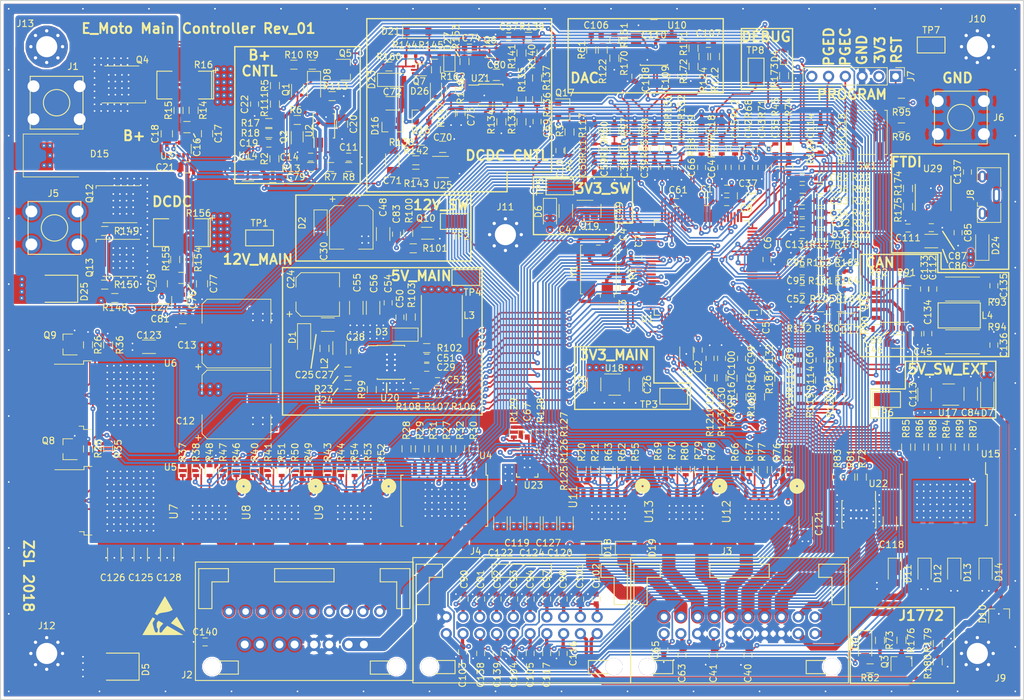
<source format=kicad_pcb>
(kicad_pcb (version 20211014) (generator pcbnew)
  (layers (0 "F.Cu" signal) (1 "In1.Cu" power) (2 "In2.Cu" power) (31 "B.Cu" signal) (35 "F.Paste" user) (37 "F.SilkS" user "F.Silkscreen") (38 "B.Mask" user) (39 "F.Mask" user) (44 "Edge.Cuts" user))
  (net 0 "")
  (net 1 "+3V3")
  (net 2 "Net-(C3-Pad1)")
  (net 3 "Net-(C4-Pad1)")
  (net 4 "+3.3VA")
  (net 5 "Net-(C9-Pad1)")
  (net 6 "Net-(C11-Pad1)")
  (net 7 "Net-(C14-Pad2)")
  (net 8 "Net-(C16-Pad1)")
  (net 9 "Net-(C16-Pad2)")
  (net 10 "Net-(C19-Pad1)")
  (net 11 "+12P")
  (net 12 "+3.3VP")
  (net 13 "+5V")
  (net 14 "/TopLevel/PowerRails/buck_input")
  (net 15 "/TopLevel/PowerRails/buck_ss")
  (net 16 "Net-(C30-Pad1)")
  (net 17 "RADIATOR_OUTPUT_TEMP_AI")
  (net 18 "RADIATOR_INPUT_TEMP_AI")
  (net 19 "RADIATOR_OUTPUT_TEMP_OUT")
  (net 20 "RADIATOR_INPUT_TEMP_OUT")
  (net 21 "/TopLevel/PowerRails/buck_bt")
  (net 22 "Net-(C50-Pad1)")
  (net 23 "Net-(C51-Pad2)")
  (net 24 "/TopLevel/PowerRails/buck_fb")
  (net 25 "Net-(C53-Pad1)")
  (net 26 "FAN_SPEED_1_OUT")
  (net 27 "PUMP_SPEED_1_OUT")
  (net 28 "Net-(C67-Pad1)")
  (net 29 "Net-(C69-Pad1)")
  (net 30 "Net-(C71-Pad1)")
  (net 31 "Net-(C71-Pad2)")
  (net 32 "/TopLevel/DCDC/ChargePump")
  (net 33 "Net-(C73-Pad1)")
  (net 34 "Net-(C74-Pad2)")
  (net 35 "Net-(C76-Pad1)")
  (net 36 "Net-(C76-Pad2)")
  (net 37 "DIVIDER_EN")
  (net 38 "USB_5V")
  (net 39 "+12V")
  (net 40 "/TopLevel/PowerRails/buck_sw")
  (net 41 "HORN_OUT")
  (net 42 "PUMP_1_OUT")
  (net 43 "Net-(D8-Pad2)")
  (net 44 "STEERING_COLUMN_LOCK_OUT")
  (net 45 "CHARGE_PORT_RELEASE_OUT")
  (net 46 "CHARGER_CONTACTOR_OUT")
  (net 47 "PRECHARGE_RELAY_OUT")
  (net 48 "BATTERY_CONTACTOR_OUT")
  (net 49 "DCDC_CONTACTOR_OUT")
  (net 50 "+BATT")
  (net 51 "FAN_1_OUT")
  (net 52 "Net-(D21-Pad1)")
  (net 53 "Net-(D21-Pad2)")
  (net 54 "DCDC")
  (net 55 "USB_D-")
  (net 56 "USB_D+")
  (net 57 "Net-(J8-Pad4)")
  (net 58 "AUX_PORT_EN")
  (net 59 "Net-(Q8-Pad3)")
  (net 60 "HORN_EN")
  (net 61 "Net-(Q9-Pad3)")
  (net 62 "BATT_EN")
  (net 63 "Net-(R12-Pad1)")
  (net 64 "Net-(R20-Pad1)")
  (net 65 "Net-(R21-Pad1)")
  (net 66 "DIAG_SELECT")
  (net 67 "Net-(R22-Pad1)")
  (net 68 "/TopLevel/PowerRails/buck_uvlo")
  (net 69 "Net-(R27-Pad1)")
  (net 70 "TURN_SIGNAL_RR_EN")
  (net 71 "Net-(R28-Pad1)")
  (net 72 "TURN_SIGNAL_RL_EN")
  (net 73 "Net-(R29-Pad1)")
  (net 74 "TURN_SIGNAL_L_STATUS")
  (net 75 "Net-(R30-Pad1)")
  (net 76 "TURN_SIGNAL_FR_EN")
  (net 77 "Net-(R31-Pad1)")
  (net 78 "TURN_SGINAL_FL_EN")
  (net 79 "Net-(R32-Pad1)")
  (net 80 "TURN_SIGNAL_R_STATUS")
  (net 81 "Net-(R33-Pad1)")
  (net 82 "Net-(R34-Pad1)")
  (net 83 "Net-(R37-Pad1)")
  (net 84 "BRAKE_LIGHT_EN")
  (net 85 "Net-(R38-Pad1)")
  (net 86 "Net-(R39-Pad1)")
  (net 87 "Net-(R40-Pad1)")
  (net 88 "HEADLIGHT_LO_EN")
  (net 89 "Net-(R41-Pad1)")
  (net 90 "Net-(R42-Pad1)")
  (net 91 "Net-(R43-Pad1)")
  (net 92 "HEATED_SEAT_EN")
  (net 93 "Net-(R44-Pad1)")
  (net 94 "Net-(R45-Pad1)")
  (net 95 "Net-(R46-Pad1)")
  (net 96 "TAILLIGHT_EN")
  (net 97 "Net-(R47-Pad1)")
  (net 98 "DIAG_EN")
  (net 99 "Net-(R49-Pad1)")
  (net 100 "HEADLIGHT_HI_EN")
  (net 101 "Net-(R50-Pad1)")
  (net 102 "Net-(R52-Pad1)")
  (net 103 "HEATED_GRIPS_EN")
  (net 104 "Net-(R53-Pad1)")
  (net 105 "Net-(R55-Pad1)")
  (net 106 "FAN_1_EN")
  (net 107 "PUMP_1_EN")
  (net 108 "Net-(R62-Pad1)")
  (net 109 "Net-(R66-Pad1)")
  (net 110 "J1772_CONTROLLER_EN")
  (net 111 "Net-(R67-Pad1)")
  (net 112 "Net-(R68-Pad1)")
  (net 113 "Net-(R69-Pad1)")
  (net 114 "CHARGE_CONTROLLER_EN")
  (net 115 "Net-(R70-Pad1)")
  (net 116 "Net-(R71-Pad1)")
  (net 117 "Net-(R72-Pad1)")
  (net 118 "STEERING_COLUMN_LOCK_EN")
  (net 119 "Net-(R74-Pad1)")
  (net 120 "Net-(R75-Pad1)")
  (net 121 "BMS_CONTROLLER_EN")
  (net 122 "Net-(R76-Pad1)")
  (net 123 "Net-(R78-Pad1)")
  (net 124 "MOTOR_CONTROLLER_EN")
  (net 125 "Net-(R79-Pad1)")
  (net 126 "Net-(R81-Pad1)")
  (net 127 "CHARGE_PORT_RELEASE_EN")
  (net 128 "Net-(R84-Pad1)")
  (net 129 "BATTERY_CONTACTOR_EN")
  (net 130 "Net-(R85-Pad1)")
  (net 131 "CHARGER_CONTACTOR_EN")
  (net 132 "Net-(R86-Pad1)")
  (net 133 "CONTACT_3_4_STATUS")
  (net 134 "Net-(R87-Pad1)")
  (net 135 "DCDC_CONTACTOR_EN")
  (net 136 "Net-(R88-Pad1)")
  (net 137 "PRECHARGE_RELAY_EN")
  (net 138 "Net-(R89-Pad1)")
  (net 139 "CONTACT_1_2_STATUS")
  (net 140 "Net-(R90-Pad1)")
  (net 141 "CAN_RX")
  (net 142 "Net-(R91-Pad1)")
  (net 143 "CAN_SLEEP")
  (net 144 "Net-(R92-Pad1)")
  (net 145 "CAN_TX")
  (net 146 "CAN_P")
  (net 147 "CAN_N")
  (net 148 "~{RESET}")
  (net 149 "Net-(R96-Pad1)")
  (net 150 "/TopLevel/PowerRails/buck_freq")
  (net 151 "BATT_~{FAULT}")
  (net 152 "FAN_SPEED_1_PWM")
  (net 153 "PUMP_SPEED_1_PWM")
  (net 154 "Net-(R125-Pad1)")
  (net 155 "Net-(R126-Pad1)")
  (net 156 "Net-(R128-Pad2)")
  (net 157 "Net-(R129-Pad2)")
  (net 158 "IC_CONTROLLER_SLEEP")
  (net 159 "IC_CONTROLLER_~{FLT}")
  (net 160 "Net-(R133-Pad2)")
  (net 161 "Net-(R135-Pad1)")
  (net 162 "DCDC_EN")
  (net 163 "DCDC_~{FAULT}")
  (net 164 "Net-(R142-Pad2)")
  (net 165 "Net-(R143-Pad2)")
  (net 166 "Net-(R148-Pad2)")
  (net 167 "Net-(R152-Pad1)")
  (net 168 "UART_TX")
  (net 169 "UART_RX")
  (net 170 "Net-(U1-Pad54)")
  (net 171 "PGED")
  (net 172 "PGEC")
  (net 173 "SW_EN")
  (net 174 "TURN_SIGNAL_RL_OUT")
  (net 175 "TURN_SIGNAL_FL_OUT")
  (net 176 "TURN_SIGNAL_RR_OUT")
  (net 177 "TURN_SIGNAL_FR_OUT")
  (net 178 "AUX_PORT_OUT")
  (net 179 "TAILLIGHT_OUT")
  (net 180 "Net-(U7-Pad11)")
  (net 181 "BRAKE_LIGHT_OUT")
  (net 182 "Net-(U7-Pad7)")
  (net 183 "HEADLIGHT_HI_OUT")
  (net 184 "Net-(U8-Pad11)")
  (net 185 "HEADLIGHT_LO_OUT")
  (net 186 "Net-(U8-Pad7)")
  (net 187 "HEATED_GRIPS_OUT")
  (net 188 "Net-(U9-Pad11)")
  (net 189 "HEATED_SEAT_OUT")
  (net 190 "Net-(U9-Pad7)")
  (net 191 "Net-(U11-Pad11)")
  (net 192 "Net-(U11-Pad7)")
  (net 193 "BMS_CONTROLLER_OUT")
  (net 194 "Net-(U12-Pad11)")
  (net 195 "J1772_CONTROLLER_OUT")
  (net 196 "Net-(U12-Pad7)")
  (net 197 "MOTOR_CONTROLLER_OUT")
  (net 198 "Net-(U13-Pad11)")
  (net 199 "CHARGE_CONTROLLER_OUT")
  (net 200 "Net-(U13-Pad7)")
  (net 201 "Net-(U23-Pad2)")
  (net 202 "IC_CONTROLLER_OUT")
  (net 203 "Net-(U29-Pad2)")
  (net 204 "Net-(U29-Pad6)")
  (net 205 "Net-(U29-Pad7)")
  (net 206 "Net-(U29-Pad14)")
  (net 207 "Net-(U29-Pad15)")
  (net 208 "Net-(U29-Pad16)")
  (net 209 "GND")
  (net 210 "Net-(Q2-Pad5)")
  (net 211 "Net-(Q6-Pad5)")
  (net 212 "Net-(Q12-Pad4)")
  (net 213 "Net-(Q13-Pad4)")
  (net 214 "Net-(Q10-Pad6)")
  (net 215 "/TopLevel/PowerRails/buck_holdup")
  (net 216 "Net-(J7-Pad6)")
  (net 217 "Net-(D26-Pad1)")
  (net 218 "Net-(D26-Pad2)")
  (net 219 "Net-(D27-Pad1)")
  (net 220 "Net-(D27-Pad2)")
  (net 221 "Net-(Q16-Pad2)")
  (net 222 "Net-(C22-Pad2)")
  (net 223 "Net-(C57-Pad2)")
  (net 224 "TURN_LEFT_SWITCH_IN")
  (net 225 "TURN_RIGHT_SWITCH_IN")
  (net 226 "BRIGHTS_SWITCH_IN")
  (net 227 "HORN_SWITCH_IN")
  (net 228 "Net-(Q1-Pad5)")
  (net 229 "Net-(Q1-Pad6)")
  (net 230 "TURN_LEFT_SWITCH")
  (net 231 "TURN_RIGHT_SWITCH")
  (net 232 "BRIGHTS_SWITCH")
  (net 233 "HORN_SWITCH")
  (net 234 "KICKSTAND_SWITCH")
  (net 235 "KICKSTAND_SWITCH_IN")
  (net 236 "SPARE_SWITCH_1")
  (net 237 "SPARE_SWITCH_1_IN")
  (net 238 "SPARE_SWITCH_2_IN")
  (net 239 "KILL_SWITCH_IN")
  (net 240 "IGNITION_SWITCH_IN")
  (net 241 "Net-(U2-Pad7)")
  (net 242 "SPARE_SWITCH_2")
  (net 243 "INGITION_SWITCH")
  (net 244 "KILL_SWITCH")
  (net 245 "12V_MONITOR_AI")
  (net 246 "BATT_ISENSE_AI")
  (net 247 "AUX_PORT_ISENSE_AI")
  (net 248 "HORN_ISENSE_AI")
  (net 249 "TAILLIGHT_ISENSE_AI")
  (net 250 "HEADLIGHT_ISENSE_AI")
  (net 251 "HEATER_ISENSE_AI")
  (net 252 "ECU_1_ISENSE_AI")
  (net 253 "ECU_2_ISENSE_AI")
  (net 254 "LOCK_ISENSE_AI")
  (net 255 "12P_MONITOR_AI")
  (net 256 "IC_CONTROLLER_ISENSE_AI")
  (net 257 "DCDC_ISENSE_AI")
  (net 258 "/TopLevel/PowerInput/BATT_SHUNT")
  (net 259 "THROTTLE_SIGNAL_MONITOR_AI")
  (net 260 "FAN_ISENSE_AI")
  (net 261 "BRAKE_SWITCH_1_IN")
  (net 262 "BRAKE_SWITCH_2_IN")
  (net 263 "THROTTLE_SIGNAL")
  (net 264 "BRAKE_SWITCH_1")
  (net 265 "BRAKE_SWITCH_2")
  (net 266 "Net-(Q2-Pad2)")
  (net 267 "Net-(C106-Pad2)")
  (net 268 "DAC_OUT_1")
  (net 269 "Net-(C107-Pad2)")
  (net 270 "DAC_OUT_2")
  (net 271 "Net-(C108-Pad1)")
  (net 272 "Net-(C109-Pad1)")
  (net 273 "DAC_PWM_1")
  (net 274 "DAC_PWM_2")
  (net 275 "Net-(R151-Pad1)")
  (net 276 "Net-(R171-Pad1)")
  (net 277 "Net-(NT1-Pad2)")
  (net 278 "Net-(NT2-Pad2)")
  (net 279 "Net-(NT4-Pad2)")
  (net 280 "Net-(NT3-Pad2)")
  (net 281 "Net-(C111-Pad1)")
  (net 282 "Net-(C112-Pad1)")
  (net 283 "Net-(D4-Pad1)")
  (net 284 "DEBUG_LED")
  (net 285 "Net-(R174-Pad2)")
  (net 286 "Net-(R175-Pad2)")
  (net 287 "Net-(Q17-Pad3)")
  (net 288 "+5VP")
  (net 289 "Net-(C114-Pad1)")
  (net 290 "Net-(C115-Pad1)")
  (net 291 "Net-(C47-Pad1)")
  (net 292 "Net-(C84-Pad1)")
  (net 293 "/TopLevel/DCDC/DCDC_SHUNT")
  (net 294 "PILOT_MONITOR_AI")
  (net 295 "PROXIMITY_MONITOR_AI")
  (net 296 "Net-(D9-Pad1)")
  (net 297 "Net-(Q3-Pad1)")
  (net 298 "Net-(Q3-Pad3)")
  (net 299 "PILOT_EN")
  (net 300 "1V65_REF")
  (net 301 "PILOT")
  (net 302 "PROXIMITY")
  (net 303 "/TopLevel/Communication/CAN_FILT_P")
  (net 304 "/TopLevel/Communication/CAN_FILT_N")
  (net 305 "Net-(C137-Pad1)")
  (net 306 "Net-(Q5-Pad3)")
  (net 307 "DEBUG_PIN")
  (footprint "Capacitors_SMD:C_0603" (layer "F.Cu") (at 141.986 87.5)
    (fp_text reference "C1")
    (fp_text value "100nF")
  )
  (footprint "Capacitors_SMD:C_0603" (layer "F.Cu") (at 140.716 110 -90)
    (fp_text reference "C2")
    (fp_text value "100nF")
  )
  (footprint "Capacitors_SMD:C_0603" (layer "F.Cu") (at 129.394 100.584 -90)
    (fp_text reference "C3")
    (fp_text value "18pF")
  )
  (footprint "Capacitors_SMD:C_0603" (layer "F.Cu") (at 129.394 94.996 90)
    (fp_text reference "C4")
    (fp_text value "18pF")
  )
  (footprint "Capacitors_SMD:C_0603" (layer "F.Cu") (at 150.876 104.25 -90)
    (fp_text reference "C5")
    (fp_text value "100nF")
  )
  (footprint "Capacitors_SMD:C_0603" (layer "F.Cu") (at 151.13 96.266 -90)
    (fp_text reference "C6")
    (fp_text value "100nF")
  )
  (footprint "Capacitors_SMD:C_0603" (layer "F.Cu") (at 131.572 96.012 90)
    (fp_text reference "C7")
    (fp_text value "100nF")
  )
  (footprint "Capacitors_SMD:C_0603" (layer "F.Cu") (at 145.034 87.5 180)
    (fp_text reference "C8")
    (fp_text value "100nF")
  )
  (footprint "Capacitors_SMD:C_1206" (layer "F.Cu") (at 138.938 110.5 -90)
    (fp_text reference "C9")
    (fp_text value "10uF")
  )
  (footprint "Capacitors_SMD:C_0603" (layer "F.Cu") (at 119.75 79.75 -90)
    (fp_text reference "C10")
    (fp_text value "10nF")
  )
  (footprint "Capacitors_SMD:C_0603" (layer "F.Cu") (at 87.75 80.75)
    (fp_text reference "C11")
    (fp_text value "10nF")
  )
  (footprint "Capacitors_SMD:C_0603" (layer "F.Cu") (at 82 80.75)
    (fp_text reference "C14")
    (fp_text value "1nF")
  )
  (footprint "Capacitors_SMD:C_0603" (layer "F.Cu") (at 146.304 82.296 -90)
    (fp_text reference "C15")
    (fp_text value "10nF")
  )
  (footprint "Capacitors_SMD:C_0805" (layer "F.Cu") (at 63.246 76.2)
    (fp_text reference "C16")
    (fp_text value "1uF")
  )
  (footprint "Capacitors_SMD:C_0805" (layer "F.Cu") (at 66.294 77.2 -90)
    (fp_text reference "C17")
    (fp_text value "1uF")
  )
  (footprint "Capacitors_SMD:C_0805" (layer "F.Cu") (at 60.198 77.216 -90)
    (fp_text reference "C18")
    (fp_text value "1uF")
  )
  (footprint "Capacitors_SMD:C_0603" (layer "F.Cu") (at 75.648 78.63)
    (fp_text reference "C19")
    (fp_text value "10nF")
  )
  (footprint "Capacitors_SMD:C_0805" (layer "F.Cu") (at 63.23 82.296)
    (fp_text reference "C21")
    (fp_text value "1uF")
  )
  (footprint "Capacitors_SMD:C_0603" (layer "F.Cu") (at 73.5 72.7 90)
    (fp_text reference "C22")
    (fp_text value "1nF")
  )
  (footprint "Capacitors_SMD:C_1206" (layer "F.Cu") (at 124.932 115.208 -90)
    (fp_text reference "C23")
    (fp_text value "4u7")
  )
  (footprint "Capacitors_SMD:CP_Elec_6.3x7.7" (layer "F.Cu") (at 83.066 101.568)
    (fp_text reference "C24")
    (fp_text value "47uF")
  )
  (footprint "Capacitors_SMD:C_1206" (layer "F.Cu") (at 84.59 106.14)
    (fp_text reference "C25")
    (fp_text value "4u7")
  )
  (footprint "Capacitors_SMD:C_1206" (layer "F.Cu") (at 131.282 115.232 -90)
    (fp_text reference "C26")
    (fp_text value "10uF")
  )
  (footprint "Capacitors_SMD:C_1206" (layer "F.Cu") (at 86.368 109.696 90)
    (fp_text reference "C27")
    (fp_text value "4u7")
  )
  (footprint "Capacitors_SMD:C_0603" (layer "F.Cu") (at 88.654 110.204 90)
    (fp_text reference "C28")
    (fp_text value "10nF")
  )
  (footprint "Capacitors_SMD:C_0603" (layer "F.Cu") (at 99.576 112.617)
    (fp_text reference "C29")
    (fp_text value "10nF")
  )
  (footprint "Capacitors_SMD:CP_Elec_6.3x7.7" (layer "F.Cu") (at 88.142 91.396 -90)
    (fp_text reference "C30")
    (fp_text value "47uF")
  )
  (footprint "Capacitors_SMD:C_0603" (layer "F.Cu") (at 156.464 92.484 180)
    (fp_text reference "C31")
    (fp_text value "10nF")
  )
  (footprint "Capacitors_SMD:C_0603" (layer "F.Cu") (at 156.464 90.706 180)
    (fp_text reference "C32")
    (fp_text value "10nF")
  )
  (footprint "Capacitors_SMD:C_0603" (layer "F.Cu") (at 156.464 87.4 180)
    (fp_text reference "C33")
    (fp_text value "10nF")
  )
  (footprint "Capacitors_SMD:C_0603" (layer "F.Cu") (at 156.464 89.178 180)
    (fp_text reference "C34")
    (fp_text value "10nF")
  )
  (footprint "Capacitors_SMD:C_0603" (layer "F.Cu") (at 152.4 82.296 -90)
    (fp_text reference "C35")
    (fp_text value "10nF")
  )
  (footprint "Capacitors_SMD:C_0603" (layer "F.Cu") (at 156.464 85.622 180)
    (fp_text reference "C36")
    (fp_text value "10nF")
  )
  (footprint "Capacitors_SMD:C_0603" (layer "F.Cu") (at 145.034 85.598 180)
    (fp_text reference "C37")
    (fp_text value "100nF")
  )
  (footprint "Capacitors_SMD:C_0603" (layer "F.Cu") (at 131.064 82.308 -90)
    (fp_text reference "C38")
    (fp_text value "10nF")
  )
  (footprint "Capacitors_SMD:C_0603" (layer "F.Cu") (at 134.112 82.296 -90)
    (fp_text reference "C39")
    (fp_text value "10nF")
  )
  (footprint "Capacitors_SMD:C_0603" (layer "F.Cu") (at 148.25 156.25 -90)
    (fp_text reference "C40")
    (fp_text value "10nF")
  )
  (footprint "Capacitors_SMD:C_0603" (layer "F.Cu") (at 143 156.25 -90)
    (fp_text reference "C41")
    (fp_text value "10nF")
  )
  (footprint "Capacitors_SMD:C_0603" (layer "F.Cu") (at 148.336 82.296 -90)
    (fp_text reference "C42")
    (fp_text value "10nF")
  )
  (footprint "Capacitors_SMD:C_0603" (layer "F.Cu") (at 150.368 82.296 -90)
    (fp_text reference "C43")
    (fp_text value "10nF")
  )
  (footprint "Capacitors_SMD:C_0603" (layer "F.Cu") (at 154.432 82.284 -90)
    (fp_text reference "C44")
    (fp_text value "10nF")
  )
  (footprint "Capacitors_SMD:C_0603" (layer "F.Cu") (at 173.95 107.548999 -90)
    (fp_text reference "C45")
    (fp_text value "10nF")
  )
  (footprint "Capacitors_SMD:C_1206" (layer "F.Cu") (at 171 108.708999)
    (fp_text reference "C46")
    (fp_text value "10uF")
  )
  (footprint "Capacitors_SMD:C_1206" (layer "F.Cu") (at 120.65 88.9 -90)
    (fp_text reference "C47")
    (fp_text value "4u7")
  )
  (footprint "Capacitors_SMD:C_1206" (layer "F.Cu") (at 92.968 92.412 -90)
    (fp_text reference "C48")
    (fp_text value "4u7")
  )
  (footprint "Capacitors_SMD:C_1206" (layer "F.Cu") (at 127 88.9 -90)
    (fp_text reference "C49")
    (fp_text value "10uF")
  )
  (footprint "Capacitors_SMD:C_0603" (layer "F.Cu") (at 95.512 105.009 -90)
    (fp_text reference "C50")
    (fp_text value "100nF")
  )
  (footprint "Capacitors_SMD:C_0603" (layer "F.Cu") (at 99.576 111.22)
    (fp_text reference "C51")
    (fp_text value "10nF")
  )
  (footprint "Capacitors_SMD:C_0603" (layer "F.Cu") (at 156.5 103.5 180)
    (fp_text reference "C52")
    (fp_text value "10nF")
  )
  (footprint "Capacitors_SMD:C_0603" (layer "F.Cu") (at 101.215 114.776 180)
    (fp_text reference "C53")
    (fp_text value "18pF")
  )
  (footprint "Capacitors_SMD:C_0603" (layer "F.Cu") (at 93.734 102.838 -90)
    (fp_text reference "C54")
    (fp_text value "10nF")
  )
  (footprint "Capacitors_SMD:C_1206" (layer "F.Cu") (at 88.908 103.6 -90)
    (fp_text reference "C55")
    (fp_text value "10uF")
  )
  (footprint "Capacitors_SMD:C_1206" (layer "F.Cu") (at 91.448 103.6 -90)
    (fp_text reference "C56")
    (fp_text value "10uF")
  )
  (footprint "Capacitors_SMD:C_0603" (layer "F.Cu") (at 112 62.5)
    (fp_text reference "C57")
    (fp_text value "1nF")
  )
  (footprint "Capacitors_SMD:C_0603" (layer "F.Cu") (at 159.17 111.494 90)
    (fp_text reference "C60")
    (fp_text value "10nF")
  )
  (footprint "Capacitors_SMD:C_0603" (layer "F.Cu") (at 137.414 87.63)
    (fp_text reference "C61")
    (fp_text value "100nF")
  )
  (footprint "Capacitors_SMD:C_0603" (layer "F.Cu") (at 156.464 83.844 180)
    (fp_text reference "C62")
    (fp_text value "10nF")
  )
  (footprint "Capacitors_SMD:C_0603" (layer "F.Cu") (at 138.25 156.25 -90)
    (fp_text reference "C63")
    (fp_text value "10nF")
  )
  (footprint "Capacitors_SMD:C_0603" (layer "F.Cu") (at 144.272 82.296 -90)
    (fp_text reference "C64")
    (fp_text value "10nF")
  )
  (footprint "Capacitors_SMD:C_0603" (layer "F.Cu") (at 135.5 155.5 -90)
    (fp_text reference "C65")
    (fp_text value "10nF")
  )
  (footprint "Capacitors_SMD:C_0603" (layer "F.Cu") (at 141.224 82.308 -90)
    (fp_text reference "C66")
    (fp_text value "10nF")
  )
  (footprint "Capacitors_SMD:C_0603" (layer "F.Cu") (at 114.808 122.44 90)
    (fp_text reference "C67")
    (fp_text value "10nF")
  )
  (footprint "Capacitors_SMD:C_0603" (layer "F.Cu") (at 136.144 82.296 -90)
    (fp_text reference "C68")
    (fp_text value "10nF")
  )
  (footprint "Capacitors_SMD:C_0603" (layer "F.Cu") (at 116.299126 75.353412 -90)
    (fp_text reference "C69")
    (fp_text value "1nF")
  )
  (footprint "Capacitors_SMD:C_1206" (layer "F.Cu") (at 94.373 81.228 -90)
    (fp_text reference "C71")
    (fp_text value "4u7")
  )
  (footprint "Capacitors_SMD:C_1206" (layer "F.Cu") (at 94.373 72.592)
    (fp_text reference "C72")
    (fp_text value "4u7")
  )
  (footprint "Capacitors_SMD:C_0603" (layer "F.Cu") (at 104.787 74.116 -90)
    (fp_text reference "C73")
    (fp_text value "10nF")
  )
  (footprint "Capacitors_SMD:C_0603" (layer "F.Cu") (at 106.057 64.21 180)
    (fp_text reference "C74")
    (fp_text value "1nF")
  )
  (footprint "Capacitors_SMD:C_0603" (layer "F.Cu") (at 138.176 82.296 -90)
    (fp_text reference "C75")
    (fp_text value "10nF")
  )
  (footprint "Capacitors_SMD:C_0805" (layer "F.Cu") (at 62.484 99.06)
    (fp_text reference "C76")
    (fp_text value "1uF")
  )
  (footprint "Capacitors_SMD:C_0805" (layer "F.Cu") (at 65.532 99.949 -90)
    (fp_text reference "C77")
    (fp_text value "1uF")
  )
  (footprint "Capacitors_SMD:C_0805" (layer "F.Cu") (at 59.436 99.949 -90)
    (fp_text reference "C78")
    (fp_text value "1uF")
  )
  (footprint "Capacitors_SMD:C_0805" (layer "F.Cu") (at 62.611 105.156)
    (fp_text reference "C81")
    (fp_text value "1uF")
  )
  (footprint "Capacitors_SMD:C_0603" (layer "F.Cu") (at 162.206 111.494 90)
    (fp_text reference "C82")
    (fp_text value "10nF")
  )
  (footprint "Capacitors_SMD:C_0603" (layer "F.Cu") (at 95 92.424 -90)
    (fp_text reference "C83")
    (fp_text value "100nF")
  )
  (footprint "Capacitors_SMD:C_0603" (layer "F.Cu") (at 180.086 92.202 -90)
    (fp_text reference "C85")
    (fp_text value "10nF")
  )
  (footprint "Capacitors_SMD:C_1206" (layer "F.Cu") (at 176.022 93.472)
    (fp_text reference "C86")
    (fp_text value "4u7")
  )
  (footprint "Capacitors_SMD:C_0603" (layer "F.Cu") (at 176.022 91.44)
    (fp_text reference "C87")
    (fp_text value "100nF")
  )
  (footprint "Capacitors_SMD:C_0603" (layer "F.Cu") (at 170.885 106.676999)
    (fp_text reference "C88")
    (fp_text value "10nF")
  )
  (footprint "Diodes_SMD:D_SOD-123" (layer "F.Cu") (at 81 108.25 -90)
    (fp_text reference "D1")
    (fp_text value "D_Schottky")
  )
  (footprint "Diodes_SMD:D_SOD-123" (layer "F.Cu") (at 83.5 91 -90)
    (fp_text reference "D2")
    (fp_text value "D_Schottky")
  )
  (footprint "Diodes_SMD:D_SOD-123" (layer "F.Cu") (at 82.5 70 -90)
    (fp_text reference "D8")
    (fp_text value "D_Zener_15V")
  )
  (footprint "Diodes_SMD:D_SMC" (layer "F.Cu") (at 43.25 80.5)
    (fp_text reference "D15")
    (fp_text value "D_TVS")
  )
  (footprint "TO_SOT_Packages_SMD:SOT-23" (layer "F.Cu") (at 94.373 76.148 -90)
    (fp_text reference "D16")
    (fp_text value "D_Schottky_x2_Serial_AKC")
  )
  (footprint "Diodes_SMD:D_SOD-123" (layer "F.Cu") (at 98.183 61.67)
    (fp_text reference "D21")
    (fp_text value "D_Zener_15V")
  )
  (footprint "Diodes_SMD:D_SOD-123" (layer "F.Cu") (at 94.373 69.036)
    (fp_text reference "D23")
    (fp_text value "D_Zener_15V")
  )
  (footprint "Diodes_SMD:D_SOD-123" (layer "F.Cu") (at 183.75 94.15 90)
    (fp_text reference "D24")
    (fp_text value "D_Schottky")
  )
  (footprint "Inductors_SMD:L_0603" (layer "F.Cu") (at 147.32 86.614 90)
    (fp_text reference "L1")
    (fp_text value "Ferrite_Bead")
  )
  (footprint "Inductors_SMD:L_0603" (layer "F.Cu") (at 84.082 109.75 90)
    (fp_text reference "L2")
    (fp_text value "Ferrite_Bead")
  )
  (footprint "Inductors:Inductor_Taiyo-Yuden_NR-60xx" (layer "F.Cu") (at 101.862 104.87 90)
    (fp_text reference "L3")
    (fp_text value "10uH")
  )
  (footprint "TO_SOT_Packages_SMD:SOT-23" (layer "F.Cu") (at 45.228 125.034 180)
    (fp_text reference "Q8")
    (fp_text value "2N7002")
  )
  (footprint "TO_SOT_Packages_SMD:SOT-23" (layer "F.Cu") (at 45.228 109.154 180)
    (fp_text reference "Q9")
    (fp_text value "2N7002")
  )
  (footprint "Resistors_SMD:R_0603" (layer "F.Cu") (at 129.394 97.79 90)
    (fp_text reference "R1")
    (fp_text value "1M")
  )
  (footprint "Resistors_SMD:R_0603" (layer "F.Cu") (at 76.5 81 -90)
    (fp_text reference "R2")
    (fp_text value "100R")
  )
  (footprint "Resistors_SMD:R_0603" (layer "F.Cu") (at 121.208 76.931999 -90)
    (fp_text reference "R3")
    (fp_text value "34k")
  )
  (footprint "Resistors_SMD:R_0603" (layer "F.Cu") (at 121.208 79.75 -90)
    (fp_text reference "R4")
    (fp_text value "4k7")
  )
  (footprint "Resistors_SMD:R_0603" (layer "F.Cu") (at 76.58 69.906 -90)
    (fp_text reference "R5")
    (fp_text value "10k")
  )
  (footprint "Resistors_SMD:R_0603" (layer "F.Cu") (at 79.966 75.118 180)
    (fp_text reference "R6")
    (fp_text value "10k")
  )
  (footprint "Resistors_SMD:R_0603" (layer "F.Cu") (at 85 82.25)
    (fp_text reference "R7")
    (fp_text value "10k")
  )
  (footprint "Resistors_SMD:R_0603" (layer "F.Cu") (at 87.75 82.25)
    (fp_text reference "R8")
    (fp_text value "100k")
  )
  (footprint "Resistors_SMD:R_0603" (layer "F.Cu") (at 82.24 66.736 180)
    (fp_text reference "R9")
    (fp_text value "100k")
  )
  (footprint "Resistors_SMD:R_0603" (layer "F.Cu") (at 79.446 66.736 180)
    (fp_text reference "R10")
    (fp_text value "10k")
  )
  (footprint "Resistors_SMD:R_0603" (layer "F.Cu") (at 124.968 79.502 -90)
    (fp_text reference "R11")
    (fp_text value "10k")
  )
  (footprint "Resistors_SMD:R_0603" (layer "F.Cu") (at 146.304 79.502 -90)
    (fp_text reference "R12")
    (fp_text value "10k")
  )
  (footprint "Resistors_SMD:R_0603" (layer "F.Cu") (at 82 82.25)
    (fp_text reference "R13")
    (fp_text value "10k")
  )
  (footprint "Resistors_SMD:R_0603" (layer "F.Cu") (at 64.262 73.648 -90)
    (fp_text reference "R14")
    (fp_text value "3R0")
  )
  (footprint "Resistors_SMD:R_0603" (layer "F.Cu") (at 61.976 73.66 -90)
    (fp_text reference "R15")
    (fp_text value "3R0")
  )
  (footprint "Resistors_SMD:R_0603" (layer "F.Cu") (at 75.648 75.582 180)
    (fp_text reference "R17")
    (fp_text value "10k")
  )
  (footprint "Resistors_SMD:R_0603" (layer "F.Cu") (at 75.648 77.106)
    (fp_text reference "R18")
    (fp_text value "10k")
  )
  (footprint "Resistors_SMD:R_0603" (layer "F.Cu") (at 128.016 79.502 -90)
    (fp_text reference "R19")
    (fp_text value "10k")
  )
  (footprint "Resistors_SMD:R_0603" (layer "F.Cu") (at 123.063 128.155 90)
    (fp_text reference "R20")
    (fp_text value "100R")
  )
  (footprint "Resistors_SMD:R_0603" (layer "F.Cu") (at 125.095 128.143 -90)
    (fp_text reference "R21")
    (fp_text value "100R")
  )
  (footprint "Resistors_SMD:R_0603" (layer "F.Cu") (at 159.27 83.844 180)
    (fp_text reference "R22")
    (fp_text value "10k")
  )
  (footprint "Resistors_SMD:R_0603" (layer "F.Cu") (at 87.638 113.252)
    (fp_text reference "R23")
    (fp_text value "560k")
  )
  (footprint "Resistors_SMD:R_0603" (layer "F.Cu") (at 87.638 115.284 180)
    (fp_text reference "R24")
    (fp_text value "150k")
  )
  (footprint "Resistors_SMD:R_0603" (layer "F.Cu") (at 48.26 124.98 90)
    (fp_text reference "R25")
    (fp_text value "100k")
  )
  (footprint "Resistors_SMD:R_0603" (layer "F.Cu") (at 48.26 109.22 90)
    (fp_text reference "R26")
    (fp_text value "100k")
  )
  (footprint "Resistors_SMD:R_0603" (layer "F.Cu") (at 102.616 124.98 90)
    (fp_text reference "R27")
    (fp_text value "100R")
  )
  (footprint "Resistors_SMD:R_0603" (layer "F.Cu") (at 96.52 124.968 90)
    (fp_text reference "R28")
    (fp_text value "100R")
  )
  (footprint "Resistors_SMD:R_0603" (layer "F.Cu") (at 98.552 124.98 90)
    (fp_text reference "R29")
    (fp_text value "10k")
  )
  (footprint "Resistors_SMD:R_0603" (layer "F.Cu") (at 106.68 124.968 90)
    (fp_text reference "R30")
    (fp_text value "100R")
  )
  (footprint "Resistors_SMD:R_0603" (layer "F.Cu") (at 100.584 124.968 90)
    (fp_text reference "R31")
    (fp_text value "100R")
  )
  (footprint "Resistors_SMD:R_0603" (layer "F.Cu") (at 104.648 124.956 90)
    (fp_text reference "R32")
    (fp_text value "10k")
  )
  (footprint "Resistors_SMD:R_0603" (layer "F.Cu") (at 159.246 92.484 180)
    (fp_text reference "R33")
    (fp_text value "10K")
  )
  (footprint "Resistors_SMD:R_0603" (layer "F.Cu") (at 159.258 90.706 180)
    (fp_text reference "R34")
    (fp_text value "10K")
  )
  (footprint "Resistors_SMD:R_0603" (layer "F.Cu") (at 51.308 124.968 -90)
    (fp_text reference "R35")
    (fp_text value "4k7")
  )
  (footprint "Resistors_SMD:R_0603" (layer "F.Cu") (at 51.308 109.22 -90)
    (fp_text reference "R36")
    (fp_text value "4k7")
  )
  (footprint "Resistors_SMD:R_0603" (layer "F.Cu") (at 62.611 128.27 90)
    (fp_text reference "R37")
    (fp_text value "100R")
  )
  (footprint "Resistors_SMD:R_0603" (layer "F.Cu") (at 64.643 128.27 -90)
    (fp_text reference "R38")
    (fp_text value "100R")
  )
  (footprint "Resistors_SMD:R_0603" (layer "F.Cu") (at 159.27 87.4 180)
    (fp_text reference "R39")
    (fp_text value "10k")
  )
  (footprint "Resistors_SMD:R_0603" (layer "F.Cu") (at 73.533 128.282 90)
    (fp_text reference "R40")
    (fp_text value "100R")
  )
  (footprint "Resistors_SMD:R_0603" (layer "F.Cu") (at 75.565 128.27 -90)
    (fp_text reference "R41")
    (fp_text value "100R")
  )
  (footprint "Resistors_SMD:R_0603" (layer "F.Cu") (at 159.258 89.178 180)
    (fp_text reference "R42")
    (fp_text value "10k")
  )
  (footprint "Resistors_SMD:R_0603" (layer "F.Cu") (at 84.582 128.27 90)
    (fp_text reference "R43")
    (fp_text value "100R")
  )
  (footprint "Resistors_SMD:R_0603" (layer "F.Cu") (at 86.614 128.27 -90)
    (fp_text reference "R44")
    (fp_text value "100R")
  )
  (footprint "Resistors_SMD:R_0603" (layer "F.Cu") (at 152.4 79.49 -90)
    (fp_text reference "R45")
    (fp_text value "10k")
  )
  (footprint "Resistors_SMD:R_0603" (layer "F.Cu") (at 70.739 128.27 90)
    (fp_text reference "R46")
    (fp_text value "100R")
  )
  (footprint "Resistors_SMD:R_0603" (layer "F.Cu") (at 68.707 128.27 -90)
    (fp_text reference "R47")
    (fp_text value "100R")
  )
  (footprint "Resistors_SMD:R_0603" (layer "F.Cu") (at 66.675 128.27 -90)
    (fp_text reference "R48")
    (fp_text value "4k7")
  )
  (footprint "Resistors_SMD:R_0603" (layer "F.Cu") (at 81.661 128.27 90)
    (fp_text reference "R49")
    (fp_text value "100R")
  )
  (footprint "Resistors_SMD:R_0603" (layer "F.Cu") (at 79.629 128.27 -90)
    (fp_text reference "R50")
    (fp_text value "100R")
  )
  (footprint "Resistors_SMD:R_0603" (layer "F.Cu") (at 77.597 128.27 -90)
    (fp_text reference "R51")
    (fp_text value "4k7")
  )
  (footprint "Resistors_SMD:R_0603" (layer "F.Cu") (at 92.71 128.27 90)
    (fp_text reference "R52")
    (fp_text value "100R")
  )
  (footprint "Resistors_SMD:R_0603" (layer "F.Cu") (at 90.678 128.27 -90)
    (fp_text reference "R53")
    (fp_text value "100R")
  )
  (footprint "Resistors_SMD:R_0603" (layer "F.Cu") (at 88.646 128.27 -90)
    (fp_text reference "R54")
    (fp_text value "4k7")
  )
  (footprint "Resistors_SMD:R_0603" (layer "F.Cu") (at 131.191 128.143 90)
    (fp_text reference "R55")
    (fp_text value "100R")
  )
  (footprint "Resistors_SMD:R_0603" (layer "F.Cu") (at 159.246 85.622 180)
    (fp_text reference "R56")
    (fp_text value "10k")
  )
  (footprint "Resistors_SMD:R_0603" (layer "F.Cu") (at 144.272 79.49 -90)
    (fp_text reference "R57")
    (fp_text value "10k")
  )
  (footprint "Resistors_SMD:R_0603" (layer "F.Cu") (at 141.224 79.514 -90)
    (fp_text reference "R58")
    (fp_text value "10k")
  )
  (footprint "Resistors_SMD:R_0603" (layer "F.Cu") (at 141.224 76.72 -90)
    (fp_text reference "R59")
    (fp_text value "100k")
  )
  (footprint "Resistors_SMD:R_0603" (layer "F.Cu") (at 129.159 128.143 -90)
    (fp_text reference "R62")
    (fp_text value "100R")
  )
  (footprint "Resistors_SMD:R_0603" (layer "F.Cu") (at 127.127 128.143 -90)
    (fp_text reference "R63")
    (fp_text value "4k7")
  )
  (footprint "Resistors_SMD:R_0603" (layer "F.Cu") (at 131.064 79.502 -90)
    (fp_text reference "R64")
    (fp_text value "10k")
  )
  (footprint "Resistors_SMD:R_0603" (layer "F.Cu") (at 134.112 79.502 -90)
    (fp_text reference "R65")
    (fp_text value "10k")
  )
  (footprint "Resistors_SMD:R_0603" (layer "F.Cu") (at 146.431 128.143 90)
    (fp_text reference "R66")
    (fp_text value "100R")
  )
  (footprint "Resistors_SMD:R_0603" (layer "F.Cu") (at 148.463 128.131 -90)
    (fp_text reference "R67")
    (fp_text value "100R")
  )
  (footprint "Resistors_SMD:R_0603" (layer "F.Cu") (at 148.336 79.502 -90)
    (fp_text reference "R68")
    (fp_text value "10k")
  )
  (footprint "Resistors_SMD:R_0603" (layer "F.Cu") (at 134.747 128.143 90)
    (fp_text reference "R69")
    (fp_text value "100R")
  )
  (footprint "Resistors_SMD:R_0603" (layer "F.Cu") (at 136.779 128.143 -90)
    (fp_text reference "R70")
    (fp_text value "100R")
  )
  (footprint "Resistors_SMD:R_0603" (layer "F.Cu") (at 150.368 79.49 -90)
    (fp_text reference "R71")
    (fp_text value "10k")
  )
  (footprint "Resistors_SMD:R_0603" (layer "F.Cu") (at 165.5 129.25 90)
    (fp_text reference "R72")
    (fp_text value "100R")
  )
  (footprint "Resistors_SMD:R_0603" (layer "F.Cu") (at 154.432 79.49 -90)
    (fp_text reference "R74")
    (fp_text value "10k")
  )
  (footprint "Resistors_SMD:R_0603" (layer "F.Cu") (at 154.559 128.143 90)
    (fp_text reference "R75")
    (fp_text value "100R")
  )
  (footprint "Resistors_SMD:R_0603" (layer "F.Cu") (at 152.527 128.143 -90)
    (fp_text reference "R76")
    (fp_text value "100R")
  )
  (footprint "Resistors_SMD:R_0603" (layer "F.Cu") (at 150.495 128.143 -90)
    (fp_text reference "R77")
    (fp_text value "4k7")
  )
  (footprint "Resistors_SMD:R_0603" (layer "F.Cu") (at 142.875 128.143 90)
    (fp_text reference "R78")
    (fp_text value "100R")
  )
  (footprint "Resistors_SMD:R_0603" (layer "F.Cu") (at 140.843 128.143 -90)
    (fp_text reference "R79")
    (fp_text value "100R")
  )
  (footprint "Resistors_SMD:R_0603" (layer "F.Cu") (at 138.811 128.143 -90)
    (fp_text reference "R80")
    (fp_text value "4k7")
  )
  (footprint "Resistors_SMD:R_0603" (layer "F.Cu") (at 163.75 129.25 90)
    (fp_text reference "R81")
    (fp_text value "100R")
  )
  (footprint "Resistors_SMD:R_0603" (layer "F.Cu") (at 161.75 129.25 -90)
    (fp_text reference "R83")
    (fp_text value "4k7")
  )
  (footprint "Resistors_SMD:R_0603" (layer "F.Cu") (at 178.308 124.714 90)
    (fp_text reference "R84")
    (fp_text value "100R")
  )
  (footprint "Resistors_SMD:R_0603" (layer "F.Cu") (at 172.212 124.714 90)
    (fp_text reference "R85")
    (fp_text value "100R")
  )
  (footprint "Resistors_SMD:R_0603" (layer "F.Cu") (at 174.244 124.714 90)
    (fp_text reference "R86")
    (fp_text value "10k")
  )
  (footprint "Resistors_SMD:R_0603" (layer "F.Cu") (at 182.372 124.714 90)
    (fp_text reference "R87")
    (fp_text value "100R")
  )
  (footprint "Resistors_SMD:R_0603" (layer "F.Cu") (at 176.276 124.714 90)
    (fp_text reference "R88")
    (fp_text value "100R")
  )
  (footprint "Resistors_SMD:R_0603" (layer "F.Cu") (at 180.34 124.714 90)
    (fp_text reference "R89")
    (fp_text value "10k")
  )
  (footprint "Resistors_SMD:R_0603" (layer "F.Cu") (at 167.95 106.798999 180)
    (fp_text reference "R90")
    (fp_text value "100R")
  )
  (footprint "Resistors_SMD:R_0603" (layer "F.Cu") (at 172.45 99.548999 180)
    (fp_text reference "R91")
    (fp_text value "100R")
  )
  (footprint "Resistors_SMD:R_0603" (layer "F.Cu") (at 167.95 99.798999 180)
    (fp_text reference "R92")
    (fp_text value "100R")
  )
  (footprint "Resistors_SMD:R_0603" (layer "F.Cu") (at 171.5 72.5 180)
    (fp_text reference "R95")
    (fp_text value "10k")
  )
  (footprint "Resistors_SMD:R_0603" (layer "F.Cu") (at 171.5 76.25 180)
    (fp_text reference "R96")
    (fp_text value "10k")
  )
  (footprint "Resistors_SMD:R_0603" (layer "F.Cu") (at 131.064 76.708 90)
    (fp_text reference "R97")
    (fp_text value "10k")
  )
  (footprint "Resistors_SMD:R_0603" (layer "F.Cu") (at 134.112 76.72 90)
    (fp_text reference "R98")
    (fp_text value "10k")
  )
  (footprint "Resistors_SMD:R_0603" (layer "F.Cu") (at 91.25 116 -90)
    (fp_text reference "R99")
    (fp_text value "49k9")
  )
  (footprint "Resistors_SMD:R_0603" (layer "F.Cu") (at 96.778 92.273 -90)
    (fp_text reference "R100")
    (fp_text value "100k")
  )
  (footprint "Resistors_SMD:R_0603" (layer "F.Cu") (at 97.528 94.571)
    (fp_text reference "R101")
    (fp_text value "10k")
  )
  (footprint "Resistors_SMD:R_0603" (layer "F.Cu") (at 99.576 109.696 180)
    (fp_text reference "R102")
    (fp_text value "3R0")
  )
  (footprint "Resistors_SMD:R_0603" (layer "F.Cu") (at 97.163 104.997 90)
    (fp_text reference "R103")
    (fp_text value "3R0")
  )
  (footprint "Resistors_SMD:R_0603" (layer "F.Cu") (at 162.25 103.5 180)
    (fp_text reference "R104")
    (fp_text value "34k")
  )
  (footprint "Resistors_SMD:R_0603" (layer "F.Cu") (at 159.25 103.5 180)
    (fp_text reference "R105")
    (fp_text value "4k7")
  )
  (footprint "Resistors_SMD:R_0603" (layer "F.Cu") (at 104.529 116.554 180)
    (fp_text reference "R106")
    (fp_text value "22R")
  )
  (footprint "Resistors_SMD:R_0603" (layer "F.Cu") (at 101.227 116.554 180)
    (fp_text reference "R107")
    (fp_text value "845k")
  )
  (footprint "Resistors_SMD:R_0603" (layer "F.Cu") (at 97.925 116.554 180)
    (fp_text reference "R108")
    (fp_text value "150k")
  )
  (footprint "Resistors_SMD:R_0603" (layer "F.Cu") (at 76.58 72.7 -90)
    (fp_text reference "R111")
    (fp_text value "100k")
  )
  (footprint "Resistors_SMD:R_0603" (layer "F.Cu") (at 85.25 71.5)
    (fp_text reference "R113")
    (fp_text value "10k")
  )
  (footprint "Resistors_SMD:R_0603" (layer "F.Cu") (at 159.17 114.542 90)
    (fp_text reference "R114")
    (fp_text value "10k")
  )
  (footprint "Resistors_SMD:R_0603" (layer "F.Cu") (at 162.218 114.542 90)
    (fp_text reference "R115")
    (fp_text value "10k")
  )
  (footprint "Resistors_SMD:R_0603" (layer "F.Cu") (at 156.122 114.542 90)
    (fp_text reference "R116")
    (fp_text value "10k")
  )
  (footprint "Resistors_SMD:R_0603" (layer "F.Cu") (at 124.968 76.708 -90)
    (fp_text reference "R117")
    (fp_text value "100k")
  )
  (footprint "Resistors_SMD:R_0603" (layer "F.Cu") (at 144.272 76.72 -90)
    (fp_text reference "R118")
    (fp_text value "100k")
  )
  (footprint "Resistors_SMD:R_0603" (layer "F.Cu") (at 159.17 117.336 90)
    (fp_text reference "R119")
    (fp_text value "100k")
  )
  (footprint "Resistors_SMD:R_0603" (layer "F.Cu") (at 162.218 117.336 90)
    (fp_text reference "R120")
    (fp_text value "100k")
  )
  (footprint "Resistors_SMD:R_0603" (layer "F.Cu") (at 142.5 114.214 90)
    (fp_text reference "R121")
    (fp_text value "10k")
  )
  (footprint "Resistors_SMD:R_0603" (layer "F.Cu") (at 144.25 114.214 90)
    (fp_text reference "R123")
    (fp_text value "10k")
  )
  (footprint "Resistors_SMD:R_0603" (layer "F.Cu") (at 118.745 128.016 -90)
    (fp_text reference "R125")
    (fp_text value "560k")
  )
  (footprint "Resistors_SMD:R_0603" (layer "F.Cu") (at 118.745 125.222 -90)
    (fp_text reference "R126")
    (fp_text value "100k")
  )
  (footprint "Resistors_SMD:R_0603" (layer "F.Cu") (at 118.745 122.428 -90)
    (fp_text reference "R127")
    (fp_text value "34k")
  )
  (footprint "Resistors_SMD:R_0603" (layer "F.Cu") (at 116.84 122.428 -90)
    (fp_text reference "R128")
    (fp_text value "22k")
  )
  (footprint "Resistors_SMD:R_0603" (layer "F.Cu") (at 112.776 122.44 -90)
    (fp_text reference "R129")
    (fp_text value "10k")
  )
  (footprint "Resistors_SMD:R_0603" (layer "F.Cu") (at 160.286 105.25)
    (fp_text reference "R130")
    (fp_text value "100k")
  )
  (footprint "Resistors_SMD:R_0603" (layer "F.Cu") (at 136.144 79.49 -90)
    (fp_text reference "R131")
    (fp_text value "10k")
  )
  (footprint "Resistors_SMD:R_0603" (layer "F.Cu") (at 157 105.25 180)
    (fp_text reference "R132")
    (fp_text value "100k")
  )
  (footprint "Resistors_SMD:R_0603" (layer "F.Cu") (at 113.931 75.386 90)
    (fp_text reference "R133")
    (fp_text value "100k")
  )
  (footprint "Resistors_SMD:R_0603" (layer "F.Cu") (at 110.883 75.386 -90)
    (fp_text reference "R134")
    (fp_text value "100k")
  )
  (footprint "Resistors_SMD:R_0603" (layer "F.Cu") (at 113.931 72.072 -90)
    (fp_text reference "R135")
    (fp_text value "100k")
  )
  (footprint "Resistors_SMD:R_0603" (layer "F.Cu") (at 116.299126 72.039412 -90)
    (fp_text reference "R136")
    (fp_text value "100k")
  )
  (footprint "Resistors_SMD:R_0603" (layer "F.Cu") (at 116.299126 68.749412 -90)
    (fp_text reference "R137")
    (fp_text value "10k")
  )
  (footprint "Resistors_SMD:R_0603" (layer "F.Cu") (at 98.75 78.25 180)
    (fp_text reference "R138")
    (fp_text value "100R")
  )
  (footprint "Resistors_SMD:R_0603" (layer "F.Cu") (at 115 62.5)
    (fp_text reference "R139")
    (fp_text value "100k")
  )
  (footprint "Resistors_SMD:R_0603" (layer "F.Cu") (at 116.979 64.96 90)
    (fp_text reference "R140")
    (fp_text value "10k")
  )
  (footprint "Resistors_SMD:R_0603" (layer "F.Cu") (at 113.931 64.96 90)
    (fp_text reference "R141")
    (fp_text value "10k")
  )
  (footprint "Resistors_SMD:R_0603" (layer "F.Cu") (at 97.929 81.228)
    (fp_text reference "R142")
    (fp_text value "3R0")
  )
  (footprint "Resistors_SMD:R_0603" (layer "F.Cu") (at 97.929 83.26)
    (fp_text reference "R143")
    (fp_text value "3R0")
  )
  (footprint "Resistors_SMD:R_0603" (layer "F.Cu") (at 97.155 65.226)
    (fp_text reference "R144")
    (fp_text value "100k")
  )
  (footprint "Resistors_SMD:R_0603" (layer "F.Cu") (at 100.711 65.226)
    (fp_text reference "R145")
    (fp_text value "10k")
  )
  (footprint "Resistors_SMD:R_0603" (layer "F.Cu") (at 103.263 70.572 -90)
    (fp_text reference "R146")
    (fp_text value "10k")
  )
  (footprint "Resistors_SMD:R_0603" (layer "F.Cu") (at 103.263 74.128 -90)
    (fp_text reference "R147")
    (fp_text value "100k")
  )
  (footprint "Resistors_SMD:R_0603" (layer "F.Cu") (at 52.324 102.108 180)
    (fp_text reference "R148")
    (fp_text value "3R0")
  )
  (footprint "Resistors_SMD:R_0603" (layer "F.Cu") (at 50.788 91.948 180)
    (fp_text reference "R149")
    (fp_text value "3R0")
  )
  (footprint "Resistors_SMD:R_0603" (layer "F.Cu") (at 50.788 100.076 180)
    (fp_text reference "R150")
    (fp_text value "3R0")
  )
  (footprint "Resistors_SMD:R_0603" (layer "F.Cu") (at 138.176 79.49 -90)
    (fp_text reference "R152")
    (fp_text value "10k")
  )
  (footprint "Resistors_SMD:R_0603" (layer "F.Cu") (at 105.295 66.242 90)
    (fp_text reference "R153")
    (fp_text value "10k")
  )
  (footprint "Resistors_SMD:R_0603" (layer "F.Cu") (at 63.5 96.266 -90)
    (fp_text reference "R154")
    (fp_text value "3R0")
  )
  (footprint "Resistors_SMD:R_0603" (layer "F.Cu") (at 61.468 96.266 -90)
    (fp_text reference "R155")
    (fp_text value "3R0")
  )
  (footprint "Resistors_SMD:R_0603" (layer "F.Cu") (at 156.122 117.336 90)
    (fp_text reference "R159")
    (fp_text value "100k")
  )
  (footprint "Resistors_SMD:R_0603" (layer "F.Cu") (at 93.853 67.004)
    (fp_text reference "R160")
    (fp_text value "4k7")
  )
  (footprint "TO_SOT_Packages_SMD:SOT-363_SC-70-6" (layer "F.Cu") (at 62.738 79.502 90)
    (fp_text reference "U3")
    (fp_text value "INA21x")
  )
  (footprint "Housings_SOIC:SOIC-20W_7.5x12.8mm_Pitch1.27mm" (layer "F.Cu") (at 102.235 132.841 -90)
    (fp_text reference "U4")
    (fp_text value "BTS716G")
  )
  (footprint "TO_SOT_Packages_SMD:TO-220-7Lead_TabPin8" (layer "F.Cu") (at 51.308 132.842)
    (fp_text reference "U5")
    (fp_text value "BTS500801TMAATMA1")
  )
  (footprint "TO_SOT_Packages_SMD:TO-220-7Lead_TabPin8" (layer "F.Cu") (at 51.241 116.84)
    (fp_text reference "U6")
    (fp_text value "BTS500801TMAATMA1")
  )
  (footprint "Footprints:PG_DSO_14_40_EP" (layer "F.Cu") (at 66.675 134.62 180)
    (fp_text reference "U7")
    (fp_text value "BTS50202EKAXUMA2")
  )
  (footprint "Footprints:PG_DSO_14_40_EP" (layer "F.Cu") (at 77.597 134.62 180)
    (fp_text reference "U8")
    (fp_text value "BTS50202EKAXUMA2")
  )
  (footprint "Footprints:PG_DSO_14_40_EP" (layer "F.Cu") (at 88.646 134.62 180)
    (fp_text reference "U9")
    (fp_text value "BTS50202EKAXUMA2")
  )
  (footprint "Footprints:PG_DSO_14_40_EP" (layer "F.Cu") (at 127.127 134.595 180)
    (fp_text reference "U11")
    (fp_text value "BTS50202EKAXUMA2")
  )
  (footprint "Footprints:PG_DSO_14_40_EP" (layer "F.Cu") (at 150.52 134.595 180)
    (fp_text reference "U12")
    (fp_text value "BTS50202EKAXUMA2")
  )
  (footprint "Footprints:PG_DSO_14_40_EP" (layer "F.Cu") (at 138.811 134.595 180)
    (fp_text reference "U13")
    (fp_text value "BTS50202EKAXUMA2")
  )
  (footprint "Housings_SOIC:SOIC-20W_7.5x12.8mm_Pitch1.27mm" (layer "F.Cu") (at 177.927 132.716 -90)
    (fp_text reference "U15")
    (fp_text value "BTS716G")
  )
  (footprint "Housings_SOIC:SOIC-8_3.9x4.9mm_Pitch1.27mm" (layer "F.Cu") (at 170.45 103.212998)
    (fp_text reference "U16")
    (fp_text value "TCAN1051GVDRQ1")
  )
  (footprint "TO_SOT_Packages_SMD:SOT-23-5" (layer "F.Cu") (at 128.064 115.232)
    (fp_text reference "U18")
    (fp_text value "TPS70933QDBVRQ1")
  )
  (footprint "TO_SOT_Packages_SMD:SOT-23-5" (layer "F.Cu") (at 123.868 88.9)
    (fp_text reference "U19")
    (fp_text value "TPS70933QDBVRQ1")
  )
  (footprint "Housings_DFN_QFN:QFN-20-1EP_3x4mm_Pitch0.5mm" (layer "F.Cu") (at 114.805 127.131)
    (fp_text reference "U23")
    (fp_text value "tps25940-q1")
  )
  (footprint "TO_SOT_Packages_SMD:SOT-23-6" (layer "F.Cu") (at 101.993 82.244)
    (fp_text reference "U25")
    (fp_text value "UCC27511A-Q1")
  )
  (footprint "TO_SOT_Packages_SMD:SOT-363_SC-70-6" (layer "F.Cu") (at 62.103 102.55 90)
    (fp_text reference "U27")
    (fp_text value "INA21x")
  )
  (footprint "Housings_SSOP:SSOP-16_3.9x4.9mm_Pitch0.635mm" (layer "F.Cu") (at 176.276 86.868 -90)
    (fp_text reference "U29")
    (fp_text value "FT230X")
  )
  (footprint "Crystals:Crystal_SMD_7050-4pin_7.0x5.0mm" (layer "F.Cu") (at 125.584 97.79 90)
    (fp_text reference "Y1")
    (fp_text value "8MHz")
  )
  (footprint "TO_SOT_Packages_SMD:SOT-666" (layer "F.Cu") (at 80 70.5 90)
    (fp_text reference "Q1")
    (fp_text value "NX1029X,115")
  )
  (footprint "TO_SOT_Packages_SMD:SOT-666" (layer "F.Cu") (at 79.954 77.658 90)
    (fp_text reference "Q2")
    (fp_text value "NX1029X,115")
  )
  (footprint "TO_SOT_Packages_SMD:SOT-666" (layer "F.Cu") (at 109.193 64.7475)
    (fp_text reference "Q6")
    (fp_text value "NX1029X,115")
  )
  (footprint "TO_SOT_Packages_SMD:SOT-666" (layer "F.Cu") (at 98.437 67.512 180)
    (fp_text reference "Q7")
    (fp_text value "NX1029X,115")
  )
  (footprint "TO_SOT_Packages_SMD:TDSON-8-1" (layer "F.Cu") (at 53.086 87.884)
    (fp_text reference "Q12")
    (fp_text value "BUK7J1R4-40HX")
  )
  (footprint "TO_SOT_Packages_SMD:TDSON-8-1" (layer "F.Cu") (at 53.094 96.012)
    (fp_text reference "Q13")
    (fp_text value "BUK7J1R4-40HX")
  )
  (footprint "TO_SOT_Packages_SMD:SOT-666" (layer "F.Cu") (at 99.572 92.285 180)
    (fp_text reference "Q10")
    (fp_text value "NX1029X,115")
  )
  (footprint "Pin_Headers:Pin_Header_Straight_1x06_Pitch2.54mm" (layer "F.Cu") (at 170.62 68.5 -90)
    (fp_text reference "J7")
    (fp_text value "CONN_01X06")
  )
  (footprint "Diodes_SMD:D_SOD-123" (layer "F.Cu") (at 96.02 107.664 180)
    (fp_text reference "D3")
    (fp_text value "D_Schottky")
  )
  (footprint "Diodes_SMD:D_SOD-323" (layer "F.Cu") (at 100.977 70.56 90)
    (fp_text reference "D26")
    (fp_text value "D_Schottky")
  )
  (footprint "Diodes_SMD:D_SOD-323" (layer "F.Cu") (at 103.009 66.242 90)
    (fp_text reference "D27")
    (fp_text value "D_Schottky")
  )
  (footprint "TO_SOT_Packages_SMD:SOT-23" (layer "F.Cu") (at 98.945 74.37 90)
    (fp_text reference "Q16")
    (fp_text value "2N7002")
  )
  (footprint "Resistors_SMD:R_0603" (layer "F.Cu") (at 159.246 100.806 180)
    (fp_text reference "R161")
    (fp_text value "10k")
  )
  (footprint "Resistors_SMD:R_0603" (layer "F.Cu") (at 100.977 67.5 -90)
    (fp_text reference "R162")
    (fp_text value "10k")
  )
  (footprint "Capacitors_SMD:C_0603" (layer "F.Cu") (at 156.122 111.494 90)
    (fp_text reference "C89")
    (fp_text value "10nF")
  )
  (footprint "Capacitors_SMD:C_0603" (layer "F.Cu") (at 105.25 147.75 90)
    (fp_text reference "C90")
    (fp_text value "10nF")
  )
  (footprint "Capacitors_SMD:C_0603" (layer "F.Cu") (at 107.75 147.75 90)
    (fp_text reference "C91")
    (fp_text value "10nF")
  )
  (footprint "Capacitors_SMD:C_0603" (layer "F.Cu") (at 110.25 147.75 90)
    (fp_text reference "C92")
    (fp_text value "10nF")
  )
  (footprint "Capacitors_SMD:C_0603" (layer "F.Cu") (at 112.75 147.75 90)
    (fp_text reference "C93")
    (fp_text value "10nF")
  )
  (footprint "Capacitors_SMD:C_0603" (layer "F.Cu") (at 115.25 147.75 90)
    (fp_text reference "C94")
    (fp_text value "10nF")
  )
  (footprint "Capacitors_SMD:C_0603" (layer "F.Cu") (at 156.476 100.806 180)
    (fp_text reference "C95")
    (fp_text value "10nF")
  )
  (footprint "Capacitors_SMD:C_0603" (layer "F.Cu") (at 156.464 98.008 180)
    (fp_text reference "C96")
    (fp_text value "10nF")
  )
  (footprint "Capacitors_SMD:C_0603" (layer "F.Cu") (at 117.75 147.75 90)
    (fp_text reference "C97")
    (fp_text value "10nF")
  )
  (footprint "Capacitors_SMD:C_0603" (layer "F.Cu") (at 120.25 147.75 90)
    (fp_text reference "C98")
    (fp_text value "10nF")
  )
  (footprint "Capacitors_SMD:C_0603" (layer "F.Cu") (at 150.074 111.244 90)
    (fp_text reference "C99")
    (fp_text value "10nF")
  )
  (footprint "Capacitors_SMD:C_0603" (layer "F.Cu") (at 147.276 111.256 90)
    (fp_text reference "C100")
    (fp_text value "10nF")
  )
  (footprint "Capacitors_SMD:C_0603" (layer "F.Cu") (at 122.75 147.75 90)
    (fp_text reference "C101")
    (fp_text value "10nF")
  )
  (footprint "Capacitors_SMD:C_0603" (layer "F.Cu") (at 125.25 147.75 90)
    (fp_text reference "C102")
    (fp_text value "10nF")
  )
  (footprint "Resistors_SMD:R_0603" (layer "F.Cu") (at 159.246 98.008 180)
    (fp_text reference "R163")
    (fp_text value "10k")
  )
  (footprint "Resistors_SMD:R_0603" (layer "F.Cu") (at 162.052 100.806 180)
    (fp_text reference "R164")
    (fp_text value "100k")
  )
  (footprint "Resistors_SMD:R_0603" (layer "F.Cu") (at 162.04 98.008 180)
    (fp_text reference "R165")
    (fp_text value "100k")
  )
  (footprint "Resistors_SMD:R_0603" (layer "F.Cu") (at 150.074 114.292 90)
    (fp_text reference "R166")
    (fp_text value "10k")
  )
  (footprint "Resistors_SMD:R_0603" (layer "F.Cu") (at 147.276 114.28 90)
    (fp_text reference "R167")
    (fp_text value "10k")
  )
  (footprint "Resistors_SMD:R_0603" (layer "F.Cu") (at 150.074 117.086 90)
    (fp_text reference "R168")
    (fp_text value "100k")
  )
  (footprint "Resistors_SMD:R_0603" (layer "F.Cu") (at 147.276 117.086 90)
    (fp_text reference "R169")
    (fp_text value "100k")
  )
  (footprint "Capacitors_SMD:C_0603" (layer "F.Cu") (at 124.968 82.284 -90)
    (fp_text reference "C58")
    (fp_text value "10nF")
  )
  (footprint "Capacitors_SMD:C_0603" (layer "F.Cu") (at 128.016 82.296 -90)
    (fp_text reference "C59")
    (fp_text value "10nF")
  )
  (footprint "TO_SOT_Packages_SMD:TDSON-8-1" (layer "F.Cu") (at 53.384 69.728 180)
    (fp_text reference "Q4")
    (fp_text value "SQJ423EP-T1_GE3")
  )
  (footprint "Capacitors_SMD:C_0603" (layer "F.Cu") (at 105 155.75 -90)
    (fp_text reference "C103")
    (fp_text value "10nF")
  )
  (footprint "Capacitors_SMD:C_0603" (layer "F.Cu") (at 112.75 156 -90)
    (fp_text reference "C104")
    (fp_text value "10nF")
  )
  (footprint "Capacitors_SMD:C_0603" (layer "F.Cu") (at 115.25 156 -90)
    (fp_text reference "C105")
    (fp_text value "10nF")
  )
  (footprint "Resistors_SMD:R_0603" (layer "F.Cu") (at 128.016 76.72 -90)
    (fp_text reference "R60")
    (fp_text value "100k")
  )
  (footprint "Footprints:7796" (layer "F.Cu") (at 43.5 72.5)
    (fp_text reference "J1")
    (fp_text value "7796")
  )
  (footprint "Footprints:7796" (layer "F.Cu") (at 43.18 91.48)
    (fp_text reference "J5")
    (fp_text value "7796")
  )
  (footprint "Capacitors_SMD:C_0603" (layer "F.Cu") (at 125.25 62.25 180)
    (fp_text reference "C106")
    (fp_text value "10nF")
  )
  (footprint "Capacitors_SMD:C_0603" (layer "F.Cu") (at 142.25 63.5)
    (fp_text reference "C107")
    (fp_text value "10nF")
  )
  (footprint "Capacitors_SMD:C_0603" (layer "F.Cu") (at 131.25 68.5 -90)
    (fp_text reference "C108")
    (fp_text value "10nF")
  )
  (footprint "Capacitors_SMD:C_0603" (layer "F.Cu") (at 137 68.5 -90)
    (fp_text reference "C109")
    (fp_text value "10nF")
  )
  (footprint "Resistors_SMD:R_0603" (layer "F.Cu") (at 124.5 64.5 90)
    (fp_text reference "R61")
    (fp_text value "150k")
  )
  (footprint "Resistors_SMD:R_0603" (layer "F.Cu") (at 143.25 65.5 90)
    (fp_text reference "R112")
    (fp_text value "150k")
  )
  (footprint "Resistors_SMD:R_0603" (layer "F.Cu") (at 126.25 64.5 -90)
    (fp_text reference "R122")
    (fp_text value "150k")
  )
  (footprint "Resistors_SMD:R_0603" (layer "F.Cu") (at 141.5 65.5 -90)
    (fp_text reference "R124")
    (fp_text value "150k")
  )
  (footprint "Resistors_SMD:R_0603" (layer "F.Cu") (at 128 63 90)
    (fp_text reference "R151")
    (fp_text value "10k")
  )
  (footprint "Resistors_SMD:R_0603" (layer "F.Cu") (at 128 65.75 90)
    (fp_text reference "R170")
    (fp_text value "22k")
  )
  (footprint "Resistors_SMD:R_0603" (layer "F.Cu") (at 140 64.25 90)
    (fp_text reference "R171")
    (fp_text value "10k")
  )
  (footprint "Resistors_SMD:R_0603" (layer "F.Cu") (at 140 67 90)
    (fp_text reference "R172")
    (fp_text value "22k")
  )
  (footprint "Housings_SOIC:SOIC-8_3.9x4.9mm_Pitch1.27mm" (layer "F.Cu") (at 134 64.25)
    (fp_text reference "U10")
    (fp_text value "LM2904AVQDRQ1")
  )
  (footprint "Footprints:Net_Tie-0.5mm" (layer "F.Cu") (at 61 69.75)
    (fp_text reference "NT1" hide)
    (fp_text value "Net_Tie-0.5mm" hide)
  )
  (footprint "Footprints:Net_Tie-0.5mm" (layer "F.Cu") (at 65 69.75 180)
    (fp_text reference "NT2" hide)
    (fp_text value "Net_Tie-0.5mm" hide)
  )
  (footprint "Footprints:Net_Tie-0.5mm" (layer "F.Cu") (at 60.5 92.25)
    (fp_text reference "NT3" hide)
    (fp_text value "Net_Tie-0.5mm" hide)
  )
  (footprint "Footprints:Net_Tie-0.5mm" (layer "F.Cu") (at 64.5 92.25 180)
    (fp_text reference "NT4" hide)
    (fp_text value "Net_Tie-0.5mm" hide)
  )
  (footprint "Capacitors_SMD:CP_Elec_10x10" (layer "F.Cu") (at 70.75 118.25)
    (fp_text reference "C12")
    (fp_text value "470uF")
  )
  (footprint "Capacitors_SMD:CP_Elec_10x10" (layer "F.Cu") (at 70.75 107.5)
    (fp_text reference "C13")
    (fp_text value "470uF")
  )
  (footprint "Capacitors_SMD:C_0603" (layer "F.Cu") (at 172.5 91.5 180)
    (fp_text reference "C111")
    (fp_text value "100nF")
  )
  (footprint "Capacitors_SMD:C_0603" (layer "F.Cu") (at 176.25 100.75 90)
    (fp_text reference "C112")
    (fp_text value "10nF")
  )
  (footprint "Diodes_SMD:D_0603" (layer "F.Cu") (at 153.725 65.4 90)
    (fp_text reference "D4")
    (fp_text value "D_LED")
  )
  (footprint "Resistors_SMD:R_0603" (layer "F.Cu") (at 153.725 68.4 90)
    (fp_text reference "R173")
    (fp_text value "100R")
  )
  (footprint "Resistors_SMD:R_0603" (layer "F.Cu") (at 172.5 85.5 90)
    (fp_text reference "R174")
    (fp_text value "22R")
  )
  (footprint "Resistors_SMD:R_0603" (layer "F.Cu") (at 172.5 88.25 -90)
    (fp_text reference "R175")
    (fp_text value "22R")
  )
  (footprint "Diodes_SMD:D_PowerDI-123" (layer "F.Cu") (at 170.5 143.75 -90)
    (fp_text reference "D11")
    (fp_text value "D")
  )
  (footprint "Diodes_SMD:D_PowerDI-123" (layer "F.Cu") (at 175 143.75 -90)
    (fp_text reference "D12")
    (fp_text value "D")
  )
  (footprint "Diodes_SMD:D_PowerDI-123" (layer "F.Cu") (at 179.5 143.75 -90)
    (fp_text reference "D13")
    (fp_text value "D")
  )
  (footprint "Diodes_SMD:D_PowerDI-123" (layer "F.Cu") (at 184.25 143.75 -90)
    (fp_text reference "D14")
    (fp_text value "D")
  )
  (footprint "Diodes_SMD:D_PowerDI-123" (layer "F.Cu") (at 123.9 140 180)
    (fp_text reference "D18")
    (fp_text value "D")
  )
  (footprint "Diodes_SMD:D_PowerDI-123" (layer "F.Cu") (at 130.35 140)
    (fp_text reference "D19")
    (fp_text value "D")
  )
  (footprint "Footprints:MountingHole_3.2mm_M3_Pad_Via" (layer "F.Cu") (at 183 156)
    (fp_text reference "J9")
    (fp_text value "Conn_01x01")
  )
  (footprint "Footprints:MountingHole_3.2mm_M3_Pad_Via" (layer "F.Cu") (at 183 64)
    (fp_text reference "J10")
    (fp_text value "Conn_01x01")
  )
  (footprint "Footprints:MountingHole_3.2mm_M3_Pad_Via" (layer "F.Cu") (at 111.5 92.5)
    (fp_text reference "J11")
    (fp_text value "Conn_01x01")
  )
  (footprint "Footprints:MountingHole_3.2mm_M3_Pad_Via" (layer "F.Cu") (at 42 156)
    (fp_text reference "J12")
    (fp_text value "Conn_01x01")
  )
  (footprint "Footprints:MountingHole_3.2mm_M3_Pad_Via" (layer "F.Cu") (at 42 64)
    (fp_text reference "J13")
    (fp_text value "Conn_01x01")
  )
  (footprint "Buttons_Switches_SMD:SW_SPST_EVQP0" (layer "F.Cu") (at 166.25 77 90)
    (fp_text reference "SW1")
    (fp_text value "PTS645SM43SMTR92 LFS")
  )
  (footprint "TO_SOT_Packages_SMD:SOT-23" (layer "F.Cu") (at 120.5 73.5)
    (fp_text reference "Q17")
    (fp_text value "Q_PMOS_GSD")
  )
  (footprint "Capacitors_SMD:C_1206" (layer "F.Cu") (at 182 116.65 90)
    (fp_text reference "C84")
    (fp_text value "4u7")
  )
  (footprint "Capacitors_SMD:C_1206" (layer "F.Cu") (at 175 116.75 90)
    (fp_text reference "C113")
    (fp_text value "10uF")
  )
  (footprint "TO_SOT_Packages_SMD:SOT-23-5" (layer "F.Cu") (at 178.65 116.75 180)
    (fp_text reference "U17")
    (fp_text value "TPS70950QDBVRQ1")
  )
  (footprint "Footprints:34690-0200" (layer "F.Cu") (at 146.97 150.46)
    (fp_text reference "J3")
    (fp_text value "Conn_02x10_Top_Bottom" hide)
  )
  (footprint "Footprints:34690-0200" (layer "F.Cu") (at 113.97 150.46)
    (fp_text reference "J4")
    (fp_text value "Conn_02x10_Top_Bottom" hide)
  )
  (footprint "Capacitors_SMD:C_0805" (layer "F.Cu") (at 86.75 75.75 90)
    (fp_text reference "C20")
    (fp_text value "1uF")
  )
  (footprint "Capacitors_SMD:C_0805" (layer "F.Cu") (at 101.993 79.196 180)
    (fp_text reference "C70")
    (fp_text value "1uF")
  )
  (footprint "Capacitors_SMD:C_0805" (layer "F.Cu") (at 110.133 68.274)
    (fp_text reference "C80")
    (fp_text value "1uF")
  )
  (footprint "Capacitors_SMD:C_0805" (layer "F.Cu") (at 134 60.75 180)
    (fp_text reference "C110")
    (fp_text value "1uF")
  )
  (footprint "Capacitors_SMD:C_0603" (layer "F.Cu") (at 159.25 76.5 90)
    (fp_text reference "C114")
    (fp_text value "10nF")
  )
  (footprint "Capacitors_SMD:C_0603" (layer "F.Cu") (at 161 76.5 90)
    (fp_text reference "C115")
    (fp_text value "10nF")
  )
  (footprint "Capacitors_SMD:C_0603" (layer "F.Cu") (at 120.25 156 -90)
    (fp_text reference "C116")
    (fp_text value "10nF")
  )
  (footprint "Capacitors_SMD:C_0603" (layer "F.Cu") (at 117.75 156 -90)
    (fp_text reference "C117")
    (fp_text value "10nF")
  )
  (footprint "Capacitors_SMD:C_1206" (layer "F.Cu") (at 169.75 136.25 90)
    (fp_text reference "C118")
    (fp_text value "10uF")
  )
  (footprint "Capacitors_SMD:C_1206" (layer "F.Cu") (at 113.25 136.25 -90)
    (fp_text reference "C119")
    (fp_text value "10uF")
  )
  (footprint "Capacitors_SMD:C_1206" (layer "F.Cu") (at 120.75 136.25 -90)
    (fp_text reference "C120")
    (fp_text value "10uF")
  )
  (footprint "Capacitors_SMD:C_1206" (layer "F.Cu") (at 157 136.25 -90)
    (fp_text reference "C121")
    (fp_text value "10uF")
  )
  (footprint "Capacitors_SMD:C_1206" (layer "F.Cu") (at 110.75 136.25 -90)
    (fp_text reference "C122")
    (fp_text value "10uF")
  )
  (footprint "Capacitors_SMD:C_1206" (layer "F.Cu") (at 57.5 109.5 180)
    (fp_text reference "C123")
    (fp_text value "10uF")
  )
  (footprint "Capacitors_SMD:C_1206" (layer "F.Cu") (at 115.75 136.25 -90)
    (fp_text reference "C124")
    (fp_text value "10uF")
  )
  (footprint "Capacitors_SMD:C_1206" (layer "F.Cu") (at 56.25 141 -90)
    (fp_text reference "C125")
    (fp_text value "10uF")
  )
  (footprint "Capacitors_SMD:C_1206" (layer "F.Cu") (at 52.25 141 -90)
    (fp_text reference "C126")
    (fp_text value "10uF")
  )
  (footprint "Capacitors_SMD:C_1206" (layer "F.Cu") (at 118.25 136.25 -90)
    (fp_text reference "C127")
    (fp_text value "10uF")
  )
  (footprint "Capacitors_SMD:C_1206" (layer "F.Cu") (at 60.25 141 -90)
    (fp_text reference "C128")
    (fp_text value "10uF")
  )
  (footprint "Resistors_SMD:R_0603" (layer "F.Cu") (at 159.25 79.25 -90)
    (fp_text reference "R109")
    (fp_text value "100R")
  )
  (footprint "Resistors_SMD:R_0603" (layer "F.Cu") (at 161 79.25 -90)
    (fp_text reference "R110")
    (fp_text value "100R")
  )
  (footprint "Housings_QFP:TQFP-100_14x14mm_Pitch0.5mm" (layer "F.Cu") (at 141.224 97.536 180)
    (fp_text reference "U1")
    (fp_text value "PIC33EPxxxMU810")
  )
  (footprint "Housings_SOIC:HTSOP-8-1EP_3.9x4.9mm_Pitch1.27mm_ThermalVias" (layer "F.Cu") (at 94.155 111.866)
    (fp_text reference "U20")
    (fp_text value "LMR140x0")
  )
  (footprint "Housings_SOIC:HTSOP-8-1EP_3.9x4.9mm_Pitch1.27mm_ThermalVias" (layer "F.Cu") (at 165.05 134.9 -90)
    (fp_text reference "U22")
    (fp_text value "DRV8872DDARQ1")
  )
  (footprint "Capacitors_SMD:C_0603" (layer "F.Cu") (at 142.5 111.25 90)
    (fp_text reference "C129")
    (fp_text value "10nF")
  )
  (footprint "Capacitors_SMD:C_0603" (layer "F.Cu") (at 144.25 111.25 90)
    (fp_text reference "C130")
    (fp_text value "10nF")
  )
  (footprint "Diodes_SMD:D_SOD-123" (layer "F.Cu") (at 118.25 89.25 -90)
    (fp_text reference "D6")
    (fp_text value "D_Schottky")
  )
  (footprint "Diodes_SMD:D_SOD-123" (layer "F.Cu") (at 184.5 116.5 90)
    (fp_text reference "D7")
    (fp_text value "D_Schottky")
  )
  (footprint "Capacitors_SMD:C_0603" (layer "F.Cu") (at 156.5 95.25 180)
    (fp_text reference "C131")
    (fp_text value "10nF")
  )
  (footprint "Capacitors_SMD:C_0603" (layer "F.Cu") (at 153 111.25 90)
    (fp_text reference "C132")
    (fp_text value "10nF")
  )
  (footprint "Diodes_SMD:D_SOD-123" (layer "F.Cu") (at 166 154.75 -90)
    (fp_text reference "D9")
    (fp_text value "D_Schottky")
  )
  (footprint "TO_SOT_Packages_SMD:SOT-23" (layer "F.Cu") (at 171.5 157.25 90)
    (fp_text reference "Q3")
    (fp_text value "2N7002")
  )
  (footprint "Resistors_SMD:R_0603" (layer "F.Cu") (at 168.25 154 -90)
    (fp_text reference "R73")
    (fp_text value "2k74")
  )
  (footprint "Resistors_SMD:R_0603" (layer "F.Cu") (at 166.75 158.25 180)
    (fp_text reference "R82")
    (fp_text value "100R")
  )
  (footprint "Resistors_SMD:R_0603" (layer "F.Cu") (at 171.5 154 -90)
    (fp_text reference "R176")
    (fp_text value "1k3")
  )
  (footprint "Resistors_SMD:R_0603" (layer "F.Cu") (at 159.25 95.25)
    (fp_text reference "R177")
    (fp_text value "560k")
  )
  (footprint "Resistors_SMD:R_0603" (layer "F.Cu") (at 162 95.25)
    (fp_text reference "R178")
    (fp_text value "100k")
  )
  (footprint "Resistors_SMD:R_0603" (layer "F.Cu") (at 177 154.5 -90)
    (fp_text reference "R179")
    (fp_text value "330R")
  )
  (footprint "Resistors_SMD:R_0603" (layer "F.Cu") (at 177 157.25 -90)
    (fp_text reference "R180")
    (fp_text value "330R")
  )
  (footprint "Resistors_SMD:R_0603" (layer "F.Cu") (at 153 114.25 -90)
    (fp_text reference "R181")
    (fp_text value "10k")
  )
  (footprint "Footprints:SOT1289" (layer "F.Cu") (at 53 158 -90)
    (fp_text reference "D5")
    (fp_text value "D" hide)
  )
  (footprint "Footprints:SOT1289" (layer "F.Cu") (at 43.7 100.7 -90)
    (fp_text reference "D25")
    (fp_text value "D" hide)
  )
  (footprint "Footprints:34772-0140" (layer "F.Cu") (at 81.03 149.64)
    (fp_text reference "J2")
    (fp_text value "Conn_01x14")
  )
  (footprint "Measurement_Points:Test_Point_Keystone_5019_Minature" (layer "F.Cu") (at 74.25 93)
    (fp_text reference "TP1")
    (fp_text value "TEST_1P")
  )
  (footprint "Measurement_Points:Test_Point_Keystone_5019_Minature" (layer "F.Cu") (at 103.75 90.5)
    (fp_text reference "TP2")
    (fp_text value "TEST_1P")
  )
  (footprint "Measurement_Points:Test_Point_Keystone_5019_Minature" (layer "F.Cu") (at 137 117)
    (fp_text reference "TP3")
    (fp_text value "TEST_1P")
  )
  (footprint "Measurement_Points:Test_Point_Keystone_5019_Minature" (layer "F.Cu") (at 105.5 99)
    (fp_text reference "TP4")
    (fp_text value "TEST_1P")
  )
  (footprint "Measurement_Points:Test_Point_Keystone_5019_Minature" (layer "F.Cu") (at 119.75 85.25)
    (fp_text reference "TP5")
    (fp_text value "TEST_1P")
  )
  (footprint "Measurement_Points:Test_Point_Keystone_5019_Minature" (layer "F.Cu") (at 169.25 117.5)
    (fp_text reference "TP6")
    (fp_text value "TEST_1P")
  )
  (footprint "Measurement_Points:Test_Point_Keystone_5019_Minature" (layer "F.Cu") (at 176 63.75)
    (fp_text reference "TP7")
    (fp_text value "TEST_1P")
  )
  (footprint "Capacitors_SMD:C_0805" (layer "F.Cu") (at 76.25 83.75 180)
    (fp_text reference "C79")
    (fp_text value "1uF")
  )
  (footprint "TO_SOT_Packages_SMD:SOT-23-5" (layer "F.Cu") (at 72.5 82.75)
    (fp_text reference "U14")
    (fp_text value "OPA320-Q1")
  )
  (footprint "Resistors_SMD:R_2512" (layer "F.Cu") (at 180.75 100.75)
    (fp_text reference "R93")
    (fp_text value "60R")
  )
  (footprint "Resistors_SMD:R_2512" (layer "F.Cu") (at 180.75 108.75 180)
    (fp_text reference "R94")
    (fp_text value "60R")
  )
  (footprint "Connectors_USB:USB_Micro-B_Vertical_Molex-105133-0001" (layer "F.Cu") (at 184.825 86.5 90)
    (fp_text reference "J8")
    (fp_text value "USB_OTG")
  )
  (footprint "Capacitors_SMD:C_0603" (layer "F.Cu") (at 175 100.75 -90)
    (fp_text reference "C133")
    (fp_text value "18pF")
  )
  (footprint "Capacitors_SMD:C_0603" (layer "F.Cu") (at 175.5 107.5 90)
    (fp_text reference "C134")
    (fp_text value "18pF")
  )
  (footprint "Capacitors_SMD:C_0603" (layer "F.Cu") (at 185.5 100.25 90)
    (fp_text reference "C135")
    (fp_text value "18pF")
  )
  (footprint "Capacitors_SMD:C_0603" (layer "F.Cu") (at 185.5 109.25 -90)
    (fp_text reference "C136")
    (fp_text value "18pF")
  )
  (footprint "Footprints:ACT45B" (layer "F.Cu") (at 180.25 104.75)
    (fp_text reference "L4")
    (fp_text value "EMI_Filter_CommonMode" hide)
  )
  (footprint "Footprints:7796" (layer "F.Cu") (at 180.5 74.75)
    (fp_text reference "J6")
    (fp_text value "7796")
  )
  (footprint "Footprints:D_SOT-23_ANK" (layer "F.Cu") (at 186.3 150 90)
    (fp_text reference "D10")
    (fp_text value "D_Schottky_x2_ACom_AKK")
  )
  (footprint "Symbols:ESD-Logo_6.6x6mm_SilkScreen" (layer "F.Cu") (at 59.75 150.25)
    (fp_text reference "REF***" hide)
    (fp_text value "ESD-Logo_6.6x6mm_SilkScreen" hide)
  )
  (footprint "Capacitors_SMD:C_0603" (layer "F.Cu") (at 181.5 83 90)
    (fp_text reference "C137")
    (fp_text value "10nF")
  )
  (footprint "Diodes_SMD:D_SOD-323" (layer "F.Cu") (at 163.5 105.25)
    (fp_text reference "D17")
    (fp_text value "D_Schottky")
  )
  (footprint "TO_SOT_Packages_SMD:SOT-23" (layer "F.Cu") (at 87.25 67.5)
    (fp_text reference "Q5")
    (fp_text value "Q_PMOS_GSD")
  )
  (footprint "SMD_Packages:SMD-2512_Pol" (layer "F.Cu") (at 62.992 69.8246 180)
    (fp_text reference "R16")
    (fp_text value "R0005")
  )
  (footprint "SMD_Packages:SMD-2512_Pol" (layer "F.Cu") (at 62.484 92.202 180)
    (fp_text reference "R156")
    (fp_text value "R0003")
  )
  (footprint "Footprints:TSSOP-8_3x4.4mm_Pitch0.65mm" (layer "F.Cu") (at 84 76 90)
    (fp_text reference "U2")
    (fp_text value "LM2903QDRQ1")
  )
  (footprint "Footprints:TSSOP-8_3x4.4mm_Pitch0.65mm" (layer "F.Cu") (at 109.25 71.322)
    (fp_text reference "U21")
    (fp_text value "LM2903QDRQ1")
  )
  (footprint "Capacitors_SMD:C_0603" (layer "F.Cu") (at 107.75 156 -90)
    (fp_text reference "C138")
    (fp_text value "10nF")
  )
  (footprint "Capacitors_SMD:C_0603" (layer "F.Cu") (at 110.25 156 -90)
    (fp_text reference "C139")
    (fp_text value "10nF")
  )
  (footprint "Capacitors_SMD:C_0603" (layer "F.Cu") (at 66 154.25 180)
    (fp_text reference "C140")
    (fp_text value "10nF")
  )
  (footprint "Measurement_Points:Test_Point_Keystone_5019_Minature" (layer "F.Cu") (at 149.475 67.85 90)
    (fp_text reference "TP8")
    (fp_text value "TEST_1P")
  )
  (gr_line (start 85.606 112.998) (end 86.241 112.236) (layer "F.SilkS") (width 0.2))
  (gr_line (start 82.05 112.744) (end 82.812 107.664) (layer "F.SilkS") (width 0.2))
  (gr_line (start 79.75 96.5) (end 106.25 96.5) (layer "F.SilkS") (width 0.2))
  (gr_line (start 179.5 149) (end 163.75 149) (layer "F.SilkS") (width 0.2))
  (gr_line (start 130.75 83.75) (end 115.75 83.75) (layer "F.SilkS") (width 0.2))
  (gr_line (start 165.25 111) (end 187.75 111) (layer "F.SilkS") (width 0.2))
  (gr_line (start 134 115) (end 134 109.5) (layer "F.SilkS") (width 0.2))
  (gr_line (start 177.5 97.75) (end 187.75 97.75) (layer "F.SilkS") (width 0.2))
  (gr_line (start 147.25 61.25) (end 147.25 70.5) (layer "F.SilkS") (width 0.2))
  (gr_line (start 77.732 119.856) (end 77.732 97.504) (layer "F.SilkS") (width 0.2))
  (gr_line (start 89.5 64) (end 70.5 64) (layer "F.SilkS") (width 0.2))
  (gr_line (start 185.8 111.7) (end 172.1 111.7) (layer "F.SilkS") (width 0.2))
  (gr_line (start 163.75 160.5) (end 179.5 160.5) (layer "F.SilkS") (width 0.2))
  (gr_line (start 187.75 111) (end 187.75 98.25) (layer "F.SilkS") (width 0.2))
  (gr_line (start 178.5 96.75) (end 177.75 94.75) (layer "F.SilkS") (width 0.2))
  (gr_line (start 166.8 120.3) (end 185.8 120.3) (layer "F.SilkS") (width 0.2))
  (gr_line (start 70.5 84.75) (end 89.5 84.75) (layer "F.SilkS") (width 0.2))
  (gr_line (start 163.75 149) (end 163.75 160.5) (layer "F.SilkS") (width 0.2))
  (gr_line (start 165.25 95.5) (end 165.25 111) (layer "F.SilkS") (width 0.2))
  (gr_line (start 134 109.5) (end 122 109.5) (layer "F.SilkS") (width 0.2))
  (gr_line (start 179.5 160.5) (end 179.5 149) (layer "F.SilkS") (width 0.2))
  (gr_line (start 172.1 115.9) (end 172.1 111.7) (layer "F.SilkS") (width 0.2))
  (gr_line (start 118.5 59.75) (end 118.5 83) (layer "F.SilkS") (width 0.2))
  (gr_line (start 64.008 100.965) (end 63.373 100.076) (layer "F.SilkS") (width 0.2))
  (gr_line (start 187.75 80.25) (end 170 80.25) (layer "F.SilkS") (width 0.2))
  (gr_line (start 89.5 84.75) (end 89.5 64) (layer "F.SilkS") (width 0.2))
  (gr_line (start 122 119) (end 139.5 119) (layer "F.SilkS") (width 0.2))
  (gr_line (start 106.25 86.5) (end 79.75 86.5) (layer "F.SilkS") (width 0.2))
  (gr_line (start 187.75 98.25) (end 177 98.25) (layer "F.SilkS") (width 0.2))
  (gr_line (start 70.5 64) (end 70.5 84.75) (layer "F.SilkS") (width 0.2))
  (gr_line (start 111.75 83) (end 118.5 83) (layer "F.SilkS") (width 0.2))
  (gr_line (start 166.8 115.9) (end 166.8 120.3) (layer "F.SilkS") (width 0.2))
  (gr_line (start 139.5 119) (end 139.5 115) (layer "F.SilkS") (width 0.2))
  (gr_line (start 107.958 119.856) (end 77.732 119.856) (layer "F.SilkS") (width 0.2))
  (gr_line (start 104 64.75) (end 104.5 65.5) (layer "F.SilkS") (width 0.2))
  (gr_line (start 121 71) (end 144.5 71) (layer "F.SilkS") (width 0.2))
  (gr_line (start 128.25 92.5) (end 128.25 90.75) (layer "F.SilkS") (width 0.2))
  (gr_line (start 90.5 86) (end 90.5 59.75) (layer "F.SilkS") (width 0.2))
  (gr_line (start 177 98.25) (end 177 95.5) (layer "F.SilkS") (width 0.2))
  (gr_line (start 107.958 97.504) (end 107.958 119.856) (layer "F.SilkS") (width 0.2))
  (gr_line (start 170 80.25) (end 170 95.25) (layer "F.SilkS") (width 0.2))
  (gr_line (start 77.732 97.504) (end 107.958 97.504) (layer "F.SilkS") (width 0.2))
  (gr_line (start 168.75 107.75) (end 169.5 107.25) (layer "F.SilkS") (width 0.2))
  (gr_line (start 115.75 83.75) (end 115.75 92.5) (layer "F.SilkS") (width 0.2))
  (gr_line (start 85.352 115.03) (end 86.114 114.014) (layer "F.SilkS") (width 0.2))
  (gr_line (start 144.5 59.75) (end 121 59.75) (layer "F.SilkS") (width 0.2))
  (gr_line (start 115.75 92.5) (end 128.25 92.5) (layer "F.SilkS") (width 0.2))
  (gr_line (start 155 61.25) (end 147.25 61.25) (layer "F.SilkS") (width 0.2))
  (gr_line (start 106.25 96.5) (end 106.25 86.5) (layer "F.SilkS") (width 0.2))
  (gr_line (start 144.5 71) (end 144.5 59.75) (layer "F.SilkS") (width 0.2))
  (gr_line (start 85.352 116.808) (end 86.114 115.792) (layer "F.SilkS") (width 0.2))
  (gr_line (start 179.5 94.75) (end 177.75 92) (layer "F.SilkS") (width 0.2))
  (gr_line (start 139.5 115) (end 134 115) (layer "F.SilkS") (width 0.2))
  (gr_line (start 172.05 115.9) (end 166.8 115.9) (layer "F.SilkS") (width 0.2))
  (gr_line (start 177.5 95.25) (end 170 95.25) (layer "F.SilkS") (width 0.2))
  (gr_line (start 90.5 59.75) (end 118.5 59.75) (layer "F.SilkS") (width 0.2))
  (gr_line (start 122 109.5) (end 122 119) (layer "F.SilkS") (width 0.2))
  (gr_line (start 64.516 77.724) (end 64.262 77.216) (layer "F.SilkS") (width 0.2))
  (gr_line (start 128.25 90.75) (end 130.75 90.75) (layer "F.SilkS") (width 0.2))
  (gr_line (start 187.75 97.75) (end 187.75 80.25) (layer "F.SilkS") (width 0.2))
  (gr_line (start 177 95.5) (end 165.25 95.5) (layer "F.SilkS") (width 0.2))
  (gr_line (start 155 70.5) (end 155 61.25) (layer "F.SilkS") (width 0.2))
  (gr_line (start 121 59.75) (end 121 71) (layer "F.SilkS") (width 0.2))
  (gr_line (start 177.5 97.75) (end 177.5 95.25) (layer "F.SilkS") (width 0.2))
  (gr_line (start 79.75 86.5) (end 79.75 96.5) (layer "F.SilkS") (width 0.2))
  (gr_line (start 185.8 120.3) (end 185.8 111.7) (layer "F.SilkS") (width 0.2))
  (gr_line (start 147.25 70.5) (end 155 70.5) (layer "F.SilkS") (width 0.2))
  (gr_line (start 111.75 86) (end 111.75 83) (layer "F.SilkS") (width 0.2))
  (gr_line (start 130.75 90.75) (end 130.75 83.75) (layer "F.SilkS") (width 0.2))
  (gr_line (start 93.5 116.5) (end 93.5 115) (layer "F.SilkS") (width 0.2))
  (gr_line (start 111.75 86) (end 90.5 86) (layer "F.SilkS") (width 0.2))
  (gr_line (start 35 57) (end 35 163) (layer "Edge.Cuts") (width 0.15))
  (gr_line (start 190 57) (end 190 163) (layer "Edge.Cuts") (width 0.15))
  (gr_line (start 190 163) (end 35 163) (layer "Edge.Cuts") (width 0.15))
  (gr_line (start 35 57) (end 190 57) (layer "Edge.Cuts") (width 0.15))
  (gr_text "DCDC" (at 61 87.5) (layer "F.SilkS") (effects (font (size 1.5 1.5) (thickness 0.3))))
  (gr_text "ZSL 2018" (at 39.25 144.25 270) (layer "F.SilkS") (effects (font (size 1.5 1.5) (thickness 0.3))))
  (gr_text "PGED" (at 160.5 64 90) (layer "F.SilkS") (effects (font (size 1.5 1.5) (thickness 0.3))))
  (gr_text "12V_MAIN" (at 74 96.25) (layer "F.SilkS") (effects (font (size 1.5 1.5) (thickness 0.3))))
  (gr_text "DEBUG" (at 151 62.5) (layer "F.SilkS") (effects (font (size 1.5 1.5) (thickness 0.3))))
  (gr_text "3V3" (at 168.25 64.5 90) (layer "F.SilkS") (effects (font (size 1.5 1.5) (thickness 0.3))))
  (gr_text "RST" (at 170.75 64.5 90) (layer "F.SilkS") (effects (font (size 1.5 1.5) (thickness 0.3))))
  (gr_text "CAN" (at 168.25 96.75) (layer "F.SilkS") (effects (font (size 1.5 1.5) (thickness 0.3))))
  (gr_text "PROGRAM" (at 164 71.25) (layer "F.SilkS") (effects (font (size 1.5 1.5) (thickness 0.3))))
  (gr_text "PGEC" (at 163 64 90) (layer "F.SilkS") (effects (font (size 1.5 1.5) (thickness 0.3))))
  (gr_text "FTDI" (at 172.25 81.5) (layer "F.SilkS") (effects (font (size 1.5 1.5) (thickness 0.3))))
  (gr_text "B+\nCNTL" (at 74.25 66.5) (layer "F.SilkS") (effects (font (size 1.5 1.5) (thickness 0.3))))
  (gr_text "GND" (at 165.5 64.5 90) (layer "F.SilkS") (effects (font (size 1.5 1.5) (thickness 0.3))))
  (gr_text "E_Moto Main Controller Rev_01" (at 65 61.25) (layer "F.SilkS") (effects (font (size 1.5 1.5) (thickness 0.3))))
  (gr_text "DAC" (at 123.5 68.75) (layer "F.SilkS") (effects (font (size 1.5 1.5) (thickness 0.3))))
  (gr_text "3V3_SW" (at 126.25 85.5) (layer "F.SilkS") (effects (font (size 1.5 1.5) (thickness 0.3))))
  (gr_text "DCDC CNTL" (at 111.75 80.5) (layer "F.SilkS") (effects (font (size 1.5 1.5) (thickness 0.3))))
  (gr_text "J1772" (at 174.5 150.25) (layer "F.SilkS") (effects (font (size 1.5 1.5) (thickness 0.3))))
  (gr_text "3V3_MAIN" (at 128 110.75) (layer "F.SilkS") (effects (font (size 1.5 1.5) (thickness 0.3))))
  (gr_text "B+" (at 55.25 77.5) (layer "F.SilkS") (effects (font (size 1.5 1.5) (thickness 0.3))))
  (gr_text "5V_MAIN" (at 98.75 98.75) (layer "F.SilkS") (effects (font (size 1.5 1.5) (thickness 0.3))))
  (gr_text "GND" (at 180 68.75) (layer "F.SilkS") (effects (font (size 1.5 1.5) (thickness 0.3))))
  (gr_text "5V_SW_EXT" (at 178.5 112.9) (layer "F.SilkS") (effects (font (size 1.5 1.5) (thickness 0.3))))
  (gr_text "12V_SW" (at 101.75 88) (layer "F.SilkS") (effects (font (size 1.5 1.5) (thickness 0.3))))
  (segment (start 173.95 105.210905) (end 173.857093 105.117998) (width 0.5) (layer "F.Cu") (net 1))
  (segment (start 134.709626 93.536) (end 134.716788 93.543162) (width 0.25) (layer "F.Cu") (net 1))
  (segment (start 172.855633 114.421614) (end 172.307984 114.969263) (width 0.5) (layer "F.Cu") (net 1))
  (segment (start 172.25 72.5) (end 173.25 72.5) (width 0.25) (layer "F.Cu") (net 1))
  (segment (start 145.784 84.645642) (end 145.754686 84.616328) (width 0.25) (layer "F.Cu") (net 1))
  (segment (start 140.224 107.711719) (end 140.334792 107.822511) (width 0.25) (layer "F.Cu") (net 1))
  (segment (start 132.909588 113.732) (end 136.176253 116.998665) (width 1) (layer "F.Cu") (net 1))
  (segment (start 167.7258 114.969263) (end 167.19547 114.969263) (width 0.5) (layer "F.Cu") (net 1))
  (segment (start 136.176253 116.998665) (end 137.006982 116.998665) (width 1) (layer "F.Cu") (net 1))
  (segment (start 141.207577 86.953877) (end 141.207577 86.423547) (width 0.5) (layer "F.Cu") (net 1))
  (segment (start 159.536 105.25) (end 158.5 105.25) (width 0.25) (layer "F.Cu") (net 1))
  (segment (start 147.276 117.836) (end 146.15816 117.836) (width 0.25) (layer "F.Cu") (net 1))
  (segment (start 131.75 113.264) (end 131.282 113.732) (width 0.25) (layer "F.Cu") (net 1))
  (segment (start 150.251 103.5) (end 150 103.249) (width 0.25) (layer "F.Cu") (net 1))
  (segment (start 173.023999 106.798999) (end 172.8 106.575) (width 0.5) (layer "F.Cu") (net 1))
  (segment (start 131.75 112.75) (end 131.75 113.264) (width 0.25) (layer "F.Cu") (net 1))
  (segment (start 150.074 117.836) (end 148.833272 117.836) (width 0.25) (layer "F.Cu") (net 1))
  (segment (start 140.716 109.25) (end 140.716 108.203719) (width 0.25) (layer "F.Cu") (net 1))
  (segment (start 140.716 108.203719) (end 140.709791 108.19751) (width 0.25) (layer "F.Cu") (net 1))
  (segment (start 132.25 96.762) (end 131.572 96.762) (width 0.25) (layer "F.Cu") (net 1))
  (segment (start 132.524 97.036) (end 132.25 96.762) (width 0.25) (layer "F.Cu") (net 1))
  (segment (start 130.75 112.75) (end 129.75 112.75) (width 0.25) (layer "F.Cu") (net 1))
  (segment (start 133.524 93.536) (end 134.709626 93.536) (width 0.25) (layer "F.Cu") (net 1))
  (segment (start 131.282 113.732) (end 132.909588 113.732) (width 1) (layer "F.Cu") (net 1))
  (segment (start 150 103.249) (end 150 103.112) (width 0.25) (layer "F.Cu") (net 1))
  (segment (start 131.75 112.75) (end 130.75 112.75) (width 0.25) (layer "F.Cu") (net 1))
  (segment (start 146.05 85.864) (end 145.784 85.598) (width 0.5) (layer "F.Cu") (net 1))
  (segment (start 148.924 103.036) (end 148.948999 103.011001) (width 0.25) (layer "F.Cu") (net 1))
  (segment (start 137.224 89.836) (end 137.224 88.19) (width 0.25) (layer "F.Cu") (net 1))
  (segment (start 141.207577 87.601577) (end 141.207577 86.953877) (width 0.5) (layer "F.Cu") (net 1))
  (segment (start 149.924 103.036) (end 148.924 103.036) (width 0.25) (layer "F.Cu") (net 1))
  (segment (start 140.334792 107.822511) (end 140.709791 108.19751) (width 0.25) (layer "F.Cu") (net 1))
  (segment (start 137.224 88.19) (end 136.664 87.63) (width 0.25) (layer "F.Cu") (net 1))
  (segment (start 147.308 85.852) (end 147.32 85.864) (width 0.25) (layer "F.Cu") (net 1))
  (segment (start 150.61 96.036) (end 151.13 95.516) (width 0.25) (layer "F.Cu") (net 1))
  (segment (start 151.580014 103.5) (end 151.844004 103.23601) (width 0.5) (layer "F.Cu") (net 1))
  (segment (start 141.724 88.118) (end 141.236 87.63) (width 0.25) (layer "F.Cu") (net 1))
  (segment (start 134.716788 93.543162) (end 135.091787 93.918161) (width 0.25) (layer "F.Cu") (net 1))
  (segment (start 173.857093 105.117998) (end 173.422858 105.117998) (width 0.5) (layer "F.Cu") (net 1))
  (segment (start 130.505581 96.263077) (end 130.505581 95.299946) (width 0.5) (layer "F.Cu") (net 1))
  (segment (start 148.833272 117.836) (end 148.818666 117.850606) (width 0.25) (layer "F.Cu") (net 1))
  (segment (start 150 103.112) (end 149.924 103.036) (width 0.25) (layer "F.Cu") (net 1))
  (segment (start 136.664 87.63) (end 136.664 86.626) (width 0.5) (layer "F.Cu") (net 1))
  (segment (start 150.876 103.5) (end 150.251 103.5) (width 0.25) (layer "F.Cu") (net 1))
  (segment (start 152.08799 95.516) (end 152.09999 95.504) (width 0.5) (layer "F.Cu") (net 1))
  (segment (start 148.924 96.036) (end 150.61 96.036) (width 0.25) (layer "F.Cu") (net 1))
  (segment (start 150.876 103.5) (end 151.580014 103.5) (width 0.5) (layer "F.Cu") (net 1))
  (segment (start 173.95 106.798999) (end 173.023999 106.798999) (width 0.5) (layer "F.Cu") (net 1))
  (segment (start 131.572 96.762) (end 131.004504 96.762) (width 0.5) (layer "F.Cu") (net 1))
  (segment (start 141.236 87.63) (end 141.207577 87.601577) (width 0.5) (layer "F.Cu") (net 1))
  (segment (start 146.15816 117.836) (end 146.148929 117.826769) (width 0.25) (layer "F.Cu") (net 1))
  (segment (start 133.524 97.036) (end 132.524 97.036) (width 0.25) (layer "F.Cu") (net 1))
  (segment (start 151.13 95.516) (end 152.08799 95.516) (width 0.5) (layer "F.Cu") (net 1))
  (segment (start 141.724 89.836) (end 141.724 88.118) (width 0.25) (layer "F.Cu") (net 1))
  (segment (start 131.004504 96.762) (end 130.505581 96.263077) (width 0.5) (layer "F.Cu") (net 1))
  (segment (start 145.784 85.598) (end 145.784 84.645642) (width 0.5) (layer "F.Cu") (net 1))
  (segment (start 140.224 105.236) (end 140.224 107.711719) (width 0.25) (layer "F.Cu") (net 1))
  (segment (start 157.75 105.25) (end 158.5 105.25) (width 0.25) (layer "F.Cu") (net 1))
  (segment (start 173.95 106.798999) (end 173.95 105.210905) (width 0.5) (layer "F.Cu") (net 1))
  (segment (start 147.32 85.864) (end 146.05 85.864) (width 0.5) (layer "F.Cu") (net 1))
  (segment (start 172.307984 114.969263) (end 167.7258 114.969263) (width 0.5) (layer "F.Cu") (net 1))
  (via (at 130.75 112.65) (size 0.75) (drill 0.25) (layers "F.Cu" "B.Cu") (net 1))
  (via (at 129.75 112.65) (size 0.75) (drill 0.25) (layers "F.Cu" "B.Cu") (net 1))
  (via (at 151.844004 103.23601) (size 0.75) (drill 0.25) (layers "F.Cu" "B.Cu") (net 1))
  (via (at 130.505581 95.299946) (size 0.75) (drill 0.25) (layers "F.Cu" "B.Cu") (net 1))
  (via (at 172.8 106.575) (size 0.75) (drill 0.25) (layers "F.Cu" "B.Cu") (net 1))
  (via (at 158.5 105.25) (size 0.75) (drill 0.25) (layers "F.Cu" "B.Cu") (net 1))
  (via (at 141.207577 86.423547) (size 0.75) (drill 0.25) (layers "F.Cu" "B.Cu") (net 1))
  (via (at 152.09999 95.504) (size 0.75) (drill 0.25) (layers "F.Cu" "B.Cu") (net 1))
  (via (at 140.709791 108.19751) (size 0.75) (drill 0.25) (layers "F.Cu" "B.Cu") (net 1))
  (via (at 136.664 86.626) (size 0.75) (drill 0.25) (layers "F.Cu" "B.Cu") (net 1))
  (via (at 172.855633 114.421614) (size 0.75) (drill 0.25) (layers "F.Cu" "B.Cu") (net 1))
  (via (at 173.25 72.5) (size 0.75) (drill 0.25) (layers "F.Cu" "B.Cu") (net 1))
  (via (at 146.148929 117.826769) (size 0.75) (drill 0.25) (layers "F.Cu" "B.Cu") (net 1))
  (via (at 145.754686 84.616328) (size 0.75) (drill 0.25) (layers "F.Cu" "B.Cu") (net 1))
  (via (at 148.818666 117.850606) (size 0.75) (drill 0.25) (layers "F.Cu" "B.Cu") (net 1))
  (via (at 167.19547 114.969263) (size 0.75) (drill 0.25) (layers "F.Cu" "B.Cu") (net 1))
  (via (at 131.75 112.65) (size 0.75) (drill 0.25) (layers "F.Cu" "B.Cu") (net 1))
  (via (at 135.091787 93.918161) (size 0.75) (drill 0.25) (layers "F.Cu" "B.Cu") (net 1))
  (segment (start 173.525 112.993195) (end 172.855633 113.662562) (width 0.5) (layer "B.Cu") (net 1))
  (segment (start 173.525 110.05) (end 173.525 112.993195) (width 0.5) (layer "B.Cu") (net 1))
  (segment (start 172.855633 113.662562) (end 172.855633 113.891284) (width 0.5) (layer "B.Cu") (net 1))
  (segment (start 172.8 109.325) (end 173.525 110.05) (width 0.5) (layer "B.Cu") (net 1))
  (segment (start 172.855633 113.891284) (end 172.855633 114.421614) (width 0.5) (layer "B.Cu") (net 1))
  (segment (start 172.8 106.575) (end 172.8 109.325) (width 0.5) (layer "B.Cu") (net 1))
  (segment (start 129.394 98.54) (end 129.394 99.834) (width 0.5) (layer "F.Cu") (net 2))
  (segment (start 126.854 99.314) (end 127.628 98.54) (width 0.5) (layer "F.Cu") (net 2))
  (segment (start 126.934 100.54) (end 126.854 100.46) (width 0.5) (layer "F.Cu") (net 2))
  (segment (start 129.994 98.54) (end 129.394 98.54) (width 0.25) (layer "F.Cu") (net 2))
  (segment (start 133.524 98.036) (end 130.498 98.036) (width 0.25) (layer "F.Cu") (net 2))
  (segment (start 126.934 100.74) (end 126.934 100.54) (width 0.5) (layer "F.Cu") (net 2))
  (segment (start 126.934 100.74) (end 126.934 100.156) (width 0.25) (layer "F.Cu") (net 2))
  (segment (start 126.854 100.46) (end 126.854 99.314) (width 0.5) (layer "F.Cu") (net 2))
  (segment (start 127.628 98.54) (end 129.394 98.54) (width 0.5) (layer "F.Cu") (net 2))
  (segment (start 130.498 98.036) (end 129.994 98.54) (width 0.25) (layer "F.Cu") (net 2))
  (segment (start 129.594 98.54) (end 129.394 98.54) (width 0.25) (layer "F.Cu") (net 2))
  (segment (start 129.66 97.04) (end 129.394 97.04) (width 0.25) (layer "F.Cu") (net 3))
  (segment (start 124.234 95.04) (end 124.234 94.84) (width 0.25) (layer "F.Cu") (net 3))
  (segment (start 124.234 95.424) (end 124.234 94.84) (width 0.25) (layer "F.Cu") (net 3))
  (segment (start 128.444 97.04) (end 129.394 97.04) (width 0.5) (layer "F.Cu") (net 3))
  (segment (start 124.234 94.84) (end 124.234 96.39) (width 0.5) (layer "F.Cu") (net 3))
  (segment (start 124.234 96.39) (end 124.884 97.04) (width 0.5) (layer "F.Cu") (net 3))
  (segment (start 124.884 97.04) (end 128.444 97.04) (width 0.5) (layer "F.Cu") (net 3))
  (segment (start 130.556 97.536) (end 130.06 97.04) (width 0.25) (layer "F.Cu") (net 3))
  (segment (start 130.06 97.04) (end 129.394 97.04) (width 0.25) (layer "F.Cu") (net 3))
  (segment (start 133.524 97.536) (end 130.556 97.536) (width 0.25) (layer "F.Cu") (net 3))
  (segment (start 129.394 96.025) (end 129.394 96) (width 0.25) (layer "F.Cu") (net 3))
  (segment (start 129.394 97.04) (end 129.394 95.746) (width 0.5) (layer "F.Cu") (net 3))
  (segment (start 145.754137 88.304827) (end 145.754137 87.529863) (width 0.5) (layer "F.Cu") (net 4))
  (segment (start 147.32 87.364) (end 145.92 87.364) (width 0.5) (layer "F.Cu") (net 4))
  (segment (start 145.750739 87.533261) (end 145.784 87.5) (width 0.5) (layer "F.Cu") (net 4))
  (segment (start 145.224 88.834964) (end 145.754137 88.304827) (width 0.25) (layer "F.Cu") (net 4))
  (segment (start 145.92 87.364) (end 145.784 87.5) (width 0.5) (layer "F.Cu") (net 4))
  (segment (start 145.754137 87.529863) (end 145.784 87.5) (width 0.5) (layer "F.Cu") (net 4))
  (segment (start 145.750739 87.663261) (end 145.750739 87.533261) (width 0.5) (layer "F.Cu") (net 4))
  (segment (start 145.224 89.836) (end 145.224 88.834964) (width 0.25) (layer "F.Cu") (net 4))
  (segment (start 138.938 107.966907) (end 138.938 109) (width 0.25) (layer "F.Cu") (net 5))
  (segment (start 139.724 107.180907) (end 138.938 107.966907) (width 0.25) (layer "F.Cu") (net 5))
  (segment (start 139.724 105.236) (end 139.724 107.180907) (width 0.25) (layer "F.Cu") (net 5))
  (segment (start 86.875 80) (end 87 80.125) (width 0.25) (layer "F.Cu") (net 6))
  (segment (start 87 80.125) (end 87 80.75) (width 0.25) (layer "F.Cu") (net 6))
  (segment (start 84.325 79.825) (end 84.5 80) (width 0.25) (layer "F.Cu") (net 6))
  (segment (start 87 82.25) (end 85.75 82.25) (width 0.25) (layer "F.Cu") (net 6))
  (segment (start 87 82.25) (end 87 80.75) (width 0.25) (layer "F.Cu") (net 6))
  (segment (start 84.325 78.95) (end 84.325 78.15) (width 0.25) (layer "F.Cu") (net 6))
  (segment (start 84.5 80) (end 86.875 80) (width 0.25) (layer "F.Cu") (net 6))
  (segment (start 84.325 78.55) (end 84.325 79.825) (width 0.25) (layer "F.Cu") (net 6))
  (segment (start 82.75 81.75) (end 82.75 82.25) (width 0.25) (layer "F.Cu") (net 7))
  (segment (start 82.875 80) (end 83.5 80) (width 0.25) (layer "F.Cu") (net 7))
  (segment (start 83.5 80) (end 83.675 79.825) (width 0.25) (layer "F.Cu") (net 7))
  (segment (start 82.874484 79.999484) (end 82.875 80) (width 0.25) (layer "F.Cu") (net 7))
  (segment (start 82.723929 79.999484) (end 82.874484 79.999484) (width 0.25) (layer "F.Cu") (net 7))
  (segment (start 82.75 81.75) (end 82.75 80.75) (width 0.25) (layer "F.Cu") (net 7))
  (segment (start 81.008 78.508) (end 80.4915 78.508) (width 0.25) (layer "F.Cu") (net 7))
  (segment (start 83.675 78.95) (end 83.675 78.15) (width 0.25) (layer "F.Cu") (net 7))
  (segment (start 82.5 80) (end 81.008 78.508) (width 0.25) (layer "F.Cu") (net 7))
  (segment (start 83.675 79.825) (end 83.675 78.55) (width 0.25) (layer "F.Cu") (net 7))
  (segment (start 82.875 80) (end 82.5 80) (width 0.25) (layer "F.Cu") (net 7))
  (segment (start 82.75 80.75) (end 82.75 80.025555) (width 0.25) (layer "F.Cu") (net 7))
  (segment (start 82.75 80.025555) (end 82.723929 79.999484) (width 0.25) (layer "F.Cu") (net 7))
  (segment (start 61.976 75.93) (end 62.246 76.2) (width 0.5) (layer "F.Cu") (net 8))
  (segment (start 62.738 78.552) (end 62.738 77.724) (width 0.25) (layer "F.Cu") (net 8))
  (segment (start 62.246 76.2) (end 60.214 76.2) (width 0.5) (layer "F.Cu") (net 8))
  (segment (start 61.976 74.41) (end 61.976 75.93) (width 0.5) (layer "F.Cu") (net 8))
  (segment (start 60.214 76.2) (end 60.198 76.216) (width 0.5) (layer "F.Cu") (net 8))
  (segment (start 62.738 77.724) (end 62.246 77.232) (width 0.25) (layer "F.Cu") (net 8))
  (segment (start 62.246 77.232) (end 62.246 76.2) (width 0.25) (layer "F.Cu") (net 8))
  (segment (start 63.388 77.836) (end 64.008 77.216) (width 0.25) (layer "F.Cu") (net 9))
  (segment (start 64.008 76.438) (end 64.246 76.2) (width 0.25) (layer "F.Cu") (net 9))
  (segment (start 63.388 78.552) (end 63.388 77.836) (width 0.25) (layer "F.Cu") (net 9))
  (segment (start 64.262 74.398) (end 64.262 76.184) (width 0.5) (layer "F.Cu") (net 9))
  (segment (start 64.262 76.184) (end 64.246 76.2) (width 0.5) (layer "F.Cu") (net 9))
  (segment (start 64.246 76.2) (end 66.294 76.2) (width 0.5) (layer "F.Cu") (net 9))
  (segment (start 64.008 77.216) (end 64.008 76.438) (width 0.25) (layer "F.Cu") (net 9))
  (segment (start 74.898 77.106) (end 74.898 75.582) (width 0.25) (layer "F.Cu") (net 10))
  (segment (start 72.18 83.7) (end 72.513047 83.366953) (width 0.25) (layer "F.Cu") (net 10))
  (segment (start 74 79.5) (end 74.028 79.5) (width 0.25) (layer "F.Cu") (net 10))
  (segment (start 71.4 83.7) (end 72.18 83.7) (width 0.25) (layer "F.Cu") (net 10))
  (segment (start 72.513047 83.366953) (end 72.513047 81.477959) (width 0.25) (layer "F.Cu") (net 10))
  (segment (start 74.898 78.63) (end 74.898 77.106) (width 0.25) (layer "F.Cu") (net 10))
  (segment (start 74.028 79.5) (end 74.898 78.63) (width 0.25) (layer "F.Cu") (net 10))
  (segment (start 72.128933 81.093845) (end 71.753934 80.718846) (width 0.25) (layer "F.Cu") (net 10))
  (segment (start 72.513047 81.477959) (end 72.128933 81.093845) (width 0.25) (layer "F.Cu") (net 10))
  (via (at 74 79.5) (size 0.75) (drill 0.25) (layers "F.Cu" "B.Cu") (net 10))
  (via (at 71.753934 80.718846) (size 0.75) (drill 0.25) (layers "F.Cu" "B.Cu") (net 10))
  (segment (start 74 79.5) (end 72.97278 79.5) (width 0.25) (layer "B.Cu") (net 10))
  (segment (start 72.97278 79.5) (end 72.128933 80.343847) (width 0.25) (layer "B.Cu") (net 10))
  (segment (start 72.128933 80.343847) (end 71.753934 80.718846) (width 0.25) (layer "B.Cu") (net 10))
  (segment (start 83.864052 75.739052) (end 83.375 75.25) (width 0.5) (layer "F.Cu") (net 11))
  (segment (start 101.243 79.196) (end 101.243 78.058045) (width 0.5) (layer "F.Cu") (net 11))
  (segment (start 64.611 102.023622) (end 64.335389 101.748011) (width 0.5) (layer "F.Cu") (net 11))
  (segment (start 88.747999 76.247999) (end 87.25 74.75) (width 0.5) (layer "F.Cu") (net 11))
  (segment (start 100.422 90.5) (end 100.422 85.828) (width 0.5) (layer "F.Cu") (net 11))
  (segment (start 100.422 91.172) (end 100.422 90.5) (width 0.5) (layer "F.Cu") (net 11))
  (segment (start 111.720055 69.723468) (end 111.329564 69.332977) (width 0.25) (layer "F.Cu") (net 11))
  (segment (start 95.786 72.679) (end 95.873 72.592) (width 0.5) (layer "F.Cu") (net 11))
  (segment (start 101.243 78.058045) (end 102.301045 77) (width 0.5) (layer "F.Cu") (net 11))
  (segment (start 101.923 81.294) (end 100.893 81.294) (width 0.5) (layer "F.Cu") (net 11))
  (segment (start 64.23 82.171) (end 64.23 82.296) (width 0.25) (layer "F.Cu") (net 11))
  (segment (start 63.611 105.156) (end 63.611 104.031) (width 0.5) (layer "F.Cu") (net 11))
  (segment (start 112.25 68.25) (end 111.157 68.25) (width 0.5) (layer "F.Cu") (net 11))
  (segment (start 63.611 104.104706) (end 64.611 103.104706) (width 0.5) (layer "F.Cu") (net 11))
  (segment (start 64.335389 101.748011) (end 63.96039 101.373012) (width 0.5) (layer "F.Cu") (net 11))
  (segment (start 63.611 104.031) (end 63.08 103.5) (width 0.5) (layer "F.Cu") (net 11))
  (segment (start 96.786 79.196) (end 95.323 77.733) (width 0.5) (layer "F.Cu") (net 11))
  (segment (start 87.25 74.75) (end 86.75 74.75) (width 0.5) (layer "F.Cu") (net 11))
  (segment (start 95.873 72.592) (end 95.873 69.186) (width 0.5) (layer "F.Cu") (net 11))
  (segment (start 95.323 75.148) (end 95.323 76.247999) (width 0.5) (layer "F.Cu") (net 11))
  (segment (start 102.301045 77) (end 105.5 77) (width 0.5) (layer "F.Cu") (net 11))
  (segment (start 63.388 80.452) (end 63.388 81.329) (width 0.25) (layer "F.Cu") (net 11))
  (segment (start 83.375 75.375) (end 82.75 76) (width 0.5) (layer "F.Cu") (net 11))
  (segment (start 83.375 75.25) (end 83.375 75.375) (width 0.5) (layer "F.Cu") (net 11))
  (segment (start 136.7 62.345) (end 136.7 61.545) (width 0.5) (layer "F.Cu") (net 11))
  (segment (start 111.720055 70.347) (end 111.720055 69.723468) (width 0.25) (layer "F.Cu") (net 11))
  (segment (start 134.25 64) (end 134.25 63.25) (width 0.5) (layer "F.Cu") (net 11))
  (segment (start 136.7 61.545) (end 135.905 60.75) (width 0.5) (layer "F.Cu") (net 11))
  (segment (start 100.422 91.7475) (end 100.422 91.172) (width 0.25) (layer "F.Cu") (net 11))
  (segment (start 86.75 74.75) (end 86.458726 74.75) (width 0.5) (layer "F.Cu") (net 11))
  (segment (start 95.323 76.247999) (end 88.747999 76.247999) (width 0.5) (layer "F.Cu") (net 11))
  (segment (start 135.905 60.75) (end 134.75 60.75) (width 0.5) (layer "F.Cu") (net 11))
  (segment (start 83.025 74.9) (end 83.025 73.85) (width 0.25) (layer "F.Cu") (net 11))
  (segment (start 95.786 73.735) (end 95.786 72.679) (width 0.5) (layer "F.Cu") (net 11))
  (segment (start 109.228514 73.271486) (end 109.228514 70.303486) (width 0.5) (layer "F.Cu") (net 11))
  (segment (start 95.323 77.733) (end 95.323 75.148) (width 0.5) (layer "F.Cu") (net 11))
  (segment (start 63.611 105.156) (end 63.611 104.104706) (width 0.5) (layer "F.Cu") (net 11))
  (segment (start 102 81.371) (end 101.923 81.294) (width 0.5) (layer "F.Cu") (net 11))
  (segment (start 86.458726 74.75) (end 85.469674 75.739052) (width 0.5) (layer "F.Cu") (net 11))
  (segment (start 109.228514 70.303486) (end 111.133 68.399) (width 0.5) (layer "F.Cu") (net 11))
  (segment (start 101.243 80.119) (end 101.243 79.196) (width 0.5) (layer "F.Cu") (net 11))
  (segment (start 100.422 90.5) (end 103.75 90.5) (width 0.5) (layer "F.Cu") (net 11))
  (segment (start 111.133 68.399) (end 111.133 68.274) (width 0.5) (layer "F.Cu") (net 11))
  (segment (start 105.5 77) (end 109.228514 73.271486) (width 0.5) (layer "F.Cu") (net 11))
  (segment (start 100.893 80.469) (end 101.243 80.119) (width 0.5) (layer "F.Cu") (net 11))
  (segment (start 101.243 79.196) (end 96.786 79.196) (width 0.5) (layer "F.Cu") (net 11))
  (segment (start 100.422 85.828) (end 102 84.25) (width 0.5) (layer "F.Cu") (net 11))
  (segment (start 111.329564 68.470564) (end 111.133 68.274) (width 0.5) (layer "F.Cu") (net 11))
  (segment (start 95.873 69.186) (end 96.023 69.036) (width 0.5) (layer "F.Cu") (net 11))
  (segment (start 64.611 103.104706) (end 64.611 102.023622) (width 0.5) (layer "F.Cu") (net 11))
  (segment (start 111.329564 69.332977) (end 111.329564 68.470564) (width 0.5) (layer "F.Cu") (net 11))
  (segment (start 95.323 74.198) (end 95.786 73.735) (width 0.5) (layer "F.Cu") (net 11))
  (segment (start 95.323 75.148) (end 95.323 74.198) (width 0.5) (layer "F.Cu") (net 11))
  (segment (start 64.25 82.316) (end 64.23 82.296) (width 0.5) (layer "F.Cu") (net 11))
  (segment (start 134.25 63.25) (end 135.155 62.345) (width 0.5) (layer "F.Cu") (net 11))
  (segment (start 111.157 68.25) (end 111.133 68.274) (width 0.5) (layer "F.Cu") (net 11))
  (segment (start 63.08 103.5) (end 62.80301 103.5) (width 0.5) (layer "F.Cu") (net 11))
  (segment (start 83.375 75.25) (end 83.025 74.9) (width 0.5) (layer "F.Cu") (net 11))
  (segment (start 64.25 83.75) (end 64.25 82.316) (width 0.5) (layer "F.Cu") (net 11))
  (segment (start 135.155 62.345) (end 136.7 62.345) (width 0.5) (layer "F.Cu") (net 11))
  (segment (start 85.469674 75.739052) (end 83.864052 75.739052) (width 0.5) (layer "F.Cu") (net 11))
  (segment (start 63.388 81.329) (end 64.23 82.171) (width 0.25) (layer "F.Cu") (net 11))
  (segment (start 100.893 81.294) (end 100.893 80.469) (width 0.5) (layer "F.Cu") (net 11))
  (segment (start 102 84.25) (end 102 81.371) (width 0.5) (layer "F.Cu") (net 11))
  (via (at 63.96039 101.373012) (size 0.75) (drill 0.25) (layers "F.Cu" "B.Cu") (net 11))
  (via (at 134.25 64) (size 0.75) (drill 0.25) (layers "F.Cu" "B.Cu") (net 11))
  (via (at 64.25 83.75) (size 0.75) (drill 0.25) (layers "F.Cu" "B.Cu") (net 11))
  (via (at 112.25 68.25) (size 0.75) (drill 0.25) (layers "F.Cu" "B.Cu") (net 11))
  (via (at 82.75 76) (size 0.75) (drill 0.25) (layers "F.Cu" "B.Cu") (net 11))
  (segment (start 113.813188 68.25) (end 118.259311 63.803877) (width 0.5) (layer "B.Cu") (net 11))
  (segment (start 63.834327 101.246949) (end 63.96039 101.373012) (width 0.5) (layer "B.Cu") (net 11))
  (segment (start 118.259311 63.803877) (end 133.700324 63.803877) (width 0.5) (layer "B.Cu") (net 11))
  (segment (start 64.25 83.75) (end 63.834327 84.165673) (width 0.5) (layer "B.Cu") (net 11))
  (segment (start 112.25 68.25) (end 113.813188 68.25) (width 0.5) (layer "B.Cu") (net 11))
  (segment (start 83.399285 76.649285) (end 83.399285 82.472382) (width 0.5) (layer "B.Cu") (net 11))
  (segment (start 133.896447 64) (end 134.25 64) (width 0.5) (layer "B.Cu") (net 11))
  (segment (start 133.700324 63.803877) (end 133.896447 64) (width 0.5) (layer "B.Cu") (net 11))
  (segment (start 77.602429 83.75) (end 64.78033 83.75) (width 0.5) (layer "B.Cu") (net 11))
  (segment (start 78.617149 84.76472) (end 77.602429 83.75) (width 0.5) (layer "B.Cu") (net 11))
  (segment (start 64.78033 83.75) (end 64.25 83.75) (width 0.5) (layer "B.Cu") (net 11))
  (segment (start 82.75 76) (end 83.399285 76.649285) (width 0.5) (layer "B.Cu") (net 11))
  (segment (start 63.834327 84.165673) (end 63.834327 101.246949) (width 0.5) (layer "B.Cu") (net 11))
  (segment (start 81.106947 84.76472) (end 78.617149 84.76472) (width 0.5) (layer "B.Cu") (net 11))
  (segment (start 83.399285 82.472382) (end 81.106947 84.76472) (width 0.5) (layer "B.Cu") (net 11))
  (segment (start 134.1 75.958) (end 134.112 75.97) (width 0.5) (layer "F.Cu") (net 12))
  (segment (start 75.25 83.75) (end 75.25 85.180956) (width 0.5) (layer "F.Cu") (net 12))
  (segment (start 116.299126 65.754874) (end 116.344 65.71) (width 0.5) (layer "F.Cu") (net 12))
  (segment (start 123.343 85) (end 123.343 75.5) (width 1) (layer "F.Cu") (net 12))
  (segment (start 124.968 75.208) (end 125 75.176) (width 0.5) (layer "F.Cu") (net 12))
  (segment (start 76.58 69.156) (end 77.406 69.156) (width 0.25) (layer "F.Cu") (net 12))
  (segment (start 141.224 75.97) (end 141.224 73.884252) (width 0.5) (layer "F.Cu") (net 12))
  (segment (start 125 75.176) (end 125 74.943) (width 0.5) (layer "F.Cu") (net 12))
  (segment (start 131.1 75.922) (end 131.064 75.958) (width 0.5) (layer "F.Cu") (net 12))
  (segment (start 80.716 74.168) (end 80.599999 74.051999) (width 0.5) (layer "F.Cu") (net 12))
  (segment (start 163.919268 98.008) (end 163.92488 98.013612) (width 0.5) (layer "F.Cu") (net 12))
  (segment (start 75.25 85.180956) (end 74.96047 85.470486) (width 0.5) (layer "F.Cu") (net 12))
  (segment (start 159.17 118.086) (end 156.122 118.086) (width 0.5) (layer "F.Cu") (net 12))
  (segment (start 104.428 69.822) (end 104.5 69.75) (width 0.5) (layer "F.Cu") (net 12))
  (segment (start 125 74.943) (end 124.9 74.843) (width 0.5) (layer "F.Cu") (net 12))
  (segment (start 110.405499 65.844501) (end 110 66.25) (width 0.5) (layer "F.Cu") (net 12))
  (segment (start 128.016 74.859) (end 128 74.843) (width 0.5) (layer "F.Cu") (net 12))
  (segment (start 77.148 75.582) (end 76.398 75.582) (width 0.5) (layer "F.Cu") (net 12))
  (segment (start 124.968 75.958) (end 124.968 75.208) (width 0.5) (layer "F.Cu") (net 12))
  (segment (start 163.522413 118.212389) (end 163.897412 118.587388) (width 0.5) (layer "F.Cu") (net 12))
  (segment (start 123.093 85.25) (end 119.75 85.25) (width 1) (layer "F.Cu") (net 12))
  (segment (start 162.218 118.086) (end 159.17 118.086) (width 0.5) (layer "F.Cu") (net 12))
  (segment (start 84.272682 82.227318) (end 84.25 82.25) (width 0.5) (layer "F.Cu") (net 12))
  (segment (start 80 70.75) (end 80 71.425) (width 0.25) (layer "F.Cu") (net 12))
  (segment (start 124.968 86.625) (end 124.968 85.813358) (width 1) (layer "F.Cu") (net 12))
  (segment (start 114.295 77.25) (end 113.931 76.886) (width 0.5) (layer "F.Cu") (net 12))
  (segment (start 81.253463 74.003463) (end 81.5 74.25) (width 0.5) (layer "F.Cu") (net 12))
  (segment (start 80.548 74) (end 80 74) (width 0.5) (layer "F.Cu") (net 12))
  (segment (start 124.40816 85.253518) (end 123.089482 85.253518) (width 1) (layer "F.Cu") (net 12))
  (segment (start 161.75 128.5) (end 161.95 128.5) (width 0.25) (layer "F.Cu") (net 12))
  (segment (start 162.802 100.806) (end 163.849979 100.806) (width 0.5) (layer "F.Cu") (net 12))
  (segment (start 162.795634 127.654366) (end 162.795634 127.583686) (width 0.25) (layer "F.Cu") (net 12))
  (segment (start 77.406 69.156) (end 78.75 70.5) (width 0.25) (layer "F.Cu") (net 12))
  (segment (start 100.170617 66.648428) (end 99.795618 66.273429) (width 0.25) (layer "F.Cu") (net 12))
  (segment (start 162.218 118.086) (end 160.806429 118.086) (width 0.5) (layer "F.Cu") (net 12))
  (segment (start 85.175 73.25) (end 84.975 73.45) (width 0.25) (layer "F.Cu") (net 12))
  (segment (start 80 72.5) (end 80 74) (width 0.5) (layer "F.Cu") (net 12))
  (segment (start 78.73 74) (end 77.148 75.582) (width 0.5) (layer "F.Cu") (net 12))
  (segment (start 128.016 75.97) (end 128.016 74.859) (width 0.5) (layer "F.Cu") (net 12))
  (segment (start 80.599999 74.051999) (end 80.599999 74.003463) (width 0.5) (layer "F.Cu") (net 12))
  (segment (start 113.931 65.71) (end 110.405499 65.71) (width 0.5) (layer "F.Cu") (net 12))
  (segment (start 78.75 70.5) (end 79.75 70.5) (width 0.25) (layer "F.Cu") (net 12))
  (segment (start 75.25 83.75) (end 75.25 83.420732) (width 0.5) (layer "F.Cu") (net 12))
  (segment (start 86 73.25) (end 85.175 73.25) (width 0.25) (layer "F.Cu") (net 12))
  (segment (start 160.806429 118.086) (end 160.788057 118.067628) (width 0.5) (layer "F.Cu") (net 12))
  (segment (start 80.4915 76.808) (end 80.4915 75.3425) (width 0.25) (layer "F.Cu") (net 12))
  (segment (start 116.299126 67.999412) (end 116.299126 65.754874) (width 0.5) (layer "F.Cu") (net 12))
  (segment (start 117.249412 67.999412) (end 117.75 68.5) (width 0.5) (layer "F.Cu") (net 12))
  (segment (start 73.629268 81.8) (end 73.6 81.8) (width 0.5) (layer "F.Cu") (net 12))
  (segment (start 80 74) (end 78.73 74) (width 0.5) (layer "F.Cu") (net 12))
  (segment (start 134.1 74.843) (end 134.1 75.958) (width 0.5) (layer "F.Cu") (net 12))
  (segment (start 110.405499 65.71) (end 110.405499 65.844501) (width 0.5) (layer "F.Cu") (net 12))
  (segment (start 97.995 75.37) (end 96.494126 75.37) (width 0.25) (layer "F.Cu") (net 12))
  (segment (start 141.224 73.884252) (end 141.206385 73.866637) (width 0.5) (layer "F.Cu") (net 12))
  (segment (start 117.75 68.5) (end 117.75 76.75) (width 0.5) (layer "F.Cu") (net 12))
  (segment (start 116.299126 67.999412) (end 117.249412 67.999412) (width 0.5) (layer "F.Cu") (net 12))
  (segment (start 80 71.425) (end 80 72.5) (width 0.25) (layer "F.Cu") (net 12))
  (segment (start 96.494126 75.37) (end 96.487235 75.363109) (width 0.25) (layer "F.Cu") (net 12))
  (segment (start 110.405499 65.71) (end 110.043 65.347501) (width 0.5) (layer "F.Cu") (net 12))
  (segment (start 117.75 76.75) (end 117.25 77.25) (width 0.5) (layer "F.Cu") (net 12))
  (segment (start 113.931 65.71) (end 116.344 65.71) (width 0.5) (layer "F.Cu") (net 12))
  (segment (start 116.344 65.71) (end 116.979 65.71) (width 0.5) (layer "F.Cu") (net 12))
  (segment (start 80.716 74.168) (end 80.548 74) (width 0.5) (layer "F.Cu") (net 12))
  (segment (start 131 75.894) (end 131.064 75.958) (width 0.5) (layer "F.Cu") (net 12))
  (segment (start 162.79 98.008) (end 163.919268 98.008) (width 0.5) (layer "F.Cu") (net 12))
  (segment (start 75.25 83.420732) (end 73.629268 81.8) (width 0.5) (layer "F.Cu") (net 12))
  (segment (start 80.599999 74.003463) (end 81.253463 74.003463) (width 0.5) (layer "F.Cu") (net 12))
  (segment (start 117.25 77.25) (end 114.295 77.25) (width 0.5) (layer "F.Cu") (net 12))
  (segment (start 100.170617 67.113385) (end 100.170617 66.648428) (width 0.25) (layer "F.Cu") (net 12))
  (segment (start 144.272 75.97) (end 144.272 73.917965) (width 0.5) (layer "F.Cu") (net 12))
  (segment (start 80.4915 75.3425) (end 80.716 75.118) (width 0.25) (layer "F.Cu") (net 12))
  (segment (start 123.343 75.5) (end 123.343 74.843) (width 1) (layer "F.Cu") (net 12))
  (segment (start 162.218 118.086) (end 163.396024 118.086) (width 0.5) (layer "F.Cu") (net 12))
  (segment (start 163.396024 118.086) (end 163.522413 118.212389) (width 0.5) (layer "F.Cu") (net 12))
  (segment (start 84.272682 80.82604) (end 84.272682 82.227318) (width 0.5) (layer "F.Cu") (net 12))
  (segment (start 161.95 128.5) (end 162.795634 127.654366) (width 0.25) (layer "F.Cu") (net 12))
  (segment (start 99.362 67.512) (end 99.772002 67.512) (width 0.25) (layer "F.Cu") (net 12))
  (segment (start 131.1 74.843) (end 131.1 75.922) (width 0.5) (layer "F.Cu") (net 12))
  (segment (start 123.343 85) (end 123.093 85.25) (width 1) (layer "F.Cu") (net 12))
  (segment (start 113.931 76.886) (end 113.931 76.136) (width 0.5) (layer "F.Cu") (net 12))
  (segment (start 103.263 69.822) (end 104.428 69.822) (width 0.5) (layer "F.Cu") (net 12))
  (segment (start 124.968 87.95) (end 124.968 86.625) (width 0.25) (layer "F.Cu") (net 12))
  (segment (start 124.968 85.813358) (end 124.40816 85.253518) (width 1) (layer "F.Cu") (net 12))
  (segment (start 80.716 75.118) (end 80.716 74.168) (width 0.5) (layer "F.Cu") (net 12))
  (segment (start 79.75 70.5) (end 80 70.75) (width 0.25) (layer "F.Cu") (net 12))
  (segment (start 123.089482 85.253518) (end 123.343 85) (width 1) (layer "F.Cu") (net 12))
  (segment (start 99.772002 67.512) (end 100.170617 67.113385) (width 0.25) (layer "F.Cu") (net 12))
  (segment (start 144.272 73.917965) (end 144.305173 73.884792) (width 0.5) (layer "F.Cu") (net 12))
  (via (at 163.849979 100.806) (size 0.75) (drill 0.25) (layers "F.Cu" "B.Cu") (net 12))
  (via (at 128 74.843) (size 0.75) (drill 0.25) (layers "F.Cu" "B.Cu") (net 12))
  (via (at 124.9 74.843) (size 0.75) (drill 0.25) (layers "F.Cu" "B.Cu") (net 12))
  (via (at 163.810129 98.014099) (size 0.75) (drill 0.25) (layers "F.Cu" "B.Cu") (net 12))
  (via (at 110 66.25) (size 0.75) (drill 0.25) (layers "F.Cu" "B.Cu") (net 12))
  (via (at 117.75 76.75) (size 0.75) (drill 0.25) (layers "F.Cu" "B.Cu") (net 12))
  (via (at 144.305173 73.884792) (size 0.75) (drill 0.25) (layers "F.Cu" "B.Cu") (net 12))
  (via (at 163.897412 118.587388) (size 0.75) (drill 0.25) (layers "F.Cu" "B.Cu") (net 12))
  (via (at 160.788057 118.067628) (size 0.75) (drill 0.25) (layers "F.Cu" "B.Cu") (net 12))
  (via (at 141.206385 73.866637) (size 0.75) (drill 0.25) (layers "F.Cu" "B.Cu") (net 12))
  (via (at 86 73.25) (size 0.75) (drill 0.25) (layers "F.Cu" "B.Cu") (net 12))
  (via (at 84.272682 80.82604) (size 0.75) (drill 0.25) (layers "F.Cu" "B.Cu") (net 12))
  (via (at 81.5 74.25) (size 0.75) (drill 0.25) (layers "F.Cu" "B.Cu") (net 12))
  (via (at 134.1 74.843) (size 0.75) (drill 0.25) (layers "F.Cu" "B.Cu") (net 12))
  (via (at 99.795618 66.273429) (size 0.75) (drill 0.25) (layers "F.Cu" "B.Cu") (net 12))
  (via (at 74.96047 85.470486) (size 0.75) (drill 0.25) (layers "F.Cu" "B.Cu") (net 12))
  (via (at 104.5 69.75) (size 0.75) (drill 0.25) (layers "F.Cu" "B.Cu") (net 12))
  (via (at 162.795634 127.583686) (size 0.75) (drill 0.25) (layers "F.Cu" "B.Cu") (net 12))
  (via (at 123.343 74.843) (size 0.75) (drill 0.25) (layers "F.Cu" "B.Cu") (net 12))
  (via (at 96.487235 75.363109) (size 0.75) (drill 0.25) (layers "F.Cu" "B.Cu") (net 12))
  (via (at 131.1 74.843) (size 0.75) (drill 0.25) (layers "F.Cu" "B.Cu") (net 12))
  (segment (start 96.395827 75.271701) (end 96.487235 75.363109) (width 0.5) (layer "B.Cu") (net 12))
  (segment (start 163.855934 97.144066) (end 164.524944 96.475056) (width 0.5) (layer "B.Cu") (net 12))
  (segment (start 164.524944 79.593291) (end 160.406585 75.474932) (width 0.5) (layer "B.Cu") (net 12))
  (segment (start 162.232549 100.8) (end 162.238549 100.806) (width 0.5) (layer "B.Cu") (net 12))
  (segment (start 163.855934 97.144066) (end 163.810129 97.189871) (width 0.5) (layer "B.Cu") (net 12))
  (segment (start 84.272682 80.472487) (end 84.272682 80.82604) (width 0.5) (layer "B.Cu") (net 12))
  (segment (start 163.897412 126.488514) (end 162.80224 127.583686) (width 0.25) (layer "B.Cu") (net 12))
  (segment (start 99.817615 64.932385) (end 99.75 65) (width 0.5) (layer "B.Cu") (net 12))
  (segment (start 134.1 74.843) (end 131.1 74.843) (width 0.5) (layer "B.Cu") (net 12))
  (segment (start 99.795618 65.045618) (end 99.795618 65.743099) (width 0.5) (layer "B.Cu") (net 12))
  (segment (start 99.795618 66.273429) (end 99.719491 66.273429) (width 0.5) (layer "B.Cu") (net 12))
  (segment (start 118.721416 74.863883) (end 117.75 75.835299) (width 0.5) (layer "B.Cu") (net 12))
  (segment (start 143.930174 74.259791) (end 144.305173 73.884792) (width 0.5) (layer "B.Cu") (net 12))
  (segment (start 163.897412 118.587388) (end 163.897412 126.488514) (width 0.25) (layer "B.Cu") (net 12))
  (segment (start 84.272682 82.58895) (end 81.391146 85.470486) (width 0.5) (layer "B.Cu") (net 12))
  (segment (start 99.67525 64.92525) (end 94.32475 64.92525) (width 0.5) (layer "B.Cu") (net 12))
  (segment (start 84.272682 80.82604) (end 84.272682 82.58895) (width 0.5) (layer "B.Cu") (net 12))
  (segment (start 131.1 74.843) (end 128 74.843) (width 0.5) (layer "B.Cu") (net 12))
  (segment (start 134.1 74.843) (end 140.230022 74.843) (width 0.5) (layer "B.Cu") (net 12))
  (segment (start 140.831386 74.241636) (end 141.206385 73.866637) (width 0.5) (layer "B.Cu") (net 12))
  (segment (start 163.228886 97.144066) (end 162.232549 98.140403) (width 0.5) (layer "B.Cu") (net 12))
  (segment (start 104.5 69.75) (end 103.134573 69.75) (width 0.5) (layer "B.Cu") (net 12))
  (segment (start 164.524944 96.475056) (end 164.524944 79.593291) (width 0.5) (layer "B.Cu") (net 12))
  (segment (start 81.5 74.25) (end 82.5 74.25) (width 0.5) (layer "B.Cu") (net 12))
  (segment (start 162.232549 98.140403) (end 162.232549 100.8) (width 0.5) (layer "B.Cu") (net 12))
  (segment (start 162.622707 116.232978) (end 161.163056 117.692629) (width 0.5) (layer "B.Cu") (net 12))
  (segment (start 141.599539 74.259791) (end 143.930174 74.259791) (width 0.5) (layer "B.Cu") (net 12))
  (segment (start 161.163056 117.692629) (end 160.788057 118.067628) (width 0.5) (layer "B.Cu") (net 12))
  (segment (start 96.493938 75.356406) (end 96.487235 75.363109) (width 0.5) (layer "B.Cu") (net 12))
  (segment (start 145.895313 75.474932) (end 144.680172 74.259791) (width 0.5) (layer "B.Cu") (net 12))
  (segment (start 163.810129 97.483769) (end 163.810129 98.014099) (width 0.5) (layer "B.Cu") (net 12))
  (segment (start 141.206385 73.866637) (end 141.599539 74.259791) (width 0.5) (layer "B.Cu") (net 12))
  (segment (start 81.391146 85.470486) (end 75.4908 85.470486) (width 0.5) (layer "B.Cu") (net 12))
  (segment (start 162.238549 100.806) (end 163.319649 100.806) (width 0.5) (layer "B.Cu") (net 12))
  (segment (start 117.75 75.835299) (end 117.75 76.75) (width 0.5) (layer "B.Cu") (net 12))
  (segment (start 108.682385 64.932385) (end 99.817615 64.932385) (width 0.5) (layer "B.Cu") (net 12))
  (segment (start 162.232549 100.8) (end 162.622707 101.190158) (width 0.5) (layer "B.Cu") (net 12))
  (segment (start 94.32475 64.92525) (end 88.625451 70.624549) (width 0.5) (layer "B.Cu") (net 12))
  (segment (start 128 74.843) (end 124.9 74.843) (width 0.5) (layer "B.Cu") (net 12))
  (segment (start 162.622707 101.190158) (end 162.622707 116.232978) (width 0.5) (layer "B.Cu") (net 12))
  (segment (start 163.810129 97.189871) (end 163.810129 97.483769) (width 0.5) (layer "B.Cu") (net 12))
  (segment (start 96.395827 69.597093) (end 96.395827 75.271701) (width 0.5) (layer "B.Cu") (net 12))
  (segment (start 144.680172 74.259791) (end 144.305173 73.884792) (width 0.5) (layer "B.Cu") (net 12))
  (segment (start 97.528167 75.356406) (end 96.493938 75.356406) (width 0.5) (layer "B.Cu") (net 12))
  (segment (start 99.75 65) (end 99.795618 65.045618) (width 0.5) (layer "B.Cu") (net 12))
  (segment (start 99.75 65) (end 99.67525 64.92525) (width 0.5) (layer "B.Cu") (net 12))
  (segment (start 99.719491 66.273429) (end 96.395827 69.597093) (width 0.5) (layer "B.Cu") (net 12))
  (segment (start 84.25175 76.00175) (end 84.272682 76.022682) (width 0.5) (layer "B.Cu") (net 12))
  (segment (start 124.9 74.843) (end 123.343 74.843) (width 0.5) (layer "B.Cu") (net 12))
  (segment (start 86 76.00175) (end 84.25175 76.00175) (width 0.5) (layer "B.Cu") (net 12))
  (segment (start 162.80224 127.583686) (end 162.795634 127.583686) (width 0.25) (layer "B.Cu") (net 12))
  (segment (start 88.625451 70.624549) (end 88.625451 73.376299) (width 0.5) (layer "B.Cu") (net 12))
  (segment (start 84.272682 76.022682) (end 84.272682 80.472487) (width 0.5) (layer "B.Cu") (net 12))
  (segment (start 75.4908 85.470486) (end 74.96047 85.470486) (width 0.5) (layer "B.Cu") (net 12))
  (segment (start 160.406585 75.474932) (end 145.895313 75.474932) (width 0.5) (layer "B.Cu") (net 12))
  (segment (start 103.134573 69.75) (end 97.528167 75.356406) (width 0.5) (layer "B.Cu") (net 12))
  (segment (start 123.334252 74.863883) (end 118.721416 74.863883) (width 0.5) (layer "B.Cu") (net 12))
  (segment (start 88.625451 73.376299) (end 86 76.00175) (width 0.5) (layer "B.Cu") (net 12))
  (segment (start 82.5 74.25) (end 84.25175 76.00175) (width 0.5) (layer "B.Cu") (net 12))
  (segment (start 110 66.25) (end 108.682385 64.932385) (width 0.5) (layer "B.Cu") (net 12))
  (segment (start 163.855934 97.144066) (end 163.228886 97.144066) (width 0.5) (layer "B.Cu") (net 12))
  (segment (start 99.795618 65.743099) (end 99.795618 66.273429) (width 0.5) (layer "B.Cu") (net 12))
  (segment (start 163.319649 100.806) (end 163.849979 100.806) (width 0.5) (layer "B.Cu") (net 12))
  (segment (start 86 76.00175) (end 86 73.25) (width 0.25) (layer "B.Cu") (net 12))
  (segment (start 140.230022 74.843) (end 140.831386 74.241636) (width 0.5) (layer "B.Cu") (net 12))
  (segment (start 182 96.876521) (end 181.999341 96.87718) (width 1) (layer "F.Cu") (net 13))
  (segment (start 101.862 102.52) (end 101.862 101.47) (width 0.25) (layer "F.Cu") (net 13))
  (segment (start 124.932 113.708) (end 124.932 113.432) (width 0.25) (layer "F.Cu") (net 13))
  (segment (start 169.385 108.708999) (end 169.385 107.426999) (width 0.5) (layer "F.Cu") (net 13))
  (segment (start 125.25 112.75) (end 126.25 112.75) (width 0.25) (layer "F.Cu") (net 13))
  (segment (start 102.568403 100.815994) (end 103.679413 100.815994) (width 0.25) (layer "F.Cu") (net 13))
  (segment (start 124.932 113.432) (end 124.25 112.75) (width 0.25) (layer "F.Cu") (net 13))
  (segment (start 104.874989 111.538626) (end 104.49999 111.163627) (width 0.25) (layer "F.Cu") (net 13))
  (segment (start 169.332286 103.847998) (end 168.772858 103.847998) (width 0.5) (layer "F.Cu") (net 13))
  (segment (start 124.25 112.75) (end 125.25 112.75) (width 0.25) (layer "F.Cu") (net 13))
  (segment (start 105.279 111.942637) (end 104.874989 111.538626) (width 0.25) (layer "F.Cu") (net 13))
  (segment (start 104.766091 100.848432) (end 104.766093 100.84843) (width 0.25) (layer "F.Cu") (net 13))
  (segment (start 168.772858 103.847998) (end 167.75 103.847998) (width 0.5) (layer "F.Cu") (net 13))
  (segment (start 102.516006 100.815994) (end 102.568403 100.815994) (width 0.25) (layer "F.Cu") (net 13))
  (segment (start 105.279 116.554) (end 105.279 111.942637) (width 0.25) (layer "F.Cu") (net 13))
  (segment (start 127.792 114.282) (end 126.964 114.282) (width 0.25) (layer "F.Cu") (net 13))
  (segment (start 100.273399 100.783556) (end 100.289618 100.799775) (width 0.25) (layer "F.Cu") (net 13))
  (segment (start 127.98 114.47) (end 127.792 114.282) (width 0.25) (layer "F.Cu") (net 13))
  (segment (start 127.744 116.182) (end 127.98 115.946) (width 0.25) (layer "F.Cu") (net 13))
  (segment (start 102.552184 100.799775) (end 102.568403 100.815994) (width 0.25) (layer "F.Cu") (net 13))
  (segment (start 127.98 115.946) (end 127.98 114.47) (width 0.25) (layer "F.Cu") (net 13))
  (segment (start 103.711851 100.848432) (end 104.766091 100.848432) (width 0.25) (layer "F.Cu") (net 13))
  (segment (start 101.862 101.47) (end 102.516006 100.815994) (width 0.25) (layer "F.Cu") (net 13))
  (segment (start 100.289618 100.799775) (end 101.392517 100.799775) (width 0.25) (layer "F.Cu") (net 13))
  (segment (start 182 95.95) (end 182 96.876521) (width 1) (layer "F.Cu") (net 13))
  (segment (start 99.251594 100.783556) (end 100.273399 100.783556) (width 0.25) (layer "F.Cu") (net 13))
  (segment (start 170.135 106.676999) (end 170.135 104.650712) (width 0.5) (layer "F.Cu") (net 13))
  (segment (start 103.679413 100.815994) (end 103.711851 100.848432) (width 0.25) (layer "F.Cu") (net 13))
  (segment (start 170.135 104.650712) (end 169.332286 103.847998) (width 0.5) (layer "F.Cu") (net 13))
  (segment (start 182 95.012982) (end 181.994557 95.007539) (width 1) (layer "F.Cu") (net 13))
  (segment (start 101.392517 100.799775) (end 102.552184 100.799775) (width 0.25) (layer "F.Cu") (net 13))
  (segment (start 183.75 95.8) (end 182.15 95.8) (width 1) (layer "F.Cu") (net 13))
  (segment (start 182.15 95.8) (end 182 95.95) (width 1) (layer "F.Cu") (net 13))
  (segment (start 169.385 107.426999) (end 170.135 106.676999) (width 0.5) (layer "F.Cu") (net 13))
  (segment (start 182 95.95) (end 182 95.012982) (width 1) (layer "F.Cu") (net 13))
  (segment (start 126.964 116.182) (end 127.744 116.182) (width 0.25) (layer "F.Cu") (net 13))
  (segment (start 169.385 108.708999) (end 170.885 108.708999) (width 0.5) (layer "F.Cu") (net 13))
  (via (at 125.25 112.65) (size 0.75) (drill 0.25) (layers "F.Cu" "B.Cu") (net 13))
  (via (at 126.25 112.65) (size 0.75) (drill 0.25) (layers "F.Cu" "B.Cu") (net 13))
  (via (at 103.711851 100.848432) (size 0.75) (drill 0.25) (layers "F.Cu" "B.Cu") (net 13))
  (via (at 104.766093 100.84843) (size 0.75) (drill 0.25) (layers "F.Cu" "B.Cu") (net 13))
  (via (at 102.568403 100.815994) (size 0.75) (drill 0.25) (layers "F.Cu" "B.Cu") (net 13))
  (via (at 170.885 108.708999) (size 0.75) (drill 0.25) (layers "F.Cu" "B.Cu") (net 13))
  (via (at 99.251594 100.783556) (size 0.75) (drill 0.25) (layers "F.Cu" "B.Cu") (net 13))
  (via (at 181.994557 95.007539) (size 0.75) (drill 0.25) (layers "F.Cu" "B.Cu") (net 13))
  (via (at 124.25 112.65) (size 0.75) (drill 0.25) (layers "F.Cu" "B.Cu") (net 13))
  (via (at 182 95.95) (size 0.75) (drill 0.25) (layers "F.Cu" "B.Cu") (net 13))
  (via (at 181.999341 96.87718) (size 0.75) (drill 0.25) (layers "F.Cu" "B.Cu") (net 13))
  (via (at 101.392517 100.799775) (size 0.75) (drill 0.25) (layers "F.Cu" "B.Cu") (net 13))
  (via (at 104.49999 111.163627) (size 0.75) (drill 0.25) (layers "F.Cu" "B.Cu") (net 13))
  (via (at 100.289618 100.799775) (size 0.75) (drill 0.25) (layers "F.Cu" "B.Cu") (net 13))
  (segment (start 86.888 111.716) (end 86.368 111.196) (width 0.25) (layer "F.Cu") (net 14))
  (segment (start 96.971 112.617) (end 96.855 112.501) (width 0.25) (layer "F.Cu") (net 15))
  (segment (start 98.826 112.617) (end 96.971 112.617) (width 0.25) (layer "F.Cu") (net 15))
  (segment (start 138.813021 91.861537) (end 139.343351 91.861537) (width 0.25) (layer "F.Cu") (net 17))
  (segment (start 131.795586 84.467666) (end 132.100546 84.772626) (width 0.25) (layer "F.Cu") (net 17))
  (segment (start 138.224 89.836) (end 138.224 91.272516) (width 0.25) (layer "F.Cu") (net 17))
  (segment (start 131.064 81.558) (end 131.064 81.583) (width 0.25) (layer "F.Cu") (net 17))
  (segment (start 131.064 81.583) (end 131.795586 82.314586) (width 0.25) (layer "F.Cu") (net 17))
  (segment (start 131.795586 82.314586) (end 131.795586 84.467666) (width 0.25) (layer "F.Cu") (net 17))
  (segment (start 138.224 91.272516) (end 138.813021 91.861537) (width 0.25) (layer "F.Cu") (net 17))
  (segment (start 131.064 81.558) (end 131.064 80.252) (width 0.25) (layer "F.Cu") (net 17))
  (via (at 132.100546 84.772626) (size 0.75) (drill 0.25) (layers "F.Cu" "B.Cu") (net 17))
  (via (at 139.343351 91.861537) (size 0.75) (drill 0.25) (layers "F.Cu" "B.Cu") (net 17))
  (segment (start 132.100546 84.772626) (end 139.189457 91.861537) (width 0.25) (layer "B.Cu") (net 17))
  (segment (start 139.189457 91.861537) (end 139.343351 91.861537) (width 0.25) (layer "B.Cu") (net 17))
  (segment (start 135.25 84.75) (end 135.25 82.059) (width 0.25) (layer "F.Cu") (net 18))
  (segment (start 134.737 81.546) (end 134.112 81.546) (width 0.25) (layer "F.Cu") (net 18))
  (segment (start 134.112 81.546) (end 134.112 80.252) (width 0.25) (layer "F.Cu") (net 18))
  (segment (start 140.160857 91.161535) (end 140.350208 91.350886) (width 0.25) (layer "F.Cu") (net 18))
  (segment (start 139.049535 91.161535) (end 140.160857 91.161535) (width 0.25) (layer "F.Cu") (net 18))
  (segment (start 135.25 82.059) (end 134.737 81.546) (width 0.25) (layer "F.Cu") (net 18))
  (segment (start 138.724 90.836) (end 139.049535 91.161535) (width 0.25) (layer "F.Cu") (net 18))
  (segment (start 138.724 89.836) (end 138.724 90.836) (width 0.25) (layer "F.Cu") (net 18))
  (via (at 135.25 84.75) (size 0.75) (drill 0.25) (layers "F.Cu" "B.Cu") (net 18))
  (via (at 140.350208 91.350886) (size 0.75) (drill 0.25) (layers "F.Cu" "B.Cu") (net 18))
  (segment (start 135.25 84.75) (end 135.25 86.250678) (width 0.25) (layer "B.Cu") (net 18))
  (segment (start 139.975209 90.975887) (end 140.350208 91.350886) (width 0.25) (layer "B.Cu") (net 18))
  (segment (start 135.25 86.250678) (end 139.975209 90.975887) (width 0.25) (layer "B.Cu") (net 18))
  (segment (start 130.150011 72.750011) (end 130.150011 76.744011) (width 0.25) (layer "F.Cu") (net 19))
  (segment (start 128.9 71.5) (end 130.150011 72.750011) (width 0.25) (layer "F.Cu") (net 19))
  (segment (start 148.875 155.5) (end 149.6 154.775) (width 0.25) (layer "F.Cu") (net 19))
  (segment (start 148.25 153.01) (end 148.24 153) (width 0.5) (layer "F.Cu") (net 19))
  (segment (start 148.25 155.5) (end 148.875 155.5) (width 0.25) (layer "F.Cu") (net 19))
  (segment (start 131.064 78.752) (end 131.064 77.458) (width 0.25) (layer "F.Cu") (net 19))
  (segment (start 148.25 155.5) (end 148.25 153.01) (width 0.5) (layer "F.Cu") (net 19))
  (segment (start 130.150011 76.744011) (end 130.864 77.458) (width 0.25) (layer "F.Cu") (net 19))
  (segment (start 130.864 77.458) (end 131.064 77.458) (width 0.25) (layer "F.Cu") (net 19))
  (via (at 149.6 154.775) (size 0.75) (drill 0.25) (layers "F.Cu" "B.Cu") (net 19))
  (via (at 128.9 71.5) (size 0.75) (drill 0.25) (layers "F.Cu" "B.Cu") (net 19))
  (segment (start 142.624502 68.502789) (end 131.897211 68.502789) (width 0.25) (layer "B.Cu") (net 19))
  (segment (start 143.799415 69.677702) (end 142.624502 68.502789) (width 0.25) (layer "B.Cu") (net 19))
  (segment (start 168.901669 125.087083) (end 168.901669 108.471154) (width 0.25) (layer "B.Cu") (net 19))
  (segment (start 149.6 154.775) (end 162.274464 154.775) (width 0.25) (layer "B.Cu") (net 19))
  (segment (start 169.170314 92.168835) (end 169.170314 76.452855) (width 0.25) (layer "B.Cu") (net 19))
  (segment (start 162.395161 69.677702) (end 143.799415 69.677702) (width 0.25) (layer "B.Cu") (net 19))
  (segment (start 162.274464 154.775) (end 171.176411 145.873053) (width 0.25) (layer "B.Cu") (net 19))
  (segment (start 129.274999 71.125001) (end 128.9 71.5) (width 0.25) (layer "B.Cu") (net 19))
  (segment (start 170.200022 93.198542) (end 169.170314 92.168835) (width 0.25) (layer "B.Cu") (net 19))
  (segment (start 171.176411 145.873053) (end 171.176411 127.361825) (width 0.25) (layer "B.Cu") (net 19))
  (segment (start 171.176411 127.361825) (end 168.901669 125.087083) (width 0.25) (layer "B.Cu") (net 19))
  (segment (start 169.170314 76.452855) (end 162.395161 69.677702) (width 0.25) (layer "B.Cu") (net 19))
  (segment (start 168.901669 108.471154) (end 170.200022 107.172801) (width 0.25) (layer "B.Cu") (net 19))
  (segment (start 170.200022 107.172801) (end 170.200022 93.198542) (width 0.25) (layer "B.Cu") (net 19))
  (segment (start 131.897211 68.502789) (end 129.274999 71.125001) (width 0.25) (layer "B.Cu") (net 19))
  (segment (start 134.312 77.47) (end 135.2 76.582) (width 0.25) (layer "F.Cu") (net 20))
  (segment (start 134.112 78.752) (end 134.112 77.585549) (width 0.25) (layer "F.Cu") (net 20))
  (segment (start 143 155.5) (end 143 153.16) (width 0.5) (layer "F.Cu") (net 20))
  (segment (start 140.327584 71.3) (end 141.929641 69.697943) (width 0.25) (layer "F.Cu") (net 20))
  (segment (start 134.112 78.752) (end 134.112 77.47) (width 0.25) (layer "F.Cu") (net 20))
  (segment (start 136 71.3) (end 140.327584 71.3) (width 0.25) (layer "F.Cu") (net 20))
  (segment (start 143.625 155.5) (end 144.4 154.725) (width 0.25) (layer "F.Cu") (net 20))
  (segment (start 141.929641 69.697943) (end 142.30464 69.322944) (width 0.25) (layer "F.Cu") (net 20))
  (segment (start 143 155.5) (end 143.625 155.5) (width 0.25) (layer "F.Cu") (net 20))
  (segment (start 135.2 76.582) (end 135.2 72.1) (width 0.25) (layer "F.Cu") (net 20))
  (segment (start 134.112 77.47) (end 134.312 77.47) (width 0.25) (layer "F.Cu") (net 20))
  (segment (start 135.2 72.1) (end 136 71.3) (width 0.25) (layer "F.Cu") (net 20))
  (segment (start 143 153.16) (end 143.16 153) (width 0.5) (layer "F.Cu") (net 20))
  (via (at 144.4 154.725) (size 0.75) (drill 0.25) (layers "F.Cu" "B.Cu") (net 20))
  (via (at 142.30464 69.322944) (size 0.75) (drill 0.25) (layers "F.Cu" "B.Cu") (net 20))
  (segment (start 143.109409 70.127713) (end 142.679639 69.697943) (width 0.25) (layer "B.Cu") (net 20))
  (segment (start 170.7264 127.548225) (end 168.451658 125.273483) (width 0.25) (layer "B.Cu") (net 20))
  (segment (start 144.4 154.725) (end 144.4 149.8) (width 0.25) (layer "B.Cu") (net 20))
  (segment (start 144.4 149.8) (end 145.233797 148.966203) (width 0.25) (layer "B.Cu") (net 20))
  (segment (start 168.451658 125.273483) (end 168.451658 108.284754) (width 0.25) (layer "B.Cu") (net 20))
  (segment (start 159.370208 148.966203) (end 170.7264 137.610011) (width 0.25) (layer "B.Cu") (net 20))
  (segment (start 145.233797 148.966203) (end 159.370208 148.966203) (width 0.25) (layer "B.Cu") (net 20))
  (segment (start 168.451658 108.284754) (end 169.750011 106.986401) (width 0.25) (layer "B.Cu") (net 20))
  (segment (start 170.7264 137.610011) (end 170.7264 127.548225) (width 0.25) (layer "B.Cu") (net 20))
  (segment (start 142.679639 69.697943) (end 142.30464 69.322944) (width 0.25) (layer "B.Cu") (net 20))
  (segment (start 162.208761 70.127713) (end 143.109409 70.127713) (width 0.25) (layer "B.Cu") (net 20))
  (segment (start 168.720303 76.639255) (end 162.208761 70.127713) (width 0.25) (layer "B.Cu") (net 20))
  (segment (start 168.720303 92.355235) (end 168.720303 76.639255) (width 0.25) (layer "B.Cu") (net 20))
  (segment (start 169.750011 106.986401) (end 169.750011 93.384943) (width 0.25) (layer "B.Cu") (net 20))
  (segment (start 169.750011 93.384943) (end 168.720303 92.355235) (width 0.25) (layer "B.Cu") (net 20))
  (segment (start 91.394 109.9) (end 91.455 109.961) (width 0.25) (layer "F.Cu") (net 21))
  (segment (start 89.8 109.9) (end 91.394 109.9) (width 0.25) (layer "F.Cu") (net 21))
  (segment (start 94.887 105.759) (end 94.369 105.759) (width 0.25) (layer "F.Cu") (net 21))
  (segment (start 95.512 105.759) (end 94.887 105.759) (width 0.25) (layer "F.Cu") (net 21))
  (via (at 89.8 109.9) (size 0.75) (drill 0.25) (layers "F.Cu" "B.Cu") (net 21))
  (via (at 94.369 105.759) (size 0.75) (drill 0.25) (layers "F.Cu" "B.Cu") (net 21))
  (segment (start 94.369 105.759) (end 94.369 108.492705) (width 0.25) (layer "B.Cu") (net 21))
  (segment (start 94.369 108.492705) (end 93.911695 108.95001) (width 0.25) (layer "B.Cu") (net 21))
  (segment (start 93.911695 108.95001) (end 91.484463 108.95001) (width 0.25) (layer "B.Cu") (net 21))
  (segment (start 91.484463 108.95001) (end 90.84999 108.95001) (width 0.25) (layer "B.Cu") (net 21))
  (segment (start 90.84999 108.95001) (end 89.9 109.9) (width 0.25) (layer "B.Cu") (net 21))
  (segment (start 89.9 109.9) (end 89.8 109.9) (width 0.25) (layer "B.Cu") (net 21))
  (segment (start 95.524 104.247) (end 95.512 104.259) (width 0.25) (layer "F.Cu") (net 22))
  (segment (start 97.163 104.247) (end 95.524 104.247) (width 0.25) (layer "F.Cu") (net 22))
  (segment (start 100.326 109.696) (end 100.326 111.22) (width 0.5) (layer "F.Cu") (net 23))
  (segment (start 100.477 114.788) (end 100.465 114.776) (width 0.25) (layer "F.Cu") (net 24))
  (segment (start 100.477 116.554) (end 98.675 116.554) (width 0.25) (layer "F.Cu") (net 24))
  (segment (start 98.19 113.771) (end 96.855 113.771) (width 0.25) (layer "F.Cu") (net 24))
  (segment (start 98.675 116.554) (end 98.675 114.256) (width 0.25) (layer "F.Cu") (net 24))
  (segment (start 98.675 114.256) (end 98.19 113.771) (width 0.25) (layer "F.Cu") (net 24))
  (segment (start 100.477 116.554) (end 100.477 114.788) (width 0.25) (layer "F.Cu") (net 24))
  (segment (start 101.977 116.554) (end 103.779 116.554) (width 0.25) (layer "F.Cu") (net 25))
  (segment (start 101.977 116.554) (end 101.977 114.788) (width 0.25) (layer "F.Cu") (net 25))
  (segment (start 101.977 114.788) (end 101.965 114.776) (width 0.25) (layer "F.Cu") (net 25))
  (segment (start 138.25 155.5) (end 138.25 153.17) (width 0.5) (layer "F.Cu") (net 26))
  (segment (start 167.245276 121.969008) (end 167.620275 121.594009) (width 0.25) (layer "F.Cu") (net 26))
  (segment (start 145.430535 119.030535) (end 153.066236 119.030535) (width 0.25) (layer "F.Cu") (net 26))
  (segment (start 142.5 114.964) (end 142.5 116.1) (width 0.25) (layer "F.Cu") (net 26))
  (segment (start 138.25 153.17) (end 138.08 153) (width 0.5) (layer "F.Cu") (net 26))
  (segment (start 153.066236 119.030535) (end 154.888143 120.852442) (width 0.25) (layer "F.Cu") (net 26))
  (segment (start 154.888143 120.852442) (end 158.428048 120.852442) (width 0.25) (layer "F.Cu") (net 26))
  (segment (start 138.76782 155.5) (end 139.349614 154.918206) (width 0.25) (layer "F.Cu") (net 26))
  (segment (start 167.111585 122.102699) (end 167.245276 121.969008) (width 0.25) (layer "F.Cu") (net 26))
  (segment (start 158.428048 120.852442) (end 159.678305 122.102699) (width 0.25) (layer "F.Cu") (net 26))
  (segment (start 159.678305 122.102699) (end 167.111585 122.102699) (width 0.25) (layer "F.Cu") (net 26))
  (segment (start 138.25 155.5) (end 138.76782 155.5) (width 0.25) (layer "F.Cu") (net 26))
  (segment (start 142.5 116.1) (end 145.430535 119.030535) (width 0.25) (layer "F.Cu") (net 26))
  (segment (start 139.349614 154.918206) (end 139.349614 154.224677) (width 0.25) (layer "F.Cu") (net 26))
  (via (at 167.620275 121.594009) (size 0.75) (drill 0.25) (layers "F.Cu" "B.Cu") (net 26))
  (via (at 139.349614 154.224677) (size 0.75) (drill 0.25) (layers "F.Cu" "B.Cu") (net 26))
  (segment (start 140.083808 148.516192) (end 158.993041 148.516192) (width 0.25) (layer "B.Cu") (net 26))
  (segment (start 167.620275 122.124339) (end 167.620275 121.594009) (width 0.25) (layer "B.Cu") (net 26))
  (segment (start 170.276389 127.734625) (end 167.620275 125.078511) (width 0.25) (layer "B.Cu") (net 26))
  (segment (start 139.349614 149.250386) (end 140.083808 148.516192) (width 0.25) (layer "B.Cu") (net 26))
  (segment (start 158.993041 148.516192) (end 170.276389 137.232844) (width 0.25) (layer "B.Cu") (net 26))
  (segment (start 139.349614 154.224677) (end 139.349614 149.250386) (width 0.25) (layer "B.Cu") (net 26))
  (segment (start 170.276389 137.232844) (end 170.276389 127.734625) (width 0.25) (layer "B.Cu") (net 26))
  (segment (start 167.620275 125.078511) (end 167.620275 122.124339) (width 0.25) (layer "B.Cu") (net 26))
  (segment (start 145.680524 118.580524) (end 153.252636 118.580524) (width 0.25) (layer "F.Cu") (net 27))
  (segment (start 144.25 117.15) (end 145.680524 118.580524) (width 0.25) (layer "F.Cu") (net 27))
  (segment (start 135.5 154.75) (end 136.17167 154.75) (width 0.25) (layer "F.Cu") (net 27))
  (segment (start 155.074543 120.402431) (end 158.614447 120.402431) (width 0.25) (layer "F.Cu") (net 27))
  (segment (start 135.5 153.04) (end 135.54 153) (width 0.5) (layer "F.Cu") (net 27))
  (segment (start 136.408052 154.513618) (end 136.783051 154.138619) (width 0.25) (layer "F.Cu") (net 27))
  (segment (start 135.5 154.75) (end 135.5 153.04) (width 0.5) (layer "F.Cu") (net 27))
  (segment (start 144.25 114.964) (end 144.25 117.15) (width 0.25) (layer "F.Cu") (net 27))
  (segment (start 153.252636 118.580524) (end 155.074543 120.402431) (width 0.25) (layer "F.Cu") (net 27))
  (segment (start 158.614447 120.402431) (end 159.864704 121.652688) (width 0.25) (layer "F.Cu") (net 27))
  (segment (start 167.176237 120.918706) (end 167.551236 120.543707) (width 0.25) (layer "F.Cu") (net 27))
  (segment (start 144.45 114.964) (end 144.25 114.964) (width 0.25) (layer "F.Cu") (net 27))
  (segment (start 159.864704 121.652688) (end 166.442255 121.652688) (width 0.25) (layer "F.Cu") (net 27))
  (segment (start 136.17167 154.75) (end 136.408052 154.513618) (width 0.25) (layer "F.Cu") (net 27))
  (segment (start 166.442255 121.652688) (end 167.176237 120.918706) (width 0.25) (layer "F.Cu") (net 27))
  (via (at 167.551236 120.543707) (size 0.75) (drill 0.25) (layers "F.Cu" "B.Cu") (net 27))
  (via (at 136.783051 154.138619) (size 0.75) (drill 0.25) (layers "F.Cu" "B.Cu") (net 27))
  (segment (start 169.826378 127.921025) (end 169.826378 137.046444) (width 0.25) (layer "B.Cu") (net 27))
  (segment (start 136.783051 153.608289) (end 136.783051 154.138619) (width 0.25) (layer "B.Cu") (net 27))
  (segment (start 169.826378 137.046444) (end 158.806641 148.066181) (width 0.25) (layer "B.Cu") (net 27))
  (segment (start 167.551236 120.543707) (end 166.901545 121.193398) (width 0.25) (layer "B.Cu") (net 27))
  (segment (start 158.806641 148.066181) (end 138.533899 148.066181) (width 0.25) (layer "B.Cu") (net 27))
  (segment (start 138.533899 148.066181) (end 136.783051 149.817029) (width 0.25) (layer "B.Cu") (net 27))
  (segment (start 166.901545 124.996192) (end 169.826378 127.921025) (width 0.25) (layer "B.Cu") (net 27))
  (segment (start 136.783051 149.817029) (end 136.783051 153.608289) (width 0.25) (layer "B.Cu") (net 27))
  (segment (start 166.901545 121.193398) (end 166.901545 124.996192) (width 0.25) (layer "B.Cu") (net 27))
  (segment (start 114.808 123.19) (end 115.055 123.437) (width 0.25) (layer "F.Cu") (net 28))
  (segment (start 115.055 123.437) (end 115.055 125.231) (width 0.25) (layer "F.Cu") (net 28))
  (segment (start 116.299126 73.575412) (end 116.299126 74.603412) (width 0.25) (layer "F.Cu") (net 29))
  (segment (start 116.299126 72.789412) (end 116.099126 72.789412) (width 0.25) (layer "F.Cu") (net 29))
  (segment (start 115.341463 72.031749) (end 113.281749 72.031749) (width 0.25) (layer "F.Cu") (net 29))
  (segment (start 116.299126 72.789412) (end 116.299126 73.575412) (width 0.25) (layer "F.Cu") (net 29))
  (segment (start 116.099126 72.789412) (end 115.341463 72.031749) (width 0.25) (layer "F.Cu") (net 29))
  (segment (start 112.897 71.647) (end 111.8 71.647) (width 0.25) (layer "F.Cu") (net 29))
  (segment (start 113.281749 72.031749) (end 112.897 71.647) (width 0.25) (layer "F.Cu") (net 29))
  (segment (start 94.373 79.728) (end 94.373 77.148) (width 0.5) (layer "F.Cu") (net 30))
  (segment (start 97.155 82.728) (end 97.179 82.752) (width 0.5) (layer "F.Cu") (net 31))
  (segment (start 97.179 81.228) (end 97.179 82.752) (width 0.5) (layer "F.Cu") (net 31))
  (segment (start 94.373 82.728) (end 97.155 82.728) (width 0.5) (layer "F.Cu") (net 31))
  (segment (start 97.179 82.752) (end 97.179 83.26) (width 0.5) (layer "F.Cu") (net 31))
  (segment (start 93.423 75.148) (end 93.423 74.198) (width 0.5) (layer "F.Cu") (net 32))
  (segment (start 92.849 73.624) (end 92.849 72.616) (width 0.5) (layer "F.Cu") (net 32))
  (segment (start 92.723 67.384) (end 93.103 67.004) (width 0.5) (layer "F.Cu") (net 32))
  (segment (start 92.873 72.592) (end 92.873 69.186) (width 0.5) (layer "F.Cu") (net 32))
  (segment (start 92.849 72.616) (end 92.873 72.592) (width 0.5) (layer "F.Cu") (net 32))
  (segment (start 92.723 69.036) (end 92.723 67.384) (width 0.5) (layer "F.Cu") (net 32))
  (segment (start 93.423 74.198) (end 92.849 73.624) (width 0.5) (layer "F.Cu") (net 32))
  (segment (start 92.873 69.186) (end 92.723 69.036) (width 0.5) (layer "F.Cu") (net 32))
  (segment (start 103.275 73.366) (end 103.263 73.378) (width 0.25) (layer "F.Cu") (net 33))
  (segment (start 104.787 73.366) (end 103.275 73.366) (width 0.25) (layer "F.Cu") (net 33))
  (segment (start 104.787 71.322) (end 103.263 71.322) (width 0.25) (layer "F.Cu") (net 33))
  (segment (start 105.112 71.647) (end 104.787 71.322) (width 0.25) (layer "F.Cu") (net 33))
  (segment (start 105.112 71.647) (end 106.701 71.647) (width 0.25) (layer "F.Cu") (net 33))
  (segment (start 103.263 73.378) (end 103.263 71.322) (width 0.25) (layer "F.Cu") (net 33))
  (segment (start 105.744923 70.997) (end 105.549 70.801077) (width 0.25) (layer "F.Cu") (net 34))
  (segment (start 105.549 68.65359) (end 106.299 67.90359) (width 0.25) (layer "F.Cu") (net 34))
  (segment (start 108.343 65.285) (end 106.506 65.285) (width 0.25) (layer "F.Cu") (net 34))
  (segment (start 105.295 64.222) (end 105.307 64.21) (width 0.25) (layer "F.Cu") (net 34))
  (segment (start 106.701 70.997) (end 105.744923 70.997) (width 0.25) (layer "F.Cu") (net 34))
  (segment (start 106.299 65.492) (end 105.295 65.492) (width 0.25) (layer "F.Cu") (net 34))
  (segment (start 106.506 65.285) (end 106.299 65.492) (width 0.25) (layer "F.Cu") (net 34))
  (segment (start 105.549 70.801077) (end 105.549 68.65359) (width 0.25) (layer "F.Cu") (net 34))
  (segment (start 106.299 67.90359) (end 106.299 65.492) (width 0.25) (layer "F.Cu") (net 34))
  (segment (start 105.295 65.492) (end 105.295 64.222) (width 0.25) (layer "F.Cu") (net 34))
  (segment (start 62.103 101.6) (end 62.103 100.647271) (width 0.25) (layer "F.Cu") (net 35))
  (segment (start 61.468 99.044) (end 61.484 99.06) (width 0.25) (layer "F.Cu") (net 35))
  (segment (start 62.103 100.647271) (end 61.484 100.028271) (width 0.25) (layer "F.Cu") (net 35))
  (segment (start 61.484 99.06) (end 59.547 99.06) (width 0.5) (layer "F.Cu") (net 35))
  (segment (start 61.468 97.016) (end 61.468 99.044) (width 0.5) (layer "F.Cu") (net 35))
  (segment (start 61.484 100.028271) (end 61.484 99.06) (width 0.25) (layer "F.Cu") (net 35))
  (segment (start 59.547 99.06) (end 59.436 98.949) (width 0.5) (layer "F.Cu") (net 35))
  (segment (start 62.738 101.46) (end 62.738 100.674557) (width 0.25) (layer "F.Cu") (net 36))
  (segment (start 63.5 97.016) (end 63.5 99.044) (width 0.5) (layer "F.Cu") (net 36))
  (segment (start 63.387 100.025557) (end 63.387 99.157) (width 0.25) (layer "F.Cu") (net 36))
  (segment (start 63.387 99.157) (end 63.484 99.06) (width 0.25) (layer "F.Cu") (net 36))
  (segment (start 63.484 99.06) (end 65.421 99.06) (width 0.5) (layer "F.Cu") (net 36))
  (segment (start 62.753 101.475) (end 62.738 101.46) (width 0.25) (layer "F.Cu") (net 36))
  (segment (start 63.5 99.044) (end 63.484 99.06) (width 0.25) (layer "F.Cu") (net 36))
  (segment (start 63.484 99.185) (end 63.484 99.06) (width 0.25) (layer "F.Cu") (net 36))
  (segment (start 65.421 99.06) (end 65.532 98.949) (width 0.5) (layer "F.Cu") (net 36))
  (segment (start 62.738 100.674557) (end 63.387 100.025557) (width 0.25) (layer "F.Cu") (net 36))
  (segment (start 62.753 101.6) (end 62.753 101.475) (width 0.25) (layer "F.Cu") (net 36))
  (segment (start 97.75 92.751) (end 97.75 92.5) (width 0.25) (layer "F.Cu") (net 37))
  (segment (start 96.778 93.023) (end 97.478 93.023) (width 0.25) (layer "F.Cu") (net 37))
  (segment (start 119.5 72.55) (end 119.5 71.9) (width 0.25) (layer "F.Cu") (net 37))
  (segment (start 96.778 94.571) (end 96.778 93.023) (width 0.25) (layer "F.Cu") (net 37))
  (segment (start 118.8 72.55) (end 118.5 72.85) (width 0.25) (layer "F.Cu") (net 37))
  (segment (start 86.25 65.9) (end 86.25 66.55) (width 0.25) (layer "F.Cu") (net 37))
  (segment (start 119.5 72.55) (end 118.8 72.55) (width 0.25) (layer "F.Cu") (net 37))
  (segment (start 119.5 71.9) (end 119 71.4) (width 0.25) (layer "F.Cu") (net 37))
  (segment (start 89.5 65) (end 87.15 65) (width 0.25) (layer "F.Cu") (net 37))
  (segment (start 119 71.4) (end 119 62.25) (width 0.25) (layer "F.Cu") (net 37))
  (segment (start 119 62.25) (end 118 61.25) (width 0.25) (layer "F.Cu") (net 37))
  (segment (start 96.627 93.174) (end 96.778 93.023) (width 0.25) (layer "F.Cu") (net 37))
  (segment (start 87.15 65) (end 86.25 65.9) (width 0.25) (layer "F.Cu") (net 37))
  (segment (start 118.5 72.85) (end 118.5 77.75) (width 0.25) (layer "F.Cu") (net 37))
  (segment (start 95 93.174) (end 96.627 93.174) (width 0.25) (layer "F.Cu") (net 37))
  (segment (start 97.965 92.285) (end 98.647 92.285) (width 0.25) (layer "F.Cu") (net 37))
  (segment (start 97.75 92.5) (end 97.965 92.285) (width 0.25) (layer "F.Cu") (net 37))
  (segment (start 97.478 93.023) (end 97.75 92.751) (width 0.25) (layer "F.Cu") (net 37))
  (segment (start 95 94.5) (end 95 93.174) (width 0.25) (layer "F.Cu") (net 37))
  (via (at 95 94.5) (size 0.75) (drill 0.25) (layers "F.Cu" "B.Cu") (net 37))
  (via (at 118.5 77.75) (size 0.75) (drill 0.25) (layers "F.Cu" "B.Cu") (net 37))
  (via (at 89.5 65) (size 0.75) (drill 0.25) (layers "F.Cu" "B.Cu") (net 37))
  (via (at 118 61.25) (size 0.75) (drill 0.25) (layers "F.Cu" "B.Cu") (net 37))
  (segment (start 115.584133 80.665867) (end 118.5 77.75) (width 0.25) (layer "B.Cu") (net 37))
  (segment (start 89.5 64.613328) (end 89.5 65) (width 0.25) (layer "B.Cu") (net 37))
  (segment (start 118 61.25) (end 117.772284 61.022284) (width 0.25) (layer "B.Cu") (net 37))
  (segment (start 95 94.5) (end 95 93.925898) (width 0.25) (layer "B.Cu") (net 37))
  (segment (start 108.260031 80.665867) (end 115.584133 80.665867) (width 0.25) (layer "B.Cu") (net 37))
  (segment (start 93.091044 61.022284) (end 89.5 64.613328) (width 0.25) (layer "B.Cu") (net 37))
  (segment (start 95 93.925898) (end 108.260031 80.665867) (width 0.25) (layer "B.Cu") (net 37))
  (segment (start 117.772284 61.022284) (end 93.091044 61.022284) (width 0.25) (layer "B.Cu") (net 37))
  (segment (start 181.598159 91.452) (end 181.74822 91.301939) (width 1) (layer "F.Cu") (net 38))
  (segment (start 180.086 91.452) (end 179.845337 91.452) (width 0.5) (layer "F.Cu") (net 38))
  (segment (start 174.522 94.641878) (end 174.522 93.472) (width 0.5) (layer "F.Cu") (net 38))
  (segment (start 182.008049 88.241951) (end 182.45 87.8) (width 0.25) (layer "F.Cu") (net 38))
  (segment (start 182.643459 92.4973) (end 183.7473 92.4973) (width 1) (layer "F.Cu") (net 38))
  (segment (start 175.9585 90.7535) (end 175.9585 89.468) (width 0.25) (layer "F.Cu") (net 38))
  (segment (start 178.836987 94.565516) (end 178.402503 95) (width 0.5) (layer "F.Cu") (net 38))
  (segment (start 181.74822 88.241951) (end 182.008049 88.241951) (width 0.25) (layer "F.Cu") (net 38))
  (segment (start 179.845337 91.452) (end 178.836987 92.46035) (width 0.5) (layer "F.Cu") (net 38))
  (segment (start 175.272 91.44) (end 175.9585 90.7535) (width 0.25) (layer "F.Cu") (net 38))
  (segment (start 174.880122 95) (end 174.522 94.641878) (width 0.5) (layer "F.Cu") (net 38))
  (segment (start 174.513646 92.198354) (end 175.272 91.44) (width 0.5) (layer "F.Cu") (net 38))
  (segment (start 178.402503 95) (end 174.880122 95) (width 0.5) (layer "F.Cu") (net 38))
  (segment (start 174.513646 93.463646) (end 174.513646 92.198354) (width 0.5) (layer "F.Cu") (net 38))
  (segment (start 182.45 87.8) (end 184 87.8) (width 0.25) (layer "F.Cu") (net 38))
  (segment (start 180.086 91.452) (end 181.598159 91.452) (width 1) (layer "F.Cu") (net 38))
  (segment (start 181.598159 91.452) (end 182.643459 92.4973) (width 1) (layer "F.Cu") (net 38))
  (segment (start 174.522 93.472) (end 174.513646 93.463646) (width 0.5) (layer "F.Cu") (net 38))
  (segment (start 178.836987 92.46035) (end 178.836987 94.565516) (width 0.5) (layer "F.Cu") (net 38))
  (segment (start 181.74822 91.301939) (end 181.74822 88.241951) (width 1) (layer "F.Cu") (net 38))
  (segment (start 183.7473 92.4973) (end 183.75 92.5) (width 1) (layer "F.Cu") (net 38))
  (segment (start 174.733856 91.978144) (end 175.272 91.44) (width 0.5) (layer "F.Cu") (net 38))
  (segment (start 102.369 135.147) (end 103.369 135.147) (width 0.25) (layer "F.Cu") (net 39))
  (segment (start 103.369 134.147) (end 102.369 134.147) (width 0.25) (layer "F.Cu") (net 39))
  (segment (start 102.369 134.147) (end 101.369 134.147) (width 0.25) (layer "F.Cu") (net 39))
  (segment (start 102.369 135.147) (end 101.369 135.147) (width 0.25) (layer "F.Cu") (net 39))
  (segment (start 103.369 135.147) (end 104.369 135.147) (width 0.25) (layer "F.Cu") (net 39))
  (segment (start 104.369 135.147) (end 105.369 135.147) (width 0.25) (layer "F.Cu") (net 39))
  (segment (start 105.369 135.147) (end 105.369 134.147) (width 0.25) (layer "F.Cu") (net 39))
  (segment (start 105.369 134.147) (end 104.369 134.147) (width 0.25) (layer "F.Cu") (net 39))
  (segment (start 104.369 134.147) (end 103.369 134.147) (width 0.25) (layer "F.Cu") (net 39))
  (segment (start 101.369 134.147) (end 100.369 134.147) (width 0.25) (layer "F.Cu") (net 39))
  (segment (start 100.369 134.147) (end 99.369 134.147) (width 0.25) (layer "F.Cu") (net 39))
  (segment (start 101.369 135.147) (end 100.369 135.147) (width 0.25) (layer "F.Cu") (net 39))
  (segment (start 100.369 135.147) (end 99.369 135.147) (width 0.25) (layer "F.Cu") (net 39))
  (segment (start 99.369 133.147) (end 100.369 133.147) (width 0.25) (layer "F.Cu") (net 39))
  (segment (start 100.369 133.147) (end 101.369 133.147) (width 0.25) (layer "F.Cu") (net 39))
  (segment (start 100.369 132.147) (end 99.369 132.147) (width 0.25) (layer "F.Cu") (net 39))
  (segment (start 105.369 134.147) (end 105.369 133.147) (width 0.25) (layer "F.Cu") (net 39))
  (segment (start 99.369 131.147) (end 100.369 131.147) (width 0.25) (layer "F.Cu") (net 39))
  (segment (start 100.369 130.147) (end 99.369 130.147) (width 0.25) (layer "F.Cu") (net 39))
  (segment (start 102.369 133.147) (end 103.369 133.147) (width 0.25) (layer "F.Cu") (net 39))
  (segment (start 103.369 133.147) (end 104.369 133.147) (width 0.25) (layer "F.Cu") (net 39))
  (segment (start 104.369 133.147) (end 105.369 133.147) (width 0.25) (layer "F.Cu") (net 39))
  (segment (start 104.369 132.147) (end 103.369 132.147) (width 0.25) (layer "F.Cu") (net 39))
  (segment (start 105.369 133.147) (end 105.369 132.147) (width 0.25) (layer "F.Cu") (net 39))
  (segment (start 101.369 133.147) (end 102.369 133.147) (width 0.25) (layer "F.Cu") (net 39))
  (segment (start 103.369 132.147) (end 102.369 132.147) (width 0.25) (layer "F.Cu") (net 39))
  (segment (start 102.369 132.147) (end 101.369 132.147) (width 0.25) (layer "F.Cu") (net 39))
  (segment (start 102.369 131.147) (end 103.369 131.147) (width 0.25) (layer "F.Cu") (net 39))
  (segment (start 105.369 132.147) (end 104.369 132.147) (width 0.25) (layer "F.Cu") (net 39))
  (segment (start 103.369 131.147) (end 104.369 131.147) (width 0.25) (layer "F.Cu") (net 39))
  (segment (start 104.369 131.147) (end 105.369 131.147) (width 0.25) (layer "F.Cu") (net 39))
  (segment (start 105.369 130.147) (end 104.369 130.147) (width 0.25) (layer "F.Cu") (net 39))
  (segment (start 104.369 130.147) (end 103.369 130.147) (width 0.25) (layer "F.Cu") (net 39))
  (segment (start 102.369 130.147) (end 103.369 130.147) (width 0.25) (layer "F.Cu") (net 39))
  (segment (start 105.369 132.147) (end 105.369 131.147) (width 0.25) (layer "F.Cu") (net 39))
  (segment (start 105.369 131.147) (end 105.369 130.147) (width 0.25) (layer "F.Cu") (net 39))
  (segment (start 101.369 132.147) (end 100.369 132.147) (width 0.25) (layer "F.Cu") (net 39))
  (segment (start 69.369 89.647) (end 69.369 90.647) (width 0.25) (layer "F.Cu") (net 39))
  (segment (start 69.369 90.647) (end 69.369 91.647) (width 0.25) (layer "F.Cu") (net 39))
  (segment (start 68.369 91.647) (end 68.369 90.647) (width 0.25) (layer "F.Cu") (net 39))
  (segment (start 68.369 90.647) (end 68.369 89.647) (width 0.25) (layer "F.Cu") (net 39))
  (segment (start 68.369 89.647) (end 69.369 89.647) (width 0.25) (layer "F.Cu") (net 39))
  (segment (start 69.369 92.647) (end 69.369 93.647) (width 0.25) (layer "F.Cu") (net 39))
  (segment (start 67.369 94.647) (end 68.369 94.647) (width 0.25) (layer "F.Cu") (net 39))
  (segment (start 69.369 93.647) (end 69.369 94.647) (width 0.25) (layer "F.Cu") (net 39))
  (segment (start 67.369 93.647) (end 67.369 94.647) (width 0.25) (layer "F.Cu") (net 39))
  (segment (start 69.369 91.647) (end 69.369 92.647) (width 0.25) (layer "F.Cu") (net 39))
  (segment (start 68.369 94.647) (end 68.369 93.647) (width 0.25) (layer "F.Cu") (net 39))
  (segment (start 68.369 93.647) (end 68.369 92.647) (width 0.25) (layer "F.Cu") (net 39))
  (segment (start 67.369 92.647) (end 67.369 93.647) (width 0.25) (layer "F.Cu") (net 39))
  (segment (start 67.369 91.647) (end 67.369 90.647) (width 0.25) (layer "F.Cu") (net 39))
  (segment (start 68.369 92.647) (end 68.369 91.647) (width 0.25) (layer "F.Cu") (net 39))
  (segment (start 67.369 90.647) (end 67.369 89.647) (width 0.25) (layer "F.Cu") (net 39))
  (segment (start 66.9414 92.0746) (end 67.369 91.647) (width 0.25) (layer "F.Cu") (net 39))
  (segment (start 67.369 91.647) (end 67.369 92.647) (width 0.25) (layer "F.Cu") (net 39))
  (segment (start 181.869 133.397) (end 181.869 132.397) (width 0.25) (layer "F.Cu") (net 39))
  (segment (start 67.869 71.397) (end 67.869 72.397) (width 0.25) (layer "F.Cu") (net 39))
  (segment (start 102.369 130.147) (end 102.369 130.67733) (width 0.25) (layer "F.Cu") (net 39))
  (segment (start 176.869 135.397) (end 175.869 135.397) (width 0.25) (layer "F.Cu") (net 39))
  (segment (start 66.5 116.5) (end 65.5 116.5) (width 0.25) (layer "F.Cu") (net 39))
  (segment (start 173.869 133.397) (end 174.869 133.397) (width 0.25) (layer "F.Cu") (net 39))
  (segment (start 176.869 131.397) (end 177.869 131.397) (width 0.25) (layer "F.Cu") (net 39))
  (segment (start 177.869 132.397) (end 176.869 132.397) (width 0.25) (layer "F.Cu") (net 39))
  (segment (start 119.5 75.75) (end 119.531594 75.781594) (width 0.25) (layer "F.Cu") (net 39))
  (segment (start 174.869 135.397) (end 173.869 135.397) (width 0.25) (layer "F.Cu") (net 39))
  (segment (start 175.869 135.397) (end 174.869 135.397) (width 0.25) (layer "F.Cu") (net 39))
  (segment (start 180.869 130.397) (end 179.869 130.397) (width 0.25) (layer "F.Cu") (net 39))
  (segment (start 67.869 69.397) (end 67.869 68.397) (width 0.25) (layer "F.Cu") (net 39))
  (segment (start 65.584 92.202) (end 65.325001 92.202) (width 0.25) (layer "F.Cu") (net 39))
  (segment (start 66.75 118.25) (end 66.75 116.75) (width 0.25) (layer "F.Cu") (net 39))
  (segment (start 69.869 69.397) (end 69.869 70.397) (width 0.25) (layer "F.Cu") (net 39))
  (segment (start 174.869 134.397) (end 173.869 134.397) (width 0.25) (layer "F.Cu") (net 39))
  (segment (start 177.869 130.397) (end 176.869 130.397) (width 0.25) (layer "F.Cu") (net 39))
  (segment (start 102.369 130.67733) (end 101.896827 131.149503) (width 0.25) (layer "F.Cu") (net 39))
  (segment (start 118.25 90.9) (end 118.243225 90.906775) (width 1) (layer "F.Cu") (net 39))
  (segment (start 177.869 133.397) (end 178.869 133.397) (width 0.25) (layer "F.Cu") (net 39))
  (segment (start 118.25 90.5) (end 118.75 90) (width 0.5) (layer "F.Cu") (net 39))
  (segment (start 69.869 68.397) (end 69.869 69.397) (width 0.25) (layer "F.Cu") (net 39))
  (segment (start 179.869 135.397) (end 180.869 135.397) (width 0.25) (layer "F.Cu") (net 39))
  (segment (start 100.841173 131.149503) (end 101.368919 131.149503) (width 0.25) (layer "F.Cu") (net 39))
  (segment (start 176.869 132.397) (end 175.869 132.397) (width 0.25) (layer "F.Cu") (net 39))
  (segment (start 118.243225 91.400432) (end 118.243225 91.753985) (width 1) (layer "F.Cu") (net 39))
  (segment (start 66.75 92.618) (end 66.75 106) (width 0.25) (layer "F.Cu") (net 39))
  (segment (start 115.055 129.031) (end 115.555 129.031) (width 0.15) (layer "F.Cu") (net 39))
  (segment (start 67.869 70.397) (end 67.869 71.397) (width 0.25) (layer "F.Cu") (net 39))
  (segment (start 115.93 129.031) (end 115.555 129.031) (width 0.25) (layer "F.Cu") (net 39))
  (segment (start 179.869 132.397) (end 178.869 132.397) (width 0.25) (layer "F.Cu") (net 39))
  (segment (start 177.292 135.974) (end 177.869 135.397) (width 0.25) (layer "F.Cu") (net 39))
  (segment (start 65.584 92.202) (end 66.334 92.202) (width 0.25) (layer "F.Cu") (net 39))
  (segment (start 181.869 132.397) (end 180.869 132.397) (width 0.25) (layer "F.Cu") (net 39))
  (segment (start 119.5 74.45) (end 119.5 75.75) (width 0.25) (layer "F.Cu") (net 39))
  (segment (start 102.369 135.147) (end 101.6 135.916) (width 0.25) (layer "F.Cu") (net 39))
  (segment (start 173.869 131.397) (end 174.869 131.397) (width 0.25) (layer "F.Cu") (net 39))
  (segment (start 184.5 114.85) (end 184.5 114.25) (width 1.25) (layer "F.Cu") (net 39))
  (segment (start 178.869 131.397) (end 179.869 131.397) (width 0.25) (layer "F.Cu") (net 39))
  (segment (start 69.869 67.397) (end 69.869 68.397) (width 0.25) (layer "F.Cu") (net 39))
  (segment (start 69.869 70.397) (end 69.869 71.397) (width 0.25) (layer "F.Cu") (net 39))
  (segment (start 45.466 116.84) (end 48.41 116.84) (width 0.5) (layer "F.Cu") (net 39))
  (segment (start 66.75 115.5) (end 65.5 115.5) (width 0.25) (layer "F.Cu") (net 39))
  (segment (start 178.869 130.397) (end 179.869 130.397) (width 0.25) (layer "F.Cu") (net 39))
  (segment (start 180.869 135.397) (end 181.869 135.397) (width 0.25) (layer "F.Cu") (net 39))
  (segment (start 101.896827 131.149503) (end 101.368919 131.149503) (width 0.25) (layer "F.Cu") (net 39))
  (segment (start 65.5 109.25) (end 65.5 110.25) (width 0.25) (layer "F.Cu") (net 39))
  (segment (start 66.75 109.25) (end 67.73294 110.23294) (width 1) (layer "F.Cu") (net 39))
  (segment (start 66.334 92.202) (end 66.814 92.202) (width 0.25) (layer "F.Cu") (net 39))
  (segment (start 81 109.9) (end 68.349766 109.9) (width 1) (layer "F.Cu") (net 39))
  (segment (start 68.869 72.397) (end 68.869 71.397) (width 0.25) (layer "F.Cu") (net 39))
  (segment (start 180.869 132.397) (end 179.869 132.397) (width 0.25) (layer "F.Cu") (net 39))
  (segment (start 176.869 134.397) (end 175.869 134.397) (width 0.25) (layer "F.Cu") (net 39))
  (segment (start 176.869 130.397) (end 175.869 130.397) (width 0.25) (layer "F.Cu") (net 39))
  (segment (start 118.25 90.9) (end 118.25 90.5) (width 0.5) (layer "F.Cu") (net 39))
  (segment (start 178.869 135.397) (end 179.869 135.397) (width 0.25) (layer "F.Cu") (net 39))
  (segment (start 83.5 92.65) (end 74.1 92.65) (width 1) (layer "F.Cu") (net 39))
  (segment (start 116.205 128.381) (end 117.381 128.381) (width 0.25) (layer "F.Cu") (net 39))
  (segment (start 101.6 135.916) (end 101.6 137.541) (width 0.25) (layer "F.Cu") (net 39))
  (segment (start 68.869 69.397) (end 68.869 68.397) (width 0.25) (layer "F.Cu") (net 39))
  (segment (start 178.869 135.397) (end 177.869 135.397) (width 0.25) (layer "F.Cu") (net 39))
  (segment (start 116.205 127.881) (end 116.205 128.381) (width 0.25) (layer "F.Cu") (net 39))
  (segment (start 181.869 134.397) (end 181.869 133.397) (width 0.25) (layer "F.Cu") (net 39))
  (segment (start 178.869 134.397) (end 177.869 134.397) (width 0.25) (layer "F.Cu") (net 39))
  (segment (start 68 116.5) (end 68 115.5) (width 0.25) (layer "F.Cu") (net 39))
  (segment (start 67.73294 110.23294) (end 68.016826 110.23294) (width 1) (layer "F.Cu") (net 39))
  (segment (start 66.75 107.5) (end 66.75 109) (width 0.25) (layer "F.Cu") (net 39))
  (segment (start 66.75 109.25) (end 66.75 107.5) (width 1) (layer "F.Cu") (net 39))
  (segment (start 66.75 109.25) (end 68 109.25) (width 0.25) (layer "F.Cu") (net 39))
  (segment (start 67.869 69.397) (end 67.869 70.397) (width 0.25) (layer "F.Cu") (net 39))
  (segment (start 171.878 137.75) (end 172.212 137.416) (width 2) (layer "F.Cu") (net 39))
  (segment (start 48.372848 132.842) (end 48.37449 132.840358) (width 0.5) (layer "F.Cu") (net 39))
  (segment (start 100.369 130.147) (end 100.369 130.67733) (width 0.25) (layer "F.Cu") (net 39))
  (segment (start 66.75 116.75) (end 66.5 116.5) (width 0.25) (layer "F.Cu") (net 39))
  (segment (start 180.869 131.397) (end 181.869 131.397) (width 0.25) (layer "F.Cu") (net 39))
  (segment (start 177.292 137.416) (end 177.292 135.974) (width 0.25) (layer "F.Cu") (net 39))
  (segment (start 66.75 109) (end 66.5 109.25) (width 0.25) (layer "F.Cu") (net 39))
  (segment (start 68.016826 110.23294) (end 66.773566 110.23294) (width 0.25) (layer "F.Cu") (net 39))
  (segment (start 181.869 135.397) (end 181.869 134.397) (width 0.25) (layer "F.Cu") (net 39))
  (segment (start 179.869 131.397) (end 180.869 131.397) (width 0.25) (layer "F.Cu") (net 39))
  (segment (start 117.766 128.766) (end 118.745 128.766) (width 0.25) (layer "F.Cu") (net 39))
  (segment (start 175.869 130.397) (end 174.869 130.397) (width 0.25) (layer "F.Cu") (net 39))
  (segment (start 66.814 92.202) (end 66.9414 92.0746) (width 0.25) (layer "F.Cu") (net 39))
  (segment (start 178.562 137.416) (end 178.562 135.704) (width 0.25) (layer "F.Cu") (net 39))
  (segment (start 178.562 135.704) (end 178.869 135.397) (width 0.25) (layer "F.Cu") (net 39))
  (segment (start 178.869 130.397) (end 177.869 130.397) (width 0.25) (layer "F.Cu") (net 39))
  (segment (start 177.869 131.397) (end 178.869 131.397) (width 0.25) (layer "F.Cu") (net 39))
  (segment (start 68.869 68.397) (end 68.869 67.397) (width 0.25) (layer "F.Cu") (net 39))
  (segment (start 177.869 135.397) (end 176.869 135.397) (width 0.25) (layer "F.Cu") (net 39))
  (segment (start 65.5 116.5) (end 66.75 116.5) (width 0.25) (layer "F.Cu") (net 39))
  (segment (start 66.092 69.8246) (end 67.4414 69.8246) (width 0.25) (layer "F.Cu") (net 39))
  (segment (start 181.869 132.397) (end 181.869 131.397) (width 0.25) (layer "F.Cu") (net 39))
  (segment (start 174.869 130.397) (end 173.869 130.397) (width 0.25) (layer "F.Cu") (net 39))
  (segment (start 178.869 132.397) (end 177.869 132.397) (width 0.25) (layer "F.Cu") (net 39))
  (segment (start 181.869 130.397) (end 180.869 130.397) (width 0.25) (layer "F.Cu") (net 39))
  (segment (start 101.366416 131.147) (end 101.368919 131.149503) (width 0.25) (layer "F.Cu") (net 39))
  (segment (start 116.205 128.381) (end 116.205 128.756) (width 0.25) (layer "F.Cu") (net 39))
  (segment (start 184 113.75) (end 185 113.75) (width 1) (layer "F.Cu") (net 39))
  (segment (start 180.869 133.397) (end 181.869 133.397) (width 0.25) (layer "F.Cu") (net 39))
  (segment (start 102.87 135.646) (end 103.369 135.147) (width 0.25) (layer "F.Cu") (net 39))
  (segment (start 175.869 131.397) (end 176.869 131.397) (width 0.25) (layer "F.Cu") (net 39))
  (segment (start 66.75 116.5) (end 68 116.5) (width 0.25) (layer "F.Cu") (net 39))
  (segment (start 174.869 133.397) (end 175.869 133.397) (width 0.25) (layer "F.Cu") (net 39))
  (segment (start 175.869 134.397) (end 174.869 134.397) (width 0.25) (layer "F.Cu") (net 39))
  (segment (start 67.869 72.397) (end 68.869 72.397) (width 0.25) (layer "F.Cu") (net 39))
  (segment (start 177.869 134.397) (end 176.869 134.397) (width 0.25) (layer "F.Cu") (net 39))
  (segment (start 45.533 132.842) (end 48.372848 132.842) (width 0.5) (layer "F.Cu") (net 39))
  (segment (start 68 115.5) (end 66.75 115.5) (width 0.25) (layer "F.Cu") (net 39))
  (segment (start 66.773566 110.23294) (end 66.744065 110.262441) (width 0.25) (layer "F.Cu") (net 39))
  (segment (start 181.869 131.397) (end 181.869 130.397) (width 0.25) (layer "F.Cu") (net 39))
  (segment (start 66.334 92.202) (end 66.75 92.618) (width 0.25) (layer "F.Cu") (net 39))
  (segment (start 66.5 109.25) (end 65.5 109.25) (width 0.25) (layer "F.Cu") (net 39))
  (segment (start 174.869 132.397) (end 173.869 132.397) (width 0.25) (layer "F.Cu") (net 39))
  (segment (start 175.869 132.397) (end 174.869 132.397) (width 0.25) (layer "F.Cu") (net 39))
  (segment (start 102.369 131.147) (end 101.371422 131.147) (width 0.25) (layer "F.Cu") (net 39))
  (segment (start 65.5 110.25) (end 66.731624 110.25) (width 0.25) (layer "F.Cu") (net 39))
  (segment (start 178.869 133.397) (end 179.869 133.397) (width 0.25) (layer "F.Cu") (net 39))
  (segment (start 184.5 114.25) (end 184 113.75) (width 1) (layer "F.Cu") (net 39))
  (segment (start 68.869 71.397) (end 68.869 70.397) (width 0.25) (layer "F.Cu") (net 39))
  (segment (start 66.731624 110.25) (end 66.744065 110.262441) (width 0.25) (layer "F.Cu") (net 39))
  (segment (start 66.75 106) (end 66.75 107.5) (width 0.25) (layer "F.Cu") (net 39))
  (segment (start 68.869 67.397) (end 69.869 67.397) (width 0.25) (layer "F.Cu") (net 39))
  (segment (start 116.205 127.381) (end 116.205 127.881) (width 0.25) (layer "F.Cu") (net 39))
  (segment (start 100.369 130.67733) (end 100.841173 131.149503) (width 0.25) (layer "F.Cu") (net 39))
  (segment (start 181.869 134.397) (end 180.869 134.397) (width 0.25) (layer "F.Cu") (net 39))
  (segment (start 118.25 90.5) (end 117.75 90) (width 0.5) (layer "F.Cu") (net 39))
  (segment (start 101.371422 131.147) (end 101.368919 131.149503) (width 0.25) (layer "F.Cu") (net 39))
  (segment (start 117.75 90) (end 118.75 90) (width 1) (layer "F.Cu") (net 39))
  (segment (start 118.243225 90.906775) (end 118.243225 91.400432) (width 1) (layer "F.Cu") (net 39))
  (segment (start 174.869 131.397) (end 175.869 131.397) (width 0.25) (layer "F.Cu") (net 39))
  (segment (start 179.869 133.397) (end 180.869 133.397) (width 0.25) (layer "F.Cu") (net 39))
  (segment (start 68.869 70.397) (end 68.869 69.397) (width 0.25) (layer "F.Cu") (net 39))
  (segment (start 169.75 137.75) (end 171.878 137.75) (width 2) (layer "F.Cu") (net 39))
  (segment (start 68.349766 109.9) (end 68.266825 109.982941) (width 1) (layer "F.Cu") (net 39))
  (segment (start 180.869 134.397) (end 179.869 134.397) (width 0.25) (layer "F.Cu") (net 39))
  (segment (start 184.5 114.25) (end 185 113.75) (width 1) (layer "F.Cu") (net 39))
  (segment (start 102.87 137.541) (end 102.87 135.646) (width 0.25) (layer "F.Cu") (net 39))
  (segment (start 117.381 128.381) (end 117.766 128.766) (width 0.25) (layer "F.Cu") (net 39))
  (segment (start 179.869 134.397) (end 178.869 134.397) (width 0.25) (layer "F.Cu") (net 39))
  (segment (start 176.869 133.397) (end 177.869 133.397) (width 0.25) (layer "F.Cu") (net 39))
  (segment (start 100.369 131.147) (end 101.366416 131.147) (width 0.25) (layer "F.Cu") (net 39))
  (segment (start 175.869 133.397) (end 176.869 133.397) (width 0.25) (layer "F.Cu") (net 39))
  (segment (start 65.5 109.25) (end 66.75 109.25) (width 0.25) (layer "F.Cu") (net 39))
  (segment (start 67.4414 69.8246) (end 67.869 69.397) (width 0.25) (layer "F.Cu") (net 39))
  (segment (start 116.205 128.756) (end 115.93 129.031) (width 0.25) (layer "F.Cu") (net 39))
  (segment (start 68.266825 109.982941) (end 68.016826 110.23294) (width 1) (layer "F.Cu") (net 39))
  (segment (start 69.869 71.397) (end 69.869 72.397) (width 0.25) (layer "F.Cu") (net 39))
  (segment (start 67.869 68.397) (end 67.869 67.397) (width 0.25) (layer "F.Cu") (net 39))
  (via (at 52.181 128.397) (size 0.75) (drill 0.25) (layers "F.Cu" "B.Cu") (net 39))
  (via (at 53.181 128.397) (size 0.75) (drill 0.25) (layers "F.Cu" "B.Cu") (net 39))
  (via (at 54.181 128.397) (size 0.75) (drill 0.25) (layers "F.Cu" "B.Cu") (net 39))
  (via (at 55.181 128.397) (size 0.75) (drill 0.25) (layers "F.Cu" "B.Cu") (net 39))
  (via (at 56.181 128.397) (size 0.75) (drill 0.25) (layers "F.Cu" "B.Cu") (net 39))
  (via (at 57.181 128.397) (size 0.75) (drill 0.25) (layers "F.Cu" "B.Cu") (net 39))
  (via (at 58.181 128.397) (size 0.75) (drill 0.25) (layers "F.Cu" "B.Cu") (net 39))
  (via (at 51.181 129.397) (size 0.75) (drill 0.25) (layers "F.Cu" "B.Cu") (net 39))
  (via (at 52.181 129.397) (size 0.75) (drill 0.25) (layers "F.Cu" "B.Cu") (net 39))
  (via (at 53.181 129.397) (size 0.75) (drill 0.25) (layers "F.Cu" "B.Cu") (net 39))
  (via (at 54.181 129.397) (size 0.75) (drill 0.25) (layers "F.Cu" "B.Cu") (net 39))
  (via (at 55.181 129.397) (size 0.75) (drill 0.25) (layers "F.Cu" "B.Cu") (net 39))
  (via (at 56.181 129.397) (size 0.75) (drill 0.25) (layers "F.Cu" "B.Cu") (net 39))
  (via (at 57.181 129.397) (size 0.75) (drill 0.25) (layers "F.Cu" "B.Cu") (net 39))
  (via (at 58.181 129.397) (size 0.75) (drill 0.25) (layers "F.Cu" "B.Cu") (net 39))
  (via (at 51.181 130.397) (size 0.75) (drill 0.25) (layers "F.Cu" "B.Cu") (net 39))
  (via (at 52.181 130.397) (size 0.75) (drill 0.25) (layers "F.Cu" "B.Cu") (net 39))
  (via (at 53.181 130.397) (size 0.75) (drill 0.25) (layers "F.Cu" "B.Cu") (net 39))
  (via (at 54.181 130.397) (size 0.75) (drill 0.25) (layers "F.Cu" "B.Cu") (net 39))
  (via (at 55.181 130.397) (size 0.75) (drill 0.25) (layers "F.Cu" "B.Cu") (net 39))
  (via (at 56.181 130.397) (size 0.75) (drill 0.25) (layers "F.Cu" "B.Cu") (net 39))
  (via (at 57.181 130.397) (size 0.75) (drill 0.25) (layers "F.Cu" "B.Cu") (net 39))
  (via (at 58.181 130.397) (size 0.75) (drill 0.25) (layers "F.Cu" "B.Cu") (net 39))
  (via (at 51.181 131.397) (size 0.75) (drill 0.25) (layers "F.Cu" "B.Cu") (net 39))
  (via (at 52.181 131.397) (size 0.75) (drill 0.25) (layers "F.Cu" "B.Cu") (net 39))
  (via (at 53.181 131.397) (size 0.75) (drill 0.25) (layers "F.Cu" "B.Cu") (net 39))
  (via (at 54.181 131.397) (size 0.75) (drill 0.25) (layers "F.Cu" "B.Cu") (net 39))
  (via (at 55.181 131.397) (size 0.75) (drill 0.25) (layers "F.Cu" "B.Cu") (net 39))
  (via (at 56.181 131.397) (size 0.75) (drill 0.25) (layers "F.Cu" "B.Cu") (net 39))
  (via (at 57.181 131.397) (size 0.75) (drill 0.25) (layers "F.Cu" "B.Cu") (net 39))
  (via (at 58.181 131.397) (size 0.75) (drill 0.25) (layers "F.Cu" "B.Cu") (net 39))
  (via (at 51.181 132.397) (size 0.75) (drill 0.25) (layers "F.Cu" "B.Cu") (net 39))
  (via (at 52.181 132.397) (size 0.75) (drill 0.25) (layers "F.Cu" "B.Cu") (net 39))
  (via (at 53.181 132.397) (size 0.75) (drill 0.25) (layers "F.Cu" "B.Cu") (net 39))
  (via (at 54.181 132.397) (size 0.75) (drill 0.25) (layers "F.Cu" "B.Cu") (net 39))
  (via (at 55.181 132.397) (size 0.75) (drill 0.25) (layers "F.Cu" "B.Cu") (net 39))
  (via (at 56.181 132.397) (size 0.75) (drill 0.25) (layers "F.Cu" "B.Cu") (net 39))
  (via (at 57.181 132.397) (size 0.75) (drill 0.25) (layers "F.Cu" "B.Cu") (net 39))
  (via (at 58.181 132.397) (size 0.75) (drill 0.25) (layers "F.Cu" "B.Cu") (net 39))
  (via (at 51.181 133.397) (size 0.75) (drill 0.25) (layers "F.Cu" "B.Cu") (net 39))
  (via (at 52.181 133.397) (size 0.75) (drill 0.25) (layers "F.Cu" "B.Cu") (net 39))
  (via (at 53.181 133.397) (size 0.75) (drill 0.25) (layers "F.Cu" "B.Cu") (net 39))
  (via (at 54.181 133.397) (size 0.75) (drill 0.25) (layers "F.Cu" "B.Cu") (net 39))
  (via (at 55.181 133.397) (size 0.75) (drill 0.25) (layers "F.Cu" "B.Cu") (net 39))
  (via (at 56.181 133.397) (size 0.75) (drill 0.25) (layers "F.Cu" "B.Cu") (net 39))
  (via (at 57.181 133.397) (size 0.75) (drill 0.25) (layers "F.Cu" "B.Cu") (net 39))
  (via (at 58.181 133.397) (size 0.75) (drill 0.25) (layers "F.Cu" "B.Cu") (net 39))
  (via (at 51.181 134.397) (size 0.75) (drill 0.25) (layers "F.Cu" "B.Cu") (net 39))
  (via (at 52.181 134.397) (size 0.75) (drill 0.25) (layers "F.Cu" "B.Cu") (net 39))
  (via (at 53.181 134.397) (size 0.75) (drill 0.25) (layers "F.Cu" "B.Cu") (net 39))
  (via (at 54.181 134.397) (size 0.75) (drill 0.25) (layers "F.Cu" "B.Cu") (net 39))
  (via (at 55.181 134.397) (size 0.75) (drill 0.25) (layers "F.Cu" "B.Cu") (net 39))
  (via (at 56.181 134.397) (size 0.75) (drill 0.25) (layers "F.Cu" "B.Cu") (net 39))
  (via (at 57.181 134.397) (size 0.75) (drill 0.25) (layers "F.Cu" "B.Cu") (net 39))
  (via (at 58.181 134.397) (size 0.75) (drill 0.25) (layers "F.Cu" "B.Cu") (net 39))
  (via (at 51.181 135.397) (size 0.75) (drill 0.25) (layers "F.Cu" "B.Cu") (net 39))
  (via (at 52.181 135.397) (size 0.75) (drill 0.25) (layers "F.Cu" "B.Cu") (net 39))
  (via (at 53.181 135.397) (size 0.75) (drill 0.25) (layers "F.Cu" "B.Cu") (net 39))
  (via (at 54.181 135.397) (size 0.75) (drill 0.25) (layers "F.Cu" "B.Cu") (net 39))
  (via (at 55.181 135.397) (size 0.75) (drill 0.25) (layers "F.Cu" "B.Cu") (net 39))
  (via (at 56.181 135.397) (size 0.75) (drill 0.25) (layers "F.Cu" "B.Cu") (net 39))
  (via (at 57.181 135.397) (size 0.75) (drill 0.25) (layers "F.Cu" "B.Cu") (net 39))
  (via (at 58.181 135.397) (size 0.75) (drill 0.25) (layers "F.Cu" "B.Cu") (net 39))
  (via (at 51.181 136.397) (size 0.75) (drill 0.25) (layers "F.Cu" "B.Cu") (net 39))
  (via (at 52.181 136.397) (size 0.75) (drill 0.25) (layers "F.Cu" "B.Cu") (net 39))
  (via (at 53.181 136.397) (size 0.75) (drill 0.25) (layers "F.Cu" "B.Cu") (net 39))
  (via (at 54.181 136.397) (size 0.75) (drill 0.25) (layers "F.Cu" "B.Cu") (net 39))
  (via (at 55.181 136.397) (size 0.75) (drill 0.25) (layers "F.Cu" "B.Cu") (net 39))
  (via (at 56.181 136.397) (size 0.75) (drill 0.25) (layers "F.Cu" "B.Cu") (net 39))
  (via (at 57.181 136.397) (size 0.75) (drill 0.25) (layers "F.Cu" "B.Cu") (net 39))
  (via (at 58.181 136.397) (size 0.75) (drill 0.25) (layers "F.Cu" "B.Cu") (net 39))
  (via (at 51.181 137.397) (size 0.75) (drill 0.25) (layers "F.Cu" "B.Cu") (net 39))
  (via (at 52.181 137.397) (size 0.75) (drill 0.25) (layers "F.Cu" "B.Cu") (net 39))
  (via (at 53.181 137.397) (size 0.75) (drill 0.25) (layers "F.Cu" "B.Cu") (net 39))
  (via (at 54.181 137.397) (size 0.75) (drill 0.25) (layers "F.Cu" "B.Cu") (net 39))
  (via (at 55.181 137.397) (size 0.75) (drill 0.25) (layers "F.Cu" "B.Cu") (net 39))
  (via (at 56.181 137.397) (size 0.75) (drill 0.25) (layers "F.Cu" "B.Cu") (net 39))
  (via (at 57.181 137.397) (size 0.75) (drill 0.25) (layers "F.Cu" "B.Cu") (net 39))
  (via (at 58.181 137.397) (size 0.75) (drill 0.25) (layers "F.Cu" "B.Cu") (net 39))
  (via (at 55.181 117.395) (size 0.75) (drill 0.25) (layers "F.Cu" "B.Cu") (net 39))
  (via (at 55.181 116.395) (size 0.75) (drill 0.25) (layers "F.Cu" "B.Cu") (net 39))
  (via (at 54.181 117.395) (size 0.75) (drill 0.25) (layers "F.Cu" "B.Cu") (net 39))
  (via (at 56.181 116.395) (size 0.75) (drill 0.25) (layers "F.Cu" "B.Cu") (net 39))
  (via (at 55.181 118.395) (size 0.75) (drill 0.25) (layers "F.Cu" "B.Cu") (net 39))
  (via (at 54.181 118.395) (size 0.75) (drill 0.25) (layers "F.Cu" "B.Cu") (net 39))
  (via (at 55.181 120.395) (size 0.75) (drill 0.25) (layers "F.Cu" "B.Cu") (net 39))
  (via (at 56.181 121.395) (size 0.75) (drill 0.25) (layers "F.Cu" "B.Cu") (net 39))
  (via (at 55.181 121.395) (size 0.75) (drill 0.25) (layers "F.Cu" "B.Cu") (net 39))
  (via (at 54.181 120.395) (size 0.75) (drill 0.25) (layers "F.Cu" "B.Cu") (net 39))
  (via (at 54.181 121.395) (size 0.75) (drill 0.25) (layers "F.Cu" "B.Cu") (net 39))
  (via (at 57.181 119.395) (size 0.75) (drill 0.25) (layers "F.Cu" "B.Cu") (net 39))
  (via (at 58.181 121.395) (size 0.75) (drill 0.25) (layers "F.Cu" "B.Cu") (net 39))
  (via (at 58.181 119.395) (size 0.75) (drill 0.25) (layers "F.Cu" "B.Cu") (net 39))
  (via (at 58.181 120.395) (size 0.75) (drill 0.25) (layers "F.Cu" "B.Cu") (net 39))
  (via (at 57.181 120.395) (size 0.75) (drill 0.25) (layers "F.Cu" "B.Cu") (net 39))
  (via (at 57.181 121.395) (size 0.75) (drill 0.25) (layers "F.Cu" "B.Cu") (net 39))
  (via (at 57.181 117.395) (size 0.75) (drill 0.25) (layers "F.Cu" "B.Cu") (net 39))
  (via (at 56.181 117.395) (size 0.75) (drill 0.25) (layers "F.Cu" "B.Cu") (net 39))
  (via (at 58.181 118.395) (size 0.75) (drill 0.25) (layers "F.Cu" "B.Cu") (net 39))
  (via (at 57.181 118.395) (size 0.75) (drill 0.25) (layers "F.Cu" "B.Cu") (net 39))
  (via (at 56.181 118.395) (size 0.75) (drill 0.25) (layers "F.Cu" "B.Cu") (net 39))
  (via (at 58.181 116.395) (size 0.75) (drill 0.25) (layers "F.Cu" "B.Cu") (net 39))
  (via (at 57.181 116.395) (size 0.75) (drill 0.25) (layers "F.Cu" "B.Cu") (net 39))
  (via (at 58.181 117.395) (size 0.75) (drill 0.25) (layers "F.Cu" "B.Cu") (net 39))
  (via (at 53.181 116.395) (size 0.75) (drill 0.25) (layers "F.Cu" "B.Cu") (net 39))
  (via (at 52.181 116.395) (size 0.75) (drill 0.25) (layers "F.Cu" "B.Cu") (net 39))
  (via (at 52.181 118.395) (size 0.75) (drill 0.25) (layers "F.Cu" "B.Cu") (net 39))
  (via (at 54.181 116.395) (size 0.75) (drill 0.25) (layers "F.Cu" "B.Cu") (net 39))
  (via (at 53.181 117.395) (size 0.75) (drill 0.25) (layers "F.Cu" "B.Cu") (net 39))
  (via (at 52.181 117.395) (size 0.75) (drill 0.25) (layers "F.Cu" "B.Cu") (net 39))
  (via (at 53.181 118.395) (size 0.75) (drill 0.25) (layers "F.Cu" "B.Cu") (net 39))
  (via (at 51.181 117.395) (size 0.75) (drill 0.25) (layers "F.Cu" "B.Cu") (net 39))
  (via (at 51.181 118.395) (size 0.75) (drill 0.25) (layers "F.Cu" "B.Cu") (net 39))
  (via (at 53.181 119.395) (size 0.75) (drill 0.25) (layers "F.Cu" "B.Cu") (net 39))
  (via (at 51.181 119.395) (size 0.75) (drill 0.25) (layers "F.Cu" "B.Cu") (net 39))
  (via (at 52.181 119.395) (size 0.75) (drill 0.25) (layers "F.Cu" "B.Cu") (net 39))
  (via (at 51.181 121.395) (size 0.75) (drill 0.25) (layers "F.Cu" "B.Cu") (net 39))
  (via (at 51.181 120.395) (size 0.75) (drill 0.25) (layers "F.Cu" "B.Cu") (net 39))
  (via (at 53.181 120.395) (size 0.75) (drill 0.25) (layers "F.Cu" "B.Cu") (net 39))
  (via (at 53.181 121.395) (size 0.75) (drill 0.25) (layers "F.Cu" "B.Cu") (net 39))
  (via (at 52.181 120.395) (size 0.75) (drill 0.25) (layers "F.Cu" "B.Cu") (net 39))
  (via (at 52.181 121.395) (size 0.75) (drill 0.25) (layers "F.Cu" "B.Cu") (net 39))
  (via (at 54.181 119.395) (size 0.75) (drill 0.25) (layers "F.Cu" "B.Cu") (net 39))
  (via (at 55.181 119.395) (size 0.75) (drill 0.25) (layers "F.Cu" "B.Cu") (net 39))
  (via (at 56.181 119.395) (size 0.75) (drill 0.25) (layers "F.Cu" "B.Cu") (net 39))
  (via (at 56.181 120.395) (size 0.75) (drill 0.25) (layers "F.Cu" "B.Cu") (net 39))
  (via (at 57.181 113.395) (size 0.75) (drill 0.25) (layers "F.Cu" "B.Cu") (net 39))
  (via (at 58.181 113.395) (size 0.75) (drill 0.25) (layers "F.Cu" "B.Cu") (net 39))
  (via (at 54.181 113.395) (size 0.75) (drill 0.25) (layers "F.Cu" "B.Cu") (net 39))
  (via (at 55.181 113.395) (size 0.75) (drill 0.25) (layers "F.Cu" "B.Cu") (net 39))
  (via (at 56.181 113.395) (size 0.75) (drill 0.25) (layers "F.Cu" "B.Cu") (net 39))
  (via (at 54.181 115.395) (size 0.75) (drill 0.25) (layers "F.Cu" "B.Cu") (net 39))
  (via (at 54.181 114.395) (size 0.75) (drill 0.25) (layers "F.Cu" "B.Cu") (net 39))
  (via (at 51.181 115.395) (size 0.75) (drill 0.25) (layers "F.Cu" "B.Cu") (net 39))
  (via (at 51.181 114.395) (size 0.75) (drill 0.25) (layers "F.Cu" "B.Cu") (net 39))
  (via (at 51.181 116.395) (size 0.75) (drill 0.25) (layers "F.Cu" "B.Cu") (net 39))
  (via (at 52.181 114.395) (size 0.75) (drill 0.25) (layers "F.Cu" "B.Cu") (net 39))
  (via (at 52.181 115.395) (size 0.75) (drill 0.25) (layers "F.Cu" "B.Cu") (net 39))
  (via (at 53.181 114.395) (size 0.75) (drill 0.25) (layers "F.Cu" "B.Cu") (net 39))
  (via (at 53.181 115.395) (size 0.75) (drill 0.25) (layers "F.Cu" "B.Cu") (net 39))
  (via (at 51.181 113.395) (size 0.75) (drill 0.25) (layers "F.Cu" "B.Cu") (net 39))
  (via (at 51.181 112.395) (size 0.75) (drill 0.25) (layers "F.Cu" "B.Cu") (net 39))
  (via (at 52.181 113.395) (size 0.75) (drill 0.25) (layers "F.Cu" "B.Cu") (net 39))
  (via (at 53.181 113.395) (size 0.75) (drill 0.25) (layers "F.Cu" "B.Cu") (net 39))
  (via (at 56.181 114.395) (size 0.75) (drill 0.25) (layers "F.Cu" "B.Cu") (net 39))
  (via (at 55.181 115.395) (size 0.75) (drill 0.25) (layers "F.Cu" "B.Cu") (net 39))
  (via (at 55.181 114.395) (size 0.75) (drill 0.25) (layers "F.Cu" "B.Cu") (net 39))
  (via (at 57.181 115.395) (size 0.75) (drill 0.25) (layers "F.Cu" "B.Cu") (net 39))
  (via (at 56.181 115.395) (size 0.75) (drill 0.25) (layers "F.Cu" "B.Cu") (net 39))
  (via (at 58.181 114.395) (size 0.75) (drill 0.25) (layers "F.Cu" "B.Cu") (net 39))
  (via (at 58.181 115.395) (size 0.75) (drill 0.25) (layers "F.Cu" "B.Cu") (net 39))
  (via (at 57.181 114.395) (size 0.75) (drill 0.25) (layers "F.Cu" "B.Cu") (net 39))
  (via (at 69.103 135.619) (size 0.75) (drill 0.25) (layers "F.Cu" "B.Cu") (net 39))
  (via (at 69.103 134.619) (size 0.75) (drill 0.25) (layers "F.Cu" "B.Cu") (net 39))
  (via (at 69.103 133.619) (size 0.75) (drill 0.25) (layers "F.Cu" "B.Cu") (net 39))
  (via (at 68.103 133.619) (size 0.75) (drill 0.25) (layers "F.Cu" "B.Cu") (net 39))
  (via (at 67.103 133.619) (size 0.75) (drill 0.25) (layers "F.Cu" "B.Cu") (net 39))
  (via (at 66.103 133.619) (size 0.75) (drill 0.25) (layers "F.Cu" "B.Cu") (net 39))
  (via (at 65.103 133.619) (size 0.75) (drill 0.25) (layers "F.Cu" "B.Cu") (net 39))
  (via (at 64.103 133.619) (size 0.75) (drill 0.25) (layers "F.Cu" "B.Cu") (net 39))
  (via (at 64.103 134.619) (size 0.75) (drill 0.25) (layers "F.Cu" "B.Cu") (net 39))
  (via (at 65.103 134.619) (size 0.75) (drill 0.25) (layers "F.Cu" "B.Cu") (net 39))
  (via (at 66.103 134.619) (size 0.75) (drill 0.25) (layers "F.Cu" "B.Cu") (net 39))
  (via (at 67.103 134.619) (size 0.75) (drill 0.25) (layers "F.Cu" "B.Cu") (net 39))
  (via (at 68.103 134.619) (size 0.75) (drill 0.25) (layers "F.Cu" "B.Cu") (net 39))
  (via (at 68.103 135.619) (size 0.75) (drill 0.25) (layers "F.Cu" "B.Cu") (net 39))
  (via (at 67.103 135.619) (size 0.75) (drill 0.25) (layers "F.Cu" "B.Cu") (net 39))
  (via (at 66.103 135.619) (size 0.75) (drill 0.25) (layers "F.Cu" "B.Cu") (net 39))
  (via (at 65.103 135.619) (size 0.75) (drill 0.25) (layers "F.Cu" "B.Cu") (net 39))
  (via (at 64.103 135.619) (size 0.75) (drill 0.25) (layers "F.Cu" "B.Cu") (net 39))
  (via (at 80.103 135.619) (size 0.75) (drill 0.25) (layers "F.Cu" "B.Cu") (net 39))
  (via (at 78.103 134.619) (size 0.75) (drill 0.25) (layers "F.Cu" "B.Cu") (net 39))
  (via (at 79.103 135.619) (size 0.75) (drill 0.25) (layers "F.Cu" "B.Cu") (net 39))
  (via (at 78.103 135.619) (size 0.75) (drill 0.25) (layers "F.Cu" "B.Cu") (net 39))
  (via (at 79.103 134.619) (size 0.75) (drill 0.25) (layers "F.Cu" "B.Cu") (net 39))
  (via (at 80.103 134.619) (size 0.75) (drill 0.25) (layers "F.Cu" "B.Cu") (net 39))
  (via (at 80.103 133.619) (size 0.75) (drill 0.25) (layers "F.Cu" "B.Cu") (net 39))
  (via (at 78.103 133.619) (size 0.75) (drill 0.25) (layers "F.Cu" "B.Cu") (net 39))
  (via (at 79.103 133.619) (size 0.75) (drill 0.25) (layers "F.Cu" "B.Cu") (net 39))
  (via (at 75.103 134.619) (size 0.75) (drill 0.25) (layers "F.Cu" "B.Cu") (net 39))
  (via (at 77.103 135.619) (size 0.75) (drill 0.25) (layers "F.Cu" "B.Cu") (net 39))
  (via (at 75.103 135.619) (size 0.75) (drill 0.25) (layers "F.Cu" "B.Cu") (net 39))
  (via (at 76.103 135.619) (size 0.75) (drill 0.25) (layers "F.Cu" "B.Cu") (net 39))
  (via (at 76.103 134.619) (size 0.75) (drill 0.25) (layers "F.Cu" "B.Cu") (net 39))
  (via (at 77.103 134.619) (size 0.75) (drill 0.25) (layers "F.Cu" "B.Cu") (net 39))
  (via (at 77.103 133.619) (size 0.75) (drill 0.25) (layers "F.Cu" "B.Cu") (net 39))
  (via (at 75.103 133.619) (size 0.75) (drill 0.25) (layers "F.Cu" "B.Cu") (net 39))
  (via (at 76.103 133.619) (size 0.75) (drill 0.25) (layers "F.Cu" "B.Cu") (net 39))
  (via (at 91.103 135.619) (size 0.75) (drill 0.25) (layers "F.Cu" "B.Cu") (net 39))
  (via (at 89.103 134.619) (size 0.75) (drill 0.25) (layers "F.Cu" "B.Cu") (net 39))
  (via (at 90.103 135.619) (size 0.75) (drill 0.25) (layers "F.Cu" "B.Cu") (net 39))
  (via (at 89.103 135.619) (size 0.75) (drill 0.25) (layers "F.Cu" "B.Cu") (net 39))
  (via (at 90.103 134.619) (size 0.75) (drill 0.25) (layers "F.Cu" "B.Cu") (net 39))
  (via (at 91.103 134.619) (size 0.75) (drill 0.25) (layers "F.Cu" "B.Cu") (net 39))
  (via (at 91.103 133.619) (size 0.75) (drill 0.25) (layers "F.Cu" "B.Cu") (net 39))
  (via (at 89.103 133.619) (size 0.75) (drill 0.25) (layers "F.Cu" "B.Cu") (net 39))
  (via (at 90.103 133.619) (size 0.75) (drill 0.25) (layers "F.Cu" "B.Cu") (net 39))
  (via (at 86.103 134.619) (size 0.75) (drill 0.25) (layers "F.Cu" "B.Cu") (net 39))
  (via (at 88.103 135.619) (size 0.75) (drill 0.25) (layers "F.Cu" "B.Cu") (net 39))
  (via (at 86.103 135.619) (size 0.75) (drill 0.25) (layers "F.Cu" "B.Cu") (net 39))
  (via (at 87.103 135.619) (size 0.75) (drill 0.25) (layers "F.Cu" "B.Cu") (net 39))
  (via (at 87.103 134.619) (size 0.75) (drill 0.25) (layers "F.Cu" "B.Cu") (net 39))
  (via (at 88.103 134.619) (size 0.75) (drill 0.25) (layers "F.Cu" "B.Cu") (net 39))
  (via (at 88.103 133.619) (size 0.75) (drill 0.25) (layers "F.Cu" "B.Cu") (net 39))
  (via (at 86.103 133.619) (size 0.75) (drill 0.25) (layers "F.Cu" "B.Cu") (net 39))
  (via (at 87.103 133.619) (size 0.75) (drill 0.25) (layers "F.Cu" "B.Cu") (net 39))
  (via (at 129.603 134.619) (size 0.75) (drill 0.25) (layers "F.Cu" "B.Cu") (net 39))
  (via (at 128.603 133.619) (size 0.75) (drill 0.25) (layers "F.Cu" "B.Cu") (net 39))
  (via (at 129.603 133.619) (size 0.75) (drill 0.25) (layers "F.Cu" "B.Cu") (net 39))
  (via (at 128.603 134.619) (size 0.75) (drill 0.25) (layers "F.Cu" "B.Cu") (net 39))
  (via (at 126.603 133.619) (size 0.75) (drill 0.25) (layers "F.Cu" "B.Cu") (net 39))
  (via (at 127.603 134.619) (size 0.75) (drill 0.25) (layers "F.Cu" "B.Cu") (net 39))
  (via (at 127.603 133.619) (size 0.75) (drill 0.25) (layers "F.Cu" "B.Cu") (net 39))
  (via (at 126.603 134.619) (size 0.75) (drill 0.25) (layers "F.Cu" "B.Cu") (net 39))
  (via (at 125.603 133.619) (size 0.75) (drill 0.25) (layers "F.Cu" "B.Cu") (net 39))
  (via (at 125.603 134.619) (size 0.75) (drill 0.25) (layers "F.Cu" "B.Cu") (net 39))
  (via (at 124.603 134.619) (size 0.75) (drill 0.25) (layers "F.Cu" "B.Cu") (net 39))
  (via (at 124.603 133.619) (size 0.75) (drill 0.25) (layers "F.Cu" "B.Cu") (net 39))
  (via (at 124.603 135.619) (size 0.75) (drill 0.25) (layers "F.Cu" "B.Cu") (net 39))
  (via (at 125.603 135.619) (size 0.75) (drill 0.25) (layers "F.Cu" "B.Cu") (net 39))
  (via (at 126.603 135.619) (size 0.75) (drill 0.25) (layers "F.Cu" "B.Cu") (net 39))
  (via (at 127.603 135.619) (size 0.75) (drill 0.25) (layers "F.Cu" "B.Cu") (net 39))
  (via (at 128.603 135.619) (size 0.75) (drill 0.25) (layers "F.Cu" "B.Cu") (net 39))
  (via (at 129.603 135.619) (size 0.75) (drill 0.25) (layers "F.Cu" "B.Cu") (net 39))
  (via (at 141.353 134.619) (size 0.75) (drill 0.25) (layers "F.Cu" "B.Cu") (net 39))
  (via (at 140.353 133.619) (size 0.75) (drill 0.25) (layers "F.Cu" "B.Cu") (net 39))
  (via (at 141.353 133.619) (size 0.75) (drill 0.25) (layers "F.Cu" "B.Cu") (net 39))
  (via (at 140.353 134.619) (size 0.75) (drill 0.25) (layers "F.Cu" "B.Cu") (net 39))
  (via (at 138.353 133.619) (size 0.75) (drill 0.25) (layers "F.Cu" "B.Cu") (net 39))
  (via (at 139.353 134.619) (size 0.75) (drill 0.25) (layers "F.Cu" "B.Cu") (net 39))
  (via (at 139.353 133.619) (size 0.75) (drill 0.25) (layers "F.Cu" "B.Cu") (net 39))
  (via (at 138.353 134.619) (size 0.75) (drill 0.25) (layers "F.Cu" "B.Cu") (net 39))
  (via (at 137.353 133.619) (size 0.75) (drill 0.25) (layers "F.Cu" "B.Cu") (net 39))
  (via (at 137.353 134.619) (size 0.75) (drill 0.25) (layers "F.Cu" "B.Cu") (net 39))
  (via (at 136.353 134.619) (size 0.75) (drill 0.25) (layers "F.Cu" "B.Cu") (net 39))
  (via (at 136.353 133.619) (size 0.75) (drill 0.25) (layers "F.Cu" "B.Cu") (net 39))
  (via (at 136.353 135.619) (size 0.75) (drill 0.25) (layers "F.Cu" "B.Cu") (net 39))
  (via (at 137.353 135.619) (size 0.75) (drill 0.25) (layers "F.Cu" "B.Cu") (net 39))
  (via (at 138.353 135.619) (size 0.75) (drill 0.25) (layers "F.Cu" "B.Cu") (net 39))
  (via (at 139.353 135.619) (size 0.75) (drill 0.25) (layers "F.Cu" "B.Cu") (net 39))
  (via (at 140.353 135.619) (size 0.75) (drill 0.25) (layers "F.Cu" "B.Cu") (net 39))
  (via (at 141.353 135.619) (size 0.75) (drill 0.25) (layers "F.Cu" "B.Cu") (net 39))
  (via (at 152.853 134.619) (size 0.75) (drill 0.25) (layers "F.Cu" "B.Cu") (net 39))
  (via (at 151.853 133.619) (size 0.75) (drill 0.25) (layers "F.Cu" "B.Cu") (net 39))
  (via (at 152.853 133.619) (size 0.75) (drill 0.25) (layers "F.Cu" "B.Cu") (net 39))
  (via (at 151.853 134.619) (size 0.75) (drill 0.25) (layers "F.Cu" "B.Cu") (net 39))
  (via (at 149.853 133.619) (size 0.75) (drill 0.25) (layers "F.Cu" "B.Cu") (net 39))
  (via (at 150.853 134.619) (size 0.75) (drill 0.25) (layers "F.Cu" "B.Cu") (net 39))
  (via (at 150.853 133.619) (size 0.75) (drill 0.25) (layers "F.Cu" "B.Cu") (net 39))
  (via (at 149.853 134.619) (size 0.75) (drill 0.25) (layers "F.Cu" "B.Cu") (net 39))
  (via (at 148.853 133.619) (size 0.75) (drill 0.25) (layers "F.Cu" "B.Cu") (net 39))
  (via (at 148.853 134.619) (size 0.75) (drill 0.25) (layers "F.Cu" "B.Cu") (net 39))
  (via (at 147.853 134.619) (size 0.75) (drill 0.25) (layers "F.Cu" "B.Cu") (net 39))
  (via (at 147.853 133.619) (size 0.75) (drill 0.25) (layers "F.Cu" "B.Cu") (net 39))
  (via (at 147.853 135.619) (size 0.75) (drill 0.25) (layers "F.Cu" "B.Cu") (net 39))
  (via (at 148.853 135.619) (size 0.75) (drill 0.25) (layers "F.Cu" "B.Cu") (net 39))
  (via (at 149.853 135.619) (size 0.75) (drill 0.25) (layers "F.Cu" "B.Cu") (net 39))
  (via (at 150.853 135.619) (size 0.75) (drill 0.25) (layers "F.Cu" "B.Cu") (net 39))
  (via (at 151.853 135.619) (size 0.75) (drill 0.25) (layers "F.Cu" "B.Cu") (net 39))
  (via (at 152.853 135.619) (size 0.75) (drill 0.25) (layers "F.Cu" "B.Cu") (net 39))
  (via (at 174.869 133.397) (size 0.75) (drill 0.25) (layers "F.Cu" "B.Cu") (net 39))
  (via (at 175.869 132.397) (size 0.75) (drill 0.25) (layers "F.Cu" "B.Cu") (net 39))
  (via (at 174.869 132.397) (size 0.75) (drill 0.25) (layers "F.Cu" "B.Cu") (net 39))
  (via (at 174.869 131.397) (size 0.75) (drill 0.25) (layers "F.Cu" "B.Cu") (net 39))
  (via (at 175.869 131.397) (size 0.75) (drill 0.25) (layers "F.Cu" "B.Cu") (net 39))
  (via (at 175.869 130.397) (size 0.75) (drill 0.25) (layers "F.Cu" "B.Cu") (net 39))
  (via (at 174.869 135.397) (size 0.75) (drill 0.25) (layers "F.Cu" "B.Cu") (net 39))
  (via (at 173.869 135.397) (size 0.75) (drill 0.25) (layers "F.Cu" "B.Cu") (net 39))
  (via (at 173.869 133.397) (size 0.75) (drill 0.25) (layers "F.Cu" "B.Cu") (net 39))
  (via (at 173.869 132.397) (size 0.75) (drill 0.25) (layers "F.Cu" "B.Cu") (net 39))
  (via (at 173.869 130.397) (size 0.75) (drill 0.25) (layers "F.Cu" "B.Cu") (net 39))
  (via (at 173.869 131.397) (size 0.75) (drill 0.25) (layers "F.Cu" "B.Cu") (net 39))
  (via (at 174.869 130.397) (size 0.75) (drill 0.25) (layers "F.Cu" "B.Cu") (net 39))
  (via (at 175.869 133.397) (size 0.75) (drill 0.25) (layers "F.Cu" "B.Cu") (net 39))
  (via (at 175.869 134.397) (size 0.75) (drill 0.25) (layers "F.Cu" "B.Cu") (net 39))
  (via (at 175.869 135.397) (size 0.75) (drill 0.25) (layers "F.Cu" "B.Cu") (net 39))
  (via (at 174.869 134.397) (size 0.75) (drill 0.25) (layers "F.Cu" "B.Cu") (net 39))
  (via (at 173.869 134.397) (size 0.75) (drill 0.25) (layers "F.Cu" "B.Cu") (net 39))
  (via (at 177.869 133.397) (size 0.75) (drill 0.25) (layers "F.Cu" "B.Cu") (net 39))
  (via (at 178.869 132.397) (size 0.75) (drill 0.25) (layers "F.Cu" "B.Cu") (net 39))
  (via (at 177.869 132.397) (size 0.75) (drill 0.25) (layers "F.Cu" "B.Cu") (net 39))
  (via (at 177.869 131.397) (size 0.75) (drill 0.25) (layers "F.Cu" "B.Cu") (net 39))
  (via (at 178.869 131.397) (size 0.75) (drill 0.25) (layers "F.Cu" "B.Cu") (net 39))
  (via (at 178.869 130.397) (size 0.75) (drill 0.25) (layers "F.Cu" "B.Cu") (net 39))
  (via (at 177.869 135.397) (size 0.75) (drill 0.25) (layers "F.Cu" "B.Cu") (net 39))
  (via (at 176.869 135.397) (size 0.75) (drill 0.25) (layers "F.Cu" "B.Cu") (net 39))
  (via (at 176.869 133.397) (size 0.75) (drill 0.25) (layers "F.Cu" "B.Cu") (net 39))
  (via (at 176.869 132.397) (size 0.75) (drill 0.25) (layers "F.Cu" "B.Cu") (net 39))
  (via (at 176.869 130.397) (size 0.75) (drill 0.25) (layers "F.Cu" "B.Cu") (net 39))
  (via (at 176.869 131.397) (size 0.75) (drill 0.25) (layers "F.Cu" "B.Cu") (net 39))
  (via (at 177.869 130.397) (size 0.75) (drill 0.25) (layers "F.Cu" "B.Cu") (net 39))
  (via (at 178.869 133.397) (size 0.75) (drill 0.25) (layers "F.Cu" "B.Cu") (net 39))
  (via (at 178.869 134.397) (size 0.75) (drill 0.25) (layers "F.Cu" "B.Cu") (net 39))
  (via (at 178.869 135.397) (size 0.75) (drill 0.25) (layers "F.Cu" "B.Cu") (net 39))
  (via (at 177.869 134.397) (size 0.75) (drill 0.25) (layers "F.Cu" "B.Cu") (net 39))
  (via (at 176.869 134.397) (size 0.75) (drill 0.25) (layers "F.Cu" "B.Cu") (net 39))
  (via (at 180.869 133.397) (size 0.75) (drill 0.25) (layers "F.Cu" "B.Cu") (net 39))
  (via (at 181.869 132.397) (size 0.75) (drill 0.25) (layers "F.Cu" "B.Cu") (net 39))
  (via (at 180.869 132.397) (size 0.75) (drill 0.25) (layers "F.Cu" "B.Cu") (net 39))
  (via (at 180.869 131.397) (size 0.75) (drill 0.25) (layers "F.Cu" "B.Cu") (net 39))
  (via (at 181.869 131.397) (size 0.75) (drill 0.25) (layers "F.Cu" "B.Cu") (net 39))
  (via (at 181.869 130.397) (size 0.75) (drill 0.25) (layers "F.Cu" "B.Cu") (net 39))
  (via (at 180.869 135.397) (size 0.75) (drill 0.25) (layers "F.Cu" "B.Cu") (net 39))
  (via (at 179.869 135.397) (size 0.75) (drill 0.25) (layers "F.Cu" "B.Cu") (net 39))
  (via (at 179.869 133.397) (size 0.75) (drill 0.25) (layers "F.Cu" "B.Cu") (net 39))
  (via (at 179.869 132.397) (size 0.75) (drill 0.25) (layers "F.Cu" "B.Cu") (net 39))
  (via (at 179.869 130.397) (size 0.75) (drill 0.25) (layers "F.Cu" "B.Cu") (net 39))
  (via (at 179.869 131.397) (size 0.75) (drill 0.25) (layers "F.Cu" "B.Cu") (net 39))
  (via (at 180.869 130.397) (size 0.75) (drill 0.25) (layers "F.Cu" "B.Cu") (net 39))
  (via (at 181.869 133.397) (size 0.75) (drill 0.25) (layers "F.Cu" "B.Cu") (net 39))
  (via (at 181.869 134.397) (size 0.75) (drill 0.25) (layers "F.Cu" "B.Cu") (net 39))
  (via (at 181.869 135.397) (size 0.75) (drill 0.25) (layers "F.Cu" "B.Cu") (net 39))
  (via (at 180.869 134.397) (size 0.75) (drill 0.25) (layers "F.Cu" "B.Cu") (net 39))
  (via (at 179.869 134.397) (size 0.75) (drill 0.25) (layers "F.Cu" "B.Cu") (net 39))
  (via (at 103.369 134.147) (size 0.75) (drill 0.25) (layers "F.Cu" "B.Cu") (net 39))
  (via (at 103.369 135.147) (size 0.75) (drill 0.25) (layers "F.Cu" "B.Cu") (net 39))
  (via (at 105.369 135.147) (size 0.75) (drill 0.25) (layers "F.Cu" "B.Cu") (net 39))
  (via (at 104.369 135.147) (size 0.75) (drill 0.25) (layers "F.Cu" "B.Cu") (net 39))
  (via (at 102.369 134.147) (size 0.75) (drill 0.25) (layers "F.Cu" "B.Cu") (net 39))
  (via (at 102.369 132.147) (size 0.75) (drill 0.25) (layers "F.Cu" "B.Cu") (net 39))
  (via (at 103.369 132.147) (size 0.75) (drill 0.25) (layers "F.Cu" "B.Cu") (net 39))
  (via (at 102.369 135.147) (size 0.75) (drill 0.25) (layers "F.Cu" "B.Cu") (net 39))
  (via (at 102.369 133.147) (size 0.75) (drill 0.25) (layers "F.Cu" "B.Cu") (net 39))
  (via (at 103.369 133.147) (size 0.75) (drill 0.25) (layers "F.Cu" "B.Cu") (net 39))
  (via (at 99.369 134.147) (size 0.75) (drill 0.25) (layers "F.Cu" "B.Cu") (net 39))
  (via (at 100.369 134.147) (size 0.75) (drill 0.25) (layers "F.Cu" "B.Cu") (net 39))
  (via (at 99.369 135.147) (size 0.75) (drill 0.25) (layers "F.Cu" "B.Cu") (net 39))
  (via (at 101.369 135.147) (size 0.75) (drill 0.25) (layers "F.Cu" "B.Cu") (net 39))
  (via (at 100.369 135.147) (size 0.75) (drill 0.25) (layers "F.Cu" "B.Cu") (net 39))
  (via (at 101.369 134.147) (size 0.75) (drill 0.25) (layers "F.Cu" "B.Cu") (net 39))
  (via (at 100.369 133.147) (size 0.75) (drill 0.25) (layers "F.Cu" "B.Cu") (net 39))
  (via (at 99.369 132.147) (size 0.75) (drill 0.25) (layers "F.Cu" "B.Cu") (net 39))
  (via (at 101.369 132.147) (size 0.75) (drill 0.25) (layers "F.Cu" "B.Cu") (net 39))
  (via (at 99.369 133.147) (size 0.75) (drill 0.25) (layers "F.Cu" "B.Cu") (net 39))
  (via (at 100.369 132.147) (size 0.75) (drill 0.25) (layers "F.Cu" "B.Cu") (net 39))
  (via (at 101.369 133.147) (size 0.75) (drill 0.25) (layers "F.Cu" "B.Cu") (net 39))
  (via (at 105.369 134.147) (size 0.75) (drill 0.25) (layers "F.Cu" "B.Cu") (net 39))
  (via (at 105.369 132.147) (size 0.75) (drill 0.25) (layers "F.Cu" "B.Cu") (net 39))
  (via (at 104.369 133.147) (size 0.75) (drill 0.25) (layers "F.Cu" "B.Cu") (net 39))
  (via (at 104.369 132.147) (size 0.75) (drill 0.25) (layers "F.Cu" "B.Cu") (net 39))
  (via (at 105.369 133.147) (size 0.75) (drill 0.25) (layers "F.Cu" "B.Cu") (net 39))
  (via (at 104.369 134.147) (size 0.75) (drill 0.25) (layers "F.Cu" "B.Cu") (net 39))
  (via (at 104.369 130.147) (size 0.75) (drill 0.25) (layers "F.Cu" "B.Cu") (net 39))
  (via (at 103.369 130.147) (size 0.75) (drill 0.25) (layers "F.Cu" "B.Cu") (net 39))
  (via (at 104.369 131.147) (size 0.75) (drill 0.25) (layers "F.Cu" "B.Cu") (net 39))
  (via (at 105.369 130.147) (size 0.75) (drill 0.25) (layers "F.Cu" "B.Cu") (net 39))
  (via (at 105.369 131.147) (size 0.75) (drill 0.25) (layers "F.Cu" "B.Cu") (net 39))
  (via (at 103.369 131.147) (size 0.75) (drill 0.25) (layers "F.Cu" "B.Cu") (net 39))
  (via (at 100.369 131.147) (size 0.75) (drill 0.25) (layers "F.Cu" "B.Cu") (net 39))
  (via (at 99.369 130.147) (size 0.75) (drill 0.25) (layers "F.Cu" "B.Cu") (net 39))
  (via (at 100.369 130.147) (size 0.75) (drill 0.25) (layers "F.Cu" "B.Cu") (net 39))
  (via (at 99.369 131.147) (size 0.75) (drill 0.25) (layers "F.Cu" "B.Cu") (net 39))
  (via (at 102.369 131.147) (size 0.75) (drill 0.25) (layers "F.Cu" "B.Cu") (net 39))
  (via (at 102.369 130.147) (size 0.75) (drill 0.25) (layers "F.Cu" "B.Cu") (net 39))
  (via (at 69.869 71.397) (size 0.75) (drill 0.25) (layers "F.Cu" "B.Cu") (net 39))
  (via (at 69.869 72.397) (size 0.75) (drill 0.25) (layers "F.Cu" "B.Cu") (net 39))
  (via (at 68.869 70.397) (size 0.75) (drill 0.25) (layers "F.Cu" "B.Cu") (net 39))
  (via (at 69.869 70.397) (size 0.75) (drill 0.25) (layers "F.Cu" "B.Cu") (net 39))
  (via (at 68.869 71.397) (size 0.75) (drill 0.25) (layers "F.Cu" "B.Cu") (net 39))
  (via (at 68.869 69.397) (size 0.75) (drill 0.25) (layers "F.Cu" "B.Cu") (net 39))
  (via (at 67.869 68.397) (size 0.75) (drill 0.25) (layers "F.Cu" "B.Cu") (net 39))
  (via (at 67.869 69.397) (size 0.75) (drill 0.25) (layers "F.Cu" "B.Cu") (net 39))
  (via (at 67.869 67.397) (size 0.75) (drill 0.25) (layers "F.Cu" "B.Cu") (net 39))
  (via (at 69.869 68.397) (size 0.75) (drill 0.25) (layers "F.Cu" "B.Cu") (net 39))
  (via (at 69.869 69.397) (size 0.75) (drill 0.25) (layers "F.Cu" "B.Cu") (net 39))
  (via (at 68.869 68.397) (size 0.75) (drill 0.25) (layers "F.Cu" "B.Cu") (net 39))
  (via (at 68.869 67.397) (size 0.75) (drill 0.25) (layers "F.Cu" "B.Cu") (net 39))
  (via (at 69.869 67.397) (size 0.75) (drill 0.25) (layers "F.Cu" "B.Cu") (net 39))
  (via (at 67.869 72.397) (size 0.75) (drill 0.25) (layers "F.Cu" "B.Cu") (net 39))
  (via (at 67.869 71.397) (size 0.75) (drill 0.25) (layers "F.Cu" "B.Cu") (net 39))
  (via (at 68.869 72.397) (size 0.75) (drill 0.25) (layers "F.Cu" "B.Cu") (net 39))
  (via (at 67.869 70.397) (size 0.75) (drill 0.25) (layers "F.Cu" "B.Cu") (net 39))
  (via (at 69.369 90.647) (size 0.75) (drill 0.25) (layers "F.Cu" "B.Cu") (net 39))
  (via (at 67.369 90.647) (size 0.75) (drill 0.25) (layers "F.Cu" "B.Cu") (net 39))
  (via (at 69.369 89.647) (size 0.75) (drill 0.25) (layers "F.Cu" "B.Cu") (net 39))
  (via (at 67.369 89.647) (size 0.75) (drill 0.25) (layers "F.Cu" "B.Cu") (net 39))
  (via (at 68.369 90.647) (size 0.75) (drill 0.25) (layers "F.Cu" "B.Cu") (net 39))
  (via (at 68.369 89.647) (size 0.75) (drill 0.25) (layers "F.Cu" "B.Cu") (net 39))
  (via (at 67.369 92.647) (size 0.75) (drill 0.25) (layers "F.Cu" "B.Cu") (net 39))
  (via (at 67.369 91.647) (size 0.75) (drill 0.25) (layers "F.Cu" "B.Cu") (net 39))
  (via (at 68.369 91.647) (size 0.75) (drill 0.25) (layers "F.Cu" "B.Cu") (net 39))
  (via (at 69.369 91.647) (size 0.75) (drill 0.25) (layers "F.Cu" "B.Cu") (net 39))
  (via (at 69.369 92.647) (size 0.75) (drill 0.25) (layers "F.Cu" "B.Cu") (net 39))
  (via (at 68.369 92.647) (size 0.75) (drill 0.25) (layers "F.Cu" "B.Cu") (net 39))
  (via (at 68.369 93.647) (size 0.75) (drill 0.25) (layers "F.Cu" "B.Cu") (net 39))
  (via (at 69.369 93.647) (size 0.75) (drill 0.25) (layers "F.Cu" "B.Cu") (net 39))
  (via (at 67.369 93.647) (size 0.75) (drill 0.25) (layers "F.Cu" "B.Cu") (net 39))
  (via (at 67.369 94.647) (size 0.75) (drill 0.25) (layers "F.Cu" "B.Cu") (net 39))
  (via (at 69.369 94.647) (size 0.75) (drill 0.25) (layers "F.Cu" "B.Cu") (net 39))
  (via (at 68.369 94.647) (size 0.75) (drill 0.25) (layers "F.Cu" "B.Cu") (net 39))
  (via (at 66.75 109.25) (size 0.75) (drill 0.25) (layers "F.Cu" "B.Cu") (net 39))
  (via (at 48.41 116.84) (size 0.75) (drill 0.25) (layers "F.Cu" "B.Cu") (net 39))
  (via (at 65.5 109.25) (size 0.75) (drill 0.25) (layers "F.Cu" "B.Cu") (net 39))
  (via (at 53.202761 112.350131) (size 0.75) (drill 0.25) (layers "F.Cu" "B.Cu") (net 39))
  (via (at 118.75 90) (size 0.75) (drill 0.25) (layers "F.Cu" "B.Cu") (net 39))
  (via (at 185 113.75) (size 0.75) (drill 0.25) (layers "F.Cu" "B.Cu") (net 39))
  (via (at 66.75 115.5) (size 0.75) (drill 0.25) (layers "F.Cu" "B.Cu") (net 39))
  (via (at 68.016826 110.23294) (size 0.75) (drill 0.25) (layers "F.Cu" "B.Cu") (net 39))
  (via (at 68 116.5) (size 0.75) (drill 0.25) (layers "F.Cu" "B.Cu") (net 39))
  (via (at 184 113.75) (size 0.75) (drill 0.25) (layers "F.Cu" "B.Cu") (net 39))
  (via (at 57.181 112.350131) (size 0.75) (drill 0.25) (layers "F.Cu" "B.Cu") (net 39))
  (via (at 65.5 110.25) (size 0.75) (drill 0.25) (layers "F.Cu" "B.Cu") (net 39))
  (via (at 52.178235 112.370166) (size 0.75) (drill 0.25) (layers "F.Cu" "B.Cu") (net 39))
  (via (at 56.181 112.350131) (size 0.75) (drill 0.25) (layers "F.Cu" "B.Cu") (net 39))
  (via (at 117.75 90) (size 0.75) (drill 0.25) (layers "F.Cu" "B.Cu") (net 39))
  (via (at 66.75 116.5) (size 0.75) (drill 0.25) (layers "F.Cu" "B.Cu") (net 39))
  (via (at 54.181 112.350131) (size 0.75) (drill 0.25) (layers "F.Cu" "B.Cu") (net 39))
  (via (at 65.5 116.5) (size 0.75) (drill 0.25) (layers "F.Cu" "B.Cu") (net 39))
  (via (at 58.181 112.350131) (size 0.75) (drill 0.25) (layers "F.Cu" "B.Cu") (net 39))
  (via (at 48.37449 132.840358) (size 0.75) (drill 0.25) (layers "F.Cu" "B.Cu") (net 39))
  (via (at 66.744065 110.262441) (size 0.75) (drill 0.25) (layers "F.Cu" "B.Cu") (net 39))
  (via (at 101.368919 131.149503) (size 0.75) (drill 0.25) (layers "F.Cu" "B.Cu") (net 39))
  (via (at 65.5 115.5) (size 0.75) (drill 0.25) (layers "F.Cu" "B.Cu") (net 39))
  (via (at 118.243225 91.753985) (size 0.75) (drill 0.25) (layers "F.Cu" "B.Cu") (net 39))
  (via (at 51.181 128.397) (size 0.75) (drill 0.25) (layers "F.Cu" "B.Cu") (net 39))
  (via (at 55.181 112.350131) (size 0.75) (drill 0.25) (layers "F.Cu" "B.Cu") (net 39))
  (via (at 119.531594 75.781594) (size 0.75) (drill 0.25) (layers "F.Cu" "B.Cu") (net 39))
  (via (at 68 115.5) (size 0.75) (drill 0.25) (layers "F.Cu" "B.Cu") (net 39))
  (via (at 68 109.25) (size 0.75) (drill 0.25) (layers "F.Cu" "B.Cu") (net 39))
  (segment (start 97.163 107.571) (end 97.07 107.664) (width 0.25) (layer "F.Cu") (net 40))
  (segment (start 97.163 105.747) (end 97.163 107.571) (width 0.25) (layer "F.Cu") (net 40))
  (segment (start 124.722164 142.472164) (end 124.722164 138.194869) (width 2) (layer "F.Cu") (net 42))
  (segment (start 129.085164 146.835164) (end 124.722164 142.472164) (width 2) (layer "F.Cu") (net 42))
  (segment (start 124.722164 138.194869) (end 124.75 138.222705) (width 2) (layer "F.Cu") (net 42))
  (segment (start 131.915164 146.835164) (end 129.085164 146.835164) (width 2) (layer "F.Cu") (net 42))
  (segment (start 135.54 150.46) (end 131.915164 146.835164) (width 2) (layer "F.Cu") (net 42))
  (segment (start 124.75 138.222705) (end 124.75 140) (width 2) (layer "F.Cu") (net 42))
  (segment (start 82.65 71.5) (end 82.5 71.65) (width 0.25) (layer "F.Cu") (net 43))
  (segment (start 55.334806 63.996242) (end 55.334806 67.068806) (width 0.25) (layer "F.Cu") (net 43))
  (segment (start 56.084 67.818) (end 56.134 67.818) (width 0.25) (layer "F.Cu") (net 43))
  (segment (start 55.334806 67.068806) (end 56.084 67.818) (width 0.25) (layer "F.Cu") (net 43))
  (segment (start 81.468124 63.75) (end 55.581048 63.75) (width 0.25) (layer "F.Cu") (net 43))
  (segment (start 80.5375 71.35) (end 82.2 71.35) (width 0.25) (layer "F.Cu") (net 43))
  (segment (start 82.2 71.35) (end 82.5 71.65) (width 0.25) (layer "F.Cu") (net 43))
  (segment (start 84.5 66.781876) (end 84.5 71.5) (width 0.25) (layer "F.Cu") (net 43))
  (segment (start 84.5 71.5) (end 82.65 71.5) (width 0.25) (layer "F.Cu") (net 43))
  (segment (start 84.5 66.781876) (end 81.468124 63.75) (width 0.25) (layer "F.Cu") (net 43))
  (segment (start 55.581048 63.75) (end 55.334806 63.996242) (width 0.25) (layer "F.Cu") (net 43))
  (segment (start 164.415 139.855618) (end 164.284455 139.986163) (width 0.25) (layer "F.Cu") (net 44))
  (segment (start 164.415 137.6) (end 164.415 139.855618) (width 0.25) (layer "F.Cu") (net 44))
  (segment (start 155.338726 142.54999) (end 162.864347 142.54999) (width 2) (layer "F.Cu") (net 44))
  (segment (start 150.78 150.46) (end 150.78 147.108716) (width 2) (layer "F.Cu") (net 44))
  (segment (start 164.274324 141.140013) (end 164.274324 139.898885) (width 2) (layer "F.Cu") (net 44))
  (segment (start 162.864347 142.54999) (end 164.274324 141.140013) (width 2) (layer "F.Cu") (net 44))
  (segment (start 150.78 147.108716) (end 155.338726 142.54999) (width 2) (layer "F.Cu") (net 44))
  (segment (start 153.32 150.46) (end 153.32 147.720112) (width 2) (layer "F.Cu") (net 45))
  (segment (start 167.000902 141.52472) (end 167.000902 139.96431) (width 2) (layer "F.Cu") (net 45))
  (segment (start 166.955 139.935555) (end 166.993173 139.973728) (width 0.25) (layer "F.Cu") (net 45))
  (segment (start 166.955 137.6) (end 166.955 139.935555) (width 0.25) (layer "F.Cu") (net 45))
  (segment (start 153.32 147.720112) (end 156.290111 144.750001) (width 2) (layer "F.Cu") (net 45))
  (segment (start 163.775621 144.750001) (end 167.000902 141.52472) (width 2) (layer "F.Cu") (net 45))
  (segment (start 156.290111 144.750001) (end 163.775621 144.750001) (width 2) (layer "F.Cu") (net 45))
  (segment (start 174.752 137.416) (end 174.752 139.391) (width 1) (layer "F.Cu") (net 46))
  (segment (start 170.563288 142.836712) (end 170.5 142.9) (width 0.25) (layer "F.Cu") (net 46))
  (segment (start 168.514019 142.836712) (end 162.719574 148.631157) (width 1) (layer "F.Cu") (net 46))
  (segment (start 174.752 139.391) (end 171.306288 142.836712) (width 1) (layer "F.Cu") (net 46))
  (segment (start 156.709999 149.610001) (end 155.86 150.46) (width 1) (layer "F.Cu") (net 46))
  (segment (start 162.719574 148.631157) (end 157.688843 148.631157) (width 1) (layer "F.Cu") (net 46))
  (segment (start 157.688843 148.631157) (end 156.709999 149.610001) (width 1) (layer "F.Cu") (net 46))
  (segment (start 171.306288 142.836712) (end 170.563288 142.836712) (width 0.25) (layer "F.Cu") (net 46))
  (segment (start 171.306288 142.836712) (end 168.514019 142.836712) (width 1) (layer "F.Cu") (net 46))
  (segment (start 159.602081 150.46) (end 158.4 150.46) (width 1) (layer "F.Cu") (net 47))
  (segment (start 173.829955 142.9) (end 173.123675 143.60628) (width 1) (layer "F.Cu") (net 47))
  (segment (start 171.085787 147.414213) (end 165.691646 147.414213) (width 1) (layer "F.Cu") (net 47))
  (segment (start 175 141.090582) (end 175 142.9) (width 1) (layer "F.Cu") (net 47))
  (segment (start 176.022 140.068582) (end 175 141.090582) (width 1) (layer "F.Cu") (net 47))
  (segment (start 162.645859 150.46) (end 159.602081 150.46) (width 1) (layer "F.Cu") (net 47))
  (segment (start 175 142.9) (end 173.829955 142.9) (width 1) (layer "F.Cu") (net 47))
  (segment (start 176.022 137.416) (end 176.022 140.068582) (width 1) (layer "F.Cu") (net 47))
  (segment (start 173.123675 143.60628) (end 173.123675 145.376325) (width 1) (layer "F.Cu") (net 47))
  (segment (start 165.691646 147.414213) (end 162.645859 150.46) (width 1) (layer "F.Cu") (net 47))
  (segment (start 173.123675 145.376325) (end 171.085787 147.414213) (width 1) (layer "F.Cu") (net 47))
  (segment (start 179.832 137.416) (end 179.832 142.511938) (width 1) (layer "F.Cu") (net 48))
  (segment (start 166.188706 148.614224) (end 161.80293 153) (width 1) (layer "F.Cu") (net 48))
  (segment (start 175.226573 148.614224) (end 166.188706 148.614224) (width 1) (layer "F.Cu") (net 48))
  (segment (start 161.80293 153) (end 159.602081 153) (width 1) (layer "F.Cu") (net 48))
  (segment (start 177 146.840797) (end 175.226573 148.614224) (width 1) (layer "F.Cu") (net 48))
  (segment (start 159.602081 153) (end 158.4 153) (width 1) (layer "F.Cu") (net 48))
  (segment (start 177 145.343938) (end 177 146.840797) (width 1) (layer "F.Cu") (net 48))
  (segment (start 179.832 142.511938) (end 177 145.343938) (width 1) (layer "F.Cu") (net 48))
  (segment (start 179.121765 149.814235) (end 181.723232 147.212768) (width 1) (layer "F.Cu") (net 49))
  (segment (start 181.102 139.352) (end 182 140.25) (width 1) (layer "F.Cu") (net 49))
  (segment (start 184.25 140.8) (end 184.25 143) (width 1) (layer "F.Cu") (net 49))
  (segment (start 181.102 137.416) (end 181.102 139.352) (width 1) (layer "F.Cu") (net 49))
  (segment (start 183.7 140.25) (end 184.25 140.8) (width 1) (layer "F.Cu") (net 49))
  (segment (start 182 140.25) (end 183.7 140.25) (width 1) (layer "F.Cu") (net 49))
  (segment (start 157.907954 155.047954) (end 161.452046 155.047954) (width 1) (layer "F.Cu") (net 49))
  (segment (start 181.723232 145.526768) (end 184.25 143) (width 1) (layer "F.Cu") (net 49))
  (segment (start 166.685765 149.814235) (end 179.121765 149.814235) (width 1) (layer "F.Cu") (net 49))
  (segment (start 155.86 153) (end 157.907954 155.047954) (width 1) (layer "F.Cu") (net 49))
  (segment (start 184.25 142.430491) (end 184.25 143) (width 1) (layer "F.Cu") (net 49))
  (segment (start 181.723232 147.212768) (end 181.723232 145.526768) (width 1) (layer "F.Cu") (net 49))
  (segment (start 161.452046 155.047954) (end 166.685765 149.814235) (width 1) (layer "F.Cu") (net 49))
  (segment (start 52.25 66.75) (end 51.25 66.75) (width 0.25) (layer "F.Cu") (net 50))
  (segment (start 51.25 66.5) (end 51.25 65.767013) (width 0.25) (layer "F.Cu") (net 50))
  (segment (start 54.40409 68.282336) (end 54.40409 66.90409) (width 0.25) (layer "F.Cu") (net 50))
  (segment (start 50.244591 72.744591) (end 51.244591 72.744591) (width 0.25) (layer "F.Cu") (net 50))
  (segment (start 49.25 66.75) (end 49.25 67.75) (width 0.25) (layer "F.Cu") (net 50))
  (segment (start 49.244591 70.762468) (end 49.244591 71.741533) (width 0.25) (layer "F.Cu") (net 50))
  (segment (start 54.25 66.75) (end 53.25 66.75) (width 0.25) (layer "F.Cu") (net 50))
  (segment (start 54.25 73.75) (end 53.25 73.75) (width 0.25) (layer "F.Cu") (net 50))
  (segment (start 85 67.25) (end 85 66.5) (width 0.25) (layer "F.Cu") (net 50))
  (segment (start 49.244591 72.744591) (end 50.244591 72.744591) (width 0.25) (layer "F.Cu") (net 50))
  (segment (start 50.5 66.75) (end 50.25 66.75) (width 0.25) (layer "F.Cu") (net 50))
  (segment (start 51.25 66.75) (end 50.5 66.75) (width 0.25) (layer "F.Cu") (net 50))
  (segment (start 86.2 68.45) (end 85 67.25) (width 0.25) (layer "F.Cu") (net 50))
  (segment (start 51.244591 72.744591) (end 52.244591 72.744591) (width 0.25) (layer "F.Cu") (net 50))
  (segment (start 49.244591 69.769805) (end 49.244591 70.762468) (width 0.25) (layer "F.Cu") (net 50))
  (segment (start 86.25 68.45) (end 86.2 68.45) (width 0.25) (layer "F.Cu") (net 50))
  (segment (start 53.25 73.75) (end 52.25 73.75) (width 0.25) (layer "F.Cu") (net 50))
  (segment (start 52.25 65.75) (end 52.25 66.5) (width 0.25) (layer "F.Cu") (net 50))
  (segment (start 52.25 72.75) (end 53.25 72.75) (width 0.25) (layer "F.Cu") (net 50))
  (segment (start 50.25 73.75) (end 49.25 73.75) (width 0.25) (layer "F.Cu") (net 50))
  (segment (start 54.25 66.75) (end 54.25 65.75) (width 0.25) (layer "F.Cu") (net 50))
  (segment (start 49.25 68.75) (end 49.25 69.764396) (width 0.25) (layer "F.Cu") (net 50))
  (segment (start 81.75 63.25) (end 54.623751 63.25) (width 0.25) (layer "F.Cu") (net 50))
  (segment (start 54.25 72.75) (end 54.25 73.75) (width 0.25) (layer "F.Cu") (net 50))
  (segment (start 50.25 65.75) (end 50.25 66.5) (width 0.25) (layer "F.Cu") (net 50))
  (segment (start 50.634 67.818) (end 51.284 67.818) (width 0.25) (layer "F.Cu") (net 50))
  (segment (start 52.25 73.75) (end 51.25 73.75) (width 0.25) (layer "F.Cu") (net 50))
  (segment (start 51.40409 67.93809) (end 51.40409 68.132336) (width 0.25) (layer "F.Cu") (net 50))
  (segment (start 50.5 66.75) (end 49.25 66.75) (width 0.25) (layer "F.Cu") (net 50))
  (segment (start 53.25 72.75) (end 54.25 72.75) (width 0.25) (layer "F.Cu") (net 50))
  (segment (start 53.25 66.75) (end 52.25 66.75) (width 0.25) (layer "F.Cu") (net 50))
  (segment (start 52.244591 72.744591) (end 52.25 72.75) (width 0.25) (layer "F.Cu") (net 50))
  (segment (start 85 66.5) (end 81.75 63.25) (width 0.25) (layer "F.Cu") (net 50))
  (segment (start 49.25 69.764396) (end 49.244591 69.769805) (width 0.25) (layer "F.Cu") (net 50))
  (segment (start 54.40409 66.90409) (end 54.25 66.75) (width 0.25) (layer "F.Cu") (net 50))
  (segment (start 49.244591 71.741533) (end 49.244591 72.744591) (width 0.25) (layer "F.Cu") (net 50))
  (segment (start 49.25 67.75) (end 49.25 68.75) (width 0.25) (layer "F.Cu") (net 50))
  (segment (start 54.623751 63.25) (end 54.25 63.623751) (width 0.25) (layer "F.Cu") (net 50))
  (segment (start 54.25 63.623751) (end 54.25 65.75) (width 0.25) (layer "F.Cu") (net 50))
  (segment (start 49.25 66.5) (end 49.25 65.75) (width 0.25) (layer "F.Cu") (net 50))
  (segment (start 51.25 73.75) (end 50.25 73.75) (width 0.25) (layer "F.Cu") (net 50))
  (segment (start 51.284 67.818) (end 51.40409 67.93809) (width 0.25) (layer "F.Cu") (net 50))
  (segment (start 53.25 66.5) (end 53.25 65.75) (width 0.25) (layer "F.Cu") (net 50))
  (via (at 52.40409 68.282336) (size 0.75) (drill 0.25) (layers "F.Cu" "B.Cu") (net 50))
  (via (at 53.40409 68.282336) (size 0.75) (drill 0.25) (layers "F.Cu" "B.Cu") (net 50))
  (via (at 54.40409 68.282336) (size 0.75) (drill 0.25) (layers "F.Cu" "B.Cu") (net 50))
  (via (at 51.40409 69.282336) (size 0.75) (drill 0.25) (layers "F.Cu" "B.Cu") (net 50))
  (via (at 52.40409 69.282336) (size 0.75) (drill 0.25) (layers "F.Cu" "B.Cu") (net 50))
  (via (at 53.40409 69.282336) (size 0.75) (drill 0.25) (layers "F.Cu" "B.Cu") (net 50))
  (via (at 54.40409 69.282336) (size 0.75) (drill 0.25) (layers "F.Cu" "B.Cu") (net 50))
  (via (at 51.40409 70.282336) (size 0.75) (drill 0.25) (layers "F.Cu" "B.Cu") (net 50))
  (via (at 52.40409 70.282336) (size 0.75) (drill 0.25) (layers "F.Cu" "B.Cu") (net 50))
  (via (at 53.40409 70.282336) (size 0.75) (drill 0.25) (layers "F.Cu" "B.Cu") (net 50))
  (via (at 54.40409 70.282336) (size 0.75) (drill 0.25) (layers "F.Cu" "B.Cu") (net 50))
  (via (at 51.40409 71.282336) (size 0.75) (drill 0.25) (layers "F.Cu" "B.Cu") (net 50))
  (via (at 52.40409 71.282336) (size 0.75) (drill 0.25) (layers "F.Cu" "B.Cu") (net 50))
  (via (at 53.40409 71.282336) (size 0.75) (drill 0.25) (layers "F.Cu" "B.Cu") (net 50))
  (via (at 54.40409 71.282336) (size 0.75) (drill 0.25) (layers "F.Cu" "B.Cu") (net 50))
  (via (at 51.25 73.75) (size 0.75) (drill 0.25) (layers "F.Cu" "B.Cu") (net 50))
  (via (at 49.25 65.75) (size 0.75) (drill 0.25) (layers "F.Cu" "B.Cu") (net 50))
  (via (at 54.25 66.75) (size 0.75) (drill 0.25) (layers "F.Cu" "B.Cu") (net 50))
  (via (at 53.25 73.75) (size 0.75) (drill 0.25) (layers "F.Cu" "B.Cu") (net 50))
  (via (at 54.25 65.75) (size 0.75) (drill 0.25) (layers "F.Cu" "B.Cu") (net 50))
  (via (at 52.25 65.75) (size 0.75) (drill 0.25) (layers "F.Cu" "B.Cu") (net 50))
  (via (at 54.25 73.75) (size 0.75) (drill 0.25) (layers "F.Cu" "B.Cu") (net 50))
  (via (at 53.25 65.75) (size 0.75) (drill 0.25) (layers "F.Cu" "B.Cu") (net 50))
  (via (at 51.242226 65.759239) (size 0.75) (drill 0.25) (layers "F.Cu" "B.Cu") (net 50))
  (via (at 51.244591 72.744591) (size 0.75) (drill 0.25) (layers "F.Cu" "B.Cu") (net 50))
  (via (at 49.25 73.75) (size 0.75) (drill 0.25) (layers "F.Cu" "B.Cu") (net 50))
  (via (at 52.25 66.75) (size 0.75) (drill 0.25) (layers "F.Cu" "B.Cu") (net 50))
  (via (at 49.244591 70.762468) (size 0.75) (drill 0.25) (layers "F.Cu" "B.Cu") (net 50))
  (via (at 52.25 72.75) (size 0.75) (drill 0.25) (layers "F.Cu" "B.Cu") (net 50))
  (via (at 53.25 66.75) (size 0.75) (drill 0.25) (layers "F.Cu" "B.Cu") (net 50))
  (via (at 50.244591 72.744591) (size 0.75) (drill 0.25) (layers "F.Cu" "B.Cu") (net 50))
  (via (at 49.25 66.75) (size 0.75) (drill 0.25) (layers "F.Cu" "B.Cu") (net 50))
  (via (at 49.244591 72.744591) (size 0.75) (drill 0.25) (layers "F.Cu" "B.Cu") (net 50))
  (via (at 49.244591 71.741533) (size 0.75) (drill 0.25) (layers "F.Cu" "B.Cu") (net 50))
  (via (at 49.244591 69.769805) (size 0.75) (drill 0.25) (layers "F.Cu" "B.Cu") (net 50))
  (via (at 52.25 73.75) (size 0.75) (drill 0.25) (layers "F.Cu" "B.Cu") (net 50))
  (via (at 51.25 66.75) (size 0.75) (drill 0.25) (layers "F.Cu" "B.Cu") (net 50))
  (via (at 50.25 65.75) (size 0.75) (drill 0.25) (layers "F.Cu" "B.Cu") (net 50))
  (via (at 51.40409 68.282336) (size 0.75) (drill 0.25) (layers "F.Cu" "B.Cu") (net 50))
  (via (at 49.25 68.75) (size 0.75) (drill 0.25) (layers "F.Cu" "B.Cu") (net 50))
  (via (at 49.25 67.75) (size 0.75) (drill 0.25) (layers "F.Cu" "B.Cu") (net 50))
  (via (at 50.25 66.75) (size 0.75) (drill 0.25) (layers "F.Cu" "B.Cu") (net 50))
  (via (at 53.25 72.75) (size 0.75) (drill 0.25) (layers "F.Cu" "B.Cu") (net 50))
  (via (at 54.25 72.75) (size 0.75) (drill 0.25) (layers "F.Cu" "B.Cu") (net 50))
  (via (at 50.25 73.75) (size 0.75) (drill 0.25) (layers "F.Cu" "B.Cu") (net 50))
  (segment (start 52.5 72.75) (end 52.25 72.75) (width 0.25) (layer "B.Cu") (net 50))
  (segment (start 129.5 140) (end 129.5 138.070468) (width 2) (layer "F.Cu") (net 51))
  (segment (start 131.499175 144.184622) (end 133.434622 144.184622) (width 2) (layer "F.Cu") (net 51))
  (segment (start 133.434622 144.184622) (end 138.08 148.83) (width 2) (layer "F.Cu") (net 51))
  (segment (start 129.5 138.070468) (end 129.469271 138.039739) (width 2) (layer "F.Cu") (net 51))
  (segment (start 129.469271 138.039739) (end 129.469271 142.154718) (width 2) (layer "F.Cu") (net 51))
  (segment (start 129.469271 142.154718) (end 131.499175 144.184622) (width 2) (layer "F.Cu") (net 51))
  (segment (start 129.640199 137.868811) (end 129.469271 138.039739) (width 2) (layer "F.Cu") (net 51))
  (segment (start 138.08 148.83) (end 138.08 150.46) (width 2) (layer "F.Cu") (net 51))
  (segment (start 53.074 102.308) (end 54.75706 103.99106) (width 0.25) (layer "F.Cu") (net 52))
  (segment (start 96.405 65.226) (end 96.405 67.004) (width 0.25) (layer "F.Cu") (net 52))
  (segment (start 94.603 67.004) (end 95.985146 67.004) (width 0.25) (layer "F.Cu") (net 52))
  (segment (start 96.533 61.67) (end 96.533 65.098) (width 0.25) (layer "F.Cu") (net 52))
  (segment (start 95.985146 67.004) (end 95.985146 67.706008) (width 0.25) (layer "F.Cu") (net 52))
  (segment (start 53.074 102.108) (end 53.074 102.308) (width 0.25) (layer "F.Cu") (net 52))
  (segment (start 96.405 67.004) (end 97.5575 67.004) (width 0.25) (layer "F.Cu") (net 52))
  (segment (start 54.75706 103.99106) (end 54.942597 103.99106) (width 0.25) (layer "F.Cu") (net 52))
  (segment (start 97.5575 67.004) (end 97.587 66.9745) (width 0.25) (layer "F.Cu") (net 52))
  (segment (start 96.533 65.098) (end 96.405 65.226) (width 0.25) (layer "F.Cu") (net 52))
  (segment (start 94.627 67.004) (end 96.405 67.004) (width 0.25) (layer "F.Cu") (net 52))
  (via (at 54.942597 103.99106) (size 0.75) (drill 0.25) (layers "F.Cu" "B.Cu") (net 52))
  (via (at 95.985146 67.706008) (size 0.75) (drill 0.25) (layers "F.Cu" "B.Cu") (net 52))
  (segment (start 55.724684 103.739303) (end 71.425005 103.739303) (width 0.25) (layer "B.Cu") (net 52))
  (segment (start 95.620084 68.6014) (end 95.985146 68.236338) (width 0.25) (layer "B.Cu") (net 52))
  (segment (start 95.985146 68.236338) (end 95.985146 67.706008) (width 0.25) (layer "B.Cu") (net 52))
  (segment (start 95.620084 79.544224) (end 95.620084 68.6014) (width 0.25) (layer "B.Cu") (net 52))
  (segment (start 71.425005 103.739303) (end 95.620084 79.544224) (width 0.25) (layer "B.Cu") (net 52))
  (segment (start 54.942597 103.99106) (end 55.472927 103.99106) (width 0.25) (layer "B.Cu") (net 52))
  (segment (start 55.472927 103.99106) (end 55.724684 103.739303) (width 0.25) (layer "B.Cu") (net 52))
  (segment (start 97.905 65.026) (end 98.038373 64.892627) (width 0.25) (layer "F.Cu") (net 53))
  (segment (start 98.240058 67.358942) (end 98.087 67.512) (width 0.25) (layer "F.Cu") (net 53))
  (segment (start 98.087 67.512) (end 97.512 67.512) (width 0.25) (layer "F.Cu") (net 53))
  (segment (start 99.461 65.226) (end 99.961 65.226) (width 0.25) (layer "F.Cu") (net 53))
  (segment (start 100.977 66.75) (end 100.977 66.242) (width 0.25) (layer "F.Cu") (net 53))
  (segment (start 99.961 65.226) (end 99.961 61.798) (width 0.25) (layer "F.Cu") (net 53))
  (segment (start 98.240058 66.607203) (end 98.240058 67.358942) (width 0.25) (layer "F.Cu") (net 53))
  (segment (start 100.977 66.242) (end 99.961 65.226) (width 0.25) (layer "F.Cu") (net 53))
  (segment (start 97.905 65.226) (end 97.905 66.272145) (width 0.25) (layer "F.Cu") (net 53))
  (segment (start 97.905 65.226) (end 97.905 65.026) (width 0.25) (layer "F.Cu") (net 53))
  (segment (start 99.127627 64.892627) (end 99.461 65.226) (width 0.25) (layer "F.Cu") (net 53))
  (segment (start 98.038373 64.892627) (end 99.127627 64.892627) (width 0.25) (layer "F.Cu") (net 53))
  (segment (start 97.905 66.272145) (end 98.240058 66.607203) (width 0.25) (layer "F.Cu") (net 53))
  (segment (start 99.961 61.798) (end 99.833 61.67) (width 0.25) (layer "F.Cu") (net 53))
  (segment (start 99.287 66.9745) (end 99.2245 66.9745) (width 0.25) (layer "F.Cu") (net 54))
  (segment (start 50.25 102.5) (end 48.75 101) (width 0.25) (layer "F.Cu") (net 54))
  (segment (start 49.348 96.652) (end 50.344 96.652) (width 0.25) (layer "F.Cu") (net 54))
  (segment (start 98.830322 66.401109) (end 98.830322 65.870779) (width 0.25) (layer "F.Cu") (net 54))
  (segment (start 99.2245 66.9745) (end 98.830322 66.580322) (width 0.25) (layer "F.Cu") (net 54))
  (segment (start 98.830322 66.580322) (end 98.830322 66.401109) (width 0.25) (layer "F.Cu") (net 54))
  (segment (start 48.75 101) (end 48.75 97.25) (width 0.25) (layer "F.Cu") (net 54))
  (segment (start 48.75 97.25) (end 49.348 96.652) (width 0.25) (layer "F.Cu") (net 54))
  (via (at 50.25 102.5) (size 0.75) (drill 0.25) (layers "F.Cu" "B.Cu") (net 54))
  (via (at 98.830322 65.870779) (size 0.75) (drill 0.25) (layers "F.Cu" "B.Cu") (net 54))
  (segment (start 95.170073 66.579927) (end 95.879221 65.870779) (width 0.25) (layer "B.Cu") (net 54))
  (segment (start 95.170073 79.357824) (end 95.170073 66.579927) (width 0.25) (layer "B.Cu") (net 54))
  (segment (start 95.879221 65.870779) (end 98.299992 65.870779) (width 0.25) (layer "B.Cu") (net 54))
  (segment (start 51.039292 103.289292) (end 71.238605 103.289292) (width 0.25) (layer "B.Cu") (net 54))
  (segment (start 71.238605 103.289292) (end 95.170073 79.357824) (width 0.25) (layer "B.Cu") (net 54))
  (segment (start 50.25 102.5) (end 51.039292 103.289292) (width 0.25) (layer "B.Cu") (net 54))
  (segment (start 98.299992 65.870779) (end 98.830322 65.870779) (width 0.25) (layer "B.Cu") (net 54))
  (segment (start 173.55 87.125) (end 182.87 87.125) (width 0.25) (layer "F.Cu") (net 55))
  (segment (start 173.175 87.5) (end 173.55 87.125) (width 0.25) (layer "F.Cu") (net 55))
  (segment (start 182.87 87.125) (end 182.875 87.13) (width 0.25) (layer "F.Cu") (net 55))
  (segment (start 172.5 87.5) (end 173.175 87.5) (width 0.25) (layer "F.Cu") (net 55))
  (segment (start 182.875 87.13) (end 184 87.13) (width 0.25) (layer "F.Cu") (net 55))
  (segment (start 172.5 87.5) (end 172.7 87.5) (width 0.15) (layer "F.Cu") (net 55))
  (segment (start 182.875 86.48) (end 184 86.48) (width 0.25) (layer "F.Cu") (net 56))
  (segment (start 182.73 86.625) (end 182.875 86.48) (width 0.25) (layer "F.Cu") (net 56))
  (segment (start 173.175 86.25) (end 173.55 86.625) (width 0.25) (layer "F.Cu") (net 56))
  (segment (start 172.5 86.25) (end 172.7 86.25) (width 0.15) (layer "F.Cu") (net 56))
  (segment (start 173.55 86.625) (end 182.73 86.625) (width 0.25) (layer "F.Cu") (net 56))
  (segment (start 172.5 86.25) (end 173.175 86.25) (width 0.25) (layer "F.Cu") (net 56))
  (segment (start 133.524 100.536) (end 132.51488 100.536) (width 0.25) (layer "F.Cu") (net 58))
  (segment (start 48.26 125.73) (end 48.96 125.73) (width 0.25) (layer "F.Cu") (net 58))
  (segment (start 132.389903 100.660977) (end 132.141199 100.660977) (width 0.25) (layer "F.Cu") (net 58))
  (segment (start 46.228 125.984) (end 48.006 125.984) (width 0.25) (layer "F.Cu") (net 58))
  (segment (start 132.141199 100.660977) (end 132.091209 100.710967) (width 0.25) (layer "F.Cu") (net 58))
  (segment (start 131.601245 100.710967) (end 131.514871 100.797341) (width 0.25) (layer "F.Cu") (net 58))
  (segment (start 132.51488 100.536) (end 132.389903 100.660977) (width 0.25) (layer "F.Cu") (net 58))
  (segment (start 108.120012 107.992331) (end 107.996172 107.992331) (width 0.25) (layer "F.Cu") (net 58))
  (segment (start 48.006 125.984) (end 48.26 125.73) (width 0.25) (layer "F.Cu") (net 58))
  (segment (start 131.514871 100.797341) (end 131.139872 101.17234) (width 0.25) (layer "F.Cu") (net 58))
  (segment (start 48.96 125.73) (end 49.1 125.59) (width 0.25) (layer "F.Cu") (net 58))
  (segment (start 132.091209 100.710967) (end 131.601245 100.710967) (width 0.25) (layer "F.Cu") (net 58))
  (segment (start 110.840374 105.271969) (end 108.120012 107.992331) (width 0.25) (layer "F.Cu") (net 58))
  (segment (start 49.1 123.4) (end 49.6 122.9) (width 0.25) (layer "F.Cu") (net 58))
  (segment (start 121.191846 105.271969) (end 110.840374 105.271969) (width 0.25) (layer "F.Cu") (net 58))
  (segment (start 49.1 125.59) (end 49.1 123.4) (width 0.25) (layer "F.Cu") (net 58))
  (segment (start 49.6 122.9) (end 51.1 122.9) (width 0.25) (layer "F.Cu") (net 58))
  (via (at 107.996172 107.992331) (size 0.75) (drill 0.25) (layers "F.Cu" "B.Cu") (net 58))
  (via (at 121.191846 105.271969) (size 0.75) (drill 0.25) (layers "F.Cu" "B.Cu") (net 58))
  (via (at 131.139872 101.17234) (size 0.75) (drill 0.25) (layers "F.Cu" "B.Cu") (net 58))
  (via (at 51.1 122.9) (size 0.75) (drill 0.25) (layers "F.Cu" "B.Cu") (net 58))
  (segment (start 51.324725 122.9) (end 54.381751 125.957026) (width 0.25) (layer "B.Cu") (net 58))
  (segment (start 121.191846 105.271969) (end 125.291475 101.17234) (width 0.25) (layer "B.Cu") (net 58))
  (segment (start 51.1 122.9) (end 51.324725 122.9) (width 0.25) (layer "B.Cu") (net 58))
  (segment (start 61.597533 125.957026) (end 70.348726 117.205833) (width 0.25) (layer "B.Cu") (net 58))
  (segment (start 106.738331 108.719842) (end 107.465842 107.992331) (width 0.25) (layer "B.Cu") (net 58))
  (segment (start 100.191188 117.205833) (end 106.738331 110.65869) (width 0.25) (layer "B.Cu") (net 58))
  (segment (start 70.348726 117.205833) (end 100.191188 117.205833) (width 0.25) (layer "B.Cu") (net 58))
  (segment (start 106.738331 110.65869) (end 106.738331 108.719842) (width 0.25) (layer "B.Cu") (net 58))
  (segment (start 107.465842 107.992331) (end 107.996172 107.992331) (width 0.25) (layer "B.Cu") (net 58))
  (segment (start 54.381751 125.957026) (end 61.597533 125.957026) (width 0.25) (layer "B.Cu") (net 58))
  (segment (start 130.609542 101.17234) (end 131.139872 101.17234) (width 0.25) (layer "B.Cu") (net 58))
  (segment (start 125.291475 101.17234) (end 130.609542 101.17234) (width 0.25) (layer "B.Cu") (net 58))
  (segment (start 45.533 131.572) (end 48.192051 131.572) (width 0.25) (layer "F.Cu") (net 59))
  (segment (start 45.5 127.75) (end 44.228 126.478) (width 0.25) (layer "F.Cu") (net 59))
  (segment (start 48.689797 128.157381) (end 48.282416 127.75) (width 0.25) (layer "F.Cu") (net 59))
  (segment (start 48.282416 127.75) (end 45.5 127.75) (width 0.25) (layer "F.Cu") (net 59))
  (segment (start 48.192051 131.572) (end 48.689797 131.074254) (width 0.25) (layer "F.Cu") (net 59))
  (segment (start 44.228 126.478) (end 44.228 125.034) (width 0.25) (layer "F.Cu") (net 59))
  (segment (start 48.689797 131.074254) (end 48.689797 128.157381) (width 0.25) (layer "F.Cu") (net 59))
  (segment (start 49.7 109.23) (end 49.7 107.2) (width 0.25) (layer "F.Cu") (net 60))
  (segment (start 48.96 109.97) (end 49.7 109.23) (width 0.25) (layer "F.Cu") (net 60))
  (segment (start 48.26 109.97) (end 48.96 109.97) (width 0.25) (layer "F.Cu") (net 60))
  (segment (start 46.228 110.104) (end 48.126 110.104) (width 0.25) (layer "F.Cu") (net 60))
  (segment (start 121.133594 104.317439) (end 121.117207 104.333826) (width 0.25) (layer "F.Cu") (net 60))
  (segment (start 108.394274 106.667601) (end 108.019275 107.0426) (width 0.25) (layer "F.Cu") (net 60))
  (segment (start 110.728049 104.333826) (end 108.394274 106.667601) (width 0.25) (layer "F.Cu") (net 60))
  (segment (start 48.126 110.104) (end 48.26 109.97) (width 0.25) (layer "F.Cu") (net 60))
  (segment (start 133.524 100.036) (end 131.943508 100.036) (width 0.25) (layer "F.Cu") (net 60))
  (segment (start 48.26 109.97) (end 48.46 109.97) (width 0.25) (layer "F.Cu") (net 60))
  (segment (start 131.943508 100.036) (end 131.90834 100.000832) (width 0.25) (layer "F.Cu") (net 60))
  (segment (start 121.117207 104.333826) (end 110.728049 104.333826) (width 0.25) (layer "F.Cu") (net 60))
  (via (at 49.7 107.2) (size 0.75) (drill 0.25) (layers "F.Cu" "B.Cu") (net 60))
  (via (at 108.019275 107.0426) (size 0.75) (drill 0.25) (layers "F.Cu" "B.Cu") (net 60))
  (via (at 121.133594 104.317439) (size 0.75) (drill 0.25) (layers "F.Cu" "B.Cu") (net 60))
  (via (at 131.90834 100.000832) (size 0.75) (drill 0.25) (layers "F.Cu" "B.Cu") (net 60))
  (segment (start 106.25 110.5) (end 106.25 108.25) (width 0.25) (layer "B.Cu") (net 60))
  (segment (start 99.994178 116.755822) (end 106.25 110.5) (width 0.25) (layer "B.Cu") (net 60))
  (segment (start 61.3 111.449989) (end 61.7 111.849989) (width 0.25) (layer "B.Cu") (net 60))
  (segment (start 107.488945 107.0426) (end 108.019275 107.0426) (width 0.25) (layer "B.Cu") (net 60))
  (segment (start 107.4574 107.0426) (end 107.488945 107.0426) (width 0.25) (layer "B.Cu") (net 60))
  (segment (start 62.068191 124.849958) (end 70.162326 116.755822) (width 0.25) (layer "B.Cu") (net 60))
  (segment (start 49.7 107.2) (end 53.949989 111.449989) (width 0.25) (layer "B.Cu") (net 60))
  (segment (start 97.5 116.755822) (end 99.994178 116.755822) (width 0.25) (layer "B.Cu") (net 60))
  (segment (start 70.162326 116.755822) (end 97.5 116.755822) (width 0.25) (layer "B.Cu") (net 60))
  (segment (start 125.450201 100.000832) (end 131.37801 100.000832) (width 0.25) (layer "B.Cu") (net 60))
  (segment (start 97.5 116.755822) (end 97.775723 116.755822) (width 0.25) (layer "B.Cu") (net 60))
  (segment (start 106.25 108.25) (end 107.4574 107.0426) (width 0.25) (layer "B.Cu") (net 60))
  (segment (start 61.7 111.849989) (end 61.7 124.481768) (width 0.25) (layer "B.Cu") (net 60))
  (segment (start 61.7 124.481768) (end 62.068191 124.849958) (width 0.25) (layer "B.Cu") (net 60))
  (segment (start 131.37801 100.000832) (end 131.90834 100.000832) (width 0.25) (layer "B.Cu") (net 60))
  (segment (start 121.133594 104.317439) (end 125.450201 100.000832) (width 0.25) (layer "B.Cu") (net 60))
  (segment (start 53.949989 111.449989) (end 61.3 111.449989) (width 0.25) (layer "B.Cu") (net 60))
  (segment (start 47.837001 110.829001) (end 45.253001 110.829001) (width 0.25) (layer "F.Cu") (net 61))
  (segment (start 45.466 115.57) (end 48.016 115.57) (width 0.25) (layer "F.Cu") (net 61))
  (segment (start 48.542026 115.043974) (end 48.542026 111.534026) (width 0.25) (layer "F.Cu") (net 61))
  (segment (start 44.228 109.804) (end 44.228 109.154) (width 0.25) (layer "F.Cu") (net 61))
  (segment (start 45.253001 110.829001) (end 44.228 109.804) (width 0.25) (layer "F.Cu") (net 61))
  (segment (start 48.542026 111.534026) (end 47.837001 110.829001) (width 0.25) (layer "F.Cu") (net 61))
  (segment (start 48.016 115.57) (end 48.542026 115.043974) (width 0.25) (layer "F.Cu") (net 61))
  (segment (start 170.66967 112.9) (end 171.2 112.9) (width 0.25) (layer "F.Cu") (net 62))
  (segment (start 161.58444 108.126027) (end 166.358412 112.9) (width 0.25) (layer "F.Cu") (net 62))
  (segment (start 78.4 82) (end 76.75 82) (width 0.25) (layer "F.Cu") (net 62))
  (segment (start 76.75 82) (end 76.5 81.75) (width 0.25) (layer "F.Cu") (net 62))
  (segment (start 153.400004 106.400001) (end 155.126028 108.126027) (width 0.25) (layer "F.Cu") (net 62))
  (segment (start 147.224 105.236) (end 148.436 105.236) (width 0.25) (layer "F.Cu") (net 62))
  (segment (start 149.6 106.4) (end 153.400004 106.400001) (width 0.25) (layer "F.Cu") (net 62))
  (segment (start 148.436 105.236) (end 149.6 106.4) (width 0.25) (layer "F.Cu") (net 62))
  (segment (start 155.126028 108.126027) (end 161.58444 108.126027) (width 0.25) (layer "F.Cu") (net 62))
  (segment (start 166.358412 112.9) (end 170.66967 112.9) (width 0.25) (layer "F.Cu") (net 62))
  (via (at 171.2 112.9) (size 0.75) (drill 0.25) (layers "F.Cu" "B.Cu") (net 62))
  (via (at 78.4 82) (size 0.75) (drill 0.25) (layers "F.Cu" "B.Cu") (net 62))
  (segment (start 150.645637 63.206514) (end 110.829896 63.206514) (width 0.25) (layer "B.Cu") (net 62))
  (segment (start 78.4 81.46967) (end 78.4 82) (width 0.25) (layer "B.Cu") (net 62))
  (segment (start 94.15149 64.243781) (end 88.342811 70.05246) (width 0.25) (layer "B.Cu") (net 62))
  (segment (start 156.971182 67.1) (end 156.247565 67.823617) (width 0.25) (layer "B.Cu") (net 62))
  (segment (start 163.7 67.1) (end 156.971182 67.1) (width 0.25) (layer "B.Cu") (net 62))
  (segment (start 156.247565 67.823617) (end 155.26274 67.823617) (width 0.25) (layer "B.Cu") (net 62))
  (segment (start 78.4 74.084534) (end 78.4 81.46967) (width 0.25) (layer "B.Cu") (net 62))
  (segment (start 169.620325 76.266456) (end 164.364999 71.01113) (width 0.25) (layer "B.Cu") (net 62))
  (segment (start 109.792629 64.243781) (end 94.15149 64.243781) (width 0.25) (layer "B.Cu") (net 62))
  (segment (start 82.432074 70.05246) (end 78.4 74.084534) (width 0.25) (layer "B.Cu") (net 62))
  (segment (start 164.364999 67.764999) (end 163.7 67.1) (width 0.25) (layer "B.Cu") (net 62))
  (segment (start 171.629146 93.991256) (end 169.620325 91.982435) (width 0.25) (layer "B.Cu") (net 62))
  (segment (start 155.26274 67.823617) (end 150.645637 63.206514) (width 0.25) (layer "B.Cu") (net 62))
  (segment (start 164.364999 71.01113) (end 164.364999 67.764999) (width 0.25) (layer "B.Cu") (net 62))
  (segment (start 110.829896 63.206514) (end 109.792629 64.243781) (width 0.25) (layer "B.Cu") (net 62))
  (segment (start 169.620325 91.982435) (end 169.620325 76.266456) (width 0.25) (layer "B.Cu") (net 62))
  (segment (start 171.629146 112.470854) (end 171.629146 93.991256) (width 0.25) (layer "B.Cu") (net 62))
  (segment (start 88.342811 70.05246) (end 82.432074 70.05246) (width 0.25) (layer "B.Cu") (net 62))
  (segment (start 171.2 112.9) (end 171.629146 112.470854) (width 0.25) (layer "B.Cu") (net 62))
  (segment (start 92.25 84.75) (end 82.873571 84.75) (width 0.25) (layer "F.Cu") (net 63))
  (segment (start 81.698782 83.575211) (end 81.323783 83.200212) (width 0.25) (layer "F.Cu") (net 63))
  (segment (start 146.304 73.89848) (end 146.768759 73.433721) (width 0.25) (layer "F.Cu") (net 63))
  (segment (start 81.25 83.126429) (end 81.323783 83.200212) (width 0.25) (layer "F.Cu") (net 63))
  (segment (start 146.768759 73.433721) (end 147.143758 73.058722) (width 0.25) (layer "F.Cu") (net 63))
  (segment (start 62.088 78.552) (end 61.638 78.552) (width 0.25) (layer "F.Cu") (net 63))
  (segment (start 61.638 78.552) (end 61.25 78.94) (width 0.25) (layer "F.Cu") (net 63))
  (segment (start 61.25 78.94) (end 61.25 79.5) (width 0.25) (layer "F.Cu") (net 63))
  (segment (start 81.25 82.25) (end 81.25 83.126429) (width 0.25) (layer "F.Cu") (net 63))
  (segment (start 82.873571 84.75) (end 81.698782 83.575211) (width 0.25) (layer "F.Cu") (net 63))
  (segment (start 146.304 78.752) (end 146.304 73.89848) (width 0.25) (layer "F.Cu") (net 63))
  (via (at 61.25 79.5) (size 0.75) (drill 0.25) (layers "F.Cu" "B.Cu") (net 63))
  (via (at 81.323783 83.200212) (size 0.75) (drill 0.25) (layers "F.Cu" "B.Cu") (net 63))
  (via (at 92.25 84.75) (size 0.75) (drill 0.25) (layers "F.Cu" "B.Cu") (net 63))
  (via (at 147.143758 73.058722) (size 0.75) (drill 0.25) (layers "F.Cu" "B.Cu") (net 63))
  (segment (start 103.344146 73.655854) (end 137.362894 73.655854) (width 0.25) (layer "B.Cu") (net 63))
  (segment (start 80.744002 83.150761) (end 80.793453 83.200212) (width 0.25) (layer "B.Cu") (net 63))
  (segment (start 80.793453 83.200212) (end 81.323783 83.200212) (width 0.25) (layer "B.Cu") (net 63))
  (segment (start 146.768759 72.683723) (end 147.143758 73.058722) (width 0.25) (layer "B.Cu") (net 63))
  (segment (start 138.44173 72.577018) (end 146.662054 72.577018) (width 0.25) (layer "B.Cu") (net 63))
  (segment (start 137.362894 73.655854) (end 138.44173 72.577018) (width 0.25) (layer "B.Cu") (net 63))
  (segment (start 61.25 79.5) (end 64.900761 83.150761) (width 0.25) (layer "B.Cu") (net 63))
  (segment (start 146.662054 72.577018) (end 146.768759 72.683723) (width 0.25) (layer "B.Cu") (net 63))
  (segment (start 92.25 84.75) (end 103.344146 73.655854) (width 0.25) (layer "B.Cu") (net 63))
  (segment (start 64.900761 83.150761) (end 80.744002 83.150761) (width 0.25) (layer "B.Cu") (net 63))
  (segment (start 123.063 129.813) (end 123.063 128.905) (width 0.25) (layer "F.Cu") (net 64))
  (segment (start 124.587 130.743) (end 124.094 130.25) (width 0.25) (layer "F.Cu") (net 64))
  (segment (start 124.587 131.648) (end 124.587 130.743) (width 0.25) (layer "F.Cu") (net 64))
  (segment (start 123.5 130.25) (end 123.063 129.813) (width 0.25) (layer "F.Cu") (net 64))
  (segment (start 124.094 130.25) (end 123.5 130.25) (width 0.25) (layer "F.Cu") (net 64))
  (segment (start 125.857 131.75) (end 125.857 130.845) (width 0.25) (layer "F.Cu") (net 65))
  (segment (start 125.870001 130.831999) (end 125.870001 127.968001) (width 0.25) (layer "F.Cu") (net 65))
  (segment (start 125.870001 127.968001) (end 125.295 127.393) (width 0.25) (layer "F.Cu") (net 65))
  (segment (start 125.295 127.393) (end 125.095 127.393) (width 0.25) (layer "F.Cu") (net 65))
  (segment (start 125.857 130.845) (end 125.870001 130.831999) (width 0.25) (layer "F.Cu") (net 65))
  (segment (start 146.224 104.236) (end 145.857945 103.869945) (width 0.25) (layer "F.Cu") (net 66))
  (segment (start 145.857945 103.869945) (end 145.52175 103.869945) (width 0.25) (layer "F.Cu") (net 66))
  (segment (start 136.779 128.893) (end 136.779 129.77099) (width 0.25) (layer "F.Cu") (net 66))
  (segment (start 125.095 128.893) (end 125.095 129.393) (width 0.25) (layer "F.Cu") (net 66))
  (segment (start 145.52175 103.869945) (end 144.99142 103.869945) (width 0.25) (layer "F.Cu") (net 66))
  (segment (start 148.463 128.881) (end 148.463 129.967055) (width 0.25) (layer "F.Cu") (net 66))
  (segment (start 125.095 129.393) (end 125 129.488) (width 0.25) (layer "F.Cu") (net 66))
  (segment (start 64.5 129.75) (end 64.5 130) (width 0.25) (layer "F.Cu") (net 66))
  (segment (start 146.224 105.236) (end 146.248999 105.260999) (width 0.25) (layer "F.Cu") (net 66))
  (segment (start 86.614 129.886) (end 86.5 130) (width 0.25) (layer "F.Cu") (net 66))
  (segment (start 75.565 129.935) (end 75.5 130) (width 0.25) (layer "F.Cu") (net 66))
  (segment (start 146.224 105.236) (end 146.224 104.236) (width 0.25) (layer "F.Cu") (net 66))
  (segment (start 148.463 129.967055) (end 148.454348 129.975707) (width 0.25) (layer "F.Cu") (net 66))
  (segment (start 64.643 129.607) (end 64.5 129.75) (width 0.25) (layer "F.Cu") (net 66))
  (segment (start 136.779 129.77099) (end 136.75 129.79999) (width 0.25) (layer "F.Cu") (net 66))
  (segment (start 86.614 129.02) (end 86.614 129.886) (width 0.25) (layer "F.Cu") (net 66))
  (segment (start 75.565 129.02) (end 75.565 129.935) (width 0.25) (layer "F.Cu") (net 66))
  (segment (start 64.643 129.02) (end 64.643 129.607) (width 0.25) (layer "F.Cu") (net 66))
  (segment (start 125 129.488) (end 125 130) (width 0.25) (layer "F.Cu") (net 66))
  (via (at 136.75 129.79999) (size 0.75) (drill 0.25) (layers "F.Cu" "B.Cu") (net 66))
  (via (at 125 130) (size 0.75) (drill 0.25) (layers "F.Cu" "B.Cu") (net 66))
  (via (at 148.454348 129.975707) (size 0.75) (drill 0.25) (layers "F.Cu" "B.Cu") (net 66))
  (via (at 86.5 130) (size 0.75) (drill 0.25) (layers "F.Cu" "B.Cu") (net 66))
  (via (at 64.5 130) (size 0.75) (drill 0.25) (layers "F.Cu" "B.Cu") (net 66))
  (via (at 144.99142 103.869945) (size 0.75) (drill 0.25) (layers "F.Cu" "B.Cu") (net 66))
  (via (at 75.5 130) (size 0.75) (drill 0.25) (layers "F.Cu" "B.Cu") (net 66))
  (segment (start 147.22861 128.749969) (end 148.079349 129.600708) (width 0.25) (layer "B.Cu") (net 66))
  (segment (start 122.026565 130) (end 124.46967 130) (width 0.25) (layer "B.Cu") (net 66))
  (segment (start 89.035646 130.754613) (end 90.804174 128.986085) (width 0.25) (layer "B.Cu") (net 66))
  (segment (start 148.454348 129.975707) (end 149.378641 130.9) (width 0.25) (layer "B.Cu") (net 66))
  (segment (start 75.125001 129.625001) (end 75.5 130) (width 0.25) (layer "B.Cu") (net 66))
  (segment (start 153.773297 127.309851) (end 153.773297 112.782528) (width 0.25) (layer "B.Cu") (net 66))
  (segment (start 149.378641 130.9) (end 151 130.9) (width 0.25) (layer "B.Cu") (net 66))
  (segment (start 140.999851 128.749969) (end 147.22861 128.749969) (width 0.25) (layer "B.Cu") (net 66))
  (segment (start 148.079349 129.600708) (end 148.454348 129.975707) (width 0.25) (layer "B.Cu") (net 66))
  (segment (start 75.5 130) (end 76.192852 130.692852) (width 0.25) (layer "B.Cu") (net 66))
  (segment (start 124.46967 130) (end 125 130) (width 0.25) (layer "B.Cu") (net 66))
  (segment (start 151.558657 129.524491) (end 153.773297 127.309851) (width 0.25) (layer "B.Cu") (net 66))
  (segment (start 64.5 130) (end 65.060976 130.560976) (width 0.25) (layer "B.Cu") (net 66))
  (segment (start 151.558657 130.341343) (end 151.558657 129.524491) (width 0.25) (layer "B.Cu") (net 66))
  (segment (start 136.099979 129.149969) (end 136.375001 129.424991) (width 0.25) (layer "B.Cu") (net 66))
  (segment (start 105.238207 128.986085) (end 110.038157 124.186134) (width 0.25) (layer "B.Cu") (net 66))
  (segment (start 69.460273 128.133227) (end 73.633227 128.133227) (width 0.25) (layer "B.Cu") (net 66))
  (segment (start 152.49998 110.727202) (end 145.642723 103.869945) (width 0.25) (layer "B.Cu") (net 66))
  (segment (start 145.52175 103.869945) (end 144.99142 103.869945) (width 0.25) (layer "B.Cu") (net 66))
  (segment (start 125.462704 130.462704) (end 127.553722 130.462704) (width 0.25) (layer "B.Cu") (net 66))
  (segment (start 127.553722 130.462704) (end 128.866457 129.149969) (width 0.25) (layer "B.Cu") (net 66))
  (segment (start 78.057698 130.692852) (end 79.50055 129.25) (width 0.25) (layer "B.Cu") (net 66))
  (segment (start 85.75 129.25) (end 86.125001 129.625001) (width 0.25) (layer "B.Cu") (net 66))
  (segment (start 73.633227 128.133227) (end 75.125001 129.625001) (width 0.25) (layer "B.Cu") (net 66))
  (segment (start 145.642723 103.869945) (end 145.52175 103.869945) (width 0.25) (layer "B.Cu") (net 66))
  (segment (start 86.125001 129.625001) (end 86.5 130) (width 0.25) (layer "B.Cu") (net 66))
  (segment (start 139.278203 130.471617) (end 140.999851 128.749969) (width 0.25) (layer "B.Cu") (net 66))
  (segment (start 136.75 129.79999) (end 137.421627 130.471617) (width 0.25) (layer "B.Cu") (net 66))
  (segment (start 136.375001 129.424991) (end 136.75 129.79999) (width 0.25) (layer "B.Cu") (net 66))
  (segment (start 65.060976 130.560976) (end 67.032524 130.560976) (width 0.25) (layer "B.Cu") (net 66))
  (segment (start 125 130) (end 125.462704 130.462704) (width 0.25) (layer "B.Cu") (net 66))
  (segment (start 67.032524 130.560976) (end 69.460273 128.133227) (width 0.25) (layer "B.Cu") (net 66))
  (segment (start 76.192852 130.692852) (end 78.057698 130.692852) (width 0.25) (layer "B.Cu") (net 66))
  (segment (start 151 130.9) (end 151.558657 130.341343) (width 0.25) (layer "B.Cu") (net 66))
  (segment (start 153.773297 112.782528) (end 152.49998 111.509211) (width 0.25) (layer "B.Cu") (net 66))
  (segment (start 90.804174 128.986085) (end 105.238207 128.986085) (width 0.25) (layer "B.Cu") (net 66))
  (segment (start 137.421627 130.471617) (end 139.278203 130.471617) (width 0.25) (layer "B.Cu") (net 66))
  (segment (start 87.254613 130.754613) (end 89.035646 130.754613) (width 0.25) (layer "B.Cu") (net 66))
  (segment (start 116.212699 124.186134) (end 122.026565 130) (width 0.25) (layer "B.Cu") (net 66))
  (segment (start 152.49998 111.509211) (end 152.49998 110.727202) (width 0.25) (layer "B.Cu") (net 66))
  (segment (start 86.5 130) (end 87.254613 130.754613) (width 0.25) (layer "B.Cu") (net 66))
  (segment (start 79.50055 129.25) (end 85.75 129.25) (width 0.25) (layer "B.Cu") (net 66))
  (segment (start 110.038157 124.186134) (end 116.212699 124.186134) (width 0.25) (layer "B.Cu") (net 66))
  (segment (start 128.866457 129.149969) (end 136.099979 129.149969) (width 0.25) (layer "B.Cu") (net 66))
  (segment (start 127.127 128.893) (end 127.327 128.893) (width 0.25) (layer "F.Cu") (net 67))
  (segment (start 158.402087 84.732991) (end 157.871757 84.732991) (width 0.25) (layer "F.Cu") (net 67))
  (segment (start 127.127 130) (end 127.127 129.75) (width 0.25) (layer "F.Cu") (net 67))
  (segment (start 127.127 129.75) (end 127.127 128.893) (width 0.25) (layer "F.Cu") (net 67))
  (segment (start 160.02 83.844) (end 159.131009 84.732991) (width 0.25) (layer "F.Cu") (net 67))
  (segment (start 159.131009 84.732991) (end 158.402087 84.732991) (width 0.25) (layer "F.Cu") (net 67))
  (segment (start 127.127 131.648) (end 127.127 130) (width 0.25) (layer "F.Cu") (net 67))
  (via (at 127.127 129.75) (size 0.75) (drill 0.25) (layers "F.Cu" "B.Cu") (net 67))
  (via (at 157.871757 84.732991) (size 0.75) (drill 0.25) (layers "F.Cu" "B.Cu") (net 67))
  (segment (start 121.228255 84.09998) (end 124.937278 80.390957) (width 0.25) (layer "B.Cu") (net 67))
  (segment (start 157.657023 80.229844) (end 159.129035 81.701856) (width 0.25) (layer "B.Cu") (net 67))
  (segment (start 137.387382 80.390957) (end 138.503094 79.275245) (width 0.25) (layer "B.Cu") (net 67))
  (segment (start 109.377198 84.09998) (end 121.228255 84.09998) (width 0.25) (layer "B.Cu") (net 67))
  (segment (start 121.8287 129.150022) (end 112.553181 119.874505) (width 0.25) (layer "B.Cu") (net 67))
  (segment (start 159.129035 81.701856) (end 159.129035 82.945383) (width 0.25) (layer "B.Cu") (net 67))
  (segment (start 138.503094 79.275245) (end 150.050081 79.275245) (width 0.25) (layer "B.Cu") (net 67))
  (segment (start 112.553181 102.216047) (end 105.599978 95.262844) (width 0.25) (layer "B.Cu") (net 67))
  (segment (start 127.127 129.75) (end 126.527022 129.150022) (width 0.25) (layer "B.Cu") (net 67))
  (segment (start 150.050081 79.275245) (end 151.00468 80.229844) (width 0.25) (layer "B.Cu") (net 67))
  (segment (start 105.599978 95.262844) (end 105.599978 87.8772) (width 0.25) (layer "B.Cu") (net 67))
  (segment (start 159.129035 82.945383) (end 157.871757 84.202661) (width 0.25) (layer "B.Cu") (net 67))
  (segment (start 151.00468 80.229844) (end 157.657023 80.229844) (width 0.25) (layer "B.Cu") (net 67))
  (segment (start 112.553181 119.874505) (end 112.553181 102.216047) (width 0.25) (layer "B.Cu") (net 67))
  (segment (start 124.937278 80.390957) (end 137.387382 80.390957) (width 0.25) (layer "B.Cu") (net 67))
  (segment (start 126.527022 129.150022) (end 121.8287 129.150022) (width 0.25) (layer "B.Cu") (net 67))
  (segment (start 105.599978 87.8772) (end 109.377198 84.09998) (width 0.25) (layer "B.Cu") (net 67))
  (segment (start 157.871757 84.202661) (end 157.871757 84.732991) (width 0.25) (layer "B.Cu") (net 67))
  (segment (start 88.388 115.284) (end 88.388 113.252) (width 0.25) (layer "F.Cu") (net 68))
  (segment (start 90.455 112.520299) (end 90.455 112.501) (width 0.25) (layer "F.Cu") (net 68))
  (segment (start 90.455 112.501) (end 91.455 112.501) (width 0.25) (layer "F.Cu") (net 68))
  (segment (start 88.388 113.252) (end 89.723299 113.252) (width 0.25) (layer "F.Cu") (net 68))
  (segment (start 89.723299 113.252) (end 90.455 112.520299) (width 0.25) (layer "F.Cu") (net 68))
  (segment (start 102.87 126.484) (end 102.87 128.141) (width 0.25) (layer "F.Cu") (net 69))
  (segment (start 102.616 126.23) (end 102.87 126.484) (width 0.25) (layer "F.Cu") (net 69))
  (segment (start 102.616 125.73) (end 102.616 126.23) (width 0.25) (layer "F.Cu") (net 69))
  (segment (start 120.708413 115.826312) (end 121.238743 115.826312) (width 0.25) (layer "F.Cu") (net 70))
  (segment (start 130.942403 102.394013) (end 130.807474 102.528941) (width 0.25) (layer "F.Cu") (net 70))
  (segment (start 130.807474 105.763749) (end 130.807474 106.294079) (width 0.25) (layer "F.Cu") (net 70))
  (segment (start 132.513999 101.560999) (end 132.464009 101.610989) (width 0.25) (layer "F.Cu") (net 70))
  (segment (start 132.464009 101.610989) (end 132.327599 101.610989) (width 0.25) (layer "F.Cu") (net 70))
  (segment (start 102.616 123.284) (end 103.5 122.4) (width 0.25) (layer "F.Cu") (net 70))
  (segment (start 130.807474 102.528941) (end 130.807474 105.763749) (width 0.25) (layer "F.Cu") (net 70))
  (segment (start 108.438307 116.982694) (end 108.968637 116.982694) (width 0.25) (layer "F.Cu") (net 70))
  (segment (start 133.499001 101.560999) (end 132.513999 101.560999) (width 0.25) (layer "F.Cu") (net 70))
  (segment (start 110.125019 115.826312) (end 120.708413 115.826312) (width 0.25) (layer "F.Cu") (net 70))
  (segment (start 132.327599 101.610989) (end 131.544574 102.394013) (width 0.25) (layer "F.Cu") (net 70))
  (segment (start 133.524 101.536) (end 133.499001 101.560999) (width 0.25) (layer "F.Cu") (net 70))
  (segment (start 102.616 124.23) (end 102.616 123.284) (width 0.25) (layer "F.Cu") (net 70))
  (segment (start 131.544574 102.394013) (end 130.942403 102.394013) (width 0.25) (layer "F.Cu") (net 70))
  (segment (start 108.968637 116.982694) (end 110.125019 115.826312) (width 0.25) (layer "F.Cu") (net 70))
  (via (at 108.438307 116.982694) (size 0.75) (drill 0.25) (layers "F.Cu" "B.Cu") (net 70))
  (via (at 103.5 122.4) (size 0.75) (drill 0.25) (layers "F.Cu" "B.Cu") (net 70))
  (via (at 121.238743 115.826312) (size 0.75) (drill 0.25) (layers "F.Cu" "B.Cu") (net 70))
  (via (at 130.807474 106.294079) (size 0.75) (drill 0.25) (layers "F.Cu" "B.Cu") (net 70))
  (segment (start 126.395281 106.04408) (end 130.557475 106.04408) (width 0.25) (layer "B.Cu") (net 70))
  (segment (start 103.5 121.712045) (end 108.229351 116.982694) (width 0.25) (layer "B.Cu") (net 70))
  (segment (start 123.07202 113.993035) (end 123.07202 109.367341) (width 0.25) (layer "B.Cu") (net 70))
  (segment (start 123.07202 109.367341) (end 126.395281 106.04408) (width 0.25) (layer "B.Cu") (net 70))
  (segment (start 121.238743 115.826312) (end 123.07202 113.993035) (width 0.25) (layer "B.Cu") (net 70))
  (segment (start 103.5 122.4) (end 103.5 121.712045) (width 0.25) (layer "B.Cu") (net 70))
  (segment (start 130.557475 106.04408) (end 130.807474 106.294079) (width 0.25) (layer "B.Cu") (net 70))
  (segment (start 108.229351 116.982694) (end 108.438307 116.982694) (width 0.25) (layer "B.Cu") (net 70))
  (segment (start 97.53948 126.618413) (end 97.79 126.868933) (width 0.25) (layer "F.Cu") (net 71))
  (segment (start 97.79 126.868933) (end 97.79 128.141) (width 0.25) (layer "F.Cu") (net 71))
  (segment (start 96.52 126.344817) (end 96.793596 126.618413) (width 0.25) (layer "F.Cu") (net 71))
  (segment (start 96.52 125.718) (end 96.52 126.344817) (width 0.25) (layer "F.Cu") (net 71))
  (segment (start 96.793596 126.618413) (end 97.53948 126.618413) (width 0.25) (layer "F.Cu") (net 71))
  (segment (start 96.52 123.58) (end 97.5 122.6) (width 0.25) (layer "F.Cu") (net 72))
  (segment (start 109.437586 114.056949) (end 110.615604 112.878931) (width 0.25) (layer "F.Cu") (net 72))
  (segment (start 137.224 105.236) (end 137.224 106.303178) (width 0.25) (layer "F.Cu") (net 72))
  (segment (start 110.615604 112.878931) (end 120.67833 112.878931) (width 0.25) (layer "F.Cu") (net 72))
  (segment (start 135.563007 107.964171) (end 135.312165 107.964171) (width 0.25) (layer "F.Cu") (net 72))
  (segment (start 120.67833 112.878931) (end 121.20866 112.878931) (width 0.25) (layer "F.Cu") (net 72))
  (segment (start 96.52 124.218) (end 96.52 123.58) (width 0.25) (layer "F.Cu") (net 72))
  (segment (start 137.224 106.303178) (end 135.563007 107.964171) (width 0.25) (layer "F.Cu") (net 72))
  (segment (start 108.608155 114.056949) (end 109.437586 114.056949) (width 0.25) (layer "F.Cu") (net 72))
  (segment (start 135.312165 107.964171) (end 134.781835 107.964171) (width 0.25) (layer "F.Cu") (net 72))
  (via (at 108.608155 114.056949) (size 0.75) (drill 0.25) (layers "F.Cu" "B.Cu") (net 72))
  (via (at 97.5 122.6) (size 0.75) (drill 0.25) (layers "F.Cu" "B.Cu") (net 72))
  (via (at 121.20866 112.878931) (size 0.75) (drill 0.25) (layers "F.Cu" "B.Cu") (net 72))
  (via (at 134.781835 107.964171) (size 0.75) (drill 0.25) (layers "F.Cu" "B.Cu") (net 72))
  (segment (start 99.550011 120.549989) (end 101.94023 120.549989) (width 0.25) (layer "B.Cu") (net 72))
  (segment (start 122.171998 108.994541) (end 126.022481 105.144058) (width 0.25) (layer "B.Cu") (net 72))
  (segment (start 131.855636 105.144058) (end 134.30075 107.589172) (width 0.25) (layer "B.Cu") (net 72))
  (segment (start 126.022481 105.144058) (end 131.855636 105.144058) (width 0.25) (layer "B.Cu") (net 72))
  (segment (start 134.406836 107.589172) (end 134.781835 107.964171) (width 0.25) (layer "B.Cu") (net 72))
  (segment (start 121.20866 112.878931) (end 122.171998 111.915593) (width 0.25) (layer "B.Cu") (net 72))
  (segment (start 97.5 122.6) (end 99.550011 120.549989) (width 0.25) (layer "B.Cu") (net 72))
  (segment (start 122.171998 111.915593) (end 122.171998 108.994541) (width 0.25) (layer "B.Cu") (net 72))
  (segment (start 134.30075 107.589172) (end 134.406836 107.589172) (width 0.25) (layer "B.Cu") (net 72))
  (segment (start 108.43327 114.056949) (end 108.608155 114.056949) (width 0.25) (layer "B.Cu") (net 72))
  (segment (start 101.94023 120.549989) (end 108.43327 114.056949) (width 0.25) (layer "B.Cu") (net 72))
  (segment (start 98.552 126.23) (end 99.06 126.738) (width 0.25) (layer "F.Cu") (net 73))
  (segment (start 99.06 126.738) (end 99.06 128.141) (width 0.25) (layer "F.Cu") (net 73))
  (segment (start 98.552 125.73) (end 98.552 126.23) (width 0.25) (layer "F.Cu") (net 73))
  (segment (start 98.552 123.448) (end 99.5 122.5) (width 0.25) (layer "F.Cu") (net 74))
  (segment (start 108.502692 115.001089) (end 109.16856 115.001089) (width 0.25) (layer "F.Cu") (net 74))
  (segment (start 115.862772 113.784197) (end 116.393102 113.784197) (width 0.25) (layer "F.Cu") (net 74))
  (segment (start 145.724 89.836) (end 145.724 90.836) (width 0.25) (layer "F.Cu") (net 74))
  (segment (start 98.552 124.23) (end 98.552 123.448) (width 0.25) (layer "F.Cu") (net 74))
  (segment (start 145.724 90.836) (end 145.317835 91.242165) (width 0.25) (layer "F.Cu") (net 74))
  (segment (start 109.16856 115.001089) (end 110.385452 113.784197) (width 0.25) (layer "F.Cu") (net 74))
  (segment (start 145.317835 91.655667) (end 145.692834 92.030666) (width 0.25) (layer "F.Cu") (net 74))
  (segment (start 145.317835 91.242165) (end 145.317835 91.655667) (width 0.25) (layer "F.Cu") (net 74))
  (segment (start 110.385452 113.784197) (end 115.862772 113.784197) (width 0.25) (layer "F.Cu") (net 74))
  (via (at 99.5 122.5) (size 0.75) (drill 0.25) (layers "F.Cu" "B.Cu") (net 74))
  (via (at 116.393102 113.784197) (size 0.75) (drill 0.25) (layers "F.Cu" "B.Cu") (net 74))
  (via (at 108.502692 115.001089) (size 0.75) (drill 0.25) (layers "F.Cu" "B.Cu") (net 74))
  (via (at 145.692834 92.030666) (size 0.75) (drill 0.25) (layers "F.Cu" "B.Cu") (net 74))
  (segment (start 135.768344 89.916295) (end 123.174275 89.916295) (width 0.25) (layer "B.Cu") (net 74))
  (segment (start 115.253247 112.644342) (end 116.018103 113.409198) (width 0.25) (layer "B.Cu") (net 74))
  (segment (start 144.294847 93.428653) (end 139.280702 93.428653) (width 0.25) (layer "B.Cu") (net 74))
  (segment (start 145.692834 92.030666) (end 144.294847 93.428653) (width 0.25) (layer "B.Cu") (net 74))
  (segment (start 101 121) (end 102.503781 121) (width 0.25) (layer "B.Cu") (net 74))
  (segment (start 123.174275 89.916295) (end 115.253247 97.837323) (width 0.25) (layer "B.Cu") (net 74))
  (segment (start 115.253247 97.837323) (end 115.253247 112.644342) (width 0.25) (layer "B.Cu") (net 74))
  (segment (start 99.5 122.5) (end 101 121) (width 0.25) (layer "B.Cu") (net 74))
  (segment (start 139.280702 93.428653) (end 135.768344 89.916295) (width 0.25) (layer "B.Cu") (net 74))
  (segment (start 102.503781 121) (end 108.127693 115.376088) (width 0.25) (layer "B.Cu") (net 74))
  (segment (start 116.018103 113.409198) (end 116.393102 113.784197) (width 0.25) (layer "B.Cu") (net 74))
  (segment (start 108.127693 115.376088) (end 108.502692 115.001089) (width 0.25) (layer "B.Cu") (net 74))
  (segment (start 105.41 126.873) (end 105.41 128.141) (width 0.25) (layer "F.Cu") (net 75))
  (segment (start 105.664 126.619) (end 105.41 126.873) (width 0.25) (layer "F.Cu") (net 75))
  (segment (start 106.68 126.218) (end 106.279 126.619) (width 0.25) (layer "F.Cu") (net 75))
  (segment (start 106.68 125.718) (end 106.68 126.218) (width 0.25) (layer "F.Cu") (net 75))
  (segment (start 106.279 126.619) (end 105.664 126.619) (width 0.25) (layer "F.Cu") (net 75))
  (segment (start 108.982623 118.89549) (end 110.291368 117.586745) (width 0.25) (layer "F.Cu") (net 76))
  (segment (start 132.141199 101.160978) (end 131.358174 101.944002) (width 0.25) (layer "F.Cu") (net 76))
  (segment (start 106.68 124.218) (end 106.68 123.12) (width 0.25) (layer "F.Cu") (net 76))
  (segment (start 110.291368 117.586745) (end 120.857071 117.586745) (width 0.25) (layer "F.Cu") (net 76))
  (segment (start 133.524 101.036) (end 132.651291 101.036) (width 0.25) (layer "F.Cu") (net 76))
  (segment (start 131.358174 101.944002) (end 130.756004 101.944002) (width 0.25) (layer "F.Cu") (net 76))
  (segment (start 130.059406 106.349339) (end 130.059406 106.879669) (width 0.25) (layer "F.Cu") (net 76))
  (segment (start 132.327599 101.110988) (end 132.277609 101.160978) (width 0.25) (layer "F.Cu") (net 76))
  (segment (start 132.651291 101.036) (end 132.576303 101.110988) (width 0.25) (layer "F.Cu") (net 76))
  (segment (start 132.277609 101.160978) (end 132.141199 101.160978) (width 0.25) (layer "F.Cu") (net 76))
  (segment (start 120.857071 117.586745) (end 121.203849 117.933524) (width 0.25) (layer "F.Cu") (net 76))
  (segment (start 130.756004 101.944002) (end 130.059406 102.640599) (width 0.25) (layer "F.Cu") (net 76))
  (segment (start 121.203849 117.933524) (end 121.227778 117.909595) (width 0.25) (layer "F.Cu") (net 76))
  (segment (start 130.059406 102.640599) (end 130.059406 106.349339) (width 0.25) (layer "F.Cu") (net 76))
  (segment (start 108.111123 118.89549) (end 108.982623 118.89549) (width 0.25) (layer "F.Cu") (net 76))
  (segment (start 132.576303 101.110988) (end 132.327599 101.110988) (width 0.25) (layer "F.Cu") (net 76))
  (segment (start 106.68 123.12) (end 107.5 122.3) (width 0.25) (layer "F.Cu") (net 76))
  (via (at 121.227778 117.909595) (size 0.75) (drill 0.25) (layers "F.Cu" "B.Cu") (net 76))
  (via (at 108.111123 118.89549) (size 0.75) (drill 0.25) (layers "F.Cu" "B.Cu") (net 76))
  (via (at 107.5 122.3) (size 0.75) (drill 0.25) (layers "F.Cu" "B.Cu") (net 76))
  (via (at 130.059406 106.879669) (size 0.75) (drill 0.25) (layers "F.Cu" "B.Cu") (net 76))
  (segment (start 126.553722 106.52205) (end 129.171457 106.52205) (width 0.25) (layer "B.Cu") (net 76))
  (segment (start 123.522031 115.615342) (end 123.522031 109.553741) (width 0.25) (layer "B.Cu") (net 76))
  (segment (start 121.227778 117.909595) (end 123.522031 115.615342) (width 0.25) (layer "B.Cu") (net 76))
  (segment (start 129.529076 106.879669) (end 130.059406 106.879669) (width 0.25) (layer "B.Cu") (net 76))
  (segment (start 107.736124 119.270489) (end 108.111123 118.89549) (width 0.25) (layer "B.Cu") (net 76))
  (segment (start 129.171457 106.52205) (end 129.529076 106.879669) (width 0.25) (layer "B.Cu") (net 76))
  (segment (start 123.522031 109.553741) (end 126.553722 106.52205) (width 0.25) (layer "B.Cu") (net 76))
  (segment (start 107.5 119.506613) (end 107.736124 119.270489) (width 0.25) (layer "B.Cu") (net 76))
  (segment (start 107.5 122.3) (end 107.5 119.506613) (width 0.25) (layer "B.Cu") (net 76))
  (segment (start 100.584 126.218) (end 100.33 126.472) (width 0.25) (layer "F.Cu") (net 77))
  (segment (start 100.584 125.718) (end 100.584 126.218) (width 0.25) (layer "F.Cu") (net 77))
  (segment (start 100.33 126.472) (end 100.33 128.141) (width 0.25) (layer "F.Cu") (net 77))
  (segment (start 109.981726 114.828529) (end 120.686483 114.828529) (width 0.25) (layer "F.Cu") (net 78))
  (segment (start 136.724 106.166767) (end 135.680552 107.210215) (width 0.25) (layer "F.Cu") (net 78))
  (segment (start 109.237187 115.573068) (end 109.981726 114.828529) (width 0.25) (layer "F.Cu") (net 78))
  (segment (start 135.680552 107.210215) (end 133.580776 107.210215) (width 0.25) (layer "F.Cu") (net 78))
  (segment (start 120.686483 114.828529) (end 121.216813 114.828529) (width 0.25) (layer "F.Cu") (net 78))
  (segment (start 133.565543 107.225448) (end 133.190544 107.600447) (width 0.25) (layer "F.Cu") (net 78))
  (segment (start 100.584 123.316) (end 101.5 122.4) (width 0.25) (layer "F.Cu") (net 78))
  (segment (start 108.578555 115.948067) (end 108.953554 115.573068) (width 0.25) (layer "F.Cu") (net 78))
  (segment (start 108.953554 115.573068) (end 109.237187 115.573068) (width 0.25) (layer "F.Cu") (net 78))
  (segment (start 100.584 124.218) (end 100.584 123.316) (width 0.25) (layer "F.Cu") (net 78))
  (segment (start 133.580776 107.210215) (end 133.565543 107.225448) (width 0.25) (layer "F.Cu") (net 78))
  (segment (start 136.724 105.236) (end 136.724 106.166767) (width 0.25) (layer "F.Cu") (net 78))
  (via (at 101.5 122.4) (size 0.75) (drill 0.25) (layers "F.Cu" "B.Cu") (net 78))
  (via (at 108.578555 115.948067) (size 0.75) (drill 0.25) (layers "F.Cu" "B.Cu") (net 78))
  (via (at 133.190544 107.600447) (size 0.75) (drill 0.25) (layers "F.Cu" "B.Cu") (net 78))
  (via (at 121.216813 114.828529) (size 0.75) (drill 0.25) (layers "F.Cu" "B.Cu") (net 78))
  (segment (start 126.208881 105.594069) (end 131.184166 105.594069) (width 0.25) (layer "B.Cu") (net 78))
  (segment (start 121.216813 114.828529) (end 122.622009 113.423333) (width 0.25) (layer "B.Cu") (net 78))
  (segment (start 132.815545 107.225448) (end 133.190544 107.600447) (width 0.25) (layer "B.Cu") (net 78))
  (segment (start 131.184166 105.594069) (end 132.815545 107.225448) (width 0.25) (layer "B.Cu") (net 78))
  (segment (start 108.482263 115.948067) (end 108.578555 115.948067) (width 0.25) (layer "B.Cu") (net 78))
  (segment (start 101.5 122.4) (end 102.03033 122.4) (width 0.25) (layer "B.Cu") (net 78))
  (segment (start 102.03033 122.4) (end 108.482263 115.948067) (width 0.25) (layer "B.Cu") (net 78))
  (segment (start 122.622009 113.423333) (end 122.622009 109.180941) (width 0.25) (layer "B.Cu") (net 78))
  (segment (start 122.622009 109.180941) (end 126.208881 105.594069) (width 0.25) (layer "B.Cu") (net 78))
  (segment (start 104.14 126.714) (end 104.14 128.141) (width 0.25) (layer "F.Cu") (net 79))
  (segment (start 104.648 126.206) (end 104.14 126.714) (width 0.25) (layer "F.Cu") (net 79))
  (segment (start 104.648 125.706) (end 104.648 126.206) (width 0.25) (layer "F.Cu") (net 79))
  (segment (start 110.605885 116.635818) (end 115.862772 116.635818) (width 0.25) (layer "F.Cu") (net 80))
  (segment (start 146.2 89.86) (end 146.224 89.836) (width 0.25) (layer "F.Cu") (net 80))
  (segment (start 115.862772 116.635818) (end 116.393102 116.635818) (width 0.25) (layer "F.Cu") (net 80))
  (segment (start 146.224 91.224) (end 146.224 89.836) (width 0.25) (layer "F.Cu") (net 80))
  (segment (start 109.294739 117.946964) (end 110.605885 116.635818) (width 0.25) (layer "F.Cu") (net 80))
  (segment (start 146.3 91.3) (end 146.224 91.224) (width 0.25) (layer "F.Cu") (net 80))
  (segment (start 104.648 124.206) (end 104.648 123.152) (width 0.25) (layer "F.Cu") (net 80))
  (segment (start 104.648 123.152) (end 105.5 122.3) (width 0.25) (layer "F.Cu") (net 80))
  (segment (start 108.286781 117.946964) (end 109.294739 117.946964) (width 0.25) (layer "F.Cu") (net 80))
  (via (at 108.286781 117.946964) (size 0.75) (drill 0.25) (layers "F.Cu" "B.Cu") (net 80))
  (via (at 146.3 91.3) (size 0.75) (drill 0.25) (layers "F.Cu" "B.Cu") (net 80))
  (via (at 105.5 122.3) (size 0.75) (drill 0.25) (layers "F.Cu" "B.Cu") (net 80))
  (via (at 116.393102 116.635818) (size 0.75) (drill 0.25) (layers "F.Cu" "B.Cu") (net 80))
  (segment (start 105.5 122.3) (end 105.5 120.470609) (width 0.25) (layer "B.Cu") (net 80))
  (segment (start 108.023645 117.946964) (end 108.286781 117.946964) (width 0.25) (layer "B.Cu") (net 80))
  (segment (start 139.463315 92.974855) (end 135.954744 89.466284) (width 0.25) (layer "B.Cu") (net 80))
  (segment (start 116.018103 116.260819) (end 116.393102 116.635818) (width 0.25) (layer "B.Cu") (net 80))
  (segment (start 135.954744 89.466284) (end 122.987875 89.466284) (width 0.25) (layer "B.Cu") (net 80))
  (segment (start 114.803236 115.045952) (end 116.018103 116.260819) (width 0.25) (layer "B.Cu") (net 80))
  (segment (start 143.725075 92.974855) (end 139.463315 92.974855) (width 0.25) (layer "B.Cu") (net 80))
  (segment (start 145.39993 91.3) (end 143.725075 92.974855) (width 0.25) (layer "B.Cu") (net 80))
  (segment (start 105.5 120.470609) (end 108.023645 117.946964) (width 0.25) (layer "B.Cu") (net 80))
  (segment (start 146.3 91.3) (end 145.39993 91.3) (width 0.25) (layer "B.Cu") (net 80))
  (segment (start 114.803236 97.650923) (end 114.803236 115.045952) (width 0.25) (layer "B.Cu") (net 80))
  (segment (start 122.987875 89.466284) (end 114.803236 97.650923) (width 0.25) (layer "B.Cu") (net 80))
  (segment (start 161.28401 92.484) (end 161.30001 92.5) (width 0.25) (layer "F.Cu") (net 81))
  (segment (start 49.32501 127.50099) (end 51.108 125.718) (width 0.25) (layer "F.Cu") (net 81))
  (segment (start 49.32501 133.299526) (end 49.32501 127.50099) (width 0.25) (layer "F.Cu") (net 81))
  (segment (start 45.533 134.112) (end 48.512536 134.112) (width 0.25) (layer "F.Cu") (net 81))
  (segment (start 52.5 125.75) (end 51.34 125.75) (width 0.25) (layer "F.Cu") (net 81))
  (segment (start 159.996 92.484) (end 161.28401 92.484) (width 0.25) (layer "F.Cu") (net 81))
  (segment (start 51.108 125.718) (end 51.308 125.718) (width 0.25) (layer "F.Cu") (net 81))
  (segment (start 51.34 125.75) (end 51.308 125.718) (width 0.25) (layer "F.Cu") (net 81))
  (segment (start 48.512536 134.112) (end 49.32501 133.299526) (width 0.25) (layer "F.Cu") (net 81))
  (segment (start 51.308 125.718) (end 51.508 125.718) (width 0.25) (layer "F.Cu") (net 81))
  (via (at 52.5 125.75) (size 0.75) (drill 0.25) (layers "F.Cu" "B.Cu") (net 81))
  (via (at 161.30001 92.5) (size 0.75) (drill 0.25) (layers "F.Cu" "B.Cu") (net 81))
  (segment (start 125.646226 76.499954) (end 159.982008 76.499954) (width 0.25) (layer "B.Cu") (net 81))
  (segment (start 52.5 125.75) (end 53.873635 127.123635) (width 0.25) (layer "B.Cu") (net 81))
  (segment (start 159.982008 76.499954) (end 163.499923 80.017869) (width 0.25) (layer "B.Cu") (net 81))
  (segment (start 53.873635 127.123635) (end 104.463859 127.123635) (width 0.25) (layer "B.Cu") (net 81))
  (segment (start 103.349923 86.9452) (end 108.545124 81.75) (width 0.25) (layer "B.Cu") (net 81))
  (segment (start 163.499923 88.086089) (end 160.925011 90.661001) (width 0.25) (layer "B.Cu") (net 81))
  (segment (start 110.303126 103.148047) (end 103.349923 96.194844) (width 0.25) (layer "B.Cu") (net 81))
  (segment (start 163.499923 80.017869) (end 163.499923 88.086089) (width 0.25) (layer "B.Cu") (net 81))
  (segment (start 160.925011 92.125001) (end 161.30001 92.5) (width 0.25) (layer "B.Cu") (net 81))
  (segment (start 103.349923 96.194844) (end 103.349923 86.9452) (width 0.25) (layer "B.Cu") (net 81))
  (segment (start 120.39618 81.75) (end 125.646226 76.499954) (width 0.25) (layer "B.Cu") (net 81))
  (segment (start 160.925011 90.661001) (end 160.925011 92.125001) (width 0.25) (layer "B.Cu") (net 81))
  (segment (start 104.463859 127.123635) (end 110.303126 121.284368) (width 0.25) (layer "B.Cu") (net 81))
  (segment (start 108.545124 81.75) (end 120.39618 81.75) (width 0.25) (layer "B.Cu") (net 81))
  (segment (start 110.303126 121.284368) (end 110.303126 103.148047) (width 0.25) (layer "B.Cu") (net 81))
  (segment (start 49 118.9) (end 49 118.266126) (width 0.25) (layer "F.Cu") (net 82))
  (segment (start 48.556126 118.11) (end 48.7 117.966126) (width 0.25) (layer "F.Cu") (net 82))
  (segment (start 51.25 110.028) (end 51.308 109.97) (width 0.25) (layer "F.Cu") (net 82))
  (segment (start 49.326535 111.251465) (end 50.608 109.97) (width 0.25) (layer "F.Cu") (net 82))
  (segment (start 51.308 109.97) (end 51.508 109.97) (width 0.25) (layer "F.Cu") (net 82))
  (segment (start 161.835869 90.706) (end 161.95001 90.820141) (width 0.25) (layer "F.Cu") (net 82))
  (segment (start 49.326535 117.339591) (end 49.326535 111.251465) (width 0.25) (layer "F.Cu") (net 82))
  (segment (start 45.466 118.11) (end 48.556126 118.11) (width 0.25) (layer "F.Cu") (net 82))
  (segment (start 160.008 90.706) (end 161.835869 90.706) (width 0.25) (layer "F.Cu") (net 82))
  (segment (start 49 118.266126) (end 48.7 117.966126) (width 0.25) (layer "F.Cu") (net 82))
  (segment (start 50.608 109.97) (end 51.308 109.97) (width 0.25) (layer "F.Cu") (net 82))
  (segment (start 48.7 117.966126) (end 49.326535 117.339591) (width 0.25) (layer "F.Cu") (net 82))
  (via (at 49 118.9) (size 0.75) (drill 0.25) (layers "F.Cu" "B.Cu") (net 82))
  (via (at 161.95001 90.820141) (size 0.75) (drill 0.25) (layers "F.Cu" "B.Cu") (net 82))
  (segment (start 49 124.3) (end 49 119.43033) (width 0.25) (layer "B.Cu") (net 82))
  (segment (start 52.788315 125) (end 49.7 125) (width 0.25) (layer "B.Cu") (net 82))
  (segment (start 125.450057 76.049943) (end 120.25 81.25) (width 0.25) (layer "B.Cu") (net 82))
  (segment (start 102.899912 86.7588) (end 102.899912 96.381244) (width 0.25) (layer "B.Cu") (net 82))
  (segment (start 163.949934 79.831469) (end 160.168408 76.049943) (width 0.25) (layer "B.Cu") (net 82))
  (segment (start 161.95001 90.820141) (end 163.949934 88.820217) (width 0.25) (layer "B.Cu") (net 82))
  (segment (start 160.168408 76.049943) (end 125.450057 76.049943) (width 0.25) (layer "B.Cu") (net 82))
  (segment (start 54.461939 126.673624) (end 52.788315 125) (width 0.25) (layer "B.Cu") (net 82))
  (segment (start 49.7 125) (end 49 124.3) (width 0.25) (layer "B.Cu") (net 82))
  (segment (start 108.408713 81.25) (end 102.899912 86.7588) (width 0.25) (layer "B.Cu") (net 82))
  (segment (start 120.25 81.25) (end 108.408713 81.25) (width 0.25) (layer "B.Cu") (net 82))
  (segment (start 109.853115 121.097969) (end 104.27746 126.673624) (width 0.25) (layer "B.Cu") (net 82))
  (segment (start 102.899912 96.381244) (end 109.853115 103.334447) (width 0.25) (layer "B.Cu") (net 82))
  (segment (start 163.949934 88.820217) (end 163.949934 79.831469) (width 0.25) (layer "B.Cu") (net 82))
  (segment (start 104.27746 126.673624) (end 54.461939 126.673624) (width 0.25) (layer "B.Cu") (net 82))
  (segment (start 109.853115 103.334447) (end 109.853115 121.097969) (width 0.25) (layer "B.Cu") (net 82))
  (segment (start 49 119.43033) (end 49 118.9) (width 0.25) (layer "B.Cu") (net 82))
  (segment (start 64.135 130.885) (end 63.5 130.25) (width 0.25) (layer "F.Cu") (net 83))
  (segment (start 63 130.25) (end 62.611 129.861) (width 0.25) (layer "F.Cu") (net 83))
  (segment (start 62.611 129.861) (end 62.611 129.02) (width 0.25) (layer "F.Cu") (net 83))
  (segment (start 63.5 130.25) (end 63 130.25) (width 0.25) (layer "F.Cu") (net 83))
  (segment (start 64.135 131.775) (end 64.135 130.885) (width 0.25) (layer "F.Cu") (net 83))
  (segment (start 121.148028 106.22097) (end 110.817978 106.22097) (width 0.25) (layer "F.Cu") (net 84))
  (segment (start 132.115545 102.719024) (end 131.740546 103.094023) (width 0.25) (layer "F.Cu") (net 84))
  (segment (start 133.524 102.036) (end 133.499001 102.060999) (width 0.25) (layer "F.Cu") (net 84))
  (segment (start 133.499001 102.060999) (end 132.513999 102.060999) (width 0.25) (layer "F.Cu") (net 84))
  (segment (start 62.611 126.612301) (end 63.029775 126.193526) (width 0.25) (layer "F.Cu") (net 84))
  (segment (start 132.115545 102.459453) (end 132.115545 102.719024) (width 0.25) (layer "F.Cu") (net 84))
  (segment (start 108.379305 108.659643) (end 108.292332 108.659643) (width 0.25) (layer "F.Cu") (net 84))
  (segment (start 110.817978 106.22097) (end 108.379305 108.659643) (width 0.25) (layer "F.Cu") (net 84))
  (segment (start 63.029775 126.193526) (end 63.404774 125.818527) (width 0.25) (layer "F.Cu") (net 84))
  (segment (start 108.292332 108.659643) (end 107.917333 109.034642) (width 0.25) (layer "F.Cu") (net 84))
  (segment (start 132.513999 102.060999) (end 132.115545 102.459453) (width 0.25) (layer "F.Cu") (net 84))
  (segment (start 62.611 127.52) (end 62.611 126.612301) (width 0.25) (layer "F.Cu") (net 84))
  (via (at 121.148028 106.22097) (size 0.75) (drill 0.25) (layers "F.Cu" "B.Cu") (net 84))
  (via (at 131.740546 103.094023) (size 0.75) (drill 0.25) (layers "F.Cu" "B.Cu") (net 84))
  (via (at 63.404774 125.818527) (size 0.75) (drill 0.25) (layers "F.Cu" "B.Cu") (net 84))
  (via (at 107.917333 109.034642) (size 0.75) (drill 0.25) (layers "F.Cu" "B.Cu") (net 84))
  (segment (start 124.473683 103.094023) (end 131.210216 103.094023) (width 0.25) (layer "B.Cu") (net 84))
  (segment (start 121.148028 106.22097) (end 121.346736 106.22097) (width 0.25) (layer "B.Cu") (net 84))
  (segment (start 63.404774 125.818527) (end 71.567457 117.655844) (width 0.25) (layer "B.Cu") (net 84))
  (segment (start 107.542334 109.409641) (end 107.917333 109.034642) (width 0.25) (layer "B.Cu") (net 84))
  (segment (start 107.188342 110.954819) (end 107.188342 109.763633) (width 0.25) (layer "B.Cu") (net 84))
  (segment (start 107.188342 109.763633) (end 107.542334 109.409641) (width 0.25) (layer "B.Cu") (net 84))
  (segment (start 100.487317 117.655844) (end 107.188342 110.954819) (width 0.25) (layer "B.Cu") (net 84))
  (segment (start 131.210216 103.094023) (end 131.740546 103.094023) (width 0.25) (layer "B.Cu") (net 84))
  (segment (start 121.346736 106.22097) (end 124.473683 103.094023) (width 0.25) (layer "B.Cu") (net 84))
  (segment (start 71.567457 117.655844) (end 100.487317 117.655844) (width 0.25) (layer "B.Cu") (net 84))
  (segment (start 65.405 130.87) (end 65.418001 130.856999) (width 0.25) (layer "F.Cu") (net 85))
  (segment (start 64.843 127.52) (end 64.643 127.52) (width 0.25) (layer "F.Cu") (net 85))
  (segment (start 65.405 131.775) (end 65.405 130.87) (width 0.25) (layer "F.Cu") (net 85))
  (segment (start 65.418001 128.095001) (end 64.843 127.52) (width 0.25) (layer "F.Cu") (net 85))
  (segment (start 65.418001 130.856999) (end 65.418001 128.095001) (width 0.25) (layer "F.Cu") (net 85))
  (segment (start 162.012304 87.4) (end 162.09925 87.313054) (width 0.25) (layer "F.Cu") (net 86))
  (segment (start 66.675 131.775) (end 66.675 130.87) (width 0.25) (layer "F.Cu") (net 86))
  (segment (start 66.675 129.02) (end 66.675 129.828738) (width 0.25) (layer "F.Cu") (net 86))
  (segment (start 66.675 130.87) (end 66.675 129.02) (width 0.25) (layer "F.Cu") (net 86))
  (segment (start 66.675 129.828738) (end 66.642764 129.860974) (width 0.25) (layer "F.Cu") (net 86))
  (segment (start 160.02 87.4) (end 162.012304 87.4) (width 0.25) (layer "F.Cu") (net 86))
  (segment (start 160.12 87.5) (end 160.02 87.4) (width 0.25) (layer "F.Cu") (net 86))
  (via (at 66.642764 129.860974) (size 0.75) (drill 0.25) (layers "F.Cu" "B.Cu") (net 86))
  (via (at 162.09925 87.313054) (size 0.75) (drill 0.25) (layers "F.Cu" "B.Cu") (net 86))
  (segment (start 110.753137 121.470767) (end 110.753137 102.961647) (width 0.25) (layer "B.Cu") (net 86))
  (segment (start 162.474249 86.938055) (end 162.09925 87.313054) (width 0.25) (layer "B.Cu") (net 86))
  (segment (start 163.049912 86.362392) (end 162.474249 86.938055) (width 0.25) (layer "B.Cu") (net 86))
  (segment (start 104.597933 127.625969) (end 104.632818 127.591086) (width 0.25) (layer "B.Cu") (net 86))
  (segment (start 110.753137 102.961647) (end 103.799934 96.008444) (width 0.25) (layer "B.Cu") (net 86))
  (segment (start 66.642764 129.860974) (end 68.877769 127.625969) (width 0.25) (layer "B.Cu") (net 86))
  (segment (start 68.877769 127.625969) (end 104.597933 127.625969) (width 0.25) (layer "B.Cu") (net 86))
  (segment (start 103.799934 96.008444) (end 103.799934 87.1316) (width 0.25) (layer "B.Cu") (net 86))
  (segment (start 103.799934 87.1316) (end 108.681535 82.25) (width 0.25) (layer "B.Cu") (net 86))
  (segment (start 108.681535 82.25) (end 120.532591 82.25) (width 0.25) (layer "B.Cu") (net 86))
  (segment (start 104.632818 127.591086) (end 110.753137 121.470767) (width 0.25) (layer "B.Cu") (net 86))
  (segment (start 125.832626 76.949965) (end 159.795608 76.949965) (width 0.25) (layer "B.Cu") (net 86))
  (segment (start 159.795608 76.949965) (end 163.049912 80.204269) (width 0.25) (layer "B.Cu") (net 86))
  (segment (start 163.049912 80.204269) (end 163.049912 86.362392) (width 0.25) (layer "B.Cu") (net 86))
  (segment (start 120.532591 82.25) (end 125.832626 76.949965) (width 0.25) (layer "B.Cu") (net 86))
  (segment (start 74.75 130.25) (end 74 130.25) (width 0.25) (layer "F.Cu") (net 87))
  (segment (start 73.533 129.783) (end 73.533 129.032) (width 0.25) (layer "F.Cu") (net 87))
  (segment (start 74 130.25) (end 73.533 129.783) (width 0.25) (layer "F.Cu") (net 87))
  (segment (start 75.057 131.775) (end 75.057 130.557) (width 0.25) (layer "F.Cu") (net 87))
  (segment (start 75.057 130.557) (end 74.75 130.25) (width 0.25) (layer "F.Cu") (net 87))
  (segment (start 120.674472 108.20804) (end 121.204802 108.20804) (width 0.25) (layer "F.Cu") (net 88))
  (segment (start 109.136895 110.411777) (end 111.340632 108.20804) (width 0.25) (layer "F.Cu") (net 88))
  (segment (start 111.340632 108.20804) (end 120.674472 108.20804) (width 0.25) (layer "F.Cu") (net 88))
  (segment (start 136.224 105.236) (end 136.224 103.686036) (width 0.25) (layer "F.Cu") (net 88))
  (segment (start 73.533 126.658354) (end 74.006236 126.185118) (width 0.25) (layer "F.Cu") (net 88))
  (segment (start 136.224 103.686036) (end 136.455018 103.455018) (width 0.25) (layer "F.Cu") (net 88))
  (segment (start 74.006236 126.185118) (end 74.381235 125.810119) (width 0.25) (layer "F.Cu") (net 88))
  (segment (start 73.533 127.532) (end 73.533 126.658354) (width 0.25) (layer "F.Cu") (net 88))
  (via (at 121.204802 108.20804) (size 0.75) (drill 0.25) (layers "F.Cu" "B.Cu") (net 88))
  (via (at 136.455018 103.455018) (size 0.75) (drill 0.25) (layers "F.Cu" "B.Cu") (net 88))
  (via (at 109.136895 110.411777) (size 0.75) (drill 0.25) (layers "F.Cu" "B.Cu") (net 88))
  (via (at 74.381235 125.810119) (size 0.75) (drill 0.25) (layers "F.Cu" "B.Cu") (net 88))
  (segment (start 132.262948 104.244036) (end 125.168806 104.244036) (width 0.25) (layer "B.Cu") (net 88))
  (segment (start 136.455018 103.985348) (end 134.907581 105.532785) (width 0.25) (layer "B.Cu") (net 88))
  (segment (start 109.095774 110.411777) (end 109.136895 110.411777) (width 0.25) (layer "B.Cu") (net 88))
  (segment (start 81.635488 118.555866) (end 100.951685 118.555866) (width 0.25) (layer "B.Cu") (net 88))
  (segment (start 136.455018 103.455018) (end 136.455018 103.985348) (width 0.25) (layer "B.Cu") (net 88))
  (segment (start 100.951685 118.555866) (end 109.095774 110.411777) (width 0.25) (layer "B.Cu") (net 88))
  (segment (start 74.381235 125.810119) (end 81.635488 118.555866) (width 0.25) (layer "B.Cu") (net 88))
  (segment (start 134.907581 105.532785) (end 133.551697 105.532785) (width 0.25) (layer "B.Cu") (net 88))
  (segment (start 125.168806 104.244036) (end 121.579801 107.833041) (width 0.25) (layer "B.Cu") (net 88))
  (segment (start 121.579801 107.833041) (end 121.204802 108.20804) (width 0.25) (layer "B.Cu") (net 88))
  (segment (start 133.551697 105.532785) (end 132.262948 104.244036) (width 0.25) (layer "B.Cu") (net 88))
  (segment (start 76.327 130.87) (end 76.340001 130.856999) (width 0.25) (layer "F.Cu") (net 89))
  (segment (start 76.340001 130.856999) (end 76.340001 128.095001) (width 0.25) (layer "F.Cu") (net 89))
  (segment (start 76.327 131.775) (end 76.327 130.87) (width 0.25) (layer "F.Cu") (net 89))
  (segment (start 76.340001 128.095001) (end 75.765 127.52) (width 0.25) (layer "F.Cu") (net 89))
  (segment (start 75.765 127.52) (end 75.565 127.52) (width 0.25) (layer "F.Cu") (net 89))
  (segment (start 160.008 89.178) (end 161.22801 89.178) (width 0.25) (layer "F.Cu") (net 90))
  (segment (start 77.597 129.974326) (end 77.596004 129.975322) (width 0.25) (layer "F.Cu") (net 90))
  (segment (start 77.597 131.775) (end 77.597 129.02) (width 0.25) (layer "F.Cu") (net 90))
  (segment (start 161.22801 89.178) (end 161.30001 89.25) (width 0.25) (layer "F.Cu") (net 90))
  (segment (start 77.597 129.02) (end 77.597 129.974326) (width 0.25) (layer "F.Cu") (net 90))
  (segment (start 160.186 89) (end 160.008 89.178) (width 0.25) (layer "F.Cu") (net 90))
  (via (at 77.596004 129.975322) (size 0.75) (drill 0.25) (layers "F.Cu" "B.Cu") (net 90))
  (via (at 161.30001 89.25) (size 0.75) (drill 0.25) (layers "F.Cu" "B.Cu") (net 90))
  (segment (start 162.599901 80.390669) (end 162.599901 85.745742) (width 0.25) (layer "B.Cu") (net 90))
  (segment (start 104.249945 87.318) (end 108.817998 82.749947) (width 0.25) (layer "B.Cu") (net 90))
  (segment (start 104.249945 95.822044) (end 104.249945 87.318) (width 0.25) (layer "B.Cu") (net 90))
  (segment (start 108.817998 82.749947) (end 120.669055 82.749947) (width 0.25) (layer "B.Cu") (net 90))
  (segment (start 79.485263 128.086063) (end 104.774251 128.086063) (width 0.25) (layer "B.Cu") (net 90))
  (segment (start 111.203148 121.657166) (end 111.203148 102.775247) (width 0.25) (layer "B.Cu") (net 90))
  (segment (start 104.774251 128.086063) (end 111.203148 121.657166) (width 0.25) (layer "B.Cu") (net 90))
  (segment (start 77.596004 129.975322) (end 79.485263 128.086063) (width 0.25) (layer "B.Cu") (net 90))
  (segment (start 161.30001 88.71967) (end 161.30001 89.25) (width 0.25) (layer "B.Cu") (net 90))
  (segment (start 111.203148 102.775247) (end 104.249945 95.822044) (width 0.25) (layer "B.Cu") (net 90))
  (segment (start 126.019026 77.399976) (end 159.609208 77.399976) (width 0.25) (layer "B.Cu") (net 90))
  (segment (start 162.599901 85.745742) (end 161.30001 87.045633) (width 0.25) (layer "B.Cu") (net 90))
  (segment (start 161.30001 87.045633) (end 161.30001 88.71967) (width 0.25) (layer "B.Cu") (net 90))
  (segment (start 120.669055 82.749947) (end 126.019026 77.399976) (width 0.25) (layer "B.Cu") (net 90))
  (segment (start 159.609208 77.399976) (end 162.599901 80.390669) (width 0.25) (layer "B.Cu") (net 90))
  (segment (start 86.106 130.87) (end 85.736 130.5) (width 0.25) (layer "F.Cu") (net 91))
  (segment (start 84.582 129.832) (end 84.582 129.02) (width 0.25) (layer "F.Cu") (net 91))
  (segment (start 86.106 131.775) (end 86.106 130.87) (width 0.25) (layer "F.Cu") (net 91))
  (segment (start 85.736 130.5) (end 85.25 130.5) (width 0.25) (layer "F.Cu") (net 91))
  (segment (start 85.25 130.5) (end 84.582 129.832) (width 0.25) (layer "F.Cu") (net 91))
  (segment (start 136.224 92.689978) (end 136.134405 92.779573) (width 0.25) (layer "F.Cu") (net 92))
  (segment (start 115.87293 110.461913) (end 116.40326 110.461913) (width 0.25) (layer "F.Cu") (net 92))
  (segment (start 109.041796 112.306353) (end 109.192941 112.306353) (width 0.25) (layer "F.Cu") (net 92))
  (segment (start 136.224 89.836) (end 136.224 92.689978) (width 0.25) (layer "F.Cu") (net 92))
  (segment (start 111.037381 110.461913) (end 115.87293 110.461913) (width 0.25) (layer "F.Cu") (net 92))
  (segment (start 136.134405 92.779573) (end 135.759406 93.154572) (width 0.25) (layer "F.Cu") (net 92))
  (segment (start 109.192941 112.306353) (end 111.037381 110.461913) (width 0.25) (layer "F.Cu") (net 92))
  (segment (start 84.582 127.52) (end 84.582 126.796274) (width 0.25) (layer "F.Cu") (net 92))
  (segment (start 85.057266 126.321008) (end 85.432265 125.946009) (width 0.25) (layer "F.Cu") (net 92))
  (segment (start 84.582 126.796274) (end 85.057266 126.321008) (width 0.25) (layer "F.Cu") (net 92))
  (via (at 116.40326 110.461913) (size 0.75) (drill 0.25) (layers "F.Cu" "B.Cu") (net 92))
  (via (at 85.432265 125.946009) (size 0.75) (drill 0.25) (layers "F.Cu" "B.Cu") (net 92))
  (via (at 109.041796 112.306353) (size 0.75) (drill 0.25) (layers "F.Cu" "B.Cu") (net 92))
  (via (at 135.759406 93.154572) (size 0.75) (drill 0.25) (layers "F.Cu" "B.Cu") (net 92))
  (segment (start 101.536801 119.455888) (end 108.311337 112.681352) (width 0.25) (layer "B.Cu") (net 92))
  (segment (start 108.311337 112.681352) (end 108.666797 112.681352) (width 0.25) (layer "B.Cu") (net 92))
  (segment (start 116.40326 110.461913) (end 116.40326 99.751097) (width 0.25) (layer "B.Cu") (net 92))
  (segment (start 135.229076 93.154572) (end 135.759406 93.154572) (width 0.25) (layer "B.Cu") (net 92))
  (segment (start 91.922386 119.455888) (end 101.536801 119.455888) (width 0.25) (layer "B.Cu") (net 92))
  (segment (start 116.40326 99.751097) (end 119.804412 96.349945) (width 0.25) (layer "B.Cu") (net 92))
  (segment (start 119.804412 96.349945) (end 127.186444 96.349945) (width 0.25) (layer "B.Cu") (net 92))
  (segment (start 130.381817 93.154572) (end 135.229076 93.154572) (width 0.25) (layer "B.Cu") (net 92))
  (segment (start 108.666797 112.681352) (end 109.041796 112.306353) (width 0.25) (layer "B.Cu") (net 92))
  (segment (start 127.186444 96.349945) (end 130.381817 93.154572) (width 0.25) (layer "B.Cu") (net 92))
  (segment (start 85.432265 125.946009) (end 91.922386 119.455888) (width 0.25) (layer "B.Cu") (net 92))
  (segment (start 87.376 130.87) (end 87.389001 130.856999) (width 0.25) (layer "F.Cu") (net 93))
  (segment (start 87.389001 130.856999) (end 87.389001 128.095001) (width 0.25) (layer "F.Cu") (net 93))
  (segment (start 86.814 127.52) (end 86.614 127.52) (width 0.25) (layer "F.Cu") (net 93))
  (segment (start 87.376 131.775) (end 87.376 130.87) (width 0.25) (layer "F.Cu") (net 93))
  (segment (start 87.389001 128.095001) (end 86.814 127.52) (width 0.25) (layer "F.Cu") (net 93))
  (segment (start 88.646 131.775) (end 88.646 129.02) (width 0.25) (layer "F.Cu") (net 94))
  (segment (start 152.5 78.64) (end 152.4 78.74) (width 0.25) (layer "F.Cu") (net 94))
  (segment (start 151.41552 79.52448) (end 151.41552 79.529843) (width 0.25) (layer "F.Cu") (net 94))
  (segment (start 88.646 129.988889) (end 88.683973 130.026862) (width 0.25) (layer "F.Cu") (net 94))
  (segment (start 152.4 78.74) (end 152.2 78.74) (width 0.25) (layer "F.Cu") (net 94))
  (segment (start 152.2 78.74) (end 151.41552 79.52448) (width 0.25) (layer "F.Cu") (net 94))
  (segment (start 88.646 129.02) (end 88.646 129.988889) (width 0.25) (layer "F.Cu") (net 94))
  (via (at 88.683973 130.026862) (size 0.75) (drill 0.25) (layers "F.Cu" "B.Cu") (net 94))
  (via (at 151.41552 79.529843) (size 0.75) (drill 0.25) (layers "F.Cu" "B.Cu") (net 94))
  (segment (start 90.174761 128.536074) (end 104.96065 128.536074) (width 0.25) (layer "B.Cu") (net 94))
  (segment (start 130.636466 78.755137) (end 150.640814 78.755137) (width 0.25) (layer "B.Cu") (net 94))
  (segment (start 111.653159 102.588847) (end 104.699956 95.635644) (width 0.25) (layer "B.Cu") (net 94))
  (segment (start 104.699956 95.635644) (end 104.699956 87.5044) (width 0.25) (layer "B.Cu") (net 94))
  (segment (start 104.699956 87.5044) (end 109.004398 83.199958) (width 0.25) (layer "B.Cu") (net 94))
  (segment (start 151.040521 79.154844) (end 151.41552 79.529843) (width 0.25) (layer "B.Cu") (net 94))
  (segment (start 111.653159 121.843565) (end 111.653159 102.588847) (width 0.25) (layer "B.Cu") (net 94))
  (segment (start 150.640814 78.755137) (end 151.040521 79.154844) (width 0.25) (layer "B.Cu") (net 94))
  (segment (start 120.855455 83.199958) (end 124.564478 79.490935) (width 0.25) (layer "B.Cu") (net 94))
  (segment (start 104.96065 128.536074) (end 111.653159 121.843565) (width 0.25) (layer "B.Cu") (net 94))
  (segment (start 129.900668 79.490935) (end 130.636466 78.755137) (width 0.25) (layer "B.Cu") (net 94))
  (segment (start 109.004398 83.199958) (end 120.855455 83.199958) (width 0.25) (layer "B.Cu") (net 94))
  (segment (start 124.564478 79.490935) (end 129.900668 79.490935) (width 0.25) (layer "B.Cu") (net 94))
  (segment (start 88.683973 130.026862) (end 90.174761 128.536074) (width 0.25) (layer "B.Cu") (net 94))
  (segment (start 69.215 131.775) (end 69.215 131.445) (width 0.25) (layer "F.Cu") (net 95))
  (segment (start 69.215 131.445) (end 70.739 129.921) (width 0.25) (layer "F.Cu") (net 95))
  (segment (start 70.739 129.52) (end 70.739 129.02) (width 0.25) (layer "F.Cu") (net 95))
  (segment (start 70.739 129.921) (end 70.739 129.52) (width 0.25) (layer "F.Cu") (net 95))
  (segment (start 110.810128 107.214504) (end 108.263342 109.76129) (width 0.25) (layer "F.Cu") (net 96))
  (segment (start 121.176415 107.214504) (end 110.810128 107.214504) (width 0.25) (layer "F.Cu") (net 96))
  (segment (start 70.739 127.52) (end 70.739 126.9275) (width 0.25) (layer "F.Cu") (net 96))
  (segment (start 71.339724 126.326776) (end 71.714723 125.951777) (width 0.25) (layer "F.Cu") (net 96))
  (segment (start 135.2 105.212) (end 135.224 105.236) (width 0.25) (layer "F.Cu") (net 96))
  (segment (start 135.2 103.9) (end 135.2 105.212) (width 0.25) (layer "F.Cu") (net 96))
  (segment (start 108.263342 109.76129) (end 107.888343 110.136289) (width 0.25) (layer "F.Cu") (net 96))
  (segment (start 70.739 126.9275) (end 71.339724 126.326776) (width 0.25) (layer "F.Cu") (net 96))
  (via (at 107.888343 110.136289) (size 0.75) (drill 0.25) (layers "F.Cu" "B.Cu") (net 96))
  (via (at 71.714723 125.951777) (size 0.75) (drill 0.25) (layers "F.Cu" "B.Cu") (net 96))
  (via (at 135.2 103.9) (size 0.75) (drill 0.25) (layers "F.Cu" "B.Cu") (net 96))
  (via (at 121.176415 107.214504) (size 0.75) (drill 0.25) (layers "F.Cu" "B.Cu") (net 96))
  (segment (start 72.811813 125.951777) (end 80.657735 118.105855) (width 0.25) (layer "B.Cu") (net 96))
  (segment (start 100.673715 118.105855) (end 107.888343 110.891227) (width 0.25) (layer "B.Cu") (net 96))
  (segment (start 107.888343 110.666619) (end 107.888343 110.136289) (width 0.25) (layer "B.Cu") (net 96))
  (segment (start 132.345572 103.525001) (end 132.076548 103.794025) (width 0.25) (layer "B.Cu") (net 96))
  (segment (start 121.551414 106.839505) (end 121.176415 107.214504) (width 0.25) (layer "B.Cu") (net 96))
  (segment (start 124.596894 103.794025) (end 121.551414 106.839505) (width 0.25) (layer "B.Cu") (net 96))
  (segment (start 80.657735 118.105855) (end 100.673715 118.105855) (width 0.25) (layer "B.Cu") (net 96))
  (segment (start 71.714723 125.951777) (end 72.811813 125.951777) (width 0.25) (layer "B.Cu") (net 96))
  (segment (start 135.2 103.9) (end 134.825001 103.525001) (width 0.25) (layer "B.Cu") (net 96))
  (segment (start 107.888343 110.891227) (end 107.888343 110.666619) (width 0.25) (layer "B.Cu") (net 96))
  (segment (start 132.076548 103.794025) (end 124.596894 103.794025) (width 0.25) (layer "B.Cu") (net 96))
  (segment (start 134.825001 103.525001) (end 132.345572 103.525001) (width 0.25) (layer "B.Cu") (net 96))
  (segment (start 68.907 127.52) (end 68.707 127.52) (width 0.25) (layer "F.Cu") (net 97))
  (segment (start 67.931999 130.856999) (end 67.931999 128.095001) (width 0.25) (layer "F.Cu") (net 97))
  (segment (start 67.931999 128.095001) (end 68.507 127.52) (width 0.25) (layer "F.Cu") (net 97))
  (segment (start 68.507 127.52) (end 68.707 127.52) (width 0.25) (layer "F.Cu") (net 97))
  (segment (start 67.945 131.775) (end 67.945 130.87) (width 0.25) (layer "F.Cu") (net 97))
  (segment (start 67.945 131.775) (end 67.945 131.445) (width 0.25) (layer "F.Cu") (net 97))
  (segment (start 67.945 130.87) (end 67.931999 130.856999) (width 0.25) (layer "F.Cu") (net 97))
  (segment (start 129.159 128.893) (end 129.159 130.15687) (width 0.25) (layer "F.Cu") (net 98))
  (segment (start 68.707 129.957) (end 68.75 130) (width 0.25) (layer "F.Cu") (net 98))
  (segment (start 144.224 103.404588) (end 144.429998 103.19859) (width 0.25) (layer "F.Cu") (net 98))
  (segment (start 129.159 130.15687) (end 129.156864 130.159006) (width 0.25) (layer "F.Cu") (net 98))
  (segment (start 90.678 129.889795) (end 90.790485 130.00228) (width 0.25) (layer "F.Cu") (net 98))
  (segment (start 79.629 129.879) (end 79.75 130) (width 0.25) (layer "F.Cu") (net 98))
  (segment (start 79.629 129.02) (end 79.629 129.879) (width 0.25) (layer "F.Cu") (net 98))
  (segment (start 68.707 129.02) (end 68.707 129.957) (width 0.25) (layer "F.Cu") (net 98))
  (segment (start 144.429998 103.19859) (end 144.804997 102.823591) (width 0.25) (layer "F.Cu") (net 98))
  (segment (start 140.843 128.893) (end 140.843 129.896004) (width 0.25) (layer "F.Cu") (net 98))
  (segment (start 152.527 128.893) (end 152.527 129.973) (width 0.25) (layer "F.Cu") (net 98))
  (segment (start 152.527 129.973) (end 152.5 130) (width 0.25) (layer "F.Cu") (net 98))
  (segment (start 144.224 105.236) (end 144.224 103.404588) (width 0.25) (layer "F.Cu") (net 98))
  (segment (start 90.678 129.02) (end 90.678 129.889795) (width 0.25) (layer "F.Cu") (net 98))
  (segment (start 140.843 129.896004) (end 140.846894 129.899898) (width 0.25) (layer "F.Cu") (net 98))
  (via (at 68.75 130) (size 0.75) (drill 0.25) (layers "F.Cu" "B.Cu") (net 98))
  (via (at 129.156864 130.159006) (size 0.75) (drill 0.25) (layers "F.Cu" "B.Cu") (net 98))
  (via (at 90.790485 130.00228) (size 0.75) (drill 0.25) (layers "F.Cu" "B.Cu") (net 98))
  (via (at 152.5 130) (size 0.75) (drill 0.25) (layers "F.Cu" "B.Cu") (net 98))
  (via (at 79.75 130) (size 0.75) (drill 0.25) (layers "F.Cu" "B.Cu") (net 98))
  (via (at 140.846894 129.899898) (size 0.75) (drill 0.25) (layers "F.Cu" "B.Cu") (net 98))
  (via (at 144.804997 102.823591) (size 0.75) (drill 0.25) (layers "F.Cu" "B.Cu") (net 98))
  (segment (start 129.71589 129.59998) (end 129.531863 129.784007) (width 0.25) (layer "B.Cu") (net 98))
  (segment (start 73.247411 128.747411) (end 75.642863 131.142863) (width 0.25) (layer "B.Cu") (net 98))
  (segment (start 145.259983 102.823591) (end 144.804997 102.823591) (width 0.25) (layer "B.Cu") (net 98))
  (segment (start 70.002589 128.747411) (end 73.247411 128.747411) (width 0.25) (layer "B.Cu") (net 98))
  (segment (start 89.588141 131.204624) (end 90.415486 130.377279) (width 0.25) (layer "B.Cu") (net 98))
  (segment (start 152.5 130.53033) (end 152.5 130) (width 0.25) (layer "B.Cu") (net 98))
  (segment (start 116.026299 124.636145) (end 122.302869 130.912715) (width 0.25) (layer "B.Cu") (net 98))
  (segment (start 90.790485 130.00228) (end 91.356669 129.436096) (width 0.25) (layer "B.Cu") (net 98))
  (segment (start 140.846894 129.899898) (end 141.546812 129.19998) (width 0.25) (layer "B.Cu") (net 98))
  (segment (start 154.223308 112.596128) (end 152.949991 111.322811) (width 0.25) (layer "B.Cu") (net 98))
  (segment (start 141.546812 129.19998) (end 146.636391 129.19998) (width 0.25) (layer "B.Cu") (net 98))
  (segment (start 152.5 130) (end 154.223308 128.276692) (width 0.25) (layer "B.Cu") (net 98))
  (segment (start 139.822226 130.924566) (end 136.860977 130.924566) (width 0.25) (layer "B.Cu") (net 98))
  (segment (start 128.403155 130.912715) (end 128.781865 130.534005) (width 0.25) (layer "B.Cu") (net 98))
  (segment (start 152.949991 110.513599) (end 145.259983 102.823591) (width 0.25) (layer "B.Cu") (net 98))
  (segment (start 152.949991 111.322811) (end 152.949991 110.513599) (width 0.25) (layer "B.Cu") (net 98))
  (segment (start 86.700963 131.205443) (end 87.252355 131.205443) (width 0.25) (layer "B.Cu") (net 98))
  (segment (start 148.786422 131.350011) (end 151.680319 131.350011) (width 0.25) (layer "B.Cu") (net 98))
  (segment (start 90.415486 130.377279) (end 90.790485 130.00228) (width 0.25) (layer "B.Cu") (net 98))
  (segment (start 79.375001 130.374999) (end 79.75 130) (width 0.25) (layer "B.Cu") (net 98))
  (segment (start 87.253174 131.204624) (end 89.588141 131.204624) (width 0.25) (layer "B.Cu") (net 98))
  (segment (start 110.224557 124.636145) (end 116.026299 124.636145) (width 0.25) (layer "B.Cu") (net 98))
  (segment (start 128.781865 130.534005) (end 129.156864 130.159006) (width 0.25) (layer "B.Cu") (net 98))
  (segment (start 87.252355 131.205443) (end 87.253174 131.204624) (width 0.25) (layer "B.Cu") (net 98))
  (segment (start 68.75 130) (end 70.002589 128.747411) (width 0.25) (layer "B.Cu") (net 98))
  (segment (start 75.642863 131.142863) (end 78.607137 131.142863) (width 0.25) (layer "B.Cu") (net 98))
  (segment (start 151.680319 131.350011) (end 152.5 130.53033) (width 0.25) (layer "B.Cu") (net 98))
  (segment (start 79.75 130) (end 85.49552 130) (width 0.25) (layer "B.Cu") (net 98))
  (segment (start 78.607137 131.142863) (end 79.375001 130.374999) (width 0.25) (layer "B.Cu") (net 98))
  (segment (start 129.531863 129.784007) (end 129.156864 130.159006) (width 0.25) (layer "B.Cu") (net 98))
  (segment (start 154.223308 128.276692) (end 154.223308 112.596128) (width 0.25) (layer "B.Cu") (net 98))
  (segment (start 105.424606 129.436096) (end 110.224557 124.636145) (width 0.25) (layer "B.Cu") (net 98))
  (segment (start 136.860977 130.924566) (end 135.536391 129.59998) (width 0.25) (layer "B.Cu") (net 98))
  (segment (start 122.302869 130.912715) (end 128.403155 130.912715) (width 0.25) (layer "B.Cu") (net 98))
  (segment (start 85.49552 130) (end 86.700963 131.205443) (width 0.25) (layer "B.Cu") (net 98))
  (segment (start 146.636391 129.19998) (end 148.786422 131.350011) (width 0.25) (layer "B.Cu") (net 98))
  (segment (start 140.846894 129.899898) (end 139.822226 130.924566) (width 0.25) (layer "B.Cu") (net 98))
  (segment (start 135.536391 129.59998) (end 129.71589 129.59998) (width 0.25) (layer "B.Cu") (net 98))
  (segment (start 91.356669 129.436096) (end 105.424606 129.436096) (width 0.25) (layer "B.Cu") (net 98))
  (segment (start 81.661 129.921) (end 81.661 129.52) (width 0.25) (layer "F.Cu") (net 99))
  (segment (start 81.661 129.52) (end 81.661 129.02) (width 0.25) (layer "F.Cu") (net 99))
  (segment (start 80.137 131.775) (end 80.137 131.445) (width 0.25) (layer "F.Cu") (net 99))
  (segment (start 80.137 131.445) (end 81.661 129.921) (width 0.25) (layer "F.Cu") (net 99))
  (segment (start 81.661 126.656583) (end 82.138738 126.178845) (width 0.25) (layer "F.Cu") (net 100))
  (segment (start 81.661 127.52) (end 81.661 126.656583) (width 0.25) (layer "F.Cu") (net 100))
  (segment (start 111.431422 109.201578) (end 120.646085 109.201578) (width 0.25) (layer "F.Cu") (net 100))
  (segment (start 120.646085 109.201578) (end 121.176415 109.201578) (width 0.25) (layer "F.Cu") (net 100))
  (segment (start 82.138738 126.178845) (end 82.513737 125.803846) (width 0.25) (layer "F.Cu") (net 100))
  (segment (start 135.724 105.236) (end 135.724 106.236) (width 0.25) (layer "F.Cu") (net 100))
  (segment (start 135.724 106.236) (end 135.449786 106.510214) (width 0.25) (layer "F.Cu") (net 100))
  (segment (start 135.449786 106.510214) (end 135.368028 106.510214) (width 0.25) (layer "F.Cu") (net 100))
  (segment (start 109.143198 111.361768) (end 109.271232 111.361768) (width 0.25) (layer "F.Cu") (net 100))
  (segment (start 109.271232 111.361768) (end 111.431422 109.201578) (width 0.25) (layer "F.Cu") (net 100))
  (segment (start 135.368028 106.510214) (end 134.837698 106.510214) (width 0.25) (layer "F.Cu") (net 100))
  (via (at 134.837698 106.510214) (size 0.75) (drill 0.25) (layers "F.Cu" "B.Cu") (net 100))
  (via (at 121.176415 109.201578) (size 0.75) (drill 0.25) (layers "F.Cu" "B.Cu") (net 100))
  (via (at 82.513737 125.803846) (size 0.75) (drill 0.25) (layers "F.Cu" "B.Cu") (net 100))
  (via (at 109.143198 111.361768) (size 0.75) (drill 0.25) (layers "F.Cu" "B.Cu") (net 100))
  (segment (start 125.712333 104.694047) (end 132.050279 104.694047) (width 0.25) (layer "B.Cu") (net 100))
  (segment (start 121.579801 108.826579) (end 125.712333 104.694047) (width 0.25) (layer "B.Cu") (net 100))
  (segment (start 133.866446 106.510214) (end 134.307368 106.510214) (width 0.25) (layer "B.Cu") (net 100))
  (segment (start 82.513737 125.803846) (end 84.359185 125.803846) (width 0.25) (layer "B.Cu") (net 100))
  (segment (start 101.306268 119.005877) (end 108.950377 111.361768) (width 0.25) (layer "B.Cu") (net 100))
  (segment (start 132.050279 104.694047) (end 133.866446 106.510214) (width 0.25) (layer "B.Cu") (net 100))
  (segment (start 108.950377 111.361768) (end 109.143198 111.361768) (width 0.25) (layer "B.Cu") (net 100))
  (segment (start 84.359185 125.803846) (end 91.157154 119.005877) (width 0.25) (layer "B.Cu") (net 100))
  (segment (start 121.176415 109.201578) (end 121.551414 108.826579) (width 0.25) (layer "B.Cu") (net 100))
  (segment (start 91.157154 119.005877) (end 101.306268 119.005877) (width 0.25) (layer "B.Cu") (net 100))
  (segment (start 134.307368 106.510214) (end 134.837698 106.510214) (width 0.25) (layer "B.Cu") (net 100))
  (segment (start 121.551414 108.826579) (end 121.579801 108.826579) (width 0.25) (layer "B.Cu") (net 100))
  (segment (start 78.853999 128.095001) (end 79.429 127.52) (width 0.25) (layer "F.Cu") (net 101))
  (segment (start 78.867 131.775) (end 78.867 130.87) (width 0.25) (layer "F.Cu") (net 101))
  (segment (start 79.429 127.52) (end 79.629 127.52) (width 0.25) (layer "F.Cu") (net 101))
  (segment (start 78.867 131.775) (end 78.867 131.445) (width 0.25) (layer "F.Cu") (net 101))
  (segment (start 78.867 130.87) (end 78.853999 130.856999) (width 0.25) (layer "F.Cu") (net 101))
  (segment (start 78.853999 130.856999) (end 78.853999 128.095001) (width 0.25) (layer "F.Cu") (net 101))
  (segment (start 79.829 127.52) (end 79.629 127.52) (width 0.25) (layer "F.Cu") (net 101))
  (segment (start 92.71 129.921) (end 92.71 129.52) (width 0.25) (layer "F.Cu") (net 102))
  (segment (start 91.186 131.445) (end 92.71 129.921) (width 0.25) (layer "F.Cu") (net 102))
  (segment (start 92.71 129.52) (end 92.71 129.02) (width 0.25) (layer "F.Cu") (net 102))
  (segment (start 91.186 131.775) (end 91.186 131.445) (width 0.25) (layer "F.Cu") (net 102))
  (segment (start 136.724 89.836) (end 136.724 93.972334) (width 0.25) (layer "F.Cu") (net 103))
  (segment (start 115.821889 111.944442) (end 116.352219 111.944442) (width 0.25) (layer "F.Cu") (net 103))
  (segment (start 109.115145 113.253529) (end 110.424232 111.944442) (width 0.25) (layer "F.Cu") (net 103))
  (segment (start 136.724 93.972334) (end 136.716435 93.979899) (width 0.25) (layer "F.Cu") (net 103))
  (segment (start 93.112119 125.460649) (end 93.487118 125.08565) (width 0.25) (layer "F.Cu") (net 103))
  (segment (start 92.71 125.862768) (end 93.112119 125.460649) (width 0.25) (layer "F.Cu") (net 103))
  (segment (start 92.71 127.52) (end 92.71 125.862768) (width 0.25) (layer "F.Cu") (net 103))
  (segment (start 110.424232 111.944442) (end 115.821889 111.944442) (width 0.25) (layer "F.Cu") (net 103))
  (via (at 109.115145 113.253529) (size 0.75) (drill 0.25) (layers "F.Cu" "B.Cu") (net 103))
  (via (at 116.352219 111.944442) (size 0.75) (drill 0.25) (layers "F.Cu" "B.Cu") (net 103))
  (via (at 93.487118 125.08565) (size 0.75) (drill 0.25) (layers "F.Cu" "B.Cu") (net 103))
  (via (at 136.716435 93.979899) (size 0.75) (drill 0.25) (layers "F.Cu" "B.Cu") (net 103))
  (segment (start 109.115145 113.253529) (end 108.375571 113.253529) (width 0.25) (layer "B.Cu") (net 103))
  (segment (start 136.716435 93.075552) (end 136.716435 93.449569) (width 0.25) (layer "B.Cu") (net 103))
  (segment (start 108.375571 113.253529) (end 101.723201 119.905899) (width 0.25) (layer "B.Cu") (net 103))
  (segment (start 136.716435 93.449569) (end 136.716435 93.979899) (width 0.25) (layer "B.Cu") (net 103))
  (segment (start 119.689857 95.828088) (end 127.005705 95.828088) (width 0.25) (layer "B.Cu") (net 103))
  (segment (start 127.005705 95.828088) (end 130.416748 92.417045) (width 0.25) (layer "B.Cu") (net 103))
  (segment (start 101.723201 119.905899) (end 98.666869 119.905899) (width 0.25) (layer "B.Cu") (net 103))
  (segment (start 115.703258 99.814687) (end 119.689857 95.828088) (width 0.25) (layer "B.Cu") (net 103))
  (segment (start 93.862117 124.710651) (end 93.487118 125.08565) (width 0.25) (layer "B.Cu") (net 103))
  (segment (start 115.703258 111.295481) (end 115.703258 99.814687) (width 0.25) (layer "B.Cu") (net 103))
  (segment (start 136.057928 92.417045) (end 136.716435 93.075552) (width 0.25) (layer "B.Cu") (net 103))
  (segment (start 130.416748 92.417045) (end 136.057928 92.417045) (width 0.25) (layer "B.Cu") (net 103))
  (segment (start 98.666869 119.905899) (end 93.862117 124.710651) (width 0.25) (layer "B.Cu") (net 103))
  (segment (start 116.352219 111.944442) (end 115.703258 111.295481) (width 0.25) (layer "B.Cu") (net 103))
  (segment (start 90.478 127.52) (end 90.678 127.52) (width 0.25) (layer "F.Cu") (net 104))
  (segment (start 89.916 130.87) (end 89.902999 130.856999) (width 0.25) (layer "F.Cu") (net 104))
  (segment (start 89.916 131.775) (end 89.916 130.87) (width 0.25) (layer "F.Cu") (net 104))
  (segment (start 89.902999 128.095001) (end 90.478 127.52) (width 0.25) (layer "F.Cu") (net 104))
  (segment (start 89.902999 130.856999) (end 89.902999 128.095001) (width 0.25) (layer "F.Cu") (net 104))
  (segment (start 129.667 130.917) (end 131.191 129.393) (width 0.25) (layer "F.Cu") (net 105))
  (segment (start 131.191 129.393) (end 131.191 128.893) (width 0.25) (layer "F.Cu") (net 105))
  (segment (start 129.667 131.648) (end 129.667 130.917) (width 0.25) (layer "F.Cu") (net 105))
  (segment (start 131.4 90.012) (end 132.924 91.536) (width 0.25) (layer "F.Cu") (net 106))
  (segment (start 131.4 88.7) (end 131.4 90.012) (width 0.25) (layer "F.Cu") (net 106))
  (segment (start 131.191 126.691) (end 130.1 125.6) (width 0.25) (layer "F.Cu") (net 106))
  (segment (start 132.924 91.536) (end 133.524 91.536) (width 0.25) (layer "F.Cu") (net 106))
  (segment (start 131.191 127.393) (end 131.191 126.691) (width 0.25) (layer "F.Cu") (net 106))
  (via (at 130.1 125.6) (size 0.75) (drill 0.25) (layers "F.Cu" "B.Cu") (net 106))
  (via (at 131.4 88.7) (size 0.75) (drill 0.25) (layers "F.Cu" "B.Cu") (net 106))
  (segment (start 130.553397 89.016273) (end 130.86967 88.7) (width 0.25) (layer "B.Cu") (net 106))
  (segment (start 122.755892 89.016273) (end 130.553397 89.016273) (width 0.25) (layer "B.Cu") (net 106))
  (segment (start 120.236522 124.992428) (end 114.353225 119.109131) (width 0.25) (layer "B.Cu") (net 106))
  (segment (start 129.492428 124.992428) (end 120.236522 124.992428) (width 0.25) (layer "B.Cu") (net 106))
  (segment (start 130.1 125.6) (end 129.492428 124.992428) (width 0.25) (layer "B.Cu") (net 106))
  (segment (start 114.353225 97.41894) (end 122.755892 89.016273) (width 0.25) (layer "B.Cu") (net 106))
  (segment (start 130.86967 88.7) (end 131.4 88.7) (width 0.25) (layer "B.Cu") (net 106))
  (segment (start 114.353225 119.109131) (end 114.353225 97.41894) (width 0.25) (layer "B.Cu") (net 106))
  (segment (start 130.4 89.912) (end 132.524 92.036) (width 0.25) (layer "F.Cu") (net 107))
  (segment (start 123.063 127.405) (end 123.063 126.663) (width 0.25) (layer "F.Cu") (net 107))
  (segment (start 132.524 92.036) (end 133.524 92.036) (width 0.25) (layer "F.Cu") (net 107))
  (segment (start 123.063 126.663) (end 122.1 125.7) (width 0.25) (layer "F.Cu") (net 107))
  (segment (start 130.4 88) (end 130.4 89.912) (width 0.25) (layer "F.Cu") (net 107))
  (via (at 130.4 88) (size 0.75) (drill 0.25) (layers "F.Cu" "B.Cu") (net 107))
  (via (at 122.1 125.7) (size 0.75) (drill 0.25) (layers "F.Cu" "B.Cu") (net 107))
  (segment (start 113.903214 97.23254) (end 122.569492 88.566262) (width 0.25) (layer "B.Cu") (net 107))
  (segment (start 113.903214 119.29553) (end 113.903214 97.23254) (width 0.25) (layer "B.Cu") (net 107))
  (segment (start 120.307684 125.7) (end 113.903214 119.29553) (width 0.25) (layer "B.Cu") (net 107))
  (segment (start 129.85198 88.566262) (end 130.4 88.018242) (width 0.25) (layer "B.Cu") (net 107))
  (segment (start 122.569492 88.566262) (end 129.85198 88.566262) (width 0.25) (layer "B.Cu") (net 107))
  (segment (start 130.4 88.018242) (end 130.4 88) (width 0.25) (layer "B.Cu") (net 107))
  (segment (start 122.1 125.7) (end 120.307684 125.7) (width 0.25) (layer "B.Cu") (net 107))
  (segment (start 128.397 130.845) (end 128.383999 130.831999) (width 0.25) (layer "F.Cu") (net 108))
  (segment (start 128.959 127.393) (end 129.159 127.393) (width 0.25) (layer "F.Cu") (net 108))
  (segment (start 128.383999 127.968001) (end 128.959 127.393) (width 0.25) (layer "F.Cu") (net 108))
  (segment (start 128.397 131.75) (end 128.397 130.845) (width 0.25) (layer "F.Cu") (net 108))
  (segment (start 129.359 127.393) (end 129.159 127.393) (width 0.25) (layer "F.Cu") (net 108))
  (segment (start 128.383999 130.831999) (end 128.383999 127.968001) (width 0.25) (layer "F.Cu") (net 108))
  (segment (start 146.431 129.681) (end 146.431 128.893) (width 0.25) (layer "F.Cu") (net 109))
  (segment (start 147.5 130.25) (end 147 130.25) (width 0.25) (layer "F.Cu") (net 109))
  (segment (start 147 130.25) (end 146.431 129.681) (width 0.25) (layer "F.Cu") (net 109))
  (segment (start 147.955 131.648) (end 147.955 130.705) (width 0.25) (layer "F.Cu") (net 109))
  (segment (start 147.955 130.705) (end 147.5 130.25) (width 0.25) (layer "F.Cu") (net 109))
  (segment (start 134.60041 95.536) (end 134.524 95.536) (width 0.25) (layer "F.Cu") (net 110))
  (segment (start 146.431 126.531) (end 145.2 125.3) (width 0.25) (layer "F.Cu") (net 110))
  (segment (start 146.431 127.393) (end 146.431 126.531) (width 0.25) (layer "F.Cu") (net 110))
  (segment (start 137.9 96.3) (end 136.8 95.2) (width 0.25) (layer "F.Cu") (net 110))
  (segment (start 134.524 95.536) (end 133.524 95.536) (width 0.25) (layer "F.Cu") (net 110))
  (segment (start 134.93641 95.2) (end 134.60041 95.536) (width 0.25) (layer "F.Cu") (net 110))
  (segment (start 136.8 95.2) (end 134.93641 95.2) (width 0.25) (layer "F.Cu") (net 110))
  (via (at 145.2 125.3) (size 0.75) (drill 0.25) (layers "F.Cu" "B.Cu") (net 110))
  (via (at 137.9 96.3) (size 0.75) (drill 0.25) (layers "F.Cu" "B.Cu") (net 110))
  (segment (start 145.2 125.3) (end 143.542395 123.642395) (width 0.25) (layer "B.Cu") (net 110))
  (segment (start 137.525001 96.674999) (end 137.9 96.3) (width 0.25) (layer "B.Cu") (net 110))
  (segment (start 129.5272 97.699978) (end 130.2272 96.999978) (width 0.25) (layer "B.Cu") (net 110))
  (segment (start 132.5728 96.999978) (end 133.172802 97.59998) (width 0.25) (layer "B.Cu") (net 110))
  (segment (start 118.085114 100.016462) (end 120.401598 97.699978) (width 0.25) (layer "B.Cu") (net 110))
  (segment (start 143.542395 123.642395) (end 120.795719 123.642395) (width 0.25) (layer "B.Cu") (net 110))
  (segment (start 130.2272 96.999978) (end 132.5728 96.999978) (width 0.25) (layer "B.Cu") (net 110))
  (segment (start 133.172802 97.59998) (end 136.60002 97.59998) (width 0.25) (layer "B.Cu") (net 110))
  (segment (start 118.085114 120.93179) (end 118.085114 100.016462) (width 0.25) (layer "B.Cu") (net 110))
  (segment (start 120.401598 97.699978) (end 129.5272 97.699978) (width 0.25) (layer "B.Cu") (net 110))
  (segment (start 120.795719 123.642395) (end 118.085114 120.93179) (width 0.25) (layer "B.Cu") (net 110))
  (segment (start 136.60002 97.59998) (end 137.525001 96.674999) (width 0.25) (layer "B.Cu") (net 110))
  (segment (start 149.25 127.968) (end 148.663 127.381) (width 0.25) (layer "F.Cu") (net 111))
  (segment (start 149.25 131.75) (end 149.25 127.968) (width 0.25) (layer "F.Cu") (net 111))
  (segment (start 148.663 127.381) (end 148.463 127.381) (width 0.25) (layer "F.Cu") (net 111))
  (segment (start 150.495 130) (end 150.495 128.893) (width 0.25) (layer "F.Cu") (net 112))
  (segment (start 147.28917 79.59883) (end 147.28917 80.340626) (width 0.25) (layer "F.Cu") (net 112))
  (segment (start 150.495 128.893) (end 150.695 128.893) (width 0.25) (layer "F.Cu") (net 112))
  (segment (start 148.336 78.752) (end 148.136 78.752) (width 0.25) (layer "F.Cu") (net 112))
  (segment (start 147.28917 80.340626) (end 147.28917 80.870956) (width 0.25) (layer "F.Cu") (net 112))
  (segment (start 148.25 78.666) (end 148.336 78.752) (width 0.25) (layer "F.Cu") (net 112))
  (segment (start 148.5 78.588) (end 148.336 78.752) (width 0.25) (layer "F.Cu") (net 112))
  (segment (start 148.136 78.752) (end 147.28917 79.59883) (width 0.25) (layer "F.Cu") (net 112))
  (segment (start 150.495 131.648) (end 150.495 130) (width 0.25) (layer "F.Cu") (net 112))
  (via (at 150.495 130) (size 0.75) (drill 0.25) (layers "F.Cu" "B.Cu") (net 112))
  (via (at 147.28917 80.870956) (size 0.75) (drill 0.25) (layers "F.Cu" "B.Cu") (net 112))
  (segment (start 106.5 94.75) (end 113.453203 101.703203) (width 0.25) (layer "B.Cu") (net 112))
  (segment (start 150.120001 129.625001) (end 150.495 130) (width 0.25) (layer "B.Cu") (net 112))
  (segment (start 122.201445 128.249947) (end 148.744947 128.249947) (width 0.25) (layer "B.Cu") (net 112))
  (segment (start 106.5 88.25) (end 106.5 94.75) (width 0.25) (layer "B.Cu") (net 112))
  (segment (start 113.453203 101.703203) (end 113.453203 119.501705) (width 0.25) (layer "B.Cu") (net 112))
  (segment (start 109.749998 85.000002) (end 106.5 88.25) (width 0.25) (layer "B.Cu") (net 112))
  (segment (start 148.744947 128.249947) (end 150.120001 129.625001) (width 0.25) (layer "B.Cu") (net 112))
  (segment (start 147.28917 80.870956) (end 146.647793 81.512333) (width 0.25) (layer "B.Cu") (net 112))
  (segment (start 146.647793 81.512333) (end 125.088723 81.512333) (width 0.25) (layer "B.Cu") (net 112))
  (segment (start 121.601055 85.000002) (end 109.749998 85.000002) (width 0.25) (layer "B.Cu") (net 112))
  (segment (start 125.088723 81.512333) (end 121.601055 85.000002) (width 0.25) (layer "B.Cu") (net 112))
  (segment (start 113.453203 119.501705) (end 122.201445 128.249947) (width 0.25) (layer "B.Cu") (net 112))
  (segment (start 136.271 131.648) (end 136.271 130.743) (width 0.25) (layer "F.Cu") (net 113))
  (segment (start 136.271 130.743) (end 135.778 130.25) (width 0.25) (layer "F.Cu") (net 113))
  (segment (start 134.747 129.799668) (end 134.747 128.893) (width 0.25) (layer "F.Cu") (net 113))
  (segment (start 135.197332 130.25) (end 134.747 129.799668) (width 0.25) (layer "F.Cu") (net 113))
  (segment (start 135.778 130.25) (end 135.197332 130.25) (width 0.25) (layer "F.Cu") (net 113))
  (segment (start 135.250212 96.536) (end 135.436191 96.350021) (width 0.25) (layer "F.Cu") (net 114))
  (segment (start 134.747 126.947) (end 133.4 125.6) (width 0.25) (layer "F.Cu") (net 114))
  (segment (start 133.524 96.536) (end 135.250212 96.536) (width 0.25) (layer "F.Cu") (net 114))
  (segment (start 134.747 127.393) (end 134.747 126.947) (width 0.25) (layer "F.Cu") (net 114))
  (via (at 133.4 125.6) (size 0.75) (drill 0.25) (layers "F.Cu" "B.Cu") (net 114))
  (via (at 135.436191 96.350021) (size 0.75) (drill 0.25) (layers "F.Cu" "B.Cu") (net 114))
  (segment (start 117.185092 121.304588) (end 117.185092 99.605675) (width 0.25) (layer "B.Cu") (net 114))
  (segment (start 132.342417 124.542417) (end 120.422921 124.542417) (width 0.25) (layer "B.Cu") (net 114))
  (segment (start 117.185092 99.605675) (end 119.990811 96.799956) (width 0.25) (layer "B.Cu") (net 114))
  (segment (start 134.555796 95.999956) (end 134.905861 96.350021) (width 0.25) (layer "B.Cu") (net 114))
  (segment (start 129.754401 95.999956) (end 134.555796 95.999956) (width 0.25) (layer "B.Cu") (net 114))
  (segment (start 120.422921 124.542417) (end 117.185092 121.304588) (width 0.25) (layer "B.Cu") (net 114))
  (segment (start 119.990811 96.799956) (end 128.954401 96.799956) (width 0.25) (layer "B.Cu") (net 114))
  (segment (start 128.954401 96.799956) (end 129.754401 95.999956) (width 0.25) (layer "B.Cu") (net 114))
  (segment (start 133.4 125.6) (end 132.342417 124.542417) (width 0.25) (layer "B.Cu") (net 114))
  (segment (start 134.905861 96.350021) (end 135.436191 96.350021) (width 0.25) (layer "B.Cu") (net 114))
  (segment (start 137.554001 127.968001) (end 136.979 127.393) (width 0.25) (layer "F.Cu") (net 115))
  (segment (start 137.541 131.75) (end 137.541 130.845) (width 0.25) (layer "F.Cu") (net 115))
  (segment (start 137.541 130.845) (end 137.554001 130.831999) (width 0.25) (layer "F.Cu") (net 115))
  (segment (start 137.554001 130.831999) (end 137.554001 127.968001) (width 0.25) (layer "F.Cu") (net 115))
  (segment (start 136.979 127.393) (end 136.779 127.393) (width 0.25) (layer "F.Cu") (net 115))
  (segment (start 138.811 129.75) (end 138.811 128.893) (width 0.25) (layer "F.Cu") (net 116))
  (segment (start 150.25 78.622) (end 150.368 78.74) (width 0.25) (layer "F.Cu") (net 116))
  (segment (start 138.811 131.648) (end 138.811 129.75) (width 0.25) (layer "F.Cu") (net 116))
  (segment (start 150.168 78.74) (end 149.449975 79.458025) (width 0.25) (layer "F.Cu") (net 116))
  (segment (start 149.449975 79.458025) (end 149.449975 80.354994) (width 0.25) (layer "F.Cu") (net 116))
  (segment (start 150.368 78.74) (end 150.168 78.74) (width 0.25) (layer "F.Cu") (net 116))
  (segment (start 138.811 128.893) (end 139.011 128.893) (width 0.25) (layer "F.Cu") (net 116))
  (segment (start 149.449975 80.354994) (end 149.449975 80.885324) (width 0.25) (layer "F.Cu") (net 116))
  (via (at 149.449975 80.885324) (size 0.75) (drill 0.25) (layers "F.Cu" "B.Cu") (net 116))
  (via (at 138.811 129.75) (size 0.75) (drill 0.25) (layers "F.Cu" "B.Cu") (net 116))
  (segment (start 113.003192 119.688105) (end 113.003192 102.003192) (width 0.25) (layer "B.Cu") (net 116))
  (segment (start 148.314651 79.75) (end 149.074976 80.510325) (width 0.25) (layer "B.Cu") (net 116))
  (segment (start 137.760958 128.699958) (end 122.015045 128.699958) (width 0.25) (layer "B.Cu") (net 116))
  (segment (start 121.414655 84.549991) (end 125.018955 80.945691) (width 0.25) (layer "B.Cu") (net 116))
  (segment (start 125.018955 80.945691) (end 137.554309 80.945691) (width 0.25) (layer "B.Cu") (net 116))
  (segment (start 122.015045 128.699958) (end 113.003192 119.688105) (width 0.25) (layer "B.Cu") (net 116))
  (segment (start 138.811 129.75) (end 137.760958 128.699958) (width 0.25) (layer "B.Cu") (net 116))
  (segment (start 138.75 79.75) (end 148.314651 79.75) (width 0.25) (layer "B.Cu") (net 116))
  (segment (start 109.563598 84.549991) (end 121.414655 84.549991) (width 0.25) (layer "B.Cu") (net 116))
  (segment (start 137.554309 80.945691) (end 138.75 79.75) (width 0.25) (layer "B.Cu") (net 116))
  (segment (start 149.074976 80.510325) (end 149.449975 80.885324) (width 0.25) (layer "B.Cu") (net 116))
  (segment (start 106.049989 95.049989) (end 106.049989 88.0636) (width 0.25) (layer "B.Cu") (net 116))
  (segment (start 113.003192 102.003192) (end 106.049989 95.049989) (width 0.25) (layer "B.Cu") (net 116))
  (segment (start 106.049989 88.0636) (end 109.563598 84.549991) (width 0.25) (layer "B.Cu") (net 116))
  (segment (start 165.685 132.2) (end 165.685 130.185) (width 0.25) (layer "F.Cu") (net 117))
  (segment (start 165.685 130.185) (end 165.5 130) (width 0.25) (layer "F.Cu") (net 117))
  (segment (start 148.924 103.536) (end 148.924 104.95118) (width 0.25) (layer "F.Cu") (net 118))
  (segment (start 165.7 128.5) (end 166.630392 127.569608) (width 0.25) (layer "F.Cu") (net 118))
  (segment (start 153.208395 104.899989) (end 155.514807 107.206402) (width 0.25) (layer "F.Cu") (net 118))
  (segment (start 152.336822 104.899989) (end 153.208395 104.899989) (width 0.25) (layer "F.Cu") (net 118))
  (segment (start 151.51181 105.725001) (end 152.336822 104.899989) (width 0.25) (layer "F.Cu") (net 118))
  (segment (start 165.5 128.5) (end 165.7 128.5) (width 0.25) (layer "F.Cu") (net 118))
  (segment (start 165.056122 107.206402) (end 165.396246 107.546526) (width 0.25) (layer "F.Cu") (net 118))
  (segment (start 149.697821 105.725001) (end 151.51181 105.725001) (width 0.25) (layer "F.Cu") (net 118))
  (segment (start 165.396246 107.546526) (end 165.771245 107.921525) (width 0.25) (layer "F.Cu") (net 118))
  (segment (start 166.630392 127.569608) (end 166.681309 127.569608) (width 0.25) (layer "F.Cu") (net 118))
  (segment (start 148.924 104.95118) (end 149.697821 105.725001) (width 0.25) (layer "F.Cu") (net 118))
  (segment (start 155.514807 107.206402) (end 165.056122 107.206402) (width 0.25) (layer "F.Cu") (net 118))
  (via (at 165.771245 107.921525) (size 0.75) (drill 0.25) (layers "F.Cu" "B.Cu") (net 118))
  (via (at 166.681309 127.569608) (size 0.75) (drill 0.25) (layers "F.Cu" "B.Cu") (net 118))
  (segment (start 166.681309 127.569608) (end 165.524951 126.41325) (width 0.25) (layer "B.Cu") (net 118))
  (segment (start 165.524951 108.167819) (end 165.771245 107.921525) (width 0.25) (layer "B.Cu") (net 118))
  (segment (start 165.524951 126.41325) (end 165.524951 108.167819) (width 0.25) (layer "B.Cu") (net 118))
  (segment (start 162.75 130.78) (end 162.75 130) (width 0.25) (layer "F.Cu") (net 119))
  (segment (start 161.75 130) (end 162.45 130) (width 0.25) (layer "F.Cu") (net 119))
  (segment (start 162.75 129.25) (end 162.7 129.2) (width 0.25) (layer "F.Cu") (net 119))
  (segment (start 163.145 131.175) (end 162.75 130.78) (width 0.25) (layer "F.Cu") (net 119))
  (segment (start 163.145 132.2) (end 163.145 131.175) (width 0.25) (layer "F.Cu") (net 119))
  (segment (start 162.45 130) (end 162.75 130) (width 0.25) (layer "F.Cu") (net 119))
  (segment (start 154.823347 73.521555) (end 155.198346 73.146556) (width 0.25) (layer "F.Cu") (net 119))
  (segment (start 162.75 130) (end 162.75 129.811782) (width 0.25) (layer "F.Cu") (net 119))
  (segment (start 154.432 78.74) (end 154.432 73.912902) (width 0.25) (layer "F.Cu") (net 119))
  (segment (start 154.432 73.912902) (end 154.823347 73.521555) (width 0.25) (layer "F.Cu") (net 119))
  (segment (start 162.75 129.811782) (end 162.75 129.25) (width 0.25) (layer "F.Cu") (net 119))
  (via (at 155.198346 73.146556) (size 0.75) (drill 0.25) (layers "F.Cu" "B.Cu") (net 119))
  (via (at 162.7 129.2) (size 0.75) (drill 0.25) (layers "F.Cu" "B.Cu") (net 119))
  (segment (start 164.620619 126.518412) (end 164.620619 103.415792) (width 0.25) (layer "B.Cu") (net 119))
  (segment (start 163.830406 127.308625) (end 164.620619 126.518412) (width 0.25) (layer "B.Cu") (net 119))
  (segment (start 162.7 129.2) (end 163.830406 128.069594) (width 0.25) (layer "B.Cu") (net 119))
  (segment (start 166.00448 102.031931) (end 166.00448 77.741898) (width 0.25) (layer "B.Cu") (net 119))
  (segment (start 166.00448 77.741898) (end 161.094031 72.831449) (width 0.25) (layer "B.Cu") (net 119))
  (segment (start 156.043783 72.831449) (end 155.728676 73.146556) (width 0.25) (layer "B.Cu") (net 119))
  (segment (start 155.728676 73.146556) (end 155.198346 73.146556) (width 0.25) (layer "B.Cu") (net 119))
  (segment (start 163.830406 128.069594) (end 163.830406 127.308625) (width 0.25) (layer "B.Cu") (net 119))
  (segment (start 164.620619 103.415792) (end 166.00448 102.031931) (width 0.25) (layer "B.Cu") (net 119))
  (segment (start 161.094031 72.831449) (end 156.043783 72.831449) (width 0.25) (layer "B.Cu") (net 119))
  (segment (start 154.559 129.393) (end 154.559 128.893) (width 0.25) (layer "F.Cu") (net 120))
  (segment (start 153.035 131.137842) (end 154.559 129.613842) (width 0.25) (layer "F.Cu") (net 120))
  (segment (start 154.559 129.613842) (end 154.559 129.393) (width 0.25) (layer "F.Cu") (net 120))
  (segment (start 153.035 131.648) (end 153.035 131.137842) (width 0.25) (layer "F.Cu") (net 120))
  (segment (start 134.8 94.7) (end 134.464 95.036) (width 0.25) (layer "F.Cu") (net 121))
  (segment (start 137.4 94.7) (end 134.8 94.7) (width 0.25) (layer "F.Cu") (net 121))
  (segment (start 153.859 127.393) (end 152.956528 126.490528) (width 0.25) (layer "F.Cu") (net 121))
  (segment (start 139 96.3) (end 137.4 94.7) (width 0.25) (layer "F.Cu") (net 121))
  (segment (start 154.559 127.393) (end 153.859 127.393) (width 0.25) (layer "F.Cu") (net 121))
  (segment (start 152.956528 126.490528) (end 152.557083 126.490528) (width 0.25) (layer "F.Cu") (net 121))
  (segment (start 134.464 95.036) (end 133.524 95.036) (width 0.25) (layer "F.Cu") (net 121))
  (via (at 152.557083 126.490528) (size 0.75) (drill 0.25) (layers "F.Cu" "B.Cu") (net 121))
  (via (at 139 96.3) (size 0.75) (drill 0.25) (layers "F.Cu" "B.Cu") (net 121))
  (segment (start 151.551092 125.484537) (end 152.182084 126.115529) (width 0.25) (layer "B.Cu") (net 121))
  (segment (start 132.3864 97.449989) (end 130.4136 97.449989) (width 0.25) (layer "B.Cu") (net 121))
  (segment (start 118.599978 100.138009) (end 118.599978 120.810244) (width 0.25) (layer "B.Cu") (net 121))
  (segment (start 120.982118 123.192384) (end 145.456382 123.192384) (width 0.25) (layer "B.Cu") (net 121))
  (segment (start 118.599978 120.810244) (end 120.982118 123.192384) (width 0.25) (layer "B.Cu") (net 121))
  (segment (start 120.487998 98.249989) (end 118.599978 100.138009) (width 0.25) (layer "B.Cu") (net 121))
  (segment (start 147.748535 125.484537) (end 151.551092 125.484537) (width 0.25) (layer "B.Cu") (net 121))
  (segment (start 130.4136 97.449989) (end 129.6136 98.249989) (width 0.25) (layer "B.Cu") (net 121))
  (segment (start 129.6136 98.249989) (end 120.487998 98.249989) (width 0.25) (layer "B.Cu") (net 121))
  (segment (start 132.986402 98.049991) (end 132.3864 97.449989) (width 0.25) (layer "B.Cu") (net 121))
  (segment (start 139 96.3) (end 137.250009 98.049991) (width 0.25) (layer "B.Cu") (net 121))
  (segment (start 145.456382 123.192384) (end 147.748535 125.484537) (width 0.25) (layer "B.Cu") (net 121))
  (segment (start 152.182084 126.115529) (end 152.557083 126.490528) (width 0.25) (layer "B.Cu") (net 121))
  (segment (start 137.250009 98.049991) (end 132.986402 98.049991) (width 0.25) (layer "B.Cu") (net 121))
  (segment (start 151.751999 128.382999) (end 152.527 127.607998) (width 0.25) (layer "F.Cu") (net 122))
  (segment (start 151.79 130.845) (end 151.751999 130.806999) (width 0.25) (layer "F.Cu") (net 122))
  (segment (start 151.751999 130.806999) (end 151.751999 128.382999) (width 0.25) (layer "F.Cu") (net 122))
  (segment (start 152.527 127.607998) (end 152.527 127.393) (width 0.25) (layer "F.Cu") (net 122))
  (segment (start 151.79 131.75) (end 151.79 130.845) (width 0.25) (layer "F.Cu") (net 122))
  (segment (start 142.875 129.393) (end 142.875 128.893) (width 0.25) (layer "F.Cu") (net 123))
  (segment (start 141.351 130.917) (end 142.875 129.393) (width 0.25) (layer "F.Cu") (net 123))
  (segment (start 141.351 131.648) (end 141.351 130.917) (width 0.25) (layer "F.Cu") (net 123))
  (segment (start 142.875 126.675) (end 141.7 125.5) (width 0.25) (layer "F.Cu") (net 124))
  (segment (start 135.12281 95.650011) (end 134.736821 96.036) (width 0.25) (layer "F.Cu") (net 124))
  (segment (start 136.410119 95.914465) (end 136.145665 95.650011) (width 0.25) (layer "F.Cu") (net 124))
  (segment (start 136.145665 95.650011) (end 135.12281 95.650011) (width 0.25) (layer "F.Cu") (net 124))
  (segment (start 142.875 127.393) (end 142.875 126.675) (width 0.25) (layer "F.Cu") (net 124))
  (segment (start 136.410119 96.444795) (end 136.410119 95.914465) (width 0.25) (layer "F.Cu") (net 124))
  (segment (start 134.524 96.036) (end 133.524 96.036) (width 0.25) (layer "F.Cu") (net 124))
  (segment (start 134.736821 96.036) (end 134.524 96.036) (width 0.25) (layer "F.Cu") (net 124))
  (via (at 136.410119 96.444795) (size 0.75) (drill 0.25) (layers "F.Cu" "B.Cu") (net 124))
  (via (at 141.7 125.5) (size 0.75) (drill 0.25) (layers "F.Cu" "B.Cu") (net 124))
  (segment (start 120.60932 124.092406) (end 117.635103 121.118189) (width 0.25) (layer "B.Cu") (net 124))
  (segment (start 129.3408 97.249967) (end 130.0408 96.549967) (width 0.25) (layer "B.Cu") (net 124))
  (segment (start 141.7 125.5) (end 140.292406 124.092406) (width 0.25) (layer "B.Cu") (net 124))
  (segment (start 117.635103 99.792075) (end 120.177211 97.249967) (width 0.25) (layer "B.Cu") (net 124))
  (segment (start 135.704945 97.149969) (end 136.03512 96.819794) (width 0.25) (layer "B.Cu") (net 124))
  (segment (start 136.03512 96.819794) (end 136.410119 96.444795) (width 0.25) (layer "B.Cu") (net 124))
  (segment (start 133.359202 97.149969) (end 135.704945 97.149969) (width 0.25) (layer "B.Cu") (net 124))
  (segment (start 120.177211 97.249967) (end 129.3408 97.249967) (width 0.25) (layer "B.Cu") (net 124))
  (segment (start 130.0408 96.549967) (end 132.7592 96.549967) (width 0.25) (layer "B.Cu") (net 124))
  (segment (start 117.635103 121.118189) (end 117.635103 99.792075) (width 0.25) (layer "B.Cu") (net 124))
  (segment (start 132.7592 96.549967) (end 133.359202 97.149969) (width 0.25) (layer "B.Cu") (net 124))
  (segment (start 140.292406 124.092406) (end 120.60932 124.092406) (width 0.25) (layer "B.Cu") (net 124))
  (segment (start 140.081 130.845) (end 140.067999 130.831999) (width 0.25) (layer "F.Cu") (net 125))
  (segment (start 140.067999 128.168001) (end 140.843 127.393) (width 0.25) (layer "F.Cu") (net 125))
  (segment (start 140.081 131.75) (end 140.081 130.845) (width 0.25) (layer "F.Cu") (net 125))
  (segment (start 140.067999 130.831999) (end 140.067999 128.168001) (width 0.25) (layer "F.Cu") (net 125))
  (segment (start 163.75 130.51) (end 163.75 130) (width 0.25) (layer "F.Cu") (net 126))
  (segment (start 164.415 131.175) (end 163.75 130.51) (width 0.25) (layer "F.Cu") (net 126))
  (segment (start 164.415 132.2) (end 164.415 131.175) (width 0.25) (layer "F.Cu") (net 126))
  (segment (start 163.95 128.5) (end 164.661039 127.788961) (width 0.25) (layer "F.Cu") (net 127))
  (segment (start 129.7 74.60001) (end 127.874999 72.775009) (width 0.25) (layer "F.Cu") (net 127))
  (segment (start 129.7 77.4) (end 129.7 74.60001) (width 0.25) (layer "F.Cu") (net 127))
  (segment (start 129.5 87.1) (end 130.288999 86.311001) (width 0.25) (layer "F.Cu") (net 127))
  (segment (start 164.661039 127.788961) (end 164.661039 127.534411) (width 0.25) (layer "F.Cu") (net 127))
  (segment (start 163.75 128.5) (end 163.95 128.5) (width 0.25) (layer "F.Cu") (net 127))
  (segment (start 130.288999 86.311001) (end 130.288999 77.988999) (width 0.25) (layer "F.Cu") (net 127))
  (segment (start 130.288999 77.988999) (end 129.7 77.4) (width 0.25) (layer "F.Cu") (net 127))
  (segment (start 129.5 90) (end 129.5 87.1) (width 0.25) (layer "F.Cu") (net 127))
  (segment (start 133.524 92.536) (end 132.036 92.536) (width 0.25) (layer "F.Cu") (net 127))
  (segment (start 132.036 92.536) (end 129.5 90) (width 0.25) (layer "F.Cu") (net 127))
  (segment (start 127.874999 72.775009) (end 127.5 72.40001) (width 0.25) (layer "F.Cu") (net 127))
  (via (at 127.5 72.40001) (size 0.75) (drill 0.25) (layers "F.Cu" "B.Cu") (net 127))
  (via (at 164.661039 127.534411) (size 0.75) (drill 0.25) (layers "F.Cu" "B.Cu") (net 127))
  (segment (start 166.904502 77.369098) (end 166.904502 105.013269) (width 0.25) (layer "B.Cu") (net 127))
  (segment (start 136.080296 72.755832) (end 136.908371 71.927757) (width 0.25) (layer "B.Cu") (net 127))
  (segment (start 127.5 72.40001) (end 127.855822 72.755832) (width 0.25) (layer "B.Cu") (net 127))
  (segment (start 166.904502 105.013269) (end 165.071235 106.846536) (width 0.25) (layer "B.Cu") (net 127))
  (segment (start 136.908371 71.927757) (end 161.463161 71.927757) (width 0.25) (layer "B.Cu") (net 127))
  (segment (start 165.071235 127.124215) (end 165.036038 127.159412) (width 0.25) (layer "B.Cu") (net 127))
  (segment (start 165.071235 106.846536) (end 165.071235 127.124215) (width 0.25) (layer "B.Cu") (net 127))
  (segment (start 161.463161 71.927757) (end 166.904502 77.369098) (width 0.25) (layer "B.Cu") (net 127))
  (segment (start 165.036038 127.159412) (end 164.661039 127.534411) (width 0.25) (layer "B.Cu") (net 127))
  (segment (start 127.855822 72.755832) (end 136.080296 72.755832) (width 0.25) (layer "B.Cu") (net 127))
  (segment (start 178.308 126.308) (end 178.562 126.562) (width 0.25) (layer "F.Cu") (net 128))
  (segment (start 178.562 126.562) (end 178.562 128.016) (width 0.25) (layer "F.Cu") (net 128))
  (segment (start 178.308 125.464) (end 178.308 126.308) (width 0.25) (layer "F.Cu") (net 128))
  (segment (start 137 111.9) (end 137 108.5) (width 0.25) (layer "F.Cu") (net 129))
  (segment (start 170.23369 123.002721) (end 159.215428 123.002721) (width 0.25) (layer "F.Cu") (net 129))
  (segment (start 154.515343 121.752464) (end 152.955219 120.19234) (width 0.25) (layer "F.Cu") (net 129))
  (segment (start 137 108.5) (end 138.724 106.776) (width 0.25) (layer "F.Cu") (net 129))
  (segment (start 157.965171 121.752464) (end 154.515343 121.752464) (width 0.25) (layer "F.Cu") (net 129))
  (segment (start 159.215428 123.002721) (end 157.965171 121.752464) (width 0.25) (layer "F.Cu") (net 129))
  (segment (start 138.724 106.776) (end 138.724 105.236) (width 0.25) (layer "F.Cu") (net 129))
  (segment (start 176.043978 122.399978) (end 170.836433 122.399978) (width 0.25) (layer "F.Cu") (net 129))
  (segment (start 178.308 123.964) (end 177.608 123.964) (width 0.25) (layer "F.Cu") (net 129))
  (segment (start 149.194056 120.19234) (end 148.663726 120.19234) (width 0.25) (layer "F.Cu") (net 129))
  (segment (start 170.836433 122.399978) (end 170.23369 123.002721) (width 0.25) (layer "F.Cu") (net 129))
  (segment (start 177.608 123.964) (end 176.043978 122.399978) (width 0.25) (layer "F.Cu") (net 129))
  (segment (start 152.955219 120.19234) (end 149.194056 120.19234) (width 0.25) (layer "F.Cu") (net 129))
  (via (at 148.663726 120.19234) (size 0.75) (drill 0.25) (layers "F.Cu" "B.Cu") (net 129))
  (via (at 137 111.9) (size 0.75) (drill 0.25) (layers "F.Cu" "B.Cu") (net 129))
  (segment (start 147.675859 120.19234) (end 148.133396 120.19234) (width 0.25) (layer "B.Cu") (net 129))
  (segment (start 145.892508 120.792508) (end 147.075691 120.792508) (width 0.25) (layer "B.Cu") (net 129))
  (segment (start 137 111.9) (end 145.892508 120.792508) (width 0.25) (layer "B.Cu") (net 129))
  (segment (start 147.075691 120.792508) (end 147.675859 120.19234) (width 0.25) (layer "B.Cu") (net 129))
  (segment (start 148.133396 120.19234) (end 148.663726 120.19234) (width 0.25) (layer "B.Cu") (net 129))
  (segment (start 172.5 126.5) (end 172.212 126.212) (width 0.25) (layer "F.Cu") (net 130))
  (segment (start 173.482 128.016) (end 173.482 126.791) (width 0.25) (layer "F.Cu") (net 130))
  (segment (start 173.482 126.791) (end 173.191 126.5) (width 0.25) (layer "F.Cu") (net 130))
  (segment (start 173.191 126.5) (end 172.5 126.5) (width 0.25) (layer "F.Cu") (net 130))
  (segment (start 172.212 126.212) (end 172.212 125.464) (width 0.25) (layer "F.Cu") (net 130))
  (segment (start 136 113.2) (end 135.499998 112.699998) (width 0.25) (layer "F.Cu") (net 131))
  (segment (start 153.956143 123.102497) (end 153.46478 122.611133) (width 0.25) (layer "F.Cu") (net 131))
  (segment (start 171.123246 124.352754) (end 158.656228 124.352754) (width 0.25) (layer "F.Cu") (net 131))
  (segment (start 171.512 123.964) (end 171.123246 124.352754) (width 0.25) (layer "F.Cu") (net 131))
  (segment (start 148.389057 121.677791) (end 147.858727 121.677791) (width 0.25) (layer "F.Cu") (net 131))
  (segment (start 137.724 106.439589) (end 137.724 106.236) (width 0.25) (layer "F.Cu") (net 131))
  (segment (start 172.212 123.964) (end 171.512 123.964) (width 0.25) (layer "F.Cu") (net 131))
  (segment (start 158.656228 124.352754) (end 157.405971 123.102497) (width 0.25) (layer "F.Cu") (net 131))
  (segment (start 153.46478 122.611133) (end 149.457509 122.611133) (width 0.25) (layer "F.Cu") (net 131))
  (segment (start 135.499998 112.699998) (end 135.499998 108.663591) (width 0.25) (layer "F.Cu") (net 131))
  (segment (start 135.499998 108.663591) (end 137.724 106.439589) (width 0.25) (layer "F.Cu") (net 131))
  (segment (start 149.457509 122.611133) (end 148.524167 121.677791) (width 0.25) (layer "F.Cu") (net 131))
  (segment (start 137.724 106.236) (end 137.724 105.236) (width 0.25) (layer "F.Cu") (net 131))
  (segment (start 148.524167 121.677791) (end 148.389057 121.677791) (width 0.25) (layer "F.Cu") (net 131))
  (segment (start 157.405971 123.102497) (end 153.956143 123.102497) (width 0.25) (layer "F.Cu") (net 131))
  (via (at 136 113.2) (size 0.75) (drill 0.25) (layers "F.Cu" "B.Cu") (net 131))
  (via (at 147.858727 121.677791) (size 0.75) (drill 0.25) (layers "F.Cu" "B.Cu") (net 131))
  (segment (start 147.842349 121.694169) (end 147.858727 121.677791) (width 0.25) (layer "B.Cu") (net 131))
  (segment (start 144.494169 121.694169) (end 147.842349 121.694169) (width 0.25) (layer "B.Cu") (net 131))
  (segment (start 136 113.2) (end 144.494169 121.694169) (width 0.25) (layer "B.Cu") (net 131))
  (segment (start 174.752 126.502) (end 174.752 128.016) (width 0.25) (layer "F.Cu") (net 132))
  (segment (start 174.244 125.464) (end 174.244 125.994) (width 0.25) (layer "F.Cu") (net 132))
  (segment (start 174.244 125.994) (end 174.752 126.502) (width 0.25) (layer "F.Cu") (net 132))
  (segment (start 135.8 99.8) (end 134.963998 99.8) (width 0.25) (layer "F.Cu") (net 133))
  (segment (start 171.209233 123.3) (end 170.60649 123.902743) (width 0.25) (layer "F.Cu") (net 133))
  (segment (start 134.963998 99.8) (end 134.699998 99.536) (width 0.25) (layer "F.Cu") (net 133))
  (segment (start 173.544 123.964) (end 172.88 123.3) (width 0.25) (layer "F.Cu") (net 133))
  (segment (start 154.142543 122.652486) (end 153.40118 121.911123) (width 0.25) (layer "F.Cu") (net 133))
  (segment (start 170.60649 123.902743) (end 158.842628 123.902743) (width 0.25) (layer "F.Cu") (net 133))
  (segment (start 153.40118 121.911123) (end 151.043342 121.911123) (width 0.25) (layer "F.Cu") (net 133))
  (segment (start 134.524 99.536) (end 133.524 99.536) (width 0.25) (layer "F.Cu") (net 133))
  (segment (start 172.88 123.3) (end 171.209233 123.3) (width 0.25) (layer "F.Cu") (net 133))
  (segment (start 151.043342 121.911123) (end 150.513012 121.911123) (width 0.25) (layer "F.Cu") (net 133))
  (segment (start 134.699998 99.536) (end 134.524 99.536) (width 0.25) (layer "F.Cu") (net 133))
  (segment (start 157.592371 122.652486) (end 154.142543 122.652486) (width 0.25) (layer "F.Cu") (net 133))
  (segment (start 158.842628 123.902743) (end 157.592371 122.652486) (width 0.25) (layer "F.Cu") (net 133))
  (segment (start 174.244 123.964) (end 173.544 123.964) (width 0.25) (layer "F.Cu") (net 133))
  (via (at 135.8 99.8) (size 0.75) (drill 0.25) (layers "F.Cu" "B.Cu") (net 133))
  (via (at 150.513012 121.911123) (size 0.75) (drill 0.25) (layers "F.Cu" "B.Cu") (net 133))
  (segment (start 130.2864 99.150011) (end 120.860798 99.150011) (width 0.25) (layer "B.Cu") (net 133))
  (segment (start 147.470048 122.292362) (end 147.558742 122.381056) (width 0.25) (layer "B.Cu") (net 133))
  (segment (start 150.138013 122.286122) (end 150.513012 121.911123) (width 0.25) (layer "B.Cu") (net 133))
  (segment (start 121.354916 122.292362) (end 147.470048 122.292362) (width 0.25) (layer "B.Cu") (net 133))
  (segment (start 119.5 100.510809) (end 119.5 120.437446) (width 0.25) (layer "B.Cu") (net 133))
  (segment (start 120.860798 99.150011) (end 119.5 100.510809) (width 0.25) (layer "B.Cu") (net 133))
  (segment (start 135.8 99.8) (end 133.36359 99.8) (width 0.25) (layer "B.Cu") (net 133))
  (segment (start 131.913601 98.350011) (end 131.0864 98.350011) (width 0.25) (layer "B.Cu") (net 133))
  (segment (start 133.36359 99.8) (end 131.913601 98.350011) (width 0.25) (layer "B.Cu") (net 133))
  (segment (start 131.0864 98.350011) (end 130.2864 99.150011) (width 0.25) (layer "B.Cu") (net 133))
  (segment (start 147.558742 122.381056) (end 150.043079 122.381056) (width 0.25) (layer "B.Cu") (net 133))
  (segment (start 150.043079 122.381056) (end 150.138013 122.286122) (width 0.25) (layer "B.Cu") (net 133))
  (segment (start 119.5 120.437446) (end 121.354916 122.292362) (width 0.25) (layer "B.Cu") (net 133))
  (segment (start 181.102 126.648) (end 181.102 128.016) (width 0.25) (layer "F.Cu") (net 134))
  (segment (start 182.372 125.964) (end 182.086 126.25) (width 0.25) (layer "F.Cu") (net 134))
  (segment (start 182.372 125.464) (end 182.372 125.964) (width 0.25) (layer "F.Cu") (net 134))
  (segment (start 181.5 126.25) (end 181.102 126.648) (width 0.25) (layer "F.Cu") (net 134))
  (segment (start 182.086 126.25) (end 181.5 126.25) (width 0.25) (layer "F.Cu") (net 134))
  (segment (start 136.197494 111.197494) (end 136.2 111.2) (width 0.25) (layer "F.Cu") (net 135))
  (segment (start 181.672 123.964) (end 179.608 121.9) (width 0.25) (layer "F.Cu") (net 135))
  (segment (start 170.04729 122.55271) (end 159.401828 122.55271) (width 0.25) (layer "F.Cu") (net 135))
  (segment (start 182.372 123.964) (end 181.672 123.964) (width 0.25) (layer "F.Cu") (net 135))
  (segment (start 147.18915 119.676561) (end 146.814151 120.05156) (width 0.25) (layer "F.Cu") (net 135))
  (segment (start 158.151571 121.302453) (end 154.701743 121.302453) (width 0.25) (layer "F.Cu") (net 135))
  (segment (start 136.197494 108.656741) (end 136.197494 111.197494) (width 0.25) (layer "F.Cu") (net 135))
  (segment (start 138.224 106.630235) (end 136.197494 108.656741) (width 0.25) (layer "F.Cu") (net 135))
  (segment (start 179.608 121.9) (end 170.7 121.9) (width 0.25) (layer "F.Cu") (net 135))
  (segment (start 152.891628 119.492338) (end 147.373373 119.492338) (width 0.25) (layer "F.Cu") (net 135))
  (segment (start 138.224 105.236) (end 138.224 106.630235) (width 0.25) (layer "F.Cu") (net 135))
  (segment (start 154.701743 121.302453) (end 152.891628 119.492338) (width 0.25) (layer "F.Cu") (net 135))
  (segment (start 170.7 121.9) (end 170.04729 122.55271) (width 0.25) (layer "F.Cu") (net 135))
  (segment (start 147.373373 119.492338) (end 147.18915 119.676561) (width 0.25) (layer "F.Cu") (net 135))
  (segment (start 159.401828 122.55271) (end 158.151571 121.302453) (width 0.25) (layer "F.Cu") (net 135))
  (via (at 136.2 111.2) (size 0.75) (drill 0.25) (layers "F.Cu" "B.Cu") (net 135))
  (via (at 146.814151 120.05156) (size 0.75) (drill 0.25) (layers "F.Cu" "B.Cu") (net 135))
  (segment (start 136.2 111.2) (end 136.326483 111.073517) (width 0.25) (layer "B.Cu") (net 135))
  (segment (start 146.262353 120.074255) (end 146.791456 120.074255) (width 0.25) (layer "B.Cu") (net 135))
  (segment (start 137.261615 111.073517) (end 146.262353 120.074255) (width 0.25) (layer "B.Cu") (net 135))
  (segment (start 146.791456 120.074255) (end 146.814151 120.05156) (width 0.25) (layer "B.Cu") (net 135))
  (segment (start 136.326483 111.073517) (end 137.261615 111.073517) (width 0.25) (layer "B.Cu") (net 135))
  (segment (start 176.276 125.464) (end 176.276 126.224) (width 0.25) (layer "F.Cu") (net 136))
  (segment (start 176.022 126.478) (end 176.022 128.016) (width 0.25) (layer "F.Cu") (net 136))
  (segment (start 176.276 126.224) (end 176.022 126.478) (width 0.25) (layer "F.Cu") (net 136))
  (segment (start 137.805663 112.600489) (end 137.404159 113.001993) (width 0.25) (layer "F.Cu") (net 137))
  (segment (start 153.037913 120.911445) (end 150.975098 120.911445) (width 0.25) (layer "F.Cu") (net 137))
  (segment (start 171.022833 122.849989) (end 170.42009 123.452732) (width 0.25) (layer "F.Cu") (net 137))
  (segment (start 170.42009 123.452732) (end 159.029028 123.452732) (width 0.25) (layer "F.Cu") (net 137))
  (segment (start 139.224 106.91241) (end 137.805663 108.330747) (width 0.25) (layer "F.Cu") (net 137))
  (segment (start 137.404159 113.001993) (end 136.973565 113.001993) (width 0.25) (layer "F.Cu") (net 137))
  (segment (start 136.973565 113.001993) (end 136.969802 113.005756) (width 0.25) (layer "F.Cu") (net 137))
  (segment (start 159.029028 123.452732) (end 157.778771 122.202475) (width 0.25) (layer "F.Cu") (net 137))
  (segment (start 154.328943 122.202475) (end 153.037913 120.911445) (width 0.25) (layer "F.Cu") (net 137))
  (segment (start 150.975098 120.911445) (end 150.444768 120.911445) (width 0.25) (layer "F.Cu") (net 137))
  (segment (start 175.576 123.964) (end 174.461989 122.849989) (width 0.25) (layer "F.Cu") (net 137))
  (segment (start 137.805663 108.330747) (end 137.805663 112.600489) (width 0.25) (layer "F.Cu") (net 137))
  (segment (start 174.461989 122.849989) (end 171.022833 122.849989) (width 0.25) (layer "F.Cu") (net 137))
  (segment (start 157.778771 122.202475) (end 154.328943 122.202475) (width 0.25) (layer "F.Cu") (net 137))
  (segment (start 176.276 123.964) (end 175.576 123.964) (width 0.25) (layer "F.Cu") (net 137))
  (segment (start 139.224 105.236) (end 139.224 106.91241) (width 0.25) (layer "F.Cu") (net 137))
  (via (at 136.969802 113.005756) (size 0.75) (drill 0.25) (layers "F.Cu" "B.Cu") (net 137))
  (via (at 150.444768 120.911445) (size 0.75) (drill 0.25) (layers "F.Cu" "B.Cu") (net 137))
  (segment (start 136.969802 113.005756) (end 145.206565 121.242519) (width 0.25) (layer "B.Cu") (net 137))
  (segment (start 149.914438 120.911445) (end 150.444768 120.911445) (width 0.25) (layer "B.Cu") (net 137))
  (segment (start 147.593164 120.911445) (end 149.914438 120.911445) (width 0.25) (layer "B.Cu") (net 137))
  (segment (start 145.206565 121.242519) (end 147.26209 121.242519) (width 0.25) (layer "B.Cu") (net 137))
  (segment (start 147.26209 121.242519) (end 147.593164 120.911445) (width 0.25) (layer "B.Cu") (net 137))
  (segment (start 180.34 125.964) (end 179.832 126.472) (width 0.25) (layer "F.Cu") (net 138))
  (segment (start 180.34 125.464) (end 180.34 125.964) (width 0.25) (layer "F.Cu") (net 138))
  (segment (start 179.832 126.472) (end 179.832 128.016) (width 0.25) (layer "F.Cu") (net 138))
  (segment (start 157.219571 123.552508) (end 153.769744 123.552508) (width 0.25) (layer "F.Cu") (net 139))
  (segment (start 153.409679 123.192443) (end 149.059668 123.192443) (width 0.25) (layer "F.Cu") (net 139))
  (segment (start 179.64 123.964) (end 178.801235 124.802765) (width 0.25) (layer "F.Cu") (net 139))
  (segment (start 134.964 99.036) (end 133.524 99.036) (width 0.25) (layer "F.Cu") (net 139))
  (segment (start 135.1 98.9) (end 134.964 99.036) (width 0.25) (layer "F.Cu") (net 139))
  (segment (start 149.059668 123.192443) (end 148.529338 123.192443) (width 0.25) (layer "F.Cu") (net 139))
  (segment (start 180.34 123.964) (end 179.64 123.964) (width 0.25) (layer "F.Cu") (net 139))
  (segment (start 158.469828 124.802765) (end 157.219571 123.552508) (width 0.25) (layer "F.Cu") (net 139))
  (segment (start 153.769744 123.552508) (end 153.409679 123.192443) (width 0.25) (layer "F.Cu") (net 139))
  (segment (start 178.801235 124.802765) (end 158.469828 124.802765) (width 0.25) (layer "F.Cu") (net 139))
  (via (at 148.529338 123.192443) (size 0.75) (drill 0.25) (layers "F.Cu" "B.Cu") (net 139))
  (via (at 135.1 98.9) (size 0.75) (drill 0.25) (layers "F.Cu" "B.Cu") (net 139))
  (segment (start 120.674398 98.7) (end 119.049989 100.324409) (width 0.25) (layer "B.Cu") (net 139))
  (segment (start 135.1 98.9) (end 133.100001 98.9) (width 0.25) (layer "B.Cu") (net 139))
  (segment (start 145.942373 122.742373) (end 146.392443 123.192443) (width 0.25) (layer "B.Cu") (net 139))
  (segment (start 129.8 98.7) (end 120.674398 98.7) (width 0.25) (layer "B.Cu") (net 139))
  (segment (start 132.100001 97.9) (end 130.6 97.9) (width 0.25) (layer "B.Cu") (net 139))
  (segment (start 121.168517 122.742373) (end 145.942373 122.742373) (width 0.25) (layer "B.Cu") (net 139))
  (segment (start 146.392443 123.192443) (end 147.999008 123.192443) (width 0.25) (layer "B.Cu") (net 139))
  (segment (start 133.100001 98.9) (end 132.100001 97.9) (width 0.25) (layer "B.Cu") (net 139))
  (segment (start 119.049989 100.324409) (end 119.049989 120.623845) (width 0.25) (layer "B.Cu") (net 139))
  (segment (start 119.049989 120.623845) (end 121.168517 122.742373) (width 0.25) (layer "B.Cu") (net 139))
  (segment (start 130.6 97.9) (end 129.8 98.7) (width 0.25) (layer "B.Cu") (net 139))
  (segment (start 147.999008 123.192443) (end 148.529338 123.192443) (width 0.25) (layer "B.Cu") (net 139))
  (segment (start 168.7 105.7) (end 168.117998 105.117998) (width 0.25) (layer "F.Cu") (net 140))
  (segment (start 168.117998 105.117998) (end 167.75 105.117998) (width 0.25) (layer "F.Cu") (net 140))
  (segment (start 167.714999 105.152999) (end 167.75 105.117998) (width 0.25) (layer "F.Cu") (net 140))
  (segment (start 168.7 106.798999) (end 168.7 105.7) (width 0.25) (layer "F.Cu") (net 140))
  (segment (start 152.400595 98.536) (end 153.500002 97.436593) (width 0.25) (layer "F.Cu") (net 141))
  (segment (start 153.500002 97.436593) (end 153.500002 94.863587) (width 0.25) (layer "F.Cu") (net 141))
  (segment (start 148.924 98.536) (end 152.400595 98.536) (width 0.25) (layer "F.Cu") (net 141))
  (segment (start 166.665275 93.908409) (end 167.229505 94.472639) (width 0.25) (layer "F.Cu") (net 141))
  (segment (start 167.229505 94.472639) (end 167.604504 94.847638) (width 0.25) (layer "F.Cu") (net 141))
  (segment (start 166.25 106.75) (end 167.151001 106.75) (width 0.25) (layer "F.Cu") (net 141))
  (segment (start 153.500002 94.863587) (end 154.45518 93.908409) (width 0.25) (layer "F.Cu") (net 141))
  (segment (start 167.151001 106.75) (end 167.2 106.798999) (width 0.25) (layer "F.Cu") (net 141))
  (segment (start 154.45518 93.908409) (end 166.665275 93.908409) (width 0.25) (layer "F.Cu") (net 141))
  (via (at 166.25 106.75) (size 0.75) (drill 0.25) (layers "F.Cu" "B.Cu") (net 141))
  (via (at 167.604504 94.847638) (size 0.75) (drill 0.25) (layers "F.Cu" "B.Cu") (net 141))
  (segment (start 167.749967 94.993101) (end 167.604504 94.847638) (width 0.25) (layer "B.Cu") (net 141))
  (segment (start 166.25 106.75) (end 167.749967 105.250033) (width 0.25) (layer "B.Cu") (net 141))
  (segment (start 167.749967 105.250033) (end 167.749967 94.993101) (width 0.25) (layer "B.Cu") (net 141))
  (segment (start 173.15 101.307998) (end 173.15 99.598999) (width 0.25) (layer "F.Cu") (net 142))
  (segment (start 173.15 99.598999) (end 173.2 99.548999) (width 0.25) (layer "F.Cu") (net 142))
  (segment (start 171.2 99.548999) (end 171.7 99.548999) (width 0.25) (layer "F.Cu") (net 143))
  (segment (start 153 102.75) (end 153 104.055183) (width 0.25) (layer "F.Cu") (net 143))
  (segment (start 165.936002 104.300002) (end 166.300002 103.936002) (width 0.25) (layer "F.Cu") (net 143))
  (segment (start 153 104.055183) (end 153.049989 104.105173) (width 0.25) (layer "F.Cu") (net 143))
  (segment (start 168.816 101.932999) (end 171.2 99.548999) (width 0.25) (layer "F.Cu") (net 143))
  (segment (start 155.701207 106.756391) (end 161.933607 106.756391) (width 0.25) (layer "F.Cu") (net 143))
  (segment (start 166.756999 101.932999) (end 168.816 101.932999) (width 0.25) (layer "F.Cu") (net 143))
  (segment (start 148.924 102.536) (end 152.786 102.536) (width 0.25) (layer "F.Cu") (net 143))
  (segment (start 164.389996 104.300002) (end 165.936002 104.300002) (width 0.25) (layer "F.Cu") (net 143))
  (segment (start 166.300002 103.936002) (end 166.300002 102.389996) (width 0.25) (layer "F.Cu") (net 143))
  (segment (start 153.049989 104.105173) (end 155.701207 106.756391) (width 0.25) (layer "F.Cu") (net 143))
  (segment (start 161.933607 106.756391) (end 164.389996 104.300002) (width 0.25) (layer "F.Cu") (net 143))
  (segment (start 166.300002 102.389996) (end 166.756999 101.932999) (width 0.25) (layer "F.Cu") (net 143))
  (segment (start 152.786 102.536) (end 153 102.75) (width 0.25) (layer "F.Cu") (net 143))
  (segment (start 168.7 100.8) (end 168.192002 101.307998) (width 0.25) (layer "F.Cu") (net 144))
  (segment (start 168.7 99.798999) (end 168.7 100.8) (width 0.25) (layer "F.Cu") (net 144))
  (segment (start 168.192002 101.307998) (end 167.75 101.307998) (width 0.25) (layer "F.Cu") (net 144))
  (segment (start 153.950013 97.622993) (end 153.950013 95.049987) (width 0.25) (layer "F.Cu") (net 145))
  (segment (start 154.64158 94.35842) (end 164.60842 94.35842) (width 0.25) (layer "F.Cu") (net 145))
  (segment (start 165.402709 95.152709) (end 165.402709 98.501708) (width 0.25) (layer "F.Cu") (net 145))
  (segment (start 153.950013 95.049987) (end 154.64158 94.35842) (width 0.25) (layer "F.Cu") (net 145))
  (segment (start 148.924 99.036) (end 152.537006 99.036) (width 0.25) (layer "F.Cu") (net 145))
  (segment (start 166.7 99.798999) (end 167.2 99.798999) (width 0.25) (layer "F.Cu") (net 145))
  (segment (start 152.537006 99.036) (end 153.950013 97.622993) (width 0.25) (layer "F.Cu") (net 145))
  (segment (start 164.60842 94.35842) (end 165.402709 95.152709) (width 0.25) (layer "F.Cu") (net 145))
  (segment (start 165.402709 98.501708) (end 166.7 99.798999) (width 0.25) (layer "F.Cu") (net 145))
  (segment (start 126.219662 160.499992) (end 185.030338 160.499992) (width 0.5) (layer "F.Cu") (net 146))
  (segment (start 187.500119 153.719789) (end 186.675 152.89467) (width 0.5) (layer "F.Cu") (net 146))
  (segment (start 123.755001 158.035331) (end 126.219662 160.499992) (width 0.5) (layer "F.Cu") (net 146))
  (segment (start 186.675 152.89467) (end 186.675 152.25) (width 0.5) (layer "F.Cu") (net 146))
  (segment (start 184.110915 99.5) (end 185.5 99.5) (width 0.5) (layer "F.Cu") (net 146))
  (segment (start 186.625 146.40533) (end 186.625 147.625) (width 0.5) (layer "F.Cu") (net 146))
  (segment (start 186.675 152.25) (end 187.25 151.675) (width 0.5) (layer "F.Cu") (net 146))
  (segment (start 183.5375 103.5) (end 184.4125 104.375) (width 0.5) (layer "F.Cu") (net 146))
  (segment (start 182.525 103.5) (end 182.525 101.075) (width 0.5) (layer "F.Cu") (net 146))
  (segment (start 182.85 100.75) (end 183.85 100.75) (width 0.5) (layer "F.Cu") (net 146))
  (segment (start 187.5 149.75) (end 187.25 150) (width 0.5) (layer "F.Cu") (net 146))
  (segment (start 184.4125 104.375) (end 185.65533 104.375) (width 0.5) (layer "F.Cu") (net 146))
  (segment (start 187.25 151.675) (end 187.25 151) (width 0.5) (layer "F.Cu") (net 146))
  (segment (start 122.86 153) (end 123.755001 153.895001) (width 0.5) (layer "F.Cu") (net 146))
  (segment (start 187.25 150) (end 187.25 151) (width 0.5) (layer "F.Cu") (net 146))
  (segment (start 183.85 100.75) (end 183.85 99.760915) (width 0.5) (layer "F.Cu") (net 146))
  (segment (start 187.500119 106.219789) (end 187.500119 145.530211) (width 0.5) (layer "F.Cu") (net 146))
  (segment (start 185.65533 104.375) (end 187.500119 106.219789) (width 0.5) (layer "F.Cu") (net 146))
  (segment (start 182.525 101.075) (end 182.85 100.75) (width 0.5) (layer "F.Cu") (net 146))
  (segment (start 187.5 148.5) (end 187.5 149.75) (width 0.5) (layer "F.Cu") (net 146))
  (segment (start 185.030338 160.499992) (end 187.500119 158.030211) (width 0.5) (layer "F.Cu") (net 146))
  (segment (start 186.625 147.625) (end 187.5 148.5) (width 0.5) (layer "F.Cu") (net 146))
  (segment (start 182.525 103.5) (end 183.5375 103.5) (width 0.5) (layer "F.Cu") (net 146))
  (segment (start 187.500119 158.030211) (end 187.500119 153.719789) (width 0.5) (layer "F.Cu") (net 146))
  (segment (start 187.500119 145.530211) (end 186.625 146.40533) (width 0.5) (layer "F.Cu") (net 146))
  (segment (start 183.85 99.760915) (end 184.110915 99.5) (width 0.5) (layer "F.Cu") (net 146))
  (segment (start 123.755001 153.895001) (end 123.755001 158.035331) (width 0.5) (layer "F.Cu") (net 146))
  (segment (start 124.504999 153.895001) (end 124.504999 157.724669) (width 0.5) (layer "F.Cu") (net 147))
  (segment (start 185.34467 105.125) (end 186.698479 106.478809) (width 0.5) (layer "F.Cu") (net 147))
  (segment (start 183.85 108.75) (end 183.85 109.990102) (width 0.5) (layer "F.Cu") (net 147))
  (segment (start 182.525 106) (end 182.525 108.425) (width 0.5) (layer "F.Cu") (net 147))
  (segment (start 185.35 151.675) (end 185.35 151) (width 0.5) (layer "F.Cu") (net 147))
  (segment (start 126.530331 159.750001) (end 184.719669 159.750001) (width 0.5) (layer "F.Cu") (net 147))
  (segment (start 185.875 147.625) (end 185.875 146.09467) (width 0.5) (layer "F.Cu") (net 147))
  (segment (start 185.925 153.20533) (end 185.925 152.25) (width 0.5) (layer "F.Cu") (net 147))
  (segment (start 183.5375 106) (end 184.4125 105.125) (width 0.5) (layer "F.Cu") (net 147))
  (segment (start 186.698479 106.478809) (end 186.698479 145.271191) (width 0.5) (layer "F.Cu") (net 147))
  (segment (start 186.698479 157.771191) (end 186.698479 153.978809) (width 0.5) (layer "F.Cu") (net 147))
  (segment (start 186.698479 145.271191) (end 185.875 146.09467) (width 0.5) (layer "F.Cu") (net 147))
  (segment (start 125.4 153) (end 124.504999 153.895001) (width 0.5) (layer "F.Cu") (net 147))
  (segment (start 186.698479 153.978809) (end 185.925 153.20533) (width 0.5) (layer "F.Cu") (net 147))
  (segment (start 182.525 108.425) (end 182.85 108.75) (width 0.5) (layer "F.Cu") (net 147))
  (segment (start 184.4125 105.125) (end 185.34467 105.125) (width 0.5) (layer "F.Cu") (net 147))
  (segment (start 185 149.7) (end 185 148.5) (width 0.5) (layer "F.Cu") (net 147))
  (segment (start 185.925 152.25) (end 185.35 151.675) (width 0.5) (layer "F.Cu") (net 147))
  (segment (start 185.35 150.05) (end 185 149.7) (width 0.5) (layer "F.Cu") (net 147))
  (segment (start 124.504999 157.724669) (end 126.530331 159.750001) (width 0.5) (layer "F.Cu") (net 147))
  (segment (start 182.85 108.75) (end 183.85 108.75) (width 0.5) (layer "F.Cu") (net 147))
  (segment (start 183.859898 110) (end 185.5 110) (width 0.5) (layer "F.Cu") (net 147))
  (segment (start 185.35 151) (end 185.35 150.05) (width 0.5) (layer "F.Cu") (net 147))
  (segment (start 182.525 106) (end 183.5375 106) (width 0.5) (layer "F.Cu") (net 147))
  (segment (start 183.85 109.990102) (end 183.859898 110) (width 0.5) (layer "F.Cu") (net 147))
  (segment (start 185 148.5) (end 185.875 147.625) (width 0.5) (layer "F.Cu") (net 147))
  (segment (start 184.719669 159.750001) (end 186.698479 157.771191) (width 0.5) (layer "F.Cu") (net 147))
  (segment (start 168.25 79.88) (end 168.25 74.12) (width 0.25) (layer "F.Cu") (net 148))
  (segment (start 170.75 72.5) (end 170.75 74.139321) (width 0.25) (layer "F.Cu") (net 148))
  (segment (start 170.62 72.37) (end 170.75 72.5) (width 0.25) (layer "F.Cu") (net 148))
  (segment (start 170.62 68.5) (end 170.62 72.37) (width 0.25) (layer "F.Cu") (net 148))
  (segment (start 168.25 74.12) (end 170.739577 74.12) (width 0.25) (layer "F.Cu") (net 148))
  (segment (start 170.75 74.147235) (end 170.75 76.25) (width 0.25) (layer "F.Cu") (net 148))
  (segment (start 160.124978 81.654866) (end 159.749979 81.279867) (width 0.25) (layer "F.Cu") (net 149))
  (segment (start 148.924 97.536) (end 150.289998 97.536) (width 0.25) (layer "F.Cu") (net 149))
  (segment (start 152.92864 97.356404) (end 152.92864 95.35897) (width 0.25) (layer "F.Cu") (net 149))
  (segment (start 150.499296 97.745298) (end 152.539746 97.745298) (width 0.25) (layer "F.Cu") (net 149))
  (segment (start 150.289998 97.536) (end 150.499296 97.745298) (width 0.25) (layer "F.Cu") (net 149))
  (segment (start 152.539746 97.745298) (end 152.92864 97.356404) (width 0.25) (layer "F.Cu") (net 149))
  (segment (start 168.935136 81.654866) (end 160.124978 81.654866) (width 0.25) (layer "F.Cu") (net 149))
  (segment (start 172.25 76.25) (end 172.25 78.340002) (width 0.25) (layer "F.Cu") (net 149))
  (segment (start 172.25 78.340002) (end 168.935136 81.654866) (width 0.25) (layer "F.Cu") (net 149))
  (segment (start 152.92864 95.35897) (end 152.8 95.23033) (width 0.25) (layer "F.Cu") (net 149))
  (segment (start 152.8 95.23033) (end 152.8 94.7) (width 0.25) (layer "F.Cu") (net 149))
  (via (at 159.749979 81.279867) (size 0.75) (drill 0.25) (layers "F.Cu" "B.Cu") (net 149))
  (via (at 152.8 94.7) (size 0.75) (drill 0.25) (layers "F.Cu" "B.Cu") (net 149))
  (segment (start 152.8 94.7) (end 152.8 93.2) (width 0.25) (layer "B.Cu") (net 149))
  (segment (start 152.8 93.2) (end 154.4 91.6) (width 0.25) (layer "B.Cu") (net 149))
  (segment (start 154.4 91.6) (end 155.1 91.6) (width 0.25) (layer "B.Cu") (net 149))
  (segment (start 155.1 91.6) (end 155.5 91.2) (width 0.25) (layer "B.Cu") (net 149))
  (segment (start 155.5 88.127178) (end 158.999978 84.6272) (width 0.25) (layer "B.Cu") (net 149))
  (segment (start 159.749979 81.810197) (end 159.749979 81.279867) (width 0.25) (layer "B.Cu") (net 149))
  (segment (start 158.999978 83.7272) (end 159.749979 82.977199) (width 0.25) (layer "B.Cu") (net 149))
  (segment (start 158.999978 84.6272) (end 158.999978 83.7272) (width 0.25) (layer "B.Cu") (net 149))
  (segment (start 159.749979 82.977199) (end 159.749979 81.810197) (width 0.25) (layer "B.Cu") (net 149))
  (segment (start 155.5 91.2) (end 155.5 88.127178) (width 0.25) (layer "B.Cu") (net 149))
  (segment (start 91.25 113.976) (end 91.455 113.771) (width 0.25) (layer "F.Cu") (net 150))
  (segment (start 91.25 115.25) (end 91.25 113.976) (width 0.25) (layer "F.Cu") (net 150))
  (segment (start 76.58 73.45) (end 77.764113 73.45) (width 0.25) (layer "F.Cu") (net 151))
  (segment (start 156.230582 67.530582) (end 156.174999 67.474999) (width 0.25) (layer "F.Cu") (net 151))
  (segment (start 77.764113 73.45) (end 77.879283 73.33483) (width 0.25) (layer "F.Cu") (net 151))
  (segment (start 156.7 79) (end 156.230582 78.530582) (width 0.25) (layer "F.Cu") (net 151))
  (segment (start 156.174999 67.474999) (end 155.8 67.1) (width 0.25) (layer "F.Cu") (net 151))
  (segment (start 76.5 73.53) (end 76.58 73.45) (width 0.25) (layer "F.Cu") (net 151))
  (segment (start 156.230582 78.530582) (end 156.230582 67.530582) (width 0.25) (layer "F.Cu") (net 151))
  (segment (start 148.924 94.536) (end 147.303612 94.536) (width 0.25) (layer "F.Cu") (net 151))
  (segment (start 147.303612 94.536) (end 147.080914 94.313302) (width 0.25) (layer "F.Cu") (net 151))
  (segment (start 147.080914 94.313302) (end 146.705915 93.938303) (width 0.25) (layer "F.Cu") (net 151))
  (via (at 156.7 79) (size 0.75) (drill 0.25) (layers "F.Cu" "B.Cu") (net 151))
  (via (at 155.8 67.1) (size 0.75) (drill 0.25) (layers "F.Cu" "B.Cu") (net 151))
  (via (at 77.879283 73.33483) (size 0.75) (drill 0.25) (layers "F.Cu" "B.Cu") (net 151))
  (via (at 146.705915 93.938303) (size 0.75) (drill 0.25) (layers "F.Cu" "B.Cu") (net 151))
  (segment (start 155.223391 67.1) (end 150.879894 62.756503) (width 0.25) (layer "B.Cu") (net 151))
  (segment (start 159.913601 80.450011) (end 160.449989 80.986399) (width 0.25) (layer "B.Cu") (net 151))
  (segment (start 160.449989 80.986399) (end 160.449989 82.9136) (width 0.25) (layer "B.Cu") (net 151))
  (segment (start 88.158861 69.6) (end 81.614113 69.6) (width 0.25) (layer "B.Cu") (net 151))
  (segment (start 158.5136 80.450011) (end 159.913601 80.450011) (width 0.25) (layer "B.Cu") (net 151))
  (segment (start 160.449989 82.9136) (end 159.449989 83.9136) (width 0.25) (layer "B.Cu") (net 151))
  (segment (start 144.996595 96.638331) (end 144.996595 95.647623) (width 0.25) (layer "B.Cu") (net 151))
  (segment (start 144.996595 95.647623) (end 146.330916 94.313302) (width 0.25) (layer "B.Cu") (net 151))
  (segment (start 107.205879 62.480871) (end 95.27799 62.480871) (width 0.25) (layer "B.Cu") (net 151))
  (segment (start 95.27799 62.480871) (end 88.158861 69.6) (width 0.25) (layer "B.Cu") (net 151))
  (segment (start 158.249989 86.0136) (end 158.249989 93.313601) (width 0.25) (layer "B.Cu") (net 151))
  (segment (start 159.449989 84.8136) (end 158.249989 86.0136) (width 0.25) (layer "B.Cu") (net 151))
  (segment (start 146.808253 98.449989) (end 144.996595 96.638331) (width 0.25) (layer "B.Cu") (net 151))
  (segment (start 159.449989 83.9136) (end 159.449989 84.8136) (width 0.25) (layer "B.Cu") (net 151))
  (segment (start 146.330916 94.313302) (end 146.705915 93.938303) (width 0.25) (layer "B.Cu") (net 151))
  (segment (start 110.643496 62.756503) (end 110.546707 62.853292) (width 0.25) (layer "B.Cu") (net 151))
  (segment (start 157.438588 79.374999) (end 158.5136 80.450011) (width 0.25) (layer "B.Cu") (net 151))
  (segment (start 78.254282 72.959831) (end 77.879283 73.33483) (width 0.25) (layer "B.Cu") (net 151))
  (segment (start 107.5783 62.853292) (end 107.205879 62.480871) (width 0.25) (layer "B.Cu") (net 151))
  (segment (start 110.546707 62.853292) (end 107.5783 62.853292) (width 0.25) (layer "B.Cu") (net 151))
  (segment (start 156.7 79) (end 157.074999 79.374999) (width 0.25) (layer "B.Cu") (net 151))
  (segment (start 155.8 67.1) (end 155.223391 67.1) (width 0.25) (layer "B.Cu") (net 151))
  (segment (start 150.879894 62.756503) (end 110.643496 62.756503) (width 0.25) (layer "B.Cu") (net 151))
  (segment (start 153.113601 98.449989) (end 146.808253 98.449989) (width 0.25) (layer "B.Cu") (net 151))
  (segment (start 158.249989 93.313601) (end 153.113601 98.449989) (width 0.25) (layer "B.Cu") (net 151))
  (segment (start 81.614113 69.6) (end 78.254282 72.959831) (width 0.25) (layer "B.Cu") (net 151))
  (segment (start 157.074999 79.374999) (end 157.438588 79.374999) (width 0.25) (layer "B.Cu") (net 151))
  (segment (start 140.724 106.236) (end 140.724 105.236) (width 0.25) (layer "F.Cu") (net 152))
  (segment (start 142.5 112) (end 142.5 113.464) (width 0.25) (layer "F.Cu") (net 152))
  (segment (start 142.5 112) (end 142.5 111.975) (width 0.25) (layer "F.Cu") (net 152))
  (segment (start 140.724 107.221755) (end 140.724 106.236) (width 0.25) (layer "F.Cu") (net 152))
  (segment (start 142.5 111.975) (end 141.75 111.225) (width 0.25) (layer "F.Cu") (net 152))
  (segment (start 141.75 108.247755) (end 140.724 107.221755) (width 0.25) (layer "F.Cu") (net 152))
  (segment (start 141.75 111.225) (end 141.75 108.247755) (width 0.25) (layer "F.Cu") (net 152))
  (segment (start 144.25 113.464) (end 144.25 112) (width 0.25) (layer "F.Cu") (net 153))
  (segment (start 141.224 105.236) (end 141.224 107.03549) (width 0.25) (layer "F.Cu") (net 153))
  (segment (start 143.25 110.975) (end 144.25 111.975) (width 0.25) (layer "F.Cu") (net 153))
  (segment (start 143.25 109.06149) (end 143.25 110.975) (width 0.25) (layer "F.Cu") (net 153))
  (segment (start 144.25 111.975) (end 144.25 112) (width 0.25) (layer "F.Cu") (net 153))
  (segment (start 141.224 107.03549) (end 143.25 109.06149) (width 0.25) (layer "F.Cu") (net 153))
  (segment (start 117.766 127.266) (end 117.381 126.881) (width 0.25) (layer "F.Cu") (net 154))
  (segment (start 118.745 127.266) (end 118.745 125.972) (width 0.25) (layer "F.Cu") (net 154))
  (segment (start 117.381 126.881) (end 116.205 126.881) (width 0.25) (layer "F.Cu") (net 154))
  (segment (start 118.745 127.266) (end 117.766 127.266) (width 0.25) (layer "F.Cu") (net 154))
  (segment (start 117.75 125.267) (end 118.545 124.472) (width 0.25) (layer "F.Cu") (net 155))
  (segment (start 116.205 126.381) (end 117.393178 126.381) (width 0.25) (layer "F.Cu") (net 155))
  (segment (start 118.545 124.472) (end 118.745 124.472) (width 0.25) (layer "F.Cu") (net 155))
  (segment (start 117.75 126.024178) (end 117.75 125.267) (width 0.25) (layer "F.Cu") (net 155))
  (segment (start 118.745 124.472) (end 118.745 123.178) (width 0.25) (layer "F.Cu") (net 155))
  (segment (start 117.393178 126.381) (end 117.75 126.024178) (width 0.25) (layer "F.Cu") (net 155))
  (segment (start 116.84 123.178) (end 116.84 123.678) (width 0.25) (layer "F.Cu") (net 156))
  (segment (start 116.518 124.922688) (end 116.209688 125.231) (width 0.25) (layer "F.Cu") (net 156))
  (segment (start 116.84 123.678) (end 116.518 124) (width 0.25) (layer "F.Cu") (net 156))
  (segment (start 116.209688 125.231) (end 115.555 125.231) (width 0.25) (layer "F.Cu") (net 156))
  (segment (start 116.518 124) (end 116.518 124.922688) (width 0.25) (layer "F.Cu") (net 156))
  (segment (start 113.676917 123.752917) (end 112.7 123.752917) (width 0.25) (layer "F.Cu") (net 157))
  (segment (start 111.711734 123.486124) (end 111.181404 123.486124) (width 0.25) (layer "F.Cu") (net 157))
  (segment (start 112.776 123.69) (end 112.776 123.19) (width 0.25) (layer "F.Cu") (net 157))
  (segment (start 112.7 123.752917) (end 112.713083 123.752917) (width 0.25) (layer "F.Cu") (net 157))
  (segment (start 137.100223 79.496223) (end 137.19074 79.496223) (width 0.25) (layer "F.Cu") (net 157))
  (segment (start 114.555 124.631) (end 113.676917 123.752917) (width 0.25) (layer "F.Cu") (net 157))
  (segment (start 136.344 78.74) (end 137.100223 79.496223) (width 0.25) (layer "F.Cu") (net 157))
  (segment (start 112.713083 123.752917) (end 112.776 123.69) (width 0.25) (layer "F.Cu") (net 157))
  (segment (start 111.978527 123.752917) (end 111.711734 123.486124) (width 0.25) (layer "F.Cu") (net 157))
  (segment (start 114.555 125.231) (end 114.555 124.631) (width 0.25) (layer "F.Cu") (net 157))
  (segment (start 112.7 123.752917) (end 111.978527 123.752917) (width 0.25) (layer "F.Cu") (net 157))
  (segment (start 136.144 78.74) (end 136.344 78.74) (width 0.25) (layer "F.Cu") (net 157))
  (via (at 111.181404 123.486124) (size 0.75) (drill 0.25) (layers "F.Cu" "B.Cu") (net 157))
  (via (at 137.19074 79.496223) (size 0.75) (drill 0.25) (layers "F.Cu" "B.Cu") (net 157))
  (segment (start 112.10317 102.402447) (end 105.149967 95.449244) (width 0.25) (layer "B.Cu") (net 157))
  (segment (start 136.815741 79.871222) (end 137.19074 79.496223) (width 0.25) (layer "B.Cu") (net 157))
  (segment (start 111.181404 123.486124) (end 112.10317 122.564358) (width 0.25) (layer "B.Cu") (net 157))
  (segment (start 109.190798 83.649969) (end 121.041855 83.649969) (width 0.25) (layer "B.Cu") (net 157))
  (segment (start 121.041855 83.649969) (end 124.750878 79.940946) (width 0.25) (layer "B.Cu") (net 157))
  (segment (start 105.149967 95.449244) (end 105.149967 87.6908) (width 0.25) (layer "B.Cu") (net 157))
  (segment (start 105.149967 87.6908) (end 109.190798 83.649969) (width 0.25) (layer "B.Cu") (net 157))
  (segment (start 136.746017 79.940946) (end 136.815741 79.871222) (width 0.25) (layer "B.Cu") (net 157))
  (segment (start 124.750878 79.940946) (end 136.746017 79.940946) (width 0.25) (layer "B.Cu") (net 157))
  (segment (start 112.10317 122.564358) (end 112.10317 102.402447) (width 0.25) (layer "B.Cu") (net 157))
  (segment (start 112.805 125.881) (end 112.461162 126.224838) (width 0.25) (layer "F.Cu") (net 158))
  (segment (start 113.405 125.881) (end 112.805 125.881) (width 0.25) (layer "F.Cu") (net 158))
  (segment (start 112.461162 126.224838) (end 111.443065 126.224838) (width 0.25) (layer "F.Cu") (net 158))
  (segment (start 146.006372 100.815648) (end 146.006372 100.426667) (width 0.25) (layer "F.Cu") (net 158))
  (segment (start 153.5 102.363589) (end 153.5 103.918773) (width 0.25) (layer "F.Cu") (net 158))
  (segment (start 153.172411 102.036) (end 153.5 102.363589) (width 0.25) (layer "F.Cu") (net 158))
  (segment (start 160.17962 106.30638) (end 161.036 105.45) (width 0.25) (layer "F.Cu") (net 158))
  (segment (start 148.924 102.036) (end 147.226724 102.036) (width 0.25) (layer "F.Cu") (net 158))
  (segment (start 111.09297 125.874743) (end 110.717971 125.499744) (width 0.25) (layer "F.Cu") (net 158))
  (segment (start 111.443065 126.224838) (end 111.09297 125.874743) (width 0.25) (layer "F.Cu") (net 158))
  (segment (start 155.887607 106.30638) (end 160.17962 106.30638) (width 0.25) (layer "F.Cu") (net 158))
  (segment (start 153.5 103.918773) (end 155.887607 106.30638) (width 0.25) (layer "F.Cu") (net 158))
  (segment (start 147.226724 102.036) (end 146.006372 100.815648) (width 0.25) (layer "F.Cu") (net 158))
  (segment (start 161.036 105.45) (end 161.036 105.25) (width 0.25) (layer "F.Cu") (net 158))
  (segment (start 148.924 102.036) (end 153.172411 102.036) (width 0.25) (layer "F.Cu") (net 158))
  (segment (start 146.006372 100.426667) (end 146.006372 99.896337) (width 0.25) (layer "F.Cu") (net 158))
  (via (at 110.717971 125.499744) (size 0.75) (drill 0.25) (layers "F.Cu" "B.Cu") (net 158))
  (via (at 146.006372 99.896337) (size 0.75) (drill 0.25) (layers "F.Cu" "B.Cu") (net 158))
  (segment (start 111.418523 126.200296) (end 111.09297 125.874743) (width 0.25) (layer "B.Cu") (net 158))
  (segment (start 122 131.9) (end 129.65 131.9) (width 0.25) (layer "B.Cu") (net 158))
  (segment (start 154 110.2) (end 154 111.099999) (width 0.25) (layer "B.Cu") (net 158))
  (segment (start 142.5 130.1) (end 146.2 130.1) (width 0.25) (layer "B.Cu") (net 158))
  (segment (start 115.8 125.7) (end 113.1 125.7) (width 0.25) (layer "B.Cu") (net 158))
  (segment (start 140.75 131.85) (end 142.5 130.1) (width 0.25) (layer "B.Cu") (net 158))
  (segment (start 136.5 131.85) (end 140.75 131.85) (width 0.25) (layer "B.Cu") (net 158))
  (segment (start 153.195225 104.449977) (end 154.200002 105.454754) (width 0.25) (layer "B.Cu") (net 158))
  (segment (start 155.12333 129.37667) (end 152.1 132.4) (width 0.25) (layer "B.Cu") (net 158))
  (segment (start 129.65 131.9) (end 131.05 130.5) (width 0.25) (layer "B.Cu") (net 158))
  (segment (start 113.1 125.7) (end 112.599704 126.200296) (width 0.25) (layer "B.Cu") (net 158))
  (segment (start 155.12333 112.223328) (end 155.12333 129.37667) (width 0.25) (layer "B.Cu") (net 158))
  (segment (start 135.15 130.5) (end 136.5 131.85) (width 0.25) (layer "B.Cu") (net 158))
  (segment (start 146.2 130.1) (end 148.5 132.4) (width 0.25) (layer "B.Cu") (net 158))
  (segment (start 131.05 130.5) (end 135.15 130.5) (width 0.25) (layer "B.Cu") (net 158))
  (segment (start 147.496781 99.896337) (end 152.050421 104.449977) (width 0.25) (layer "B.Cu") (net 158))
  (segment (start 122 131.9) (end 115.8 125.7) (width 0.25) (layer "B.Cu") (net 158))
  (segment (start 154.200002 105.454754) (end 154.200002 109.999998) (width 0.25) (layer "B.Cu") (net 158))
  (segment (start 152.050421 104.449977) (end 153.195225 104.449977) (width 0.25) (layer "B.Cu") (net 158))
  (segment (start 111.09297 125.874743) (end 110.717971 125.499744) (width 0.25) (layer "B.Cu") (net 158))
  (segment (start 148.5 132.4) (end 152.1 132.4) (width 0.25) (layer "B.Cu") (net 158))
  (segment (start 112.599704 126.200296) (end 111.418523 126.200296) (width 0.25) (layer "B.Cu") (net 158))
  (segment (start 154.200002 109.999998) (end 154 110.2) (width 0.25) (layer "B.Cu") (net 158))
  (segment (start 146.006372 99.896337) (end 147.496781 99.896337) (width 0.25) (layer "B.Cu") (net 158))
  (segment (start 154 111.099999) (end 155.12333 112.223328) (width 0.25) (layer "B.Cu") (net 158))
  (segment (start 114.055 125.231) (end 112.449255 125.231) (width 0.25) (layer "F.Cu") (net 159))
  (segment (start 155.75 105.25) (end 156.25 105.25) (width 0.25) (layer "F.Cu") (net 159))
  (segment (start 154 103.782362) (end 155.467638 105.25) (width 0.25) (layer "F.Cu") (net 159))
  (segment (start 112.449255 125.231) (end 112.180265 125.49999) (width 0.25) (layer "F.Cu") (net 159))
  (segment (start 147.716689 101.536) (end 147.204379 101.02369) (width 0.25) (layer "F.Cu") (net 159))
  (segment (start 155.467638 105.25) (end 155.75 105.25) (width 0.25) (layer "F.Cu") (net 159))
  (segment (start 147.204379 101.02369) (end 146.82938 100.648691) (width 0.25) (layer "F.Cu") (net 159))
  (segment (start 154 102.227178) (end 154 103.782362) (width 0.25) (layer "F.Cu") (net 159))
  (segment (start 148.924 101.536) (end 147.716689 101.536) (width 0.25) (layer "F.Cu") (net 159))
  (segment (start 148.924 101.536) (end 153.308822 101.536) (width 0.25) (layer "F.Cu") (net 159))
  (segment (start 153.308822 101.536) (end 154 102.227178) (width 0.25) (layer "F.Cu") (net 159))
  (via (at 112.180265 125.49999) (size 0.75) (drill 0.25) (layers "F.Cu" "B.Cu") (net 159))
  (via (at 146.82938 100.648691) (size 0.75) (drill 0.25) (layers "F.Cu" "B.Cu") (net 159))
  (segment (start 115.861401 125.124991) (end 122.099136 131.362726) (width 0.25) (layer "B.Cu") (net 159))
  (segment (start 153.549989 111.286399) (end 153.549989 110.0136) (width 0.25) (layer "B.Cu") (net 159))
  (segment (start 142.3136 129.649989) (end 146.3864 129.649989) (width 0.25) (layer "B.Cu") (net 159))
  (segment (start 148.636411 131.9) (end 151.9 131.9) (width 0.25) (layer "B.Cu") (net 159))
  (segment (start 146.833974 100.644097) (end 146.82938 100.648691) (width 0.25) (layer "B.Cu") (net 159))
  (segment (start 153.008825 104.899988) (end 151.831254 104.899988) (width 0.25) (layer "B.Cu") (net 159))
  (segment (start 154.673319 112.409728) (end 153.549989 111.286399) (width 0.25) (layer "B.Cu") (net 159))
  (segment (start 153.749991 105.641154) (end 153.008825 104.899988) (width 0.25) (layer "B.Cu") (net 159))
  (segment (start 112.180265 125.49999) (end 112.555264 125.124991) (width 0.25) (layer "B.Cu") (net 159))
  (segment (start 112.555264 125.124991) (end 115.861401 125.124991) (width 0.25) (layer "B.Cu") (net 159))
  (segment (start 135.349991 130.049991) (end 136.69724 131.39724) (width 0.25) (layer "B.Cu") (net 159))
  (segment (start 136.69724 131.39724) (end 140.566349 131.39724) (width 0.25) (layer "B.Cu") (net 159))
  (segment (start 153.549989 110.0136) (end 153.749991 109.813598) (width 0.25) (layer "B.Cu") (net 159))
  (segment (start 151.831254 104.899988) (end 147.575363 100.644097) (width 0.25) (layer "B.Cu") (net 159))
  (segment (start 154.673319 129.126681) (end 154.673319 112.409728) (width 0.25) (layer "B.Cu") (net 159))
  (segment (start 130.813599 130.049991) (end 135.349991 130.049991) (width 0.25) (layer "B.Cu") (net 159))
  (segment (start 122.099136 131.362726) (end 129.500864 131.362726) (width 0.25) (layer "B.Cu") (net 159))
  (segment (start 151.9 131.9) (end 154.673319 129.126681) (width 0.25) (layer "B.Cu") (net 159))
  (segment (start 140.566349 131.39724) (end 142.3136 129.649989) (width 0.25) (layer "B.Cu") (net 159))
  (segment (start 153.749991 109.813598) (end 153.749991 105.641154) (width 0.25) (layer "B.Cu") (net 159))
  (segment (start 129.500864 131.362726) (end 130.813599 130.049991) (width 0.25) (layer "B.Cu") (net 159))
  (segment (start 147.575363 100.644097) (end 146.833974 100.644097) (width 0.25) (layer "B.Cu") (net 159))
  (segment (start 146.3864 129.649989) (end 148.636411 131.9) (width 0.25) (layer "B.Cu") (net 159))
  (segment (start 110.883 74.636) (end 110.883 73.891597) (width 0.25) (layer "F.Cu") (net 160))
  (segment (start 113.931 74.636) (end 110.883 74.636) (width 0.25) (layer "F.Cu") (net 160))
  (segment (start 113.931 72.822) (end 113.931 74.636) (width 0.25) (layer "F.Cu") (net 160))
  (segment (start 110.883 73.891597) (end 111.8 72.974597) (width 0.25) (layer "F.Cu") (net 160))
  (segment (start 111.8 72.974597) (end 111.8 72.297) (width 0.25) (layer "F.Cu") (net 160))
  (segment (start 116.299126 71.289412) (end 116.499126 71.289412) (width 0.25) (layer "F.Cu") (net 161))
  (segment (start 113.231 71.322) (end 113.931 71.322) (width 0.25) (layer "F.Cu") (net 161))
  (segment (start 112.906 70.997) (end 113.231 71.322) (width 0.25) (layer "F.Cu") (net 161))
  (segment (start 103.093 80.719) (end 109.803525 74.008475) (width 0.25) (layer "F.Cu") (net 161))
  (segment (start 103.093 81.294) (end 103.093 80.719) (width 0.25) (layer "F.Cu") (net 161))
  (segment (start 113.931 71.322) (end 116.266538 71.322) (width 0.25) (layer "F.Cu") (net 161))
  (segment (start 112.906 70.997) (end 111.8 70.997) (width 0.25) (layer "F.Cu") (net 161))
  (segment (start 116.266538 71.322) (end 116.299126 71.289412) (width 0.25) (layer "F.Cu") (net 161))
  (segment (start 110.8 70.997) (end 111.8 70.997) (width 0.25) (layer "F.Cu") (net 161))
  (segment (start 109.803525 71.993475) (end 110.8 70.997) (width 0.25) (layer "F.Cu") (net 161))
  (segment (start 116.299126 69.499412) (end 116.299126 71.289412) (width 0.25) (layer "F.Cu") (net 161))
  (segment (start 109.803525 74.008475) (end 109.803525 71.993475) (width 0.25) (layer "F.Cu") (net 161))
  (segment (start 148.874591 106.311001) (end 149.4136 106.850011) (width 0.25) (layer "F.Cu") (net 162))
  (segment (start 167.129781 113.785909) (end 167.660111 113.785909) (width 0.25) (layer "F.Cu") (net 162))
  (segment (start 154.939628 108.576038) (end 161.39804 108.576038) (width 0.25) (layer "F.Cu") (net 162))
  (segment (start 98 78.034816) (end 98 78.25) (width 0.25) (layer "F.Cu") (net 162))
  (segment (start 166.607911 113.785909) (end 167.129781 113.785909) (width 0.25) (layer "F.Cu") (net 162))
  (segment (start 149.4136 106.850011) (end 153.213603 106.850011) (width 0.25) (layer "F.Cu") (net 162))
  (segment (start 98 77.144823) (end 97.974588 77.119411) (width 0.25) (layer "F.Cu") (net 162))
  (segment (start 146.724 106.236) (end 146.799001 106.311001) (width 0.25) (layer "F.Cu") (net 162))
  (segment (start 98 78.25) (end 98 77.144823) (width 0.25) (layer "F.Cu") (net 162))
  (segment (start 153.213603 106.850011) (end 154.939628 108.576038) (width 0.25) (layer "F.Cu") (net 162))
  (segment (start 146.724 105.236) (end 146.724 106.236) (width 0.25) (layer "F.Cu") (net 162))
  (segment (start 146.799001 106.311001) (end 148.874591 106.311001) (width 0.25) (layer "F.Cu") (net 162))
  (segment (start 161.39804 108.576038) (end 166.607911 113.785909) (width 0.25) (layer "F.Cu") (net 162))
  (via (at 167.660111 113.785909) (size 0.75) (drill 0.25) (layers "F.Cu" "B.Cu") (net 162))
  (via (at 97.974588 77.119411) (size 0.75) (drill 0.25) (layers "F.Cu" "B.Cu") (net 162))
  (segment (start 169.3 93.571342) (end 168.270292 92.541635) (width 0.25) (layer "B.Cu") (net 162))
  (segment (start 127.9 71.7) (end 127.1 71.7) (width 0.25) (layer "B.Cu") (net 162))
  (segment (start 168.270292 92.541635) (end 168.270292 76.825655) (width 0.25) (layer "B.Cu") (net 162))
  (segment (start 127.1 71.7) (end 126.112948 72.687052) (width 0.25) (layer "B.Cu") (net 162))
  (segment (start 168.270292 76.825655) (end 162.022361 70.577724) (width 0.25) (layer "B.Cu") (net 162))
  (segment (start 128.505821 72.305821) (end 127.9 71.7) (width 0.25) (layer "B.Cu") (net 162))
  (segment (start 162.022361 70.577724) (end 133.514547 70.577724) (width 0.25) (layer "B.Cu") (net 162))
  (segment (start 133.514547 70.577724) (end 131.78645 72.305821) (width 0.25) (layer "B.Cu") (net 162))
  (segment (start 98.349587 76.744412) (end 97.974588 77.119411) (width 0.25) (layer "B.Cu") (net 162))
  (segment (start 126.112948 72.687052) (end 102.406947 72.687052) (width 0.25) (layer "B.Cu") (net 162))
  (segment (start 167.660111 113.785909) (end 167.660111 108.43989) (width 0.25) (layer "B.Cu") (net 162))
  (segment (start 169.3 106.800001) (end 169.3 93.571342) (width 0.25) (layer "B.Cu") (net 162))
  (segment (start 167.660111 108.43989) (end 169.3 106.800001) (width 0.25) (layer "B.Cu") (net 162))
  (segment (start 102.406947 72.687052) (end 98.349587 76.744412) (width 0.25) (layer "B.Cu") (net 162))
  (segment (start 131.78645 72.305821) (end 128.505821 72.305821) (width 0.25) (layer "B.Cu") (net 162))
  (segment (start 156.7 77.646446) (end 157.806143 78.752589) (width 0.25) (layer "F.Cu") (net 163))
  (segment (start 116.6 62.5) (end 115.75 62.5) (width 0.25) (layer "F.Cu") (net 163))
  (segment (start 145.593189 95.036) (end 144.671592 95.957597) (width 0.25) (layer "F.Cu") (net 163))
  (segment (start 157.806143 78.752589) (end 158.181142 79.127588) (width 0.25) (layer "F.Cu") (net 163))
  (segment (start 156.4 66.63033) (end 156.7 66.93033) (width 0.25) (layer "F.Cu") (net 163))
  (segment (start 148.924 95.036) (end 145.593189 95.036) (width 0.25) (layer "F.Cu") (net 163))
  (segment (start 156.7 66.93033) (end 156.7 77.646446) (width 0.25) (layer "F.Cu") (net 163))
  (segment (start 156.4 66.1) (end 156.4 66.63033) (width 0.25) (layer "F.Cu") (net 163))
  (segment (start 117.1 62) (end 116.6 62.5) (width 0.25) (layer "F.Cu") (net 163))
  (segment (start 144.671592 95.957597) (end 144.296593 96.332596) (width 0.25) (layer "F.Cu") (net 163))
  (via (at 144.296593 96.332596) (size 0.75) (drill 0.25) (layers "F.Cu" "B.Cu") (net 163))
  (via (at 117.1 62) (size 0.75) (drill 0.25) (layers "F.Cu" "B.Cu") (net 163))
  (via (at 158.181142 79.127588) (size 0.75) (drill 0.25) (layers "F.Cu" "B.Cu") (net 163))
  (via (at 156.4 66.1) (size 0.75) (drill 0.25) (layers "F.Cu" "B.Cu") (net 163))
  (segment (start 156.4 66.1) (end 154.859801 66.1) (width 0.25) (layer "B.Cu") (net 163))
  (segment (start 159.9 84.2) (end 159.9 85.2) (width 0.25) (layer "B.Cu") (net 163))
  (segment (start 144.296593 96.862926) (end 144.296593 96.332596) (width 0.25) (layer "B.Cu") (net 163))
  (segment (start 158.7 86.4) (end 158.7 93.5) (width 0.25) (layer "B.Cu") (net 163))
  (segment (start 158.7 93.5) (end 153.3 98.9) (width 0.25) (layer "B.Cu") (net 163))
  (segment (start 153.3 98.9) (end 146.333667 98.9) (width 0.25) (layer "B.Cu") (net 163))
  (segment (start 158.181142 79.127588) (end 159.227588 79.127588) (width 0.25) (layer "B.Cu") (net 163))
  (segment (start 159.227588 79.127588) (end 160.9 80.8) (width 0.25) (layer "B.Cu") (net 163))
  (segment (start 117.229658 62) (end 117.1 62) (width 0.25) (layer "B.Cu") (net 163))
  (segment (start 146.333667 98.9) (end 144.296593 96.862926) (width 0.25) (layer "B.Cu") (net 163))
  (segment (start 117.51911 62.289452) (end 117.229658 62) (width 0.25) (layer "B.Cu") (net 163))
  (segment (start 160.9 83.2) (end 159.9 84.2) (width 0.25) (layer "B.Cu") (net 163))
  (segment (start 154.859801 66.1) (end 151.049253 62.289452) (width 0.25) (layer "B.Cu") (net 163))
  (segment (start 151.049253 62.289452) (end 117.51911 62.289452) (width 0.25) (layer "B.Cu") (net 163))
  (segment (start 159.9 85.2) (end 158.7 86.4) (width 0.25) (layer "B.Cu") (net 163))
  (segment (start 160.9 80.8) (end 160.9 83.2) (width 0.25) (layer "B.Cu") (net 163))
  (segment (start 99.695 82.244) (end 98.679 81.228) (width 0.5) (layer "F.Cu") (net 164))
  (segment (start 100.893 82.244) (end 99.695 82.244) (width 0.5) (layer "F.Cu") (net 164))
  (segment (start 100.893 83.194) (end 98.745 83.194) (width 0.5) (layer "F.Cu") (net 165))
  (segment (start 98.745 83.194) (end 98.679 83.26) (width 0.5) (layer "F.Cu") (net 165))
  (segment (start 51.5 93) (end 51.5 91.986) (width 0.25) (layer "F.Cu") (net 166))
  (segment (start 51.538 102.072) (end 51.574 102.108) (width 0.25) (layer "F.Cu") (net 166))
  (segment (start 51.538 100.076) (end 51.538 102.072) (width 0.25) (layer "F.Cu") (net 166))
  (segment (start 51.538 100.076) (end 51.538 99.038) (width 0.25) (layer "F.Cu") (net 166))
  (segment (start 51.538 99.038) (end 51.5 99) (width 0.25) (layer "F.Cu") (net 166))
  (segment (start 51.5 91.986) (end 51.538 91.948) (width 0.25) (layer "F.Cu") (net 166))
  (via (at 51.5 93) (size 0.75) (drill 0.25) (layers "F.Cu" "B.Cu") (net 166))
  (via (at 51.5 99) (size 0.75) (drill 0.25) (layers "F.Cu" "B.Cu") (net 166))
  (segment (start 51.25 93.25) (end 51.5 93) (width 0.25) (layer "B.Cu") (net 166))
  (segment (start 51.25 98.75) (end 51.25 93.25) (width 0.25) (layer "B.Cu") (net 166))
  (segment (start 51.5 99) (end 51.25 98.75) (width 0.25) (layer "B.Cu") (net 166))
  (segment (start 61.453 102.175) (end 60.026985 103.601015) (width 0.25) (layer "F.Cu") (net 167))
  (segment (start 105.295 67.768188) (end 104.781593 68.281595) (width 0.25) (layer "F.Cu") (net 167))
  (segment (start 137.370126 73.264838) (end 136.995127 72.889839) (width 0.25) (layer "F.Cu") (net 167))
  (segment (start 60.026985 104.063398) (end 60.026985 104.593728) (width 0.25) (layer "F.Cu") (net 167))
  (segment (start 61.453 101.6) (end 61.453 102.175) (width 0.25) (layer "F.Cu") (net 167))
  (segment (start 105.295 66.992) (end 105.295 67.768188) (width 0.25) (layer "F.Cu") (net 167))
  (segment (start 138.176 74.070712) (end 137.370126 73.264838) (width 0.25) (layer "F.Cu") (net 167))
  (segment (start 104.781593 68.281595) (end 104.531594 68.531594) (width 0.25) (layer "F.Cu") (net 167))
  (segment (start 138.176 78.74) (end 138.176 74.070712) (width 0.25) (layer "F.Cu") (net 167))
  (segment (start 60.026985 103.601015) (end 60.026985 104.063398) (width 0.25) (layer "F.Cu") (net 167))
  (via (at 104.531594 68.531594) (size 0.75) (drill 0.25) (layers "F.Cu" "B.Cu") (net 167))
  (via (at 60.026985 104.593728) (size 0.75) (drill 0.25) (layers "F.Cu" "B.Cu") (net 167))
  (via (at 136.995127 72.889839) (size 0.75) (drill 0.25) (layers "F.Cu" "B.Cu") (net 167))
  (segment (start 97.043283 78.757436) (end 71.542402 104.258317) (width 0.25) (layer "B.Cu") (net 167))
  (segment (start 97.041733 77.014599) (end 97.041733 77.777737) (width 0.25) (layer "B.Cu") (net 167))
  (segment (start 104.531594 68.885147) (end 104.531594 68.531594) (width 0.25) (layer "B.Cu") (net 167))
  (segment (start 97.043283 78.71929) (end 97.51712 78.71929) (width 0.25) (layer "B.Cu") (net 167))
  (segment (start 97.51712 78.71929) (end 103.030567 73.205843) (width 0.25) (layer "B.Cu") (net 167))
  (segment (start 105.222144 70.39646) (end 104.787991 70.830613) (width 0.25) (layer "B.Cu") (net 167))
  (segment (start 60.892726 104.258317) (end 60.557315 104.593728) (width 0.25) (layer "B.Cu") (net 167))
  (segment (start 97.043283 77.779287) (end 97.043283 78.757436) (width 0.25) (layer "B.Cu") (net 167))
  (segment (start 103.030567 73.205843) (end 136.679123 73.205843) (width 0.25) (layer "B.Cu") (net 167))
  (segment (start 60.557315 104.593728) (end 60.026985 104.593728) (width 0.25) (layer "B.Cu") (net 167))
  (segment (start 97.043283 77.779287) (end 97.043283 78.71929) (width 0.25) (layer "B.Cu") (net 167))
  (segment (start 103.225719 70.830613) (end 97.041733 77.014599) (width 0.25) (layer "B.Cu") (net 167))
  (segment (start 105.222144 69.196224) (end 105.222144 70.39646) (width 0.25) (layer "B.Cu") (net 167))
  (segment (start 71.542402 104.258317) (end 60.892726 104.258317) (width 0.25) (layer "B.Cu") (net 167))
  (segment (start 97.041733 77.777737) (end 97.043283 77.779287) (width 0.25) (layer "B.Cu") (net 167))
  (segment (start 104.787991 70.830613) (end 103.225719 70.830613) (width 0.25) (layer "B.Cu") (net 167))
  (segment (start 104.5 68.47408) (end 105.222144 69.196224) (width 0.25) (layer "B.Cu") (net 167))
  (segment (start 136.679123 73.205843) (end 136.995127 72.889839) (width 0.25) (layer "B.Cu") (net 167))
  (segment (start 147.663138 98.036) (end 147.377117 97.749979) (width 0.25) (layer "F.Cu") (net 168))
  (segment (start 148.924 98.036) (end 147.663138 98.036) (width 0.25) (layer "F.Cu") (net 168))
  (segment (start 176.042551 82.867051) (end 158.483071 82.867051) (width 0.25) (layer "F.Cu") (net 168))
  (segment (start 176.5935 83.418) (end 176.042551 82.867051) (width 0.25) (layer "F.Cu") (net 168))
  (segment (start 176.5935 84.268) (end 176.5935 83.418) (width 0.25) (layer "F.Cu") (net 168))
  (segment (start 158.483071 82.867051) (end 157.952741 82.867051) (width 0.25) (layer "F.Cu") (net 168))
  (via (at 147.377117 97.749979) (size 0.75) (drill 0.25) (layers "F.Cu" "B.Cu") (net 168))
  (via (at 157.952741 82.867051) (size 0.75) (drill 0.25) (layers "F.Cu" "B.Cu") (net 168))
  (segment (start 157.595643 83.224149) (end 154.025851 83.224149) (width 0.25) (layer "B.Cu") (net 168))
  (segment (start 154.025851 83.224149) (end 153.690935 83.559065) (width 0.25) (layer "B.Cu") (net 168))
  (segment (start 153.690935 89.54488) (end 147.752116 95.483699) (width 0.25) (layer "B.Cu") (net 168))
  (segment (start 147.752116 95.483699) (end 147.752116 97.37498) (width 0.25) (layer "B.Cu") (net 168))
  (segment (start 147.752116 97.37498) (end 147.377117 97.749979) (width 0.25) (layer "B.Cu") (net 168))
  (segment (start 153.690935 83.559065) (end 153.690935 89.54488) (width 0.25) (layer "B.Cu") (net 168))
  (segment (start 157.952741 82.867051) (end 157.595643 83.224149) (width 0.25) (layer "B.Cu") (net 168))
  (segment (start 178.4985 84.268) (end 178.4985 83.418) (width 0.25) (layer "F.Cu") (net 169))
  (segment (start 177.247541 82.167041) (end 157.159825 82.167041) (width 0.25) (layer "F.Cu") (net 169))
  (segment (start 148.924 97.036) (end 147.036 97.036) (width 0.25) (layer "F.Cu") (net 169))
  (segment (start 178.4985 83.418) (end 177.247541 82.167041) (width 0.25) (layer "F.Cu") (net 169))
  (segment (start 157.159825 82.167041) (end 156.95622 82.370646) (width 0.25) (layer "F.Cu") (net 169))
  (segment (start 147.036 97.036) (end 146.75 96.75) (width 0.25) (layer "F.Cu") (net 169))
  (via (at 156.95622 82.370646) (size 0.75) (drill 0.25) (layers "F.Cu" "B.Cu") (net 169))
  (via (at 146.75 96.75) (size 0.75) (drill 0.25) (layers "F.Cu" "B.Cu") (net 169))
  (segment (start 153.240924 83.259076) (end 153.754355 82.745645) (width 0.25) (layer "B.Cu") (net 169))
  (segment (start 146.75 95.769987) (end 153.240924 89.279063) (width 0.25) (layer "B.Cu") (net 169))
  (segment (start 153.754355 82.745645) (end 156.581221 82.745645) (width 0.25) (layer "B.Cu") (net 169))
  (segment (start 146.75 96.75) (end 146.75 95.769987) (width 0.25) (layer "B.Cu") (net 169))
  (segment (start 156.581221 82.745645) (end 156.95622 82.370646) (width 0.25) (layer "B.Cu") (net 169))
  (segment (start 153.240924 89.279063) (end 153.240924 83.259076) (width 0.25) (layer "B.Cu") (net 169))
  (segment (start 160.220134 80.579866) (end 158.575664 80.579866) (width 0.25) (layer "F.Cu") (net 171))
  (segment (start 161 80) (end 160.8 80) (width 0.25) (layer "F.Cu") (net 171))
  (segment (start 158.139234 81.016296) (end 157.764235 81.391295) (width 0.25) (layer "F.Cu") (net 171))
  (segment (start 134.654249 102.536) (end 134.958857 102.231392) (width 0.25) (layer "F.Cu") (net 171))
  (segment (start 134.958857 102.231392) (end 135.701063 102.231392) (width 0.25) (layer "F.Cu") (net 171))
  (segment (start 160.8 80) (end 160.220134 80.579866) (width 0.25) (layer "F.Cu") (net 171))
  (segment (start 135.701063 102.231392) (end 136.231393 102.231392) (width 0.25) (layer "F.Cu") (net 171))
  (segment (start 133.524 102.536) (end 134.654249 102.536) (width 0.25) (layer "F.Cu") (net 171))
  (segment (start 158.575664 80.579866) (end 158.139234 81.016296) (width 0.25) (layer "F.Cu") (net 171))
  (via (at 136.231393 102.231392) (size 0.75) (drill 0.25) (layers "F.Cu" "B.Cu") (net 171))
  (via (at 157.764235 81.391295) (size 0.75) (drill 0.25) (layers "F.Cu" "B.Cu") (net 171))
  (segment (start 156.128251 82.208651) (end 152.541349 82.208651) (width 0.25) (layer "B.Cu") (net 171))
  (segment (start 157.764235 81.391295) (end 156.945607 81.391295) (width 0.25) (layer "B.Cu") (net 171))
  (segment (start 143.960049 95.691152) (end 142.771633 95.691152) (width 0.25) (layer "B.Cu") (net 171))
  (segment (start 152.541349 82.208651) (end 151.5 83.25) (width 0.25) (layer "B.Cu") (net 171))
  (segment (start 151.5 83.25) (end 151.5 88.151201) (width 0.25) (layer "B.Cu") (net 171))
  (segment (start 142.771633 95.691152) (end 136.606392 101.856393) (width 0.25) (layer "B.Cu") (net 171))
  (segment (start 156.945607 81.391295) (end 156.128251 82.208651) (width 0.25) (layer "B.Cu") (net 171))
  (segment (start 151.5 88.151201) (end 143.960049 95.691152) (width 0.25) (layer "B.Cu") (net 171))
  (segment (start 136.606392 101.856393) (end 136.231393 102.231392) (width 0.25) (layer "B.Cu") (net 171))
  (segment (start 157.200899 80.100001) (end 156.202953 81.097947) (width 0.25) (layer "F.Cu") (net 172))
  (segment (start 159.149999 80.100001) (end 157.200899 80.100001) (width 0.25) (layer "F.Cu") (net 172))
  (segment (start 135.151959 103.036) (end 135.238962 102.948997) (width 0.25) (layer "F.Cu") (net 172))
  (segment (start 159.25 80) (end 159.149999 80.100001) (width 0.25) (layer "F.Cu") (net 172))
  (segment (start 133.524 103.036) (end 135.151959 103.036) (width 0.25) (layer "F.Cu") (net 172))
  (segment (start 156.202953 81.097947) (end 155.827954 81.472946) (width 0.25) (layer "F.Cu") (net 172))
  (via (at 135.238962 102.948997) (size 0.75) (drill 0.25) (layers "F.Cu" "B.Cu") (net 172))
  (via (at 155.827954 81.472946) (size 0.75) (drill 0.25) (layers "F.Cu" "B.Cu") (net 172))
  (segment (start 135.238962 102.418667) (end 135.238962 102.948997) (width 0.25) (layer "B.Cu") (net 172))
  (segment (start 143.773649 95.241141) (end 142.23168 95.241141) (width 0.25) (layer "B.Cu") (net 172))
  (segment (start 151.049989 83.0636) (end 151.049989 87.964801) (width 0.25) (layer "B.Cu") (net 172))
  (segment (start 142.23168 95.241141) (end 135.238962 102.233859) (width 0.25) (layer "B.Cu") (net 172))
  (segment (start 151.049989 87.964801) (end 143.773649 95.241141) (width 0.25) (layer "B.Cu") (net 172))
  (segment (start 152.640643 81.472946) (end 151.049989 83.0636) (width 0.25) (layer "B.Cu") (net 172))
  (segment (start 135.238962 102.233859) (end 135.238962 102.418667) (width 0.25) (layer "B.Cu") (net 172))
  (segment (start 155.827954 81.472946) (end 152.640643 81.472946) (width 0.25) (layer "B.Cu") (net 172))
  (segment (start 143.724 105.236) (end 143.724 103.152966) (width 0.25) (layer "F.Cu") (net 173))
  (segment (start 166.336409 112.199998) (end 161.792824 107.656413) (width 0.25) (layer "F.Cu") (net 173))
  (segment (start 179.75 115.8) (end 178.97 115.8) (width 0.25) (layer "F.Cu") (net 173))
  (segment (start 113.492214 96.307786) (end 116.4 93.4) (width 0.25) (layer "F.Cu") (net 173))
  (segment (start 104.985 92.285) (end 109.007786 96.307786) (width 0.25) (layer "F.Cu") (net 173))
  (segment (start 142.781031 95.062321) (end 143.28891 94.554442) (width 0.25) (layer "F.Cu") (net 173))
  (segment (start 143.28891 94.554442) (end 143.663909 94.179443) (width 0.25) (layer "F.Cu") (net 173))
  (segment (start 143.724 103.152966) (end 143.529866 102.958832) (width 0.25) (layer "F.Cu") (net 173))
  (segment (start 100.497 92.285) (end 104.985 92.285) (width 0.25) (layer "F.Cu") (net 173))
  (segment (start 153.203153 105.59999) (end 152.672823 105.59999) (width 0.25) (layer "F.Cu") (net 173))
  (segment (start 142.781031 102.209997) (end 142.781031 95.062321) (width 0.25) (layer "F.Cu") (net 173))
  (segment (start 153.271984 105.59999) (end 153.203153 105.59999) (width 0.25) (layer "F.Cu") (net 173))
  (segment (start 116.4 93.4) (end 121.4 93.4) (width 0.25) (layer "F.Cu") (net 173))
  (segment (start 155.328407 107.656413) (end 153.271984 105.59999) (width 0.25) (layer "F.Cu") (net 173))
  (segment (start 178.97 115.8) (end 175.369998 112.199998) (width 0.25) (layer "F.Cu") (net 173))
  (segment (start 123.2 90.9) (end 123.2 90.282) (width 0.25) (layer "F.Cu") (net 173))
  (segment (start 123.2 90.282) (end 122.768 89.85) (width 0.25) (layer "F.Cu") (net 173))
  (segment (start 161.792824 107.656413) (end 155.328407 107.656413) (width 0.25) (layer "F.Cu") (net 173))
  (segment (start 175.369998 112.199998) (end 166.336409 112.199998) (width 0.25) (layer "F.Cu") (net 173))
  (segment (start 143.529866 102.958832) (end 142.781031 102.209997) (width 0.25) (layer "F.Cu") (net 173))
  (segment (start 122.75 89.868) (end 122.768 89.85) (width 0.25) (layer "F.Cu") (net 173))
  (segment (start 109.007786 96.307786) (end 113.492214 96.307786) (width 0.25) (layer "F.Cu") (net 173))
  (via (at 143.663909 94.179443) (size 0.75) (drill 0.25) (layers "F.Cu" "B.Cu") (net 173))
  (via (at 152.672823 105.59999) (size 0.75) (drill 0.25) (layers "F.Cu" "B.Cu") (net 173))
  (via (at 123.2 90.9) (size 0.75) (drill 0.25) (layers "F.Cu" "B.Cu") (net 173))
  (via (at 121.4 93.4) (size 0.75) (drill 0.25) (layers "F.Cu" "B.Cu") (net 173))
  (via (at 143.529866 102.958832) (size 0.75) (drill 0.25) (layers "F.Cu" "B.Cu") (net 173))
  (segment (start 139.080141 93.899495) (end 142.853631 93.899495) (width 0.25) (layer "B.Cu") (net 173))
  (segment (start 135.551006 90.37036) (end 139.080141 93.899495) (width 0.25) (layer "B.Cu") (net 173))
  (segment (start 142.853631 93.899495) (end 143.133579 94.179443) (width 0.25) (layer "B.Cu") (net 173))
  (segment (start 144.588698 101.9) (end 145 101.9) (width 0.25) (layer "B.Cu") (net 173))
  (segment (start 123.733619 90.366381) (end 123.2 90.9) (width 0.25) (layer "B.Cu") (net 173))
  (segment (start 121.4 93.4) (end 127 93.4) (width 0.25) (layer "B.Cu") (net 173))
  (segment (start 128.9 91.5) (end 128.9 90.7) (width 0.25) (layer "B.Cu") (net 173))
  (segment (start 127 93.4) (end 128.9 91.5) (width 0.25) (layer "B.Cu") (net 173))
  (segment (start 128.9 90.366381) (end 123.733619 90.366381) (width 0.25) (layer "B.Cu") (net 173))
  (segment (start 148.69999 105.59999) (end 152.142493 105.59999) (width 0.25) (layer "B.Cu") (net 173))
  (segment (start 128.9 90.7) (end 128.9 90.37036) (width 0.25) (layer "B.Cu") (net 173))
  (segment (start 143.529866 102.958832) (end 144.588698 101.9) (width 0.25) (layer "B.Cu") (net 173))
  (segment (start 128.9 90.7) (end 128.9 90.366381) (width 0.25) (layer "B.Cu") (net 173))
  (segment (start 128.9 90.37036) (end 135.551006 90.37036) (width 0.25) (layer "B.Cu") (net 173))
  (segment (start 152.142493 105.59999) (end 152.672823 105.59999) (width 0.25) (layer "B.Cu") (net 173))
  (segment (start 145 101.9) (end 148.69999 105.59999) (width 0.25) (layer "B.Cu") (net 173))
  (segment (start 143.133579 94.179443) (end 143.663909 94.179443) (width 0.25) (layer "B.Cu") (net 173))
  (segment (start 98.326 140.25) (end 99.06 139.516) (width 1) (layer "F.Cu") (net 174))
  (segment (start 84.84 149.64) (end 94.23 140.25) (width 1) (layer "F.Cu") (net 174))
  (segment (start 99.06 139.516) (end 99.06 137.541) (width 1) (layer "F.Cu") (net 174))
  (segment (start 94.23 140.25) (end 98.326 140.25) (width 1) (layer "F.Cu") (net 174))
  (segment (start 87.38 149.64) (end 88.229999 148.790001) (width 1) (layer "F.Cu") (net 175))
  (segment (start 95.25 141.75) (end 98.75 141.75) (width 1) (layer "F.Cu") (net 175))
  (segment (start 88.229999 148.770001) (end 95.25 141.75) (width 1) (layer "F.Cu") (net 175))
  (segment (start 100.33 140.17) (end 100.33 137.541) (width 1) (layer "F.Cu") (net 175))
  (segment (start 88.229999 148.790001) (end 88.229999 148.770001) (width 1) (layer "F.Cu") (net 175))
  (segment (start 98.75 141.75) (end 100.33 140.17) (width 1) (layer "F.Cu") (net 175))
  (segment (start 89.92 149.64) (end 96.31 143.25) (width 1) (layer "F.Cu") (net 176))
  (segment (start 100.75 143.25) (end 104.14 139.86) (width 1) (layer "F.Cu") (net 176))
  (segment (start 96.31 143.25) (end 100.75 143.25) (width 1) (layer "F.Cu") (net 176))
  (segment (start 104.14 139.86) (end 104.14 137.541) (width 1) (layer "F.Cu") (net 176))
  (segment (start 105.41 140.84) (end 105.41 137.541) (width 1) (layer "F.Cu") (net 177))
  (segment (start 101.5 144.75) (end 105.41 140.84) (width 1) (layer "F.Cu") (net 177))
  (segment (start 92.46 149.64) (end 97.35 144.75) (width 1) (layer "F.Cu") (net 177))
  (segment (start 97.35 144.75) (end 101.5 144.75) (width 1) (layer "F.Cu") (net 177))
  (segment (start 72.14 149.64) (end 72.14 144.85107) (width 2) (layer "F.Cu") (net 179))
  (segment (start 72.14 144.85107) (end 69.25 141.96107) (width 2) (layer "F.Cu") (net 179))
  (segment (start 69.25 141.96107) (end 69.25 140) (width 2) (layer "F.Cu") (net 179))
  (segment (start 69.6 149.64) (end 69.6 146.83508) (width 2) (layer "F.Cu") (net 181))
  (segment (start 69.6 146.83508) (end 64 141.23508) (width 2) (layer "F.Cu") (net 181))
  (segment (start 64 141.23508) (end 64 139.75) (width 2) (layer "F.Cu") (net 181))
  (segment (start 77.22 144.828999) (end 79.989482 142.059517) (width 2) (layer "F.Cu") (net 183))
  (segment (start 77.22 149.64) (end 77.22 144.828999) (width 2) (layer "F.Cu") (net 183))
  (segment (start 79.989482 139.380266) (end 80.0471 139.322648) (width 2) (layer "F.Cu") (net 183))
  (segment (start 79.989482 142.059517) (end 79.989482 139.380266) (width 2) (layer "F.Cu") (net 183))
  (segment (start 74.747355 149.572645) (end 74.747355 138.908584) (width 2) (layer "F.Cu") (net 185))
  (segment (start 74.68 149.64) (end 74.747355 149.572645) (width 2) (layer "F.Cu") (net 185))
  (segment (start 74.747355 138.908584) (end 75.254977 138.400962) (width 2) (layer "F.Cu") (net 185))
  (segment (start 85.596416 144.942929) (end 86.808207 144.942929) (width 2) (layer "F.Cu") (net 187))
  (segment (start 86.808207 144.942929) (end 91.251781 140.499355) (width 2) (layer "F.Cu") (net 187))
  (segment (start 91.251781 140.499355) (end 91.251781 138.161693) (width 2) (layer "F.Cu") (net 187))
  (segment (start 82.3 149.64) (end 82.3 148.239345) (width 2) (layer "F.Cu") (net 187))
  (segment (start 82.3 148.239345) (end 85.596416 144.942929) (width 2) (layer "F.Cu") (net 187))
  (segment (start 79.76 146.900752) (end 86.245088 140.415664) (width 2) (layer "F.Cu") (net 189))
  (segment (start 86.245088 140.415664) (end 86.245088 139.186035) (width 2) (layer "F.Cu") (net 189))
  (segment (start 79.76 149.64) (end 79.76 146.900752) (width 2) (layer "F.Cu") (net 189))
  (segment (start 148.24 146.537431) (end 153.26052 141.516911) (width 2) (layer "F.Cu") (net 193))
  (segment (start 148.24 150.46) (end 148.24 146.537431) (width 2) (layer "F.Cu") (net 193))
  (segment (start 153.26052 141.516911) (end 153.26052 138.000847) (width 2) (layer "F.Cu") (net 193))
  (segment (start 148 138.279815) (end 147.988834 138.268649) (width 2) (layer "F.Cu") (net 195))
  (segment (start 145.7 150.46) (end 145.7 145.8) (width 2) (layer "F.Cu") (net 195))
  (segment (start 145.7 145.8) (end 148 143.5) (width 2) (layer "F.Cu") (net 195))
  (segment (start 148 143.5) (end 148 138.279815) (width 2) (layer "F.Cu") (net 195))
  (segment (start 143.16 150.46) (end 143.16 145.66) (width 2) (layer "F.Cu") (net 197))
  (segment (start 141.25 143.75) (end 141.25 138.433744) (width 2) (layer "F.Cu") (net 197))
  (segment (start 143.16 145.66) (end 141.25 143.75) (width 2) (layer "F.Cu") (net 197))
  (segment (start 141.25 138.433744) (end 141.193592 138.377336) (width 2) (layer "F.Cu") (net 197))
  (segment (start 140.62 150.46) (end 140.62 147.87) (width 2) (layer "F.Cu") (net 199))
  (segment (start 140.62 147.87) (end 136.25 143.5) (width 2) (layer "F.Cu") (net 199))
  (segment (start 136.25 138.392119) (end 136.450776 138.191343) (width 2) (layer "F.Cu") (net 199))
  (segment (start 136.25 143.5) (end 136.25 138.392119) (width 2) (layer "F.Cu") (net 199))
  (segment (start 112.497084 127.75) (end 112.499692 127.752608) (width 0.25) (layer "F.Cu") (net 202))
  (segment (start 111.5 128.75) (end 111.5 129.8) (width 0.25) (layer "F.Cu") (net 202))
  (segment (start 111.75 127.75) (end 111.75 128.5) (width 0.25) (layer "F.Cu") (net 202))
  (segment (start 111.75 127.75) (end 112.497084 127.75) (width 0.25) (layer "F.Cu") (net 202))
  (segment (start 112.5 129.25) (end 112.5 128.5) (width 0.25) (layer "F.Cu") (net 202))
  (segment (start 113.405 127.381) (end 113.18 127.381) (width 0.25) (layer "F.Cu") (net 202))
  (segment (start 111.5 129.8) (end 112.5 129.8) (width 0.25) (layer "F.Cu") (net 202))
  (segment (start 111.75 129.25) (end 112.5 129.25) (width 0.25) (layer "F.Cu") (net 202))
  (segment (start 112.5 128.5) (end 112.5 127.752916) (width 0.25) (layer "F.Cu") (net 202))
  (segment (start 111.75 128.5) (end 111.75 129.25) (width 0.25) (layer "F.Cu") (net 202))
  (segment (start 113.18 127.381) (end 112.805 127.756) (width 0.25) (layer "F.Cu") (net 202))
  (segment (start 112.503084 127.756) (end 112.499692 127.752608) (width 0.25) (layer "F.Cu") (net 202))
  (segment (start 112.5 127.752916) (end 112.499692 127.752608) (width 0.25) (layer "F.Cu") (net 202))
  (segment (start 114.555 129.031) (end 114.055 129.031) (width 0.15) (layer "F.Cu") (net 202))
  (segment (start 112.805 127.756) (end 112.503084 127.756) (width 0.25) (layer "F.Cu") (net 202))
  (segment (start 112.869 128.381) (end 112.5 128.75) (width 0.15) (layer "F.Cu") (net 202))
  (segment (start 113.405 128.381) (end 112.869 128.381) (width 0.15) (layer "F.Cu") (net 202))
  (via (at 112.5 129.8) (size 0.75) (drill 0.25) (layers "F.Cu" "B.Cu") (net 202))
  (via (at 111.5 127.75) (size 0.75) (drill 0.25) (layers "F.Cu" "B.Cu") (net 202))
  (via (at 112.499692 127.752608) (size 0.75) (drill 0.25) (layers "F.Cu" "B.Cu") (net 202))
  (via (at 111.5 129.8) (size 0.75) (drill 0.25) (layers "F.Cu" "B.Cu") (net 202))
  (via (at 112.5 128.75) (size 0.75) (drill 0.25) (layers "F.Cu" "B.Cu") (net 202))
  (via (at 111.5 128.75) (size 0.75) (drill 0.25) (layers "F.Cu" "B.Cu") (net 202))
  (segment (start 90.055 154.64) (end 87.755 154.64) (width 0.15) (layer "B.Cu") (net 202))
  (segment (start 92.944559 154.64) (end 96.892275 150.692284) (width 2) (layer "B.Cu") (net 202))
  (segment (start 96.892275 150.692284) (end 96.892275 146.607725) (width 2) (layer "B.Cu") (net 202))
  (segment (start 87.755 154.64) (end 92.944559 154.64) (width 2) (layer "B.Cu") (net 202))
  (segment (start 112 131.5) (end 112 128.5) (width 2) (layer "B.Cu") (net 202))
  (segment (start 96.892275 146.607725) (end 112 131.5) (width 2) (layer "B.Cu") (net 202))
  (segment (start 73.25 105.5) (end 74.738671 105.5) (width 0.25) (layer "F.Cu") (net 209))
  (segment (start 74.738671 105.5) (end 74.739629 105.500958) (width 0.25) (layer "F.Cu") (net 209))
  (segment (start 74.75 104.5) (end 74.75 105.490587) (width 0.25) (layer "F.Cu") (net 209))
  (segment (start 74.75 105.490587) (end 74.739629 105.500958) (width 0.25) (layer "F.Cu") (net 209))
  (segment (start 73.25 105.5) (end 74.25 105.5) (width 0.25) (layer "F.Cu") (net 209))
  (segment (start 73.25 104.5) (end 73.25 105.5) (width 0.25) (layer "F.Cu") (net 209))
  (segment (start 74.25 104.5) (end 73.25 104.5) (width 0.25) (layer "F.Cu") (net 209))
  (segment (start 74.75 104) (end 74.25 104.5) (width 0.25) (layer "F.Cu") (net 209))
  (segment (start 76.112219 105.471996) (end 76.099057 105.485158) (width 0.25) (layer "F.Cu") (net 209))
  (segment (start 76.112219 104.475653) (end 76.112219 105.471996) (width 0.25) (layer "F.Cu") (net 209))
  (segment (start 76.087872 104.5) (end 76.112219 104.475653) (width 0.25) (layer "F.Cu") (net 209))
  (segment (start 74.75 104.5) (end 76.087872 104.5) (width 0.25) (layer "F.Cu") (net 209))
  (segment (start 154.33 133.04846) (end 154.342697 133.061157) (width 0.5) (layer "F.Cu") (net 209))
  (segment (start 188.75 115) (end 188.75 125) (width 0.5) (layer "F.Cu") (net 209))
  (segment (start 154.537429 100.806) (end 154.518419 100.82501) (width 0.5) (layer "F.Cu") (net 209))
  (segment (start 172 90.375) (end 172.125008 90.375) (width 0.5) (layer "F.Cu") (net 209))
  (segment (start 41.600193 80.799807) (end 41.600193 81.46444) (width 0.5) (layer "F.Cu") (net 209))
  (segment (start 96 116) (end 96 115) (width 0.5) (layer "F.Cu") (net 209))
  (segment (start 172.45 157.3) (end 173 156.75) (width 0.5) (layer "F.Cu") (net 209))
  (segment (start 182.366849 129.496151) (end 182.366802 129.496151) (width 0.5) (layer "F.Cu") (net 209))
  (segment (start 124.314 102.616) (end 124.234 102.536) (width 0.5) (layer "F.Cu") (net 209))
  (segment (start 46.228 123.022) (end 46.25 123) (width 0.5) (layer "F.Cu") (net 209))
  (segment (start 164.55 105.25) (end 165.513496 105.25) (width 0.5) (layer "F.Cu") (net 209))
  (segment (start 98.815 111.231) (end 98.826 111.22) (width 0.5) (layer "F.Cu") (net 209))
  (segment (start 112.75 156.75) (end 111.629799 156.75) (width 0.5) (layer "F.Cu") (net 209))
  (segment (start 174.808338 145.941662) (end 174.5 146.25) (width 0.5) (layer "F.Cu") (net 209))
  (segment (start 147.181745 157.193255) (end 147.181745 157.199713) (width 0.5) (layer "F.Cu") (net 209))
  (segment (start 133.241051 60.758949) (end 132.191075 60.758949) (width 0.5) (layer "F.Cu") (net 209))
  (segment (start 155.714 98.008) (end 155.28469 98.008) (width 0.5) (layer "F.Cu") (net 209))
  (segment (start 73.25 121.25) (end 74.738671 121.25) (width 0.25) (layer "F.Cu") (net 209))
  (segment (start 162.72862 134) (end 162.739829 134.011209) (width 0.5) (layer "F.Cu") (net 209))
  (segment (start 138.176 83.046) (end 138.176 84.176661) (width 0.5) (layer "F.Cu") (net 209))
  (segment (start 163.3 134.3) (end 162.75 133.75) (width 0.5) (layer "F.Cu") (net 209))
  (segment (start 76.398 78.63) (end 77.63 78.63) (width 0.5) (layer "F.Cu") (net 209))
  (segment (start 155.714 90.706) (end 154.685378 90.706) (width 0.5) (layer "F.Cu") (net 209))
  (segment (start 150.074 109.38964) (end 150.112115 109.351525) (width 0.5) (layer "F.Cu") (net 209))
  (segment (start 128.117992 84.093171) (end 128.030444 84.180719) (width 0.5) (layer "F.Cu") (net 209))
  (segment (start 154.33 131.75) (end 154.33 133.04846) (width 0.5) (layer "F.Cu") (net 209))
  (segment (start 84.975 78.15) (end 84.975 77.025) (width 0.25) (layer "F.Cu") (net 209))
  (segment (start 88 108.25) (end 89 108.25) (width 0.5) (layer "F.Cu") (net 209))
  (segment (start 89.75 92.75) (end 90.75 92.75) (width 0.5) (layer "F.Cu") (net 209))
  (segment (start 86.75 76.75) (end 86.75 78) (width 0.5) (layer "F.Cu") (net 209))
  (segment (start 92 107.25) (end 91 107.25) (width 0.5) (layer "F.Cu") (net 209))
  (segment (start 138.938 110.619161) (end 138.905512 110.586673) (width 0.5) (layer "F.Cu") (net 209))
  (segment (start 131.282 116.732) (end 131.282 117.966158) (width 0.5) (layer "F.Cu") (net 209))
  (segment (start 144.230406 110.480406) (end 144.25 110.5) (width 0.5) (layer "F.Cu") (net 209))
  (segment (start 128.886 92.964) (end 126.854 92.964) (width 0.5) (layer "F.Cu") (net 209))
  (segment (start 62.23 82.296) (end 62.23 81.77) (width 0.5) (layer "F.Cu") (net 209))
  (segment (start 188.75 155) (end 188.75 161.75) (width 0.5) (layer "F.Cu") (net 209))
  (segment (start 76.087872 120.25) (end 76.112219 120.225653) (width 0.25) (layer "F.Cu") (net 209))
  (segment (start 141.224 83.058) (end 141.224 83.958) (width 0.5) (layer "F.Cu") (net 209))
  (segment (start 174.5 145.775) (end 175 145.275) (width 0.5) (layer "F.Cu") (net 209))
  (segment (start 57.5 141.5) (end 59 141.5) (width 0.5) (layer "F.Cu") (net 209))
  (segment (start 135.492403 156.774462) (end 135.492403 157.304792) (width 0.5) (layer "F.Cu") (net 209))
  (segment (start 97.175 116.554) (end 97.175 115.004076) (width 0.5) (layer "F.Cu") (net 209))
  (segment (start 101.3 130.1) (end 101.4 130.2) (width 0.5) (layer "F.Cu") (net 209))
  (segment (start 125.75751 91.74249) (end 124.75751 91.74249) (width 0.5) (layer "F.Cu") (net 209))
  (segment (start 154.701987 85.622) (end 154.698212 85.625775) (width 0.5) (layer "F.Cu") (net 209))
  (segment (start 88.5 82.25) (end 89.25 82.25) (width 0.5) (layer "F.Cu") (net 209))
  (segment (start 55 141.5) (end 56.25 141.5) (width 0.5) (layer "F.Cu") (net 209))
  (segment (start 161.75 132.25) (end 161.75 132) (width 0.5) (layer "F.Cu") (net 209))
  (segment (start 157.024925 138.62052) (end 157.399924 138.995519) (width 1) (layer "F.Cu") (net 209))
  (segment (start 140 161.75) (end 130 161.75) (width 0.5) (layer "F.Cu") (net 209))
  (segment (start 142.621 131.648) (end 142.651384 131.617616) (width 0.5) (layer "F.Cu") (net 209))
  (segment (start 62.245 81.77) (end 62.738 81.277) (width 0.5) (layer "F.Cu") (net 209))
  (segment (start 150.074 110.494) (end 150.074 109.38964) (width 0.5) (layer "F.Cu") (net 209))
  (segment (start 175 115.25) (end 175 114) (width 0.5) (layer "F.Cu") (net 209))
  (segment (start 36.25 77.507636) (end 36.242567 77.500203) (width 0.5) (layer "F.Cu") (net 209))
  (segment (start 42.5 79.6) (end 42.5 79) (width 0.5) (layer "F.Cu") (net 209))
  (segment (start 88.908 105.1) (end 88.908 106.1) (width 0.5) (layer "F.Cu") (net 209))
  (segment (start 144.25 87.534) (end 144.284 87.5) (width 0.5) (layer "F.Cu") (net 209))
  (segment (start 126.854 93.339999) (end 126.854 92.964) (width 0.5) (layer "F.Cu") (net 209))
  (segment (start 154.432 83.034) (end 154.432 83.92499) (width 0.5) (layer "F.Cu") (net 209))
  (segment (start 47.815 156.5) (end 47.5 156.5) (width 0.5) (layer "F.Cu") (net 209))
  (segment (start 41.9 80.5) (end 41.75 80.65) (width 0.5) (layer "F.Cu") (net 209))
  (segment (start 173.998999 108.25) (end 173.95 108.298999) (width 0.5) (layer "F.Cu") (net 209))
  (segment (start 50 161.75) (end 36.25 161.75) (width 0.5) (layer "F.Cu") (net 209))
  (segment (start 36.25 161.75) (end 36.25 150) (width 0.5) (layer "F.Cu") (net 209))
  (segment (start 179 145.775) (end 179.5 145.275) (width 0.5) (layer "F.Cu") (net 209))
  (segment (start 106.7 72.297) (end 107.7 72.297) (width 0.25) (layer "F.Cu") (net 209))
  (segment (start 80 80.4) (end 80 80) (width 0.5) (layer "F.Cu") (net 209))
  (segment (start 88.646 126.85615) (end 89.528536 125.973614) (width 0.5) (layer "F.Cu") (net 209))
  (segment (start 182.372 129.491) (end 182.366849 129.496151) (width 0.5) (layer "F.Cu") (net 209))
  (segment (start 100.326 112.617) (end 100.223 112.617) (width 0.25) (layer "F.Cu") (net 209))
  (segment (start 88.908 106.1) (end 88.758 106.25) (width 0.5) (layer "F.Cu") (net 209))
  (segment (start 36.242567 67.507433) (end 36.242567 58.257433) (width 0.5) (layer "F.Cu") (net 209))
  (segment (start 157.25 58.25) (end 157.5 58.25) (width 0.5) (layer "F.Cu") (net 209))
  (segment (start 166.25 135.5) (end 166.75 135.5) (width 0.5) (layer "F.Cu") (net 209))
  (segment (start 117.5 58.25) (end 127.5 58.25) (width 0.5) (layer "F.Cu") (net 209))
  (segment (start 74.738671 121.25) (end 74.739629 121.250958) (width 0.25) (layer "F.Cu") (net 209))
  (segment (start 102.993 79.071) (end 103.75 78.314) (width 0.5) (layer "F.Cu") (net 209))
  (segment (start 168.25 154.75) (end 168.25 156.440605) (width 0.5) (layer "F.Cu") (net 209))
  (segment (start 120.75 137.75) (end 120.75 137.25) (width 0.5) (layer "F.Cu") (net 209))
  (segment (start 74.75 120.25) (end 74.75 121.240587) (width 0.25) (layer "F.Cu") (net 209))
  (segment (start 138.164 87.63) (end 138.164 86.626) (width 0.5) (layer "F.Cu") (net 209))
  (segment (start 91 106.25) (end 92 106.25) (width 0.5) (layer "F.Cu") (net 209))
  (segment (start 175 114.25) (end 174.85 114.1) (width 0.5) (layer "F.Cu") (net 209))
  (segment (start 131.214606 118.000048) (end 131.231358 118.0168) (width 0.5) (layer "F.Cu") (net 209))
  (segment (start 142.977527 131.617616) (end 143.507857 131.617616) (width 0.5) (layer "F.Cu") (net 209))
  (segment (start 47.49797 158.469767) (end 47.489064 158.478673) (width 0.5) (layer "F.Cu") (net 209))
  (segment (start 42.5 80.5) (end 42.5 82) (width 0.5) (layer "F.Cu") (net 209))
  (segment (start 175 145.738126) (end 174.808338 145.929788) (width 0.5) (layer "F.Cu") (net 209))
  (segment (start 131.875 140) (end 132.5 140) (width 1) (layer "F.Cu") (net 209))
  (segment (start 180.086 92.952) (end 180.086 94.164) (width 0.5) (layer "F.Cu") (net 209))
  (segment (start 39.85 80.5) (end 41.6 80.5) (width 0.5) (layer "F.Cu") (net 209))
  (segment (start 170 161.75) (end 160 161.75) (width 0.5) (layer "F.Cu") (net 209))
  (segment (start 130.937 131.648) (end 130.949042 131.635958) (width 0.5) (layer "F.Cu") (net 209))
  (segment (start 141.840877 157.284123) (end 141.840877 157.696767) (width 0.5) (layer "F.Cu") (net 209))
  (segment (start 126.854 92.964) (end 123.044 92.964) (width 0.5) (layer "F.Cu") (net 209))
  (segment (start 138.858498 67.75) (end 138.808488 67.69999) (width 0.5) (layer "F.Cu") (net 209))
  (segment (start 120.25 156.75) (end 119.247236 156.75) (width 0.5) (layer "F.Cu") (net 209))
  (segment (start 36.25 100) (end 36.25 90) (width 0.5) (layer "F.Cu") (net 209))
  (segment (start 77.25 83.75) (end 78.893809 83.75) (width 0.5) (layer "F.Cu") (net 209))
  (segment (start 104.467 83.194) (end 104.533 83.26) (width 0.5) (layer "F.Cu") (net 209))
  (segment (start 113.25 137.75) (end 113.25 137.25) (width 0.5) (layer "F.Cu") (net 209))
  (segment (start 177.292 126.330358) (end 177.282809 126.321167) (width 0.5) (layer "F.Cu") (net 209))
  (segment (start 154.820119 110.740352) (end 154.827957 110.740352) (width 0.5) (layer "F.Cu") (net 209))
  (segment (start 170.5 145.275) (end 167.794606 145.275) (width 1) (layer "F.Cu") (net 209))
  (segment (start 115.75 137.75) (end 115.75 137.25) (width 0.5) (layer "F.Cu") (net 209))
  (segment (start 155.714 85.622) (end 154.701987 85.622) (width 0.5) (layer "F.Cu") (net 209))
  (segment (start 177.5 58.25) (end 188.75 58.25) (width 0.5) (layer "F.Cu") (net 209))
  (segment (start 81.25 80.75) (end 80.35 80.75) (width 0.5) (layer "F.Cu") (net 209))
  (segment (start 188.75 77.5) (end 184.25 77.5) (width 0.5) (layer "F.Cu") (net 209))
  (segment (start 166.75 135.5) (end 167.25 136) (width 0.5) (layer "F.Cu") (net 209))
  (segment (start 62.23 81.77) (end 62.245 81.77) (width 0.5) (layer "F.Cu") (net 209))
  (segment (start 175.5 146.25) (end 175.5 145.775) (width 0.5) (layer "F.Cu") (net 209))
  (segment (start 168.475 145.275) (end 168.475 145.54354) (width 0.5) (layer "F.Cu") (net 209))
  (segment (start 94 115) (end 95 115) (width 0.5) (layer "F.Cu") (net 209))
  (segment (start 78.893809 83.75) (end 79.007286 83.863477) (width 0.5) (layer "F.Cu") (net 209))
  (segment (start 82.403614 131.775) (end 82.430952 131.747662) (width 0.5) (layer "F.Cu") (net 209))
  (segment (start 110.75 137.25) (end 111.25 136.75) (width 0.5) (layer "F.Cu") (net 209))
  (segment (start 56.25 141.5) (end 57.5 141.5) (width 0.5) (layer "F.Cu") (net 209))
  (segment (start 109.133 68.274) (end 108.274 68.274) (width 0.5) (layer "F.Cu") (net 209))
  (segment (start 127 91.483207) (end 126.990716 91.492491) (width 0.5) (layer "F.Cu") (net 209))
  (segment (start 135.492403 156.254332) (end 135.492403 156.774462) (width 0.5) (layer "F.Cu") (net 209))
  (segment (start 159.25 75.75) (end 159.25 73.824118) (width 0.5) (layer "F.Cu") (net 209))
  (segment (start 103.093 82.244) (end 103.093 83.194) (width 0.25) (layer "F.Cu") (net 209))
  (segment (start 171.635 104.16514) (end 171.635 106.676999) (width 0.5) (layer "F.Cu") (net 209))
  (segment (start 130.77476 100.32824) (end 130.77476 99.654185) (width 0.5) (layer "F.Cu") (net 209))
  (segment (start 162.206 110.744) (end 161.31201 110.744) (width 0.5) (layer "F.Cu") (net 209))
  (segment (start 164.25 79.88) (end 164.25 71.417932) (width 0.5) (layer "F.Cu") (net 209))
  (segment (start 171.635 106.676999) (end 172.465633 107.507632) (width 0.5) (layer "F.Cu") (net 209))
  (segment (start 144.284 85.598) (end 144.284 86.512515) (width 0.5) (layer "F.Cu") (net 209))
  (segment (start 132.5 140) (end 133 140.5) (width 1) (layer "F.Cu") (net 209))
  (segment (start 51.308 107.558) (end 51.25 107.5) (width 0.5) (layer "F.Cu") (net 209))
  (segment (start 38.234368 101.16486) (end 38.234368 102.096028) (width 0.5) (layer "F.Cu") (net 209))
  (segment (start 130 161.75) (end 120 161.75) (width 0.5) (layer "F.Cu") (net 209))
  (segment (start 89.75 93.788) (end 89.788 93.75) (width 0.5) (layer "F.Cu") (net 209))
  (segment (start 148.924 96.536) (end 150.65 96.536) (width 0.25) (layer "F.Cu") (net 209))
  (segment (start 175 145.738126) (end 175 145.75) (width 0.5) (layer "F.Cu") (net 209))
  (segment (start 36.492566 77.750202) (end 36.242567 77.500203) (width 0.5) (layer "F.Cu") (net 209))
  (segment (start 36.25 90) (end 36.25 77.507636) (width 0.5) (layer "F.Cu") (net 209))
  (segment (start 175 100) (end 175 99.1) (width 0.5) (layer "F.Cu") (net 209))
  (segment (start 142.224 89.836) (end 142.224 88.142) (width 0.25) (layer "F.Cu") (net 209))
  (segment (start 67.5 58.25) (end 77.5 58.25) (width 0.5) (layer "F.Cu") (net 209))
  (segment (start 142.224 88.142) (end 142.736 87.63) (width 0.25) (layer "F.Cu") (net 209))
  (segment (start 85.25 76.75) (end 84.975 77.025) (width 0.5) (layer "F.Cu") (net 209))
  (segment (start 146.59604 84.23804) (end 146.643043 84.23804) (width 0.5) (layer "F.Cu") (net 209))
  (segment (start 144.284 87.63) (end 144.289125 87.624875) (width 0.5) (layer "F.Cu") (net 209))
  (segment (start 93 114.045264) (end 93 115) (width 0.5) (layer "F.Cu") (net 209))
  (segment (start 130.943001 99.485944) (end 131.318 99.110945) (width 0.5) (layer "F.Cu") (net 209))
  (segment (start 171.75 91.5) (end 171.75 90.625) (width 0.5) (layer "F.Cu") (net 209))
  (segment (start 129.497457 118.000048) (end 131.214606 118.000048) (width 0.5) (layer "F.Cu") (net 209))
  (segment (start 177 158) (end 178.5 158) (width 0.5) (layer "F.Cu") (net 209))
  (segment (start 110.883 76.136) (end 110.883 77.135098) (width 0.5) (layer "F.Cu") (net 209))
  (segment (start 161 73.77342) (end 160.996217 73.769637) (width 0.5) (layer "F.Cu") (net 209))
  (segment (start 36.242567 58.257433) (end 47.492567 58.257433) (width 0.5) (layer "F.Cu") (net 209))
  (segment (start 170.047858 102.577998) (end 171.635 104.16514) (width 0.5) (layer "F.Cu") (net 209))
  (segment (start 126.5 118) (end 125 118) (width 0.5) (layer "F.Cu") (net 209))
  (segment (start 110.35 62.5) (end 110 62.15) (width 0.5) (layer "F.Cu") (net 209))
  (segment (start 97.5 58.25) (end 107.5 58.25) (width 0.5) (layer "F.Cu") (net 209))
  (segment (start 77.204207 77.105999) (end 77.55776 77.105999) (width 0.5) (layer "F.Cu") (net 209))
  (segment (start 60 161.75) (end 50 161.75) (width 0.5) (layer "F.Cu") (net 209))
  (segment (start 157 137.75) (end 157 138.5) (width 1) (layer "F.Cu") (net 209))
  (segment (start 110.25 147) (end 109 147) (width 0.5) (layer "F.Cu") (net 209))
  (segment (start 95 116) (end 96 116) (width 0.5) (layer "F.Cu") (net 209))
  (segment (start 161.75 136) (end 161.75 135.25) (width 0.5) (layer "F.Cu") (net 209))
  (segment (start 84.325 73.45) (end 84.325 74.675) (width 0.25) (layer "F.Cu") (net 209))
  (segment (start 122.528273 93.479727) (end 122.528273 102.100273) (width 0.5) (layer "F.Cu") (net 209))
  (segment (start 161.75 134) (end 162.72862 134) (width 0.5) (layer "F.Cu") (net 209))
  (segment (start 153 110.5) (end 153 109.535606) (width 0.5) (layer "F.Cu") (net 209))
  (segment (start 154.706584 89.178) (end 154.706575 89.177991) (width 0.5) (layer "F.Cu") (net 209))
  (segment (start 155.134663 69.15) (end 155.474036 68.810627) (width 0.5) (layer "F.Cu") (net 209))
  (segment (start 52.25 142.5) (end 52 142.5) (width 0.5) (layer "F.Cu") (net 209))
  (segment (start 188.75 77.5) (end 188.75 87.5) (width 0.5) (layer "F.Cu") (net 209))
  (segment (start 91 108.25) (end 92 108.25) (width 0.5) (layer "F.Cu") (net 209))
  (segment (start 146.304 83.046) (end 146.304 83.946) (width 0.5) (layer "F.Cu") (net 209))
  (segment (start 117.75 147) (end 116.5 147) (width 0.5) (layer "F.Cu") (net 209))
  (segment (start 36.25 120) (end 36.25 110) (width 0.5) (layer "F.Cu") (net 209))
  (segment (start 184.75 146.5) (end 184.75 145.775) (width 0.5) (layer "F.Cu") (net 209))
  (segment (start 80.35 80.75) (end 80 80.4) (width 0.5) (layer "F.Cu") (net 209))
  (segment (start 46.228 124.084) (end 46.228 123.022) (width 0.5) (layer "F.Cu") (net 209))
  (segment (start 107.75 156.75) (end 106.620647 156.75) (width 0.5) (layer "F.Cu") (net 209))
  (segment (start 185.5 101) (end 185.5 102.25) (width 0.5) (layer "F.Cu") (net 209))
  (segment (start 123.044 102.616) (end 124.314 102.616) (width 0.5) (layer "F.Cu") (net 209))
  (segment (start 154.838915 103.5) (end 154.783497 103.444582) (width 0.5) (layer "F.Cu") (net 209))
  (segment (start 128 66.5) (end 128 67.5) (width 0.5) (layer "F.Cu") (net 209))
  (segment (start 129.769 101.334) (end 130.77476 100.32824) (width 0.5) (layer "F.Cu") (net 209))
  (segment (start 176.5935 91.2615) (end 176.5935 89.468) (width 0.25) (layer "F.Cu") (net 209))
  (segment (start 173.95 108.298999) (end 173.95 109.198999) (width 0.5) (layer "F.Cu") (net 209))
  (segment (start 161.75 133) (end 161.75 132) (width 0.5) (layer "F.Cu") (net 209))
  (segment (start 144.724 89.836) (end 144.724 88.503188) (width 0.25) (layer "F.Cu") (net 209))
  (segment (start 100 161.75) (end 90 161.75) (width 0.5) (layer "F.Cu") (net 209))
  (segment (start 47.492567 58.257433) (end 57.492567 58.257433) (width 0.5) (layer "F.Cu") (net 209))
  (segment (start 100.422 92.8225) (end 101.274645 92.8225) (width 0.25) (layer "F.Cu") (net 209))
  (segment (start 56 109.5) (end 55.5 109.5) (width 0.5) (layer "F.Cu") (net 209))
  (segment (start 131.064 84.191865) (end 131.076161 84.204026) (width 0.5) (layer "F.Cu") (net 209))
  (segment (start 74.75 118.25) (end 74.75 119.75) (width 0.25) (layer "F.Cu") (net 209))
  (segment (start 153.725 69.15) (end 155.134663 69.15) (width 0.5) (layer "F.Cu") (net 209))
  (segment (start 120.75 137.25) (end 121.25 136.75) (width 0.5) (layer "F.Cu") (net 209))
  (segment (start 115.75 121.678) (end 115.75 120.959725) (width 0.5) (layer "F.Cu") (net 209))
  (segment (start 90.75 93.75) (end 89.788 93.75) (width 0.5) (layer "F.Cu") (net 209))
  (segment (start 168.04988 132.001571) (end 168.03364 131.985331) (width 0.5) (layer "F.Cu") (net 209))
  (segment (start 87.5 58.25) (end 97.5 58.25) (width 0.5) (layer "F.Cu") (net 209))
  (segment (start 42.5 79) (end 41.589577 79) (width 0.5) (layer "F.Cu") (net 209))
  (segment (start 138.25 157) (end 137 157) (width 0.5) (layer "F.Cu") (net 209))
  (segment (start 121.75 140) (end 121.25 139.5) (width 1) (layer "F.Cu") (net 209))
  (segment (start 36.242567 67.507433) (end 36.242567 67.75) (width 0.5) (layer "F.Cu") (net 209))
  (segment (start 101.6 128.141) (end 101.6 129.616) (width 0.5) (layer "F.Cu") (net 209))
  (segment (start 132.258015 98.806) (end 131.826 98.806) (width 0.25) (layer "F.Cu") (net 209))
  (segment (start 92 106.25) (end 92 107.25) (width 0.5) (layer "F.Cu") (net 209))
  (segment (start 175 99.1) (end 175 98.75) (width 0.5) (layer "F.Cu") (net 209))
  (segment (start 126.740717 91.74249) (end 125.75751 91.74249) (width 0.5) (layer "F.Cu") (net 209))
  (segment (start 41.589577 79) (end 41.582389 79.007188) (width 0.5) (layer "F.Cu") (net 209))
  (segment (start 116.299126 76.103412) (end 115.245588 76.103412) (width 0.5) (layer "F.Cu") (net 209))
  (segment (start 62.738 81.277) (end 62.738 80.452) (width 0.25) (layer "F.Cu") (net 209))
  (segment (start 150.368 83.046) (end 150.368 84.043174) (width 0.5) (layer "F.Cu") (net 209))
  (segment (start 152.4 83.046) (end 152.29999 83.14601) (width 0.5) (layer "F.Cu") (net 209))
  (segment (start 93.555 113.066) (end 93.555 113.490264) (width 0.5) (layer "F.Cu") (net 209))
  (segment (start 154.51299 83.844) (end 154.432 83.92499) (width 0.5) (layer "F.Cu") (net 209))
  (segment (start 65.532 100.949) (end 65.532 102.278414) (width 0.5) (layer "F.Cu") (net 209))
  (segment (start 89 106.25) (end 90 106.25) (width 0.5) (layer "F.Cu") (net 209))
  (segment (start 110.25 156.75) (end 109.034773 156.75) (width 0.5) (layer "F.Cu") (net 209))
  (segment (start 42.5 82) (end 41.605423 82) (width 0.5) (layer "F.Cu") (net 209))
  (segment (start 172.465633 109.873258) (end 172.465633 108.743366) (width 0.5) (layer "F.Cu") (net 209))
  (segment (start 142.730708 87.624708) (end 142.730708 86.953877) (width 0.5) (layer "F.Cu") (net 209))
  (segment (start 144.289125 87.04797) (end 144.289125 86.51764) (width 0.5) (layer "F.Cu") (net 209))
  (segment (start 155.28469 98.008) (end 154.498136 98.794554) (width 0.5) (layer "F.Cu") (net 209))
  (segment (start 131.064 83.058) (end 131.064 84.191865) (width 0.5) (layer "F.Cu") (net 209))
  (segment (start 55.5 109) (end 56 109.5) (width 0.5) (layer "F.Cu") (net 209))
  (segment (start 184.25 146) (end 184.75 146.5) (width 0.5) (layer "F.Cu") (net 209))
  (segment (start 183.75 146.5) (end 183.75 145.775) (width 0.5) (layer "F.Cu") (net 209))
  (segment (start 172.465633 108.743366) (end 172.5 108.708999) (width 0.5) (layer "F.Cu") (net 209))
  (segment (start 131.25 69.25) (end 130 69.25) (width 0.5) (layer "F.Cu") (net 209))
  (segment (start 109.034773 156.75) (end 109.031588 156.753185) (width 0.5) (layer "F.Cu") (net 209))
  (segment (start 128.016 83.046) (end 128.016 83.991179) (width 0.5) (layer "F.Cu") (net 209))
  (segment (start 162.739829 134.011209) (end 162.739829 134.989829) (width 0.5) (layer "F.Cu") (net 209))
  (segment (start 121.208 80.5) (end 119.75 80.5) (width 0.5) (layer "F.Cu") (net 209))
  (segment (start 141.224 83.958) (end 141.212561 83.969439) (width 0.5) (layer "F.Cu") (net 209))
  (segment (start 101.6 129.616) (end 101.3 129.916) (width 0.5) (layer "F.Cu") (net 209))
  (segment (start 174.808338 145.929788) (end 174.808338 145.941662) (width 0.5) (layer "F.Cu") (net 209))
  (segment (start 59.436 100.949) (end 59.436 101.949) (width 0.5) (layer "F.Cu") (net 209))
  (segment (start 156.122 110.744) (end 154.831605 110.744) (width 0.5) (layer "F.Cu") (net 209))
  (segment (start 167.25 136) (end 167.25 135.25) (width 0.5) (layer "F.Cu") (net 209))
  (segment (start 124.968 83.985649) (end 124.953639 84.00001) (width 0.5) (layer "F.Cu") (net 209))
  (segment (start 126.854 94.76) (end 126.934 94.84) (width 0.5) (layer "F.Cu") (net 209))
  (segment (start 106.68 128.141) (end 106.68 130.336248) (width 0.5) (layer "F.Cu") (net 209))
  (segment (start 133.524 104.323797) (end 133.522322 104.325475) (width 0.25) (layer "F.Cu") (net 209))
  (segment (start 38.25 100.13211) (end 38.23437 100.14774) (width 0.5) (layer "F.Cu") (net 209))
  (segment (start 158.166 110.744) (end 157.25 110.744) (width 0.5) (layer "F.Cu") (net 209))
  (segment (start 179.5 146) (end 180 146.5) (width 0.5) (layer "F.Cu") (net 209))
  (segment (start 127.127 126.327) (end 127.1 126.3) (width 0.5) (layer "F.Cu") (net 209))
  (segment (start 103.093 83.194) (end 104.467 83.194) (width 0.5) (layer "F.Cu") (net 209))
  (segment (start 90 106.25) (end 91 106.25) (width 0.5) (layer "F.Cu") (net 209))
  (segment (start 118.25 137.25) (end 117.75 136.75) (width 0.5) (layer "F.Cu") (net 209))
  (segment (start 175 145.75) (end 175.5 146.25) (width 0.5) (layer "F.Cu") (net 209))
  (segment (start 158.5 103.5) (end 158.5 104.2) (width 0.25) (layer "F.Cu") (net 209))
  (segment (start 104.787 74.866) (end 104.787 75.894) (width 0.5) (layer "F.Cu") (net 209))
  (segment (start 130.949042 131.635958) (end 131.474341 131.635958) (width 0.5) (layer "F.Cu") (net 209))
  (segment (start 115.25 156.75) (end 114.117813 156.75) (width 0.5) (layer "F.Cu") (net 209))
  (segment (start 152.228061 97.016) (end 152.228638 97.015423) (width 0.5) (layer "F.Cu") (net 209))
  (segment (start 114.3925 126.4685) (end 114.3925 127.7935) (width 0.25) (layer "F.Cu") (net 209))
  (segment (start 133 140.5) (end 133 139.5) (width 1) (layer "F.Cu") (net 209))
  (segment (start 148.25 157) (end 147.375 157) (width 0.5) (layer "F.Cu") (net 209))
  (segment (start 131.567999 98.860946) (end 131.318 99.110945) (width 0.5) (layer "F.Cu") (net 209))
  (segment (start 188.75 87.5) (end 188.75 97.5) (width 0.5) (layer "F.Cu") (net 209))
  (segment (start 128.030444 84.180719) (end 128.026855 84.180719) (width 0.5) (layer "F.Cu") (net 209))
  (segment (start 124.375 147) (end 124 147) (width 0.5) (layer "F.Cu") (net 209))
  (segment (start 51.308 124.218) (end 50.01995 124.218) (width 0.5) (layer "F.Cu") (net 209))
  (segment (start 92.456 131.775) (end 93.453079 131.775) (width 0.5) (layer "F.Cu") (net 209))
  (segment (start 153 109.535606) (end 152.964482 109.500088) (width 0.5) (layer "F.Cu") (net 209))
  (segment (start 161.75 134.5) (end 161.75 133.75) (width 0.5) (layer "F.Cu") (net 209))
  (segment (start 167.794606 145.275) (end 167.787489 145.267883) (width 1) (layer "F.Cu") (net 209))
  (segment (start 61.611 106.503946) (end 61.588662 106.526284) (width 0.5) (layer "F.Cu") (net 209))
  (segment (start 55.5 110) (end 56 109.5) (width 0.5) (layer "F.Cu") (net 209))
  (segment (start 80 161.75) (end 70 161.75) (width 0.5) (layer "F.Cu") (net 209))
  (segment (start 105 156.5) (end 104 156.5) (width 0.5) (layer "F.Cu") (net 209))
  (segment (start 129.394 101.334) (end 129.394 102.234) (width 0.5) (layer "F.Cu") (net 209))
  (segment (start 179 146.5) (end 179 145.775) (width 0.5) (layer "F.Cu") (net 209))
  (segment (start 150.65 96.536) (end 151.13 97.016) (width 0.25) (layer "F.Cu") (net 209))
  (segment (start 152.29999 83.14601) (end 152.29999 83.395673) (width 0.5) (layer "F.Cu") (net 209))
  (segment (start 48.25 156.935) (end 47.815 156.5) (width 0.5) (layer "F.Cu") (net 209))
  (segment (start 177.292 128.016) (end 177.292 126.330358) (width 0.5) (layer "F.Cu") (net 209))
  (segment (start 168.04988 134.5) (end 168.04988 135.25) (width 0.5) (layer "F.Cu") (net 209))
  (segment (start 183.75 146.5) (end 184.75 146.5) (width 1) (layer "F.Cu") (net 209))
  (segment (start 184.25 145.375) (end 184.25 146) (width 0.5) (layer "F.Cu") (net 209))
  (segment (start 77.597 127.52) (end 77.597 126.77) (width 0.5) (layer "F.Cu") (net 209))
  (segment (start 137.5 58.25) (end 147.5 58.25) (width 0.5) (layer "F.Cu") (net 209))
  (segment (start 103.75 78.314) (end 103.75 78) (width 0.5) (layer "F.Cu") (net 209))
  (segment (start 161.31201 110.744) (end 161.30001 110.732) (width 0.5) (layer "F.Cu") (net 209))
  (segment (start 131.282 117.966158) (end 131.231358 118.0168) (width 0.5) (layer "F.Cu") (net 209))
  (segment (start 93 108.25) (end 93 107.25) (width 0.5) (layer "F.Cu") (net 209))
  (segment (start 154.756473 92.484) (end 154.75 92.490473) (width 0.5) (layer "F.Cu") (net 209))
  (segment (start 131.572 94.681696) (end 131.572 95.262) (width 0.5) (layer "F.Cu") (net 209))
  (segment (start 36.242567 77.500203) (end 36.242567 67.75) (width 0.5) (layer "F.Cu") (net 209))
  (segment (start 185.5 108.5) (end 185.5 107.25) (width 0.5) (layer "F.Cu") (net 209))
  (segment (start 60.198 78.216) (end 60.198 79.448) (width 0.5) (layer "F.Cu") (net 209))
  (segment (start 139.54936 69.25) (end 139.587327 69.212033) (width 0.5) (layer "F.Cu") (net 209))
  (segment (start 106.807 64.21) (end 106.807 63.227474) (width 0.5) (layer "F.Cu") (net 209))
  (segment (start 127.127 127.393) (end 127.127 126.327) (width 0.5) (layer "F.Cu") (net 209))
  (segment (start 78.393386 125.973614) (end 78.55048 125.973614) (width 0.5) (layer "F.Cu") (net 209))
  (segment (start 112.75 147) (end 111.5 147) (width 0.5) (layer "F.Cu") (net 209))
  (segment (start 110.75 137.25) (end 110.25 136.75) (width 0.5) (layer "F.Cu") (net 209))
  (segment (start 74.75 120.25) (end 76.087872 120.25) (width 0.25) (layer "F.Cu") (net 209))
  (segment (start 126.990716 91.492491) (end 126.740717 91.74249) (width 0.5) (layer "F.Cu") (net 209))
  (segment (start 168.72626 145.29228) (end 167.804336 146.214204) (width 1) (layer "F.Cu") (net 209))
  (segment (start 94 115.75) (end 93 115.75) (width 0.5) (layer "F.Cu") (net 209))
  (segment (start 155.714 87.4) (end 154.702241 87.4) (width 0.5) (layer "F.Cu") (net 209))
  (segment (start 47.5 157.452446) (end 47.49797 157.454476) (width 0.5) (layer "F.Cu") (net 209))
  (segment (start 55 109) (end 55.5 109) (width 0.5) (layer "F.Cu") (net 209))
  (segment (start 70.485 131.775) (end 71.539861 131.775) (width 0.5) (layer "F.Cu") (net 209))
  (segment (start 62.103 104.664) (end 62.103 103.5) (width 0.25) (layer "F.Cu") (net 209))
  (segment (start 128 83.962) (end 128 83.975179) (width 0.5) (layer "F.Cu") (net 209))
  (segment (start 188.75 161.75) (end 180 161.75) (width 0.5) (layer "F.Cu") (net 209))
  (segment (start 188.75 125) (end 188.75 135) (width 0.5) (layer "F.Cu") (net 209))
  (segment (start 115.75 120.959725) (end 116.103841 120.605884) (width 0.5) (layer "F.Cu") (net 209))
  (segment (start 106.563188 147) (end 106.531594 147.031594) (width 0.5) (layer "F.Cu") (net 209))
  (segment (start 155.75 103.5) (end 154.838915 103.5) (width 0.5) (layer "F.Cu") (net 209))
  (segment (start 91 107.25) (end 90 107.25) (width 0.5) (layer "F.Cu") (net 209))
  (segment (start 55 109) (end 55 110) (width 0.5) (layer "F.Cu") (net 209))
  (segment (start 176.25 100) (end 176.25 98.75) (width 0.5) (layer "F.Cu") (net 209))
  (segment (start 113.25 137.25) (end 112.75 136.75) (width 0.5) (layer "F.Cu") (net 209))
  (segment (start 167.25 136) (end 168.04988 136) (width 0.5) (layer "F.Cu") (net 209))
  (segment (start 40.25 99.75) (end 39.05 99.75) (width 0.5) (layer "F.Cu") (net 209))
  (segment (start 150.368 84.043174) (end 150.349979 84.061195) (width 0.5) (layer "F.Cu") (net 209))
  (segment (start 124.968 83.034) (end 124.968 83.985649) (width 0.5) (layer "F.Cu") (net 209))
  (segment (start 89 108.25) (end 90 108.25) (width 0.5) (layer "F.Cu") (net 209))
  (segment (start 71.4 82.75) (end 70.086789 82.75) (width 0.5) (layer "F.Cu") (net 209))
  (segment (start 182.014986 115.258406) (end 182.014986 114.012683) (width 0.5) (layer "F.Cu") (net 209))
  (segment (start 168.72626 145.29145) (end 168.72626 145.29228) (width 1) (layer "F.Cu") (net 209))
  (segment (start 76.112219 121.221996) (end 76.099057 121.235158) (width 0.25) (layer "F.Cu") (net 209))
  (segment (start 38.25 99.25) (end 38.25 100.13211) (width 0.5) (layer "F.Cu") (net 209))
  (segment (start 90.75 92.75) (end 90.75 93.75) (width 0.5) (layer "F.Cu") (net 209))
  (segment (start 90 108.25) (end 91 108.25) (width 0.5) (layer "F.Cu") (net 209))
  (segment (start 172.465633 110.260096) (end 172.471074 110.265537) (width 0.5) (layer "F.Cu") (net 209))
  (segment (start 120.75 137.25) (end 120.25 136.75) (width 0.5) (layer "F.Cu") (net 209))
  (segment (start 148.336 84.249324) (end 148.333137 84.252187) (width 0.5) (layer "F.Cu") (net 209))
  (segment (start 132.191075 60.758949) (end 131.660745 60.758949) (width 0.5) (layer "F.Cu") (net 209))
  (segment (start 77.5 58.25) (end 87.5 58.25) (width 0.5) (layer "F.Cu") (net 209))
  (segment (start 172.465633 107.507632) (end 172.465633 109.873258) (width 0.5) (layer "F.Cu") (net 209))
  (segment (start 167.775 145.275) (end 167.775 146.184868) (width 1) (layer "F.Cu") (net 209))
  (segment (start 157.5 58.25) (end 167.5 58.25) (width 0.5) (layer "F.Cu") (net 209))
  (segment (start 116.201318 125.877318) (end 115.968684 125.877318) (width 0.25) (layer "F.Cu") (net 209))
  (segment (start 175 115.25) (end 175 114.25) (width 0.5) (layer "F.Cu") (net 209))
  (segment (start 88.142 94.096) (end 89.442 94.096) (width 0.5) (layer "F.Cu") (net 209))
  (segment (start 176.772 91.44) (end 176.5935 91.2615) (width 0.25) (layer "F.Cu") (net 209))
  (segment (start 38.234368 100.147742) (end 38.23437 100.14774) (width 0.5) (layer "F.Cu") (net 209))
  (segment (start 70.086789 82.75) (end 69.749213 82.412424) (width 0.5) (layer "F.Cu") (net 209))
  (segment (start 138.176 84.176661) (end 138.169213 84.183448) (width 0.5) (layer "F.Cu") (net 209))
  (segment (start 66.675 127.52) (end 66.675 126.77) (width 0.5) (layer "F.Cu") (net 209))
  (segment (start 60.198 79.448) (end 60.25 79.5) (width 0.5) (layer "F.Cu") (net 209))
  (segment (start 182.005337 115.268055) (end 182.014986 115.258406) (width 0.5) (layer "F.Cu") (net 209))
  (segment (start 179.25 146.25) (end 179 146.5) (width 0.5) (layer "F.Cu") (net 209))
  (segment (start 51.308 108.47) (end 51.308 107.558) (width 0.5) (layer "F.Cu") (net 209))
  (segment (start 42.5 79) (end 42.5 80.5) (width 0.5) (layer "F.Cu") (net 209))
  (segment (start 88.758 106.25) (end 88 106.25) (width 0.5) (layer "F.Cu") (net 209))
  (segment (start 142.5 109.316475) (end 142.455445 109.27192) (width 0.5) (layer "F.Cu") (net 209))
  (segment (start 188.75 67.5) (end 188.75 77.5) (width 0.5) (layer "F.Cu") (net 209))
  (segment (start 168.04988 132.987052) (end 168.04988 133.737052) (width 0.5) (layer "F.Cu") (net 209))
  (segment (start 174.5 146.25) (end 175.5 146.25) (width 1) (layer "F.Cu") (net 209))
  (segment (start 71.539861 131.775) (end 71.553898 131.760963) (width 0.5) (layer "F.Cu") (net 209))
  (segment (start 180 161.75) (end 170 161.75) (width 0.5) (layer "F.Cu") (net 209))
  (segment (start 184.25 146) (end 183.75 146.5) (width 0.5) (layer "F.Cu") (net 209))
  (segment (start 86 71.5) (end 87 71.5) (width 0.5) (layer "F.Cu") (net 209))
  (segment (start 76.112219 120.225653) (end 76.112219 121.221996) (width 0.25) (layer "F.Cu") (net 209))
  (segment (start 167.75 102.577998) (end 170.047858 102.577998) (width 0.5) (layer "F.Cu") (net 209))
  (segment (start 158.5 104.2) (end 158.45 104.25) (width 0.25) (layer "F.Cu") (net 209))
  (segment (start 121.75 140) (end 121.25 140.5) (width 1) (layer "F.Cu") (net 209))
  (segment (start 163.670724 95.25) (end 163.699937 95.279213) (width 0.5) (layer "F.Cu") (net 209))
  (segment (start 89.442 94.096) (end 89.75 93.788) (width 0.5) (layer "F.Cu") (net 209))
  (segment (start 168.475 145.54354) (end 168.179335 145.839205) (width 0.5) (layer "F.Cu") (net 209))
  (segment (start 129.012 102.616) (end 124.314 102.616) (width 0.5) (layer "F.Cu") (net 209))
  (segment (start 88 107.25) (end 88 108.25) (width 0.5) (layer "F.Cu") (net 209))
  (segment (start 131.140283 94.249979) (end 131.572 94.681696) (width 0.5) (layer "F.Cu") (net 209))
  (segment (start 155.775 103.5) (end 155.75 103.5) (width 0.25) (layer "F.Cu") (net 209))
  (segment (start 115.75 121.678) (end 114.82 121.678) (width 0.5) (layer "F.Cu") (net 209))
  (segment (start 138.811 127.393) (end 138.811 126.511) (width 0.5) (layer "F.Cu") (net 209))
  (segment (start 106.807 63.227474) (end 106.802506 63.22298) (width 0.5) (layer "F.Cu") (net 209))
  (segment (start 137.724 89.836) (end 137.724 88.07) (width 0.25) (layer "F.Cu") (net 209))
  (segment (start 92 108.25) (end 93 108.25) (width 0.5) (layer "F.Cu") (net 209))
  (segment (start 162.75 135.25) (end 162.75 136) (width 0.5) (layer "F.Cu") (net 209))
  (segment (start 131.826 98.806) (end 131.622945 98.806) (width 0.5) (layer "F.Cu") (net 209))
  (segment (start 65.532 102.278414) (end 65.544579 102.290993) (width 0.5) (layer "F.Cu") (net 209))
  (segment (start 159.17 110.744) (end 158.166 110.744) (width 0.5) (layer "F.Cu") (net 209))
  (segment (start 121.25 140.5) (end 121.25 139.5) (width 1) (layer "F.Cu") (net 209))
  (segment (start 100.223 112.617) (end 98.826 111.22) (width 0.25) (layer "F.Cu") (net 209))
  (segment (start 163.85 134.3) (end 163.3 134.3) (width 0.5) (layer "F.Cu") (net 209))
  (segment (start 154.831605 110.744) (end 154.827957 110.740352) (width 0.5) (layer "F.Cu") (net 209))
  (segment (start 136.144 83.046) (end 136.144 84.157669) (width 0.5) (layer "F.Cu") (net 209))
  (segment (start 176.772 92.722) (end 177.522 93.472) (width 0.5) (layer "F.Cu") (net 209))
  (segment (start 142.5 110.5) (end 142.5 109.316475) (width 0.5) (layer "F.Cu") (net 209))
  (segment (start 36.25 150) (end 36.25 140) (width 0.5) (layer "F.Cu") (net 209))
  (segment (start 48.26 124.23) (end 48.26 123.51) (width 0.5) (layer "F.Cu") (net 209))
  (segment (start 115.2175 126.308498) (end 115.2175 126.4685) (width 0.25) (layer "F.Cu") (net 209))
  (segment (start 136.144 84.157669) (end 136.118221 84.183448) (width 0.5) (layer "F.Cu") (net 209))
  (segment (start 147.375 157) (end 147.181745 157.193255) (width 0.5) (layer "F.Cu") (net 209))
  (segment (start 41.605423 82) (end 41.600193 81.99477) (width 0.5) (layer "F.Cu") (net 209))
  (segment (start 168.04988 135.25) (end 168.04988 136) (width 0.5) (layer "F.Cu") (net 209))
  (segment (start 66.294 78.2) (end 64.896454 78.2) (width 0.5) (layer "F.Cu") (net 209))
  (segment (start 164.867554 70.800378) (end 165.242553 70.425379) (width 0.5) (layer "F.Cu") (net 209))
  (segment (start 74.75 107.5) (end 74.75 105.511329) (width 1) (layer "F.Cu") (net 209))
  (segment (start 143 157) (end 142.125 157) (width 0.5) (layer "F.Cu") (net 209))
  (segment (start 47.5 158.489609) (end 47.489064 158.478673) (width 0.5) (layer "F.Cu") (net 209))
  (segment (start 122.75 147) (end 121.5 147) (width 0.5) (layer "F.Cu") (net 209))
  (segment (start 144.289125 87.624875) (end 144.289125 87.04797) (width 0.5) (layer "F.Cu") (net 209))
  (segment (start 49.45 156.935) (end 48.25 156.935) (width 0.5) (layer "F.Cu") (net 209))
  (segment (start 162.75 134.5) (end 162.75 133.75) (width 0.5) (layer "F.Cu") (net 209))
  (segment (start 128.001806 118.002906) (end 129.494599 118.002906) (width 0.5) (layer "F.Cu") (net 209))
  (segment (start 155.726 100.806) (end 154.537429 100.806) (width 0.5) (layer "F.Cu") (net 209))
  (segment (start 55.5 109.5) (end 55 109) (width 0.5) (layer "F.Cu") (net 209))
  (segment (start 103.263 74.878) (end 103.263 75.894) (width 0.5) (layer "F.Cu") (net 209))
  (segment (start 188.75 135) (end 188.75 145) (width 0.5) (layer "F.Cu") (net 209))
  (segment (start 168.04988 132.987052) (end 168.04988 132.001571) (width 0.5) (layer "F.Cu") (net 209))
  (segment (start 108.3 71.697) (end 108.3 71.4) (width 0.25) (layer "F.Cu") (net 209))
  (segment (start 106.620647 156.75) (end 106.610455 156.739808) (width 0.5) (layer "F.Cu") (net 209))
  (segment (start 175.5 108.25) (end 175.5 109.2) (width 0.5) (layer "F.Cu") (net 209))
  (segment (start 42.5 80.5) (end 41.9 80.5) (width 0.5) (layer "F.Cu") (net 209))
  (segment (start 115.25 147) (end 114 147) (width 0.5) (layer "F.Cu") (net 209))
  (segment (start 162.75 95.25) (end 163.670724 95.25) (width 0.5) (layer "F.Cu") (net 209))
  (segment (start 118.745 121.678) (end 116.84 121.678) (width 0.5) (layer "F.Cu") (net 209))
  (segment (start 147.181745 157.199713) (end 147.181745 157.730043) (width 0.5) (layer "F.Cu") (net 209))
  (segment (start 90 161.75) (end 80 161.75) (width 0.5) (layer "F.Cu") (net 209))
  (segment (start 128.016 83.991179) (end 128.117992 84.093171) (width 0.5) (layer "F.Cu") (net 209))
  (segment (start 114.82 121.678) (end 114.808 121.69) (width 0.5) (layer "F.Cu") (net 209))
  (segment (start 62.25 83.441) (end 62.23 83.421) (width 0.5) (layer "F.Cu") (net 209))
  (segment (start 52 142.5) (end 51 141.5) (width 0.5) (layer "F.Cu") (net 209))
  (segment (start 175.9585 84.268) (end 175.9585 85.4585) (width 0.25) (layer "F.Cu") (net 209))
  (segment (start 111.25 62.5) (end 110.35 62.5) (width 0.5) (layer "F.Cu") (net 209))
  (segment (start 74.25 120.25) (end 73.25 120.25) (width 0.25) (layer "F.Cu") (net 209))
  (segment (start 175.5 145.775) (end 175 145.275) (width 0.5) (layer "F.Cu") (net 209))
  (segment (start 123.044 92.964) (end 122.528273 93.479727) (width 0.5) (layer "F.Cu") (net 209))
  (segment (start 38.55 99.25) (end 38.25 99.25) (width 0.5) (layer "F.Cu") (net 209))
  (segment (start 151.13 97.016) (end 152.228061 97.016) (width 0.5) (layer "F.Cu") (net 209))
  (segment (start 53.5 141.5) (end 55 141.5) (width 0.5) (layer "F.Cu") (net 209))
  (segment (start 41.75 80.65) (end 41.6 80.5) (width 0.5) (layer "F.Cu") (net 209))
  (segment (start 164.25 74.12) (end 164.25 71.417932) (width 0.5) (layer "F.Cu") (net 209))
  (segment (start 111.629799 156.75) (end 111.599861 156.779938) (width 0.5) (layer "F.Cu") (net 209))
  (segment (start 144.272 83.046) (end 144.272 84.039996) (width 0.5) (layer "F.Cu") (net 209))
  (segment (start 46.228 108.204) (end 46.228 107.022) (width 0.5) (layer "F.Cu") (net 209))
  (segment (start 144.25 88.029188) (end 144.25 87.534) (width 0.5) (layer "F.Cu") (net 209))
  (segment (start 147.276 110.506) (end 147.276 109.276) (width 0.5) (layer "F.Cu") (net 209))
  (segment (start 74.75 105.511329) (end 74.739629 105.500958) (width 1) (layer "F.Cu") (net 209))
  (segment (start 102.993 79.196) (end 102.993 79.071) (width 0.5) (layer "F.Cu") (net 209))
  (segment (start 140.716 110.75) (end 139.068839 110.75) (width 0.5) (layer "F.Cu") (net 209))
  (segment (start 167.5 58.25) (end 177.5 58.25) (width 0.5) (layer "F.Cu") (net 209))
  (segment (start 144.25 110.5) (end 144.25 109.25) (width 0.5) (layer "F.Cu") (net 209))
  (segment (start 129.394 93.472) (end 128.886 92.964) (width 0.5) (layer "F.Cu") (net 209))
  (segment (start 96.855 111.231) (end 95.095 111.231) (width 0.5) (layer "F.Cu") (net 209))
  (segment (start 81.407 131.775) (end 82.403614 131.775) (width 0.5) (layer "F.Cu") (net 209))
  (segment (start 157 138.595595) (end 157.024925 138.62052) (width 1) (layer "F.Cu") (net 209))
  (segment (start 146.304 83.946) (end 146.59604 84.23804) (width 0.5) (layer "F.Cu") (net 209))
  (segment (start 144.272 84.039996) (end 144.284014 84.05201) (width 0.5) (layer "F.Cu") (net 209))
  (segment (start 113.98 126.881) (end 114.3925 126.4685) (width 0.25) (layer "F.Cu") (net 209))
  (segment (start 47.49797 157.454476) (end 47.49797 158.469767) (width 0.5) (layer "F.Cu") (net 209))
  (segment (start 188.75 145) (end 188.75 155) (width 0.5) (layer "F.Cu") (net 209))
  (segment (start 50.01995 124.218) (end 49.974027 124.172077) (width 0.5) (layer "F.Cu") (net 209))
  (segment (start 180 145.775) (end 179.5 145.275) (width 0.5) (layer "F.Cu") (net 209))
  (segment (start 126.854 93.339999) (end 126.854 94.76) (width 0.5) (layer "F.Cu") (net 209))
  (segment (start 48.26 123.51) (end 48.25 123.5) (width 0.5) (layer "F.Cu") (net 209))
  (segment (start 114.808 121.69) (end 112.776 121.69) (width 0.5) (layer "F.Cu") (net 209))
  (segment (start 38.234368 102.096028) (end 38.21288 102.117516) (width 0.5) (layer "F.Cu") (net 209))
  (segment (start 119.247236 156.75) (end 119.237895 156.759341) (width 0.5) (layer "F.Cu") (net 209))
  (segment (start 137 69.25) (end 139.54936 69.25) (width 0.5) (layer "F.Cu") (net 209))
  (segment (start 142.736 87.63) (end 142.730708 87.624708) (width 0.5) (layer "F.Cu") (net 209))
  (segment (start 144.284 86.512515) (end 144.289125 86.51764) (width 0.5) (layer "F.Cu") (net 209))
  (segment (start 184.75 145.775) (end 184.25 145.275) (width 0.5) (layer "F.Cu") (net 209))
  (segment (start 110 161.75) (end 100 161.75) (width 0.5) (layer "F.Cu") (net 209))
  (segment (start 184.25 77.5) (end 184 77.25) (width 0.5) (layer "F.Cu") (net 209))
  (segment (start 127 90.4) (end 127 91.483207) (width 0.5) (layer "F.Cu") (net 209))
  (segment (start 164.25 71.417932) (end 164.867554 70.800378) (width 0.5) (layer "F.Cu") (net 209))
  (segment (start 93.555 113.490264) (end 93 114.045264) (width 0.5) (layer "F.Cu") (net 209))
  (segment (start 179.5 146) (end 179.25 146.25) (width 0.5) (layer "F.Cu") (net 209))
  (segment (start 115.619997 125.906001) (end 115.2175 126.308498) (width 0.25) (layer "F.Cu") (net 209))
  (segment (start 120.25 147) (end 119 147) (width 0.5) (layer "F.Cu") (net 209))
  (segment (start 122.528273 102.100273) (end 123.044 102.616) (width 0.5) (layer "F.Cu") (net 209))
  (segment (start 186.3 149.95) (end 186.25 150) (width 0.5) (layer "F.Cu") (net 209))
  (segment (start 117.75 156.75) (end 116.726216 156.75) (width 0.5) (layer "F.Cu") (net 209))
  (segment (start 180 146.5) (end 180 145.775) (width 0.5) (layer "F.Cu") (net 209))
  (segment (start 119.75 80.5) (end 118.75 80.5) (width 0.5) (layer "F.Cu") (net 209))
  (segment (start 110.75 137.75) (end 110.75 137.25) (width 0.5) (layer "F.Cu") (net 209))
  (segment (start 161.75 133.75) (end 161.75 133) (width 0.5) (layer "F.Cu") (net 209))
  (segment (start 156.5 139) (end 157.395443 139) (width 1) (layer "F.Cu") (net 209))
  (segment (start 67.242567 58.257433) (end 67.25 58.25) (width 0.5) (layer "F.Cu") (net 209))
  (segment (start 164.25 74.12) (end 164.25 74.323864) (width 0.5) (layer "F.Cu") (net 209))
  (segment (start 133.25 60.75) (end 133.241051 60.758949) (width 0.5) (layer "F.Cu") (net 209))
  (segment (start 157 138.5) (end 157 138.595595) (width 1) (layer "F.Cu") (net 209))
  (segment (start 89.528536 125.973614) (end 89.655797 125.973614) (width 0.5) (layer "F.Cu") (net 209))
  (segment (start 162.739829 134.989829) (end 162.75 135) (width 0.5) (layer "F.Cu") (net 209))
  (segment (start 120 161.75) (end 110 161.75) (width 0.5) (layer "F.Cu") (net 209))
  (segment (start 61.611 105.156) (end 62.103 104.664) (width 0.25) (layer "F.Cu") (net 209))
  (segment (start 167.25 135.25) (end 167.25 134.5) (width 0.5) (layer "F.Cu") (net 209))
  (segment (start 126.5 118) (end 127.9989 118) (width 0.5) (layer "F.Cu") (net 209))
  (segment (start 41.6 80.5) (end 42.5 79.6) (width 0.5) (layer "F.Cu") (net 209))
  (segment (start 105.25 147) (end 104 147) (width 0.5) (layer "F.Cu") (net 209))
  (segment (start 39.05 99.75) (end 38.55 99.25) (width 0.5) (layer "F.Cu") (net 209))
  (segment (start 116.726216 156.75) (end 116.723031 156.753185) (width 0.5) (layer "F.Cu") (net 209))
  (segment (start 176.772 91.44) (end 176.772 92.722) (width 0.5) (layer "F.Cu") (net 209))
  (segment (start 176.772 91.44) (end 177.69 91.44) (width 0.5) (layer "F.Cu") (net 209))
  (segment (start 115.940001 125.906001) (end 115.619997 125.906001) (width 0.25) (layer "F.Cu") (net 209))
  (segment (start 188.75 97.5) (end 188.75 107.5) (width 0.5) (layer "F.Cu") (net 209))
  (segment (start 89.4 80.75) (end 89.75 80.75) (width 0.5) (layer "F.Cu") (net 209))
  (segment (start 142.651384 131.617616) (end 142.977527 131.617616) (width 0.5) (layer "F.Cu") (net 209))
  (segment (start 74.75 119.75) (end 74.25 120.25) (width 0.25) (layer "F.Cu") (net 209))
  (segment (start 129.394 101.334) (end 129.394 101.309) (width 0.5) (layer "F.Cu") (net 209))
  (segment (start 135.532284 156.214451) (end 135.492403 156.254332) (width 0.5) (layer "F.Cu") (net 209))
  (segment (start 188.75 107.5) (end 188.75 115) (width 0.5) (layer "F.Cu") (net 209))
  (segment (start 129.394 101.334) (end 129.769 101.334) (width 0.5) (layer "F.Cu") (net 209))
  (segment (start 174.85 114.1) (end 174.1 114.1) (width 0.5) (layer "F.Cu") (net 209))
  (segment (start 90 107.25) (end 89 107.25) (width 0.5) (layer "F.Cu") (net 209))
  (segment (start 95 115.75) (end 94 115.75) (width 0.5) (layer "F.Cu") (net 209))
  (segment (start 41.600193 81.46444) (end 41.600193 81.99477) (width 0.5) (layer "F.Cu") (net 209))
  (segment (start 73.25 121.25) (end 74.25 121.25) (width 0.25) (layer "F.Cu") (net 209))
  (segment (start 142.125 157) (end 141.840877 157.284123) (width 0.5) (layer "F.Cu") (net 209))
  (segment (start 174.5 146.25) (end 174.5 145.775) (width 0.5) (layer "F.Cu") (net 209))
  (segment (start 168.475 145.275) (end 167.775 145.275) (width 0.5) (layer "F.Cu") (net 209))
  (segment (start 133.524 98.536) (end 132.528015 98.536) (width 0.25) (layer "F.Cu") (net 209))
  (segment (start 186.3 149) (end 186.3 149.95) (width 0.5) (layer "F.Cu") (net 209))
  (segment (start 158.45 104.25) (end 156.525 104.25) (width 0.25) (layer "F.Cu") (net 209))
  (segment (start 57.492567 58.257433) (end 67.242567 58.257433) (width 0.5) (layer "F.Cu") (net 209))
  (segment (start 188.75 58.25) (end 188.75 67.5) (width 0.5) (layer "F.Cu") (net 209))
  (segment (start 65.25 154.25) (end 64.25 154.25) (width 0.5) (layer "F.Cu") (net 209))
  (segment (start 115.968684 125.877318) (end 115.940001 125.906001) (width 0.25) (layer "F.Cu") (net 209))
  (segment (start 67.471386 125.973614) (end 67.630741 125.973614) (width 0.5) (layer "F.Cu") (net 209))
  (segment (start 155.714 92.484) (end 154.756473 92.484) (width 0.5) (layer "F.Cu") (net 209))
  (segment (start 179 146.5) (end 180 146.5) (width 1) (layer "F.Cu") (net 209))
  (segment (start 142.730708 86.953877) (end 142.730708 86.423547) (width 0.5) (layer "F.Cu") (net 209))
  (segment (start 152.29999 83.395673) (end 152.29999 83.926003) (width 0.5) (layer "F.Cu") (net 209))
  (segment (start 168.04988 133.737052) (end 168.04988 134.5) (width 0.5) (layer "F.Cu") (net 209))
  (segment (start 113.405 126.881) (end 113.98 126.881) (width 0.25) (layer "F.Cu") (net 209))
  (segment (start 129.394 102.234) (end 129.012 102.616) (width 0.5) (layer "F.Cu") (net 209))
  (segment (start 127.5 58.25) (end 137.5 58.25) (width 0.5) (layer "F.Cu") (net 209))
  (segment (start 73.25 120.25) (end 73.25 121.25) (width 0.25) (layer "F.Cu") (net 209))
  (segment (start 172.45 158.25) (end 172.45 157.3) (width 0.5) (layer "F.Cu") (net 209))
  (segment (start 155.714 89.178) (end 154.706584 89.178) (width 0.5) (layer "F.Cu") (net 209))
  (segment (start 155.714 83.844) (end 154.51299 83.844) (width 0.5) (layer "F.Cu") (net 209))
  (segment (start 88.646 127.52) (end 88.646 126.85615) (width 0.5) (layer "F.Cu") (net 209))
  (segment (start 108.274 68.274) (end 108.25 68.25) (width 0.5) (layer "F.Cu") (net 209))
  (segment (start 150 161.75) (end 140 161.75) (width 0.5) (layer "F.Cu") (net 209))
  (segment (start 47.5 159.5) (end 47.5 158.489609) (width 0.5) (layer "F.Cu") (net 209))
  (segment (start 171.75 90.625) (end 172 90.375) (width 0.5) (layer "F.Cu") (net 209))
  (segment (start 118.25 137.75) (end 118.25 137.25) (width 0.5) (layer "F.Cu") (net 209))
  (segment (start 154.685378 90.706) (end 154.679388 90.70001) (width 0.5) (layer "F.Cu") (net 209))
  (segment (start 116.103841 120.605884) (end 116.47884 120.230885) (width 0.5) (layer "F.Cu") (net 209))
  (segment (start 132.845 66.155) (end 133 66) (width 0.5) (layer "F.Cu") (net 209))
  (segment (start 67.25 58.25) (end 67.5 58.25) (width 0.5) (layer "F.Cu") (net 209))
  (segment (start 156.525 104.25) (end 155.775 103.5) (width 0.25) (layer "F.Cu") (net 209))
  (segment (start 114.3925 127.7935) (end 115.2175 127.7935) (width 0.25) (layer "F.Cu") (net 209))
  (segment (start 93 107.25) (end 93 106.25) (width 0.5) (layer "F.Cu") (net 209))
  (segment (start 162.75 134.5) (end 162.75 135.25) (width 0.5) (layer "F.Cu") (net 209))
  (segment (start 165.513496 105.25) (end 165.54164 105.221856) (width 0.5) (layer "F.Cu") (net 209))
  (segment (start 52.25 141.5) (end 53.5 141.5) (width 0.5) (layer "F.Cu") (net 209))
  (segment (start 125.25 147) (end 124.375 147) (width 0.5) (layer "F.Cu") (net 209))
  (segment (start 148.336 83.046) (end 148.336 84.249324) (width 0.5) (layer "F.Cu") (net 209))
  (segment (start 89 107.25) (end 88 107.25) (width 0.5) (layer "F.Cu") (net 209))
  (segment (start 179.5 145.25) (end 179.5 146) (width 0.5) (layer "F.Cu") (net 209))
  (segment (start 97.175 115.004076) (end 97.126291 114.955367) (width 0.5) (layer "F.Cu") (net 209))
  (segment (start 36.25 140) (end 36.25 130) (width 0.5) (layer "F.Cu") (net 209))
  (segment (start 132.528015 98.536) (end 132.258015 98.806) (width 0.25) (layer "F.Cu") (net 209))
  (segment (start 89.25 82.25) (end 89.75 81.75) (width 0.5) (layer "F.Cu") (net 209))
  (segment (start 113.25 137.25) (end 113.75 136.75) (width 0.5) (layer "F.Cu") (net 209))
  (segment (start 131.474341 131.635958) (end 132.004671 131.635958) (width 0.5) (layer "F.Cu") (net 209))
  (segment (start 96.855 111.231) (end 98.815 111.231) (width 0.5) (layer "F.Cu") (net 209))
  (segment (start 175.15 114.1) (end 175.8 114.1) (width 0.5) (layer "F.Cu") (net 209))
  (segment (start 161.75 135.25) (end 161.75 134.5) (width 0.5) (layer "F.Cu") (net 209))
  (segment (start 162.75 136) (end 161.75 136) (width 0.5) (layer "F.Cu") (net 209))
  (segment (start 89.75 93.788) (end 89.75 92.75) (width 0.5) (layer "F.Cu") (net 209))
  (segment (start 124.75751 91.74249) (end 123.75751 91.74249) (width 0.5) (layer "F.Cu") (net 209))
  (segment (start 138.938 112) (end 138.938 110.619161) (width 0.5) (layer "F.Cu") (net 209))
  (segment (start 161.75 133) (end 161.75 132.25) (width 0.5) (layer "F.Cu") (net 209))
  (segment (start 150.495 126.505) (end 150.5 126.5) (width 0.5) (layer "F.Cu") (net 209))
  (segment (start 93.453079 131.775) (end 93.482091 131.804012) (width 0.5) (layer "F.Cu") (net 209))
  (segment (start 122.375 140) (end 121.75 140) (width 1) (layer "F.Cu") (net 209))
  (segment (start 167.775 146.184868) (end 167.804336 146.214204) (width 0.5) (layer "F.Cu") (net 209))
  (segment (start 41.75 80.65) (end 41.600193 80.799807) (width 0.5) (layer "F.Cu") (net 209))
  (segment (start 47.5 156.5) (end 47.5 157.452446) (width 0.5) (layer "F.Cu") (net 209))
  (segment (start 129.394 94.246) (end 129.394 93.472) (width 0.5) (layer "F.Cu") (net 209))
  (segment (start 64.896454 78.2) (end 64.888417 78.208037) (width 0.5) (layer "F.Cu") (net 209))
  (segment (start 116.84 121.678) (end 115.75 121.678) (width 0.5) (layer "F.Cu") (net 209))
  (segment (start 62.23 82.296) (end 62.23 83.421) (width 0.5) (layer "F.Cu") (net 209))
  (segment (start 73.5 73.45) (end 73.5 74.5) (width 0.5) (layer "F.Cu") (net 209))
  (segment (start 155.75 95.25) (end 154.75 95.25) (width 0.5) (layer "F.Cu") (net 209))
  (segment (start 118.25 137.25) (end 118.75 136.75) (width 0.5) (layer "F.Cu") (net 209))
  (segment (start 123.75751 91.74249) (end 122.75751 91.74249) (width 0.5) (layer "F.Cu") (net 209))
  (segment (start 60.25 141.5) (end 61.25 141.5) (width 0.5) (layer "F.Cu") (net 209))
  (segment (start 107.75 147) (end 106.563188 147) (width 0.5) (layer "F.Cu") (net 209))
  (segment (start 76.398 77.106) (end 77.204207 77.105999) (width 0.5) (layer "F.Cu") (net 209))
  (segment (start 175 145.125) (end 175 145.738126) (width 0.5) (layer "F.Cu") (net 209))
  (segment (start 70 161.75) (end 60 161.75) (width 0.5) (layer "F.Cu") (net 209))
  (segment (start 55.5 109.5) (end 55 110) (width 0.5) (layer "F.Cu") (net 209))
  (segment (start 101.274645 92.8225) (end 101.561259 93.109114) (width 0.25) (layer "F.Cu") (net 209))
  (segment (start 86.75 76.75) (end 85.25 76.75) (width 0.5) (layer "F.Cu") (net 209))
  (segment (start 77.597 126.77) (end 78.393386 125.973614) (width 0.5) (layer "F.Cu") (net 209))
  (segment (start 161.75 134) (end 161.75 133) (width 0.5) (layer "F.Cu") (net 209))
  (segment (start 131.622945 98.806) (end 131.567999 98.860946) (width 0.5) (layer "F.Cu") (net 209))
  (segment (start 124.234 102.536) (end 124.234 100.74) (width 0.5) (layer "F.Cu") (net 209))
  (segment (start 101.3 129.916) (end 101.3 130.1) (width 0.5) (layer "F.Cu") (net 209))
  (segment (start 133.524 103.536) (end 133.524 104.323797) (width 0.25) (layer "F.Cu") (net 209))
  (segment (start 61.611 105.156) (end 61.611 106.503946) (width 0.5) (layer "F.Cu") (net 209))
  (segment (start 128 83.975179) (end 128.117992 84.093171) (width 0.5) (layer "F.Cu") (net 209))
  (segment (start 157.395443 139) (end 157.399924 138.995519) (width 1) (layer "F.Cu") (net 209))
  (segment (start 167.25 134.5) (end 167.25 133.75) (width 0.5) (layer "F.Cu") (net 209))
  (segment (start 95 115) (end 95 115.75) (width 0.5) (layer "F.Cu") (net 209))
  (segment (start 127.9989 118) (end 128.001806 118.002906) (width 0.5) (layer "F.Cu") (net 209))
  (segment (start 144.724 88.503188) (end 144.25 88.029188) (width 0.5) (layer "F.Cu") (net 209))
  (segment (start 150.860001 105.030076) (end 150.465925 104.636) (width 0.5) (layer "F.Cu") (net 209))
  (segment (start 88 106.25) (end 89 106.25) (width 0.5) (layer "F.Cu") (net 209))
  (segment (start 129.494599 118.002906) (end 129.497457 118.000048) (width 0.5) (layer "F.Cu") (net 209))
  (segment (start 95.095 111.231) (end 94.83 110.966) (width 0.5) (layer "F.Cu") (net 209))
  (segment (start 140 67.75) (end 138.858498 67.75) (width 0.5) (layer "F.Cu") (net 209))
  (segment (start 147.5 58.25) (end 157.5 58.25) (width 0.5) (layer "F.Cu") (net 209))
  (segment (start 51 141.5) (end 52.25 141.5) (width 0.5) (layer "F.Cu") (net 209))
  (segment (start 160 161.75) (end 150 161.75) (width 0.5) (layer "F.Cu") (net 209))
  (segment (start 183.75 145.775) (end 184.25 145.275) (width 0.5) (layer "F.Cu") (net 209))
  (segment (start 131.3 66.155) (end 132.845 66.155) (width 0.5) (layer "F.Cu") (net 209))
  (segment (start 134.112 83.046) (end 134.112 84.16774) (width 0.5) (layer "F.Cu") (net 209))
  (segment (start 88.5 80.75) (end 89.4 80.75) (width 0.5) (layer "F.Cu") (net 209))
  (segment (start 130.77476 99.654185) (end 130.943001 99.485944) (width 0.5) (layer "F.Cu") (net 209))
  (segment (start 132.5 140) (end 133 139.5) (width 1) (layer "F.Cu") (net 209))
  (segment (start 38.234368 101.16486) (end 38.234368 100.147742) (width 0.5) (layer "F.Cu") (net 209))
  (segment (start 150.465925 104.636) (end 149.62401 104.636) (width 0.5) (layer "F.Cu") (net 209))
  (segment (start 161 75.75) (end 161 73.77342) (width 0.5) (layer "F.Cu") (net 209))
  (segment (start 66.675 126.77) (end 67.471386 125.973614) (width 0.5) (layer "F.Cu") (net 209))
  (segment (start 182.372 128.016) (end 182.372 129.491) (width 0.5) (layer "F.Cu") (net 209))
  (segment (start 141.212561 83.969439) (end 141.197495 83.969439) (width 0.5) (layer "F.Cu") (net 209))
  (segment (start 157 138.5) (end 156.5 139) (width 1) (layer "F.Cu") (net 209))
  (segment (start 107.5 58.25) (end 117.5 58.25) (width 0.5) (layer "F.Cu") (net 209))
  (segment (start 138.811 126.511) (end 138.8 126.5) (width 0.5) (layer "F.Cu") (net 209))
  (segment (start 115.75 137.25) (end 116.25 136.75) (width 0.5) (layer "F.Cu") (net 209))
  (segment (start 114.117813 156.75) (end 114.101252 156.766561) (width 0.5) (layer "F.Cu") (net 209))
  (segment (start 74.75 121.240587) (end 74.739629 121.250958) (width 0.25) (layer "F.Cu") (net 209))
  (segment (start 161.75 132) (end 161.75 131.5) (width 0.5) (layer "F.Cu") (net 209))
  (segment (start 154.818205 110.738438) (end 154.820119 110.740352) (width 0.5) (layer "F.Cu") (net 209))
  (segment (start 115.75 137.25) (end 115.25 136.75) (width 0.5) (layer "F.Cu") (net 209))
  (segment (start 36.25 130) (end 36.25 120) (width 0.5) (layer "F.Cu") (net 209))
  (segment (start 159.25 73.824118) (end 159.175782 73.7499) (width 0.5) (layer "F.Cu") (net 209))
  (segment (start 36.25 110) (end 36.25 100) (width 0.5) (layer "F.Cu") (net 209))
  (segment (start 172.465633 109.873258) (end 172.465633 110.260096) (width 0.5) (layer "F.Cu") (net 209))
  (segment (start 115.2175 126.4685) (end 114.3925 126.4685) (width 0.25) (layer "F.Cu") (net 209))
  (segment (start 150.495 127.393) (end 150.495 126.505) (width 0.5) (layer "F.Cu") (net 209))
  (segment (start 175 114.25) (end 175.15 114.1) (width 0.5) (layer "F.Cu") (net 209))
  (segment (start 48.26 108.47) (end 48.26 107.26) (width 0.5) (layer "F.Cu") (net 209))
  (segment (start 55 110) (end 55.5 110) (width 0.5) (layer "F.Cu") (net 209))
  (segment (start 110.883 77.135098) (end 110.881975 77.136123) (width 0.5) (layer "F.Cu") (net 209))
  (segment (start 59 141.5) (end 60.25 141.5) (width 0.5) (layer "F.Cu") (net 209))
  (segment (start 134.112 84.16774) (end 134.15233 84.20807) (width 0.5) (layer "F.Cu") (net 209))
  (segment (start 139.068839 110.75) (end 138.905512 110.586673) (width 0.5) (layer "F.Cu") (net 209))
  (segment (start 107.7 72.297) (end 108.3 71.697) (width 0.25) (layer "F.Cu") (net 209))
  (segment (start 137.724 88.07) (end 138.164 87.63) (width 0.25) (layer "F.Cu") (net 209))
  (via (at 73.25 105.5) (size 0.75) (drill 0.25) (layers "F.Cu" "B.Cu") (net 209))
  (via (at 76.099057 105.485158) (size 0.75) (drill 0.25) (layers "F.Cu" "B.Cu") (net 209))
  (via (at 76.112219 104.475653) (size 0.75) (drill 0.25) (layers "F.Cu" "B.Cu") (net 209))
  (via (at 74.739629 105.500958) (size 0.75) (drill 0.25) (layers "F.Cu" "B.Cu") (net 209))
  (via (at 74.75 104.5) (size 0.75) (drill 0.25) (layers "F.Cu" "B.Cu") (net 209))
  (via (at 73.25 104.5) (size 0.75) (drill 0.25) (layers "F.Cu" "B.Cu") (net 209))
  (via (at 168.14988 134) (size 0.75) (drill 0.25) (layers "F.Cu" "B.Cu") (net 209))
  (via (at 167.25 134) (size 0.75) (drill 0.25) (layers "F.Cu" "B.Cu") (net 209))
  (via (at 96 116) (size 0.75) (drill 0.25) (layers "F.Cu" "B.Cu") (net 209))
  (via (at 96 115) (size 0.75) (drill 0.25) (layers "F.Cu" "B.Cu") (net 209))
  (via (at 188.75 125) (size 0.75) (drill 0.25) (layers "F.Cu" "B.Cu") (net 209))
  (via (at 36.25 110) (size 0.75) (drill 0.25) (layers "F.Cu" "B.Cu") (net 209))
  (via (at 80 80) (size 0.75) (drill 0.25) (layers "F.Cu" "B.Cu") (net 209))
  (via (at 168.25 156.440605) (size 0.75) (drill 0.25) (layers "F.Cu" "B.Cu") (net 209))
  (via (at 120.25 136.75) (size 0.75) (drill 0.25) (layers "F.Cu" "B.Cu") (net 209))
  (via (at 57.492567 58.257433) (size 0.75) (drill 0.25) (layers "F.Cu" "B.Cu") (net 209))
  (via (at 49.974027 124.172077) (size 0.75) (drill 0.25) (layers "F.Cu" "B.Cu") (net 209))
  (via (at 150.112115 109.351525) (size 0.75) (drill 0.25) (layers "F.Cu" "B.Cu") (net 209))
  (via (at 116.5 147) (size 0.75) (drill 0.25) (layers "F.Cu" "B.Cu") (net 209))
  (via (at 119 147) (size 0.75) (drill 0.25) (layers "F.Cu" "B.Cu") (net 209))
  (via (at 42.5 82) (size 0.75) (drill 0.25) (layers "F.Cu" "B.Cu") (net 209))
  (via (at 150 161.75) (size 0.75) (drill 0.25) (layers "F.Cu" "B.Cu") (net 209))
  (via (at 114.101252 156.766561) (size 0.75) (drill 0.25) (layers "F.Cu" "B.Cu") (net 209))
  (via (at 188.75 87.5) (size 0.75) (drill 0.25) (layers "F.Cu" "B.Cu") (net 209))
  (via (at 175.9585 85.4585) (size 0.75) (drill 0.25) (layers "F.Cu" "B.Cu") (net 209))
  (via (at 167.25 136) (size 0.75) (drill 0.25) (layers "F.Cu" "B.Cu") (net 209))
  (via (at 130 161.75) (size 0.75) (drill 0.25) (layers "F.Cu" "B.Cu") (net 209))
  (via (at 77.63 78.63) (size 0.75) (drill 0.25) (layers "F.Cu" "B.Cu") (net 209))
  (via (at 188.75 77.5) (size 0.75) (drill 0.25) (layers "F.Cu" "B.Cu") (net 209))
  (via (at 90.75 92.75) (size 0.75) (drill 0.25) (layers "F.Cu" "B.Cu") (net 209))
  (via (at 80 161.75) (size 0.75) (drill 0.25) (layers "F.Cu" "B.Cu") (net 209))
  (via (at 41.582389 79.007188) (size 0.75) (drill 0.25) (layers "F.Cu" "B.Cu") (net 209))
  (via (at 36.25 161.75) (size 0.75) (drill 0.25) (layers "F.Cu" "B.Cu") (net 209))
  (via (at 152.228638 97.015423) (size 0.75) (drill 0.25) (layers "F.Cu" "B.Cu") (net 209))
  (via (at 90 106.25) (size 0.75) (drill 0.25) (layers "F.Cu" "B.Cu") (net 209))
  (via (at 91 108.25) (size 0.75) (drill 0.25) (layers "F.Cu" "B.Cu") (net 209))
  (via (at 144.25 109.25) (size 0.75) (drill 0.25) (layers "F.Cu" "B.Cu") (net 209))
  (via (at 188.75 145) (size 0.75) (drill 0.25) (layers "F.Cu" "B.Cu") (net 209))
  (via (at 112.75 136.75) (size 0.75) (drill 0.25) (layers "F.Cu" "B.Cu") (net 209))
  (via (at 168.14988 136) (size 0.75) (drill 0.25) (layers "F.Cu" "B.Cu") (net 209))
  (via (at 137 157) (size 0.75) (drill 0.25) (layers "F.Cu" "B.Cu") (net 209))
  (via (at 74.739629 121.250958) (size 0.75) (drill 0.25) (layers "F.Cu" "B.Cu") (net 209))
  (via (at 90 161.75) (size 0.75) (drill 0.25) (layers "F.Cu" "B.Cu") (net 209))
  (via (at 36.25 100) (size 0.75) (drill 0.25) (layers "F.Cu" "B.Cu") (net 209))
  (via (at 179 146.5) (size 0.75) (drill 0.25) (layers "F.Cu" "B.Cu") (net 209))
  (via (at 125.75751 91.74249) (size 0.75) (drill 0.25) (layers "F.Cu" "B.Cu") (net 209))
  (via (at 87 71.5) (size 0.75) (drill 0.25) (layers "F.Cu" "B.Cu") (net 209))
  (via (at 144.289125 86.51764) (size 0.75) (drill 0.25) (layers "F.Cu" "B.Cu") (net 209))
  (via (at 167.5 58.25) (size 0.75) (drill 0.25) (layers "F.Cu" "B.Cu") (net 209))
  (via (at 61.25 141.5) (size 0.75) (drill 0.25) (layers "F.Cu" "B.Cu") (net 209))
  (via (at 142.455445 109.27192) (size 0.75) (drill 0.25) (layers "F.Cu" "B.Cu") (net 209))
  (via (at 94 115) (size 0.75) (drill 0.25) (layers "F.Cu" "B.Cu") (net 209))
  (via (at 177.5 58.25) (size 0.75) (drill 0.25) (layers "F.Cu" "B.Cu") (net 209))
  (via (at 154.827957 110.740352) (size 0.75) (drill 0.25) (layers "F.Cu" "B.Cu") (net 209))
  (via (at 155.474036 68.810627) (size 0.75) (drill 0.25) (layers "F.Cu" "B.Cu") (net 209))
  (via (at 188.75 107.5) (size 0.75) (drill 0.25) (layers "F.Cu" "B.Cu") (net 209))
  (via (at 150.349979 84.061195) (size 0.75) (drill 0.25) (layers "F.Cu" "B.Cu") (net 209))
  (via (at 104 156.5) (size 0.75) (drill 0.25) (layers "F.Cu" "B.Cu") (net 209))
  (via (at 188.75 67.5) (size 0.75) (drill 0.25) (layers "F.Cu" "B.Cu") (net 209))
  (via (at 90 107.25) (size 0.75) (drill 0.25) (layers "F.Cu" "B.Cu") (net 209))
  (via (at 174.1 114.1) (size 0.75) (drill 0.25) (layers "F.Cu" "B.Cu") (net 209))
  (via (at 79.007286 83.863477) (size 0.75) (drill 0.25) (layers "F.Cu" "B.Cu") (net 209))
  (via (at 89.655797 125.973614) (size 0.75) (drill 0.25) (layers "F.Cu" "B.Cu") (net 209))
  (via (at 123.75751 91.74249) (size 0.75) (drill 0.25) (layers "F.Cu" "B.Cu") (net 209))
  (via (at 142.730708 86.423547) (size 0.75) (drill 0.25) (layers "F.Cu" "B.Cu") (net 209))
  (via (at 90 108.25) (size 0.75) (drill 0.25) (layers "F.Cu" "B.Cu") (net 209))
  (via (at 82.430952 131.747662) (size 0.75) (drill 0.25) (layers "F.Cu" "B.Cu") (net 209))
  (via (at 154.75 95.25) (size 0.75) (drill 0.25) (layers "F.Cu" "B.Cu") (net 209))
  (via (at 175.8 114.1) (size 0.75) (drill 0.25) (layers "F.Cu" "B.Cu") (net 209))
  (via (at 110 62.15) (size 0.75) (drill 0.25) (layers "F.Cu" "B.Cu") (net 209))
  (via (at 47.489064 158.478673) (size 0.75) (drill 0.25) (layers "F.Cu" "B.Cu") (net 209))
  (via (at 106.802506 63.22298) (size 0.75) (drill 0.25) (layers "F.Cu" "B.Cu") (net 209))
  (via (at 107.5 58.25) (size 0.75) (drill 0.25) (layers "F.Cu" "B.Cu") (net 209))
  (via (at 52.25 141.5) (size 0.75) (drill 0.25) (layers "F.Cu" "B.Cu") (net 209))
  (via (at 116.723031 156.753185) (size 0.75) (drill 0.25) (layers "F.Cu" "B.Cu") (net 209))
  (via (at 59 141.5) (size 0.75) (drill 0.25) (layers "F.Cu" "B.Cu") (net 209))
  (via (at 47.5 159.5) (size 0.75) (drill 0.25) (layers "F.Cu" "B.Cu") (net 209))
  (via (at 168.13364 131.985331) (size 0.75) (drill 0.25) (layers "F.Cu" "B.Cu") (net 209))
  (via (at 129.497457 118.000048) (size 0.75) (drill 0.25) (layers "F.Cu" "B.Cu") (net 209))
  (via (at 61.588662 106.526284) (size 0.75) (drill 0.25) (layers "F.Cu" "B.Cu") (net 209))
  (via (at 67.5 58.25) (size 0.75) (drill 0.25) (layers "F.Cu" "B.Cu") (net 209))
  (via (at 93 115) (size 0.75) (drill 0.25) (layers "F.Cu" "B.Cu") (net 209))
  (via (at 131.660745 60.758949) (size 0.75) (drill 0.25) (layers "F.Cu" "B.Cu") (net 209))
  (via (at 76.099057 121.235158) (size 0.75) (drill 0.25) (layers "F.Cu" "B.Cu") (net 209))
  (via (at 95 115) (size 0.75) (drill 0.25) (layers "F.Cu" "B.Cu") (net 209))
  (via (at 103.263 75.894) (size 0.75) (drill 0.25) (layers "F.Cu" "B.Cu") (net 209))
  (via (at 172.125008 90.375) (size 0.75) (drill 0.25) (layers "F.Cu" "B.Cu") (net 209))
  (via (at 67.630741 125.973614) (size 0.75) (drill 0.25) (layers "F.Cu" "B.Cu") (net 209))
  (via (at 162.739829 134.011209) (size 0.75) (drill 0.25) (layers "F.Cu" "B.Cu") (net 209))
  (via (at 178.5 158) (size 0.75) (drill 0.25) (layers "F.Cu" "B.Cu") (net 209))
  (via (at 100 161.75) (size 0.75) (drill 0.25) (layers "F.Cu" "B.Cu") (net 209))
  (via (at 118.75 80.5) (size 0.75) (drill 0.25) (layers "F.Cu" "B.Cu") (net 209))
  (via (at 177.69 91.44) (size 0.75) (drill 0.25) (layers "F.Cu" "B.Cu") (net 209))
  (via (at 185.5 107.25) (size 0.75) (drill 0.25) (layers "F.Cu" "B.Cu") (net 209))
  (via (at 126.740717 91.74249) (size 0.75) (drill 0.25) (layers "F.Cu" "B.Cu") (net 209))
  (via (at 47.49797 157.454476) (size 0.75) (drill 0.25) (layers "F.Cu" "B.Cu") (net 209))
  (via (at 175 98.75) (size 0.75) (drill 0.25) (layers "F.Cu" "B.Cu") (net 209))
  (via (at 121.25 136.75) (size 0.75) (drill 0.25) (layers "F.Cu" "B.Cu") (net 209))
  (via (at 36.25 140) (size 0.75) (drill 0.25) (layers "F.Cu" "B.Cu") (net 209))
  (via (at 60.25 141.5) (size 0.75) (drill 0.25) (layers "F.Cu" "B.Cu") (net 209))
  (via (at 138.8 126.5) (size 0.75) (drill 0.25) (layers "F.Cu" "B.Cu") (net 209))
  (via (at 48.25 123.5) (size 0.75) (drill 0.25) (layers "F.Cu" "B.Cu") (net 209))
  (via (at 172.471074 110.265537) (size 0.75) (drill 0.25) (layers "F.Cu" "B.Cu") (net 209))
  (via (at 188.75 97.5) (size 0.75) (drill 0.25) (layers "F.Cu" "B.Cu") (net 209))
  (via (at 89 108.25) (size 0.75) (drill 0.25) (layers "F.Cu" "B.Cu") (net 209))
  (via (at 154.52085 98.78988) (size 0.75) (drill 0.25) (layers "F.Cu" "B.Cu") (net 209))
  (via (at 114.3925 127.7935) (size 0.75) (drill 0.25) (layers "F.Cu" "B.Cu") (net 209))
  (via (at 73.25 121.25) (size 0.75) (drill 0.25) (layers "F.Cu" "B.Cu") (net 209))
  (via (at 128.001806 118.002906) (size 0.75) (drill 0.25) (layers "F.Cu" "B.Cu") (net 209))
  (via (at 132.004671 131.635958) (size 0.75) (drill 0.25) (layers "F.Cu" "B.Cu") (net 209))
  (via (at 103.75 78) (size 0.75) (drill 0.25) (layers "F.Cu" "B.Cu") (net 209))
  (via (at 138.905512 110.586673) (size 0.75) (drill 0.25) (layers "F.Cu" "B.Cu") (net 209))
  (via (at 92 106.25) (size 0.75) (drill 0.25) (layers "F.Cu" "B.Cu") (net 209))
  (via (at 51 141.5) (size 0.75) (drill 0.25) (layers "F.Cu" "B.Cu") (net 209))
  (via (at 51.25 107.5) (size 0.75) (drill 0.25) (layers "F.Cu" "B.Cu") (net 209))
  (via (at 120 161.75) (size 0.75) (drill 0.25) (layers "F.Cu" "B.Cu") (net 209))
  (via (at 161.75 133) (size 0.75) (drill 0.25) (layers "F.Cu" "B.Cu") (net 209))
  (via (at 135.492403 157.304792) (size 0.75) (drill 0.25) (layers "F.Cu" "B.Cu") (net 209))
  (via (at 38.25 99.25) (size 0.75) (drill 0.25) (layers "F.Cu" "B.Cu") (net 209))
  (via (at 71.553898 131.760963) (size 0.75) (drill 0.25) (layers "F.Cu" "B.Cu") (net 209))
  (via (at 111.599861 156.779938) (size 0.75) (drill 0.25) (layers "F.Cu" "B.Cu") (net 209))
  (via (at 106.610455 156.739808) (size 0.75) (drill 0.25) (layers "F.Cu" "B.Cu") (net 209))
  (via (at 115.2175 127.7935) (size 0.75) (drill 0.25) (layers "F.Cu" "B.Cu") (net 209))
  (via (at 148.333137 84.252187) (size 0.75) (drill 0.25) (layers "F.Cu" "B.Cu") (net 209))
  (via (at 38.234368 101.16486) (size 0.75) (drill 0.25) (layers "F.Cu" "B.Cu") (net 209))
  (via (at 188.75 115) (size 0.75) (drill 0.25) (layers "F.Cu" "B.Cu") (net 209))
  (via (at 176.25 98.75) (size 0.75) (drill 0.25) (layers "F.Cu" "B.Cu") (net 209))
  (via (at 91 106.25) (size 0.75) (drill 0.25) (layers "F.Cu" "B.Cu") (net 209))
  (via (at 121.25 140.5) (size 0.75) (drill 0.25) (layers "F.Cu" "B.Cu") (net 209))
  (via (at 93 116) (size 0.75) (drill 0.25) (layers "F.Cu" "B.Cu") (net 209))
  (via (at 173 156.75) (size 0.75) (drill 0.25) (layers "F.Cu" "B.Cu") (net 209))
  (via (at 161.75 135) (size 0.75) (drill 0.25) (layers "F.Cu" "B.Cu") (net 209))
  (via (at 183.75 146.5) (size 0.75) (drill 0.25) (layers "F.Cu" "B.Cu") (net 209))
  (via (at 137.5 58.25) (size 0.75) (drill 0.25) (layers "F.Cu" "B.Cu") (net 209))
  (via (at 147.276 109.276) (size 0.75) (drill 0.25) (layers "F.Cu" "B.Cu") (net 209))
  (via (at 167.25 135) (size 0.75) (drill 0.25) (layers "F.Cu" "B.Cu") (net 209))
  (via (at 167.775 145.275) (size 0.75) (drill 0.25) (layers "F.Cu" "B.Cu") (net 209))
  (via (at 94 116) (size 0.75) (drill 0.25) (layers "F.Cu" "B.Cu") (net 209))
  (via (at 69.749213 82.412424) (size 0.75) (drill 0.25) (layers "F.Cu" "B.Cu") (net 209))
  (via (at 121.5 147) (size 0.75) (drill 0.25) (layers "F.Cu" "B.Cu") (net 209))
  (via (at 160 161.75) (size 0.75) (drill 0.25) (layers "F.Cu" "B.Cu") (net 209))
  (via (at 47.5 156.5) (size 0.75) (drill 0.25) (layers "F.Cu" "B.Cu") (net 209))
  (via (at 46.228 107.022) (size 0.75) (drill 0.25) (layers "F.Cu" "B.Cu") (net 209))
  (via (at 114.3925 126.4685) (size 0.75) (drill 0.25) (layers "F.Cu" "B.Cu") (net 209))
  (via (at 188.75 161.75) (size 0.75) (drill 0.25) (layers "F.Cu" "B.Cu") (net 209))
  (via (at 108.3 71.4) (size 0.75) (drill 0.25) (layers "F.Cu" "B.Cu") (net 209))
  (via (at 138.808488 67.69999) (size 0.75) (drill 0.25) (layers "F.Cu" "B.Cu") (net 209))
  (via (at 97.126291 114.955367) (size 0.75) (drill 0.25) (layers "F.Cu" "B.Cu") (net 209))
  (via (at 126.5 118) (size 0.75) (drill 0.25) (layers "F.Cu" "B.Cu") (net 209))
  (via (at 140 161.75) (size 0.75) (drill 0.25) (layers "F.Cu" "B.Cu") (net 209))
  (via (at 89.75 92.75) (size 0.75) (drill 0.25) (layers "F.Cu" "B.Cu") (net 209))
  (via (at 180 146.5) (size 0.75) (drill 0.25) (layers "F.Cu" "B.Cu") (net 209))
  (via (at 147.181745 157.730043) (size 0.75) (drill 0.25) (layers "F.Cu" "B.Cu") (net 209))
  (via (at 167.804336 146.214204) (size 0.75) (drill 0.25) (layers "F.Cu" "B.Cu") (net 209))
  (via (at 162.75 136) (size 0.75) (drill 0.25) (layers "F.Cu" "B.Cu") (net 209))
  (via (at 55 141.5) (size 0.75) (drill 0.25) (layers "F.Cu" "B.Cu") (net 209))
  (via (at 162.75 135) (size 0.75) (drill 0.25) (layers "F.Cu" "B.Cu") (net 209))
  (via (at 93 108.25) (size 0.75) (drill 0.25) (layers "F.Cu" "B.Cu") (net 209))
  (via (at 93.482091 131.804012) (size 0.75) (drill 0.25) (layers "F.Cu" "B.Cu") (net 209))
  (via (at 180.086 94.164) (size 0.75) (drill 0.25) (layers "F.Cu" "B.Cu") (net 209))
  (via (at 108.25 68.25) (size 0.75) (drill 0.25) (layers "F.Cu" "B.Cu") (net 209))
  (via (at 168.14988 132.987052) (size 0.75) (drill 0.25) (layers "F.Cu" "B.Cu") (net 209))
  (via (at 152.964482 109.500088) (size 0.75) (drill 0.25) (layers "F.Cu" "B.Cu") (net 209))
  (via (at 133 139.5) (size 0.75) (drill 0.25) (layers "F.Cu" "B.Cu") (net 209))
  (via (at 60 161.75) (size 0.75) (drill 0.25) (layers "F.Cu" "B.Cu") (net 209))
  (via (at 182.014986 114.012683) (size 0.75) (drill 0.25) (layers "F.Cu" "B.Cu") (net 209))
  (via (at 77.55776 77.105999) (size 0.75) (drill 0.25) (layers "F.Cu" "B.Cu") (net 209))
  (via (at 62.23 83.421) (size 0.75) (drill 0.25) (layers "F.Cu" "B.Cu") (net 209))
  (via (at 36.25 150) (size 0.75) (drill 0.25) (layers "F.Cu" "B.Cu") (net 209))
  (via (at 154.783497 103.444582) (size 0.75) (drill 0.25) (layers "F.Cu" "B.Cu") (net 209))
  (via (at 86.75 78) (size 0.75) (drill 0.25) (layers "F.Cu" "B.Cu") (net 209))
  (via (at 36.25 90) (size 0.75) (drill 0.25) (layers "F.Cu" "B.Cu") (net 209))
  (via (at 36.25 130) (size 0.75) (drill 0.25) (layers "F.Cu" "B.Cu") (net 209))
  (via (at 87.5 58.25) (size 0.75) (drill 0.25) (layers "F.Cu" "B.Cu") (net 209))
  (via (at 122.75751 91.74249) (size 0.75) (drill 0.25) (layers "F.Cu" "B.Cu") (net 209))
  (via (at 130 69.25) (size 0.75) (drill 0.25) (layers "F.Cu" "B.Cu") (net 209))
  (via (at 60.25 79.5) (size 0.75) (drill 0.25) (layers "F.Cu" "B.Cu") (net 209))
  (via (at 88 107.25) (size 0.75) (drill 0.25) (layers "F.Cu" "B.Cu") (net 209))
  (via (at 106.531594 147.031594) (size 0.75) (drill 0.25) (layers "F.Cu" "B.Cu") (net 209))
  (via (at 124 147) (size 0.75) (drill 0.25) (layers "F.Cu" "B.Cu") (net 209))
  (via (at 92 108.25) (size 0.75) (drill 0.25) (layers "F.Cu" "B.Cu") (net 209))
  (via (at 50 161.75) (size 0.75) (drill 0.25) (layers "F.Cu" "B.Cu") (net 209))
  (via (at 88 106.25) (size 0.75) (drill 0.25) (layers "F.Cu" "B.Cu") (net 209))
  (via (at 89 107.25) (size 0.75) (drill 0.25) (layers "F.Cu" "B.Cu") (net 209))
  (via (at 74.75 120.25) (size 0.75) (drill 0.25) (layers "F.Cu" "B.Cu") (net 209))
  (via (at 159.175782 73.7499) (size 0.75) (drill 0.25) (layers "F.Cu" "B.Cu") (net 209))
  (via (at 104.787 75.894) (size 0.75) (drill 0.25) (layers "F.Cu" "B.Cu") (net 209))
  (via (at 161.75 132) (size 0.75) (drill 0.25) (layers "F.Cu" "B.Cu") (net 209))
  (via (at 38.23437 100.14774) (size 0.75) (drill 0.25) (layers "F.Cu" "B.Cu") (net 209))
  (via (at 47.492567 58.257433) (size 0.75) (drill 0.25) (layers "F.Cu" "B.Cu") (net 209))
  (via (at 136.118221 84.183448) (size 0.75) (drill 0.25) (layers "F.Cu" "B.Cu") (net 209))
  (via (at 133 66) (size 0.75) (drill 0.25) (layers "F.Cu" "B.Cu") (net 209))
  (via (at 115.25 136.75) (size 0.75) (drill 0.25) (layers "F.Cu" "B.Cu") (net 209))
  (via (at 154.342697 133.061157) (size 0.75) (drill 0.25) (layers "F.Cu" "B.Cu") (net 209))
  (via (at 157.5 58.25) (size 0.75) (drill 0.25) (layers "F.Cu" "B.Cu") (net 209))
  (via (at 131.076161 84.204026) (size 0.75) (drill 0.25) (layers "F.Cu" "B.Cu") (net 209))
  (via (at 42.5 79) (size 0.75) (drill 0.25) (layers "F.Cu" "B.Cu") (net 209))
  (via (at 55 109) (size 0.75) (drill 0.25) (layers "F.Cu" "B.Cu") (net 209))
  (via (at 104.533 83.26) (size 0.75) (drill 0.25) (layers "F.Cu" "B.Cu") (net 209))
  (via (at 115.2175 126.4685) (size 0.75) (drill 0.25) (layers "F.Cu" "B.Cu") (net 209))
  (via (at 150.5 126.5) (size 0.75) (drill 0.25) (layers "F.Cu" "B.Cu") (net 209))
  (via (at 127.5 58.25) (size 0.75) (drill 0.25) (layers "F.Cu" "B.Cu") (net 209))
  (via (at 154.698212 85.625775) (size 0.75) (drill 0.25) (layers "F.Cu" "B.Cu") (net 209))
  (via (at 184.75 146.5) (size 0.75) (drill 0.25) (layers "F.Cu" "B.Cu") (net 209))
  (via (at 144.284014 84.05201) (size 0.75) (drill 0.25) (layers "F.Cu" "B.Cu") (net 209))
  (via (at 160.996217 73.769637) (size 0.75) (drill 0.25) (layers "F.Cu" "B.Cu") (net 209))
  (via (at 146.643043 84.23804) (size 0.75) (drill 0.25) (layers "F.Cu" "B.Cu") (net 209))
  (via (at 64.25 154.25) (size 0.75) (drill 0.25) (layers "F.Cu" "B.Cu") (net 209))
  (via (at 154.432 83.92499) (size 0.75) (drill 0.25) (layers "F.Cu" "B.Cu") (net 209))
  (via (at 127.1 126.3) (size 0.75) (drill 0.25) (layers "F.Cu" "B.Cu") (net 209))
  (via (at 149.62401 104.636) (size 0.75) (drill 0.25) (layers "F.Cu" "B.Cu") (net 209))
  (via (at 90.75 93.75) (size 0.75) (drill 0.25) (layers "F.Cu" "B.Cu") (net 209))
  (via (at 124.953639 84.00001) (size 0.75) (drill 0.25) (layers "F.Cu" "B.Cu") (net 209))
  (via (at 116.25 136.75) (size 0.75) (drill 0.25) (layers "F.Cu" "B.Cu") (net 209))
  (via (at 152.29999 83.926003) (size 0.75) (drill 0.25) (layers "F.Cu" "B.Cu") (net 209))
  (via (at 161.75 136) (size 0.75) (drill 0.25) (layers "F.Cu" "B.Cu") (net 209))
  (via (at 119.237895 156.759341) (size 0.75) (drill 0.25) (layers "F.Cu" "B.Cu") (net 209))
  (via (at 93 106.25) (size 0.75) (drill 0.25) (layers "F.Cu" "B.Cu") (net 209))
  (via (at 101.4 130.2) (size 0.75) (drill 0.25) (layers "F.Cu" "B.Cu") (net 209))
  (via (at 188.75 155) (size 0.75) (drill 0.25) (layers "F.Cu" "B.Cu") (net 209))
  (via (at 157.25 110.744) (size 0.75) (drill 0.25) (layers "F.Cu" "B.Cu") (net 209))
  (via (at 133 140.5) (size 0.75) (drill 0.25) (layers "F.Cu" "B.Cu") (net 209))
  (via (at 89 106.25) (size 0.75) (drill 0.25) (layers "F.Cu" "B.Cu") (net 209))
  (via (at 64.888417 78.208037) (size 0.75) (drill 0.25) (layers "F.Cu" "B.Cu") (net 209))
  (via (at 73.5 74.5) (size 0.75) (drill 0.25) (layers "F.Cu" "B.Cu") (net 209))
  (via (at 118.75 136.75) (size 0.75) (drill 0.25) (layers "F.Cu" "B.Cu") (net 209))
  (via (at 121.25 139.5) (size 0.75) (drill 0.25) (layers "F.Cu" "B.Cu") (net 209))
  (via (at 186.25 150) (size 0.75) (drill 0.25) (layers "F.Cu" "B.Cu") (net 209))
  (via (at 110.25 136.75) (size 0.75) (drill 0.25) (layers "F.Cu" "B.Cu") (net 209))
  (via (at 38.21288 102.117516) (size 0.75) (drill 0.25) (layers "F.Cu" "B.Cu") (net 209))
  (via (at 165.242553 70.425379) (size 0.75) (drill 0.25) (layers "F.Cu" "B.Cu") (net 209))
  (via (at 109.031588 156.753185) (size 0.75) (drill 0.25) (layers "F.Cu" "B.Cu") (net 209))
  (via (at 76.112219 120.225653) (size 0.75) (drill 0.25) (layers "F.Cu" "B.Cu") (net 209))
  (via (at 188.75 135) (size 0.75) (drill 0.25) (layers "F.Cu" "B.Cu") (net 209))
  (via (at 141.840877 157.696767) (size 0.75) (drill 0.25) (layers "F.Cu" "B.Cu") (net 209))
  (via (at 125 118) (size 0.75) (drill 0.25) (layers "F.Cu" "B.Cu") (net 209))
  (via (at 170 161.75) (size 0.75) (drill 0.25) (layers "F.Cu" "B.Cu") (net 209))
  (via (at 177.282809 126.321167) (size 0.75) (drill 0.25) (layers "F.Cu" "B.Cu") (net 209))
  (via (at 57.5 141.5) (size 0.75) (drill 0.25) (layers "F.Cu" "B.Cu") (net 209))
  (via (at 157.399924 138.995519) (size 0.75) (drill 0.25) (layers "F.Cu" "B.Cu") (net 209))
  (via (at 42.5 80.5) (size 0.75) (drill 0.25) (layers "F.Cu" "B.Cu") (net 209))
  (via (at 114 147) (size 0.75) (drill 0.25) (layers "F.Cu" "B.Cu") (net 209))
  (via (at 59.436 101.949) (size 0.75) (drill 0.25) (layers "F.Cu" "B.Cu") (net 209))
  (via (at 147.5 58.25) (size 0.75) (drill 0.25) (layers "F.Cu" "B.Cu") (net 209))
  (via (at 124.75751 91.74249) (size 0.75) (drill 0.25) (layers "F.Cu" "B.Cu") (net 209))
  (via (at 128.026855 84.180719) (size 0.75) (drill 0.25) (layers "F.Cu" "B.Cu") (net 209))
  (via (at 48.26 107.26) (size 0.75) (drill 0.25) (layers "F.Cu" "B.Cu") (net 209))
  (via (at 115.245588 76.103412) (size 0.75) (drill 0.25) (layers "F.Cu" "B.Cu") (net 209))
  (via (at 131.318 99.110945) (size 0.75) (drill 0.25) (layers "F.Cu" "B.Cu") (net 209))
  (via (at 141.197495 83.969439) (size 0.75) (drill 0.25) (layers "F.Cu" "B.Cu") (net 209))
  (via (at 163.699937 95.279213) (size 0.75) (drill 0.25) (layers "F.Cu" "B.Cu") (net 209))
  (via (at 131.231358 118.0168) (size 0.75) (drill 0.25) (layers "F.Cu" "B.Cu") (net 209))
  (via (at 134.15233 84.20807) (size 0.75) (drill 0.25) (layers "F.Cu" "B.Cu") (net 209))
  (via (at 101.561259 93.109114) (size 0.75) (drill 0.25) (layers "F.Cu" "B.Cu") (net 209))
  (via (at 174.5 146.25) (size 0.75) (drill 0.25) (layers "F.Cu" "B.Cu") (net 209))
  (via (at 154.700138 87.397897) (size 0.75) (drill 0.25) (layers "F.Cu" "B.Cu") (net 209))
  (via (at 185.5 102.25) (size 0.75) (drill 0.25) (layers "F.Cu" "B.Cu") (net 209))
  (via (at 110 161.75) (size 0.75) (drill 0.25) (layers "F.Cu" "B.Cu") (net 209))
  (via (at 173.95 109.198999) (size 0.75) (drill 0.25) (layers "F.Cu" "B.Cu") (net 209))
  (via (at 97.5 58.25) (size 0.75) (drill 0.25) (layers "F.Cu" "B.Cu") (net 209))
  (via (at 89.75 81.75) (size 0.75) (drill 0.25) (layers "F.Cu" "B.Cu") (net 209))
  (via (at 89.75 80.75) (size 0.75) (drill 0.25) (layers "F.Cu" "B.Cu") (net 209))
  (via (at 91 107.25) (size 0.75) (drill 0.25) (layers "F.Cu" "B.Cu") (net 209))
  (via (at 95 116) (size 0.75) (drill 0.25) (layers "F.Cu" "B.Cu") (net 209))
  (via (at 111.5 147) (size 0.75) (drill 0.25) (layers "F.Cu" "B.Cu") (net 209))
  (via (at 117.75 136.75) (size 0.75) (drill 0.25) (layers "F.Cu" "B.Cu") (net 209))
  (via (at 110.881975 77.136123) (size 0.75) (drill 0.25) (layers "F.Cu" "B.Cu") (net 209))
  (via (at 131.140283 94.249979) (size 0.75) (drill 0.25) (layers "F.Cu" "B.Cu") (net 209))
  (via (at 161.75 134) (size 0.75) (drill 0.25) (layers "F.Cu" "B.Cu") (net 209))
  (via (at 154.518419 100.82501) (size 0.75) (drill 0.25) (layers "F.Cu" "B.Cu") (net 209))
  (via (at 36.242567 77.500203) (size 0.75) (drill 0.25) (layers "F.Cu" "B.Cu") (net 209))
  (via (at 73.25 120.25) (size 0.75) (drill 0.25) (layers "F.Cu" "B.Cu") (net 209))
  (via (at 154.75 92.490473) (size 0.75) (drill 0.25) (layers "F.Cu" "B.Cu") (net 209))
  (via (at 180 161.75) (size 0.75) (drill 0.25) (layers "F.Cu" "B.Cu") (net 209))
  (via (at 77.5 58.25) (size 0.75) (drill 0.25) (layers "F.Cu" "B.Cu") (net 209))
  (via (at 175.5 109.2) (size 0.75) (drill 0.25) (layers "F.Cu" "B.Cu") (net 209))
  (via (at 138.169213 84.183448) (size 0.75) (drill 0.25) (layers "F.Cu" "B.Cu") (net 209))
  (via (at 133.522322 104.325475) (size 0.75) (drill 0.25) (layers "F.Cu" "B.Cu") (net 209))
  (via (at 116.47884 120.230885) (size 0.75) (drill 0.25) (layers "F.Cu" "B.Cu") (net 209))
  (via (at 109 147) (size 0.75) (drill 0.25) (layers "F.Cu" "B.Cu") (net 209))
  (via (at 36.25 120) (size 0.75) (drill 0.25) (layers "F.Cu" "B.Cu") (net 209))
  (via (at 56.25 141.5) (size 0.75) (drill 0.25) (layers "F.Cu" "B.Cu") (net 209))
  (via (at 70 161.75) (size 0.75) (drill 0.25) (layers "F.Cu" "B.Cu") (net 209))
  (via (at 93 107.25) (size 0.75) (drill 0.25) (layers "F.Cu" "B.Cu") (net 209))
  (via (at 182.366802 129.496151) (size 0.75) (drill 0.25) (layers "F.Cu" "B.Cu") (net 209))
  (via (at 89.788 93.75) (size 0.75) (drill 0.25) (layers "F.Cu" "B.Cu") (net 209))
  (via (at 106.68 130.336248) (size 0.75) (drill 0.25) (layers "F.Cu" "B.Cu") (net 209))
  (via (at 41.600193 81.99477) (size 0.75) (drill 0.25) (layers "F.Cu" "B.Cu") (net 209))
  (via (at 92 107.25) (size 0.75) (drill 0.25) (layers "F.Cu" "B.Cu") (net 209))
  (via (at 168.14988 135) (size 0.75) (drill 0.25) (layers "F.Cu" "B.Cu") (net 209))
  (via (at 36.242567 58.257433) (size 0.75) (drill 0.25) (layers "F.Cu" "B.Cu") (net 209))
  (via (at 143.507857 131.617616) (size 0.75) (drill 0.25) (layers "F.Cu" "B.Cu") (net 209))
  (via (at 175.5 146.25) (size 0.75) (drill 0.25) (layers "F.Cu" "B.Cu") (net 209))
  (via (at 46.25 123) (size 0.75) (drill 0.25) (layers "F.Cu" "B.Cu") (net 209))
  (via (at 78.55048 125.973614) (size 0.75) (drill 0.25) (layers "F.Cu" "B.Cu") (net 209))
  (via (at 65.544579 102.290993) (size 0.75) (drill 0.25) (layers "F.Cu" "B.Cu") (net 209))
  (via (at 165.54164 105.221856) (size 0.75) (drill 0.25) (layers "F.Cu" "B.Cu") (net 209))
  (via (at 53.5 141.5) (size 0.75) (drill 0.25) (layers "F.Cu" "B.Cu") (net 209))
  (via (at 36.242567 67.507433) (size 0.75) (drill 0.25) (layers "F.Cu" "B.Cu") (net 209))
  (via (at 104 147) (size 0.75) (drill 0.25) (layers "F.Cu" "B.Cu") (net 209))
  (via (at 154.679388 90.70001) (size 0.75) (drill 0.25) (layers "F.Cu" "B.Cu") (net 209))
  (via (at 161.30001 110.732) (size 0.75) (drill 0.25) (layers "F.Cu" "B.Cu") (net 209))
  (via (at 154.706575 89.177991) (size 0.75) (drill 0.25) (layers "F.Cu" "B.Cu") (net 209))
  (via (at 139.587327 69.212033) (size 0.75) (drill 0.25) (layers "F.Cu" "B.Cu") (net 209))
  (via (at 156.5 139) (size 0.75) (drill 0.25) (layers "F.Cu" "B.Cu") (net 209))
  (via (at 188.75 58.25) (size 0.75) (drill 0.25) (layers "F.Cu" "B.Cu") (net 209))
  (via (at 55 110) (size 0.75) (drill 0.25) (layers "F.Cu" "B.Cu") (net 209))
  (via (at 138.164 86.626) (size 0.75) (drill 0.25) (layers "F.Cu" "B.Cu") (net 209))
  (via (at 113.75 136.75) (size 0.75) (drill 0.25) (layers "F.Cu" "B.Cu") (net 209))
  (via (at 111.25 136.75) (size 0.75) (drill 0.25) (layers "F.Cu" "B.Cu") (net 209))
  (via (at 88 108.25) (size 0.75) (drill 0.25) (layers "F.Cu" "B.Cu") (net 209))
  (via (at 84.325 74.675) (size 0.75) (drill 0.25) (layers "F.Cu" "B.Cu") (net 209))
  (via (at 128 67.5) (size 0.75) (drill 0.25) (layers "F.Cu" "B.Cu") (net 209))
  (via (at 117.5 58.25) (size 0.75) (drill 0.25) (layers "F.Cu" "B.Cu") (net 209))
  (segment (start 42 156) (end 42 154.25) (width 8) (layer "B.Cu") (net 209))
  (segment (start 93 115) (end 93 110.334993) (width 2) (layer "B.Cu") (net 209))
  (segment (start 162.75 133.75) (end 167.25 133.75) (width 2) (layer "B.Cu") (net 209))
  (segment (start 162.75 136) (end 167.25 136) (width 2) (layer "B.Cu") (net 209))
  (segment (start 162.75 134.5) (end 167.25 134.5) (width 2) (layer "B.Cu") (net 209))
  (segment (start 95.5 113.5) (end 94 115) (width 2) (layer "B.Cu") (net 209))
  (segment (start 94.755 112.266) (end 94.355 112.266) (width 2) (layer "B.Cu") (net 209))
  (segment (start 93 110.334993) (end 95.5 110.334993) (width 2) (layer "B.Cu") (net 209))
  (segment (start 111.5 92.5) (end 111.5 89.5) (width 8) (layer "B.Cu") (net 209))
  (segment (start 167.25 136) (end 167.25 133.75) (width 2) (layer "B.Cu") (net 209))
  (segment (start 183 156.2808) (end 183.1404 156.1404) (width 8) (layer "B.Cu") (net 209))
  (segment (start 183 64) (end 179.5 64) (width 8) (layer "B.Cu") (net 209))
  (segment (start 183 158.4) (end 183 156.2808) (width 8) (layer "B.Cu") (net 209))
  (segment (start 94.355 112.266) (end 93.555 113.066) (width 2) (layer "B.Cu") (net 209))
  (segment (start 95.5 110.334993) (end 95.5 113.5) (width 2) (layer "B.Cu") (net 209))
  (segment (start 79.879 76.808) (end 79.954 76.733) (width 0.25) (layer "F.Cu") (net 210))
  (segment (start 79.216 76.6075) (end 79.4165 76.808) (width 0.25) (layer "F.Cu") (net 210))
  (segment (start 79.216 75.118) (end 79.216 76.6075) (width 0.25) (layer "F.Cu") (net 210))
  (segment (start 79.4165 76.808) (end 79.879 76.808) (width 0.25) (layer "F.Cu") (net 210))
  (segment (start 110.118 64.7475) (end 110.118 64.285) (width 0.25) (layer "F.Cu") (net 211))
  (segment (start 113.931 64.21) (end 110.043 64.21) (width 0.25) (layer "F.Cu") (net 211))
  (segment (start 110.118 64.285) (end 110.043 64.21) (width 0.25) (layer "F.Cu") (net 211))
  (segment (start 50.336 89.794) (end 50.336 90.394) (width 0.25) (layer "F.Cu") (net 212))
  (segment (start 50.038 90.692) (end 50.038 91.948) (width 0.25) (layer "F.Cu") (net 212))
  (segment (start 50.336 90.394) (end 50.038 90.692) (width 0.25) (layer "F.Cu") (net 212))
  (segment (start 50.344 97.922) (end 50.344 98.522) (width 0.25) (layer "F.Cu") (net 213))
  (segment (start 50.344 98.522) (end 50.038 98.828) (width 0.25) (layer "F.Cu") (net 213))
  (segment (start 50.038 98.828) (end 50.038 100.076) (width 0.25) (layer "F.Cu") (net 213))
  (segment (start 98.278 94.571) (end 98.278 93.871) (width 0.25) (layer "F.Cu") (net 214))
  (segment (start 98.278 93.871) (end 98.722 93.427) (width 0.25) (layer "F.Cu") (net 214))
  (segment (start 98.722 93.427) (end 98.722 92.8225) (width 0.25) (layer "F.Cu") (net 214))
  (segment (start 98.945 73.37) (end 98.945 72.338) (width 0.25) (layer "F.Cu") (net 217))
  (segment (start 98.945 72.338) (end 99.673 71.61) (width 0.25) (layer "F.Cu") (net 217))
  (segment (start 100.073 71.61) (end 100.977 71.61) (width 0.25) (layer "F.Cu") (net 217))
  (segment (start 99.673 71.61) (end 100.073 71.61) (width 0.25) (layer "F.Cu") (net 217))
  (segment (start 100.977 68.25) (end 100.977 69.51) (width 0.25) (layer "F.Cu") (net 218))
  (segment (start 100.2165 70.179) (end 101.485 70.179) (width 0.25) (layer "F.Cu") (net 219))
  (segment (start 101.485 70.179) (end 101.727565 69.936435) (width 0.25) (layer "F.Cu") (net 219))
  (segment (start 101.727565 68.642678) (end 103.009 67.361243) (width 0.25) (layer "F.Cu") (net 219))
  (segment (start 97.587 68.0495) (end 98.087 68.0495) (width 0.25) (layer "F.Cu") (net 219))
  (segment (start 101.727565 69.936435) (end 101.727565 68.642678) (width 0.25) (layer "F.Cu") (net 219))
  (segment (start 103.009 67.361243) (end 103.009 67.292) (width 0.25) (layer "F.Cu") (net 219))
  (segment (start 98.087 68.0495) (end 100.2165 70.179) (width 0.25) (layer "F.Cu") (net 219))
  (segment (start 102.975 65.226) (end 103.009 65.192) (width 0.25) (layer "F.Cu") (net 220))
  (segment (start 101.461 65.226) (end 102.975 65.226) (width 0.25) (layer "F.Cu") (net 220))
  (segment (start 99.895 74.67) (end 102.177576 72.387424) (width 0.25) (layer "F.Cu") (net 221))
  (segment (start 102.177576 72.387424) (end 102.177576 68.829078) (width 0.25) (layer "F.Cu") (net 221))
  (segment (start 99.895 75.37) (end 99.895 74.67) (width 0.25) (layer "F.Cu") (net 221))
  (segment (start 104.519999 63.636999) (end 105.676128 62.48087) (width 0.25) (layer "F.Cu") (net 221))
  (segment (start 107.693 64.7475) (end 108.268 64.7475) (width 0.25) (layer "F.Cu") (net 221))
  (segment (start 99.5 77) (end 99.895 76.605) (width 0.25) (layer "F.Cu") (net 221))
  (segment (start 102.848356 68.158298) (end 103.252704 68.158298) (width 0.25) (layer "F.Cu") (net 221))
  (segment (start 102.177576 68.829078) (end 102.848356 68.158298) (width 0.25) (layer "F.Cu") (net 221))
  (segment (start 105.676128 62.48087) (end 107.180616 62.48087) (width 0.25) (layer "F.Cu") (net 221))
  (segment (start 99.895 76.605) (end 99.895 75.37) (width 0.25) (layer "F.Cu") (net 221))
  (segment (start 107.581 64.6355) (end 107.693 64.7475) (width 0.25) (layer "F.Cu") (net 221))
  (segment (start 104.519999 66.891003) (end 104.519999 63.636999) (width 0.25) (layer "F.Cu") (net 221))
  (segment (start 107.180616 62.48087) (end 107.581 62.881254) (width 0.25) (layer "F.Cu") (net 221))
  (segment (start 107.581 62.881254) (end 107.581 64.6355) (width 0.25) (layer "F.Cu") (net 221))
  (segment (start 99.5 78.25) (end 99.5 77) (width 0.25) (layer "F.Cu") (net 221))
  (segment (start 103.252704 68.158298) (end 104.519999 66.891003) (width 0.25) (layer "F.Cu") (net 221))
  (segment (start 78.925 71.95) (end 79.4625 71.4125) (width 0.25) (layer "F.Cu") (net 222))
  (segment (start 82.175 77.75) (end 79.6745 77.75) (width 0.25) (layer "F.Cu") (net 222))
  (segment (start 74.75 80.25) (end 75.5 79.5) (width 0.25) (layer "F.Cu") (net 222))
  (segment (start 76.58 71.95) (end 76.58 70.656) (width 0.25) (layer "F.Cu") (net 222))
  (segment (start 74.75 71.95) (end 76.58 71.95) (width 0.25) (layer "F.Cu") (net 222))
  (segment (start 78.5 79.5) (end 78.5 79.487) (width 0.25) (layer "F.Cu") (net 222))
  (segment (start 74.75 71.95) (end 74.75 74.25) (width 0.25) (layer "F.Cu") (net 222))
  (segment (start 79.4625 71.4125) (end 79.4625 71.35) (width 0.25) (layer "F.Cu") (net 222))
  (segment (start 73.25 79.75) (end 73.75 80.25) (width 0.25) (layer "F.Cu") (net 222))
  (segment (start 74.75 74.25) (end 74 75) (width 0.25) (layer "F.Cu") (net 222))
  (segment (start 73.5 71.95) (end 74.125 71.95) (width 0.25) (layer "F.Cu") (net 222))
  (segment (start 76.58 71.95) (end 78.925 71.95) (width 0.25) (layer "F.Cu") (net 222))
  (segment (start 79.4165 78.5705) (end 79.4165 78.508) (width 0.25) (layer "F.Cu") (net 222))
  (segment (start 74 75) (end 74 78.5) (width 0.25) (layer "F.Cu") (net 222))
  (segment (start 82.575 78.15) (end 82.175 77.75) (width 0.25) (layer "F.Cu") (net 222))
  (segment (start 75.5 79.5) (end 78.5 79.5) (width 0.25) (layer "F.Cu") (net 222))
  (segment (start 74 78.5) (end 73.25 79.25) (width 0.25) (layer "F.Cu") (net 222))
  (segment (start 73.25 79.25) (end 73.25 79.75) (width 0.25) (layer "F.Cu") (net 222))
  (segment (start 78.5 79.487) (end 79.4165 78.5705) (width 0.25) (layer "F.Cu") (net 222))
  (segment (start 79.6745 77.75) (end 79.4165 78.008) (width 0.25) (layer "F.Cu") (net 222))
  (segment (start 79.4165 78.008) (end 79.4165 78.508) (width 0.25) (layer "F.Cu") (net 222))
  (segment (start 74.125 71.95) (end 74.75 71.95) (width 0.25) (layer "F.Cu") (net 222))
  (segment (start 73.75 80.25) (end 74.75 80.25) (width 0.25) (layer "F.Cu") (net 222))
  (segment (start 83.025 78.15) (end 82.575 78.15) (width 0.25) (layer "F.Cu") (net 222))
  (segment (start 108.343 63.7725) (end 108.343 64.21) (width 0.25) (layer "F.Cu") (net 223))
  (segment (start 108.480501 63.11908) (end 107.39228 62.030859) (width 0.25) (layer "F.Cu") (net 223))
  (segment (start 106.701 68.138) (end 109.105 65.734) (width 0.25) (layer "F.Cu") (net 223))
  (segment (start 114.25 63.634999) (end 108.480501 63.634999) (width 0.25) (layer "F.Cu") (net 223))
  (segment (start 99.892498 68.0495) (end 99.787 68.0495) (width 0.25) (layer "F.Cu") (net 223))
  (segment (start 100.556998 67.385) (end 99.892498 68.0495) (width 0.25) (layer "F.Cu") (net 223))
  (segment (start 115.703999 63.634999) (end 114.25 63.634999) (width 0.25) (layer "F.Cu") (net 223))
  (segment (start 114.25 63.2) (end 114.25 63.634999) (width 0.25) (layer "F.Cu") (net 223))
  (segment (start 99.787 68.0495) (end 99.287 68.0495) (width 0.25) (layer "F.Cu") (net 223))
  (segment (start 105.489729 62.030859) (end 104.025 63.495588) (width 0.25) (layer "F.Cu") (net 223))
  (segment (start 109.105 64.464) (end 108.851 64.21) (width 0.25) (layer "F.Cu") (net 223))
  (segment (start 104.025 65.286002) (end 103.494001 65.817001) (width 0.25) (layer "F.Cu") (net 223))
  (segment (start 116.279 64.21) (end 115.703999 63.634999) (width 0.25) (layer "F.Cu") (net 223))
  (segment (start 101.61059 67.385) (end 100.556998 67.385) (width 0.25) (layer "F.Cu") (net 223))
  (segment (start 116.979 64.21) (end 116.279 64.21) (width 0.25) (layer "F.Cu") (net 223))
  (segment (start 108.480501 63.634999) (end 108.480501 63.11908) (width 0.25) (layer "F.Cu") (net 223))
  (segment (start 114.25 62.5) (end 112.75 62.5) (width 0.25) (layer "F.Cu") (net 223))
  (segment (start 108.480501 63.634999) (end 108.343 63.7725) (width 0.25) (layer "F.Cu") (net 223))
  (segment (start 108.851 64.21) (end 108.343 64.21) (width 0.25) (layer "F.Cu") (net 223))
  (segment (start 104.025 63.495588) (end 104.025 65.286002) (width 0.25) (layer "F.Cu") (net 223))
  (segment (start 107.39228 62.030859) (end 105.489729 62.030859) (width 0.25) (layer "F.Cu") (net 223))
  (segment (start 106.701 70.347) (end 106.701 68.138) (width 0.25) (layer "F.Cu") (net 223))
  (segment (start 103.494001 65.817001) (end 103.178589 65.817001) (width 0.25) (layer "F.Cu") (net 223))
  (segment (start 109.105 65.734) (end 109.105 64.464) (width 0.25) (layer "F.Cu") (net 223))
  (segment (start 114.25 62.5) (end 114.25 63.2) (width 0.25) (layer "F.Cu") (net 223))
  (segment (start 103.178589 65.817001) (end 101.61059 67.385) (width 0.25) (layer "F.Cu") (net 223))
  (segment (start 126.25 82.841) (end 124.968 81.559) (width 0.25) (layer "F.Cu") (net 224))
  (segment (start 124.968 81.559) (end 124.968 81.534) (width 0.25) (layer "F.Cu") (net 224))
  (segment (start 126.25 84.522821) (end 126.25 82.841) (width 0.25) (layer "F.Cu") (net 224))
  (segment (start 133.524 94.536) (end 132.462308 94.536) (width 0.25) (layer "F.Cu") (net 224))
  (segment (start 128.599978 86.872799) (end 126.25 84.522821) (width 0.25) (layer "F.Cu") (net 224))
  (segment (start 132.462308 94.536) (end 128.599978 90.67367) (width 0.25) (layer "F.Cu") (net 224))
  (segment (start 124.968 81.534) (end 124.968 80.252) (width 0.25) (layer "F.Cu") (net 224))
  (segment (start 128.599978 90.67367) (end 128.599978 86.872799) (width 0.25) (layer "F.Cu") (net 224))
  (segment (start 133.524 94.036) (end 132.598719 94.036) (width 0.25) (layer "F.Cu") (net 225))
  (segment (start 129.049989 90.48727) (end 129.049989 82.604989) (width 0.25) (layer "F.Cu") (net 225))
  (segment (start 128.016 81.571) (end 128.016 81.546) (width 0.25) (layer "F.Cu") (net 225))
  (segment (start 128.016 81.546) (end 128.016 80.252) (width 0.25) (layer "F.Cu") (net 225))
  (segment (start 129.049989 82.604989) (end 128.016 81.571) (width 0.25) (layer "F.Cu") (net 225))
  (segment (start 132.598719 94.036) (end 129.049989 90.48727) (width 0.25) (layer "F.Cu") (net 225))
  (segment (start 145.956142 107.225966) (end 148.516732 107.225966) (width 0.25) (layer "F.Cu") (net 226))
  (segment (start 160 110.307887) (end 160 111.389) (width 0.25) (layer "F.Cu") (net 226))
  (segment (start 154.56683 109.47606) (end 159.168173 109.47606) (width 0.25) (layer "F.Cu") (net 226))
  (segment (start 159.168173 109.47606) (end 160 110.307887) (width 0.25) (layer "F.Cu") (net 226))
  (segment (start 148.516732 107.225966) (end 149.0408 107.750033) (width 0.25) (layer "F.Cu") (net 226))
  (segment (start 152.840803 107.750033) (end 154.56683 109.47606) (width 0.25) (layer "F.Cu") (net 226))
  (segment (start 159.17 112.219) (end 159.17 112.244) (width 0.25) (layer "F.Cu") (net 226))
  (segment (start 149.0408 107.750033) (end 152.840803 107.750033) (width 0.25) (layer "F.Cu") (net 226))
  (segment (start 159.17 113.792) (end 159.17 112.244) (width 0.25) (layer "F.Cu") (net 226))
  (segment (start 145.224 106.493824) (end 145.956142 107.225966) (width 0.25) (layer "F.Cu") (net 226))
  (segment (start 160 111.389) (end 159.17 112.219) (width 0.25) (layer "F.Cu") (net 226))
  (segment (start 145.224 105.236) (end 145.224 106.493824) (width 0.25) (layer "F.Cu") (net 226))
  (segment (start 145.724 105.236) (end 145.724 106.236) (width 0.25) (layer "F.Cu") (net 227))
  (segment (start 153.027203 107.300022) (end 154.753229 109.026049) (width 0.25) (layer "F.Cu") (net 227))
  (segment (start 159.354573 109.026049) (end 160.474111 110.145587) (width 0.25) (layer "F.Cu") (net 227))
  (segment (start 160.474111 110.145587) (end 160.474111 111.137111) (width 0.25) (layer "F.Cu") (net 227))
  (segment (start 162.218 113.792) (end 162.218 112.256) (width 0.25) (layer "F.Cu") (net 227))
  (segment (start 154.753229 109.026049) (end 159.354573 109.026049) (width 0.25) (layer "F.Cu") (net 227))
  (segment (start 160.474111 111.137111) (end 161.581 112.244) (width 0.25) (layer "F.Cu") (net 227))
  (segment (start 162.218 112.256) (end 162.206 112.244) (width 0.25) (layer "F.Cu") (net 227))
  (segment (start 161.581 112.244) (end 162.206 112.244) (width 0.25) (layer "F.Cu") (net 227))
  (segment (start 146.263955 106.775955) (end 148.703134 106.775955) (width 0.25) (layer "F.Cu") (net 227))
  (segment (start 149.2272 107.300022) (end 153.027203 107.300022) (width 0.25) (layer "F.Cu") (net 227))
  (segment (start 145.724 106.236) (end 146.263955 106.775955) (width 0.25) (layer "F.Cu") (net 227))
  (segment (start 148.703134 106.775955) (end 149.2272 107.300022) (width 0.25) (layer "F.Cu") (net 227))
  (segment (start 162.206 112.219) (end 162.206 112.244) (width 0.25) (layer "F.Cu") (net 227))
  (segment (start 80 66.932) (end 80.196 66.736) (width 0.25) (layer "F.Cu") (net 228))
  (segment (start 81.49 66.736) (end 80.196 66.736) (width 0.25) (layer "F.Cu") (net 228))
  (segment (start 80 69.575) (end 80 66.932) (width 0.25) (layer "F.Cu") (net 228))
  (segment (start 79.4625 69.15) (end 79.4625 69.65) (width 0.25) (layer "F.Cu") (net 229))
  (segment (start 79.196 66.736) (end 79.4625 67.0025) (width 0.25) (layer "F.Cu") (net 229))
  (segment (start 78.696 66.736) (end 79.196 66.736) (width 0.25) (layer "F.Cu") (net 229))
  (segment (start 79.4625 67.0025) (end 79.4625 69.15) (width 0.25) (layer "F.Cu") (net 229))
  (segment (start 105.08 150.46) (end 105.08 148.67) (width 0.5) (layer "F.Cu") (net 230))
  (segment (start 126.161075 78.752) (end 126.2 78.790925) (width 0.25) (layer "F.Cu") (net 230))
  (segment (start 124.968 78.752) (end 126.161075 78.752) (width 0.25) (layer "F.Cu") (net 230))
  (segment (start 124.968 78.752) (end 124.968 77.458) (width 0.25) (layer "F.Cu") (net 230))
  (segment (start 105.25 148.5) (end 104 148.5) (width 0.25) (layer "F.Cu") (net 230))
  (segment (start 124.968 77.458) (end 125.168 77.458) (width 0.25) (layer "F.Cu") (net 230))
  (segment (start 105.08 148.67) (end 105.25 148.5) (width 0.5) (layer "F.Cu") (net 230))
  (via (at 104 148.5) (size 0.75) (drill 0.25) (layers "F.Cu" "B.Cu") (net 230))
  (via (at 126.2 78.790925) (size 0.75) (drill 0.25) (layers "F.Cu" "B.Cu") (net 230))
  (segment (start 149.703009 141.724172) (end 156.056792 135.370389) (width 0.25) (layer "B.Cu") (net 230))
  (segment (start 161.699879 85.372941) (end 161.699879 80.763469) (width 0.25) (layer "B.Cu") (net 230))
  (segment (start 159.236408 78.299998) (end 130.448478 78.299998) (width 0.25) (layer "B.Cu") (net 230))
  (segment (start 129.732039 79.016437) (end 126.955842 79.016437) (width 0.25) (layer "B.Cu") (net 230))
  (segment (start 159.618113 101.971041) (end 159.618113 87.454707) (width 0.25) (layer "B.Cu") (net 230))
  (segment (start 104 148.5) (end 110.775828 141.724172) (width 0.25) (layer "B.Cu") (net 230))
  (segment (start 110.775828 141.724172) (end 149.703009 141.724172) (width 0.25) (layer "B.Cu") (net 230))
  (segment (start 159.618113 87.454707) (end 161.699879 85.372941) (width 0.25) (layer "B.Cu") (net 230))
  (segment (start 130.448478 78.299998) (end 129.732039 79.016437) (width 0.25) (layer "B.Cu") (net 230))
  (segment (start 156.056792 135.370389) (end 156.056792 105.532362) (width 0.25) (layer "B.Cu") (net 230))
  (segment (start 126.73033 78.790925) (end 126.2 78.790925) (width 0.25) (layer "B.Cu") (net 230))
  (segment (start 126.955842 79.016437) (end 126.73033 78.790925) (width 0.25) (layer "B.Cu") (net 230))
  (segment (start 104.249999 148.250001) (end 104 148.5) (width 0.25) (layer "B.Cu") (net 230))
  (segment (start 161.699879 80.763469) (end 159.236408 78.299998) (width 0.25) (layer "B.Cu") (net 230))
  (segment (start 156.056792 105.532362) (end 159.618113 101.971041) (width 0.25) (layer "B.Cu") (net 230))
  (segment (start 128.016 77.47) (end 128.216 77.47) (width 0.25) (layer "F.Cu") (net 231))
  (segment (start 107.75 148.5) (end 106.75 148.5) (width 0.25) (layer "F.Cu") (net 231))
  (segment (start 107.62 150.46) (end 107.62 148.63) (width 0.5) (layer "F.Cu") (net 231))
  (segment (start 107.62 148.63) (end 107.75 148.5) (width 0.5) (layer "F.Cu") (net 231))
  (segment (start 128.948 78.752) (end 128.016 78.752) (width 0.25) (layer "F.Cu") (net 231))
  (segment (start 128.016 78.752) (end 128.016 77.47) (width 0.25) (layer "F.Cu") (net 231))
  (segment (start 129.4 78.3) (end 128.948 78.752) (width 0.25) (layer "F.Cu") (net 231))
  (via (at 129.4 78.3) (size 0.75) (drill 0.25) (layers "F.Cu" "B.Cu") (net 231))
  (via (at 106.75 148.5) (size 0.75) (drill 0.25) (layers "F.Cu" "B.Cu") (net 231))
  (segment (start 129.850013 77.849987) (end 129.774999 77.925001) (width 0.25) (layer "B.Cu") (net 231))
  (segment (start 156.506803 135.556789) (end 156.506803 105.718762) (width 0.25) (layer "B.Cu") (net 231))
  (segment (start 162.14989 85.559341) (end 162.14989 80.577069) (width 0.25) (layer "B.Cu") (net 231))
  (segment (start 160.068124 87.641106) (end 162.14989 85.559341) (width 0.25) (layer "B.Cu") (net 231))
  (segment (start 106.75 148.5) (end 106.75 147.96967) (width 0.25) (layer "B.Cu") (net 231))
  (segment (start 156.506803 105.718762) (end 160.068124 102.157441) (width 0.25) (layer "B.Cu") (net 231))
  (segment (start 159.422808 77.849987) (end 129.850013 77.849987) (width 0.25) (layer "B.Cu") (net 231))
  (segment (start 162.14989 80.577069) (end 159.422808 77.849987) (width 0.25) (layer "B.Cu") (net 231))
  (segment (start 112.545487 142.174183) (end 149.889409 142.174183) (width 0.25) (layer "B.Cu") (net 231))
  (segment (start 149.889409 142.174183) (end 156.506803 135.556789) (width 0.25) (layer "B.Cu") (net 231))
  (segment (start 106.75 147.96967) (end 112.545487 142.174183) (width 0.25) (layer "B.Cu") (net 231))
  (segment (start 160.068124 102.157441) (end 160.068124 87.641106) (width 0.25) (layer "B.Cu") (net 231))
  (segment (start 129.774999 77.925001) (end 129.4 78.3) (width 0.25) (layer "B.Cu") (net 231))
  (segment (start 159.17 115.292) (end 159.17 115.9) (width 0.25) (layer "F.Cu") (net 232))
  (segment (start 110.16 150.46) (end 110.16 148.59) (width 0.5) (layer "F.Cu") (net 232))
  (segment (start 159.37 116.586) (end 159.17 116.586) (width 0.25) (layer "F.Cu") (net 232))
  (segment (start 159.07 116) (end 159.17 115.9) (width 0.25) (layer "F.Cu") (net 232))
  (segment (start 158.1 116) (end 159.07 116) (width 0.25) (layer "F.Cu") (net 232))
  (segment (start 110.25 148.5) (end 109.25 148.5) (width 0.25) (layer "F.Cu") (net 232))
  (segment (start 159.17 115.9) (end 159.17 116.586) (width 0.25) (layer "F.Cu") (net 232))
  (segment (start 110.16 148.59) (end 110.25 148.5) (width 0.5) (layer "F.Cu") (net 232))
  (via (at 158.1 116) (size 0.75) (drill 0.25) (layers "F.Cu" "B.Cu") (net 232))
  (via (at 109.25 148.5) (size 0.75) (drill 0.25) (layers "F.Cu" "B.Cu") (net 232))
  (segment (start 156.956814 117.143186) (end 156.956814 135.743189) (width 0.25) (layer "B.Cu") (net 232))
  (segment (start 158.1 116) (end 156.956814 117.143186) (width 0.25) (layer "B.Cu") (net 232))
  (segment (start 156.956814 135.743189) (end 150.075809 142.624194) (width 0.25) (layer "B.Cu") (net 232))
  (segment (start 150.075809 142.624194) (end 114.595476 142.624194) (width 0.25) (layer "B.Cu") (net 232))
  (segment (start 109.25 147.96967) (end 109.25 148.5) (width 0.25) (layer "B.Cu") (net 232))
  (segment (start 114.595476 142.624194) (end 109.25 147.96967) (width 0.25) (layer "B.Cu") (net 232))
  (segment (start 112.7 150.46) (end 112.7 148.55) (width 0.5) (layer "F.Cu") (net 233))
  (segment (start 162.218 115.292) (end 162.218 115.9) (width 0.25) (layer "F.Cu") (net 233))
  (segment (start 160.2 115.9) (end 162.218 115.9) (width 0.25) (layer "F.Cu") (net 233))
  (segment (start 162.218 116.586) (end 162.418 116.586) (width 0.25) (layer "F.Cu") (net 233))
  (segment (start 112.75 148.5) (end 111.75 148.5) (width 0.25) (layer "F.Cu") (net 233))
  (segment (start 162.218 115.9) (end 162.218 116.586) (width 0.25) (layer "F.Cu") (net 233))
  (segment (start 112.7 148.55) (end 112.75 148.5) (width 0.5) (layer "F.Cu") (net 233))
  (via (at 111.75 148.5) (size 0.75) (drill 0.25) (layers "F.Cu" "B.Cu") (net 233))
  (via (at 160.2 115.9) (size 0.75) (drill 0.25) (layers "F.Cu" "B.Cu") (net 233))
  (segment (start 159.825001 116.274999) (end 160.2 115.9) (width 0.25) (layer "B.Cu") (net 233))
  (segment (start 150.325795 143.074205) (end 157.406825 135.993175) (width 0.25) (layer "B.Cu") (net 233))
  (segment (start 157.406825 118.693175) (end 159.825001 116.274999) (width 0.25) (layer "B.Cu") (net 233))
  (segment (start 116.645465 143.074205) (end 150.325795 143.074205) (width 0.25) (layer "B.Cu") (net 233))
  (segment (start 111.75 148.5) (end 111.75 147.96967) (width 0.25) (layer "B.Cu") (net 233))
  (segment (start 157.406825 135.993175) (end 157.406825 118.693175) (width 0.25) (layer "B.Cu") (net 233))
  (segment (start 111.75 147.96967) (end 116.645465 143.074205) (width 0.25) (layer "B.Cu") (net 233))
  (segment (start 156.122 115.292) (end 156.122 116.586) (width 0.25) (layer "F.Cu") (net 234))
  (segment (start 156.822 115.292) (end 157.590323 114.523677) (width 0.25) (layer "F.Cu") (net 234))
  (segment (start 159.760347 114.523677) (end 160.290677 114.523677) (width 0.25) (layer "F.Cu") (net 234))
  (segment (start 156.322 116.586) (end 156.122 116.586) (width 0.25) (layer "F.Cu") (net 234))
  (segment (start 115.24 148.51) (end 115.25 148.5) (width 0.5) (layer "F.Cu") (net 234))
  (segment (start 156.122 115.292) (end 156.822 115.292) (width 0.25) (layer "F.Cu") (net 234))
  (segment (start 157.590323 114.523677) (end 159.760347 114.523677) (width 0.25) (layer "F.Cu") (net 234))
  (segment (start 115.25 148.5) (end 114.25 148.5) (width 0.25) (layer "F.Cu") (net 234))
  (segment (start 115.24 150.46) (end 115.24 148.51) (width 0.5) (layer "F.Cu") (net 234))
  (via (at 114.25 148.5) (size 0.75) (drill 0.25) (layers "F.Cu" "B.Cu") (net 234))
  (via (at 160.290677 114.523677) (size 0.75) (drill 0.25) (layers "F.Cu" "B.Cu") (net 234))
  (segment (start 114.25 147.96967) (end 114.25 148.5) (width 0.25) (layer "B.Cu") (net 234))
  (segment (start 160.290677 114.523677) (end 161.019543 115.252543) (width 0.25) (layer "B.Cu") (net 234))
  (segment (start 157.856836 119.326435) (end 157.856836 136.243164) (width 0.25) (layer "B.Cu") (net 234))
  (segment (start 118.695454 143.524216) (end 114.25 147.96967) (width 0.25) (layer "B.Cu") (net 234))
  (segment (start 157.856836 136.243164) (end 150.575784 143.524216) (width 0.25) (layer "B.Cu") (net 234))
  (segment (start 161.019543 116.163728) (end 157.856836 119.326435) (width 0.25) (layer "B.Cu") (net 234))
  (segment (start 161.019543 115.252543) (end 161.019543 116.163728) (width 0.25) (layer "B.Cu") (net 234))
  (segment (start 150.575784 143.524216) (end 118.695454 143.524216) (width 0.25) (layer "B.Cu") (net 234))
  (segment (start 156.122 113.792) (end 156.122 112.244) (width 0.25) (layer "F.Cu") (net 235))
  (segment (start 145.769742 107.675977) (end 148.330333 107.675977) (width 0.25) (layer "F.Cu") (net 235))
  (segment (start 155.287765 112.244) (end 155.497 112.244) (width 0.25) (layer "F.Cu") (net 235))
  (segment (start 154.123766 109.669409) (end 154.123766 111.080001) (width 0.25) (layer "F.Cu") (net 235))
  (segment (start 144.724 106.630235) (end 145.769742 107.675977) (width 0.25) (layer "F.Cu") (net 235))
  (segment (start 144.724 105.236) (end 144.724 106.630235) (width 0.25) (layer "F.Cu") (net 235))
  (segment (start 154.123766 111.080001) (end 155.287765 112.244) (width 0.25) (layer "F.Cu") (net 235))
  (segment (start 155.497 112.244) (end 156.122 112.244) (width 0.25) (layer "F.Cu") (net 235))
  (segment (start 152.654403 108.200044) (end 154.123766 109.669409) (width 0.25) (layer "F.Cu") (net 235))
  (segment (start 148.8544 108.200044) (end 152.654403 108.200044) (width 0.25) (layer "F.Cu") (net 235))
  (segment (start 148.330333 107.675977) (end 148.8544 108.200044) (width 0.25) (layer "F.Cu") (net 235))
  (segment (start 159.996 100.806) (end 159.996 101.006) (width 0.25) (layer "F.Cu") (net 236))
  (segment (start 161.302 100.806) (end 159.996 100.806) (width 0.25) (layer "F.Cu") (net 236))
  (segment (start 117.78 150.46) (end 117.78 148.53) (width 0.5) (layer "F.Cu") (net 236))
  (segment (start 117.75 148.5) (end 116.75 148.5) (width 0.25) (layer "F.Cu") (net 236))
  (segment (start 159.996 101.006) (end 161.127266 102.137266) (width 0.25) (layer "F.Cu") (net 236))
  (segment (start 117.78 148.53) (end 117.75 148.5) (width 0.5) (layer "F.Cu") (net 236))
  (via (at 116.75 148.5) (size 0.75) (drill 0.25) (layers "F.Cu" "B.Cu") (net 236))
  (via (at 161.127266 102.137266) (size 0.75) (drill 0.25) (layers "F.Cu" "B.Cu") (net 236))
  (segment (start 153.725773 143.974227) (end 158.306847 139.393153) (width 0.25) (layer "B.Cu") (net 236))
  (segment (start 116.75 148.5) (end 116.75 147.96967) (width 0.25) (layer "B.Cu") (net 236))
  (segment (start 120.745443 143.974227) (end 153.725773 143.974227) (width 0.25) (layer "B.Cu") (net 236))
  (segment (start 160.4 113.4) (end 160.4 102.864532) (width 0.25) (layer "B.Cu") (net 236))
  (segment (start 160.4 102.864532) (end 160.752267 102.512265) (width 0.25) (layer "B.Cu") (net 236))
  (segment (start 116.75 147.96967) (end 120.745443 143.974227) (width 0.25) (layer "B.Cu") (net 236))
  (segment (start 158.306847 139.393153) (end 158.306847 119.512835) (width 0.25) (layer "B.Cu") (net 236))
  (segment (start 161.469554 114.469554) (end 160.4 113.4) (width 0.25) (layer "B.Cu") (net 236))
  (segment (start 161.469554 116.350128) (end 161.469554 114.469554) (width 0.25) (layer "B.Cu") (net 236))
  (segment (start 158.306847 119.512835) (end 161.469554 116.350128) (width 0.25) (layer "B.Cu") (net 236))
  (segment (start 160.752267 102.512265) (end 161.127266 102.137266) (width 0.25) (layer "B.Cu") (net 236))
  (segment (start 156.481089 100.086089) (end 157.201 100.806) (width 0.25) (layer "F.Cu") (net 237))
  (segment (start 158.496 100.806) (end 157.226 100.806) (width 0.25) (layer "F.Cu") (net 237))
  (segment (start 153.823143 100.086089) (end 156.481089 100.086089) (width 0.25) (layer "F.Cu") (net 237))
  (segment (start 148.924 100.536) (end 153.373232 100.536) (width 0.25) (layer "F.Cu") (net 237))
  (segment (start 153.373232 100.536) (end 153.823143 100.086089) (width 0.25) (layer "F.Cu") (net 237))
  (segment (start 157.201 100.806) (end 157.226 100.806) (width 0.25) (layer "F.Cu") (net 237))
  (segment (start 153.236822 100.036) (end 153.636744 99.636078) (width 0.25) (layer "F.Cu") (net 238))
  (segment (start 155.560922 99.636078) (end 157.189 98.008) (width 0.25) (layer "F.Cu") (net 238))
  (segment (start 158.496 98.008) (end 157.214 98.008) (width 0.25) (layer "F.Cu") (net 238))
  (segment (start 148.924 100.036) (end 153.236822 100.036) (width 0.25) (layer "F.Cu") (net 238))
  (segment (start 153.636744 99.636078) (end 155.560922 99.636078) (width 0.25) (layer "F.Cu") (net 238))
  (segment (start 157.189 98.008) (end 157.214 98.008) (width 0.25) (layer "F.Cu") (net 238))
  (segment (start 147.276 113.53) (end 147.276 112.006) (width 0.25) (layer "F.Cu") (net 239))
  (segment (start 143.36359 108.5) (end 144.684533 108.5) (width 0.25) (layer "F.Cu") (net 239))
  (segment (start 144.684533 108.5) (end 145.195599 109.011067) (width 0.25) (layer "F.Cu") (net 239))
  (segment (start 145.195599 109.011067) (end 145.195599 109.900599) (width 0.25) (layer "F.Cu") (net 239))
  (segment (start 145.195599 109.900599) (end 147.276 111.981) (width 0.25) (layer "F.Cu") (net 239))
  (segment (start 141.724 106.86041) (end 143.36359 108.5) (width 0.25) (layer "F.Cu") (net 239))
  (segment (start 141.724 105.236) (end 141.724 106.86041) (width 0.25) (layer "F.Cu") (net 239))
  (segment (start 147.276 111.981) (end 147.276 112.006) (width 0.25) (layer "F.Cu") (net 239))
  (segment (start 142.224 106.236) (end 144.028259 108.040259) (width 0.25) (layer "F.Cu") (net 240))
  (segment (start 150.074 113.542) (end 150.074 111.994) (width 0.25) (layer "F.Cu") (net 240))
  (segment (start 145.396943 108.575999) (end 147.945199 108.575999) (width 0.25) (layer "F.Cu") (net 240))
  (segment (start 150.074 111.969) (end 150.074 111.994) (width 0.25) (layer "F.Cu") (net 240))
  (segment (start 148.352842 108.983642) (end 148.352842 110.247842) (width 0.25) (layer "F.Cu") (net 240))
  (segment (start 144.028259 108.040259) (end 144.861203 108.040259) (width 0.25) (layer "F.Cu") (net 240))
  (segment (start 147.945199 108.575999) (end 148.352842 108.983642) (width 0.25) (layer "F.Cu") (net 240))
  (segment (start 144.861203 108.040259) (end 145.396943 108.575999) (width 0.25) (layer "F.Cu") (net 240))
  (segment (start 142.224 105.236) (end 142.224 106.236) (width 0.25) (layer "F.Cu") (net 240))
  (segment (start 148.352842 110.247842) (end 150.074 111.969) (width 0.25) (layer "F.Cu") (net 240))
  (segment (start 160.288 99) (end 159.996 98.708) (width 0.25) (layer "F.Cu") (net 242))
  (segment (start 162.26967 99) (end 160.288 99) (width 0.25) (layer "F.Cu") (net 242))
  (segment (start 162.56967 99.3) (end 162.26967 99) (width 0.25) (layer "F.Cu") (net 242))
  (segment (start 163.1 99.3) (end 162.56967 99.3) (width 0.25) (layer "F.Cu") (net 242))
  (segment (start 161.29 98.008) (end 159.996 98.008) (width 0.25) (layer "F.Cu") (net 242))
  (segment (start 120.32 148.57) (end 120.25 148.5) (width 0.5) (layer "F.Cu") (net 242))
  (segment (start 120.32 150.46) (end 120.32 148.57) (width 0.5) (layer "F.Cu") (net 242))
  (segment (start 159.996 98.708) (end 159.996 98.008) (width 0.25) (layer "F.Cu") (net 242))
  (segment (start 120.25 148.5) (end 119.25 148.5) (width 0.25) (layer "F.Cu") (net 242))
  (via (at 119.25 148.5) (size 0.75) (drill 0.25) (layers "F.Cu" "B.Cu") (net 242))
  (via (at 163.1 99.3) (size 0.75) (drill 0.25) (layers "F.Cu" "B.Cu") (net 242))
  (segment (start 158.756858 139.643142) (end 158.756858 121.258212) (width 0.25) (layer "B.Cu") (net 242))
  (segment (start 119.25 148.5) (end 119.25 147.96967) (width 0.25) (layer "B.Cu") (net 242))
  (segment (start 163.63033 99.3) (end 163.1 99.3) (width 0.25) (layer "B.Cu") (net 242))
  (segment (start 119.25 147.96967) (end 122.795432 144.424238) (width 0.25) (layer "B.Cu") (net 242))
  (segment (start 163.197718 116.817352) (end 163.197718 102.565871) (width 0.25) (layer "B.Cu") (net 242))
  (segment (start 158.756858 121.258212) (end 163.197718 116.817352) (width 0.25) (layer "B.Cu") (net 242))
  (segment (start 153.975762 144.424238) (end 158.756858 139.643142) (width 0.25) (layer "B.Cu") (net 242))
  (segment (start 163.197718 102.565871) (end 164.549989 101.2136) (width 0.25) (layer "B.Cu") (net 242))
  (segment (start 164.549989 100.219659) (end 163.63033 99.3) (width 0.25) (layer "B.Cu") (net 242))
  (segment (start 164.549989 101.2136) (end 164.549989 100.219659) (width 0.25) (layer "B.Cu") (net 242))
  (segment (start 122.795432 144.424238) (end 153.975762 144.424238) (width 0.25) (layer "B.Cu") (net 242))
  (segment (start 122.86 150.46) (end 122.86 148.61) (width 0.5) (layer "F.Cu") (net 243))
  (segment (start 150.074 116.336) (end 152.297724 116.336) (width 0.25) (layer "F.Cu") (net 243))
  (segment (start 155.464133 119.502409) (end 160.447997 119.502409) (width 0.25) (layer "F.Cu") (net 243))
  (segment (start 160.668679 119.723091) (end 161.043678 120.09809) (width 0.25) (layer "F.Cu") (net 243))
  (segment (start 152.297724 116.336) (end 155.464133 119.502409) (width 0.25) (layer "F.Cu") (net 243))
  (segment (start 150.074 116.336) (end 150.274 116.336) (width 0.25) (layer "F.Cu") (net 243))
  (segment (start 122.86 148.61) (end 122.75 148.5) (width 0.5) (layer "F.Cu") (net 243))
  (segment (start 160.447997 119.502409) (end 160.668679 119.723091) (width 0.25) (layer "F.Cu") (net 243))
  (segment (start 122.75 148.5) (end 121.75 148.5) (width 0.25) (layer "F.Cu") (net 243))
  (segment (start 150.074 115.042) (end 150.074 116.336) (width 0.25) (layer "F.Cu") (net 243))
  (via (at 161.043678 120.09809) (size 0.75) (drill 0.25) (layers "F.Cu" "B.Cu") (net 243))
  (via (at 121.75 148.5) (size 0.75) (drill 0.25) (layers "F.Cu" "B.Cu") (net 243))
  (segment (start 121.75 148.5) (end 121.75 147.96967) (width 0.25) (layer "B.Cu") (net 243))
  (segment (start 154.225751 144.874249) (end 159.206869 139.893131) (width 0.25) (layer "B.Cu") (net 243))
  (segment (start 121.75 147.96967) (end 124.845421 144.874249) (width 0.25) (layer "B.Cu") (net 243))
  (segment (start 159.206869 139.893131) (end 159.206869 121.934899) (width 0.25) (layer "B.Cu") (net 243))
  (segment (start 160.668679 120.473089) (end 161.043678 120.09809) (width 0.25) (layer "B.Cu") (net 243))
  (segment (start 124.845421 144.874249) (end 154.225751 144.874249) (width 0.25) (layer "B.Cu") (net 243))
  (segment (start 159.206869 121.934899) (end 160.668679 120.473089) (width 0.25) (layer "B.Cu") (net 243))
  (segment (start 147.276 115.03) (end 147.276 116.336) (width 0.25) (layer "F.Cu") (net 244))
  (segment (start 152.485313 117.16) (end 155.277733 119.95242) (width 0.25) (layer "F.Cu") (net 244))
  (segment (start 125.4 148.65) (end 125.25 148.5) (width 0.5) (layer "F.Cu") (net 244))
  (segment (start 149.092553 117.16) (end 152.485313 117.16) (width 0.25) (layer "F.Cu") (net 244))
  (segment (start 161.048005 120.883369) (end 161.578335 120.883369) (width 0.25) (layer "F.Cu") (net 244))
  (segment (start 158.800848 119.95242) (end 159.731797 120.883369) (width 0.25) (layer "F.Cu") (net 244))
  (segment (start 148.268553 116.336) (end 149.092553 117.16) (width 0.25) (layer "F.Cu") (net 244))
  (segment (start 155.277733 119.95242) (end 158.800848 119.95242) (width 0.25) (layer "F.Cu") (net 244))
  (segment (start 159.731797 120.883369) (end 161.048005 120.883369) (width 0.25) (layer "F.Cu") (net 244))
  (segment (start 125.25 148.5) (end 124 148.5) (width 0.25) (layer "F.Cu") (net 244))
  (segment (start 125.4 150.46) (end 125.4 148.65) (width 0.5) (layer "F.Cu") (net 244))
  (segment (start 147.276 116.336) (end 148.268553 116.336) (width 0.25) (layer "F.Cu") (net 244))
  (via (at 161.578335 120.883369) (size 0.75) (drill 0.25) (layers "F.Cu" "B.Cu") (net 244))
  (via (at 124 148.5) (size 0.75) (drill 0.25) (layers "F.Cu" "B.Cu") (net 244))
  (segment (start 159.65688 140.13389) (end 159.65688 122.804824) (width 0.25) (layer "B.Cu") (net 244))
  (segment (start 124 148.5) (end 127.17574 145.32426) (width 0.25) (layer "B.Cu") (net 244))
  (segment (start 127.17574 145.32426) (end 154.46651 145.32426) (width 0.25) (layer "B.Cu") (net 244))
  (segment (start 154.46651 145.32426) (end 159.65688 140.13389) (width 0.25) (layer "B.Cu") (net 244))
  (segment (start 161.203336 121.258368) (end 161.578335 120.883369) (width 0.25) (layer "B.Cu") (net 244))
  (segment (start 159.65688 122.804824) (end 161.203336 121.258368) (width 0.25) (layer "B.Cu") (net 244))
  (segment (start 115.732295 85.291517) (end 115.732295 85.821847) (width 0.25) (layer "F.Cu") (net 245))
  (segment (start 119.125 79) (end 115.732295 82.392705) (width 0.25) (layer "F.Cu") (net 245))
  (segment (start 142.280549 91.396597) (end 141.750219 91.396597) (width 0.25) (layer "F.Cu") (net 245))
  (segment (start 121.208 77.681999) (end 121.208 79) (width 0.25) (layer "F.Cu") (net 245))
  (segment (start 121.208 79) (end 119.75 79) (width 0.25) (layer "F.Cu") (net 245))
  (segment (start 143.224 90.709823) (end 142.537226 91.396597) (width 0.25) (layer "F.Cu") (net 245))
  (segment (start 115.732295 82.392705) (end 115.732295 85.291517) (width 0.25) (layer "F.Cu") (net 245))
  (segment (start 142.537226 91.396597) (end 142.280549 91.396597) (width 0.25) (layer "F.Cu") (net 245))
  (segment (start 143.224 89.836) (end 143.224 90.709823) (width 0.25) (layer "F.Cu") (net 245))
  (segment (start 119.75 79) (end 119.125 79) (width 0.25) (layer "F.Cu") (net 245))
  (via (at 115.732295 85.821847) (size 0.75) (drill 0.25) (layers "F.Cu" "B.Cu") (net 245))
  (via (at 141.750219 91.396597) (size 0.75) (drill 0.25) (layers "F.Cu" "B.Cu") (net 245))
  (segment (start 115.995771 85.558371) (end 121.679096 85.558371) (width 0.25) (layer "B.Cu") (net 245))
  (segment (start 137.782376 81.962344) (end 141.907615 86.087583) (width 0.25) (layer "B.Cu") (net 245))
  (segment (start 141.907615 86.087583) (end 141.907615 90.708871) (width 0.25) (layer "B.Cu") (net 245))
  (segment (start 115.732295 85.821847) (end 115.995771 85.558371) (width 0.25) (layer "B.Cu") (net 245))
  (segment (start 121.679096 85.558371) (end 125.275123 81.962344) (width 0.25) (layer "B.Cu") (net 245))
  (segment (start 125.275123 81.962344) (end 137.782376 81.962344) (width 0.25) (layer "B.Cu") (net 245))
  (segment (start 141.907615 90.708871) (end 141.750219 90.866267) (width 0.25) (layer "B.Cu") (net 245))
  (segment (start 141.750219 90.866267) (end 141.750219 91.396597) (width 0.25) (layer "B.Cu") (net 245))
  (segment (start 143.762142 84.759856) (end 144.881575 84.759856) (width 0.25) (layer "F.Cu") (net 246))
  (segment (start 145.055328 82.819672) (end 146.304 81.571) (width 0.25) (layer "F.Cu") (net 246))
  (segment (start 143.5 88.06) (end 143.5 85.021998) (width 0.25) (layer "F.Cu") (net 246))
  (segment (start 142.724 89.836) (end 142.724 88.836) (width 0.25) (layer "F.Cu") (net 246))
  (segment (start 143.5 85.021998) (end 143.762142 84.759856) (width 0.25) (layer "F.Cu") (net 246))
  (segment (start 146.304 81.546) (end 146.304 80.252) (width 0.25) (layer "F.Cu") (net 246))
  (segment (start 144.881575 84.759856) (end 145.055328 84.586103) (width 0.25) (layer "F.Cu") (net 246))
  (segment (start 142.724 88.836) (end 143.5 88.06) (width 0.25) (layer "F.Cu") (net 246))
  (segment (start 145.055328 84.586103) (end 145.055328 82.819672) (width 0.25) (layer "F.Cu") (net 246))
  (segment (start 146.304 81.571) (end 146.304 81.546) (width 0.25) (layer "F.Cu") (net 246))
  (segment (start 158.496 92.484) (end 157.214 92.484) (width 0.25) (layer "F.Cu") (net 247))
  (segment (start 151.50354 93.190483) (end 150.658023 94.036) (width 0.25) (layer "F.Cu") (net 247))
  (segment (start 157.189 92.484) (end 156.482517 93.190483) (width 0.25) (layer "F.Cu") (net 247))
  (segment (start 156.482517 93.190483) (end 151.50354 93.190483) (width 0.25) (layer "F.Cu") (net 247))
  (segment (start 150.658023 94.036) (end 149.924 94.036) (width 0.25) (layer "F.Cu") (net 247))
  (segment (start 149.924 94.036) (end 148.924 94.036) (width 0.25) (layer "F.Cu") (net 247))
  (segment (start 157.214 92.484) (end 157.189 92.484) (width 0.25) (layer "F.Cu") (net 247))
  (segment (start 158.508 90.706) (end 157.214 90.706) (width 0.25) (layer "F.Cu") (net 248))
  (segment (start 157.189 90.706) (end 157.214 90.706) (width 0.25) (layer "F.Cu") (net 248))
  (segment (start 152.623141 91.434472) (end 156.460528 91.434472) (width 0.25) (layer "F.Cu") (net 248))
  (segment (start 150.521613 93.536) (end 152.623141 91.434472) (width 0.25) (layer "F.Cu") (net 248))
  (segment (start 156.460528 91.434472) (end 157.189 90.706) (width 0.25) (layer "F.Cu") (net 248))
  (segment (start 148.924 93.536) (end 150.521613 93.536) (width 0.25) (layer "F.Cu") (net 248))
  (segment (start 148.924 92.536) (end 150.214 92.536) (width 0.25) (layer "F.Cu") (net 249))
  (segment (start 150.214 92.536) (end 154.5 88.25) (width 0.25) (layer "F.Cu") (net 249))
  (segment (start 157.189 87.4) (end 157.214 87.4) (width 0.25) (layer "F.Cu") (net 249))
  (segment (start 154.5 88.25) (end 156.339 88.25) (width 0.25) (layer "F.Cu") (net 249))
  (segment (start 156.339 88.25) (end 157.189 87.4) (width 0.25) (layer "F.Cu") (net 249))
  (segment (start 158.52 87.4) (end 157.214 87.4) (width 0.25) (layer "F.Cu") (net 249))
  (segment (start 153.5432 89.878001) (end 156.488999 89.878001) (width 0.25) (layer "F.Cu") (net 250))
  (segment (start 157.189 89.178) (end 157.214 89.178) (width 0.25) (layer "F.Cu") (net 250))
  (segment (start 158.508 89.178) (end 157.214 89.178) (width 0.25) (layer "F.Cu") (net 250))
  (segment (start 150.385201 93.036) (end 153.5432 89.878001) (width 0.25) (layer "F.Cu") (net 250))
  (segment (start 148.924 93.036) (end 150.385201 93.036) (width 0.25) (layer "F.Cu") (net 250))
  (segment (start 156.488999 89.878001) (end 157.189 89.178) (width 0.25) (layer "F.Cu") (net 250))
  (segment (start 151.53426 82.43674) (end 152.4 81.571) (width 0.25) (layer "F.Cu") (net 251))
  (segment (start 146.724 89.836) (end 146.724 88.836) (width 0.25) (layer "F.Cu") (net 251))
  (segment (start 146.81 88.75) (end 148.25 88.75) (width 0.25) (layer "F.Cu") (net 251))
  (segment (start 152.4 81.546) (end 152.4 80.24) (width 0.25) (layer "F.Cu") (net 251))
  (segment (start 152.4 81.571) (end 152.4 81.546) (width 0.25) (layer "F.Cu") (net 251))
  (segment (start 151.53426 85.46574) (end 151.53426 82.43674) (width 0.25) (layer "F.Cu") (net 251))
  (segment (start 146.724 88.836) (end 146.81 88.75) (width 0.25) (layer "F.Cu") (net 251))
  (segment (start 148.25 88.75) (end 151.53426 85.46574) (width 0.25) (layer "F.Cu") (net 251))
  (segment (start 148.961 81.546) (end 148.336 81.546) (width 0.25) (layer "F.Cu") (net 252))
  (segment (start 148.336 81.546) (end 148.336 80.252) (width 0.25) (layer "F.Cu") (net 252))
  (segment (start 149.124999 85.125001) (end 149.124999 81.709999) (width 0.25) (layer "F.Cu") (net 252))
  (segment (start 143.32501 91.349976) (end 143.32501 91.826423) (width 0.25) (layer "F.Cu") (net 252))
  (segment (start 143.724 89.836) (end 143.724 90.950986) (width 0.25) (layer "F.Cu") (net 252))
  (segment (start 148.75 85.5) (end 149.124999 85.125001) (width 0.25) (layer "F.Cu") (net 252))
  (segment (start 143.724 90.950986) (end 143.32501 91.349976) (width 0.25) (layer "F.Cu") (net 252))
  (segment (start 149.124999 81.709999) (end 148.961 81.546) (width 0.25) (layer "F.Cu") (net 252))
  (via (at 148.75 85.5) (size 0.75) (drill 0.25) (layers "F.Cu" "B.Cu") (net 252))
  (via (at 143.32501 91.826423) (size 0.75) (drill 0.25) (layers "F.Cu" "B.Cu") (net 252))
  (segment (start 143.370362 91.296093) (end 143.32501 91.296093) (width 0.25) (layer "B.Cu") (net 252))
  (segment (start 148.75 85.5) (end 148.75 85.916455) (width 0.25) (layer "B.Cu") (net 252))
  (segment (start 148.75 85.916455) (end 143.370362 91.296093) (width 0.25) (layer "B.Cu") (net 252))
  (segment (start 143.32501 91.296093) (end 143.32501 91.826423) (width 0.25) (layer "B.Cu") (net 252))
  (segment (start 149.625001 85.625001) (end 150 86) (width 0.25) (layer "F.Cu") (net 253))
  (segment (start 144.224 89.836) (end 144.224 91.485965) (width 0.25) (layer "F.Cu") (net 253))
  (segment (start 144.224 91.485965) (end 144.218682 91.491283) (width 0.25) (layer "F.Cu") (net 253))
  (segment (start 149.625001 82.313999) (end 149.625001 85.625001) (width 0.25) (layer "F.Cu") (net 253))
  (segment (start 150.368 81.546) (end 150.368 80.24) (width 0.25) (layer "F.Cu") (net 253))
  (segment (start 150.368 81.571) (end 149.625001 82.313999) (width 0.25) (layer "F.Cu") (net 253))
  (segment (start 150.368 81.546) (end 150.368 81.571) (width 0.25) (layer "F.Cu") (net 253))
  (via (at 150 86) (size 0.75) (drill 0.25) (layers "F.Cu" "B.Cu") (net 253))
  (via (at 144.218682 91.491283) (size 0.75) (drill 0.25) (layers "F.Cu" "B.Cu") (net 253))
  (segment (start 150 86) (end 144.508717 91.491283) (width 0.25) (layer "B.Cu") (net 253))
  (segment (start 144.508717 91.491283) (end 144.218682 91.491283) (width 0.25) (layer "B.Cu") (net 253))
  (segment (start 154.432 81.534) (end 154.432 81.559) (width 0.25) (layer "F.Cu") (net 254))
  (segment (start 147.624 89.836) (end 147.224 89.836) (width 0.25) (layer "F.Cu") (net 254))
  (segment (start 154.432 81.534) (end 154.432 80.24) (width 0.25) (layer "F.Cu") (net 254))
  (segment (start 153.731999 82.259001) (end 153.731999 84.426489) (width 0.25) (layer "F.Cu") (net 254))
  (segment (start 148.322488 89.836) (end 147.624 89.836) (width 0.25) (layer "F.Cu") (net 254))
  (segment (start 154.432 81.559) (end 153.731999 82.259001) (width 0.25) (layer "F.Cu") (net 254))
  (segment (start 153.731999 84.426489) (end 148.322488 89.836) (width 0.25) (layer "F.Cu") (net 254))
  (segment (start 159.832539 102.582539) (end 160 102.75) (width 0.25) (layer "F.Cu") (net 255))
  (segment (start 160 102.75) (end 160 103.5) (width 0.25) (layer "F.Cu") (net 255))
  (segment (start 157.25 103.5) (end 157.25 102.632539) (width 0.25) (layer "F.Cu") (net 255))
  (segment (start 148.924 101.036) (end 153.536 101.036) (width 0.25) (layer "F.Cu") (net 255))
  (segment (start 162.45 105.25) (end 162.45 104.45) (width 0.25) (layer "F.Cu") (net 255))
  (segment (start 157.2 102.582539) (end 159.832539 102.582539) (width 0.25) (layer "F.Cu") (net 255))
  (segment (start 153.536 101.036) (end 155.082539 102.582539) (width 0.25) (layer "F.Cu") (net 255))
  (segment (start 162.45 104.45) (end 161.5 103.5) (width 0.25) (layer "F.Cu") (net 255))
  (segment (start 161.5 103.5) (end 160 103.5) (width 0.25) (layer "F.Cu") (net 255))
  (segment (start 157.25 102.632539) (end 157.2 102.582539) (width 0.25) (layer "F.Cu") (net 255))
  (segment (start 155.082539 102.582539) (end 157.2 102.582539) (width 0.25) (layer "F.Cu") (net 255))
  (segment (start 139.224 89.836) (end 139.224 88.746819) (width 0.25) (layer "F.Cu") (net 256))
  (segment (start 136.144 81.546) (end 136.144 80.24) (width 0.25) (layer "F.Cu") (net 256))
  (segment (start 139.224 88.746819) (end 139.14997 88.672789) (width 0.25) (layer "F.Cu") (net 256))
  (segment (start 139.14997 86.297273) (end 136.844001 83.991304) (width 0.25) (layer "F.Cu") (net 256))
  (segment (start 136.144 81.571) (end 136.144 81.546) (width 0.25) (layer "F.Cu") (net 256))
  (segment (start 139.14997 88.672789) (end 139.14997 86.297273) (width 0.25) (layer "F.Cu") (net 256))
  (segment (start 136.844001 83.991304) (end 136.844001 82.271001) (width 0.25) (layer "F.Cu") (net 256))
  (segment (start 136.844001 82.271001) (end 136.144 81.571) (width 0.25) (layer "F.Cu") (net 256))
  (segment (start 139.724 89.836) (end 139.724 88.620824) (width 0.25) (layer "F.Cu") (net 257))
  (segment (start 139.729208 88.615617) (end 139.59998 88.486389) (width 0.25) (layer "F.Cu") (net 257))
  (segment (start 139.724 88.620824) (end 139.729208 88.615617) (width 0.25) (layer "F.Cu") (net 257))
  (segment (start 139.59998 88.486389) (end 139.59998 82.99498) (width 0.25) (layer "F.Cu") (net 257))
  (segment (start 138.176 81.546) (end 138.176 80.24) (width 0.25) (layer "F.Cu") (net 257))
  (segment (start 138.176 81.571) (end 138.176 81.546) (width 0.25) (layer "F.Cu") (net 257))
  (segment (start 139.59998 82.99498) (end 138.176 81.571) (width 0.25) (layer "F.Cu") (net 257))
  (segment (start 61 64.25) (end 59.892 65.358) (width 0.25) (layer "F.Cu") (net 258))
  (segment (start 82.99 66.736) (end 82.99 66.036) (width 0.25) (layer "F.Cu") (net 258))
  (segment (start 82.99 66.036) (end 81.204 64.25) (width 0.25) (layer "F.Cu") (net 258))
  (segment (start 82.5 68.85) (end 81.7 69.65) (width 0.25) (layer "F.Cu") (net 258))
  (segment (start 81.204 64.25) (end 61 64.25) (width 0.25) (layer "F.Cu") (net 258))
  (segment (start 59.9174 69.7992) (end 59.892 69.8246) (width 0.5) (layer "F.Cu") (net 258))
  (segment (start 59.892 65.358) (end 59.892 69.8246) (width 0.25) (layer "F.Cu") (net 258))
  (segment (start 82.5 68.15) (end 82.99 67.66) (width 0.25) (layer "F.Cu") (net 258))
  (segment (start 81.7 69.65) (end 80.5375 69.65) (width 0.25) (layer "F.Cu") (net 258))
  (segment (start 82.99 67.66) (end 82.99 66.736) (width 0.25) (layer "F.Cu") (net 258))
  (segment (start 82.5 68.85) (end 82.5 68.15) (width 0.25) (layer "F.Cu") (net 258))
  (segment (start 157 86.5) (end 157.214 86.286) (width 0.25) (layer "F.Cu") (net 259))
  (segment (start 153 89.04243) (end 153 87.5) (width 0.25) (layer "F.Cu") (net 259))
  (segment (start 150.00643 92.036) (end 153 89.04243) (width 0.25) (layer "F.Cu") (net 259))
  (segment (start 154 86.5) (end 157 86.5) (width 0.25) (layer "F.Cu") (net 259))
  (segment (start 157.214 86.286) (end 157.214 85.622) (width 0.25) (layer "F.Cu") (net 259))
  (segment (start 153 87.5) (end 154 86.5) (width 0.25) (layer "F.Cu") (net 259))
  (segment (start 148.924 92.036) (end 150.00643 92.036) (width 0.25) (layer "F.Cu") (net 259))
  (segment (start 158.496 85.622) (end 157.214 85.622) (width 0.25) (layer "F.Cu") (net 259))
  (segment (start 157.214 85.622) (end 157.189 85.622) (width 0.25) (layer "F.Cu") (net 259))
  (segment (start 149.275191 91.536) (end 148.924 91.536) (width 0.25) (layer "F.Cu") (net 260))
  (segment (start 148.924 90.837761) (end 152.480646 87.281115) (width 0.25) (layer "F.Cu") (net 260))
  (segment (start 158.52 83.844) (end 157.214 83.844) (width 0.25) (layer "F.Cu") (net 260))
  (segment (start 157.189 83.844) (end 157.214 83.844) (width 0.25) (layer "F.Cu") (net 260))
  (segment (start 154.156579 84.63832) (end 156.39468 84.63832) (width 0.25) (layer "F.Cu") (net 260))
  (segment (start 152.480646 86.314253) (end 154.156579 84.63832) (width 0.25) (layer "F.Cu") (net 260))
  (segment (start 152.480646 87.281115) (end 152.480646 86.314253) (width 0.25) (layer "F.Cu") (net 260))
  (segment (start 148.924 91.536) (end 148.924 90.837761) (width 0.25) (layer "F.Cu") (net 260))
  (segment (start 156.39468 84.63832) (end 157.189 83.844) (width 0.25) (layer "F.Cu") (net 260))
  (segment (start 142.586001 85.225001) (end 143.100001 84.711001) (width 0.25) (layer "F.Cu") (net 261))
  (segment (start 144.272 81.571) (end 144.272 81.546) (width 0.25) (layer "F.Cu") (net 261))
  (segment (start 143.100001 84.711001) (end 143.100001 82.742999) (width 0.25) (layer "F.Cu") (net 261))
  (segment (start 140.507575 88.121164) (end 140.507575 86.131425) (width 0.25) (layer "F.Cu") (net 261))
  (segment (start 141.413999 85.225001) (end 142.586001 85.225001) (width 0.25) (layer "F.Cu") (net 261))
  (segment (start 140.507575 86.131425) (end 141.413999 85.225001) (width 0.25) (layer "F.Cu") (net 261))
  (segment (start 140.724 88.337589) (end 140.507575 88.121164) (width 0.25) (layer "F.Cu") (net 261))
  (segment (start 140.724 89.836) (end 140.724 88.337589) (width 0.25) (layer "F.Cu") (net 261))
  (segment (start 143.100001 82.742999) (end 144.272 81.571) (width 0.25) (layer "F.Cu") (net 261))
  (segment (start 144.272 80.24) (end 144.272 81.546) (width 0.25) (layer "F.Cu") (net 261))
  (segment (start 140.224001 88.474) (end 140.04999 88.299989) (width 0.25) (layer "F.Cu") (net 262))
  (segment (start 140.04999 82.75701) (end 141.224 81.583) (width 0.25) (layer "F.Cu") (net 262))
  (segment (start 141.224 81.583) (end 141.224 81.558) (width 0.25) (layer "F.Cu") (net 262))
  (segment (start 140.04999 88.299989) (end 140.04999 82.75701) (width 0.25) (layer "F.Cu") (net 262))
  (segment (start 141.224 81.558) (end 141.224 80.264) (width 0.25) (layer "F.Cu") (net 262))
  (segment (start 140.224 89.836) (end 140.224001 88.474) (width 0.25) (layer "F.Cu") (net 262))
  (segment (start 105 153.08) (end 105.08 153) (width 0.5) (layer "F.Cu") (net 263))
  (segment (start 105.852156 155) (end 105.926179 154.925977) (width 0.25) (layer "F.Cu") (net 263))
  (segment (start 105 155) (end 105 153.08) (width 0.5) (layer "F.Cu") (net 263))
  (segment (start 160.756443 84.689566) (end 160.756443 84.861557) (width 0.25) (layer "F.Cu") (net 263))
  (segment (start 160.756443 84.861557) (end 159.996 85.622) (width 0.25) (layer "F.Cu") (net 263))
  (segment (start 105 155) (end 105.852156 155) (width 0.25) (layer "F.Cu") (net 263))
  (via (at 105.926179 154.925977) (size 0.75) (drill 0.25) (layers "F.Cu" "B.Cu") (net 263))
  (via (at 160.756443 84.689566) (size 0.75) (drill 0.25) (layers "F.Cu" "B.Cu") (net 263))
  (segment (start 105.926179 154.925977) (end 105.175977 154.925977) (width 0.25) (layer "B.Cu") (net 263))
  (segment (start 155.606781 135.183989) (end 155.606781 105.345962) (width 0.25) (layer "B.Cu") (net 263))
  (segment (start 102.8 148.8) (end 102.8 146.8) (width 0.25) (layer "B.Cu") (net 263))
  (segment (start 105.175977 154.925977) (end 103.715001 153.465001) (width 0.25) (layer "B.Cu") (net 263))
  (segment (start 103.715001 153.465001) (end 103.715001 149.715001) (width 0.25) (layer "B.Cu") (net 263))
  (segment (start 160.756443 85.219896) (end 160.756443 84.689566) (width 0.25) (layer "B.Cu") (net 263))
  (segment (start 159.168102 101.784641) (end 159.168102 87.268308) (width 0.25) (layer "B.Cu") (net 263))
  (segment (start 108.325839 141.274161) (end 149.516609 141.274161) (width 0.25) (layer "B.Cu") (net 263))
  (segment (start 155.606781 105.345962) (end 159.168102 101.784641) (width 0.25) (layer "B.Cu") (net 263))
  (segment (start 106.07702 154.775136) (end 105.926179 154.925977) (width 0.25) (layer "B.Cu") (net 263))
  (segment (start 103.715001 149.715001) (end 102.8 148.8) (width 0.25) (layer "B.Cu") (net 263))
  (segment (start 102.8 146.8) (end 108.325839 141.274161) (width 0.25) (layer "B.Cu") (net 263))
  (segment (start 159.168102 87.268308) (end 160.756443 85.679967) (width 0.25) (layer "B.Cu") (net 263))
  (segment (start 160.756443 85.679967) (end 160.756443 85.219896) (width 0.25) (layer "B.Cu") (net 263))
  (segment (start 149.516609 141.274161) (end 155.606781 135.183989) (width 0.25) (layer "B.Cu") (net 263))
  (segment (start 113.988136 155.25) (end 113.990297 155.247839) (width 0.25) (layer "F.Cu") (net 264))
  (segment (start 144.272 78.74) (end 144.272 77.47) (width 0.25) (layer "F.Cu") (net 264))
  (segment (start 145.4 73.8) (end 145.4 76.542) (width 0.25) (layer "F.Cu") (net 264))
  (segment (start 144.272 77.47) (end 144.472 77.47) (width 0.25) (layer "F.Cu") (net 264))
  (segment (start 112.75 155.25) (end 112.75 153.05) (width 0.5) (layer "F.Cu") (net 264))
  (segment (start 112.75 153.05) (end 112.7 153) (width 0.5) (layer "F.Cu") (net 264))
  (segment (start 145.4 76.542) (end 144.472 77.47) (width 0.25) (layer "F.Cu") (net 264))
  (segment (start 112.75 155.25) (end 113.988136 155.25) (width 0.25) (layer "F.Cu") (net 264))
  (via (at 145.4 73.8) (size 0.75) (drill 0.25) (layers "F.Cu" "B.Cu") (net 264))
  (via (at 113.990297 155.247839) (size 0.75) (drill 0.25) (layers "F.Cu" "B.Cu") (net 264))
  (segment (start 163.647729 117.11586) (end 163.647729 102.81586) (width 0.25) (layer "B.Cu") (net 264))
  (segment (start 160.556902 123.626451) (end 162.74093 121.442424) (width 0.25) (layer "B.Cu") (net 264))
  (segment (start 116.604999 153.317725) (end 116.604999 152.195001) (width 0.25) (layer "B.Cu") (net 264))
  (segment (start 160.644762 74.899921) (end 146.499921 74.899921) (width 0.25) (layer "B.Cu") (net 264))
  (segment (start 160.556902 140.506689) (end 160.556902 123.626451) (width 0.25) (layer "B.Cu") (net 264))
  (segment (start 165.099956 101.363633) (end 165.099956 79.355115) (width 0.25) (layer "B.Cu") (net 264))
  (segment (start 127.826517 151.635001) (end 133.195381 146.266137) (width 0.25) (layer "B.Cu") (net 264))
  (segment (start 113.990297 155.247839) (end 114.674885 155.247839) (width 0.25) (layer "B.Cu") (net 264))
  (segment (start 114.674885 155.247839) (end 116.604999 153.317725) (width 0.25) (layer "B.Cu") (net 264))
  (segment (start 162.74093 118.022659) (end 163.647729 117.11586) (width 0.25) (layer "B.Cu") (net 264))
  (segment (start 145.774999 74.174999) (end 145.4 73.8) (width 0.25) (layer "B.Cu") (net 264))
  (segment (start 146.499921 74.899921) (end 145.774999 74.174999) (width 0.25) (layer "B.Cu") (net 264))
  (segment (start 162.74093 121.442424) (end 162.74093 118.022659) (width 0.25) (layer "B.Cu") (net 264))
  (segment (start 116.604999 152.195001) (end 117.164999 151.635001) (width 0.25) (layer "B.Cu") (net 264))
  (segment (start 133.195381 146.266137) (end 154.797453 146.266137) (width 0.25) (layer "B.Cu") (net 264))
  (segment (start 165.099956 79.355115) (end 160.644762 74.899921) (width 0.25) (layer "B.Cu") (net 264))
  (segment (start 117.164999 151.635001) (end 127.826517 151.635001) (width 0.25) (layer "B.Cu") (net 264))
  (segment (start 163.647729 102.81586) (end 165.099956 101.363633) (width 0.25) (layer "B.Cu") (net 264))
  (segment (start 154.797453 146.266137) (end 160.556902 140.506689) (width 0.25) (layer "B.Cu") (net 264))
  (segment (start 115.25 153.01) (end 115.24 153) (width 0.5) (layer "F.Cu") (net 265))
  (segment (start 141.224 77.47) (end 141.424 77.47) (width 0.25) (layer "F.Cu") (net 265))
  (segment (start 115.25 155.25) (end 115.25 153.01) (width 0.5) (layer "F.Cu") (net 265))
  (segment (start 141.224 78.764) (end 141.224 77.47) (width 0.25) (layer "F.Cu") (net 265))
  (segment (start 142.83666 76.05734) (end 142.83666 73.951024) (width 0.25) (layer "F.Cu") (net 265))
  (segment (start 116.592846 155.25) (end 116.640926 155.29808) (width 0.25) (layer "F.Cu") (net 265))
  (segment (start 115.25 155.25) (end 116.592846 155.25) (width 0.25) (layer "F.Cu") (net 265))
  (segment (start 142.83666 73.951024) (end 142.83666 73.420694) (width 0.25) (layer "F.Cu") (net 265))
  (segment (start 141.424 77.47) (end 142.83666 76.05734) (width 0.25) (layer "F.Cu") (net 265))
  (via (at 116.640926 155.29808) (size 0.75) (drill 0.25) (layers "F.Cu" "B.Cu") (net 265))
  (via (at 142.83666 73.420694) (size 0.75) (drill 0.25) (layers "F.Cu" "B.Cu") (net 265))
  (segment (start 116.640926 155.29808) (end 117.764005 154.175001) (width 0.25) (layer "B.Cu") (net 265))
  (segment (start 161.006913 123.812851) (end 163.197411 121.622353) (width 0.25) (layer "B.Cu") (net 265))
  (segment (start 145.745695 73.045695) (end 143.211659 73.045695) (width 0.25) (layer "B.Cu") (net 265))
  (segment (start 165.549967 79.168715) (end 160.831162 74.44991) (width 0.25) (layer "B.Cu") (net 265))
  (segment (start 143.211659 73.045695) (end 142.83666 73.420694) (width 0.25) (layer "B.Cu") (net 265))
  (segment (start 154.983854 146.716148) (end 161.006913 140.693089) (width 0.25) (layer "B.Cu") (net 265))
  (segment (start 161.006913 140.693089) (end 161.006913 123.812851) (width 0.25) (layer "B.Cu") (net 265))
  (segment (start 165.549967 101.850033) (end 165.549967 79.168715) (width 0.25) (layer "B.Cu") (net 265))
  (segment (start 163.197411 118.251387) (end 164.09774 117.351058) (width 0.25) (layer "B.Cu") (net 265))
  (segment (start 117.764005 154.175001) (end 125.922928 154.175001) (width 0.25) (layer "B.Cu") (net 265))
  (segment (start 163.197411 121.622353) (end 163.197411 118.251387) (width 0.25) (layer "B.Cu") (net 265))
  (segment (start 164.09774 117.351058) (end 164.09774 103.30226) (width 0.25) (layer "B.Cu") (net 265))
  (segment (start 147.14991 74.44991) (end 145.745695 73.045695) (width 0.25) (layer "B.Cu") (net 265))
  (segment (start 133.381781 146.716148) (end 154.983854 146.716148) (width 0.25) (layer "B.Cu") (net 265))
  (segment (start 125.922928 154.175001) (end 133.381781 146.716148) (width 0.25) (layer "B.Cu") (net 265))
  (segment (start 164.09774 103.30226) (end 165.549967 101.850033) (width 0.25) (layer "B.Cu") (net 265))
  (segment (start 160.831162 74.44991) (end 147.14991 74.44991) (width 0.25) (layer "B.Cu") (net 265))
  (segment (start 78.71947 80.25) (end 79.954 79.01547) (width 0.25) (layer "F.Cu") (net 266))
  (segment (start 76.5 80.25) (end 78.71947 80.25) (width 0.25) (layer "F.Cu") (net 266))
  (segment (start 79.954 79.01547) (end 79.954 78.583) (width 0.25) (layer "F.Cu") (net 266))
  (segment (start 124.5 63.75) (end 126.25 63.75) (width 0.25) (layer "F.Cu") (net 267))
  (segment (start 124.5 62.25) (end 124.5 63.75) (width 0.25) (layer "F.Cu") (net 267))
  (segment (start 133.105007 71.450331) (end 133.105007 71.980661) (width 0.25) (layer "F.Cu") (net 268))
  (segment (start 131.3 62.345) (end 131.775 62.345) (width 0.25) (layer "F.Cu") (net 268))
  (segment (start 128 62.25) (end 126 62.25) (width 0.25) (layer "F.Cu") (net 268))
  (segment (start 131.3 62.345) (end 128.095 62.345) (width 0.25) (layer "F.Cu") (net 268))
  (segment (start 132.7 63.9) (end 134 65.2) (width 0.25) (layer "F.Cu") (net 268))
  (segment (start 131.775 62.345) (end 132.7 63.27) (width 0.25) (layer "F.Cu") (net 268))
  (segment (start 133.105007 69.792577) (end 133.105007 71.450331) (width 0.25) (layer "F.Cu") (net 268))
  (segment (start 128.095 62.345) (end 128 62.25) (width 0.25) (layer "F.Cu") (net 268))
  (segment (start 134 65.2) (end 134 68.897584) (width 0.25) (layer "F.Cu") (net 268))
  (segment (start 118.859766 155.25) (end 118.882825 155.273059) (width 0.25) (layer "F.Cu") (net 268))
  (segment (start 117.75 155.25) (end 118.859766 155.25) (width 0.25) (layer "F.Cu") (net 268))
  (segment (start 117.75 153.03) (end 117.78 153) (width 0.5) (layer "F.Cu") (net 268))
  (segment (start 117.75 155.25) (end 117.75 153.03) (width 0.5) (layer "F.Cu") (net 268))
  (segment (start 134 68.897584) (end 133.105007 69.792577) (width 0.25) (layer "F.Cu") (net 268))
  (segment (start 132.7 63.27) (end 132.7 63.9) (width 0.25) (layer "F.Cu") (net 268))
  (via (at 118.882825 155.273059) (size 0.75) (drill 0.25) (layers "F.Cu" "B.Cu") (net 268))
  (via (at 133.105007 71.980661) (size 0.75) (drill 0.25) (layers "F.Cu" "B.Cu") (net 268))
  (segment (start 136.219057 71.980661) (end 133.635337 71.980661) (width 0.25) (layer "B.Cu") (net 268))
  (segment (start 118.882825 155.273059) (end 119.257824 154.89806) (width 0.25) (layer "B.Cu") (net 268))
  (segment (start 168.399978 93.944142) (end 167.37027 92.914435) (width 0.25) (layer "B.Cu") (net 268))
  (segment (start 161.649561 71.477746) (end 136.721972 71.477746) (width 0.25) (layer "B.Cu") (net 268))
  (segment (start 158.433841 147.166159) (end 168.926356 136.673644) (width 0.25) (layer "B.Cu") (net 268))
  (segment (start 168.926356 136.673644) (end 168.926356 128.293825) (width 0.25) (layer "B.Cu") (net 268))
  (segment (start 119.257824 154.89806) (end 125.83628 154.89806) (width 0.25) (layer "B.Cu") (net 268))
  (segment (start 125.83628 154.89806) (end 133.568181 147.166159) (width 0.25) (layer "B.Cu") (net 268))
  (segment (start 133.635337 71.980661) (end 133.105007 71.980661) (width 0.25) (layer "B.Cu") (net 268))
  (segment (start 167.37027 92.914435) (end 167.37027 77.198455) (width 0.25) (layer "B.Cu") (net 268))
  (segment (start 133.568181 147.166159) (end 158.433841 147.166159) (width 0.25) (layer "B.Cu") (net 268))
  (segment (start 165.997759 125.365228) (end 165.997759 108.82942) (width 0.25) (layer "B.Cu") (net 268))
  (segment (start 168.926356 128.293825) (end 165.997759 125.365228) (width 0.25) (layer "B.Cu") (net 268))
  (segment (start 167.37027 77.198455) (end 161.649561 71.477746) (width 0.25) (layer "B.Cu") (net 268))
  (segment (start 168.399978 106.427201) (end 168.399978 93.944142) (width 0.25) (layer "B.Cu") (net 268))
  (segment (start 165.997759 108.82942) (end 168.399978 106.427201) (width 0.25) (layer "B.Cu") (net 268))
  (segment (start 136.721972 71.477746) (end 136.219057 71.980661) (width 0.25) (layer "B.Cu") (net 268))
  (segment (start 143 64.5) (end 143.25 64.75) (width 0.25) (layer "F.Cu") (net 269))
  (segment (start 143 63.5) (end 143 64.5) (width 0.25) (layer "F.Cu") (net 269))
  (segment (start 141.5 64.75) (end 143.25 64.75) (width 0.25) (layer "F.Cu") (net 269))
  (segment (start 134.404302 70.902735) (end 134.029303 71.277734) (width 0.25) (layer "F.Cu") (net 270))
  (segment (start 136.815 63.5) (end 136.7 63.615) (width 0.25) (layer "F.Cu") (net 270))
  (segment (start 120.25 153.07) (end 120.32 153) (width 0.5) (layer "F.Cu") (net 270))
  (segment (start 121.5 155.25) (end 122 155.75) (width 0.25) (layer "F.Cu") (net 270))
  (segment (start 141.5 63.5) (end 140 63.5) (width 0.25) (layer "F.Cu") (net 270))
  (segment (start 136.225 63.615) (end 134.474999 65.365001) (width 0.25) (layer "F.Cu") (net 270))
  (segment (start 136.7 63.615) (end 136.225 63.615) (width 0.25) (layer "F.Cu") (net 270))
  (segment (start 134.474999 65.365001) (end 134.474999 70.832038) (width 0.25) (layer "F.Cu") (net 270))
  (segment (start 134.474999 70.832038) (end 134.404302 70.902735) (width 0.25) (layer "F.Cu") (net 270))
  (segment (start 120.25 155.25) (end 120.25 153.07) (width 0.5) (layer "F.Cu") (net 270))
  (segment (start 121.426692 155.25) (end 121.5 155.25) (width 0.25) (layer "F.Cu") (net 270))
  (segment (start 140 63.5) (end 136.815 63.5) (width 0.25) (layer "F.Cu") (net 270))
  (segment (start 120.25 155.25) (end 121.426692 155.25) (width 0.25) (layer "F.Cu") (net 270))
  (via (at 134.029303 71.277734) (size 0.75) (drill 0.25) (layers "F.Cu" "B.Cu") (net 270))
  (via (at 122 155.75) (size 0.75) (drill 0.25) (layers "F.Cu" "B.Cu") (net 270))
  (segment (start 125.620751 155.75) (end 133.754581 147.61617) (width 0.25) (layer "B.Cu") (net 270))
  (segment (start 169.376367 136.860044) (end 169.376367 128.107425) (width 0.25) (layer "B.Cu") (net 270))
  (segment (start 134.809632 71.027735) (end 134.559633 71.277734) (width 0.25) (layer "B.Cu") (net 270))
  (segment (start 158.620241 147.61617) (end 169.376367 136.860044) (width 0.25) (layer "B.Cu") (net 270))
  (segment (start 168.849989 93.757743) (end 167.820281 92.728035) (width 0.25) (layer "B.Cu") (net 270))
  (segment (start 168.849989 106.613601) (end 168.849989 93.757743) (width 0.25) (layer "B.Cu") (net 270))
  (segment (start 161.835961 71.027735) (end 134.809632 71.027735) (width 0.25) (layer "B.Cu") (net 270))
  (segment (start 134.559633 71.277734) (end 134.029303 71.277734) (width 0.25) (layer "B.Cu") (net 270))
  (segment (start 166.44777 125.178828) (end 166.44777 109.01582) (width 0.25) (layer "B.Cu") (net 270))
  (segment (start 169.376367 128.107425) (end 166.44777 125.178828) (width 0.25) (layer "B.Cu") (net 270))
  (segment (start 166.44777 109.01582) (end 168.849989 106.613601) (width 0.25) (layer "B.Cu") (net 270))
  (segment (start 122 155.75) (end 125.620751 155.75) (width 0.25) (layer "B.Cu") (net 270))
  (segment (start 167.820281 92.728035) (end 167.820281 77.012055) (width 0.25) (layer "B.Cu") (net 270))
  (segment (start 133.754581 147.61617) (end 158.620241 147.61617) (width 0.25) (layer "B.Cu") (net 270))
  (segment (start 167.820281 77.012055) (end 161.835961 71.027735) (width 0.25) (layer "B.Cu") (net 270))
  (segment (start 126.95 65.75) (end 129.25 65.75) (width 0.25) (layer "F.Cu") (net 271))
  (segment (start 130.115 64.885) (end 131.3 64.885) (width 0.25) (layer "F.Cu") (net 271))
  (segment (start 129.25 66.375) (end 129.25 65.75) (width 0.25) (layer "F.Cu") (net 271))
  (segment (start 130.625 67.75) (end 129.25 66.375) (width 0.25) (layer "F.Cu") (net 271))
  (segment (start 131.25 67.75) (end 130.625 67.75) (width 0.25) (layer "F.Cu") (net 271))
  (segment (start 126.25 65.25) (end 126.45 65.25) (width 0.25) (layer "F.Cu") (net 271))
  (segment (start 129.25 65.75) (end 130.115 64.885) (width 0.25) (layer "F.Cu") (net 271))
  (segment (start 126.45 65.25) (end 126.95 65.75) (width 0.25) (layer "F.Cu") (net 271))
  (segment (start 137 67.75) (end 137 66.455) (width 0.25) (layer "F.Cu") (net 272))
  (segment (start 138.405 66.155) (end 136.7 66.155) (width 0.25) (layer "F.Cu") (net 272))
  (segment (start 140.656537 66.97688) (end 139.22688 66.97688) (width 0.25) (layer "F.Cu") (net 272))
  (segment (start 137 66.455) (end 136.7 66.155) (width 0.25) (layer "F.Cu") (net 272))
  (segment (start 141.5 66.25) (end 141.383417 66.25) (width 0.25) (layer "F.Cu") (net 272))
  (segment (start 139.22688 66.97688) (end 138.405 66.155) (width 0.25) (layer "F.Cu") (net 272))
  (segment (start 141.383417 66.25) (end 140.656537 66.97688) (width 0.25) (layer "F.Cu") (net 272))
  (segment (start 132.549989 73.799989) (end 124.5 65.75) (width 0.25) (layer "F.Cu") (net 273))
  (segment (start 124.5 65.75) (end 124.5 65.25) (width 0.25) (layer "F.Cu") (net 273))
  (segment (start 135.224 89.836) (end 135.224 86.906116) (width 0.25) (layer "F.Cu") (net 273))
  (segment (start 132.549989 84.232105) (end 132.549989 73.799989) (width 0.25) (layer "F.Cu") (net 273))
  (segment (start 135.224 86.906116) (end 132.549989 84.232105) (width 0.25) (layer "F.Cu") (net 273))
  (segment (start 133 73.663589) (end 136.668371 69.995218) (width 0.25) (layer "F.Cu") (net 274))
  (segment (start 136.668371 69.995218) (end 140.052725 69.995218) (width 0.25) (layer "F.Cu") (net 274))
  (segment (start 135.724 86.769705) (end 133 84.045705) (width 0.25) (layer "F.Cu") (net 274))
  (segment (start 143.25 66.797943) (end 143.25 66.75) (width 0.25) (layer "F.Cu") (net 274))
  (segment (start 140.052725 69.995218) (end 143.25 66.797943) (width 0.25) (layer "F.Cu") (net 274))
  (segment (start 133 84.045705) (end 133 73.663589) (width 0.25) (layer "F.Cu") (net 274))
  (segment (start 135.724 89.836) (end 135.724 86.769705) (width 0.25) (layer "F.Cu") (net 274))
  (segment (start 143.25 66.75) (end 143.25 66.25) (width 0.25) (layer "F.Cu") (net 274))
  (segment (start 128 63.75) (end 131.165 63.75) (width 0.25) (layer "F.Cu") (net 275))
  (segment (start 131.165 63.75) (end 131.3 63.615) (width 0.25) (layer "F.Cu") (net 275))
  (segment (start 128 63.75) (end 128 65) (width 0.25) (layer "F.Cu") (net 275))
  (segment (start 140 65) (end 136.815 65) (width 0.25) (layer "F.Cu") (net 276))
  (segment (start 140 65) (end 140 66.25) (width 0.25) (layer "F.Cu") (net 276))
  (segment (start 136.815 65) (end 136.7 64.885) (width 0.25) (layer "F.Cu") (net 276))
  (segment (start 62.176 72.91) (end 62.75 72.336) (width 0.5) (layer "F.Cu") (net 277))
  (segment (start 61.976 72.91) (end 62.176 72.91) (width 0.5) (layer "F.Cu") (net 277))
  (segment (start 62.75 72.336) (end 62.75 70) (width 0.5) (layer "F.Cu") (net 277))
  (segment (start 62.75 70) (end 62.5 69.75) (width 0.5) (layer "F.Cu") (net 277))
  (segment (start 62.5 69.75) (end 61.950001 69.75) (width 0.5) (layer "F.Cu") (net 277))
  (segment (start 64.262 72.898) (end 64.062 72.898) (width 0.5) (layer "F.Cu") (net 278))
  (segment (start 63.5 70) (end 63.75 69.75) (width 0.5) (layer "F.Cu") (net 278))
  (segment (start 64.062 72.898) (end 63.5 72.336) (width 0.5) (layer "F.Cu") (net 278))
  (segment (start 63.75 69.75) (end 64.049999 69.75) (width 0.5) (layer "F.Cu") (net 278))
  (segment (start 63.5 72.336) (end 63.5 70) (width 0.5) (layer "F.Cu") (net 278))
  (segment (start 62.85761 95.07361) (end 62.85761 92.64239) (width 0.5) (layer "F.Cu") (net 279))
  (segment (start 62.85761 92.64239) (end 63.25 92.25) (width 0.5) (layer "F.Cu") (net 279))
  (segment (start 63.5 95.516) (end 63.3 95.516) (width 0.5) (layer "F.Cu") (net 279))
  (segment (start 63.3 95.516) (end 62.85761 95.07361) (width 0.5) (layer "F.Cu") (net 279))
  (segment (start 63.25 92.25) (end 63.549999 92.25) (width 0.5) (layer "F.Cu") (net 279))
  (segment (start 62.133367 95.018259) (end 62.133367 92.630197) (width 0.5) (layer "F.Cu") (net 280))
  (segment (start 61.468 95.516) (end 61.635626 95.516) (width 0.5) (layer "F.Cu") (net 280))
  (segment (start 61.635626 95.516) (end 62.133367 95.018259) (width 0.5) (layer "F.Cu") (net 280))
  (segment (start 62.133367 92.630197) (end 61.75317 92.25) (width 0.5) (layer "F.Cu") (net 280))
  (segment (start 61.75317 92.25) (end 61.450001 92.25) (width 0.5) (layer "F.Cu") (net 280))
  (segment (start 175.3235 89.468) (end 175.3235 88.4265) (width 0.25) (layer "F.Cu") (net 281))
  (segment (start 173.9 91.5) (end 174.6885 90.7115) (width 0.25) (layer "F.Cu") (net 281))
  (segment (start 175.3235 89.468) (end 174.6885 89.468) (width 0.25) (layer "F.Cu") (net 281))
  (segment (start 174.6885 90.7115) (end 174.6885 90.318) (width 0.25) (layer "F.Cu") (net 281))
  (segment (start 173.25 91.5) (end 173.9 91.5) (width 0.25) (layer "F.Cu") (net 281))
  (segment (start 175.3235 88.4265) (end 175.5 88.25) (width 0.25) (layer "F.Cu") (net 281))
  (segment (start 177.25 84.2895) (end 177.2285 84.268) (width 0.25) (layer "F.Cu") (net 281))
  (segment (start 177.25 85.5) (end 177.25 84.2895) (width 0.25) (layer "F.Cu") (net 281))
  (segment (start 174.6885 90.318) (end 174.6885 89.468) (width 0.25) (layer "F.Cu") (net 281))
  (via (at 175.5 88.25) (size 0.75) (drill 0.25) (layers "F.Cu" "B.Cu") (net 281))
  (via (at 177.25 85.5) (size 0.75) (drill 0.25) (layers "F.Cu" "B.Cu") (net 281))
  (segment (start 177.25 86.5) (end 177.25 85.5) (width 0.25) (layer "B.Cu") (net 281))
  (segment (start 175.5 88.25) (end 177.25 86.5) (width 0.25) (layer "B.Cu") (net 281))
  (segment (start 178.65 108.75) (end 179.75 107.65) (width 0.5) (layer "F.Cu") (net 282))
  (segment (start 179.75 101.689637) (end 178.810363 100.75) (width 0.5) (layer "F.Cu") (net 282))
  (segment (start 176.25 101.5) (end 177.445827 101.5) (width 0.5) (layer "F.Cu") (net 282))
  (segment (start 177.445827 101.5) (end 177.65 101.295827) (width 0.5) (layer "F.Cu") (net 282))
  (segment (start 177.65 108.75) (end 178.65 108.75) (width 0.5) (layer "F.Cu") (net 282))
  (segment (start 178.810363 100.75) (end 177.65 100.75) (width 0.5) (layer "F.Cu") (net 282))
  (segment (start 179.75 107.65) (end 179.75 101.689637) (width 0.5) (layer "F.Cu") (net 282))
  (segment (start 177.65 101.295827) (end 177.65 100.75) (width 0.5) (layer "F.Cu") (net 282))
  (segment (start 153.725 66.25) (end 153.725 67.65) (width 0.25) (layer "F.Cu") (net 283))
  (segment (start 153.281988 83.934419) (end 153.281988 70.431988) (width 0.25) (layer "F.Cu") (net 284))
  (segment (start 146.166247 95.536) (end 146.071604 95.630643) (width 0.25) (layer "F.Cu") (net 284))
  (segment (start 153.725 64.55) (end 153.825 64.55) (width 0.25) (layer "F.Cu") (net 284))
  (segment (start 153.281988 83.934419) (end 152.657144 84.559263) (width 0.25) (layer "F.Cu") (net 284))
  (segment (start 152.525 64.925) (end 152.9 64.55) (width 0.25) (layer "F.Cu") (net 284))
  (segment (start 152.657144 84.559263) (end 152.60926 84.559263) (width 0.25) (layer "F.Cu") (net 284))
  (segment (start 153.281988 70.431988) (end 152.525 69.675) (width 0.25) (layer "F.Cu") (net 284))
  (segment (start 152.9 64.55) (end 153.725 64.55) (width 0.25) (layer "F.Cu") (net 284))
  (segment (start 148.924 95.536) (end 146.166247 95.536) (width 0.25) (layer "F.Cu") (net 284))
  (segment (start 152.60926 84.559263) (end 152.234261 84.934262) (width 0.25) (layer "F.Cu") (net 284))
  (segment (start 146.071604 95.630643) (end 145.696605 96.005642) (width 0.25) (layer "F.Cu") (net 284))
  (segment (start 152.525 69.675) (end 152.525 64.925) (width 0.25) (layer "F.Cu") (net 284))
  (via (at 145.696605 96.005642) (size 0.75) (drill 0.25) (layers "F.Cu" "B.Cu") (net 284))
  (via (at 152.234261 84.934262) (size 0.75) (drill 0.25) (layers "F.Cu" "B.Cu") (net 284))
  (segment (start 152.234261 89.467986) (end 146.071604 95.630643) (width 0.25) (layer "B.Cu") (net 284))
  (segment (start 146.071604 95.630643) (end 145.696605 96.005642) (width 0.25) (layer "B.Cu") (net 284))
  (segment (start 152.234261 84.934262) (end 152.234261 89.467986) (width 0.25) (layer "B.Cu") (net 284))
  (segment (start 173.1215 84.75) (end 173.6035 84.268) (width 0.25) (layer "F.Cu") (net 285))
  (segment (start 173.6035 84.268) (end 174.0535 84.268) (width 0.25) (layer "F.Cu") (net 285))
  (segment (start 172.5 84.75) (end 173.1215 84.75) (width 0.25) (layer "F.Cu") (net 285))
  (segment (start 174.0535 89.468) (end 174.051417 89.468) (width 0.15) (layer "F.Cu") (net 286))
  (segment (start 173.1355 89) (end 172.5 89) (width 0.25) (layer "F.Cu") (net 286))
  (segment (start 173.6035 89.468) (end 173.1355 89) (width 0.25) (layer "F.Cu") (net 286))
  (segment (start 174.0535 89.468) (end 173.6035 89.468) (width 0.25) (layer "F.Cu") (net 286))
  (segment (start 121.208 73.792) (end 121.5 73.5) (width 0.25) (layer "F.Cu") (net 287))
  (segment (start 121.208 76.181999) (end 121.208 73.792) (width 0.25) (layer "F.Cu") (net 287))
  (segment (start 174.484495 119.515505) (end 174.483646 119.515505) (width 0.25) (layer "F.Cu") (net 288))
  (segment (start 170 118.25) (end 169.25 117.5) (width 2) (layer "F.Cu") (net 288))
  (segment (start 175 118.25) (end 175 119) (width 0.25) (layer "F.Cu") (net 288))
  (segment (start 175.899313 119.491675) (end 175.933479 119.457509) (width 0.25) (layer "F.Cu") (net 288))
  (segment (start 174.991675 119.491675) (end 175.899313 119.491675) (width 0.25) (layer "F.Cu") (net 288))
  (segment (start 173.977146 119.491675) (end 173.953316 119.515505) (width 0.25) (layer "F.Cu") (net 288))
  (segment (start 175 119) (end 174.484495 119.515505) (width 0.25) (layer "F.Cu") (net 288))
  (segment (start 174.483646 119.515505) (end 173.953316 119.515505) (width 0.25) (layer "F.Cu") (net 288))
  (segment (start 175 118.25) (end 170 118.25) (width 2) (layer "F.Cu") (net 288))
  (segment (start 177 153.75) (end 179 153.75) (width 0.25) (layer "F.Cu") (net 288))
  (segment (start 174.991675 119.491675) (end 173.977146 119.491675) (width 0.25) (layer "F.Cu") (net 288))
  (via (at 175.933479 119.457509) (size 0.75) (drill 0.25) (layers "F.Cu" "B.Cu") (net 288))
  (via (at 173.953316 119.515505) (size 0.75) (drill 0.25) (layers "F.Cu" "B.Cu") (net 288))
  (via (at 174.991675 119.491675) (size 0.75) (drill 0.25) (layers "F.Cu" "B.Cu") (net 288))
  (via (at 179 153.75) (size 0.75) (drill 0.25) (layers "F.Cu" "B.Cu") (net 288))
  (segment (start 102.54 153) (end 102.54 153.456741) (width 1) (layer "B.Cu") (net 288))
  (segment (start 105.471149 157.721149) (end 107.882579 160.132579) (width 1) (layer "B.Cu") (net 288))
  (segment (start 172.501404 160.132579) (end 178.29999 154.333993) (width 1) (layer "B.Cu") (net 288))
  (segment (start 102.54 153.456741) (end 105.471149 156.38789) (width 1) (layer "B.Cu") (net 288))
  (segment (start 178.29999 154.333993) (end 179.329981 153.304002) (width 1) (layer "B.Cu") (net 288))
  (segment (start 187.079792 146.109757) (end 181.749157 151.440392) (width 1) (layer "B.Cu") (net 288))
  (segment (start 173.956451 119.51864) (end 185.26864 119.51864) (width 1) (layer "B.Cu") (net 288))
  (segment (start 181.749157 151.440392) (end 181.193592 151.440392) (width 1) (layer "B.Cu") (net 288))
  (segment (start 187.079792 121.329792) (end 187.079792 146.109757) (width 1) (layer "B.Cu") (net 288))
  (segment (start 105.471149 156.38789) (end 105.471149 157.721149) (width 1) (layer "B.Cu") (net 288))
  (segment (start 179.329981 153.304002) (end 179.329981 153.420019) (width 0.25) (layer "B.Cu") (net 288))
  (segment (start 107.882579 160.132579) (end 172.501404 160.132579) (width 1) (layer "B.Cu") (net 288))
  (segment (start 185.26864 119.51864) (end 187.079792 121.329792) (width 1) (layer "B.Cu") (net 288))
  (segment (start 179.329982 153.304002) (end 179.329981 153.304002) (width 1) (layer "B.Cu") (net 288))
  (segment (start 179.329981 153.420019) (end 179 153.75) (width 0.25) (layer "B.Cu") (net 288))
  (segment (start 181.193592 151.440392) (end 179.329981 153.304002) (width 1) (layer "B.Cu") (net 288))
  (segment (start 173.953316 119.515505) (end 173.956451 119.51864) (width 1) (layer "B.Cu") (net 288))
  (segment (start 159.25 77.25) (end 159.25 77.225) (width 0.25) (layer "F.Cu") (net 289))
  (segment (start 159.25 78.5) (end 159.25 77.25) (width 0.25) (layer "F.Cu") (net 289))
  (segment (start 160.273936 76.201064) (end 160.273936 69.888145) (width 0.25) (layer "F.Cu") (net 289))
  (segment (start 159.25 77.225) (end 160.273936 76.201064) (width 0.25) (layer "F.Cu") (net 289))
  (segment (start 160.46 69.702081) (end 160.46 68.5) (width 0.25) (layer "F.Cu") (net 289))
  (segment (start 160.273936 69.888145) (end 160.46 69.702081) (width 0.25) (layer "F.Cu") (net 289))
  (segment (start 163 69.702081) (end 163 68.5) (width 0.25) (layer "F.Cu") (net 290))
  (segment (start 161 77.225) (end 163 75.225) (width 0.25) (layer "F.Cu") (net 290))
  (segment (start 163 75.225) (end 163 69.702081) (width 0.25) (layer "F.Cu") (net 290))
  (segment (start 161 77.25) (end 161 77.225) (width 0.25) (layer "F.Cu") (net 290))
  (segment (start 161 78.5) (end 161 77.25) (width 0.25) (layer "F.Cu") (net 290))
  (segment (start 55.25 92.5) (end 55.25 91.5) (width 0.25) (layer "F.Cu") (net 293))
  (segment (start 56.25 91.5) (end 56.25 92.5) (width 0.25) (layer "F.Cu") (net 293))
  (segment (start 57.25 86) (end 57.25 87) (width 0.25) (layer "F.Cu") (net 293))
  (segment (start 57.25 100) (end 56.25 100) (width 0.25) (layer "F.Cu") (net 293))
  (segment (start 52.368 85.974) (end 52.346351 85.995649) (width 0.25) (layer "F.Cu") (net 293))
  (segment (start 57.25 91) (end 57.25 92) (width 0.25) (layer "F.Cu") (net 293))
  (segment (start 56.25 99) (end 55.25 99) (width 0.25) (layer "F.Cu") (net 293))
  (segment (start 57.25 90) (end 57.25 91) (width 0.25) (layer "F.Cu") (net 293))
  (segment (start 57.25 89) (end 57.25 90) (width 0.25) (layer "F.Cu") (net 293))
  (segment (start 55.25 85) (end 56.25 85) (width 0.25) (layer "F.Cu") (net 293))
  (segment (start 56.25 100) (end 56.25 99) (width 0.25) (layer "F.Cu") (net 293))
  (segment (start 55.25 100) (end 54.25 100) (width 0.25) (layer "F.Cu") (net 293))
  (segment (start 54.25 92.5) (end 53.25 92.5) (width 0.25) (layer "F.Cu") (net 293))
  (segment (start 53.25 100) (end 52.25 100) (width 0.25) (layer "F.Cu") (net 293))
  (segment (start 56.25 85) (end 56.25 84) (width 0.25) (layer "F.Cu") (net 293))
  (segment (start 56.75 91) (end 56.25 91.5) (width 0.25) (layer "F.Cu") (net 293))
  (segment (start 57.25 85) (end 57.25 86) (width 0.25) (layer "F.Cu") (net 293))
  (segment (start 58.584 94.102) (end 59.384 93.302) (width 0.25) (layer "F.Cu") (net 293))
  (segment (start 57.25 95) (end 57.25 96) (width 0.25) (layer "F.Cu") (net 293))
  (segment (start 52.25 100) (end 52.25 99) (width 0.25) (layer "F.Cu") (net 293))
  (segment (start 52.096352 85.153648) (end 52.25 85) (width 0.25) (layer "F.Cu") (net 293))
  (segment (start 57.25 98) (end 57.25 99) (width 0.25) (layer "F.Cu") (net 293))
  (segment (start 57.25 93) (end 57.25 94) (width 0.25) (layer "F.Cu") (net 293))
  (segment (start 57.25 94) (end 57.25 95) (width 0.25) (layer "F.Cu") (net 293))
  (segment (start 54.25 85) (end 54.25 84) (width 0.25) (layer "F.Cu") (net 293))
  (segment (start 59.384 92.202) (end 59.674999 92.202) (width 0.25) (layer "F.Cu") (net 293))
  (segment (start 57.25 84) (end 57.25 85) (width 0.25) (layer "F.Cu") (net 293))
  (segment (start 55.844 94.102) (end 58.584 94.102) (width 0.25) (layer "F.Cu") (net 293))
  (segment (start 55.25 91.5) (end 54.25 91.5) (width 0.25) (layer "F.Cu") (net 293))
  (segment (start 53.25 92.5) (end 53.25 91.5) (width 0.25) (layer "F.Cu") (net 293))
  (segment (start 55.836 85.974) (end 52.368 85.974) (width 0.25) (layer "F.Cu") (net 293))
  (segment (start 57.25 88) (end 57.25 89) (width 0.25) (layer "F.Cu") (net 293))
  (segment (start 57.25 99) (end 57.25 100) (width 0.25) (layer "F.Cu") (net 293))
  (segment (start 54.25 100) (end 54.25 99) (width 0.25) (layer "F.Cu") (net 293))
  (segment (start 57.25 97) (end 57.25 98) (width 0.25) (layer "F.Cu") (net 293))
  (segment (start 52.096352 86.345648) (end 52.096352 85.153648) (width 0.25) (layer "F.Cu") (net 293))
  (segment (start 55.25 84) (end 55.25 85) (width 0.25) (layer "F.Cu") (net 293))
  (segment (start 52.346351 85.995649) (end 52.096352 86.245648) (width 0.25) (layer "F.Cu") (net 293))
  (segment (start 57.25 91) (end 56.75 91) (width 0.25) (layer "F.Cu") (net 293))
  (segment (start 54.25 91.5) (end 54.25 92.5) (width 0.25) (layer "F.Cu") (net 293))
  (segment (start 54.25 99) (end 53.25 99) (width 0.25) (layer "F.Cu") (net 293))
  (segment (start 52.25 84) (end 53.25 84) (width 0.25) (layer "F.Cu") (net 293))
  (segment (start 57.25 92) (end 57.25 93) (width 0.25) (layer "F.Cu") (net 293))
  (segment (start 56.25 92.5) (end 55.25 92.5) (width 0.25) (layer "F.Cu") (net 293))
  (segment (start 57.25 96) (end 57.25 97) (width 0.25) (layer "F.Cu") (net 293))
  (segment (start 52.25 85) (end 52.25 84) (width 0.25) (layer "F.Cu") (net 293))
  (segment (start 54.25 84) (end 55.25 84) (width 0.25) (layer "F.Cu") (net 293))
  (segment (start 59.384 93.302) (end 59.384 92.202) (width 0.25) (layer "F.Cu") (net 293))
  (segment (start 55.25 99) (end 55.25 100) (width 0.25) (layer "F.Cu") (net 293))
  (segment (start 57.25 87) (end 57.25 88) (width 0.25) (layer "F.Cu") (net 293))
  (segment (start 53.25 85) (end 54.25 85) (width 0.25) (layer "F.Cu") (net 293))
  (segment (start 53.25 84) (end 53.25 85) (width 0.25) (layer "F.Cu") (net 293))
  (segment (start 56.25 84) (end 57.25 84) (width 0.25) (layer "F.Cu") (net 293))
  (segment (start 53.25 99) (end 53.25 100) (width 0.25) (layer "F.Cu") (net 293))
  (via (at 53.096352 86.345648) (size 0.75) (drill 0.25) (layers "F.Cu" "B.Cu") (net 293))
  (via (at 54.096352 86.345648) (size 0.75) (drill 0.25) (layers "F.Cu" "B.Cu") (net 293))
  (via (at 55.096352 86.345648) (size 0.75) (drill 0.25) (layers "F.Cu" "B.Cu") (net 293))
  (via (at 52.096352 87.345648) (size 0.75) (drill 0.25) (layers "F.Cu" "B.Cu") (net 293))
  (via (at 53.096352 87.345648) (size 0.75) (drill 0.25) (layers "F.Cu" "B.Cu") (net 293))
  (via (at 54.096352 87.345648) (size 0.75) (drill 0.25) (layers "F.Cu" "B.Cu") (net 293))
  (via (at 55.096352 87.345648) (size 0.75) (drill 0.25) (layers "F.Cu" "B.Cu") (net 293))
  (via (at 52.096352 88.345648) (size 0.75) (drill 0.25) (layers "F.Cu" "B.Cu") (net 293))
  (via (at 53.096352 88.345648) (size 0.75) (drill 0.25) (layers "F.Cu" "B.Cu") (net 293))
  (via (at 54.096352 88.345648) (size 0.75) (drill 0.25) (layers "F.Cu" "B.Cu") (net 293))
  (via (at 55.096352 88.345648) (size 0.75) (drill 0.25) (layers "F.Cu" "B.Cu") (net 293))
  (via (at 52.096352 89.345648) (size 0.75) (drill 0.25) (layers "F.Cu" "B.Cu") (net 293))
  (via (at 53.096352 89.345648) (size 0.75) (drill 0.25) (layers "F.Cu" "B.Cu") (net 293))
  (via (at 54.096352 89.345648) (size 0.75) (drill 0.25) (layers "F.Cu" "B.Cu") (net 293))
  (via (at 55.096352 89.345648) (size 0.75) (drill 0.25) (layers "F.Cu" "B.Cu") (net 293))
  (via (at 53.096352 94.545648) (size 0.75) (drill 0.25) (layers "F.Cu" "B.Cu") (net 293))
  (via (at 54.096352 94.545648) (size 0.75) (drill 0.25) (layers "F.Cu" "B.Cu") (net 293))
  (via (at 52.096352 94.545648) (size 0.75) (drill 0.25) (layers "F.Cu" "B.Cu") (net 293))
  (via (at 55.096352 94.545648) (size 0.75) (drill 0.25) (layers "F.Cu" "B.Cu") (net 293))
  (via (at 55.096352 95.545648) (size 0.75) (drill 0.25) (layers "F.Cu" "B.Cu") (net 293))
  (via (at 54.096352 95.545648) (size 0.75) (drill 0.25) (layers "F.Cu" "B.Cu") (net 293))
  (via (at 53.096352 95.545648) (size 0.75) (drill 0.25) (layers "F.Cu" "B.Cu") (net 293))
  (via (at 52.096352 95.545648) (size 0.75) (drill 0.25) (layers "F.Cu" "B.Cu") (net 293))
  (via (at 52.096352 96.545648) (size 0.75) (drill 0.25) (layers "F.Cu" "B.Cu") (net 293))
  (via (at 53.096352 96.545648) (size 0.75) (drill 0.25) (layers "F.Cu" "B.Cu") (net 293))
  (via (at 54.096352 96.545648) (size 0.75) (drill 0.25) (layers "F.Cu" "B.Cu") (net 293))
  (via (at 55.096352 96.545648) (size 0.75) (drill 0.25) (layers "F.Cu" "B.Cu") (net 293))
  (via (at 55.096352 97.545648) (size 0.75) (drill 0.25) (layers "F.Cu" "B.Cu") (net 293))
  (via (at 54.096352 97.545648) (size 0.75) (drill 0.25) (layers "F.Cu" "B.Cu") (net 293))
  (via (at 53.096352 97.545648) (size 0.75) (drill 0.25) (layers "F.Cu" "B.Cu") (net 293))
  (via (at 52.096352 97.545648) (size 0.75) (drill 0.25) (layers "F.Cu" "B.Cu") (net 293))
  (via (at 57.25 97) (size 0.75) (drill 0.25) (layers "F.Cu" "B.Cu") (net 293))
  (via (at 57.25 86) (size 0.75) (drill 0.25) (layers "F.Cu" "B.Cu") (net 293))
  (via (at 55.25 100) (size 0.75) (drill 0.25) (layers "F.Cu" "B.Cu") (net 293))
  (via (at 56.25 92.5) (size 0.75) (drill 0.25) (layers "F.Cu" "B.Cu") (net 293))
  (via (at 53.25 92.5) (size 0.75) (drill 0.25) (layers "F.Cu" "B.Cu") (net 293))
  (via (at 53.25 84) (size 0.75) (drill 0.25) (layers "F.Cu" "B.Cu") (net 293))
  (via (at 55.25 84) (size 0.75) (drill 0.25) (layers "F.Cu" "B.Cu") (net 293))
  (via (at 53.25 91.5) (size 0.75) (drill 0.25) (layers "F.Cu" "B.Cu") (net 293))
  (via (at 57.25 100) (size 0.75) (drill 0.25) (layers "F.Cu" "B.Cu") (net 293))
  (via (at 57.25 90) (size 0.75) (drill 0.25) (layers "F.Cu" "B.Cu") (net 293))
  (via (at 53.25 100) (size 0.75) (drill 0.25) (layers "F.Cu" "B.Cu") (net 293))
  (via (at 57.25 88) (size 0.75) (drill 0.25) (layers "F.Cu" "B.Cu") (net 293))
  (via (at 55.25 99) (size 0.75) (drill 0.25) (layers "F.Cu" "B.Cu") (net 293))
  (via (at 55.25 92.5) (size 0.75) (drill 0.25) (layers "F.Cu" "B.Cu") (net 293))
  (via (at 56.25 84) (size 0.75) (drill 0.25) (layers "F.Cu" "B.Cu") (net 293))
  (via (at 56.25 85) (size 0.75) (drill 0.25) (layers "F.Cu" "B.Cu") (net 293))
  (via (at 57.25 91) (size 0.75) (drill 0.25) (layers "F.Cu" "B.Cu") (net 293))
  (via (at 55.25 91.5) (size 0.75) (drill 0.25) (layers "F.Cu" "B.Cu") (net 293))
  (via (at 54.25 92.5) (size 0.75) (drill 0.25) (layers "F.Cu" "B.Cu") (net 293))
  (via (at 52.25 84) (size 0.75) (drill 0.25) (layers "F.Cu" "B.Cu") (net 293))
  (via (at 53.25 99) (size 0.75) (drill 0.25) (layers "F.Cu" "B.Cu") (net 293))
  (via (at 57.25 98) (size 0.75) (drill 0.25) (layers "F.Cu" "B.Cu") (net 293))
  (via (at 57.25 93) (size 0.75) (drill 0.25) (layers "F.Cu" "B.Cu") (net 293))
  (via (at 55.25 85) (size 0.75) (drill 0.25) (layers "F.Cu" "B.Cu") (net 293))
  (via (at 52.096352 86.345648) (size 0.75) (drill 0.25) (layers "F.Cu" "B.Cu") (net 293))
  (via (at 57.25 96) (size 0.75) (drill 0.25) (layers "F.Cu" "B.Cu") (net 293))
  (via (at 54.25 85) (size 0.75) (drill 0.25) (layers "F.Cu" "B.Cu") (net 293))
  (via (at 57.25 92) (size 0.75) (drill 0.25) (layers "F.Cu" "B.Cu") (net 293))
  (via (at 57.25 84) (size 0.75) (drill 0.25) (layers "F.Cu" "B.Cu") (net 293))
  (via (at 54.25 100) (size 0.75) (drill 0.25) (layers "F.Cu" "B.Cu") (net 293))
  (via (at 54.25 99) (size 0.75) (drill 0.25) (layers "F.Cu" "B.Cu") (net 293))
  (via (at 52.25 85) (size 0.75) (drill 0.25) (layers "F.Cu" "B.Cu") (net 293))
  (via (at 54.25 84) (size 0.75) (drill 0.25) (layers "F.Cu" "B.Cu") (net 293))
  (via (at 57.25 87) (size 0.75) (drill 0.25) (layers "F.Cu" "B.Cu") (net 293))
  (via (at 57.25 85) (size 0.75) (drill 0.25) (layers "F.Cu" "B.Cu") (net 293))
  (via (at 57.25 99) (size 0.75) (drill 0.25) (layers "F.Cu" "B.Cu") (net 293))
  (via (at 56.25 99) (size 0.75) (drill 0.25) (layers "F.Cu" "B.Cu") (net 293))
  (via (at 56.25 91.5) (size 0.75) (drill 0.25) (layers "F.Cu" "B.Cu") (net 293))
  (via (at 57.25 89) (size 0.75) (drill 0.25) (layers "F.Cu" "B.Cu") (net 293))
  (via (at 57.25 95) (size 0.75) (drill 0.25) (layers "F.Cu" "B.Cu") (net 293))
  (via (at 56.25 100) (size 0.75) (drill 0.25) (layers "F.Cu" "B.Cu") (net 293))
  (via (at 54.25 91.5) (size 0.75) (drill 0.25) (layers "F.Cu" "B.Cu") (net 293))
  (via (at 53.25 85) (size 0.75) (drill 0.25) (layers "F.Cu" "B.Cu") (net 293))
  (via (at 57.25 94) (size 0.75) (drill 0.25) (layers "F.Cu" "B.Cu") (net 293))
  (segment (start 157.25 96.35) (end 157.25 95.25) (width 0.25) (layer "F.Cu") (net 294))
  (segment (start 162 96.7) (end 161.467001 97.232999) (width 0.25) (layer "F.Cu") (net 294))
  (segment (start 162 95.5) (end 162 96.7) (width 0.25) (layer "F.Cu") (net 294))
  (segment (start 160 95.05) (end 160 95.25) (width 0.25) (layer "F.Cu") (net 294))
  (segment (start 155.959417 96.25) (end 152.673417 99.536) (width 0.25) (layer "F.Cu") (net 294))
  (segment (start 157.25 95.25) (end 157.25 96.25) (width 0.25) (layer "F.Cu") (net 294))
  (segment (start 161.467001 97.232999) (end 158.132999 97.232999) (width 0.25) (layer "F.Cu") (net 294))
  (segment (start 157.25 96.25) (end 155.959417 96.25) (width 0.25) (layer "F.Cu") (net 294))
  (segment (start 161.25 95.25) (end 161.75 95.25) (width 0.25) (layer "F.Cu") (net 294))
  (segment (start 157.25 95.25) (end 157.275 95.25) (width 0.25) (layer "F.Cu") (net 294))
  (segment (start 161.75 95.25) (end 162 95.5) (width 0.25) (layer "F.Cu") (net 294))
  (segment (start 158.132999 97.232999) (end 157.25 96.35) (width 0.25) (layer "F.Cu") (net 294))
  (segment (start 149.924 99.536) (end 148.924 99.536) (width 0.25) (layer "F.Cu") (net 294))
  (segment (start 152.673417 99.536) (end 149.924 99.536) (width 0.25) (layer "F.Cu") (net 294))
  (segment (start 161.25 95.25) (end 160 95.25) (width 0.25) (layer "F.Cu") (net 294))
  (segment (start 145.047603 107.590248) (end 144.578248 107.590248) (width 0.25) (layer "F.Cu") (net 295))
  (segment (start 150.413645 108.650055) (end 148.668 108.650055) (width 0.25) (layer "F.Cu") (net 295))
  (segment (start 153 112) (end 153 111.975) (width 0.25) (layer "F.Cu") (net 295))
  (segment (start 151.75 110.725) (end 151.75 109.98641) (width 0.25) (layer "F.Cu") (net 295))
  (segment (start 148.668 108.650055) (end 148.143934 108.125988) (width 0.25) (layer "F.Cu") (net 295))
  (segment (start 153 113.5) (end 153 112) (width 0.25) (layer "F.Cu") (net 295))
  (segment (start 145.583342 108.125988) (end 145.047603 107.590248) (width 0.25) (layer "F.Cu") (net 295))
  (segment (start 153 111.975) (end 151.75 110.725) (width 0.25) (layer "F.Cu") (net 295))
  (segment (start 148.143934 108.125988) (end 145.583342 108.125988) (width 0.25) (layer "F.Cu") (net 295))
  (segment (start 143.224 106.236) (end 143.224 105.236) (width 0.25) (layer "F.Cu") (net 295))
  (segment (start 151.75 109.98641) (end 150.413645 108.650055) (width 0.25) (layer "F.Cu") (net 295))
  (segment (start 144.578248 107.590248) (end 143.224 106.236) (width 0.25) (layer "F.Cu") (net 295))
  (segment (start 168.847926 92.2) (end 170.543644 93.895718) (width 0.25) (layer "F.Cu") (net 296))
  (segment (start 163.1 92.2) (end 168.847926 92.2) (width 0.25) (layer "F.Cu") (net 296))
  (segment (start 158.5 95.25) (end 158.5 95.05) (width 0.25) (layer "F.Cu") (net 296))
  (segment (start 158.5 96.3) (end 158.5 95.25) (width 0.25) (layer "F.Cu") (net 296))
  (segment (start 160.903512 96.45098) (end 158.65098 96.45098) (width 0.25) (layer "F.Cu") (net 296))
  (segment (start 170.543644 93.895718) (end 170.918643 94.270717) (width 0.25) (layer "F.Cu") (net 296))
  (segment (start 166.15 153.25) (end 166 153.1) (width 0.25) (layer "F.Cu") (net 296))
  (segment (start 168.25 153.25) (end 166.15 153.25) (width 0.5) (layer "F.Cu") (net 296))
  (segment (start 165.2 153.1) (end 164.5 153.8) (width 0.25) (layer "F.Cu") (net 296))
  (segment (start 158.65098 96.45098) (end 158.5 96.3) (width 0.25) (layer "F.Cu") (net 296))
  (segment (start 166 153.1) (end 165.2 153.1) (width 0.25) (layer "F.Cu") (net 296))
  (segment (start 171.5 153.25) (end 168.25 153.25) (width 0.5) (layer "F.Cu") (net 296))
  (via (at 163.1 92.2) (size 0.75) (drill 0.25) (layers "F.Cu" "B.Cu") (net 296))
  (via (at 164.5 153.8) (size 0.75) (drill 0.25) (layers "F.Cu" "B.Cu") (net 296))
  (via (at 170.918643 94.270717) (size 0.75) (drill 0.25) (layers "F.Cu" "B.Cu") (net 296))
  (via (at 160.903512 96.45098) (size 0.75) (drill 0.25) (layers "F.Cu" "B.Cu") (net 296))
  (segment (start 163.1 94.254492) (end 161.278511 96.075981) (width 0.25) (layer "B.Cu") (net 296))
  (segment (start 170.918643 107.090588) (end 170.918643 94.801047) (width 0.25) (layer "B.Cu") (net 296))
  (segment (start 169.35168 124.900683) (end 169.35168 108.657551) (width 0.25) (layer "B.Cu") (net 296))
  (segment (start 171.626422 146.673578) (end 171.626422 127.175425) (width 0.25) (layer "B.Cu") (net 296))
  (segment (start 164.5 153.8) (end 171.626422 146.673578) (width 0.25) (layer "B.Cu") (net 296))
  (segment (start 163.1 92.2) (end 163.1 94.254492) (width 0.25) (layer "B.Cu") (net 296))
  (segment (start 171.626422 127.175425) (end 169.35168 124.900683) (width 0.25) (layer "B.Cu") (net 296))
  (segment (start 169.35168 108.657551) (end 170.918643 107.090588) (width 0.25) (layer "B.Cu") (net 296))
  (segment (start 161.278511 96.075981) (end 160.903512 96.45098) (width 0.25) (layer "B.Cu") (net 296))
  (segment (start 170.918643 94.801047) (end 170.918643 94.270717) (width 0.25) (layer "B.Cu") (net 296))
  (segment (start 167.5 158.25) (end 170.55 158.25) (width 0.25) (layer "F.Cu") (net 297))
  (segment (start 171.5 156.25) (end 171.5 154.75) (width 0.5) (layer "F.Cu") (net 298))
  (segment (start 158.297219 125.266567) (end 157.033171 124.002519) (width 0.25) (layer "F.Cu") (net 299))
  (segment (start 157.033171 124.002519) (end 153.150235 124.002519) (width 0.25) (layer "F.Cu") (net 299))
  (segment (start 163.6 158.1) (end 163.75 158.25) (width 0.25) (layer "F.Cu") (net 299))
  (segment (start 171.186998 125.7) (end 170.753565 125.266567) (width 0.25) (layer "F.Cu") (net 299))
  (segment (start 142.724 105.236) (end 142.724 103.724) (width 0.25) (layer "F.Cu") (net 299))
  (segment (start 163.75 158.25) (end 166 158.25) (width 0.25) (layer "F.Cu") (net 299))
  (segment (start 153.150235 124.002519) (end 153.044243 123.896527) (width 0.25) (layer "F.Cu") (net 299))
  (segment (start 164.5 154.8) (end 163.6 155.7) (width 0.25) (layer "F.Cu") (net 299))
  (segment (start 163.6 155.7) (end 163.6 158.1) (width 0.25) (layer "F.Cu") (net 299))
  (segment (start 170.753565 125.266567) (end 158.297219 125.266567) (width 0.25) (layer "F.Cu") (net 299))
  (via (at 153.044243 123.896527) (size 0.75) (drill 0.25) (layers "F.Cu" "B.Cu") (net 299))
  (via (at 164.5 154.8) (size 0.75) (drill 0.25) (layers "F.Cu" "B.Cu") (net 299))
  (via (at 142.724 103.724) (size 0.75) (drill 0.25) (layers "F.Cu" "B.Cu") (net 299))
  (via (at 171.186998 125.7) (size 0.75) (drill 0.25) (layers "F.Cu" "B.Cu") (net 299))
  (segment (start 172.1 126.613002) (end 172.1 147.2) (width 0.25) (layer "B.Cu") (net 299))
  (segment (start 142.724 103.724) (end 153.260285 114.260285) (width 0.25) (layer "B.Cu") (net 299))
  (segment (start 153.260285 114.260285) (end 153.260285 123.150155) (width 0.25) (layer "B.Cu") (net 299))
  (segment (start 153.260285 123.150155) (end 153.044243 123.366197) (width 0.25) (layer "B.Cu") (net 299))
  (segment (start 153.044243 123.366197) (end 153.044243 123.896527) (width 0.25) (layer "B.Cu") (net 299))
  (segment (start 172.1 147.2) (end 164.5 154.8) (width 0.25) (layer "B.Cu") (net 299))
  (segment (start 171.186998 125.7) (end 172.1 126.613002) (width 0.25) (layer "B.Cu") (net 299))
  (segment (start 73.6 83.7) (end 72.82 83.7) (width 0.25) (layer "F.Cu") (net 300))
  (segment (start 72.255001 84.264999) (end 72.255001 84.285001) (width 0.25) (layer "F.Cu") (net 300))
  (segment (start 61.453 103.5) (end 61.453 102.925) (width 0.25) (layer "F.Cu") (net 300))
  (segment (start 70.606819 84.346821) (end 70.281603 84.346821) (width 0.25) (layer "F.Cu") (net 300))
  (segment (start 61.453 103.5) (end 61.453 103.625) (width 0.25) (layer "F.Cu") (net 300))
  (segment (start 70.609999 84.350001) (end 70.606819 84.346821) (width 0.25) (layer "F.Cu") (net 300))
  (segment (start 70.310681 81.8) (end 71.4 81.8) (width 0.25) (layer "F.Cu") (net 300))
  (segment (start 61.453 102.925) (end 61.846172 102.531828) (width 0.25) (layer "F.Cu") (net 300))
  (segment (start 62.088 80.452) (end 61.048 80.452) (width 0.25) (layer "F.Cu") (net 300))
  (segment (start 61.846172 102.531828) (end 63.04698 102.531828) (width 0.25) (layer "F.Cu") (net 300))
  (segment (start 70.034735 81.465265) (end 70.5 81) (width 0.25) (layer "F.Cu") (net 300))
  (segment (start 70.034735 81.524054) (end 70.034735 81.465265) (width 0.25) (layer "F.Cu") (net 300))
  (segment (start 72.255001 84.285001) (end 72.190001 84.350001) (width 0.25) (layer "F.Cu") (net 300))
  (segment (start 69.049203 83.114421) (end 69.049203 81.854826) (width 0.25) (layer "F.Cu") (net 300))
  (segment (start 69.379975 81.524054) (end 70.034735 81.524054) (width 0.25) (layer "F.Cu") (net 300))
  (segment (start 70.034735 81.524054) (end 70.310681 81.8) (width 0.25) (layer "F.Cu") (net 300))
  (segment (start 72.190001 84.350001) (end 70.609999 84.350001) (width 0.25) (layer "F.Cu") (net 300))
  (segment (start 63.04698 102.531828) (end 63.57731 102.531828) (width 0.25) (layer "F.Cu") (net 300))
  (segment (start 70.281603 84.346821) (end 69.049203 83.114421) (width 0.25) (layer "F.Cu") (net 300))
  (segment (start 69.049203 81.854826) (end 69.379975 81.524054) (width 0.25) (layer "F.Cu") (net 300))
  (segment (start 72.82 83.7) (end 72.255001 84.264999) (width 0.25) (layer "F.Cu") (net 300))
  (via (at 63.57731 102.531828) (size 0.75) (drill 0.25) (layers "F.Cu" "B.Cu") (net 300))
  (via (at 70.5 81) (size 0.75) (drill 0.25) (layers "F.Cu" "B.Cu") (net 300))
  (via (at 61.048 80.452) (size 0.75) (drill 0.25) (layers "F.Cu" "B.Cu") (net 300))
  (segment (start 59.5 79) (end 59.5 79.75) (width 0.25) (layer "B.Cu") (net 300))
  (segment (start 61.5 78.75) (end 59.75 78.75) (width 0.25) (layer "B.Cu") (net 300))
  (segment (start 59.5 79.75) (end 60.202 80.452) (width 0.25) (layer "B.Cu") (net 300))
  (segment (start 59.75 78.75) (end 59.5 79) (width 0.25) (layer "B.Cu") (net 300))
  (segment (start 63.202311 102.156829) (end 63.202311 82.15338) (width 0.25) (layer "B.Cu") (net 300))
  (segment (start 63.57731 102.531828) (end 63.202311 102.156829) (width 0.25) (layer "B.Cu") (net 300))
  (segment (start 70.5 81) (end 63.75 81) (width 0.25) (layer "B.Cu") (net 300))
  (segment (start 61.500931 80.452) (end 61.048 80.452) (width 0.25) (layer "B.Cu") (net 300))
  (segment (start 63.202311 82.15338) (end 61.500931 80.452) (width 0.25) (layer "B.Cu") (net 300))
  (segment (start 63.75 81) (end 61.5 78.75) (width 0.25) (layer "B.Cu") (net 300))
  (segment (start 60.51767 80.452) (end 61.048 80.452) (width 0.25) (layer "B.Cu") (net 300))
  (segment (start 60.202 80.452) (end 60.51767 80.452) (width 0.25) (layer "B.Cu") (net 300))
  (segment (start 164.5 157.05) (end 164.5 157.5) (width 0.25) (layer "F.Cu") (net 301))
  (segment (start 165.15 156.4) (end 165.05 156.5) (width 0.25) (layer "F.Cu") (net 301))
  (segment (start 166 156.4) (end 165.15 156.4) (width 0.25) (layer "F.Cu") (net 301))
  (segment (start 107.75 155.25) (end 108.834115 155.25) (width 0.25) (layer "F.Cu") (net 301))
  (segment (start 165.05 156.5) (end 164.5 157.05) (width 0.25) (layer "F.Cu") (net 301))
  (segment (start 107.75 153.13) (end 107.62 153) (width 0.5) (layer "F.Cu") (net 301))
  (segment (start 107.75 155.25) (end 107.75 153.13) (width 0.5) (layer "F.Cu") (net 301))
  (segment (start 108.834115 155.25) (end 108.863498 155.220617) (width 0.25) (layer "F.Cu") (net 301))
  (via (at 108.863498 155.220617) (size 0.75) (drill 0.25) (layers "F.Cu" "B.Cu") (net 301))
  (via (at 164.5 157.5) (size 0.75) (drill 0.25) (layers "F.Cu" "B.Cu") (net 301))
  (segment (start 163.190606 156.190606) (end 127.344392 156.190606) (width 0.25) (layer "B.Cu") (net 301))
  (segment (start 164.5 157.5) (end 163.190606 156.190606) (width 0.25) (layer "B.Cu") (net 301))
  (segment (start 127.344392 156.190606) (end 124.308306 159.226692) (width 0.25) (layer "B.Cu") (net 301))
  (segment (start 124.308306 159.226692) (end 112.869573 159.226692) (width 0.25) (layer "B.Cu") (net 301))
  (segment (start 112.869573 159.226692) (end 109.238497 155.595616) (width 0.25) (layer "B.Cu") (net 301))
  (segment (start 109.238497 155.595616) (end 108.863498 155.220617) (width 0.25) (layer "B.Cu") (net 301))
  (segment (start 177 155.25) (end 177 156.5) (width 0.25) (layer "F.Cu") (net 302))
  (segment (start 153 116.401865) (end 155.573349 118.975214) (width 0.25) (layer "F.Cu") (net 302))
  (segment (start 111.420199 155.25) (end 111.440508 155.229691) (width 0.25) (layer "F.Cu") (net 302))
  (segment (start 155.573349 118.975214) (end 161.561628 118.975214) (width 0.25) (layer "F.Cu") (net 302))
  (segment (start 110.25 153.09) (end 110.16 153) (width 0.5) (layer "F.Cu") (net 302))
  (segment (start 175.75 155.25) (end 175.5 155) (width 0.25) (layer "F.Cu") (net 302))
  (segment (start 177 155.25) (end 175.75 155.25) (width 0.25) (layer "F.Cu") (net 302))
  (segment (start 175.5 155) (end 175.25 155) (width 0.25) (layer "F.Cu") (net 302))
  (segment (start 161.561628 118.975214) (end 161.936627 119.350213) (width 0.25) (layer "F.Cu") (net 302))
  (segment (start 110.25 155.25) (end 110.25 153.09) (width 0.5) (layer "F.Cu") (net 302))
  (segment (start 110.25 155.25) (end 111.420199 155.25) (width 0.25) (layer "F.Cu") (net 302))
  (segment (start 153 115) (end 153 116.401865) (width 0.25) (layer "F.Cu") (net 302))
  (via (at 175.25 155) (size 0.75) (drill 0.25) (layers "F.Cu" "B.Cu") (net 302))
  (via (at 111.440508 155.229691) (size 0.75) (drill 0.25) (layers "F.Cu" "B.Cu") (net 302))
  (via (at 161.936627 119.350213) (size 0.75) (drill 0.25) (layers "F.Cu" "B.Cu") (net 302))
  (segment (start 154.65291 145.774271) (end 160.106891 140.32029) (width 0.25) (layer "B.Cu") (net 302))
  (segment (start 129.540108 149.284999) (end 133.025107 145.8) (width 0.25) (layer "B.Cu") (net 302))
  (segment (start 124.121906 158.776681) (end 114.987498 158.776681) (width 0.25) (layer "B.Cu") (net 302))
  (segment (start 174.509405 155.740595) (end 127.157992 155.740595) (width 0.25) (layer "B.Cu") (net 302))
  (segment (start 161.936627 119.880543) (end 161.936627 119.350213) (width 0.25) (layer "B.Cu") (net 302))
  (segment (start 116.164999 151.635001) (end 116.604999 151.195001) (width 0.25) (layer "B.Cu") (net 302))
  (segment (start 175.25 155) (end 174.509405 155.740595) (width 0.25) (layer "B.Cu") (net 302))
  (segment (start 112.134169 155.229691) (end 114.064999 153.298861) (width 0.25) (layer "B.Cu") (net 302))
  (segment (start 111.815507 155.60469) (end 111.440508 155.229691) (width 0.25) (layer "B.Cu") (net 302))
  (segment (start 114.987498 158.776681) (end 111.815507 155.60469) (width 0.25) (layer "B.Cu") (net 302))
  (segment (start 114.564999 151.635001) (end 116.164999 151.635001) (width 0.25) (layer "B.Cu") (net 302))
  (segment (start 114.064999 152.135001) (end 114.564999 151.635001) (width 0.25) (layer "B.Cu") (net 302))
  (segment (start 116.604999 149.595001) (end 116.915001 149.284999) (width 0.25) (layer "B.Cu") (net 302))
  (segment (start 116.915001 149.284999) (end 129.540108 149.284999) (width 0.25) (layer "B.Cu") (net 302))
  (segment (start 114.064999 153.298861) (end 114.064999 152.135001) (width 0.25) (layer "B.Cu") (net 302))
  (segment (start 160.106891 123.390817) (end 162.278337 121.219371) (width 0.25) (layer "B.Cu") (net 302))
  (segment (start 127.157992 155.740595) (end 124.121906 158.776681) (width 0.25) (layer "B.Cu") (net 302))
  (segment (start 162.278337 121.219371) (end 162.278337 120.222253) (width 0.25) (layer "B.Cu") (net 302))
  (segment (start 162.278337 120.222253) (end 161.936627 119.880543) (width 0.25) (layer "B.Cu") (net 302))
  (segment (start 160.106891 140.32029) (end 160.106891 123.390817) (width 0.25) (layer "B.Cu") (net 302))
  (segment (start 133.025107 145.8) (end 154.62718 145.8) (width 0.25) (layer "B.Cu") (net 302))
  (segment (start 116.604999 151.195001) (end 116.604999 149.595001) (width 0.25) (layer "B.Cu") (net 302))
  (segment (start 111.440508 155.229691) (end 112.134169 155.229691) (width 0.25) (layer "B.Cu") (net 302))
  (segment (start 154.62718 145.8) (end 154.65291 145.774271) (width 0.25) (layer "B.Cu") (net 302))
  (segment (start 174.3125 102.577998) (end 174.5725 102.837998) (width 0.5) (layer "F.Cu") (net 303))
  (segment (start 176.53566 103.5) (end 177.975 103.5) (width 0.5) (layer "F.Cu") (net 303))
  (segment (start 174.5725 102.837998) (end 175 102.837998) (width 0.5) (layer "F.Cu") (net 303))
  (segment (start 175 101.5) (end 175 102.837998) (width 0.5) (layer "F.Cu") (net 303))
  (segment (start 175 102.837998) (end 175.873658 102.837998) (width 0.5) (layer "F.Cu") (net 303))
  (segment (start 175.873658 102.837998) (end 176.53566 103.5) (width 0.5) (layer "F.Cu") (net 303))
  (segment (start 173.15 102.577998) (end 174.3125 102.577998) (width 0.5) (layer "F.Cu") (net 303))
  (segment (start 174.5725 103.587998) (end 175 103.587998) (width 0.5) (layer "F.Cu") (net 304))
  (segment (start 174.3125 103.847998) (end 174.5725 103.587998) (width 0.5) (layer "F.Cu") (net 304))
  (segment (start 175 105.35) (end 175 103.587998) (width 0.5) (layer "F.Cu") (net 304))
  (segment (start 175.562998 103.587998) (end 176.00533 104.03033) (width 0.5) (layer "F.Cu") (net 304))
  (segment (start 175.5 106.75) (end 175.5 105.85) (width 0.5) (layer "F.Cu") (net 304))
  (segment (start 175 103.587998) (end 175.562998 103.587998) (width 0.5) (layer "F.Cu") (net 304))
  (segment (start 173.15 103.847998) (end 174.3125 103.847998) (width 0.5) (layer "F.Cu") (net 304))
  (segment (start 176.00533 104.03033) (end 177.975 106) (width 0.5) (layer "F.Cu") (net 304))
  (segment (start 175.5 105.85) (end 175 105.35) (width 0.5) (layer "F.Cu") (net 304))
  (segment (start 185.9 84.3) (end 185.3 83.7) (width 1) (layer "F.Cu") (net 305))
  (segment (start 183.7 83.75) (end 183.75 83.7) (width 1) (layer "F.Cu") (net 305))
  (segment (start 185.9 88.7) (end 185.9 88.6) (width 1) (layer "F.Cu") (net 305))
  (segment (start 185.3 89.3) (end 185.9 88.7) (width 1) (layer "F.Cu") (net 305))
  (segment (start 185.9 88.6) (end 185.9 86.5) (width 1) (layer "F.Cu") (net 305))
  (segment (start 185.3 83.7) (end 183.75 83.7) (width 1) (layer "F.Cu") (net 305))
  (segment (start 181.5 83.75) (end 183.7 83.75) (width 1) (layer "F.Cu") (net 305))
  (segment (start 183.75 89.3) (end 185.3 89.3) (width 1) (layer "F.Cu") (net 305))
  (segment (start 185.9 86.5) (end 185.9 84.3) (width 1) (layer "F.Cu") (net 305))
  (segment (start 163 103.5) (end 163 103.294064) (width 0.25) (layer "F.Cu") (net 306))
  (segment (start 163 103.5) (end 165.5 103.5) (width 0.25) (layer "F.Cu") (net 306))
  (segment (start 150.825 61.025) (end 150.825 60.625) (width 0.25) (layer "F.Cu") (net 306))
  (segment (start 151.3 61.5) (end 150.825 61.025) (width 0.25) (layer "F.Cu") (net 306))
  (segment (start 165.5 103.5) (end 165.6 103.6) (width 0.25) (layer "F.Cu") (net 306))
  (segment (start 88.75 66.25) (end 88.75 67) (width 0.25) (layer "F.Cu") (net 306))
  (segment (start 88.75 67) (end 88.25 67.5) (width 0.25) (layer "F.Cu") (net 306))
  (segment (start 151.3 72.9) (end 151.3 61.5) (width 0.25) (layer "F.Cu") (net 306))
  (via (at 151.3 72.9) (size 0.75) (drill 0.25) (layers "F.Cu" "B.Cu") (net 306))
  (via (at 165.6 103.6) (size 0.75) (drill 0.25) (layers "F.Cu" "B.Cu") (net 306))
  (via (at 150.825 60.625) (size 0.75) (drill 0.25) (layers "F.Cu" "B.Cu") (net 306))
  (via (at 88.75 66.25) (size 0.75) (drill 0.25) (layers "F.Cu" "B.Cu") (net 306))
  (segment (start 150.737114 60.625) (end 149.522673 61.839441) (width 0.25) (layer "B.Cu") (net 306))
  (segment (start 151.600112 72.599888) (end 151.3 72.9) (width 0.25) (layer "B.Cu") (net 306))
  (segment (start 118.286566 60.5) (end 92.857644 60.5) (width 0.25) (layer "B.Cu") (net 306))
  (segment (start 151.822061 72.377939) (end 151.600112 72.599888) (width 0.25) (layer "B.Cu") (net 306))
  (segment (start 165.6 103.6) (end 166.454491 102.745509) (width 0.25) (layer "B.Cu") (net 306))
  (segment (start 92.857644 60.5) (end 88.75 64.607644) (width 0.25) (layer "B.Cu") (net 306))
  (segment (start 150.825 60.625) (end 150.737114 60.625) (width 0.25) (layer "B.Cu") (net 306))
  (segment (start 161.276932 72.377939) (end 151.822061 72.377939) (width 0.25) (layer "B.Cu") (net 306))
  (segment (start 166.454491 77.555498) (end 161.276932 72.377939) (width 0.25) (layer "B.Cu") (net 306))
  (segment (start 149.522673 61.839441) (end 119.626007 61.839441) (width 0.25) (layer "B.Cu") (net 306))
  (segment (start 166.454491 102.745509) (end 166.454491 77.555498) (width 0.25) (layer "B.Cu") (net 306))
  (segment (start 119.626007 61.839441) (end 118.286566 60.5) (width 0.25) (layer "B.Cu") (net 306))
  (segment (start 88.75 65.71967) (end 88.75 66.25) (width 0.25) (layer "B.Cu") (net 306))
  (segment (start 88.75 64.607644) (end 88.75 65.71967) (width 0.25) (layer "B.Cu") (net 306))
  (segment (start 141.224 90.886814) (end 141.050218 91.060596) (width 0.25) (layer "F.Cu") (net 307))
  (segment (start 149.475 70.186443) (end 149.475 67.85) (width 0.25) (layer "F.Cu") (net 307))
  (segment (start 148.507617 71.153826) (end 149.475 70.186443) (width 0.25) (layer "F.Cu") (net 307))
  (segment (start 142.4 77.425) (end 143.496999 76.328001) (width 0.25) (layer "F.Cu") (net 307))
  (segment (start 143.496999 73.703001) (end 146.046174 71.153826) (width 0.25) (layer "F.Cu") (net 307))
  (segment (start 141.050218 92.125063) (end 141.2 92.274845) (width 0.25) (layer "F.Cu") (net 307))
  (segment (start 141.224 89.836) (end 141.224 90.886814) (width 0.25) (layer "F.Cu") (net 307))
  (segment (start 142.4 84.375) (end 142.4 77.425) (width 0.25) (layer "F.Cu") (net 307))
  (segment (start 143.496999 76.328001) (end 143.496999 73.703001) (width 0.25) (layer "F.Cu") (net 307))
  (segment (start 141.050218 91.060596) (end 141.050218 92.125063) (width 0.25) (layer "F.Cu") (net 307))
  (segment (start 146.046174 71.153826) (end 148.507617 71.153826) (width 0.25) (layer "F.Cu") (net 307))
  (via (at 141.2 92.274845) (size 0.75) (drill 0.25) (layers "F.Cu" "B.Cu") (net 307))
  (via (at 142.4 84.375) (size 0.75) (drill 0.25) (layers "F.Cu" "B.Cu") (net 307))
  (segment (start 142.450229 88.174771) (end 142.450229 91.957729) (width 0.25) (layer "B.Cu") (net 307))
  (segment (start 141.73033 92.274845) (end 141.2 92.274845) (width 0.25) (layer "B.Cu") (net 307))
  (segment (start 142.4 84.375) (end 143.475 85.45) (width 0.25) (layer "B.Cu") (net 307))
  (segment (start 142.133113 92.274845) (end 141.73033 92.274845) (width 0.25) (layer "B.Cu") (net 307))
  (segment (start 143.475 87.15) (end 142.450229 88.174771) (width 0.25) (layer "B.Cu") (net 307))
  (segment (start 142.450229 91.957729) (end 142.133113 92.274845) (width 0.25) (layer "B.Cu") (net 307))
  (segment (start 143.475 85.45) (end 143.475 87.15) (width 0.25) (layer "B.Cu") (net 307))
  (zone (net 209) (net_name "GND") (layer "F.Cu") (priority 2) (connect_pads yes (clearance 0.025)) (min_thickness 0.254) (fill yes (thermal_gap 0.508) (thermal_bridge_width 0.508))
    (polygon (pts (xy 72.5 122.303181) (xy 72.5 116.803181) (xy 77 116.803181) (xy 77 122.303181)))
  )
  (zone (net 288) (net_name "+5VP") (layer "F.Cu") (connect_pads yes (clearance 0.025)) (min_thickness 0.254) (fill yes (thermal_gap 0.508) (thermal_bridge_width 0.508))
    (polygon (pts (xy 173.5 117.25) (xy 178.5 117.25) (xy 178.5 120.25) (xy 173.5 120.25)))
  )
  (zone (net 45) (net_name "CHARGE_PORT_RELEASE_OUT") (layer "F.Cu") (priority 2) (connect_pads yes (clearance 0.25)) (min_thickness 0.254) (fill yes (thermal_gap 0.508) (thermal_bridge_width 0.7))
    (polygon (pts (xy 166.25 136.75) (xy 167.5 136.75) (xy 167.5 138.5) (xy 167.9 139.6) (xy 166 139.9) (xy 166.25 138.5)))
  )
  (zone (net 293) (net_name "/TopLevel/DCDC/DCDC_SHUNT") (layer "F.Cu") (connect_pads yes (clearance 0.25)) (min_thickness 1) (fill yes (thermal_gap 0.508) (thermal_bridge_width 0.508))
    (polygon (pts (xy 62.5 83) (xy 62.5 103) (xy 51 103) (xy 51 83)))
  )
  (zone (net 50) (net_name "+BATT") (layer "F.Cu") (connect_pads yes (clearance 0.25)) (min_thickness 0.254) (fill yes (thermal_gap 0.508) (thermal_bridge_width 0.508))
    (polygon (pts (xy 37.25 64) (xy 55 64) (xy 55 82.75) (xy 43.25 82.75) (xy 43.25 78.25) (xy 37.25 78.25)))
  )
  (zone (net 183) (net_name "HEADLIGHT_HI_OUT") (layer "F.Cu") (priority 2) (connect_pads yes (clearance 0.25)) (min_thickness 0.254) (fill yes (thermal_gap 0.508) (thermal_bridge_width 0.7))
    (polygon (pts (xy 78.25 136.75) (xy 82 136.75) (xy 82 138.25) (xy 81 140) (xy 79 140) (xy 78.25 138.25)))
  )
  (zone (net 209) (net_name "GND") (layer "F.Cu") (connect_pads yes (clearance 0.025)) (min_thickness 0.254) (fill yes (thermal_gap 0.508) (thermal_bridge_width 0.508))
    (polygon (pts (xy 128 92.25) (xy 128 88.5) (xy 119.5 88.5) (xy 119.5 92.25)))
  )
  (zone (net 215) (net_name "/TopLevel/PowerRails/buck_holdup") (layer "F.Cu") (priority 2) (connect_pads yes (clearance 0.25)) (min_thickness 0.254) (fill yes (thermal_gap 0.508) (thermal_bridge_width 0.508))
    (polygon (pts (xy 84.75 109.5) (xy 84.75 98.5) (xy 77.75 98.5) (xy 77.75 109) (xy 83.5 109) (xy 83.5 109.5)))
  )
  (zone (net 209) (net_name "GND") (layer "F.Cu") (connect_pads yes (clearance 0.025)) (min_thickness 0.254) (fill yes (thermal_gap 0.508) (thermal_bridge_width 0.508))
    (polygon (pts (xy 85 98.75) (xy 85 92.25) (xy 94 92.25) (xy 94 97.5) (xy 87.75 97.5) (xy 87.75 98.75)))
  )
  (zone (net 209) (net_name "GND") (layer "F.Cu") (priority 1) (connect_pads yes (clearance 0.25)) (min_thickness 0.254) (fill yes (thermal_gap 0.508) (thermal_bridge_width 0.508))
    (polygon (pts (xy 50.5 155.75) (xy 50.5 161) (xy 46.75 161) (xy 46.75 155.75)))
  )
  (zone (net 178) (net_name "AUX_PORT_OUT") (layer "F.Cu") (connect_pads yes (clearance 0.25)) (min_thickness 0.254) (fill yes (thermal_gap 0.508) (thermal_bridge_width 0.508))
    (polygon (pts (xy 48 128.5) (xy 48 142.75) (xy 70.75 152.5) (xy 75.75 152.5) (xy 75.75 156) (xy 70.75 156) (xy 41.25 146.5) (xy 41.25 128.5)))
  )
  (zone (net 16) (net_name "Net-(C30-Pad1)") (layer "F.Cu") (connect_pads yes (clearance 0.025)) (min_thickness 0.254) (fill yes (thermal_gap 0.508) (thermal_bridge_width 0.508))
    (polygon (pts (xy 99.25 92) (xy 82.75 92) (xy 82.75 86.75) (xy 99.25 86.75)))
  )
  (zone (net 209) (net_name "GND") (layer "F.Cu") (connect_pads yes (clearance 0.25)) (min_thickness 0.254) (fill yes (thermal_gap 0.508) (thermal_bridge_width 0.508))
    (polygon (pts (xy 50 143.25) (xy 50 141) (xy 61.5 141) (xy 61.5 143.25)))
  )
  (zone (net 39) (net_name "+12V") (layer "F.Cu") (priority 1) (connect_pads yes (clearance 0.25)) (min_thickness 0.254) (fill yes (thermal_gap 0.508) (thermal_bridge_width 0.508))
    (polygon (pts (xy 82.5 92.25) (xy 84.75 92.25) (xy 84.75 98.25) (xy 77.5 98.259079) (xy 77.5 109.25) (xy 83.25 109.25) (xy 83.25 119) (xy 171.75 119) (xy 171.75 126.75) (xy 185.5 126.75) (xy 185.5 140.75) (xy 49.75 140.75) (xy 49.75 103.25) (xy 63 103.25) (xy 63 64) (xy 82.5 64)))
  )
  (zone (net 44) (net_name "STEERING_COLUMN_LOCK_OUT") (layer "F.Cu") (priority 2) (connect_pads yes (clearance 0.25)) (min_thickness 0.254) (fill yes (thermal_gap 0.508) (thermal_bridge_width 0.7))
    (polygon (pts (xy 163.75 136.75) (xy 165 136.75) (xy 165 138.5) (xy 165.25 139.75) (xy 163.3 139.7) (xy 163.75 138.5)))
  )
  (zone (net 209) (net_name "GND") (layer "F.Cu") (connect_pads yes (clearance 0.025)) (min_thickness 0.254) (fill yes (thermal_gap 0.508) (thermal_bridge_width 0.508))
    (polygon (pts (xy 35.5 78.5) (xy 43 78.5) (xy 43 82.75) (xy 35.5 82.75)))
  )
  (zone (net 189) (net_name "HEATED_SEAT_OUT") (layer "F.Cu") (priority 2) (connect_pads yes (clearance 0.25)) (min_thickness 0.254) (fill yes (thermal_gap 0.508) (thermal_bridge_width 0.7))
    (polygon (pts (xy 84.25 136.75) (xy 88 136.75) (xy 88 138.25) (xy 87.25 139.75) (xy 85.25 139.75) (xy 84.25 138.25)))
  )
  (zone (net 258) (net_name "/TopLevel/PowerInput/BATT_SHUNT") (layer "F.Cu") (priority 1) (connect_pads yes (clearance 0.025)) (min_thickness 1) (fill yes (thermal_gap 0.508) (thermal_bridge_width 0.508))
    (polygon (pts (xy 55.25 64) (xy 62.75 64) (xy 62.75 82.75) (xy 55.25 82.75)))
  )
  (zone (net 193) (net_name "BMS_CONTROLLER_OUT") (layer "F.Cu") (priority 2) (connect_pads yes (clearance 0.25)) (min_thickness 0.254) (fill yes (thermal_gap 0.508) (thermal_bridge_width 0.7))
    (polygon (pts (xy 151.25 136.75) (xy 154.75 136.75) (xy 154.75 138) (xy 154.25 140) (xy 152.25 140) (xy 151.25 138)))
  )
  (zone (net 42) (net_name "PUMP_1_OUT") (layer "F.Cu") (priority 2) (connect_pads yes (clearance 0.25)) (min_thickness 0.254) (fill yes (thermal_gap 0.508) (thermal_bridge_width 0.7))
    (polygon (pts (xy 122.75 136.75) (xy 126.5 136.75) (xy 126.5 138) (xy 126 139.25) (xy 123.5 139.25) (xy 122.75 138)))
  )
  (zone (net 209) (net_name "GND") (layer "F.Cu") (priority 2) (connect_pads yes (clearance 0.025)) (min_thickness 0.254) (fill yes (thermal_gap 0.508) (thermal_bridge_width 0.508))
    (polygon (pts (xy 109.75 138.25) (xy 109.75 136.25) (xy 121.75 136.25) (xy 121.75 138.25)))
  )
  (zone (net 209) (net_name "GND") (layer "F.Cu") (priority 2) (connect_pads yes (clearance 0.025)) (min_thickness 0.254) (fill yes (thermal_gap 0.508) (thermal_bridge_width 0.508))
    (polygon (pts (xy 72.5 109) (xy 72.5 103.5) (xy 77 103.5) (xy 77 109)))
  )
  (zone (net 12) (net_name "+3.3VP") (layer "F.Cu") (connect_pads yes (clearance 0.025)) (min_thickness 0.254) (fill yes (thermal_gap 0.508) (thermal_bridge_width 0.508))
    (polygon (pts (xy 128 88.25) (xy 123.75 88.25) (xy 123.75 86.5) (xy 128 86.5)))
  )
  (zone (net 14) (net_name "/TopLevel/PowerRails/buck_input") (layer "F.Cu") (connect_pads yes (clearance 0.25)) (min_thickness 0.254) (fill yes (thermal_gap 0.508) (thermal_bridge_width 0.508))
    (polygon (pts (xy 92.25 110) (xy 92.25 114.5) (xy 83.5 114.5) (xy 83.5 110)))
  )
  (zone (net 1) (net_name "+3V3") (layer "F.Cu") (connect_pads yes (clearance 0.25)) (min_thickness 0.254) (fill yes (thermal_gap 0.508) (thermal_bridge_width 0.508))
    (polygon (pts (xy 128.25 114.5) (xy 128.25 112) (xy 132.25 112) (xy 132.25 114.5)))
  )
  (zone (net 209) (net_name "GND") (layer "F.Cu") (connect_pads yes (clearance 0.25)) (min_thickness 0.254) (fill yes (thermal_gap 0.508) (thermal_bridge_width 0.508))
    (polygon (pts (xy 37 98.5) (xy 41.25 98.5) (xy 41.25 103) (xy 37 103)))
  )
  (zone (net 13) (net_name "+5V") (layer "F.Cu") (connect_pads yes (clearance 0.25)) (min_thickness 0.254) (fill yes (thermal_gap 0.508) (thermal_bridge_width 0.508))
    (polygon (pts (xy 128 114.5) (xy 123.75 114.5) (xy 123.75 112) (xy 128 112)))
  )
  (zone (net 209) (net_name "GND") (layer "F.Cu") (priority 1) (connect_pads yes (clearance 0.25)) (min_thickness 0.254) (fill yes (thermal_gap 0.508) (thermal_bridge_width 0.508) (smoothing chamfer))
    (polygon (pts (xy 83.5 118.75) (xy 107.75 118.75) (xy 107.75 103.75) (xy 105.25 103.75) (xy 105.25 106.5) (xy 98.25 106.5) (xy 98.25 103) (xy 92.75 103) (xy 87.75 103) (xy 87.75 98.5) (xy 85 98.5) (xy 85 109.75) (xy 92.5 109.75) (xy 92.5 114.75) (xy 83.5 114.75)))
  )
  (zone (net 187) (net_name "HEATED_GRIPS_OUT") (layer "F.Cu") (priority 2) (connect_pads yes (clearance 0.25)) (min_thickness 0.254) (fill yes (thermal_gap 0.508) (thermal_bridge_width 0.7))
    (polygon (pts (xy 89.25 136.75) (xy 93 136.75) (xy 93 138.25) (xy 92.25 139.75) (xy 90.25 139.75) (xy 89.25 138.25)))
  )
  (zone (net 292) (net_name "Net-(C84-Pad1)") (layer "F.Cu") (connect_pads yes (clearance 0.025)) (min_thickness 0.254) (fill yes (thermal_gap 0.508) (thermal_bridge_width 0.508))
    (polygon (pts (xy 185.25 117.25) (xy 185.25 120.25) (xy 178.75 120.25) (xy 178.75 117.25)))
  )
  (zone (net 209) (net_name "GND") (layer "F.Cu") (connect_pads yes (clearance 0.025)) (min_thickness 0.254) (fill yes (thermal_gap 0.508) (thermal_bridge_width 0.508))
    (polygon (pts (xy 189.5 162.5) (xy 35.5 162.5) (xy 35.5 57.5) (xy 189.5 57.5)))
    (polygon (pts (xy 37 59) (xy 37 161) (xy 188 161) (xy 188 59)))
  )
  (zone (net 41) (net_name "HORN_OUT") (layer "F.Cu") (connect_pads yes (clearance 0.25)) (min_thickness 0.254) (fill yes (thermal_gap 0.508) (thermal_bridge_width 0.508))
    (polygon (pts (xy 37.25 112) (xy 48 112) (xy 48 122.5) (xy 41 122.5) (xy 41 146.75) (xy 70.75 156.25) (xy 76 156.25) (xy 76 152.5) (xy 80.75 152.5) (xy 80.75 160.75) (xy 37.25 160.75)))
  )
  (zone (net 209) (net_name "GND") (layer "F.Cu") (connect_pads yes (clearance 0.025)) (min_thickness 0.254) (fill yes (thermal_gap 0.508) (thermal_bridge_width 0.508))
    (polygon (pts (xy 184 113.75) (xy 184 117) (xy 173.5 117) (xy 173.5 113.75)))
  )
  (zone (net 185) (net_name "HEADLIGHT_LO_OUT") (layer "F.Cu") (priority 2) (connect_pads yes (clearance 0.25)) (min_thickness 0.254) (fill yes (thermal_gap 0.508) (thermal_bridge_width 0.7))
    (polygon (pts (xy 73.25 136.75) (xy 77 136.75) (xy 77 138.25) (xy 75.75 140.75) (xy 73.75 140.75) (xy 73.25 138.25)))
  )
  (zone (net 199) (net_name "CHARGE_CONTROLLER_OUT") (layer "F.Cu") (priority 2) (connect_pads yes (clearance 0.25)) (min_thickness 0.254) (fill yes (thermal_gap 0.508) (thermal_bridge_width 0.7))
    (polygon (pts (xy 134.5 136.75) (xy 138 136.75) (xy 138 138) (xy 137.25 140) (xy 135.25 140) (xy 134.5 138)))
  )
  (zone (net 51) (net_name "FAN_1_OUT") (layer "F.Cu") (priority 2) (connect_pads yes (clearance 0.25)) (min_thickness 0.254) (fill yes (thermal_gap 0.508) (thermal_bridge_width 0.7))
    (polygon (pts (xy 127.75 136.75) (xy 131.5 136.75) (xy 131.5 138) (xy 130.75 139.25) (xy 128.25 139.25) (xy 127.75 138)))
  )
  (zone (net 291) (net_name "Net-(C47-Pad1)") (layer "F.Cu") (connect_pads yes (clearance 0.025)) (min_thickness 0.254) (fill yes (thermal_gap 0.508) (thermal_bridge_width 0.508))
    (polygon (pts (xy 123.5 88.25) (xy 123.5 86.5) (xy 117.5 86.5) (xy 117.5 88.25)))
  )
  (zone (net 197) (net_name "MOTOR_CONTROLLER_OUT") (layer "F.Cu") (priority 2) (connect_pads yes (clearance 0.25)) (min_thickness 0.254) (fill yes (thermal_gap 0.508) (thermal_bridge_width 0.7))
    (polygon (pts (xy 139.5 136.75) (xy 143.25 136.75) (xy 143.25 138) (xy 142.25 140) (xy 140.25 140) (xy 139.5 138)))
  )
  (zone (net 202) (net_name "IC_CONTROLLER_OUT") (layer "F.Cu") (priority 2) (connect_pads yes (clearance 0.25)) (min_thickness 0.254) (fill yes (thermal_gap 0.508) (thermal_bridge_width 0.508))
    (polygon (pts (xy 113.75 127.25) (xy 111 127.25) (xy 111 130.25) (xy 114.65 130.25) (xy 114.65 128.75) (xy 113.75 128.75)))
  )
  (zone (net 40) (net_name "/TopLevel/PowerRails/buck_sw") (layer "F.Cu") (priority 2) (connect_pads yes (clearance 0.25)) (min_thickness 0.254) (fill yes (thermal_gap 0.508) (thermal_bridge_width 0.508))
    (polygon (pts (xy 96.02 110.331) (xy 99.195 110.331) (xy 99.195 109.188) (xy 104.91 108.172) (xy 104.91 106.267) (xy 96.02 106.267)))
  )
  (zone (net 209) (net_name "GND") (layer "F.Cu") (connect_pads yes (clearance 0.025)) (min_thickness 0.254) (fill yes (thermal_gap 0.508) (thermal_bridge_width 0.508))
    (polygon (pts (xy 167.25 98) (xy 167.25 57.5) (xy 189.5 57.5) (xy 189.5 98)))
  )
  (zone (net 195) (net_name "J1772_CONTROLLER_OUT") (layer "F.Cu") (priority 2) (connect_pads yes (clearance 0.25)) (min_thickness 0.254) (fill yes (thermal_gap 0.508) (thermal_bridge_width 0.7))
    (polygon (pts (xy 149.75 136.75) (xy 146.25 136.75) (xy 146.25 138) (xy 147 140) (xy 149 140) (xy 149.75 138)))
  )
  (zone (net 54) (net_name "DCDC") (layer "F.Cu") (priority 1) (connect_pads yes (clearance 0.025)) (min_thickness 0.254) (fill yes (thermal_gap 0.508) (thermal_bridge_width 0.508))
    (polygon (pts (xy 37.25 83) (xy 51 83) (xy 51 103) (xy 41.5 103) (xy 41.5 98.25) (xy 37.25 98.25)))
  )
  (zone (net 209) (net_name "GND") (layer "F.Cu") (connect_pads yes (clearance 0.25)) (min_thickness 0.254) (fill yes (thermal_gap 0.508) (thermal_bridge_width 0.508))
    (polygon (pts (xy 132.25 118.75) (xy 132.25 114.75) (xy 123.75 114.75) (xy 123.75 118.75)))
  )
  (zone (net 181) (net_name "BRAKE_LIGHT_OUT") (layer "F.Cu") (priority 2) (connect_pads yes (clearance 0.25)) (min_thickness 0.254) (fill yes (thermal_gap 0.508) (thermal_bridge_width 0.7))
    (polygon (pts (xy 62.25 136.75) (xy 66 136.75) (xy 66 138.25) (xy 65 140) (xy 63 140) (xy 62.25 138.25)))
  )
  (zone (net 38) (net_name "USB_5V") (layer "F.Cu") (priority 1) (connect_pads yes (clearance 0.25)) (min_thickness 0.254) (fill yes (thermal_gap 0.508) (thermal_bridge_width 0.508))
    (polygon (pts (xy 184.75 87.5) (xy 184.75 88) (xy 183.25 88) (xy 182.25 88.5) (xy 181.75 88.5) (xy 181.75 87.75) (xy 183.25 87.5)))
  )
  (zone (net 209) (net_name "GND") (layer "F.Cu") (priority 2) (connect_pads yes (clearance 0.25)) (min_thickness 0.254) (fill yes (thermal_gap 0.508) (thermal_bridge_width 0.7))
    (polygon (pts (xy 165.25 136.5) (xy 165.25 138.5) (xy 166 138.5) (xy 166 136.5) (xy 171.25 136.5) (xy 171.25 131.25) (xy 160.5 131.25) (xy 160.5 136.5)))
  )
  (zone (net 13) (net_name "+5V") (layer "F.Cu") (connect_pads yes (clearance 0.25)) (min_thickness 0.254) (fill yes (thermal_gap 0.508) (thermal_bridge_width 0.508))
    (polygon (pts (xy 107.75 103.5) (xy 107.75 97.75) (xy 88 97.75) (xy 88 102.75) (xy 98.5 102.75) (xy 98.5 103.5)))
  )
  (zone (net 179) (net_name "TAILLIGHT_OUT") (layer "F.Cu") (priority 2) (connect_pads yes (clearance 0.25)) (min_thickness 0.254) (fill yes (thermal_gap 0.508) (thermal_bridge_width 0.7))
    (polygon (pts (xy 67.25 136.75) (xy 71 136.75) (xy 71 138.25) (xy 70.25 140.25) (xy 68.25 140.25) (xy 67.25 138.25)))
  )
  (zone (net 209) (net_name "GND") (layer "B.Cu") (connect_pads (clearance 0.025)) (min_thickness 0.254) (fill yes (thermal_gap 0.508) (thermal_bridge_width 1))
    (polygon (pts (xy 189.5 162.5) (xy 35.5 162.5) (xy 35.5 57.5) (xy 189.5 57.5)))
  )
  (zone (net 293) (net_name "/TopLevel/DCDC/DCDC_SHUNT") (layer "B.Cu") (priority 1) (connect_pads yes (clearance 0.25)) (min_thickness 1) (fill yes (thermal_gap 0.508) (thermal_bridge_width 0.508))
    (polygon (pts (xy 37.25 103) (xy 62.75 103) (xy 62.75 83) (xy 37.25 83)))
  )
  (zone (net 50) (net_name "+BATT") (layer "B.Cu") (priority 1) (connect_pads yes (clearance 0.25)) (min_thickness 1) (fill yes (thermal_gap 0.508) (thermal_bridge_width 0.508))
    (polygon (pts (xy 37.25 82.75) (xy 62 82.75) (xy 62 59.25) (xy 37.25 59.25)))
  )
  (zone (net 202) (net_name "IC_CONTROLLER_OUT") (layer "B.Cu") (priority 2) (connect_pads yes (clearance 0.25)) (min_thickness 0.254) (fill yes (thermal_gap 0.508) (thermal_bridge_width 0.508))
    (polygon (pts (xy 113 130.25) (xy 111 130.25) (xy 111 127.25) (xy 113 127.25)))
  )
  (zone (net 39) (net_name "+12V") (layer "B.Cu") (priority 1) (connect_pads yes (clearance 0.25)) (min_thickness 0.254) (fill yes (thermal_gap 0.508) (thermal_bridge_width 0.508))
    (polygon (pts (xy 173.25 129.75) (xy 182.5 129.75) (xy 182.5 136) (xy 173.25 136)))
  )
  (zone (net 39) (net_name "+12V") (layer "B.Cu") (priority 1) (connect_pads (clearance 0.25)) (min_thickness 0.254) (fill yes (thermal_gap 0.508) (thermal_bridge_width 0.508))
    (polygon (pts (xy 61.5 129.75) (xy 155.25 129.75) (xy 155.25 139.25) (xy 48.5 139.25) (xy 48.5 112) (xy 61.5 112)))
  )
)
</source>
